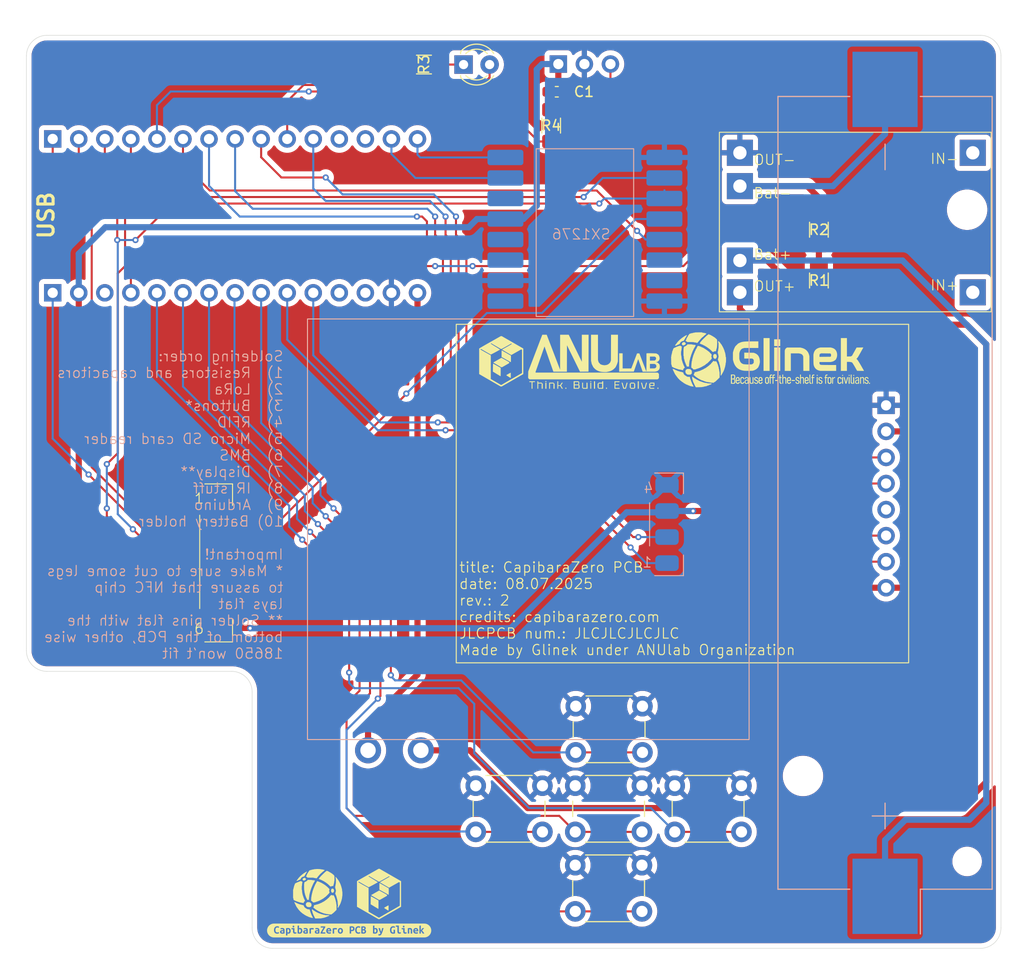
<source format=kicad_pcb>
(kicad_pcb (version 20241229) (generator "pcbnew") (generator_version "9.0")
  (layers (0 "F.Cu" signal) (2 "B.Cu" signal) (13 "F.Paste" user) (15 "B.Paste" user) (5 "F.SilkS" user "F.Silkscreen") (7 "B.SilkS" user "B.Silkscreen") (1 "F.Mask" user) (3 "B.Mask" user) (25 "Edge.Cuts" user))
  (net 0 "")
  (net 1 "tp_V+")
  (net 3 "tp_bat-")
  (net 4 "tp_bat+")
  (net 6 "+3.3V")
  (net 7 "D3")
  (net 8 "Net-(D1-K)")
  (net 9 "D12")
  (net 10 "D6")
  (net 11 "D8")
  (net 12 "RST")
  (net 13 "D0")
  (net 14 "D4")
  (net 15 "D7")
  (net 16 "D10")
  (net 17 "D5")
  (net 18 "D2")
  (net 19 "D11")
  (net 21 "D1")
  (net 22 "D9")
  (net 23 "A4")
  (net 24 "A7")
  (net 25 "A3")
  (net 26 "A1")
  (net 28 "A2")
  (net 30 "A6")
  (net 32 "A0")
  (net 33 "A5")
  (net 34 "D13")
  (net 35 "VIN")
  (net 43 "GND")
  (footprint "Button_Switch_THT:SW_PUSH_6mm" (layer "F.Cu") (at 146.8 135.65)
    (property "Reference" "SW3_M1" (hide yes))
    (property "Value" "SW_Push")
  )
  (footprint "Resistor_SMD:R_1206_3216Metric_Pad1.30x1.75mm_HandSolder" (layer "F.Cu") (at 144.45 71.3 90)
    (property "Reference" "R4")
    (property "Value" "10k")
  )
  (footprint "Button_Switch_THT:SW_PUSH_6mm" (layer "F.Cu") (at 146.8 143.4)
    (property "Reference" "SW5_B1" (hide yes))
    (property "Value" "SW_Push")
  )
  (footprint "Button_Switch_THT:SW_PUSH_6mm" (layer "F.Cu") (at 146.85 127.9)
    (property "Reference" "SW4_T1" (hide yes))
    (property "Value" "SW_Push")
  )
  (footprint "kibuzzard-686CF35A" (layer "F.Cu") (at 124.758 149.764)
    (property "Reference" "kibuzzard-686CF35A" (hide yes))
    (property "Value" "G***" (hide yes))
  )
  (footprint "ExtFootprints:switch" (layer "F.Cu") (at 129.1 131.2)
    (property "Reference" "SW1" (hide yes))
    (property "Value" "SW_Push")
  )
  (footprint "Capacitor_SMD:C_0603_1608Metric_Pad1.08x0.95mm_HandSolder" (layer "F.Cu") (at 145 68)
    (property "Reference" "C1")
    (property "Value" "100nF")
  )
  (footprint "Resistor_SMD:R_1206_3216Metric_Pad1.30x1.75mm_HandSolder" (layer "F.Cu") (at 170.55 86.4 90)
    (property "Reference" "R1")
    (property "Value" "52K")
  )
  (footprint "Connector_PinHeader_2.54mm:PinHeader_1x15_P2.54mm_Vertical" (layer "F.Cu") (at 95.86 87.6 90)
    (property "Reference" "J2" (hide yes))
    (property "Value" "Conn_01x15")
  )
  (footprint "ExtFootprints:tp4056_v2" (layer "F.Cu") (at 170.85 66.95)
    (property "Reference" "BMS1" (hide yes))
    (property "Value" "~")
  )
  (footprint "Button_Switch_THT:SW_PUSH_6mm" (layer "F.Cu") (at 137.1 135.65)
    (property "Reference" "SW2_L1" (hide yes))
    (property "Value" "SW_Push")
  )
  (footprint "Button_Switch_THT:SW_PUSH_6mm" (layer "F.Cu") (at 156.5 135.65)
    (property "Reference" "SW1_R1" (hide yes))
    (property "Value" "SW_Push")
  )
  (footprint "Resistor_SMD:R_1206_3216Metric_Pad1.30x1.75mm_HandSolder" (layer "F.Cu") (at 132.05 65.35 180)
    (property "Reference" "R3")
    (property "Value" "220")
  )
  (footprint "Resistor_SMD:R_1206_3216Metric_Pad1.30x1.75mm_HandSolder" (layer "F.Cu") (at 170.55 81.45 90)
    (property "Reference" "R2")
    (property "Value" "100K")
  )
  (footprint "LED_THT:LED_D3.0mm_IRBlack" (layer "F.Cu") (at 135.91 65.35)
    (property "Reference" "D1" (hide yes))
    (property "Value" "IR204A")
  )
  (footprint "Connector_PinHeader_2.54mm:PinHeader_1x03_P2.54mm_Vertical" (layer "F.Cu") (at 145.15 65.3 90)
    (property "Reference" "J6" (hide yes))
    (property "Value" "PINHD_1x3_Male")
  )
  (footprint "ExtFootprints:smd_connectorGeneric_1x6-2.54mm" (layer "F.Cu") (at 109.99 102.87)
    (property "Reference" "J3" (hide yes))
    (property "Value" "PINHD_1x6_Male" (hide yes))
  )
  (footprint "Connector_PinHeader_2.54mm:PinHeader_1x15_P2.54mm_Vertical" (layer "F.Cu") (at 95.86 72.6 90)
    (property "Reference" "J1" (hide yes))
    (property "Value" "Conn_01x15")
  )
  (footprint "Connector_PinHeader_2.54mm:PinHeader_1x08_P2.54mm_Vertical" (layer "F.Cu") (at 177.1 98.57)
    (property "Reference" "J5" (hide yes))
    (property "Value" "PINHD_1x8_Male")
  )
  (footprint "ExtFootprints:smd_connecorGeneric_1x4-2.54mm" (layer "B.Cu") (at 162.746 120.75)
    (property "Reference" "J4" (hide yes))
    (property "Value" "PINHD_1x4_Male")
  )
  (footprint "ExtFootprints:sx1276LoRa" (layer "B.Cu") (at 150.992 97.406)
    (property "Reference" "U1" (hide yes))
    (property "Value" "~" (hide yes))
  )
  (footprint "Battery:BatteryHolder_Keystone_1042_1x18650" (layer "B.Cu") (at 177 107.1 90)
    (property "Reference" "BT1" (hide yes))
    (property "Value" "Battery_Cell")
  )
  (gr_poly (pts (xy 151.114735 96.266152) (xy 151.114735 96.308486) (xy 150.911535 96.308486) (xy 150.708335 96.308486) (xy 150.708335 96.418551) (xy 150.708335 96.528616) (xy 150.886135 96.528616) (xy 151.063935 96.528616) (xy 151.063935 96.57095) (xy 151.063935 96.613284) (xy 150.886135 96.613284) (xy 150.708335 96.613284) (xy 150.708335 96.740283) (xy 150.708335 96.867282) (xy 150.920001 96.867282) (xy 151.131666 96.867282) (xy 151.131666 96.909613) (xy 151.131666 96.951947) (xy 150.877667 96.951947) (xy 150.623667 96.951947) (xy 150.623667 96.587887) (xy 150.623667 96.223818) (xy 150.869201 96.223818) (xy 151.114735 96.223818)) (stroke (width -0.000001)) (fill yes) (layer "F.SilkS"))
  (gr_poly (pts (xy 123.147101 145.685102) (xy 123.159892 145.686562) (xy 123.171736 145.688411) (xy 123.182668 145.690678) (xy 123.192725 145.693388) (xy 123.201942 145.69657) (xy 123.210355 145.70025) (xy 123.214271 145.702286) (xy 123.217999 145.704457) (xy 123.221544 145.706767) (xy 123.22491 145.709218) (xy 123.228101 145.711814) (xy 123.231122 145.714559) (xy 123.233978 145.717457) (xy 123.236673 145.720509) (xy 123.239212 145.723721) (xy 123.241598 145.727095) (xy 123.243836 145.730635) (xy 123.245932 145.734344) (xy 123.24971 145.742283) (xy 123.252969 145.75094) (xy 123.255744 145.760342) (xy 123.25807 145.770517) (xy 123.25892 145.774473) (xy 123.259858 145.778318) (xy 123.260876 145.782032) (xy 123.261964 145.785596) (xy 123.263112 145.788989) (xy 123.26431 145.792191) (xy 123.26555 145.795183) (xy 123.26682 145.797945) (xy 123.268112 145.800456) (xy 123.269417 145.802697) (xy 123.270723 145.804648) (xy 123.272022 145.806289) (xy 123.273304 145.8076) (xy 123.274559 145.808561) (xy 123.275173 145.808904) (xy 123.275778 145.809152) (xy 123.276371 145.809303) (xy 123.276951 145.809353) (xy 123.277521 145.809453) (xy 123.278084 145.809749) (xy 123.278639 145.810235) (xy 123.279185 145.810909) (xy 123.279722 145.811763) (xy 123.280249 145.812794) (xy 123.280765 145.813997) (xy 123.281269 145.815366) (xy 123.28224 145.818585) (xy 123.283157 145.822413) (xy 123.284013 145.82681) (xy 123.284803 145.831737) (xy 123.285521 145.837156) (xy 123.286162 145.843026) (xy 123.28672 145.849309) (xy 123.287189 145.855966) (xy 123.287564 145.862958) (xy 123.287839 145.870246) (xy 123.288008 145.877791) (xy 123.288065 145.885553) (xy 123.287834 145.90086) (xy 123.287171 145.91514) (xy 123.286123 145.92808) (xy 123.284737 145.939369) (xy 123.283932 145.944296) (xy 123.283059 145.948693) (xy 123.282125 145.95252) (xy 123.281136 145.955739) (xy 123.280097 145.958311) (xy 123.279014 145.960197) (xy 123.277893 145.961357) (xy 123.27732 145.961652) (xy 123.27674 145.961752) (xy 123.276149 145.961794) (xy 123.275545 145.961918) (xy 123.274929 145.962123) (xy 123.274302 145.962407) (xy 123.273666 145.962766) (xy 123.273021 145.9632) (xy 123.272369 145.963706) (xy 123.27171 145.964282) (xy 123.271048 145.964927) (xy 123.270382 145.965637) (xy 123.269713 145.966412) (xy 123.269044 145.967248) (xy 123.268375 145.968145) (xy 123.267707 145.969099) (xy 123.267042 145.970109) (xy 123.266382 145.971173) (xy 123.265726 145.972288) (xy 123.265077 145.973453) (xy 123.263804 145.975924) (xy 123.262571 145.978569) (xy 123.261389 145.981371) (xy 123.260268 145.984314) (xy 123.259217 145.987382) (xy 123.258247 145.990558) (xy 123.257368 145.993825) (xy 123.255709 145.999574) (xy 123.253656 146.005223) (xy 123.251225 146.010762) (xy 123.248435 146.016181) (xy 123.245305 146.021472) (xy 123.241852 146.026623) (xy 123.238094 146.031624) (xy 123.234051 146.036468) (xy 123.229739 146.041142) (xy 123.225178 146.045638) (xy 123.220385 146.049946) (xy 123.215378 146.054056) (xy 123.210177 146.057958) (xy 123.204798 146.061642) (xy 123.199261 146.065099) (xy 123.193582 146.068318) (xy 123.187782 146.07129) (xy 123.181877 146.074006) (xy 123.175886 146.076454) (xy 123.169827 146.078626) (xy 123.163718 146.080512) (xy 123.157578 146.082101) (xy 123.151424 146.083385) (xy 123.145275 146.084353) (xy 123.13915 146.084995) (xy 123.133065 146.085301) (xy 123.12704 146.085263) (xy 123.121092 146.084869) (xy 123.115241 146.084111) (xy 123.109503 146.082978) (xy 123.103897 146.08146) (xy 123.098442 146.079548) (xy 123.098441 146.079551) (xy 123.095875 146.078432) (xy 123.093182 146.077054) (xy 123.087475 146.07358) (xy 123.081429 146.069252) (xy 123.075151 146.064194) (xy 123.068751 146.05853) (xy 123.062338 146.052384) (xy 123.056019 146.045879) (xy 123.049905 146.039139) (xy 123.044102 146.03229) (xy 123.038721 146.025453) (xy 123.03387 146.018754) (xy 123.029657 146.012315) (xy 123.026191 146.006262) (xy 123.02358 146.000717) (xy 123.02263 145.998175) (xy 123.021935 145.995806) (xy 123.021507 145.993626) (xy 123.021362 145.991651) (xy 123.021296 145.989898) (xy 123.021103 145.988195) (xy 123.020788 145.98655) (xy 123.02036 145.984972) (xy 123.019823 145.983469) (xy 123.019185 145.982052) (xy 123.018452 145.980727) (xy 123.01763 145.979505) (xy 123.016727 145.978394) (xy 123.016247 145.977882) (xy 123.015748 145.977402) (xy 123.015233 145.976954) (xy 123.014701 145.976539) (xy 123.014153 145.976158) (xy 123.013591 145.975813) (xy 123.013014 145.975504) (xy 123.012425 145.975233) (xy 123.011823 145.975) (xy 123.011209 145.974808) (xy 123.010585 145.974656) (xy 123.009951 145.974546) (xy 123.009308 145.97448) (xy 123.008657 145.974457) (xy 123.007968 145.974334) (xy 123.007293 145.973967) (xy 123.006631 145.973362) (xy 123.005983 145.972522) (xy 123.00535 145.971453) (xy 123.004732 145.97016) (xy 123.004131 145.968646) (xy 123.003545 145.966916) (xy 123.002426 145.96283) (xy 123.00138 145.957937) (xy 123.000412 145.952275) (xy 122.999525 145.945882) (xy 122.998726 145.938794) (xy 122.998017 145.931049) (xy 122.997406 145.922683) (xy 122.996894 145.913735) (xy 122.996489 145.904241) (xy 122.996193 145.894238) (xy 122.996013 145.883764) (xy 122.995951 145.872857) (xy 122.996193 145.851475) (xy 122.996894 145.831979) (xy 122.998017 145.814665) (xy 122.999525 145.799832) (xy 123.00138 145.787778) (xy 123.002426 145.782885) (xy 123.003545 145.778799) (xy 123.004732 145.775555) (xy 123.005983 145.773193) (xy 123.007293 145.771748) (xy 123.007968 145.771381) (xy 123.008657 145.771258) (xy 123.009308 145.771242) (xy 123.009951 145.771196) (xy 123.010585 145.771119) (xy 123.011209 145.771013) (xy 123.011823 145.770878) (xy 123.012425 145.770715) (xy 123.013014 145.770525) (xy 123.013591 145.770308) (xy 123.014153 145.770067) (xy 123.014701 145.7698) (xy 123.015233 145.769509) (xy 123.015748 145.769195) (xy 123.016247 145.768859) (xy 123.016727 145.7685) (xy 123.017189 145.768121) (xy 123.01763 145.767722) (xy 123.018052 145.767303) (xy 123.018452 145.766865) (xy 123.01883 145.76641) (xy 123.019185 145.765937) (xy 123.019516 145.765449) (xy 123.019823 145.764944) (xy 123.020104 145.764425) (xy 123.02036 145.763892) (xy 123.020588 145.763345) (xy 123.020788 145.762786) (xy 123.02096 145.762215) (xy 123.021103 145.761633) (xy 123.021215 145.761042) (xy 123.021296 145.76044) (xy 123.021345 145.75983) (xy 123.021362 145.759212) (xy 123.021403 145.75855) (xy 123.021525 145.757808) (xy 123.022005 145.756096) (xy 123.022786 145.754101) (xy 123.02385 145.751847) (xy 123.025182 145.749356) (xy 123.026767 145.746653) (xy 123.028587 145.74376) (xy 123.030626 145.740703) (xy 123.032869 145.737504) (xy 123.035299 145.734187) (xy 123.0379 145.730775) (xy 123.040657 145.727293) (xy 123.043552 145.723763) (xy 123.04657 145.72021) (xy 123.049694 145.716657) (xy 123.052909 145.713127) (xy 123.084456 145.679087)) (stroke (width -0.000001)) (fill yes) (layer "F.SilkS"))
  (gr_poly (pts (xy 163.521176 95.80691) (xy 163.532026 95.80789) (xy 163.543103 95.809609) (xy 163.554489 95.812066) (xy 163.566268 95.815259) (xy 163.578522 95.819188) (xy 163.591334 95.823853) (xy 163.604788 95.82925) (xy 163.620118 95.836014) (xy 163.627119 95.839455) (xy 163.633695 95.843005) (xy 163.639859 95.846713) (xy 163.645624 95.850631) (xy 163.651004 95.85481) (xy 163.656012 95.859302) (xy 163.66066 95.864157) (xy 163.664962 95.869426) (xy 163.668932 95.875161) (xy 163.672582 95.881413) (xy 163.675925 95.888232) (xy 163.678975 95.895671) (xy 163.681745 95.903779) (xy 163.684248 95.912608) (xy 163.686497 95.92221) (xy 163.688505 95.932634) (xy 163.690287 95.943933) (xy 163.691854 95.956158) (xy 163.693219 95.969359) (xy 163.694397 95.983588) (xy 163.695401 95.998895) (xy 163.696242 96.015333) (xy 163.697494 96.051802) (xy 163.698257 96.093403) (xy 163.698638 96.140546) (xy 163.698741 96.193639) (xy 163.698741 96.465685) (xy 163.656407 96.465685) (xy 163.652095 96.465603) (xy 163.647903 96.465361) (xy 163.643854 96.464967) (xy 163.63997 96.46443) (xy 163.636271 96.463757) (xy 163.632781 96.462958) (xy 163.629519 96.46204) (xy 163.626509 96.46101) (xy 163.623772 96.459879) (xy 163.621329 96.458652) (xy 163.619202 96.457339) (xy 163.617414 96.455948) (xy 163.615985 96.454487) (xy 163.615412 96.453733) (xy 163.614937 96.452964) (xy 163.614563 96.452182) (xy 163.614293 96.451387) (xy 163.614129 96.450581) (xy 163.614073 96.449764) (xy 163.614012 96.44898) (xy 163.613832 96.448268) (xy 163.613534 96.447629) (xy 163.613123 96.447061) (xy 163.612601 96.446565) (xy 163.611971 96.446139) (xy 163.611236 96.445783) (xy 163.610399 96.445497) (xy 163.609463 96.44528) (xy 163.608432 96.445132) (xy 163.607307 96.445051) (xy 163.606092 96.445038) (xy 163.604791 96.445092) (xy 163.603405 96.445212) (xy 163.601939 96.445399) (xy 163.600394 96.44565) (xy 163.598775 96.445967) (xy 163.597083 96.446347) (xy 163.595323 96.446791) (xy 163.593496 96.447299) (xy 163.589656 96.448501) (xy 163.585588 96.44995) (xy 163.581315 96.451641) (xy 163.576861 96.45357) (xy 163.57225 96.455732) (xy 163.567507 96.458123) (xy 163.556983 96.463355) (xy 163.54676 96.467895) (xy 163.536779 96.471743) (xy 163.526979 96.4749) (xy 163.517302 96.477366) (xy 163.507689 96.47914) (xy 163.49808 96.480224) (xy 163.488415 96.480617) (xy 163.478636 96.480319) (xy 163.468683 96.479332) (xy 163.458498 96.477654) (xy 163.448019 96.475287) (xy 163.437189 96.47223) (xy 163.425948 96.468483) (xy 163.414237 96.464047) (xy 163.401996 96.458923) (xy 163.401996 96.458944) (xy 163.393669 96.454979) (xy 163.38571 96.450511) (xy 163.378121 96.44556) (xy 163.370908 96.440145) (xy 163.364075 96.434285) (xy 163.357627 96.427999) (xy 163.351566 96.421306) (xy 163.345899 96.414226) (xy 163.340628 96.406778) (xy 163.335759 96.398981) (xy 163.331296 96.390854) (xy 163.327243 96.382416) (xy 163.323604 96.373687) (xy 163.320384 96.364686) (xy 163.317587 96.355432) (xy 163.315218 96.345944) (xy 163.313279 96.336242) (xy 163.311777 96.326344) (xy 163.310715 96.31627) (xy 163.310098 96.306039) (xy 163.309929 96.295671) (xy 163.310214 96.285184) (xy 163.310956 96.274597) (xy 163.31216 96.263931) (xy 163.31383 96.253203) (xy 163.31597 96.242434) (xy 163.318585 96.231642) (xy 163.32168 96.220847) (xy 163.325257 96.210068) (xy 163.325791 96.208657) (xy 163.402403 96.208657) (xy 163.402403 96.286971) (xy 163.402403 96.365286) (xy 163.427803 96.381347) (xy 163.430717 96.382986) (xy 163.434189 96.384581) (xy 163.438175 96.386124) (xy 163.442629 96.387607) (xy 163.447505 96.389022) (xy 163.45276 96.390359) (xy 163.458346 96.391611) (xy 163.46422 96.39277) (xy 163.470335 96.393827) (xy 163.476647 96.394773) (xy 163.483109 96.395601) (xy 163.489678 96.396302) (xy 163.496308 96.396867) (xy 163.502953 96.397289) (xy 163.509568 96.397559) (xy 163.516107 96.397668) (xy 163.579012 96.397869) (xy 163.596544 96.365164) (xy 163.59833 96.361337) (xy 163.600065 96.356659) (xy 163.601741 96.351194) (xy 163.60335 96.345007) (xy 163.604881 96.338163) (xy 163.606326 96.330728) (xy 163.607677 96.322767) (xy 163.608923 96.314344) (xy 163.610056 96.305525) (xy 163.611068 96.296375) (xy 163.611948 96.286959) (xy 163.612689 96.277342) (xy 163.61328 96.267588) (xy 163.613714 96.257765) (xy 163.613981 96.247935) (xy 163.614072 96.238165) (xy 163.614072 96.143917) (xy 163.548215 96.143917) (xy 163.482356 96.143917) (xy 163.44238 96.176287) (xy 163.402403 96.208657) (xy 163.325791 96.208657) (xy 163.329322 96.199324) (xy 163.333879 96.188634) (xy 163.338933 96.178018) (xy 163.342422 96.171295) (xy 163.346019 96.164832) (xy 163.349729 96.158626) (xy 163.353558 96.152675) (xy 163.357513 96.146974) (xy 163.361599 96.141521) (xy 163.365822 96.136313) (xy 163.370189 96.131346) (xy 163.374705 96.126618) (xy 163.379377 96.122125) (xy 163.38421 96.117864) (xy 163.389211 96.113831) (xy 163.394385 96.110025) (xy 163.399738 96.106441) (xy 163.405277 96.103077) (xy 163.411007 96.099929) (xy 163.416935 96.096994) (xy 163.423067 96.09427) (xy 163.429408 96.091752) (xy 163.435964 96.089438) (xy 163.442742 96.087325) (xy 163.449748 96.08541) (xy 163.456987 96.083689) (xy 163.464465 96.082159) (xy 163.47219 96.080817) (xy 163.480165 96.079661) (xy 163.488399 96.078686) (xy 163.496896 96.07789) (xy 163.514704 96.076822) (xy 163.53364 96.076431) (xy 163.614073 96.076229) (xy 163.614073 96.009704) (xy 163.613668 95.995218) (xy 163.612452 95.981663) (xy 163.610425 95.969041) (xy 163.609108 95.96308) (xy 163.607588 95.957352) (xy 163.605866 95.951857) (xy 163.603942 95.946595) (xy 163.601815 95.941567) (xy 163.599486 95.936772) (xy 163.596954 95.932211) (xy 163.594221 95.927883) (xy 163.591285 95.923789) (xy 163.588147 95.919928) (xy 163.584807 95.916301) (xy 163.581264 95.912908) (xy 163.57752 95.909748) (xy 163.573574 95.906823) (xy 163.569426 95.90413) (xy 163.565075 95.901672) (xy 163.560523 95.899448) (xy 163.555769 95.897458) (xy 163.550814 95.895701) (xy 163.545656 95.894179) (xy 163.540297 95.892891) (xy 163.534736 95.891836) (xy 163.528974 95.891017) (xy 163.52301 95.890431) (xy 163.516844 95.890079) (xy 163.510477 95.889962) (xy 163.460098 95.889962) (xy 163.431253 95.940655) (xy 163.402408 95.991348) (xy 163.364308 95.991454) (xy 163.357852 95.99113) (xy 163.352051 95.990143) (xy 163.346891 95.98853) (xy 163.342361 95.986326) (xy 163.338447 95.983568) (xy 163.335138 95.980293) (xy 163.332421 95.976535) (xy 163.330283 95.972331) (xy 163.328711 95.967717) (xy 163.327693 95.96273) (xy 163.327217 95.957405) (xy 163.327269 95.951778) (xy 163.327838 95.945886) (xy 163.32891 95.939765) (xy 163.330474 95.93345) (xy 163.332516 95.926978) (xy 163.335024 95.920386) (xy 163.337986 95.913708) (xy 163.341388 95.906981) (xy 163.345219 95.900242) (xy 163.349465 95.893526) (xy 163.354114 95.886869) (xy 163.359154 95.880308) (xy 163.364572 95.873878) (xy 163.370355 95.867617) (xy 163.376491 95.861559) (xy 163.382968 95.85574) (xy 163.389772 95.850198) (xy 163.396891 95.844968) (xy 163.404313 95.840087) (xy 163.412024 95.835589) (xy 163.420014 95.831512) (xy 163.432562 95.825795) (xy 163.44459 95.820827) (xy 163.45618 95.816605) (xy 163.467415 95.81313) (xy 163.478379 95.8104) (xy 163.489153 95.808414) (xy 163.499823 95.807171) (xy 163.510469 95.80667)) (stroke (width -0.000001)) (fill yes) (layer "F.SilkS"))
  (gr_poly (pts (xy 173.994209 96.14385) (xy 173.994209 96.465582) (xy 173.94341 96.465582) (xy 173.89261 96.465582) (xy 173.89261 96.14385) (xy 173.89261 95.822115) (xy 173.94341 95.822115) (xy 173.994209 95.822115)) (stroke (width -0.000001)) (fill yes) (layer "F.SilkS"))
  (gr_poly (pts (xy 158.296997 95.830731) (xy 158.299417 95.835043) (xy 158.30199 95.839235) (xy 158.304693 95.843284) (xy 158.307503 95.847169) (xy 158.310398 95.850867) (xy 158.313355 95.854358) (xy 158.31635 95.857619) (xy 158.319362 95.860629) (xy 158.322368 95.863367) (xy 158.325344 95.865809) (xy 158.328269 95.867936) (xy 158.331119 95.869724) (xy 158.333872 95.871153) (xy 158.336504 95.872201) (xy 158.337769 95.872574) (xy 158.338995 95.872845) (xy 158.340179 95.873009) (xy 158.341319 95.873065) (xy 158.34249 95.87312) (xy 158.343766 95.873286) (xy 158.346613 95.873937) (xy 158.349826 95.874995) (xy 158.353371 95.876438) (xy 158.357212 95.878244) (xy 158.361315 95.880392) (xy 158.365646 95.882859) (xy 158.370168 95.885623) (xy 158.374849 95.888662) (xy 158.379652 95.891955) (xy 158.384543 95.89548) (xy 158.389488 95.899214) (xy 158.394451 95.903136) (xy 158.399398 95.907223) (xy 158.404294 95.911454) (xy 158.409105 95.915807) (xy 158.414008 95.920213) (xy 158.419174 95.924595) (xy 158.424561 95.928928) (xy 158.430123 95.933184) (xy 158.435818 95.937336) (xy 158.441601 95.941358) (xy 158.447428 95.945222) (xy 158.453257 95.948901) (xy 158.459042 95.952368) (xy 158.46474 95.955597) (xy 158.470307 95.95856) (xy 158.475699 95.96123) (xy 158.480873 95.96358) (xy 158.485784 95.965584) (xy 158.490389 95.967215) (xy 158.494644 95.968444) (xy 158.49866 95.969513) (xy 158.502563 95.970671) (xy 158.506333 95.971908) (xy 158.50995 95.973213) (xy 158.513394 95.974574) (xy 158.516645 95.97598) (xy 158.519682 95.97742) (xy 158.522485 95.978884) (xy 158.525033 95.98036) (xy 158.527308 95.981837) (xy 158.529288 95.983304) (xy 158.530953 95.98475) (xy 158.532284 95.986164) (xy 158.533259 95.987535) (xy 158.533608 95.988201) (xy 158.533859 95.988851) (xy 158.534012 95.989486) (xy 158.534064 95.990103) (xy 158.534174 95.99076) (xy 158.534502 95.991517) (xy 158.535041 95.99237) (xy 158.535787 95.993314) (xy 158.536733 95.994347) (xy 158.537875 95.995465) (xy 158.540724 95.997944) (xy 158.54429 96.000722) (xy 158.54853 96.003774) (xy 158.5534 96.007071) (xy 158.558858 96.010586) (xy 158.564859 96.014292) (xy 158.571362 96.018163) (xy 158.578322 96.02217) (xy 158.585696 96.026286) (xy 158.59344 96.030485) (xy 158.601513 96.034738) (xy 158.60987 96.039019) (xy 158.618468 96.043301) (xy 158.635428 96.051883) (xy 158.651261 96.06039) (xy 158.665619 96.068601) (xy 158.678155 96.076293) (xy 158.688522 96.083244) (xy 158.692783 96.086372) (xy 158.696372 96.089232) (xy 158.699245 96.091796) (xy 158.701359 96.094036) (xy 158.70267 96.095924) (xy 158.70301 96.096728) (xy 158.703134 96.097433) (xy 158.703203 96.098083) (xy 158.703381 96.098726) (xy 158.703664 96.099359) (xy 158.704051 96.099982) (xy 158.704539 96.100595) (xy 158.705124 96.101197) (xy 158.705804 96.101786) (xy 158.706577 96.102362) (xy 158.707439 96.102924) (xy 158.708389 96.103471) (xy 158.709422 96.104003) (xy 158.710537 96.104519) (xy 158.711731 96.105017) (xy 158.713 96.105497) (xy 158.714343 96.105959) (xy 158.715756 96.106401) (xy 158.718783 96.107222) (xy 158.72206 96.107956) (xy 158.725564 96.108594) (xy 158.729273 96.109131) (xy 158.733167 96.10956) (xy 158.737222 96.109875) (xy 158.741417 96.110068) (xy 158.745731 96.110134) (xy 158.750043 96.11022) (xy 158.754235 96.110473) (xy 158.758283 96.110885) (xy 158.762168 96.111446) (xy 158.765866 96.112148) (xy 158.769357 96.112983) (xy 158.772618 96.113942) (xy 158.775628 96.115017) (xy 158.778365 96.116198) (xy 158.780808 96.117479) (xy 158.782935 96.118849) (xy 158.784723 96.120301) (xy 158.786152 96.121826) (xy 158.786724 96.122614) (xy 158.787199 96.123416) (xy 158.787573 96.124232) (xy 158.787844 96.125061) (xy 158.788008 96.125902) (xy 158.788063 96.126754) (xy 158.788118 96.12762) (xy 158.788282 96.128502) (xy 158.788552 96.129399) (xy 158.788925 96.130308) (xy 158.789398 96.131229) (xy 158.78997 96.132159) (xy 158.790636 96.133097) (xy 158.791395 96.134041) (xy 158.792243 96.13499) (xy 158.793178 96.13594) (xy 158.794198 96.136892) (xy 158.795299 96.137842) (xy 158.796479 96.13879) (xy 158.797735 96.139733) (xy 158.799064 96.14067) (xy 158.800465 96.141599) (xy 158.801933 96.142518) (xy 158.803467 96.143426) (xy 158.806719 96.145201) (xy 158.8102 96.146909) (xy 158.813888 96.148536) (xy 158.817762 96.150069) (xy 158.8218 96.151493) (xy 158.825979 96.152795) (xy 158.83028 96.153961) (xy 158.834532 96.155117) (xy 158.838569 96.156395) (xy 158.842376 96.157782) (xy 158.845934 96.159265) (xy 158.849227 96.160829) (xy 158.852239 96.162463) (xy 158.854952 96.164152) (xy 158.857349 96.165884) (xy 158.859414 96.167645) (xy 158.86113 96.169422) (xy 158.862479 96.171202) (xy 158.863012 96.172089) (xy 158.863446 96.172972) (xy 158.863781 96.173849) (xy 158.864013 96.174718) (xy 158.864141 96.175578) (xy 158.864164 96.176428) (xy 158.864077 96.177265) (xy 158.86388 96.178087) (xy 158.863571 96.178894) (xy 158.863147 96.179684) (xy 158.862725 96.180459) (xy 158.862423 96.181225) (xy 158.862237 96.181979) (xy 158.862166 96.182722) (xy 158.862207 96.183452) (xy 158.862358 96.184168) (xy 158.862618 96.18487) (xy 158.862983 96.185556) (xy 158.863452 96.186226) (xy 158.864022 96.186877) (xy 158.864692 96.18751) (xy 158.865458 96.188124) (xy 158.866319 96.188717) (xy 158.867273 96.189289) (xy 158.868316 96.189838) (xy 158.869448 96.190364) (xy 158.870666 96.190866) (xy 158.871967 96.191342) (xy 158.87335 96.191792) (xy 158.874812 96.192214) (xy 158.876351 96.192609) (xy 158.877965 96.192974) (xy 158.879651 96.193309) (xy 158.881408 96.193612) (xy 158.883232 96.193884) (xy 158.885123 96.194123) (xy 158.887077 96.194327) (xy 158.889093 96.194497) (xy 158.891168 96.19463) (xy 158.8933 96.194727) (xy 158.895487 96.194785) (xy 158.897727 96.194805) (xy 158.902396 96.19493) (xy 158.907316 96.195298) (xy 158.912446 96.195895) (xy 158.917742 96.19671) (xy 158.923165 96.19773) (xy 158.928671 96.198943) (xy 158.934219 96.200336) (xy 158.939768 96.201897) (xy 158.945275 96.203614) (xy 158.950699 96.205475) (xy 158.955998 96.207466) (xy 158.961131 96.209576) (xy 158.966055 96.211793) (xy 158.970729 96.214103) (xy 158.975111 96.216495) (xy 158.97916 96.218957) (xy 158.983551 96.221563) (xy 158.988939 96.224383) (xy 158.995248 96.227391) (xy 159.002403 96.230559) (xy 159.018948 96.237268) (xy 159.037967 96.244296) (xy 159.058856 96.251429) (xy 159.081009 96.258452) (xy 159.103822 96.265149) (xy 159.126689 96.271307) (xy 159.149008 96.27732) (xy 159.17025 96.283611) (xy 159.189919 96.289993) (xy 159.207522 96.296278) (xy 159.222562 96.302282) (xy 159.234546 96.307817) (xy 159.239237 96.31035) (xy 159.242977 96.312695) (xy 159.245706 96.314831) (xy 159.247362 96.316732) (xy 159.24801 96.317627) (xy 159.248851 96.318533) (xy 159.24988 96.319449) (xy 159.251092 96.320373) (xy 159.254039 96.322239) (xy 159.257647 96.324116) (xy 159.261871 96.325993) (xy 159.266665 96.327855) (xy 159.271983 96.329689) (xy 159.277781 96.331482) (xy 159.284013 96.33322) (xy 159.290633 96.334891) (xy 159.297596 96.336481) (xy 159.304856 96.337976) (xy 159.312369 96.339363) (xy 159.320088 96.340629) (xy 159.327969 96.341761) (xy 159.335965 96.342745) (xy 159.351495 96.344727) (xy 159.365731 96.34699) (xy 159.378379 96.349456) (xy 159.389148 96.352045) (xy 159.393735 96.353362) (xy 159.397742 96.35468) (xy 159.401132 96.355989) (xy 159.403868 96.35728) (xy 159.405914 96.358543) (xy 159.407233 96.359769) (xy 159.407608 96.360364) (xy 159.407788 96.360946) (xy 159.407768 96.361514) (xy 159.407543 96.362066) (xy 159.407351 96.362613) (xy 159.40743 96.363167) (xy 159.407774 96.363726) (xy 159.408376 96.364289) (xy 159.409231 96.364855) (xy 159.410331 96.365424) (xy 159.413243 96.366564) (xy 159.417064 96.3677) (xy 159.421744 96.368826) (xy 159.427232 96.369933) (xy 159.43348 96.371013) (xy 159.440436 96.372058) (xy 159.448052 96.373061) (xy 159.456277 96.374012) (xy 159.465062 96.374904) (xy 159.474356 96.37573) (xy 159.48411 96.37648) (xy 159.494274 96.377148) (xy 159.504798 96.377725) (xy 159.525834 96.379109) (xy 159.545883 96.381085) (xy 159.564474 96.383561) (xy 159.58114 96.386445) (xy 159.59541 96.389644) (xy 159.601501 96.391333) (xy 159.606817 96.393066) (xy 159.611299 96.394832) (xy 159.61489 96.396619) (xy 159.61753 96.398415) (xy 159.619161 96.40021) (xy 159.620015 96.401122) (xy 159.621447 96.402046) (xy 159.625989 96.403924) (xy 159.632669 96.405831) (xy 159.64137 96.407753) (xy 159.651975 96.409677) (xy 159.664368 96.411591) (xy 159.678432 96.413481) (xy 159.69405 96.415334) (xy 159.72948 96.418877) (xy 159.769723 96.422115) (xy 159.813845 96.424943) (xy 159.86091 96.427258) (xy 160.09193 96.436938) (xy 160.09193 96.468267) (xy 160.09193 96.4996) (xy 160.058063 96.4996) (xy 160.054582 96.49973) (xy 160.051206 96.500112) (xy 160.047951 96.500734) (xy 160.044834 96.501583) (xy 160.041871 96.502647) (xy 160.039079 96.503913) (xy 160.036475 96.50537) (xy 160.034074 96.507004) (xy 160.031894 96.508804) (xy 160.030892 96.509762) (xy 160.029951 96.510757) (xy 160.029073 96.511788) (xy 160.028261 96.512851) (xy 160.027517 96.513947) (xy 160.026842 96.515074) (xy 160.026239 96.516229) (xy 160.025709 96.517412) (xy 160.025255 96.518621) (xy 160.02488 96.519854) (xy 160.024584 96.52111) (xy 160.02437 96.522387) (xy 160.02424 96.523684) (xy 160.024196 96.524999) (xy 160.024157 96.526304) (xy 160.024042 96.527595) (xy 160.023853 96.528871) (xy 160.023591 96.53013) (xy 160.023259 96.531371) (xy 160.022858 96.532592) (xy 160.02239 96.53379) (xy 160.021858 96.534965) (xy 160.021262 96.536115) (xy 160.020606 96.537238) (xy 160.01989 96.538332) (xy 160.019117 96.539396) (xy 160.018289 96.540427) (xy 160.017407 96.541425) (xy 160.016474 96.542387) (xy 160.015491 96.543312) (xy 160.014461 96.544198) (xy 160.013384 96.545043) (xy 160.012264 96.545846) (xy 160.011101 96.546605) (xy 160.009898 96.547318) (xy 160.008658 96.547984) (xy 160.00738 96.548601) (xy 160.006069 96.549166) (xy 160.004724 96.549679) (xy 160.003349 96.550138) (xy 160.001946 96.550541) (xy 160.000515 96.550886) (xy 159.999059 96.551172) (xy 159.997581 96.551397) (xy 159.996081 96.551559) (xy 159.994562 96.551656) (xy 159.983586 96.552262) (xy 159.972779 96.553129) (xy 159.9622 96.554244) (xy 159.951907 96.55559) (xy 159.941957 96.557153) (xy 159.932409 96.558916) (xy 159.923322 96.560865) (xy 159.914752 96.562983) (xy 159.90676 96.565256) (xy 159.899402 96.567668) (xy 159.892736 96.570203) (xy 159.886822 96.572847) (xy 159.881717 96.575583) (xy 159.877479 96.578396) (xy 159.874167 96.58127) (xy 159.871839 96.584191) (xy 159.870326 96.586155) (xy 159.868144 96.588267) (xy 159.861925 96.592879) (xy 159.853491 96.597917) (xy 159.843149 96.60327) (xy 159.831207 96.608829) (xy 159.817975 96.614484) (xy 159.803759 96.620123) (xy 159.788867 96.625636) (xy 159.773609 96.630914) (xy 159.758291 96.635846) (xy 159.743223 96.640322) (xy 159.728712 96.644232) (xy 159.715065 96.647464) (xy 159.702593 96.64991) (xy 159.691601 96.651458) (xy 159.682399 96.651998) (xy 159.679114 96.652079) (xy 159.676018 96.652315) (xy 159.673125 96.652699) (xy 159.670444 96.653222) (xy 159.667989 96.653877) (xy 159.665771 96.654656) (xy 159.663801 96.655551) (xy 159.662093 96.656553) (xy 159.661341 96.657092) (xy 159.660658 96.657655) (xy 159.660046 96.658241) (xy 159.659507 96.65885) (xy 159.659042 96.659479) (xy 159.658653 96.660128) (xy 159.658341 96.660796) (xy 159.658107 96.661482) (xy 159.657954 96.662185) (xy 159.657882 96.662904) (xy 159.657893 96.663638) (xy 159.657988 96.664386) (xy 159.65817 96.665147) (xy 159.658439 96.66592) (xy 159.658797 96.666704) (xy 159.659245 96.667498) (xy 159.65982 96.668937) (xy 159.659806 96.670433) (xy 159.659212 96.671982) (xy 159.658047 96.673584) (xy 159.656319 96.675235) (xy 159.654037 96.676934) (xy 159.651208 96.678678) (xy 159.647842 96.680464) (xy 159.63953 96.684157) (xy 159.629169 96.687993) (xy 159.616826 96.691955) (xy 159.602568 96.696024) (xy 159.586464 96.700182) (xy 159.56858 96.704411) (xy 159.548984 96.708692) (xy 159.527743 96.713007) (xy 159.504926 96.717338) (xy 159.480599 96.721666) (xy 159.454829 96.725974) (xy 159.427686 96.730242) (xy 159.412721 96.732801) (xy 159.397928 96.735844) (xy 159.383691 96.739256) (xy 159.370394 96.742924) (xy 159.358418 96.746736) (xy 159.348149 96.750578) (xy 159.343773 96.752474) (xy 159.339967 96.754336) (xy 159.336779 96.756148) (xy 159.334258 96.757897) (xy 159.331894 96.759549) (xy 159.329171 96.761072) (xy 159.326121 96.762464) (xy 159.322776 96.763719) (xy 159.319167 96.764833) (xy 159.315328 96.765801) (xy 159.311291 96.76662) (xy 159.307087 96.767285) (xy 159.30275 96.76779) (xy 159.298311 96.768133) (xy 159.293802 96.768309) (xy 159.289257 96.768312) (xy 159.284706 96.768139) (xy 159.280183 96.767786) (xy 159.27572 96.767247) (xy 159.271349 96.766519) (xy 159.267057 96.765791) (xy 159.262829 96.765256) (xy 159.258688 96.764909) (xy 159.254658 96.764745) (xy 159.250765 96.76476) (xy 159.247032 96.764949) (xy 159.243483 96.765307) (xy 159.240144 96.765831) (xy 159.237038 96.766515) (xy 159.234189 96.767355) (xy 159.231623 96.768347) (xy 159.229363 96.769485) (xy 159.227433 96.770766) (xy 159.225859 96.772185) (xy 159.225212 96.772944) (xy 159.224664 96.773737) (xy 159.224216 96.774561) (xy 159.223872 96.775417) (xy 159.223171 96.776364) (xy 159.221706 96.777311) (xy 159.216537 96.779198) (xy 159.208468 96.781071) (xy 159.197603 96.782922) (xy 159.184043 96.784745) (xy 159.167892 96.78653) (xy 159.128226 96.789958) (xy 159.079426 96.793147) (xy 159.022315 96.796034) (xy 158.957713 96.798558) (xy 158.886443 96.800659) (xy 158.554648 96.808999) (xy 158.533365 96.7686) (xy 158.528821 96.760308) (xy 158.524067 96.752233) (xy 158.519245 96.744574) (xy 158.514494 96.737534) (xy 158.509957 96.731312) (xy 158.507812 96.728572) (xy 158.505773 96.726111) (xy 158.503858 96.723956) (xy 158.502084 96.722131) (xy 158.500468 96.720662) (xy 158.49903 96.719573) (xy 158.498313 96.71901) (xy 158.497512 96.718214) (xy 158.495664 96.715948) (xy 158.493511 96.712827) (xy 158.49108 96.708903) (xy 158.488395 96.704228) (xy 158.485482 96.698855) (xy 158.482367 96.692834) (xy 158.479074 96.68622) (xy 158.472059 96.671414) (xy 158.46464 96.654853) (xy 158.457021 96.636954) (xy 158.449407 96.618133) (xy 158.441748 96.599298) (xy 158.434006 96.581357) (xy 158.426391 96.564728) (xy 158.419117 96.549833) (xy 158.412395 96.537088) (xy 158.406438 96.526914) (xy 158.403813 96.522922) (xy 158.401458 96.51973) (xy 158.399401 96.51739) (xy 158.397667 96.515954) (xy 158.396884 96.515419) (xy 158.396099 96.514783) (xy 158.395313 96.514049) (xy 158.394528 96.513221) (xy 158.393744 96.512302) (xy 158.392963 96.511295) (xy 158.391415 96.509031) (xy 158.389894 96.506455) (xy 158.388411 96.503593) (xy 158.386975 96.500472) (xy 158.385596 96.497117) (xy 158.384286 96.493554) (xy 158.383053 96.489809) (xy 158.381908 96.48591) (xy 158.380861 96.48188) (xy 158.379923 96.477748) (xy 158.379103 96.473539) (xy 158.378412 96.469278) (xy 158.37786 96.464993) (xy 158.377276 96.46064) (xy 158.376493 96.456181) (xy 158.375525 96.451649) (xy 158.374383 96.447077) (xy 158.373083 96.442498) (xy 158.371636 96.437944) (xy 158.370056 96.433449) (xy 158.368356 96.429044) (xy 158.36655 96.424763) (xy 158.364651 96.420639) (xy 158.362672 96.416705) (xy 158.360626 96.412993) (xy 158.358527 96.409535) (xy 158.356387 96.406366) (xy 158.35422 96.403517) (xy 158.35204 96.401022) (xy 158.349884 96.398618) (xy 158.347788 96.396035) (xy 158.345764 96.393298) (xy 158.343821 96.390428) (xy 158.341972 96.387452) (xy 158.340227 96.384391) (xy 158.338596 96.381272) (xy 158.337091 96.378116) (xy 158.335722 96.374949) (xy 158.334501 96.371793) (xy 158.333438 96.368674) (xy 158.332543 96.365615) (xy 158.331829 96.362639) (xy 158.331305 96.359772) (xy 158.330983 96.357035) (xy 158.330873 96.354455) (xy 158.330794 96.351992) (xy 158.33056 96.349597) (xy 158.33018 96.347284) (xy 158.329662 96.345064) (xy 158.329013 96.342951) (xy 158.328242 96.340956) (xy 158.327357 96.339092) (xy 158.326364 96.337372) (xy 158.325272 96.335807) (xy 158.32409 96.334411) (xy 158.322824 96.333196) (xy 158.322162 96.33266) (xy 158.321482 96.332173) (xy 158.320786 96.331738) (xy 158.320074 96.331356) (xy 158.319347 96.331029) (xy 158.318605 96.330758) (xy 158.317851 96.330544) (xy 158.317085 96.330389) (xy 158.316308 96.330295) (xy 158.315521 96.330264) (xy 158.314684 96.330053) (xy 158.313756 96.329429) (xy 158.312742 96.328401) (xy 158.311646 96.32698) (xy 158.309218 96.323) (xy 158.3065 96.31757) (xy 158.30352 96.310774) (xy 158.300307 96.302693) (xy 158.296886 96.29341) (xy 158.293287 96.283009) (xy 158.289537 96.27157) (xy 158.285663 96.259177) (xy 158.281694 96.245912) (xy 158.277657 96.231858) (xy 158.273581 96.217097) (xy 158.269492 96.201711) (xy 158.265418 96.185783) (xy 158.261388 96.169396) (xy 158.253358 96.137082) (xy 158.245403 96.106935) (xy 158.23773 96.079616) (xy 158.230547 96.055784) (xy 158.224062 96.0361) (xy 158.21848 96.021223) (xy 158.216093 96.015793) (xy 158.21401 96.011812) (xy 158.212256 96.009364) (xy 158.210858 96.008529) (xy 158.210254 96.008385) (xy 158.209653 96.007958) (xy 158.209056 96.007255) (xy 158.208464 96.006283) (xy 158.207879 96.005048) (xy 158.2073 96.003559) (xy 158.206166 95.999844) (xy 158.20507 95.995194) (xy 158.204018 95.989665) (xy 158.203018 95.983314) (xy 158.202075 95.976197) (xy 158.201198 95.968371) (xy 158.200393 95.959892) (xy 158.199667 95.950816) (xy 158.199026 95.9412) (xy 158.198478 95.9311) (xy 158.198029 95.920574) (xy 158.197687 95.909676) (xy 158.197458 95.898464) (xy 158.195798 95.7884) (xy 158.235069 95.7884) (xy 158.274341 95.7884)) (stroke (width -0.000001)) (fill yes) (layer "F.SilkS"))
  (gr_poly (pts (xy 164.647002 92.655651) (xy 164.647002 92.977386) (xy 163.962985 92.977386) (xy 163.278969 92.977386) (xy 163.170644 93.010845) (xy 163.062319 93.044305) (xy 162.990383 93.10588) (xy 162.975481 93.119275) (xy 162.961107 93.133498) (xy 162.947263 93.148545) (xy 162.933949 93.164413) (xy 162.921169 93.181099) (xy 162.908923 93.198599) (xy 162.897213 93.21691) (xy 162.886043 93.236028) (xy 162.875412 93.255951) (xy 162.865324 93.276675) (xy 162.85578 93.298197) (xy 162.846782 93.320513) (xy 162.838332 93.343621) (xy 162.830431 93.367516) (xy 162.823082 93.392196) (xy 162.816286 93.417657) (xy 162.792801 93.51079) (xy 162.792801 93.773257) (xy 162.792801 94.035726) (xy 162.816286 94.128857) (xy 162.826199 94.165225) (xy 162.837175 94.199891) (xy 162.849231 94.232875) (xy 162.862383 94.264202) (xy 162.87665 94.293893) (xy 162.892048 94.321971) (xy 162.908594 94.348458) (xy 162.926305 94.373378) (xy 162.945199 94.396753) (xy 162.965292 94.418604) (xy 162.986602 94.438956) (xy 163.009146 94.457829) (xy 163.03294 94.475248) (xy 163.058003 94.491234) (xy 163.08435 94.505811) (xy 163.112 94.519) (xy 163.194132 94.555279) (xy 163.374466 94.5725) (xy 163.415442 94.575784) (xy 163.462853 94.578502) (xy 163.515005 94.580621) (xy 163.570203 94.582107) (xy 163.626752 94.582924) (xy 163.68296 94.583038) (xy 163.73713 94.582415) (xy 163.787569 94.58102) (xy 164.020336 94.57232) (xy 164.073665 94.541091) (xy 164.079282 94.537661) (xy 164.085105 94.533841) (xy 164.091087 94.529671) (xy 164.097184 94.525191) (xy 164.103348 94.520443) (xy 164.109536 94.515467) (xy 164.115701 94.510303) (xy 164.121797 94.504992) (xy 164.127779 94.499574) (xy 164.133602 94.49409) (xy 164.13922 94.48858) (xy 164.144586 94.483085) (xy 164.149656 94.477645) (xy 164.154384 94.472301) (xy 164.158724 94.467094) (xy 164.162631 94.462063) (xy 164.198268 94.414266) (xy 164.198268 94.281332) (xy 164.198268 94.148397) (xy 164.162769 94.10053) (xy 164.158941 94.095546) (xy 164.154807 94.090488) (xy 164.150405 94.085392) (xy 164.145774 94.080293) (xy 164.140953 94.075228) (xy 164.135981 94.07023) (xy 164.130898 94.065335) (xy 164.125742 94.060579) (xy 164.120552 94.055996) (xy 164.115368 94.051622) (xy 164.110229 94.047493) (xy 164.105173 94.043643) (xy 164.10024 94.040108) (xy 164.095469 94.036923) (xy 164.090898 94.034123) (xy 164.086568 94.031744) (xy 164.045867 94.010827) (xy 163.660632 94.010626) (xy 163.275398 94.010424) (xy 163.275398 93.721142) (xy 163.275398 93.431863) (xy 163.736832 93.438644) (xy 164.198265 93.445425) (xy 164.293196 93.480636) (xy 164.321686 93.49172) (xy 164.34931 93.503519) (xy 164.376073 93.516037) (xy 164.401977 93.52928) (xy 164.427026 93.543252) (xy 164.451222 93.557957) (xy 164.47457 93.573402) (xy 164.497072 93.58959) (xy 164.518732 93.606526) (xy 164.539553 93.624216) (xy 164.559538 93.642663) (xy 164.578691 93.661873) (xy 164.597014 93.68185) (xy 164.614512 93.7026) (xy 164.631187 93.724127) (xy 164.647042 93.746435) (xy 164.662081 93.769531) (xy 164.676307 93.793417) (xy 164.689723 93.8181) (xy 164.702333 93.843584) (xy 164.71414 93.869874) (xy 164.725147 93.896974) (xy 164.735357 93.92489) (xy 164.744774 93.953626) (xy 164.753401 93.983187) (xy 164.761241 94.013578) (xy 164.774573 94.076868) (xy 164.784797 94.143535) (xy 164.791939 94.213616) (xy 164.80186 94.340615) (xy 164.776306 94.482003) (xy 164.769826 94.51387) (xy 164.761585 94.547929) (xy 164.751862 94.583316) (xy 164.740931 94.619167) (xy 164.72907 94.654617) (xy 164.716555 94.688802) (xy 164.703661 94.720858) (xy 164.690666 94.74992) (xy 164.63058 94.876446) (xy 164.538228 94.96661) (xy 164.519489 94.984313) (xy 164.500203 95.001362) (xy 164.480367 95.01776) (xy 164.459977 95.033509) (xy 164.439029 95.048611) (xy 164.417519 95.063068) (xy 164.395443 95.076883) (xy 164.372798 95.090058) (xy 164.349578 95.102595) (xy 164.325781 95.114495) (xy 164.301402 95.125762) (xy 164.276438 95.136398) (xy 164.250884 95.146405) (xy 164.224737 95.155784) (xy 164.197993 95.164539) (xy 164.170647 95.172671) (xy 164.079732 95.198388) (xy 163.732599 95.204327) (xy 163.58846 95.205553) (xy 163.452617 95.204511) (xy 163.340348 95.201452) (xy 163.297829 95.199244) (xy 163.266933 95.196627) (xy 163.266943 95.196453) (xy 163.163209 95.181537) (xy 163.064817 95.161248) (xy 162.971702 95.135527) (xy 162.8838 95.10432) (xy 162.801046 95.06757) (xy 162.761579 95.047098) (xy 162.723374 95.02522) (xy 162.686424 95.001928) (xy 162.650721 94.977215) (xy 162.616255 94.951074) (xy 162.58302 94.923498) (xy 162.551007 94.89448) (xy 162.520208 94.864012) (xy 162.490614 94.832089) (xy 162.462218 94.798703) (xy 162.435012 94.763846) (xy 162.408987 94.727512) (xy 162.36045 94.650384) (xy 162.316541 94.567262) (xy 162.277195 94.478091) (xy 162.242349 94.382814) (xy 162.211936 94.281374) (xy 162.168462 94.120315) (xy 162.168802 93.77318) (xy 162.169142 93.426049) (xy 162.213185 93.261392) (xy 162.223501 93.225455) (xy 162.235964 93.1864) (xy 162.250098 93.145477) (xy 162.265427 93.103935) (xy 162.281476 93.063026) (xy 162.297769 93.023998) (xy 162.313829 92.988104) (xy 162.329183 92.956591) (xy 162.401137 92.816448) (xy 162.537703 92.680792) (xy 162.674269 92.545135) (xy 162.78922 92.488912) (xy 162.838797 92.465571) (xy 162.887696 92.444633) (xy 162.936958 92.425973) (xy 162.987624 92.409468) (xy 163.040735 92.394992) (xy 163.097331 92.382421) (xy 163.158453 92.371631) (xy 163.225142 92.362497) (xy 163.298439 92.354895) (xy 163.379385 92.348701) (xy 163.46902 92.343789) (xy 163.568386 92.340036) (xy 163.678523 92.337318) (xy 163.800472 92.335508) (xy 164.083969 92.334121) (xy 164.647002 92.33392)) (stroke (width -0.000001)) (fill yes) (layer "F.SilkS"))
  (gr_poly (pts (xy 160.320656 94.254723) (xy 160.326682 94.255937) (xy 160.33254 94.257282) (xy 160.338198 94.258744) (xy 160.343626 94.260308) (xy 160.348795 94.261961) (xy 160.353673 94.263689) (xy 160.35823 94.265477) (xy 160.362437 94.267312) (xy 160.366262 94.26918) (xy 160.369676 94.271066) (xy 160.372647 94.272957) (xy 160.375146 94.274838) (xy 160.377143 94.276696) (xy 160.378607 94.278516) (xy 160.379129 94.279408) (xy 160.379507 94.280285) (xy 160.379737 94.281145) (xy 160.379814 94.281988) (xy 160.379859 94.282817) (xy 160.37999 94.283636) (xy 160.380206 94.284443) (xy 160.380506 94.285237) (xy 160.380885 94.286018) (xy 160.381344 94.286784) (xy 160.381878 94.287534) (xy 160.382487 94.288267) (xy 160.383167 94.288982) (xy 160.383917 94.289679) (xy 160.384735 94.290356) (xy 160.385619 94.291011) (xy 160.386565 94.291645) (xy 160.387573 94.292256) (xy 160.38864 94.292843) (xy 160.389763 94.293405) (xy 160.390941 94.29394) (xy 160.392171 94.294449) (xy 160.393451 94.294929) (xy 160.39478 94.29538) (xy 160.396154 94.295802) (xy 160.397573 94.296191) (xy 160.399032 94.296549) (xy 160.400531 94.296873) (xy 160.402068 94.297164) (xy 160.403639 94.297418) (xy 160.405243 94.297637) (xy 160.406878 94.297818) (xy 160.408542 94.29796) (xy 160.410231 94.298063) (xy 160.411945 94.298126) (xy 160.413681 94.298147) (xy 160.417131 94.298059) (xy 160.420484 94.297801) (xy 160.423723 94.297382) (xy 160.426831 94.296811) (xy 160.42979 94.296095) (xy 160.432582 94.295244) (xy 160.435191 94.294267) (xy 160.4376 94.293172) (xy 160.439789 94.291967) (xy 160.441744 94.290662) (xy 160.443445 94.289266) (xy 160.444876 94.287785) (xy 160.445484 94.287017) (xy 160.446019 94.286231) (xy 160.446477 94.285428) (xy 160.446857 94.28461) (xy 160.447156 94.283778) (xy 160.447372 94.282933) (xy 160.447504 94.282075) (xy 160.447548 94.281207) (xy 160.447776 94.278248) (xy 160.448445 94.275578) (xy 160.449533 94.273191) (xy 160.451017 94.271082) (xy 160.452875 94.269246) (xy 160.455084 94.267679) (xy 160.457621 94.266375) (xy 160.460464 94.265331) (xy 160.463591 94.264541) (xy 160.46698 94.264001) (xy 160.470606 94.263705) (xy 160.474449 94.263649) (xy 160.478485 94.263829) (xy 160.482692 94.264238) (xy 160.487048 94.264874) (xy 160.491529 94.26573) (xy 160.496115 94.266802) (xy 160.500781 94.268085) (xy 160.505505 94.269575) (xy 160.510265 94.271266) (xy 160.515039 94.273154) (xy 160.519804 94.275235) (xy 160.524537 94.277502) (xy 160.529216 94.279953) (xy 160.533819 94.282581) (xy 160.538322 94.285381) (xy 160.542703 94.28835) (xy 160.546941 94.291483) (xy 160.551011 94.294774) (xy 160.554893 94.298219) (xy 160.558563 94.301812) (xy 160.561998 94.30555) (xy 160.565797 94.310177) (xy 160.56977 94.3155) (xy 160.573885 94.321457) (xy 160.578109 94.327985) (xy 160.582409 94.335022) (xy 160.586753 94.342504) (xy 160.591109 94.350369) (xy 160.595443 94.358554) (xy 160.599724 94.366996) (xy 160.603918 94.375633) (xy 160.607994 94.384401) (xy 160.611918 94.393238) (xy 160.615659 94.402081) (xy 160.619183 94.410868) (xy 160.622459 94.419535) (xy 160.625453 94.428021) (xy 160.631246 94.444509) (xy 160.637141 94.460236) (xy 160.642976 94.474835) (xy 160.648585 94.487936) (xy 160.653806 94.499169) (xy 160.658472 94.508167) (xy 160.660547 94.511712) (xy 160.662422 94.514559) (xy 160.664076 94.516663) (xy 160.665489 94.517977) (xy 160.667024 94.519615) (xy 160.668872 94.52255) (xy 160.673415 94.531991) (xy 160.678929 94.545653) (xy 160.685223 94.56289) (xy 160.699391 94.605499) (xy 160.714396 94.654646) (xy 160.728717 94.705158) (xy 160.740831 94.751861) (xy 160.749215 94.789581) (xy 160.751533 94.803457) (xy 160.752348 94.813146) (xy 160.752436 94.815884) (xy 160.752694 94.818544) (xy 160.753113 94.821113) (xy 160.753685 94.823579) (xy 160.7544 94.825926) (xy 160.755251 94.82814) (xy 160.756228 94.83021) (xy 160.757323 94.832119) (xy 160.758527 94.833856) (xy 160.759832 94.835406) (xy 160.761228 94.836755) (xy 160.761958 94.83735) (xy 160.762707 94.837889) (xy 160.763476 94.838372) (xy 160.764261 94.838795) (xy 160.765063 94.839159) (xy 160.765881 94.83946) (xy 160.766713 94.839697) (xy 160.767558 94.839869) (xy 160.768415 94.839973) (xy 160.769283 94.840008) (xy 160.770151 94.840119) (xy 160.771008 94.840447) (xy 160.771853 94.840988) (xy 160.772684 94.841736) (xy 160.773502 94.842685) (xy 160.774304 94.843831) (xy 160.77509 94.845167) (xy 160.775858 94.846689) (xy 160.776608 94.84839) (xy 160.777337 94.850266) (xy 160.778734 94.854519) (xy 160.780038 94.859405) (xy 160.781243 94.864879) (xy 160.782337 94.8709) (xy 160.783315 94.877422) (xy 160.784165 94.884404) (xy 160.784881 94.891801) (xy 160.785452 94.89957) (xy 160.785871 94.907668) (xy 160.786129 94.916051) (xy 160.786217 94.924676) (xy 160.786526 94.941684) (xy 160.787414 94.95755) (xy 160.788816 94.971928) (xy 160.789692 94.978451) (xy 160.790673 94.984471) (xy 160.791751 94.989945) (xy 160.79292 94.994831) (xy 160.794171 94.999083) (xy 160.795496 95.00266) (xy 160.796888 95.005518) (xy 160.798339 95.007613) (xy 160.799842 95.008902) (xy 160.800609 95.00923) (xy 160.801387 95.009341) (xy 160.80218 95.009518) (xy 160.802995 95.010044) (xy 160.803828 95.01091) (xy 160.804679 95.012108) (xy 160.805546 95.013628) (xy 160.806427 95.015462) (xy 160.808224 95.020037) (xy 160.810057 95.025764) (xy 160.81191 95.032574) (xy 160.813772 95.040396) (xy 160.815626 95.049162) (xy 160.817461 95.058801) (xy 160.81926 95.069244) (xy 160.821012 95.080423) (xy 160.822701 95.092266) (xy 160.824315 95.104705) (xy 160.825838 95.117671) (xy 160.827257 95.131093) (xy 160.828558 95.144903) (xy 160.831278 95.172325) (xy 160.834414 95.198277) (xy 160.837854 95.222165) (xy 160.841487 95.243395) (xy 160.845202 95.26137) (xy 160.848887 95.275499) (xy 160.850683 95.280934) (xy 160.85243 95.285185) (xy 160.854114 95.288176) (xy 160.855721 95.289834) (xy 160.856498 95.290682) (xy 160.857265 95.292244) (xy 160.858767 95.297441) (xy 160.860217 95.305276) (xy 160.861608 95.315601) (xy 160.862933 95.328267) (xy 160.864183 95.343125) (xy 160.86643 95.378824) (xy 160.868285 95.421511) (xy 160.869687 95.469997) (xy 160.870574 95.523094) (xy 160.870883 95.579614) (xy 160.870883 95.860021) (xy 160.694013 96.031579) (xy 160.608493 96.113923) (xy 160.538251 96.180055) (xy 160.481726 96.231222) (xy 160.45812 96.251583) (xy 160.437359 96.26867) (xy 160.419246 96.282639) (xy 160.403587 96.293646) (xy 160.390187 96.301846) (xy 160.378851 96.307396) (xy 160.369384 96.310452) (xy 160.361591 96.311169) (xy 160.355276 96.309703) (xy 160.350244 96.30621) (xy 160.34972 96.30576) (xy 160.349154 96.305414) (xy 160.348548 96.305171) (xy 160.347903 96.305028) (xy 160.347221 96.304984) (xy 160.346505 96.305037) (xy 160.345755 96.305185) (xy 160.344974 96.305426) (xy 160.344164 96.305758) (xy 160.343326 96.30618) (xy 160.342463 96.30669) (xy 160.341575 96.307286) (xy 160.340666 96.307966) (xy 160.339736 96.308728) (xy 160.338788 96.309571) (xy 160.337824 96.310493) (xy 160.336845 96.311492) (xy 160.335852 96.312566) (xy 160.334849 96.313713) (xy 160.333837 96.314931) (xy 160.332817 96.31622) (xy 160.331792 96.317576) (xy 160.329732 96.320485) (xy 160.327672 96.323643) (xy 160.325626 96.327037) (xy 160.32361 96.330651) (xy 160.321637 96.334472) (xy 160.319791 96.337828) (xy 160.317628 96.34113) (xy 160.315171 96.344368) (xy 160.312447 96.347533) (xy 160.309478 96.350616) (xy 160.306291 96.353609) (xy 160.302909 96.356501) (xy 160.299357 96.359283) (xy 160.291844 96.364483) (xy 160.283949 96.369136) (xy 160.27587 96.373167) (xy 160.267804 96.376505) (xy 160.259948 96.379074) (xy 160.2525 96.380803) (xy 160.248991 96.38133) (xy 160.245658 96.381618) (xy 160.242526 96.38166) (xy 160.239619 96.381445) (xy 160.236963 96.380966) (xy 160.234581 96.380212) (xy 160.232499 96.379175) (xy 160.230742 96.377845) (xy 160.229333 96.376213) (xy 160.228298 96.37427) (xy 160.227661 96.372007) (xy 160.227448 96.369415) (xy 160.22744 96.369393) (xy 160.227306 96.368689) (xy 160.226904 96.368009) (xy 160.226241 96.367354) (xy 160.225325 96.366723) (xy 160.22416 96.366119) (xy 160.222755 96.365541) (xy 160.21925 96.364465) (xy 160.214861 96.3635) (xy 160.209642 96.36265) (xy 160.203646 96.361919) (xy 160.196927 96.361311) (xy 160.189538 96.360831) (xy 160.181531 96.360482) (xy 160.172961 96.360268) (xy 160.163881 96.360194) (xy 160.154344 96.360263) (xy 160.144402 96.36048) (xy 160.134111 96.360849) (xy 160.123522 96.361373) (xy 160.10191 96.362211) (xy 160.080337 96.36234) (xy 160.059375 96.361804) (xy 160.039597 96.360648) (xy 160.021577 96.358917) (xy 160.005887 96.356654) (xy 159.999095 96.355338) (xy 159.9931 96.353905) (xy 159.987975 96.352362) (xy 159.983791 96.350713) (xy 159.979049 96.348883) (xy 159.972286 96.34681) (xy 159.953209 96.342032) (xy 159.927572 96.336565) (xy 159.896391 96.330596) (xy 159.86068 96.32431) (xy 159.821452 96.317893) (xy 159.779723 96.31153) (xy 159.736507 96.305407) (xy 159.693844 96.299369) (xy 159.653703 96.293248) (xy 159.616987 96.287211) (xy 159.584598 96.281429) (xy 159.557439 96.276069) (xy 159.536414 96.271302) (xy 159.522424 96.267296) (xy 159.518351 96.265632) (xy 159.516374 96.264221) (xy 159.515782 96.263545) (xy 159.514902 96.262799) (xy 159.512307 96.261108) (xy 159.508653 96.259168) (xy 159.504003 96.257002) (xy 159.49842 96.254632) (xy 159.491967 96.25208) (xy 159.484707 96.249367) (xy 159.476702 96.246515) (xy 159.458714 96.240485) (xy 159.438505 96.234165) (xy 159.41658 96.22773) (xy 159.393443 96.221356) (xy 159.370483 96.214964) (xy 159.349063 96.208481) (xy 159.329652 96.202083) (xy 159.312719 96.195952) (xy 159.298733 96.190265) (xy 159.292991 96.187645) (xy 159.288162 96.185203) (xy 159.284304 96.182962) (xy 159.281476 96.180943) (xy 159.279736 96.179171) (xy 159.279292 96.178384) (xy 159.279143 96.177667) (xy 159.278903 96.176175) (xy 159.278201 96.174633) (xy 159.277061 96.173049) (xy 159.275506 96.17143) (xy 159.273562 96.169783) (xy 159.271254 96.168116) (xy 159.265639 96.164752) (xy 159.258858 96.161398) (xy 159.251105 96.158113) (xy 159.242577 96.154956) (xy 159.233469 96.151988) (xy 159.223977 96.149269) (xy 159.214295 96.146858) (xy 159.20462 96.144814) (xy 159.195146 96.143199) (xy 159.186071 96.142071) (xy 159.177588 96.14149) (xy 159.169894 96.141516) (xy 159.166404 96.141775) (xy 159.163184 96.142208) (xy 159.161977 96.142376) (xy 159.160714 96.142478) (xy 159.158028 96.14249) (xy 159.155153 96.142257) (xy 159.152114 96.141788) (xy 159.148938 96.141095) (xy 159.14565 96.140187) (xy 159.142278 96.139075) (xy 159.138846 96.137771) (xy 159.135381 96.136283) (xy 159.131909 96.134624) (xy 159.128455 96.132803) (xy 159.125047 96.130832) (xy 159.12171 96.12872) (xy 159.118469 96.126478) (xy 159.115352 96.124118) (xy 159.112384 96.121649) (xy 159.109205 96.119043) (xy 159.105469 96.116282) (xy 159.101222 96.11339) (xy 159.096512 96.110391) (xy 159.091385 96.107309) (xy 159.085889 96.104167) (xy 159.080069 96.100991) (xy 159.073974 96.097804) (xy 159.06765 96.094629) (xy 159.061144 96.091492) (xy 159.054503 96.088416) (xy 159.047773 96.085425) (xy 159.041002 96.082543) (xy 159.034236 96.079794) (xy 159.027523 96.077202) (xy 159.020909 96.074792) (xy 159.008154 96.070088) (xy 158.996254 96.065305) (xy 158.98547 96.060577) (xy 158.976063 96.056036) (xy 158.968293 96.051816) (xy 158.965103 96.049868) (xy 158.96242 96.04805) (xy 158.960277 96.046379) (xy 158.958706 96.044871) (xy 158.957739 96.043544) (xy 158.957493 96.042953) (xy 158.95741 96.042413) (xy 158.957289 96.041849) (xy 158.956932 96.041187) (xy 158.956343 96.040431) (xy 158.955528 96.039583) (xy 158.953247 96.037625) (xy 158.950136 96.035341) (xy 158.946241 96.032756) (xy 158.941611 96.029896) (xy 158.936291 96.026787) (xy 158.930331 96.023454) (xy 158.923776 96.019924) (xy 158.916674 96.016222) (xy 158.909073 96.012375) (xy 158.901019 96.008409) (xy 158.89256 96.004348) (xy 158.883743 96.00022) (xy 158.874616 95.99605) (xy 158.865225 95.991863) (xy 158.84683 95.983513) (xy 158.829905 95.97534) (xy 158.814804 95.96755) (xy 158.801881 95.96035) (xy 158.791489 95.953947) (xy 158.787353 95.951108) (xy 158.783982 95.948545) (xy 158.781421 95.946285) (xy 158.779713 95.944353) (xy 158.778904 95.942775) (xy 158.778849 95.942127) (xy 158.779036 95.941577) (xy 158.779251 95.941035) (xy 158.779281 95.940413) (xy 158.77913 95.939715) (xy 158.778803 95.938942) (xy 158.778302 95.938097) (xy 158.777633 95.937184) (xy 158.776799 95.936204) (xy 158.775805 95.935161) (xy 158.774655 95.934058) (xy 158.773353 95.932897) (xy 158.770309 95.930412) (xy 158.766706 95.92773) (xy 158.762577 95.924872) (xy 158.757956 95.92186) (xy 158.752875 95.918716) (xy 158.747367 95.915464) (xy 158.741466 95.912124) (xy 158.735205 95.908719) (xy 158.728616 95.905272) (xy 158.721732 95.901803) (xy 158.714588 95.898336) (xy 158.707297 95.894766) (xy 158.699985 95.890993) (xy 158.68549 95.882965) (xy 158.67148 95.874513) (xy 158.658337 95.865897) (xy 158.652208 95.861608) (xy 158.646439 95.857376) (xy 158.641076 95.853233) (xy 158.636167 95.849212) (xy 158.631759 95.845344) (xy 158.627899 95.841663) (xy 158.624636 95.838201) (xy 158.622017 95.834991) (xy 158.619639 95.831953) (xy 158.617085 95.829001) (xy 158.614379 95.82615) (xy 158.611544 95.823414) (xy 158.608603 95.82081) (xy 158.605581 95.818352) (xy 158.602501 95.816055) (xy 158.599386 95.813936) (xy 158.596259 95.812009) (xy 158.593146 95.810289) (xy 158.590068 95.808792) (xy 158.58705 95.807533) (xy 158.584116 95.806527) (xy 158.581288 95.805789) (xy 158.579921 95.805526) (xy 158.57859 95.805336) (xy 158.577298 95.80522) (xy 158.576047 95.805181) (xy 158.574801 95.805137) (xy 158.573524 95.805006) (xy 158.572219 95.804789) (xy 158.570887 95.80449) (xy 158.569533 95.80411) (xy 158.568158 95.803652) (xy 158.565359 95.802509) (xy 158.56251 95.801078) (xy 158.559633 95.799377) (xy 158.55675 95.797423) (xy 158.553883 95.795233) (xy 158.551052 95.792825) (xy 158.54828 95.790216) (xy 158.545588 95.787423) (xy 158.542997 95.784465) (xy 158.540529 95.781357) (xy 158.538205 95.778118) (xy 158.536048 95.774765) (xy 158.534078 95.771316) (xy 158.532109 95.767867) (xy 158.529954 95.764515) (xy 158.527635 95.761277) (xy 158.525174 95.75817) (xy 158.522591 95.755211) (xy 158.519909 95.752419) (xy 158.517148 95.749809) (xy 158.51433 95.747401) (xy 158.511476 95.745211) (xy 158.508608 95.743256) (xy 158.505747 95.741555) (xy 158.502915 95.740124) (xy 158.500134 95.73898) (xy 158.498768 95.738522) (xy 158.497423 95.738142) (xy 158.496101 95.737843) (xy 158.494805 95.737626) (xy 158.493538 95.737495) (xy 158.492302 95.737451) (xy 158.491043 95.737385) (xy 158.489708 95.737191) (xy 158.4883 95.736871) (xy 158.486824 95.736429) (xy 158.485283 95.735868) (xy 158.48368 95.735191) (xy 158.480308 95.733502) (xy 158.476736 95.731388) (xy 158.472996 95.728875) (xy 158.469118 95.725988) (xy 158.465133 95.722752) (xy 158.46107 95.719195) (xy 158.456961 95.71534) (xy 158.452835 95.711214) (xy 158.448723 95.706842) (xy 158.444656 95.702251) (xy 158.440663 95.697465) (xy 158.436775 95.692511) (xy 158.433023 95.687414) (xy 158.397395 95.637377) (xy 158.372604 95.646899) (xy 158.347814 95.65642) (xy 158.347814 95.617712) (xy 158.348227 95.607865) (xy 158.349415 95.597019) (xy 158.351296 95.585398) (xy 158.353789 95.573229) (xy 158.356814 95.560737) (xy 158.360289 95.548147) (xy 158.364133 95.535686) (xy 158.368266 95.523578) (xy 158.372607 95.51205) (xy 158.377075 95.501327) (xy 158.381588 95.491635) (xy 158.386067 95.483199) (xy 158.39043 95.476245) (xy 158.394597 95.470999) (xy 158.396581 95.469086) (xy 158.398485 95.467685) (xy 158.4003 95.466824) (xy 158.402016 95.466531) (xy 158.402709 95.466453) (xy 158.403394 95.466224) (xy 158.404069 95.465847) (xy 158.404734 95.465325) (xy 158.405387 95.464663) (xy 158.406028 95.463864) (xy 158.406656 95.462931) (xy 158.40727 95.46187) (xy 158.407869 95.460683) (xy 158.408452 95.459374) (xy 158.409018 95.457948) (xy 158.409568 95.456407) (xy 158.41061 95.452999) (xy 158.411572 95.44918) (xy 158.412447 95.44498) (xy 158.413228 95.440429) (xy 158.413908 95.435559) (xy 158.414479 95.430398) (xy 158.414936 95.424978) (xy 158.415271 95.419329) (xy 158.415477 95.413481) (xy 158.415547 95.407464) (xy 158.415547 95.348397) (xy 158.483281 95.337579) (xy 158.490181 95.336398) (xy 158.496887 95.335101) (xy 158.503365 95.333699) (xy 158.509581 95.332206) (xy 158.515498 95.330636) (xy 158.521083 95.329) (xy 158.526301 95.327314) (xy 158.531118 95.325588) (xy 158.535497 95.323838) (xy 158.539406 95.322075) (xy 158.542808 95.320313) (xy 158.54567 95.318565) (xy 158.547956 95.316845) (xy 158.549632 95.315165) (xy 158.550663 95.313538) (xy 158.550926 95.312749) (xy 158.551015 95.311977) (xy 158.551114 95.311221) (xy 158.55141 95.310473) (xy 158.551897 95.309737) (xy 158.55257 95.309012) (xy 158.553425 95.308299) (xy 158.554456 95.3076) (xy 158.555658 95.306915) (xy 158.557027 95.306245) (xy 158.558559 95.305592) (xy 158.560247 95.304955) (xy 158.564074 95.303738) (xy 158.568471 95.302601) (xy 158.573398 95.301552) (xy 158.578817 95.300597) (xy 158.584687 95.299746) (xy 158.59097 95.299004) (xy 158.597627 95.298381) (xy 158.604619 95.297883) (xy 158.611907 95.297517) (xy 158.619452 95.297293) (xy 158.627214 95.297216) (xy 158.634976 95.297128) (xy 158.642521 95.296871) (xy 158.649809 95.296451) (xy 158.656801 95.29588) (xy 158.663458 95.295164) (xy 158.669742 95.294314) (xy 158.675612 95.293336) (xy 158.68103 95.292241) (xy 158.685957 95.291037) (xy 158.690354 95.289732) (xy 158.694182 95.288335) (xy 158.697401 95.286855) (xy 158.699973 95.2853) (xy 158.701858 95.28368) (xy 158.702531 95.282847) (xy 158.703018 95.282002) (xy 158.703314 95.281144) (xy 158.703414 95.280276) (xy 158.703449 95.279407) (xy 158.703554 95.27855) (xy 158.703726 95.277704) (xy 158.703965 95.276872) (xy 158.704268 95.276054) (xy 158.704633 95.275252) (xy 158.705059 95.274466) (xy 158.705544 95.273697) (xy 158.706087 95.272947) (xy 158.706685 95.272217) (xy 158.707337 95.271508) (xy 158.708042 95.27082) (xy 158.708797 95.270156) (xy 158.7096 95.269515) (xy 158.71045 95.2689) (xy 158.711346 95.268311) (xy 158.712285 95.267749) (xy 158.713266 95.267215) (xy 158.714287 95.266711) (xy 158.715347 95.266238) (xy 158.716443 95.265796) (xy 158.717574 95.265387) (xy 158.718738 95.265012) (xy 158.719933 95.264672) (xy 158.721158 95.264367) (xy 158.722411 95.2641) (xy 158.72369 95.263871) (xy 158.724994 95.263681) (xy 158.72632 95.263532) (xy 158.727668 95.263423) (xy 158.729034 95.263358) (xy 158.730419 95.263336) (xy 158.739288 95.262547) (xy 158.752135 95.260305) (xy 158.787321 95.252196) (xy 158.831101 95.240482) (xy 158.878596 95.226636) (xy 158.924932 95.212132) (xy 158.965231 95.198442) (xy 158.994617 95.187042) (xy 159.003694 95.18266) (xy 159.008214 95.179403) (xy 159.008759 95.178801) (xy 159.009515 95.178125) (xy 159.011642 95.176563) (xy 159.014547 95.174738) (xy 159.018182 95.172673) (xy 159.022498 95.170388) (xy 159.027449 95.167907) (xy 159.039064 95.162439) (xy 159.052643 95.156443) (xy 159.067805 95.150092) (xy 159.084167 95.14356) (xy 159.101347 95.13702) (xy 159.118569 95.130377) (xy 159.13505 95.123553) (xy 159.150398 95.116741) (xy 159.164224 95.110137) (xy 159.176138 95.103933) (xy 159.185749 95.098325) (xy 159.189569 95.095804) (xy 159.192668 95.093505) (xy 159.194995 95.091452) (xy 159.196503 95.089669) (xy 159.197099 95.088851) (xy 159.197802 95.088037) (xy 159.19861 95.087227) (xy 159.199518 95.086424) (xy 159.200524 95.085628) (xy 159.201623 95.08484) (xy 159.204089 95.083294) (xy 159.206887 95.081796) (xy 159.209988 95.080356) (xy 159.213366 95.078982) (xy 159.216992 95.077684) (xy 159.220836 95.076472) (xy 159.224872 95.075356) (xy 159.229071 95.074344) (xy 159.233405 95.073446) (xy 159.237846 95.072672) (xy 159.242365 95.072032) (xy 159.246934 95.071534) (xy 159.251524 95.071188) (xy 159.256061 95.070828) (xy 159.260471 95.07028) (xy 159.26473 95.069557) (xy 159.268817 95.068668) (xy 159.272708 95.067627) (xy 159.276381 95.066443) (xy 159.279812 95.065128) (xy 159.28298 95.063694) (xy 159.28586 95.062152) (xy 159.288431 95.060513) (xy 159.290669 95.058788) (xy 159.292551 95.05699) (xy 159.294055 95.055128) (xy 159.294658 95.054177) (xy 159.295158 95.053215) (xy 159.295552 95.052242) (xy 159.295837 95.051261) (xy 159.296011 95.050273) (xy 159.296069 95.049279) (xy 159.296125 95.048274) (xy 159.29629 95.047253) (xy 159.296561 95.04622) (xy 159.296936 95.045176) (xy 159.297411 95.044124) (xy 159.297984 95.043064) (xy 159.298653 95.041999) (xy 159.299414 95.040931) (xy 159.300265 95.039862) (xy 159.301204 95.038793) (xy 159.302226 95.037727) (xy 159.303331 95.036665) (xy 159.304515 95.03561) (xy 159.305775 95.034563) (xy 159.307108 95.033527) (xy 159.308513 95.032502) (xy 159.309986 95.031492) (xy 159.311524 95.030497) (xy 159.314786 95.028564) (xy 159.318277 95.026717) (xy 159.321976 95.024973) (xy 159.325861 95.023346) (xy 159.32991 95.021852) (xy 159.334102 95.020506) (xy 159.336244 95.019893) (xy 159.338414 95.019323) (xy 159.342727 95.018155) (xy 159.346918 95.01685) (xy 159.350967 95.015423) (xy 159.354851 95.013888) (xy 159.35855 95.012258) (xy 159.362041 95.010547) (xy 159.365302 95.00877) (xy 159.368312 95.006941) (xy 159.37105 95.005072) (xy 159.373493 95.003179) (xy 159.375619 95.001276) (xy 159.377408 94.999375) (xy 159.378837 94.997492) (xy 159.379884 94.99564) (xy 159.380258 94.99473) (xy 159.380528 94.993834) (xy 159.380693 94.992952) (xy 159.380748 94.992086) (xy 159.380793 94.991234) (xy 159.380927 94.990394) (xy 159.381148 94.989565) (xy 159.381454 94.988749) (xy 159.381841 94.987947) (xy 159.382309 94.98716) (xy 159.382855 94.98639) (xy 159.383476 94.985637) (xy 159.384171 94.984902) (xy 159.384937 94.984186) (xy 159.385772 94.983491) (xy 159.386674 94.982818) (xy 159.38764 94.982167) (xy 159.388669 94.981539) (xy 159.389757 94.980936) (xy 159.390904 94.980359) (xy 159.392107 94.979809) (xy 159.393363 94.979287) (xy 159.39467 94.978793) (xy 159.396026 94.97833) (xy 159.397429 94.977897) (xy 159.398877 94.977496) (xy 159.400367 94.977129) (xy 159.401898 94.976796) (xy 159.403466 94.976498) (xy 159.405071 94.976236) (xy 159.406708 94.976012) (xy 159.408377 94.975826) (xy 159.410076 94.97568) (xy 159.411801 94.975574) (xy 159.413551 94.975509) (xy 159.415323 94.975488) (xy 159.419037 94.975308) (xy 159.423024 94.974783) (xy 159.427248 94.973928) (xy 159.431671 94.972763) (xy 159.436258 94.971304) (xy 159.44097 94.96957) (xy 159.445772 94.967578) (xy 159.450626 94.965345) (xy 159.455497 94.96289) (xy 159.460346 94.960231) (xy 159.465139 94.957384) (xy 159.469837 94.954368) (xy 159.474404 94.951201) (xy 159.478803 94.947899) (xy 159.482998 94.944482) (xy 159.486952 94.940966) (xy 159.490926 94.937401) (xy 159.49518 94.933837) (xy 159.499675 94.930297) (xy 159.504373 94.926804) (xy 159.509234 94.92338) (xy 159.51422 94.920049) (xy 159.519293 94.916833) (xy 159.524413 94.913754) (xy 159.529542 94.910835) (xy 159.534641 94.908099) (xy 159.539672 94.905569) (xy 159.544596 94.903267) (xy 159.549373 94.901216) (xy 159.553966 94.899438) (xy 159.558336 94.897957) (xy 159.562444 94.896795) (xy 159.566359 94.895701) (xy 159.570165 94.894418) (xy 159.573841 94.892962) (xy 159.577368 94.891348) (xy 159.580726 94.889593) (xy 159.583896 94.887714) (xy 159.586857 94.885725) (xy 159.58959 94.883643) (xy 159.592075 94.881484) (xy 159.594293 94.879264) (xy 159.596224 94.876999) (xy 159.597848 94.874705) (xy 159.599145 94.872398) (xy 159.599665 94.871245) (xy 159.600096 94.870094) (xy 159.600436 94.868949) (xy 159.600681 94.86781) (xy 159.60083 94.86668) (xy 159.600881 94.86556) (xy 159.600919 94.86444) (xy 159.601034 94.863308) (xy 159.601224 94.862167) (xy 159.601485 94.861018) (xy 159.601818 94.859864) (xy 159.602219 94.858707) (xy 159.602686 94.857548) (xy 159.603219 94.85639) (xy 159.603814 94.855234) (xy 159.604471 94.854083) (xy 159.605187 94.852938) (xy 159.60596 94.851803) (xy 159.60767 94.849565) (xy 159.609586 94.847387) (xy 159.611693 94.845284) (xy 159.613976 94.843272) (xy 159.616419 94.841367) (xy 159.619008 94.839586) (xy 159.621727 94.837945) (xy 159.624561 94.836459) (xy 159.627495 94.835146) (xy 159.628994 94.834559) (xy 159.630513 94.83402) (xy 159.638848 94.831014) (xy 159.647272 94.827574) (xy 159.655742 94.82373) (xy 159.664213 94.819514) (xy 159.67264 94.814956) (xy 159.680979 94.810088) (xy 159.689186 94.80494) (xy 159.697216 94.799543) (xy 159.705024 94.793928) (xy 159.712567 94.788126) (xy 159.719799 94.782168) (xy 159.726677 94.776085) (xy 159.733155 94.769908) (xy 159.73919 94.763667) (xy 159.744736 94.757394) (xy 159.74975 94.751119) (xy 159.752141 94.7481) (xy 159.754684 94.745166) (xy 159.757354 94.742332) (xy 159.760131 94.739613) (xy 159.762991 94.737024) (xy 159.765913 94.734581) (xy 159.768873 94.732298) (xy 159.771849 94.730191) (xy 159.774818 94.728275) (xy 159.777759 94.726565) (xy 159.780649 94.725077) (xy 159.783466 94.723825) (xy 159.786186 94.722825) (xy 159.788788 94.722092) (xy 159.790037 94.72183) (xy 159.791248 94.72164) (xy 159.792419 94.721526) (xy 159.793546 94.721487) (xy 159.794729 94.721388) (xy 159.796067 94.721095) (xy 159.797555 94.720613) (xy 159.799186 94.719947) (xy 159.802857 94.718079) (xy 159.807036 94.715533) (xy 159.811679 94.712345) (xy 159.81674 94.708554) (xy 159.822175 94.7042) (xy 159.82794 94.699321) (xy 159.83399 94.693955) (xy 159.84028 94.688142) (xy 159.846765 94.68192) (xy 159.853401 94.675327) (xy 159.860144 94.668403) (xy 159.866949 94.661187) (xy 159.873771 94.653716) (xy 159.880565 94.646029) (xy 159.887429 94.638317) (xy 159.894454 94.63077) (xy 159.90159 94.62343) (xy 159.908784 94.616338) (xy 159.915985 94.609536) (xy 159.923143 94.603064) (xy 159.930204 94.596964) (xy 159.937119 94.591277) (xy 159.943834 94.586044) (xy 159.9503 94.581306) (xy 159.956464 94.577106) (xy 159.962275 94.573483) (xy 159.967682 94.57048) (xy 159.972633 94.568137) (xy 159.977076 94.566495) (xy 159.98096 94.565597) (xy 159.984506 94.564954) (xy 159.987955 94.564063) (xy 159.991289 94.56294) (xy 159.994492 94.561601) (xy 159.997543 94.560061) (xy 160.000427 94.558338) (xy 160.003124 94.556446) (xy 160.005617 94.554402) (xy 160.007887 94.552222) (xy 160.009918 94.549921) (xy 160.01169 94.547516) (xy 160.012473 94.546279) (xy 160.013185 94.545022) (xy 160.013824 94.543746) (xy 160.014387 94.542455) (xy 160.014872 94.541149) (xy 160.015276 94.539831) (xy 160.015598 94.538503) (xy 160.015835 94.537167) (xy 160.015985 94.535825) (xy 160.016046 94.534478) (xy 160.016161 94.533037) (xy 160.01647 94.531413) (xy 160.01697 94.529614) (xy 160.017655 94.527646) (xy 160.019562 94.52323) (xy 160.022151 94.518218) (xy 160.025384 94.512663) (xy 160.029221 94.506618) (xy 160.033624 94.500136) (xy 160.038553 94.493271) (xy 160.043969 94.486076) (xy 160.049834 94.478603) (xy 160.056107 94.470906) (xy 160.062751 94.463037) (xy 160.069726 94.455051) (xy 160.076993 94.446999) (xy 160.084512 94.438936) (xy 160.092246 94.430914) (xy 160.1254 94.396518) (xy 160.159562 94.360099) (xy 160.19071 94.325999) (xy 160.203897 94.311175) (xy 160.214823 94.298559) (xy 160.261498 94.243624)) (stroke (width -0.000001)) (fill yes) (layer "F.SilkS"))
  (gr_poly (pts (xy 148.096469 93.484857) (xy 148.092149 95.284024) (xy 147.676229 95.288543) (xy 147.26031 95.293063) (xy 146.626362 94.002951) (xy 145.992416 92.712838) (xy 145.988076 94.002661) (xy 145.983737 95.292486) (xy 145.325515 95.292486) (xy 144.667297 95.292486) (xy 144.614176 95.144317) (xy 144.181579 93.912417) (xy 143.802101 92.828684) (xy 143.792506 92.854084) (xy 143.368299 94.064816) (xy 143.071484 94.90942) (xy 142.94009 95.275549) (xy 142.938736 95.278336) (xy 142.93748 95.281432) (xy 142.936325 95.284805) (xy 142.935277 95.288422) (xy 142.934338 95.292251) (xy 142.933514 95.296259) (xy 142.932807 95.300414) (xy 142.932222 95.304683) (xy 142.931762 95.309034) (xy 142.931433 95.313434) (xy 142.931236 95.317851) (xy 142.931178 95.322253) (xy 142.93126 95.326606) (xy 142.931489 95.330878) (xy 142.931866 95.335037) (xy 142.932397 95.33905) (xy 142.938299 95.377151) (xy 148.873097 95.377151) (xy 154.807894 95.377151) (xy 154.857568 95.402838) (xy 154.862761 95.405711) (xy 154.86807 95.409009) (xy 154.873457 95.412695) (xy 154.878882 95.416728) (xy 154.884307 95.421071) (xy 154.889693 95.425684) (xy 154.895002 95.430529) (xy 154.900195 95.435568) (xy 154.905234 95.440762) (xy 154.910079 95.446071) (xy 154.914692 95.451458) (xy 154.919035 95.456883) (xy 154.923069 95.462308) (xy 154.926755 95.467695) (xy 154.930054 95.473004) (xy 154.932928 95.478198) (xy 154.958615 95.527871) (xy 154.958615 95.707354) (xy 154.958615 95.886837) (xy 154.932928 95.936511) (xy 154.930055 95.941704) (xy 154.926756 95.947013) (xy 154.923071 95.952399) (xy 154.919038 95.957825) (xy 154.914695 95.96325) (xy 154.910082 95.968636) (xy 154.905236 95.973945) (xy 154.900198 95.979138) (xy 154.895004 95.984177) (xy 154.889695 95.989022) (xy 154.884308 95.993635) (xy 154.878883 95.997978) (xy 154.873457 96.002012) (xy 154.86807 96.005697) (xy 154.862761 96.008997) (xy 154.857568 96.011871) (xy 154.807894 96.037557) (xy 148.579821 96.037493) (xy 142.351747 96.037432) (xy 142.299585 96.00563) (xy 142.294163 96.002129) (xy 142.28868 95.998209) (xy 142.283172 95.993913) (xy 142.277678 95.989284) (xy 142.272234 95.984362) (xy 142.266878 95.979191) (xy 142.261648 95.973814) (xy 142.256581 95.968272) (xy 142.251715 95.962608) (xy 142.247087 95.956864) (xy 142.242734 95.951082) (xy 142.238695 95.945306) (xy 142.235006 95.939576) (xy 142.231706 95.933937) (xy 142.228831 95.928429) (xy 142.22642 95.923095) (xy 142.205404 95.87236) (xy 142.210836 95.569726) (xy 142.216268 95.267092) (xy 142.901232 93.476393) (xy 143.586196 91.685693) (xy 143.801452 91.685693) (xy 144.016708 91.685693) (xy 144.063546 91.808459) (xy 144.716465 93.514492) (xy 145.322544 95.097759) (xy 145.323045 93.391726) (xy 145.323545 91.685694) (xy 145.742645 91.68571) (xy 146.161744 91.685725) (xy 146.800917 93.002275) (xy 147.440089 94.318824) (xy 147.440152 93.002258) (xy 147.440214 91.685691) (xy 147.770491 91.685691) (xy 148.100769 91.685691)) (stroke (width -0.000001)) (fill yes) (layer "F.SilkS"))
  (gr_poly (pts (xy 157.834893 95.022643) (xy 157.86753 95.023995) (xy 157.899915 95.026565) (xy 157.931298 95.03028) (xy 157.960929 95.035065) (xy 157.988059 95.040847) (xy 158.011938 95.047551) (xy 158.031815 95.055105) (xy 158.040019 95.059177) (xy 158.046942 95.063433) (xy 158.052489 95.067865) (xy 158.056568 95.072463) (xy 158.059083 95.077217) (xy 158.059943 95.082119) (xy 158.060009 95.08296) (xy 158.060206 95.083914) (xy 158.060531 95.084975) (xy 158.06098 95.086141) (xy 158.062237 95.088769) (xy 158.063951 95.091765) (xy 158.066098 95.095098) (xy 158.068649 95.098736) (xy 158.071581 95.102645) (xy 158.074865 95.106795) (xy 158.078478 95.111152) (xy 158.082391 95.115686) (xy 158.08658 95.120363) (xy 158.091018 95.125151) (xy 158.09568 95.130019) (xy 158.100538 95.134934) (xy 158.105568 95.139865) (xy 158.110742 95.144778) (xy 158.161542 95.192233) (xy 158.161542 95.328704) (xy 158.161542 95.465176) (xy 158.135329 95.487011) (xy 158.129374 95.49208) (xy 158.122487 95.498134) (xy 158.114915 95.504947) (xy 158.106902 95.51229) (xy 158.098694 95.519936) (xy 158.090539 95.527658) (xy 158.082681 95.535228) (xy 158.075366 95.542419) (xy 158.041617 95.575991) (xy 157.919545 95.57983) (xy 157.8939 95.580263) (xy 157.867805 95.580006) (xy 157.841984 95.579113) (xy 157.817166 95.577635) (xy 157.794076 95.575627) (xy 157.773441 95.573141) (xy 157.755987 95.570231) (xy 157.74868 95.568633) (xy 157.74244 95.566949) (xy 157.742442 95.566946) (xy 157.736836 95.565166) (xy 157.731388 95.56329) (xy 157.726124 95.561331) (xy 157.721074 95.559308) (xy 157.716266 95.557234) (xy 157.711728 95.555128) (xy 157.707489 95.553003) (xy 157.703575 95.550877) (xy 157.700017 95.548766) (xy 157.696841 95.546686) (xy 157.694077 95.544651) (xy 157.691752 95.54268) (xy 157.689894 95.540787) (xy 157.688533 95.538988) (xy 157.687695 95.5373) (xy 157.687481 95.536502) (xy 157.687409 95.535738) (xy 157.687365 95.534985) (xy 157.687234 95.534218) (xy 157.687018 95.53344) (xy 157.68672 95.532651) (xy 157.686341 95.531853) (xy 157.685884 95.531047) (xy 157.685351 95.530236) (xy 157.684744 95.529421) (xy 157.684065 95.528602) (xy 157.683316 95.527782) (xy 157.682501 95.526962) (xy 157.681619 95.526144) (xy 157.680675 95.525329) (xy 157.67967 95.524519) (xy 157.678606 95.523714) (xy 157.677486 95.522918) (xy 157.676311 95.52213) (xy 157.675084 95.521353) (xy 157.672481 95.519837) (xy 157.669696 95.518381) (xy 157.666744 95.516998) (xy 157.663645 95.515699) (xy 157.660414 95.514497) (xy 157.657069 95.513403) (xy 157.653628 95.512429) (xy 157.650126 95.511367) (xy 157.646602 95.510016) (xy 157.643081 95.508398) (xy 157.639585 95.506533) (xy 157.636138 95.504441) (xy 157.632763 95.502144) (xy 157.629483 95.499661) (xy 157.626322 95.497012) (xy 157.623303 95.49422) (xy 157.62045 95.491304) (xy 157.617785 95.488284) (xy 157.615333 95.485181) (xy 157.613116 95.482017) (xy 157.611157 95.47881) (xy 157.609481 95.475582) (xy 157.60811 95.472353) (xy 157.606793 95.46908) (xy 157.605273 95.465718) (xy 157.603569 95.462294) (xy 157.601699 95.458831) (xy 157.599681 95.455356) (xy 157.597533 95.451894) (xy 157.595272 95.448469) (xy 157.592918 95.445106) (xy 157.590488 95.441831) (xy 157.588 95.438669) (xy 157.585473 95.435644) (xy 157.582923 95.432783) (xy 157.580371 95.430109) (xy 157.577832 95.427647) (xy 157.575327 95.425424) (xy 157.572872 95.423464) (xy 157.571628 95.42241) (xy 157.57038 95.421114) (xy 157.56913 95.419585) (xy 157.567879 95.417828) (xy 157.565382 95.413659) (xy 157.562905 95.408662) (xy 157.560462 95.402893) (xy 157.558069 95.396404) (xy 157.55574 95.389252) (xy 157.55349 95.381489) (xy 157.551334 95.373171) (xy 157.549288 95.364352) (xy 157.547365 95.355086) (xy 157.545581 95.345428) (xy 157.543951 95.335432) (xy 157.54249 95.325153) (xy 157.541212 95.314646) (xy 157.540133 95.303964) (xy 157.530897 95.202108) (xy 157.557546 95.175457) (xy 157.560214 95.172695) (xy 157.562715 95.169918) (xy 157.565039 95.167144) (xy 157.567178 95.164392) (xy 157.569123 95.161681) (xy 157.570865 95.159028) (xy 157.572395 95.156451) (xy 157.573703 95.15397) (xy 157.574781 95.151602) (xy 157.57562 95.149366) (xy 157.576211 95.147279) (xy 157.576544 95.145361) (xy 157.576611 95.144471) (xy 157.576611 95.143629) (xy 157.576542 95.142839) (xy 157.576403 95.142102) (xy 157.576193 95.141422) (xy 157.57591 95.140799) (xy 157.575555 95.140236) (xy 157.575124 95.139736) (xy 157.57416 95.138454) (xy 157.573586 95.136942) (xy 157.573391 95.135214) (xy 157.57356 95.133281) (xy 157.574083 95.131155) (xy 157.574946 95.128848) (xy 157.576137 95.126371) (xy 157.577643 95.123738) (xy 157.579452 95.120959) (xy 157.581551 95.118046) (xy 157.583927 95.115012) (xy 157.586569 95.111868) (xy 157.592598 95.105298) (xy 157.599537 95.098432) (xy 157.607286 95.091365) (xy 157.615744 95.084192) (xy 157.624811 95.077008) (xy 157.634386 95.069909) (xy 157.64437 95.062989) (xy 157.654662 95.056343) (xy 157.665162 95.050067) (xy 157.675769 95.044256) (xy 157.684393 95.040289) (xy 157.694172 95.036746) (xy 157.716822 95.030897) (xy 157.742969 95.026637) (xy 157.771863 95.02389) (xy 157.802754 95.022584)) (stroke (width -0.000001)) (fill yes) (layer "F.SilkS"))
  (gr_poly (pts (xy 169.376108 95.808314) (xy 169.389218 95.80958) (xy 169.402211 95.81169) (xy 169.415027 95.814644) (xy 169.427608 95.818441) (xy 169.439894 95.823083) (xy 169.451826 95.828569) (xy 169.463347 95.834898) (xy 169.474396 95.842072) (xy 169.484916 95.850089) (xy 169.494846 95.858951) (xy 169.504129 95.868656) (xy 169.512706 95.879206) (xy 169.520516 95.890599) (xy 169.527503 95.902836) (xy 169.533606 95.915917) (xy 169.536058 95.922311) (xy 169.538442 95.929558) (xy 169.540744 95.937578) (xy 169.542952 95.946289) (xy 169.545055 95.955608) (xy 169.547039 95.965455) (xy 169.550604 95.986406) (xy 169.553549 96.008488) (xy 169.555774 96.03105) (xy 169.556586 96.042306) (xy 169.557181 96.053438) (xy 169.557547 96.064362) (xy 169.557672 96.074999) (xy 169.557672 96.176486) (xy 169.409506 96.181387) (xy 169.261339 96.186288) (xy 169.266258 96.261575) (xy 169.267646 96.279065) (xy 169.269454 96.294901) (xy 169.271738 96.309145) (xy 169.274552 96.321859) (xy 169.276176 96.327661) (xy 169.277952 96.333105) (xy 169.27989 96.338197) (xy 169.281994 96.342945) (xy 169.284273 96.347357) (xy 169.286732 96.351441) (xy 169.28938 96.355204) (xy 169.292222 96.358655) (xy 169.295267 96.3618) (xy 169.29852 96.364649) (xy 169.301988 96.367207) (xy 169.305679 96.369484) (xy 169.3096 96.371487) (xy 169.313756 96.373224) (xy 169.318156 96.374701) (xy 169.322807 96.375929) (xy 169.327714 96.376913) (xy 169.332885 96.377661) (xy 169.344047 96.378484) (xy 169.356348 96.378458) (xy 169.369843 96.377645) (xy 169.430438 96.372564) (xy 169.452649 96.325997) (xy 169.474861 96.27943) (xy 169.518387 96.27943) (xy 169.561913 96.27943) (xy 169.551233 96.332852) (xy 169.548527 96.345201) (xy 169.545494 96.356717) (xy 169.54209 96.367454) (xy 169.538271 96.377462) (xy 169.533992 96.386795) (xy 169.529209 96.395505) (xy 169.523878 96.403644) (xy 169.517955 96.411264) (xy 169.511395 96.418419) (xy 169.504154 96.42516) (xy 169.496188 96.43154) (xy 169.487452 96.43761) (xy 169.477902 96.443425) (xy 169.467494 96.449035) (xy 169.456184 96.454494) (xy 169.443927 96.459853) (xy 169.431649 96.464815) (xy 169.420088 96.469104) (xy 169.40914 96.472719) (xy 169.398701 96.47566) (xy 169.388667 96.477924) (xy 169.378933 96.479511) (xy 169.369394 96.480419) (xy 169.359948 96.480647) (xy 169.350488 96.480194) (xy 169.340911 96.479059) (xy 169.331113 96.477241) (xy 169.320988 96.474738) (xy 169.310434 96.471549) (xy 169.299344 96.467673) (xy 169.287616 96.463108) (xy 169.275145 96.457855) (xy 169.275133 96.457821) (xy 169.269501 96.455166) (xy 169.263757 96.452064) (xy 169.257943 96.448552) (xy 169.252099 96.444671) (xy 169.246268 96.440456) (xy 169.240489 96.435948) (xy 169.234805 96.431184) (xy 169.229257 96.426203) (xy 169.223885 96.421043) (xy 169.218732 96.415742) (xy 169.213838 96.410338) (xy 169.209244 96.40487) (xy 169.204992 96.399377) (xy 169.201124 96.393895) (xy 169.19768 96.388465) (xy 169.194701 96.383123) (xy 169.168205 96.331887) (xy 169.168205 96.1527) (xy 169.168205 96.093145) (xy 169.249889 96.093145) (xy 169.352977 96.093145) (xy 169.456066 96.093145) (xy 169.456072 96.02864) (xy 169.455779 96.015478) (xy 169.4549 96.003036) (xy 169.453427 95.991305) (xy 169.451356 95.980278) (xy 169.448682 95.969946) (xy 169.4454 95.960299) (xy 169.441504 95.951331) (xy 169.43699 95.943032) (xy 169.431853 95.935394) (xy 169.426086 95.928409) (xy 169.419686 95.922067) (xy 169.412647 95.916361) (xy 169.404963 95.911282) (xy 169.396631 95.906821) (xy 169.387644 95.90297) (xy 169.377997 95.899722) (xy 169.342256 95.889163) (xy 169.30735 95.919186) (xy 169.303658 95.922674) (xy 169.299977 95.926762) (xy 169.296325 95.931404) (xy 169.292726 95.936554) (xy 169.289199 95.942166) (xy 169.285766 95.948193) (xy 169.282447 95.95459) (xy 169.279263 95.961311) (xy 169.276236 95.968308) (xy 169.273385 95.975537) (xy 169.270732 95.982951) (xy 169.268298 95.990503) (xy 169.266104 95.998148) (xy 169.26417 96.00584) (xy 169.262518 96.013532) (xy 169.261168 96.021179) (xy 169.249889 96.093145) (xy 169.168205 96.093145) (xy 169.168205 95.973516) (xy 169.192272 95.915917) (xy 169.198375 95.902836) (xy 169.205361 95.890599) (xy 169.213172 95.879206) (xy 169.221748 95.868656) (xy 169.231031 95.858951) (xy 169.240962 95.850089) (xy 169.251481 95.842072) (xy 169.262531 95.834898) (xy 169.274051 95.828569) (xy 169.285984 95.823083) (xy 169.29827 95.818441) (xy 169.310851 95.814644) (xy 169.323667 95.81169) (xy 169.336659 95.80958) (xy 169.34977 95.808314) (xy 169.362939 95.807892)) (stroke (width -0.000001)) (fill yes) (layer "F.SilkS"))
  (gr_poly (pts (xy 148.727136 96.587887) (xy 148.727136 96.951953) (xy 148.676336 96.951953) (xy 148.625537 96.951953) (xy 148.625537 96.587887) (xy 148.625537 96.223818) (xy 148.676336 96.223818) (xy 148.727136 96.223818)) (stroke (width -0.000001)) (fill yes) (layer "F.SilkS"))
  (gr_rect (start 135.2 90.67) (end 179.3 123.67) (stroke (width 0.1)) (fill no) (layer "F.SilkS"))
  (gr_poly (pts (xy 175.296037 95.829531) (xy 175.300785 95.832097) (xy 175.305438 95.834833) (xy 175.309992 95.837733) (xy 175.314444 95.840792) (xy 175.31879 95.844003) (xy 175.323027 95.847361) (xy 175.32715 95.85086) (xy 175.331157 95.854494) (xy 175.335043 95.858257) (xy 175.338804 95.862144) (xy 175.345941 95.870265) (xy 175.352536 95.87881) (xy 175.358562 95.887733) (xy 175.363988 95.896988) (xy 175.368786 95.906528) (xy 175.37094 95.91139) (xy 175.372926 95.916306) (xy 175.37474 95.92127) (xy 175.376379 95.926277) (xy 175.377839 95.931319) (xy 175.379116 95.936393) (xy 175.380206 95.941491) (xy 175.381107 95.946608) (xy 175.381814 95.951738) (xy 175.382323 95.956876) (xy 175.382631 95.962015) (xy 175.382735 95.96715) (xy 175.382735 95.991448) (xy 175.340401 95.991448) (xy 175.335942 95.991335) (xy 175.331642 95.991003) (xy 175.327518 95.99046) (xy 175.323588 95.989717) (xy 175.319871 95.988783) (xy 175.316383 95.987668) (xy 175.313143 95.986382) (xy 175.310169 95.984934) (xy 175.307478 95.983333) (xy 175.305088 95.98159) (xy 175.303017 95.979713) (xy 175.302106 95.978728) (xy 175.301282 95.977714) (xy 175.300547 95.976671) (xy 175.299902 95.9756) (xy 175.299351 95.974504) (xy 175.298894 95.973382) (xy 175.298536 95.972238) (xy 175.298277 95.97107) (xy 175.29812 95.969882) (xy 175.298067 95.968673) (xy 175.29772 95.962973) (xy 175.296702 95.957397) (xy 175.29505 95.951956) (xy 175.292799 95.946664) (xy 175.289985 95.941534) (xy 175.286643 95.936578) (xy 175.282811 95.931808) (xy 175.278523 95.927237) (xy 175.273815 95.922879) (xy 175.268724 95.918745) (xy 175.263284 95.914848) (xy 175.257532 95.911201) (xy 175.251504 95.907816) (xy 175.245236 95.904706) (xy 175.238763 95.901884) (xy 175.232121 95.899363) (xy 175.225346 95.897154) (xy 175.218473 95.895271) (xy 175.21154 95.893726) (xy 175.204581 95.892532) (xy 175.197632 95.891701) (xy 175.190729 95.891247) (xy 175.183908 95.891181) (xy 175.177205 95.891517) (xy 175.170656 95.892267) (xy 175.164296 95.893443) (xy 175.158161 95.895058) (xy 175.152288 95.897126) (xy 175.146711 95.899658) (xy 175.141467 95.902667) (xy 175.136592 95.906166) (xy 175.132121 95.910168) (xy 175.129692 95.912877) (xy 175.127423 95.915968) (xy 175.125315 95.919415) (xy 175.123367 95.92319) (xy 175.121579 95.927269) (xy 175.119951 95.931624) (xy 175.117175 95.941058) (xy 175.115036 95.951283) (xy 175.113533 95.962088) (xy 175.112664 95.973264) (xy 175.112428 95.9846) (xy 175.112822 95.995886) (xy 175.113847 96.006913) (xy 175.115499 96.017468) (xy 175.117777 96.027344) (xy 175.120681 96.036329) (xy 175.122366 96.040421) (xy 175.124207 96.044213) (xy 175.126203 96.047676) (xy 175.128355 96.050786) (xy 175.130661 96.053515) (xy 175.133122 96.055837) (xy 175.135804 96.057833) (xy 175.139398 96.060142) (xy 175.143843 96.062737) (xy 175.149079 96.06559) (xy 175.161681 96.07196) (xy 175.176718 96.079029) (xy 175.193704 96.086577) (xy 175.212155 96.094381) (xy 175.231585 96.102221) (xy 175.251509 96.109875) (xy 175.261524 96.113761) (xy 175.271519 96.117909) (xy 175.281429 96.122283) (xy 175.291194 96.126844) (xy 175.300749 96.131556) (xy 175.310032 96.136381) (xy 175.31898 96.141282) (xy 175.32753 96.146222) (xy 175.335619 96.151162) (xy 175.343185 96.156067) (xy 175.350165 96.160898) (xy 175.356495 96.165618) (xy 175.362114 96.17019) (xy 175.366957 96.174577) (xy 175.370963 96.17874) (xy 175.374068 96.182644) (xy 175.378487 96.189486) (xy 175.38248 96.196756) (xy 175.386052 96.20442) (xy 175.389208 96.212444) (xy 175.391955 96.220794) (xy 175.394297 96.229436) (xy 175.397791 96.247459) (xy 175.399733 96.266241) (xy 175.40017 96.285509) (xy 175.399144 96.304992) (xy 175.3967 96.324416) (xy 175.392882 96.343509) (xy 175.387735 96.361998) (xy 175.381303 96.379612) (xy 175.373631 96.396077) (xy 175.369343 96.403794) (xy 175.364761 96.411122) (xy 175.359892 96.418026) (xy 175.354739 96.424473) (xy 175.34931 96.430429) (xy 175.34361 96.435859) (xy 175.337643 96.44073) (xy 175.331416 96.445007) (xy 175.322967 96.449656) (xy 175.313107 96.453996) (xy 175.302032 96.458004) (xy 175.28994 96.461656) (xy 175.277027 96.464926) (xy 175.263491 96.467792) (xy 175.249528 96.470228) (xy 175.235335 96.472212) (xy 175.221109 96.473717) (xy 175.207047 96.474721) (xy 175.193346 96.475199) (xy 175.180203 96.475127) (xy 175.167815 96.474481) (xy 175.156378 96.473237) (xy 175.14609 96.47137) (xy 175.137148 96.468856) (xy 175.137206 96.468859) (xy 175.122464 96.463278) (xy 175.108551 96.457057) (xy 175.095482 96.450216) (xy 175.083275 96.442775) (xy 175.071947 96.434757) (xy 175.061515 96.426181) (xy 175.056641 96.42169) (xy 175.051996 96.417068) (xy 175.047584 96.412316) (xy 175.043407 96.407438) (xy 175.039466 96.402436) (xy 175.035764 96.397313) (xy 175.032303 96.392071) (xy 175.029086 96.386713) (xy 175.026113 96.381241) (xy 175.023388 96.375658) (xy 175.020912 96.369967) (xy 175.018688 96.36417) (xy 175.016718 96.35827) (xy 175.015003 96.352269) (xy 175.013546 96.34617) (xy 175.01235 96.339975) (xy 175.011415 96.333688) (xy 175.010745 96.32731) (xy 175.010342 96.320844) (xy 175.010207 96.314294) (xy 175.010207 96.279315) (xy 175.048827 96.279315) (xy 175.08745 96.279315) (xy 175.106331 96.329351) (xy 175.125212 96.379388) (xy 175.170555 96.390768) (xy 175.176381 96.392092) (xy 175.182198 96.393141) (xy 175.187997 96.39392) (xy 175.193769 96.394434) (xy 175.199505 96.394688) (xy 175.205196 96.394685) (xy 175.210835 96.39443) (xy 175.216411 96.393928) (xy 175.22734 96.392201) (xy 175.237915 96.389541) (xy 175.248063 96.385983) (xy 175.257715 96.381564) (xy 175.262333 96.379044) (xy 175.2668 96.376322) (xy 175.271107 96.373402) (xy 175.275246 96.370291) (xy 175.279208 96.366991) (xy 175.282983 96.363509) (xy 175.286564 96.359847) (xy 175.289941 96.356012) (xy 175.293105 96.352006) (xy 175.296048 96.347836) (xy 175.298761 96.343505) (xy 175.301234 96.339019) (xy 175.303459 96.334381) (xy 175.305428 96.329596) (xy 175.307131 96.324669) (xy 175.308559 96.319604) (xy 175.309969 96.313599) (xy 175.311128 96.307801) (xy 175.312026 96.302198) (xy 175.312656 96.296783) (xy 175.313008 96.291544) (xy 175.313074 96.286474) (xy 175.312846 96.281561) (xy 175.312315 96.276797) (xy 175.311473 96.272172) (xy 175.310311 96.267677) (xy 175.308822 96.263302) (xy 175.306996 96.259037) (xy 175.304825 96.254873) (xy 175.3023 96.250801) (xy 175.299414 96.24681) (xy 175.296157 96.242892) (xy 175.292521 96.239036) (xy 175.288498 96.235234) (xy 175.28408 96.231476) (xy 175.279257 96.227751) (xy 175.274022 96.224052) (xy 175.268366 96.220367) (xy 175.26228 96.216688) (xy 175.255756 96.213006) (xy 175.248786 96.209309) (xy 175.241361 96.20559) (xy 175.225112 96.198044) (xy 175.206943 96.190292) (xy 175.186784 96.182256) (xy 175.166073 96.173805) (xy 175.145399 96.16457) (xy 175.125313 96.15485) (xy 175.106363 96.144942) (xy 175.089098 96.135147) (xy 175.074069 96.125762) (xy 175.067563 96.121317) (xy 175.061823 96.117087) (xy 175.056915 96.113109) (xy 175.05291 96.10942) (xy 175.018663 96.075173) (xy 175.018663 95.99136) (xy 175.018663 95.907546) (xy 175.062648 95.863564) (xy 175.10663 95.819579) (xy 175.174193 95.810519) (xy 175.241753 95.801458)) (stroke (width -0.000001)) (fill yes) (layer "F.SilkS"))
  (gr_poly (pts (xy 121.666357 144.958508) (xy 121.670129 144.95869) (xy 121.673773 144.958985) (xy 121.677269 144.959388) (xy 121.680598 144.959892) (xy 121.683739 144.960491) (xy 121.686674 144.961179) (xy 121.689383 144.96195) (xy 121.691847 144.962798) (xy 121.694045 144.963717) (xy 121.695959 144.9647) (xy 121.697569 144.965742) (xy 121.698855 144.966836) (xy 121.699797 144.967976) (xy 121.700134 144.968562) (xy 121.700377 144.969157) (xy 121.700525 144.96976) (xy 121.700575 144.970371) (xy 121.70065 144.970993) (xy 121.700872 144.97163) (xy 121.701237 144.972279) (xy 121.701741 144.97294) (xy 121.702382 144.973612) (xy 121.703156 144.974292) (xy 121.704058 144.974981) (xy 121.705085 144.975676) (xy 121.706233 144.976375) (xy 121.707499 144.977079) (xy 121.71037 144.978493) (xy 121.713667 144.979906) (xy 121.717363 144.981308) (xy 121.721426 144.982689) (xy 121.725829 144.984037) (xy 121.730542 144.985343) (xy 121.735534 144.986595) (xy 121.740779 144.987785) (xy 121.746244 144.9889) (xy 121.751903 144.98993) (xy 121.757725 144.990865) (xy 121.769205 144.992781) (xy 121.779915 144.994948) (xy 121.78962 144.997291) (xy 121.798086 144.999736) (xy 121.801782 145.000973) (xy 121.805079 145.002208) (xy 121.80795 145.003431) (xy 121.810365 145.004632) (xy 121.812294 145.005804) (xy 121.813708 145.006936) (xy 121.814578 145.008018) (xy 121.814799 145.008538) (xy 121.814874 145.009043) (xy 121.814949 145.009556) (xy 121.815169 145.010104) (xy 121.815533 145.010684) (xy 121.816036 145.011297) (xy 121.816674 145.011939) (xy 121.817444 145.01261) (xy 121.818343 145.013307) (xy 121.819365 145.014029) (xy 121.82177 145.015542) (xy 121.824629 145.017134) (xy 121.827914 145.018794) (xy 121.831594 145.020508) (xy 121.835642 145.022263) (xy 121.840027 145.024045) (xy 121.84472 145.025842) (xy 121.849693 145.02764) (xy 121.854916 145.029427) (xy 121.86036 145.031189) (xy 121.865995 145.032913) (xy 121.871794 145.034586) (xy 121.877561 145.036258) (xy 121.883107 145.03798) (xy 121.888405 145.03974) (xy 121.89343 145.041523) (xy 121.898154 145.043318) (xy 121.902551 145.045111) (xy 121.906597 145.046888) (xy 121.910263 145.048638) (xy 121.913525 145.050346) (xy 121.916356 145.052) (xy 121.91873 145.053586) (xy 121.92062 145.055092) (xy 121.922001 145.056504) (xy 121.922846 145.05781) (xy 121.92306 145.058419) (xy 121.92313 145.058996) (xy 121.923052 145.05954) (xy 121.922825 145.060049) (xy 121.922588 145.060547) (xy 121.922482 145.06106) (xy 121.922504 145.061585) (xy 121.922652 145.062123) (xy 121.922923 145.062672) (xy 121.923314 145.06323) (xy 121.923822 145.063797) (xy 121.924444 145.064371) (xy 121.925178 145.064952) (xy 121.926021 145.065538) (xy 121.92697 145.066129) (xy 121.928022 145.066722) (xy 121.929175 145.067317) (xy 121.930425 145.067913) (xy 121.933208 145.069103) (xy 121.936347 145.070283) (xy 121.939821 145.071443) (xy 121.943607 145.072575) (xy 121.947684 145.073669) (xy 121.952027 145.074717) (xy 121.956616 145.07571) (xy 121.961428 145.076639) (xy 121.966441 145.077494) (xy 121.976471 145.079279) (xy 121.985996 145.08132) (xy 121.994796 145.083547) (xy 122.002648 145.085888) (xy 122.00615 145.087079) (xy 122.009334 145.088271) (xy 122.01217 145.089456) (xy 122.014632 145.090624) (xy 122.016692 145.091768) (xy 122.018322 145.092877) (xy 122.019496 145.093942) (xy 122.020185 145.094956) (xy 122.020485 145.095487) (xy 122.020946 145.096093) (xy 122.02233 145.097521) (xy 122.024302 145.09922) (xy 122.026827 145.101167) (xy 122.029871 145.103343) (xy 122.033399 145.105725) (xy 122.037376 145.108292) (xy 122.041769 145.111023) (xy 122.046542 145.113898) (xy 122.051661 145.116895) (xy 122.057091 145.119992) (xy 122.062798 145.123169) (xy 122.074903 145.129678) (xy 122.081232 145.132967) (xy 122.0877 145.136251) (xy 122.100758 145.142952) (xy 122.11361 145.149831) (xy 122.125928 145.156691) (xy 122.137383 145.163337) (xy 122.147645 145.169574) (xy 122.156385 145.175207) (xy 122.163274 145.180039) (xy 122.165921 145.182094) (xy 122.167982 145.183876) (xy 122.169809 145.185493) (xy 122.17177 145.187065) (xy 122.173846 145.188583) (xy 122.176019 145.19004) (xy 122.178272 145.191427) (xy 122.180585 145.192736) (xy 122.182942 145.193959) (xy 122.185325 145.195088) (xy 122.187714 145.196114) (xy 122.190093 145.19703) (xy 122.192443 145.197828) (xy 122.194746 145.198499) (xy 122.196985 145.199035) (xy 122.19914 145.199428) (xy 122.201196 145.199669) (xy 122.203132 145.199752) (xy 122.20498 145.19981) (xy 122.206775 145.19998) (xy 122.20851 145.200256) (xy 122.210175 145.200633) (xy 122.21176 145.201104) (xy 122.213256 145.201665) (xy 122.214654 145.202309) (xy 122.215944 145.203031) (xy 122.217117 145.203824) (xy 122.218164 145.204684) (xy 122.219076 145.205604) (xy 122.219478 145.206085) (xy 122.219842 145.206579) (xy 122.220168 145.207086) (xy 122.220455 145.207603) (xy 122.2207 145.208132) (xy 122.220904 145.208671) (xy 122.221064 145.209219) (xy 122.22118 145.209775) (xy 122.221251 145.21034) (xy 122.221274 145.210912) (xy 122.221328 145.211505) (xy 122.221489 145.212135) (xy 122.221752 145.212798) (xy 122.222117 145.213493) (xy 122.22258 145.214218) (xy 122.223138 145.214972) (xy 122.22379 145.215753) (xy 122.224531 145.216559) (xy 122.225361 145.217388) (xy 122.226275 145.218238) (xy 122.227272 145.219108) (xy 122.228349 145.219995) (xy 122.23073 145.221817) (xy 122.233399 145.223689) (xy 122.236334 145.225596) (xy 122.239514 145.227524) (xy 122.242918 145.22946) (xy 122.246524 145.231388) (xy 122.250311 145.233294) (xy 122.254259 145.235165) (xy 122.258345 145.236986) (xy 122.26255 145.238742) (xy 122.266807 145.240525) (xy 122.271048 145.242428) (xy 122.275247 145.244434) (xy 122.279377 145.246524) (xy 122.283412 145.248683) (xy 122.287326 145.250892) (xy 122.291092 145.253136) (xy 122.294683 145.255396) (xy 122.298074 145.257656) (xy 122.301238 145.259898) (xy 122.304149 145.262106) (xy 122.30678 145.264263) (xy 122.309105 145.266351) (xy 122.311098 145.268353) (xy 122.312732 145.270253) (xy 122.313981 145.272033) (xy 122.314525 145.272884) (xy 122.31511 145.273725) (xy 122.315734 145.274553) (xy 122.316395 145.275369) (xy 122.317822 145.276959) (xy 122.319375 145.278483) (xy 122.321041 145.279935) (xy 122.322803 145.281306) (xy 122.324649 145.282587) (xy 122.326562 145.283769) (xy 122.328529 145.284844) (xy 122.330534 145.285803) (xy 122.332564 145.286639) (xy 122.334602 145.287341) (xy 122.336635 145.287903) (xy 122.338648 145.288314) (xy 122.339643 145.288461) (xy 122.340627 145.288568) (xy 122.341598 145.288632) (xy 122.342555 145.288654) (xy 122.344431 145.288715) (xy 122.346254 145.288896) (xy 122.348015 145.289188) (xy 122.349705 145.289588) (xy 122.351314 145.290088) (xy 122.352832 145.290683) (xy 122.354251 145.291367) (xy 122.355561 145.292132) (xy 122.356752 145.292975) (xy 122.357816 145.293887) (xy 122.358741 145.294864) (xy 122.359149 145.295375) (xy 122.359519 145.2959) (xy 122.359851 145.296437) (xy 122.360141 145.296987) (xy 122.360391 145.297549) (xy 122.360597 145.298121) (xy 122.36076 145.298704) (xy 122.360878 145.299295) (xy 122.360949 145.299895) (xy 122.360974 145.300503) (xy 122.361008 145.301121) (xy 122.361109 145.301752) (xy 122.361275 145.302395) (xy 122.361505 145.30305) (xy 122.361797 145.303714) (xy 122.362149 145.304387) (xy 122.36256 145.305067) (xy 122.363028 145.305752) (xy 122.363551 145.306443) (xy 122.364128 145.307136) (xy 122.364757 145.307832) (xy 122.365436 145.308528) (xy 122.366164 145.309224) (xy 122.366939 145.309918) (xy 122.368623 145.311294) (xy 122.370475 145.312648) (xy 122.372482 145.313969) (xy 122.374629 145.315246) (xy 122.376905 145.316468) (xy 122.379296 145.317627) (xy 122.381788 145.318711) (xy 122.384368 145.319709) (xy 122.387023 145.320613) (xy 122.389864 145.32163) (xy 122.392996 145.322964) (xy 122.396386 145.324593) (xy 122.400003 145.326494) (xy 122.403813 145.328647) (xy 122.407786 145.33103) (xy 122.41189 145.333621) (xy 122.416091 145.336399) (xy 122.420359 145.339341) (xy 122.424661 145.342427) (xy 122.428966 145.345635) (xy 122.43324 145.348943) (xy 122.437454 145.35233) (xy 122.441573 145.355774) (xy 122.445567 145.359253) (xy 122.449403 145.362745) (xy 122.471705 145.383265) (xy 122.491975 145.401371) (xy 122.510089 145.416965) (xy 122.525921 145.429945) (xy 122.539347 145.440214) (xy 122.545119 145.444301) (xy 122.550242 145.447672) (xy 122.554701 145.450316) (xy 122.55848 145.45222) (xy 122.561564 145.453371) (xy 122.563937 145.453758) (xy 122.564633 145.453928) (xy 122.565653 145.454433) (xy 122.568627 145.456412) (xy 122.572787 145.459629) (xy 122.578064 145.464018) (xy 122.591681 145.476044) (xy 122.608908 145.491955) (xy 122.629178 145.511219) (xy 122.651922 145.533302) (xy 122.676572 145.55767) (xy 122.702558 145.58379) (xy 122.830874 145.713823) (xy 122.830874 145.781391) (xy 122.830874 145.848959) (xy 122.818168 145.841113) (xy 122.805463 145.833267) (xy 122.805463 145.884816) (xy 122.80552 145.890067) (xy 122.805686 145.895171) (xy 122.805957 145.900102) (xy 122.806326 145.904832) (xy 122.806788 145.909336) (xy 122.807338 145.913587) (xy 122.807969 145.917558) (xy 122.808677 145.921224) (xy 122.809455 145.924557) (xy 122.810299 145.927532) (xy 122.811201 145.930121) (xy 122.812158 145.932299) (xy 122.813163 145.934039) (xy 122.814211 145.935315) (xy 122.814749 145.93577) (xy 122.815296 145.936099) (xy 122.815851 145.936299) (xy 122.816413 145.936367) (xy 122.816984 145.936459) (xy 122.81757 145.936733) (xy 122.818169 145.937184) (xy 122.81878 145.937807) (xy 122.819401 145.938598) (xy 122.820032 145.939553) (xy 122.820671 145.940666) (xy 122.821316 145.941934) (xy 122.822623 145.944916) (xy 122.823943 145.94846) (xy 122.825266 145.952532) (xy 122.826581 145.957094) (xy 122.82788 145.962112) (xy 122.829151 145.967548) (xy 122.830385 145.973366) (xy 122.831573 145.979531) (xy 122.832704 145.986006) (xy 122.833769 145.992754) (xy 122.834757 145.999741) (xy 122.835658 146.006929) (xy 122.843953 146.077491) (xy 122.824708 146.096735) (xy 122.822746 146.098751) (xy 122.82084 146.100818) (xy 122.818999 146.10292) (xy 122.817233 146.105043) (xy 122.815551 146.10717) (xy 122.813964 146.109287) (xy 122.812482 146.111378) (xy 122.811113 146.113429) (xy 122.809869 146.115423) (xy 122.808759 146.117346) (xy 122.807793 146.119183) (xy 122.80698 146.120918) (xy 122.806331 146.122535) (xy 122.805855 146.124021) (xy 122.805562 146.125358) (xy 122.805462 146.126533) (xy 122.801628 146.132735) (xy 122.790777 146.145669) (xy 122.75195 146.187792) (xy 122.696819 146.245032) (xy 122.633224 146.309516) (xy 122.569004 146.373372) (xy 122.511999 146.42873) (xy 122.470048 146.467718) (xy 122.457168 146.478612) (xy 122.45099 146.482463) (xy 122.450453 146.482496) (xy 122.449863 146.482595) (xy 122.449222 146.482757) (xy 122.448533 146.482981) (xy 122.447018 146.48361) (xy 122.445334 146.484467) (xy 122.443498 146.48554) (xy 122.441528 146.486816) (xy 122.43944 146.488282) (xy 122.43725 146.489924) (xy 122.434976 146.49173) (xy 122.432635 146.493687) (xy 122.430243 146.495782) (xy 122.427817 146.498001) (xy 122.425374 146.500332) (xy 122.422931 146.502761) (xy 122.420504 146.505276) (xy 122.418112 146.507864) (xy 122.415684 146.51045) (xy 122.413158 146.512965) (xy 122.410552 146.515393) (xy 122.407887 146.517724) (xy 122.405184 146.519943) (xy 122.402462 146.522037) (xy 122.399742 146.523994) (xy 122.397044 146.5258) (xy 122.394388 146.527443) (xy 122.391795 146.528909) (xy 122.389284 146.530185) (xy 122.386876 146.531258) (xy 122.38459 146.532116) (xy 122.382449 146.532744) (xy 122.38047 146.533131) (xy 122.379548 146.53323) (xy 122.378675 146.533263) (xy 122.376947 146.533346) (xy 122.375164 146.53359) (xy 122.37334 146.533986) (xy 122.371487 146.534526) (xy 122.369621 146.535201) (xy 122.367755 146.536005) (xy 122.365901 146.536928) (xy 122.364075 146.537962) (xy 122.362289 146.5391) (xy 122.360557 146.540332) (xy 122.358893 146.54165) (xy 122.35731 146.543047) (xy 122.355823 146.544515) (xy 122.354444 146.546044) (xy 122.353188 146.547627) (xy 122.352068 146.549255) (xy 122.350792 146.551045) (xy 122.349077 146.553103) (xy 122.346951 146.555404) (xy 122.344444 146.557925) (xy 122.341586 146.560642) (xy 122.338404 146.563529) (xy 122.334929 146.566563) (xy 122.331189 146.569719) (xy 122.327213 146.572973) (xy 122.323032 146.576302) (xy 122.318673 146.57968) (xy 122.314167 146.583084) (xy 122.309541 146.586489) (xy 122.304826 146.589871) (xy 122.300051 146.593205) (xy 122.295244 146.596469) (xy 122.290519 146.599695) (xy 122.285982 146.602922) (xy 122.281655 146.606128) (xy 122.277559 146.609293) (xy 122.273714 146.612397) (xy 122.270143 146.615419) (xy 122.266865 146.618338) (xy 122.263902 146.621133) (xy 122.261276 146.623785) (xy 122.259007 146.626273) (xy 122.257117 146.628575) (xy 122.255626 146.630672) (xy 122.254556 146.632542) (xy 122.253927 146.634166) (xy 122.253785 146.634879) (xy 122.253762 146.635523) (xy 122.253859 146.636095) (xy 122.25408 146.636592) (xy 122.254312 146.637058) (xy 122.254443 146.637541) (xy 122.254474 146.638038) (xy 122.254407 146.638549) (xy 122.254244 146.639073) (xy 122.253988 146.639607) (xy 122.253641 146.640153) (xy 122.253204 146.640707) (xy 122.25268 146.641269) (xy 122.252071 146.641839) (xy 122.251379 146.642414) (xy 122.250606 146.642994) (xy 122.249754 146.643578) (xy 122.248825 146.644164) (xy 122.247822 146.644752) (xy 122.246746 146.64534) (xy 122.2456 146.645927) (xy 122.244385 146.646513) (xy 122.243104 146.647095) (xy 122.241759 146.647673) (xy 122.238884 146.648813) (xy 122.235778 146.649923) (xy 122.232457 146.650994) (xy 122.228938 146.652017) (xy 122.225238 146.652984) (xy 122.221373 146.653886) (xy 122.21748 146.654801) (xy 122.213697 146.655807) (xy 122.210043 146.656894) (xy 122.206536 146.65805) (xy 122.203198 146.659268) (xy 122.200047 146.660535) (xy 122.197103 146.661842) (xy 122.194386 146.663179) (xy 122.191916 146.664535) (xy 122.189711 146.665901) (xy 122.187792 146.667267) (xy 122.186177 146.668621) (xy 122.184887 146.669955) (xy 122.183942 146.671257) (xy 122.183604 146.671893) (xy 122.18336 146.672518) (xy 122.183212 146.67313) (xy 122.183162 146.673728) (xy 122.183121 146.674325) (xy 122.182997 146.674936) (xy 122.182795 146.675559) (xy 122.182514 146.676192) (xy 122.182159 146.676834) (xy 122.181729 146.677484) (xy 122.181228 146.678141) (xy 122.180658 146.678804) (xy 122.18002 146.679471) (xy 122.179317 146.680141) (xy 122.17855 146.680813) (xy 122.177723 146.681485) (xy 122.176835 146.682157) (xy 122.175891 146.682827) (xy 122.174891 146.683494) (xy 122.173838 146.684156) (xy 122.172734 146.684813) (xy 122.171581 146.685463) (xy 122.169135 146.686737) (xy 122.166517 146.687969) (xy 122.163743 146.689149) (xy 122.160829 146.690267) (xy 122.157792 146.691312) (xy 122.154647 146.692275) (xy 122.151412 146.693146) (xy 122.148177 146.694012) (xy 122.145034 146.69496) (xy 122.141997 146.695982) (xy 122.139084 146.697067) (xy 122.13631 146.698207) (xy 122.133692 146.699391) (xy 122.131246 146.700611) (xy 122.128988 146.701856) (xy 122.126935 146.703118) (xy 122.125103 146.704386) (xy 122.123508 146.705653) (xy 122.122166 146.706907) (xy 122.121095 146.70814) (xy 122.120309 146.709341) (xy 122.120029 146.709928) (xy 122.119826 146.710503) (xy 122.119703 146.711066) (xy 122.119661 146.711615) (xy 122.119603 146.712174) (xy 122.119431 146.712768) (xy 122.119147 146.713394) (xy 122.118754 146.714052) (xy 122.118255 146.714739) (xy 122.117654 146.715454) (xy 122.116953 146.716195) (xy 122.116154 146.71696) (xy 122.115261 146.717748) (xy 122.114276 146.718556) (xy 122.112043 146.72023) (xy 122.109478 146.721966) (xy 122.106604 146.723752) (xy 122.103444 146.725574) (xy 122.100019 146.727419) (xy 122.096354 146.729272) (xy 122.09247 146.73112) (xy 122.088392 146.732949) (xy 122.08414 146.734747) (xy 122.079739 146.736498) (xy 122.075211 146.73819) (xy 122.066282 146.741604) (xy 122.057952 146.74515) (xy 122.050404 146.748724) (xy 122.046979 146.75049) (xy 122.043819 146.752224) (xy 122.040944 146.753913) (xy 122.038379 146.755545) (xy 122.036147 146.757106) (xy 122.034269 146.758584) (xy 122.032768 146.759965) (xy 122.031668 146.761237) (xy 122.030992 146.762387) (xy 122.030819 146.762912) (xy 122.030761 146.763401) (xy 122.030711 146.763881) (xy 122.030563 146.764375) (xy 122.03032 146.764885) (xy 122.029984 146.765407) (xy 122.029556 146.765942) (xy 122.029041 146.766488) (xy 122.028439 146.767044) (xy 122.027755 146.767609) (xy 122.026989 146.768181) (xy 122.026145 146.76876) (xy 122.025225 146.769345) (xy 122.024231 146.769934) (xy 122.022033 146.77112) (xy 122.019569 146.772311) (xy 122.01686 146.773497) (xy 122.013925 146.774669) (xy 122.010783 146.775818) (xy 122.007455 146.776936) (xy 122.003959 146.778013) (xy 122.000315 146.77904) (xy 121.996542 146.780008) (xy 121.992661 146.780909) (xy 121.98878 146.781815) (xy 121.985008 146.782801) (xy 121.981364 146.783856) (xy 121.977868 146.784972) (xy 121.974539 146.786139) (xy 121.971398 146.787347) (xy 121.968463 146.788586) (xy 121.965753 146.789848) (xy 121.96329 146.791122) (xy 121.961091 146.792399) (xy 121.959178 146.79367) (xy 121.957568 146.794925) (xy 121.956282 146.796154) (xy 121.955339 146.797348) (xy 121.955003 146.797929) (xy 121.954759 146.798497) (xy 121.954612 146.799052) (xy 121.954562 146.799592) (xy 121.95452 146.800131) (xy 121.954397 146.800684) (xy 121.954194 146.801249) (xy 121.953913 146.801826) (xy 121.953557 146.802413) (xy 121.953128 146.80301) (xy 121.952626 146.803614) (xy 121.952056 146.804225) (xy 121.951417 146.804842) (xy 121.950714 146.805463) (xy 121.949947 146.806087) (xy 121.949118 146.806714) (xy 121.948231 146.807342) (xy 121.947286 146.807969) (xy 121.946286 146.808595) (xy 121.945232 146.809218) (xy 121.942975 146.810452) (xy 121.940528 146.811661) (xy 121.93791 146.812837) (xy 121.935136 146.813969) (xy 121.932223 146.815048) (xy 121.929187 146.816065) (xy 121.926045 146.817011) (xy 121.922811 146.817875) (xy 121.919577 146.818748) (xy 121.916433 146.819718) (xy 121.913397 146.820774) (xy 121.910483 146.821907) (xy 121.907709 146.823105) (xy 121.905091 146.82436) (xy 121.902645 146.82566) (xy 121.900388 146.826995) (xy 121.898335 146.828356) (xy 121.896503 146.829731) (xy 121.894908 146.831112) (xy 121.893566 146.832487) (xy 121.892495 146.833846) (xy 121.891709 146.83518) (xy 121.891428 146.835834) (xy 121.891226 146.836477) (xy 121.891102 146.837109) (xy 121.891061 146.837729) (xy 121.891003 146.838349) (xy 121.89083 146.838983) (xy 121.890546 146.839629) (xy 121.890154 146.840287) (xy 121.889655 146.840954) (xy 121.889054 146.84163) (xy 121.888352 146.842313) (xy 121.887554 146.843002) (xy 121.88666 146.843695) (xy 121.885676 146.844392) (xy 121.884602 146.845091) (xy 121.883443 146.845791) (xy 121.880878 146.847188) (xy 121.878004 146.848572) (xy 121.874843 146.849933) (xy 121.871419 146.85126) (xy 121.867754 146.852545) (xy 121.86387 146.853775) (xy 121.859791 146.854941) (xy 121.85554 146.856033) (xy 121.851139 146.857039) (xy 121.846611 146.85795) (xy 121.842083 146.858851) (xy 121.837682 146.859828) (xy 121.833431 146.86087) (xy 121.829352 146.861968) (xy 121.825469 146.863114) (xy 121.821803 146.864297) (xy 121.818379 146.865509) (xy 121.815218 146.86674) (xy 121.812344 146.867982) (xy 121.809779 146.869223) (xy 121.807546 146.870456) (xy 121.805668 146.871671) (xy 121.804168 146.872858) (xy 121.803068 146.874009) (xy 121.802391 146.875113) (xy 121.802219 146.875645) (xy 121.802161 146.876162) (xy 121.802103 146.876679) (xy 121.80193 146.877211) (xy 121.801646 146.877757) (xy 121.801254 146.878315) (xy 121.800755 146.878885) (xy 121.800154 146.879466) (xy 121.799452 146.880055) (xy 121.798654 146.880653) (xy 121.79776 146.881257) (xy 121.796776 146.881867) (xy 121.794543 146.8831) (xy 121.791978 146.884342) (xy 121.789104 146.885583) (xy 121.785943 146.886814) (xy 121.782519 146.888026) (xy 121.778853 146.889209) (xy 121.77497 146.890355) (xy 121.770891 146.891454) (xy 121.766639 146.892496) (xy 121.762238 146.893473) (xy 121.75771 146.894375) (xy 121.753182 146.895295) (xy 121.748781 146.896328) (xy 121.74453 146.897462) (xy 121.740451 146.898687) (xy 121.736567 146.89999) (xy 121.732902 146.901361) (xy 121.729478 146.902789) (xy 121.726317 146.904261) (xy 121.723443 146.905768) (xy 121.720878 146.907297) (xy 121.718645 146.908838) (xy 121.716767 146.910379) (xy 121.715267 146.911908) (xy 121.714167 146.913416) (xy 121.713774 146.914158) (xy 121.71349 146.91489) (xy 121.713318 146.915611) (xy 121.71326 146.91632) (xy 121.713226 146.917009) (xy 121.713128 146.917671) (xy 121.712966 146.918308) (xy 121.712741 146.918918) (xy 121.712456 146.9195) (xy 121.712113 146.920055) (xy 121.711712 146.920581) (xy 121.711255 146.921079) (xy 121.710745 146.921548) (xy 121.710182 146.921988) (xy 121.709569 146.922397) (xy 121.708906 146.922776) (xy 121.708197 146.923124) (xy 121.707441 146.923441) (xy 121.706641 146.923726) (xy 121.705798 146.923979) (xy 121.704915 146.924199) (xy 121.703992 146.924386) (xy 121.703032 146.92454) (xy 121.702036 146.924659) (xy 121.701005 146.924745) (xy 121.699941 146.924795) (xy 121.698847 146.92481) (xy 121.697722 146.924789) (xy 121.69657 146.924732) (xy 121.695392 146.924638) (xy 121.694189 146.924507) (xy 121.692963 146.924339) (xy 121.691715 146.924132) (xy 121.690448 146.923887) (xy 121.689163 146.923603) (xy 121.687861 146.92328) (xy 121.685274 146.922658) (xy 121.68276 146.92216) (xy 121.680331 146.921782) (xy 121.678 146.921524) (xy 121.675781 146.921383) (xy 121.673686 146.921357) (xy 121.671729 146.921445) (xy 121.669923 146.921644) (xy 121.66828 146.921953) (xy 121.666814 146.92237) (xy 121.665538 146.922893) (xy 121.664464 146.923519) (xy 121.664008 146.923871) (xy 121.663607 146.924248) (xy 121.663263 146.924651) (xy 121.662978 146.925078) (xy 121.662754 146.925529) (xy 121.662591 146.926005) (xy 121.662493 146.926505) (xy 121.662459 146.927029) (xy 121.662393 146.927573) (xy 121.662196 146.928132) (xy 121.661871 146.928706) (xy 121.661423 146.929292) (xy 121.660853 146.92989) (xy 121.660166 146.930499) (xy 121.659364 146.931117) (xy 121.658451 146.931743) (xy 121.65743 146.932375) (xy 121.656305 146.933014) (xy 121.653753 146.934302) (xy 121.650822 146.935599) (xy 121.647537 146.936894) (xy 121.643925 146.938176) (xy 121.640012 146.939438) (xy 121.635823 146.940668) (xy 121.631385 146.941857) (xy 121.626723 146.942995) (xy 121.621865 146.944073) (xy 121.616835 146.945081) (xy 121.61166 146.946008) (xy 121.601455 146.947936) (xy 121.591935 146.950128) (xy 121.587497 146.951299) (xy 121.583308 146.952507) (xy 121.579394 146.953743) (xy 121.575782 146.954997) (xy 121.572498 146.95626) (xy 121.569566 146.957522) (xy 121.567014 146.958774) (xy 121.564868 146.960007) (xy 121.563154 146.961211) (xy 121.561897 146.962376) (xy 121.561123 146.963493) (xy 121.560926 146.96403) (xy 121.56086 146.964552) (xy 121.56079 146.965073) (xy 121.560582 146.96561) (xy 121.560239 146.966162) (xy 121.559766 146.966727) (xy 121.559165 146.967303) (xy 121.55844 146.967891) (xy 121.557594 146.968488) (xy 121.556631 146.969094) (xy 121.554367 146.970326) (xy 121.551675 146.971578) (xy 121.548582 146.97284) (xy 121.545117 146.974102) (xy 121.541306 146.975356) (xy 121.537177 146.976591) (xy 121.532757 146.977798) (xy 121.528075 146.978968) (xy 121.523157 146.98009) (xy 121.518031 146.981157) (xy 121.512725 146.982157) (xy 121.507265 146.983082) (xy 121.496347 146.985049) (xy 121.485867 146.98736) (xy 121.476077 146.98993) (xy 121.467225 146.992676) (xy 121.46323 146.994087) (xy 121.459564 146.995511) (xy 121.456257 146.996936) (xy 121.453342 146.998351) (xy 121.450849 146.999747) (xy 121.44881 147.001112) (xy 121.447257 147.002436) (xy 121.44622 147.003709) (xy 121.445715 147.004337) (xy 121.444971 147.004978) (xy 121.443995 147.00563) (xy 121.442795 147.006291) (xy 121.439743 147.007639) (xy 121.435869 147.009011) (xy 121.431224 147.010396) (xy 121.425862 147.011786) (xy 121.419833 147.013168) (xy 121.41319 147.014534) (xy 121.405987 147.015873) (xy 121.398274 147.017174) (xy 121.390105 147.018428) (xy 121.381531 147.019625) (xy 121.372606 147.020753) (xy 121.36338 147.021803) (xy 121.353907 147.022765) (xy 121.344239 147.023629) (xy 121.249711 147.031488) (xy 121.214788 146.998875) (xy 121.21123 146.995485) (xy 121.207772 146.992054) (xy 121.204432 146.988606) (xy 121.201227 146.985165) (xy 121.198176 146.981754) (xy 121.195296 146.978396) (xy 121.192605 146.975116) (xy 121.190122 146.971937) (xy 121.187863 146.968882) (xy 121.185848 146.965975) (xy 121.184094 146.96324) (xy 121.182618 146.9607) (xy 121.181439 146.958378) (xy 121.180575 146.956298) (xy 121.180043 146.954484) (xy 121.179908 146.953684) (xy 121.179862 146.952959) (xy 121.179837 146.952277) (xy 121.179763 146.951603) (xy 121.179642 146.950939) (xy 121.179474 146.950286) (xy 121.17926 146.949643) (xy 121.179003 146.949013) (xy 121.178702 146.948396) (xy 121.17836 146.947792) (xy 121.177977 146.947203) (xy 121.177556 146.94663) (xy 121.177096 146.946073) (xy 121.176599 146.945533) (xy 121.176067 146.945011) (xy 121.1755 146.944508) (xy 121.174901 146.944024) (xy 121.174269 146.943562) (xy 121.173607 146.943121) (xy 121.172915 146.942702) (xy 121.172195 146.942306) (xy 121.171447 146.941934) (xy 121.170674 146.941587) (xy 121.169877 146.941266) (xy 121.169055 146.940971) (xy 121.168212 146.940704) (xy 121.167348 146.940465) (xy 121.166464 146.940255) (xy 121.165561 146.940075) (xy 121.164641 146.939926) (xy 121.163705 146.939808) (xy 121.162754 146.939723) (xy 121.161789 146.939672) (xy 121.160812 146.939654) (xy 121.15887 146.939595) (xy 121.156983 146.939421) (xy 121.155161 146.939138) (xy 121.153412 146.938752) (xy 121.151748 146.938269) (xy 121.150177 146.937694) (xy 121.14871 146.937034) (xy 121.147355 146.936294) (xy 121.146124 146.935481) (xy 121.145025 146.934599) (xy 121.144069 146.933655) (xy 121.143647 146.933162) (xy 121.143264 146.932656) (xy 121.142922 146.932136) (xy 121.142622 146.931605) (xy 121.142364 146.931063) (xy 121.142151 146.93051) (xy 121.141983 146.929948) (xy 121.141861 146.929377) (xy 121.141787 146.928797) (xy 121.141762 146.92821) (xy 121.141702 146.927587) (xy 121.141522 146.926901) (xy 121.141226 146.926155) (xy 121.140816 146.925351) (xy 121.140296 146.924491) (xy 121.139669 146.923579) (xy 121.138937 146.922616) (xy 121.138104 146.921605) (xy 121.136144 146.919449) (xy 121.133815 146.91713) (xy 121.13114 146.91467) (xy 121.128141 146.912087) (xy 121.124844 146.909402) (xy 121.121272 146.906634) (xy 121.117448 146.903804) (xy 121.113397 146.90093) (xy 121.109141 146.898034) (xy 121.104706 146.895134) (xy 121.100115 146.892252) (xy 121.095391 146.889405) (xy 121.049019 146.862045) (xy 121.057704 146.669569) (xy 121.059679 146.630765) (xy 121.061959 146.594292) (xy 121.064464 146.560968) (xy 121.067113 146.531611) (xy 121.069825 146.507039) (xy 121.072519 146.488069) (xy 121.075114 146.47552) (xy 121.07635 146.471908) (xy 121.07753 146.470208) (xy 121.078112 146.469719) (xy 121.078711 146.468966) (xy 121.079325 146.467955) (xy 121.079952 146.466694) (xy 121.081242 146.463451) (xy 121.082572 146.459293) (xy 121.08393 146.454278) (xy 121.085306 146.448462) (xy 121.08669 146.441902) (xy 121.088072 146.434656) (xy 121.08944 146.426782) (xy 121.090786 146.418335) (xy 121.093364 146.399954) (xy 121.095724 146.37997) (xy 121.097783 146.358841) (xy 121.099809 146.337974) (xy 121.102079 146.318742) (xy 121.104516 146.301548) (xy 121.107043 146.286796) (xy 121.109584 146.274892) (xy 121.110835 146.270134) (xy 121.112061 146.266239) (xy 121.113251 146.263258) (xy 121.114397 146.261241) (xy 121.115489 146.260239) (xy 121.116011 146.260135) (xy 121.116517 146.260303) (xy 121.117022 146.2605) (xy 121.117543 146.260481) (xy 121.11808 146.260252) (xy 121.11863 146.259816) (xy 121.119194 146.259179) (xy 121.119769 146.258346) (xy 121.120355 146.257321) (xy 121.12095 146.25611) (xy 121.122163 146.253148) (xy 121.123399 146.2495) (xy 121.12465 146.245203) (xy 121.125904 146.240298) (xy 121.127153 146.234823) (xy 121.128387 146.228818) (xy 121.129598 146.222323) (xy 121.130775 146.215375) (xy 121.131909 146.208015) (xy 121.13299 146.200282) (xy 121.13401 146.192214) (xy 121.134959 146.183852) (xy 121.136922 146.1673) (xy 121.139116 146.151859) (xy 121.141467 146.137866) (xy 121.143902 146.125659) (xy 121.146346 146.115576) (xy 121.147549 146.111437) (xy 121.148726 146.107956) (xy 121.149868 146.105175) (xy 121.150967 146.103136) (xy 121.152013 146.101882) (xy 121.152513 146.101562) (xy 121.152996 146.101455) (xy 121.153489 146.10133) (xy 121.154018 146.100962) (xy 121.154579 146.100355) (xy 121.155173 146.099516) (xy 121.156449 146.097166) (xy 121.157833 146.09396) (xy 121.159313 146.089947) (xy 121.160874 146.085176) (xy 121.162504 146.079695) (xy 121.164191 146.073554) (xy 121.165922 146.0668) (xy 121.167683 146.059482) (xy 121.169461 146.05165) (xy 121.171245 146.043352) (xy 121.17302 146.034636) (xy 121.174775 146.025551) (xy 121.176496 146.016147) (xy 121.178169 146.006471) (xy 121.181595 145.987254) (xy 121.185218 145.969063) (xy 121.188928 145.952314) (xy 121.192616 145.937425) (xy 121.19617 145.924813) (xy 121.199483 145.914894) (xy 121.201013 145.911074) (xy 121.202442 145.908085) (xy 121.203755 145.905977) (xy 121.204939 145.904804) (xy 121.205504 145.904395) (xy 121.206084 145.90386) (xy 121.206678 145.903202) (xy 121.207284 145.902426) (xy 121.20853 145.900531) (xy 121.209811 145.898206) (xy 121.211118 145.895479) (xy 121.21244 145.892379) (xy 121.213768 145.888937) (xy 121.215091 145.885182) (xy 121.2164 145.881142) (xy 121.217685 145.876848) (xy 121.218935 145.872329) (xy 121.220141 145.867615) (xy 121.221293 145.862734) (xy 121.22238 145.857716) (xy 121.223393 145.852592) (xy 121.224322 145.847389) (xy 121.225248 145.84222) (xy 121.22625 145.837197) (xy 121.22845 145.827689) (xy 121.229627 145.823257) (xy 121.230844 145.819073) (xy 121.23209 145.815165) (xy 121.233355 145.811557) (xy 121.234631 145.808277) (xy 121.235907 145.80535) (xy 121.237174 145.802801) (xy 121.238422 145.800658) (xy 121.239642 145.798946) (xy 121.240824 145.79769) (xy 121.241958 145.796918) (xy 121.242504 145.796721) (xy 121.243035 145.796655) (xy 121.243566 145.79658) (xy 121.244112 145.796358) (xy 121.244673 145.795993) (xy 121.245247 145.795488) (xy 121.245833 145.794848) (xy 121.246429 145.794074) (xy 121.247035 145.793172) (xy 121.247649 145.792145) (xy 121.248897 145.789731) (xy 121.250164 145.78686) (xy 121.251439 145.783563) (xy 121.252714 145.779867) (xy 121.253979 145.775804) (xy 121.255224 145.771401) (xy 121.25644 145.766688) (xy 121.257618 145.761696) (xy 121.258746 145.756451) (xy 121.259817 145.750986) (xy 121.260821 145.745327) (xy 121.261747 145.739505) (xy 121.262678 145.733684) (xy 121.263699 145.728025) (xy 121.265969 145.717315) (xy 121.267197 145.712322) (xy 121.268474 145.70761) (xy 121.269789 145.703207) (xy 121.271133 145.699144) (xy 121.272494 145.695448) (xy 121.273863 145.692151) (xy 121.275229 145.68928) (xy 121.276582 145.686865) (xy 121.277912 145.684936) (xy 121.279209 145.683522) (xy 121.280462 145.682652) (xy 121.281069 145.682431) (xy 121.281662 145.682356) (xy 121.282254 145.682298) (xy 121.282861 145.682125) (xy 121.28348 145.681841) (xy 121.284111 145.681449) (xy 121.284753 145.68095) (xy 121.285403 145.680349) (xy 121.286061 145.679647) (xy 121.286725 145.678849) (xy 121.287395 145.677955) (xy 121.288069 145.676971) (xy 121.288746 145.675897) (xy 121.289424 145.674738) (xy 121.290779 145.672173) (xy 121.292125 145.669299) (xy 121.293452 145.666138) (xy 121.294749 145.662714) (xy 121.296007 145.659049) (xy 121.297214 145.655166) (xy 121.298363 145.651087) (xy 121.299441 145.646836) (xy 121.30044 145.642435) (xy 121.301348 145.637907) (xy 121.302256 145.633379) (xy 121.303251 145.628978) (xy 121.304325 145.624727) (xy 121.305466 145.620648) (xy 121.306665 145.616765) (xy 121.307912 145.6131) (xy 121.309197 145.609676) (xy 121.31051 145.606515) (xy 121.311841 145.603641) (xy 121.31318 145.601076) (xy 121.314516 145.598843) (xy 121.315842 145.596966) (xy 121.317145 145.595465) (xy 121.318416 145.594365) (xy 121.319037 145.593973) (xy 121.319646 145.593689) (xy 121.320242 145.593516) (xy 121.320823 145.593458) (xy 121.321405 145.593392) (xy 121.321999 145.593195) (xy 121.322606 145.59287) (xy 121.323225 145.592421) (xy 121.323853 145.591852) (xy 121.324491 145.591164) (xy 121.325135 145.590363) (xy 121.325786 145.58945) (xy 121.326442 145.588429) (xy 121.327102 145.587303) (xy 121.328428 145.584752) (xy 121.329755 145.58182) (xy 121.331072 145.578535) (xy 121.33237 145.574923) (xy 121.333639 145.57101) (xy 121.334868 145.566821) (xy 121.336048 145.562382) (xy 121.33717 145.557721) (xy 121.338222 145.552862) (xy 121.339196 145.547833) (xy 121.340082 145.542658) (xy 121.340971 145.537483) (xy 121.341955 145.532453) (xy 121.343025 145.527595) (xy 121.344169 145.522933) (xy 121.345378 145.518495) (xy 121.346642 145.514306) (xy 121.34795 145.510393) (xy 121.349292 145.50678) (xy 121.350658 145.503496) (xy 121.352037 145.500564) (xy 121.35342 145.498012) (xy 121.354797 145.495866) (xy 121.356156 145.494151) (xy 121.357489 145.492894) (xy 121.358784 145.492121) (xy 121.359415 145.491924) (xy 121.360032 145.491858) (xy 121.360629 145.491841) (xy 121.361197 145.491792) (xy 121.361737 145.491711) (xy 121.362249 145.491598) (xy 121.362732 145.491456) (xy 121.363187 145.491284) (xy 121.363612 145.491084) (xy 121.364007 145.490855) (xy 121.364373 145.4906) (xy 121.364709 145.490319) (xy 121.365015 145.490012) (xy 121.36529 145.489681) (xy 121.365534 145.489326) (xy 121.365748 145.488948) (xy 121.36593 145.488548) (xy 121.366081 145.488126) (xy 121.3662 145.487684) (xy 121.366287 145.487223) (xy 121.366342 145.486743) (xy 121.366364 145.486244) (xy 121.366354 145.485729) (xy 121.36631 145.485196) (xy 121.366234 145.484649) (xy 121.366124 145.484086) (xy 121.36598 145.48351) (xy 121.365802 145.482921) (xy 121.36559 145.482319) (xy 121.365343 145.481705) (xy 121.365062 145.481081) (xy 121.364745 145.480447) (xy 121.364394 145.479804) (xy 121.364007 145.479152) (xy 121.36362 145.478501) (xy 121.363271 145.477858) (xy 121.362959 145.477224) (xy 121.362683 145.476599) (xy 121.362443 145.475986) (xy 121.36224 145.475384) (xy 121.362072 145.474795) (xy 121.361939 145.474218) (xy 121.361842 145.473656) (xy 121.361779 145.473108) (xy 121.361751 145.472576) (xy 121.361757 145.472061) (xy 121.361797 145.471562) (xy 121.36187 145.471082) (xy 121.361977 145.47062) (xy 121.362117 145.470178) (xy 121.362289 145.469757) (xy 121.362494 145.469357) (xy 121.362731 145.468979) (xy 121.362999 145.468624) (xy 121.3633 145.468293) (xy 121.363631 145.467986) (xy 121.363993 145.467705) (xy 121.364386 145.467449) (xy 121.36481 145.467221) (xy 121.365263 145.467021) (xy 121.365746 145.466849) (xy 121.366259 145.466706) (xy 121.3668 145.466594) (xy 121.367371 145.466513) (xy 121.36797 145.466464) (xy 121.368597 145.466447) (xy 121.369245 145.466397) (xy 121.369907 145.466249) (xy 121.370581 145.466006) (xy 121.371266 145.465669) (xy 121.37196 145.465242) (xy 121.372663 145.464727) (xy 121.373372 145.464125) (xy 121.374087 145.463441) (xy 121.374805 145.462675) (xy 121.375527 145.461831) (xy 121.37625 145.460911) (xy 121.376973 145.459917) (xy 121.377695 145.458852) (xy 121.378415 145.457719) (xy 121.37913 145.456519) (xy 121.37984 145.455255) (xy 121.38124 145.452546) (xy 121.382603 145.449611) (xy 121.383918 145.446469) (xy 121.385175 145.443141) (xy 121.386363 145.439645) (xy 121.387471 145.436001) (xy 121.38849 145.432228) (xy 121.389407 145.428347) (xy 121.390315 145.424466) (xy 121.391304 145.420694) (xy 121.392366 145.41705) (xy 121.393491 145.413554) (xy 121.394669 145.410226) (xy 121.39589 145.407084) (xy 121.397145 145.404149) (xy 121.398423 145.40144) (xy 121.399716 145.398976) (xy 121.401014 145.396778) (xy 121.402306 145.394864) (xy 121.403583 145.393254) (xy 121.404835 145.391968) (xy 121.406054 145.391025) (xy 121.406647 145.390689) (xy 121.407228 145.390445) (xy 121.407796 145.390298) (xy 121.408349 145.390248) (xy 121.408903 145.390181) (xy 121.409471 145.389984) (xy 121.410054 145.38966) (xy 121.410649 145.389211) (xy 121.411256 145.388641) (xy 121.411873 145.387954) (xy 121.412499 145.387152) (xy 121.413133 145.386239) (xy 121.413774 145.385218) (xy 121.414419 145.384093) (xy 121.415722 145.381541) (xy 121.417031 145.37861) (xy 121.418338 145.375325) (xy 121.419631 145.371713) (xy 121.420902 145.367799) (xy 121.422141 145.36361) (xy 121.423338 145.359172) (xy 121.424482 145.354511) (xy 121.425565 145.349652) (xy 121.426577 145.344622) (xy 121.427508 145.339447) (xy 121.428438 145.334273) (xy 121.429452 145.329243) (xy 121.430539 145.324384) (xy 121.431689 145.319723) (xy 121.432892 145.315285) (xy 121.434138 145.311096) (xy 121.435418 145.307183) (xy 121.436722 145.303571) (xy 121.43804 145.300286) (xy 121.439361 145.297355) (xy 121.440676 145.294804) (xy 121.441976 145.292658) (xy 121.443249 145.290943) (xy 121.444488 145.289686) (xy 121.44568 145.288913) (xy 121.446256 145.288716) (xy 121.446817 145.288649) (xy 121.447378 145.288613) (xy 121.447955 145.288504) (xy 121.448547 145.288325) (xy 121.449152 145.288078) (xy 121.449769 145.287764) (xy 121.450398 145.287385) (xy 121.451036 145.286943) (xy 121.451682 145.28644) (xy 121.452335 145.285878) (xy 121.452995 145.285258) (xy 121.453658 145.284582) (xy 121.454326 145.283851) (xy 121.454995 145.283069) (xy 121.455665 145.282236) (xy 121.457003 145.280427) (xy 121.458328 145.278436) (xy 121.459632 145.276281) (xy 121.460904 145.273973) (xy 121.462133 145.271528) (xy 121.46331 145.268961) (xy 121.464425 145.266285) (xy 121.465467 145.263516) (xy 121.466427 145.260666) (xy 121.467422 145.257725) (xy 121.468567 145.25469) (xy 121.469847 145.251584) (xy 121.471248 145.248429) (xy 121.472758 145.245251) (xy 121.474363 145.24207) (xy 121.47605 145.238912) (xy 121.477805 145.235799) (xy 121.479614 145.232754) (xy 121.481465 145.229801) (xy 121.483343 145.226963) (xy 121.485236 145.224263) (xy 121.48713 145.221724) (xy 121.489011 145.21937) (xy 121.490867 145.217224) (xy 121.492683 145.215309) (xy 121.494453 145.213445) (xy 121.496173 145.211448) (xy 121.497834 145.209338) (xy 121.499428 145.207131) (xy 121.500946 145.204847) (xy 121.502379 145.202503) (xy 121.503718 145.200117) (xy 121.504953 145.197709) (xy 121.506077 145.195295) (xy 121.507079 145.192895) (xy 121.507952 145.190526) (xy 121.508686 145.188207) (xy 121.509273 145.185955) (xy 121.509703 145.18379) (xy 121.509967 145.181729) (xy 121.510057 145.179791) (xy 121.51011 145.177943) (xy 121.510265 145.176147) (xy 121.510516 145.174413) (xy 121.510859 145.172748) (xy 121.511289 145.171163) (xy 121.511799 145.169667) (xy 121.512386 145.168269) (xy 121.513042 145.166979) (xy 121.513765 145.165805) (xy 121.514547 145.164758) (xy 121.515385 145.163846) (xy 121.516272 145.16308) (xy 121.516732 145.162754) (xy 121.517203 145.162467) (xy 121.517684 145.162221) (xy 121.518174 145.162018) (xy 121.518673 145.161858) (xy 121.519179 145.161742) (xy 121.519693 145.161671) (xy 121.520213 145.161647) (xy 121.520755 145.161586) (xy 121.521335 145.161403) (xy 121.52195 145.161101) (xy 121.522599 145.160685) (xy 121.52328 145.160156) (xy 121.523991 145.159518) (xy 121.524731 145.158774) (xy 121.525498 145.157926) (xy 121.52629 145.156979) (xy 121.527105 145.155934) (xy 121.528799 145.153565) (xy 121.530565 145.150844) (xy 121.532389 145.147794) (xy 121.534258 145.144441) (xy 121.536157 145.140808) (xy 121.538073 145.136919) (xy 121.539992 145.132799) (xy 121.5419 145.128472) (xy 121.543782 145.123962) (xy 121.545625 145.119293) (xy 121.547414 145.114489) (xy 121.551191 145.104664) (xy 121.555395 145.094817) (xy 121.559886 145.085213) (xy 121.564523 145.076116) (xy 121.569165 145.067791) (xy 121.573672 145.0605) (xy 121.575831 145.057325) (xy 121.577903 145.054509) (xy 121.579871 145.052083) (xy 121.581717 145.050081) (xy 121.583473 145.048229) (xy 121.58518 145.046244) (xy 121.586829 145.044145) (xy 121.588411 145.041949) (xy 121.589918 145.039676) (xy 121.59134 145.037342) (xy 121.592669 145.034967) (xy 121.593896 145.032567) (xy 121.595012 145.030162) (xy 121.596007 145.02777) (xy 121.596874 145.025408) (xy 121.597603 145.023094) (xy 121.598186 145.020848) (xy 121.598613 145.018686) (xy 121.598876 145.016627) (xy 121.598965 145.014689) (xy 121.599031 145.012842) (xy 121.599224 145.011046) (xy 121.599539 145.009311) (xy 121.599967 145.007646) (xy 121.600504 145.006061) (xy 121.601142 145.004565) (xy 121.601875 145.003167) (xy 121.602697 145.001877) (xy 121.6036 145.000704) (xy 121.604579 144.999656) (xy 121.605094 144.999183) (xy 121.605626 144.998745) (xy 121.606174 144.998343) (xy 121.606736 144.997978) (xy 121.607313 144.997652) (xy 121.607902 144.997365) (xy 121.608504 144.99712) (xy 121.609118 144.996916) (xy 121.609742 144.996756) (xy 121.610376 144.99664) (xy 121.611019 144.99657) (xy 121.61167 144.996546) (xy 121.612322 144.996521) (xy 121.612965 144.996447) (xy 121.613599 144.996325) (xy 121.614223 144.996157) (xy 121.614837 144.995944) (xy 121.615439 144.995686) (xy 121.616028 144.995386) (xy 121.616605 144.995044) (xy 121.617167 144.994661) (xy 121.617715 144.994239) (xy 121.618247 144.99378) (xy 121.618762 144.993283) (xy 121.619261 144.992751) (xy 121.619741 144.992184) (xy 121.620203 144.991584) (xy 121.620644 144.990953) (xy 121.621066 144.99029) (xy 121.621466 144.989599) (xy 121.621844 144.988878) (xy 121.622199 144.988131) (xy 121.62253 144.987358) (xy 121.622837 144.98656) (xy 121.623118 144.985739) (xy 121.623374 144.984896) (xy 121.623602 144.984032) (xy 121.623802 144.983148) (xy 121.623974 144.982245) (xy 121.624117 144.981325) (xy 121.624229 144.980389) (xy 121.62431 144.979438) (xy 121.624359 144.978473) (xy 121.624376 144.977496) (xy 121.624376 144.958446) (xy 121.662475 144.958446)) (stroke (width -0.000001)) (fill yes) (layer "F.SilkS"))
  (gr_poly (pts (xy 156.345268 95.01741) (xy 156.350049 95.018684) (xy 156.354803 95.020095) (xy 156.359501 95.021631) (xy 156.364114 95.023275) (xy 156.368613 95.025012) (xy 156.372967 95.026829) (xy 156.377149 95.02871) (xy 156.381129 95.03064) (xy 156.384878 95.032605) (xy 156.388366 95.03459) (xy 156.391565 95.036581) (xy 156.394445 95.038561) (xy 156.396978 95.040518) (xy 156.399133 95.042435) (xy 156.400882 95.044298) (xy 156.402195 95.046093) (xy 156.403324 95.047819) (xy 156.404531 95.049483) (xy 156.405806 95.051075) (xy 156.407137 95.052588) (xy 156.408513 95.054015) (xy 156.409924 95.055346) (xy 156.411359 95.056575) (xy 156.412806 95.057692) (xy 156.414256 95.058691) (xy 156.415696 95.059562) (xy 156.417116 95.060298) (xy 156.418505 95.060892) (xy 156.419184 95.061132) (xy 156.419852 95.061334) (xy 156.420506 95.061495) (xy 156.421146 95.061616) (xy 156.421769 95.061696) (xy 156.422376 95.061732) (xy 156.422964 95.061725) (xy 156.423531 95.061672) (xy 156.4303 95.06088) (xy 156.436803 95.060348) (xy 156.44305 95.060078) (xy 156.449049 95.060074) (xy 156.45481 95.060336) (xy 156.460343 95.060867) (xy 156.465655 95.061668) (xy 156.470757 95.062742) (xy 156.475657 95.064091) (xy 156.480366 95.065717) (xy 156.484891 95.067621) (xy 156.489243 95.069806) (xy 156.49343 95.072274) (xy 156.497462 95.075026) (xy 156.501347 95.078065) (xy 156.505096 95.081393) (xy 156.511592 95.086905) (xy 156.51983 95.092878) (xy 156.529565 95.099201) (xy 156.54055 95.105759) (xy 156.55254 95.112441) (xy 156.565289 95.119133) (xy 156.578551 95.125723) (xy 156.592081 95.132098) (xy 156.605632 95.138145) (xy 156.618959 95.143752) (xy 156.631816 95.148805) (xy 156.643957 95.153193) (xy 156.655136 95.156802) (xy 156.665108 95.159519) (xy 156.673627 95.161232) (xy 156.680447 95.161828) (xy 156.682976 95.161903) (xy 156.685434 95.162123) (xy 156.687808 95.16248) (xy 156.690086 95.162968) (xy 156.692255 95.163578) (xy 156.694302 95.164304) (xy 156.696215 95.165138) (xy 156.69798 95.166073) (xy 156.699585 95.167101) (xy 156.701017 95.168215) (xy 156.702264 95.169407) (xy 156.702814 95.17003) (xy 156.703313 95.17067) (xy 156.703759 95.171326) (xy 156.704151 95.171997) (xy 156.704487 95.172682) (xy 156.704765 95.173381) (xy 156.704985 95.174091) (xy 156.705143 95.174813) (xy 156.70524 95.175545) (xy 156.705272 95.176287) (xy 156.705924 95.177961) (xy 156.70783 95.179932) (xy 156.715114 95.184677) (xy 156.726537 95.190338) (xy 156.741511 95.196732) (xy 156.759451 95.203674) (xy 156.779769 95.210981) (xy 156.825193 95.225957) (xy 156.87309 95.24019) (xy 156.918765 95.252209) (xy 156.939302 95.25693) (xy 156.957523 95.260547) (xy 156.972842 95.262875) (xy 156.984672 95.263732) (xy 157.018539 95.263934) (xy 156.993139 95.280355) (xy 156.967739 95.296777) (xy 157.065106 95.296978) (xy 157.084664 95.297318) (xy 157.102911 95.298191) (xy 157.119446 95.299539) (xy 157.133871 95.301302) (xy 157.140167 95.302321) (xy 157.145785 95.303422) (xy 157.150676 95.304598) (xy 157.15479 95.305841) (xy 157.158076 95.307143) (xy 157.160485 95.308498) (xy 157.161968 95.309899) (xy 157.162345 95.310613) (xy 157.162473 95.311337) (xy 157.162577 95.31208) (xy 157.162885 95.312854) (xy 157.163393 95.313658) (xy 157.164095 95.314488) (xy 157.164986 95.315343) (xy 157.166062 95.316221) (xy 157.167316 95.31712) (xy 157.168745 95.318039) (xy 157.172103 95.319927) (xy 157.176096 95.32187) (xy 157.180683 95.323852) (xy 157.185823 95.325859) (xy 157.191475 95.327875) (xy 157.197599 95.329884) (xy 157.204153 95.331873) (xy 157.211098 95.333826) (xy 157.218392 95.335727) (xy 157.225994 95.337561) (xy 157.233864 95.339314) (xy 157.241962 95.340969) (xy 157.321451 95.356509) (xy 157.336537 95.415774) (xy 157.338207 95.421959) (xy 157.340091 95.428262) (xy 157.342167 95.434637) (xy 157.344416 95.44104) (xy 157.346817 95.447425) (xy 157.349347 95.453747) (xy 157.354717 95.466022) (xy 157.357514 95.471886) (xy 157.360358 95.477506) (xy 157.363228 95.482839) (xy 157.366103 95.487839) (xy 157.368963 95.49246) (xy 157.371786 95.496659) (xy 157.374552 95.500389) (xy 157.37724 95.503607) (xy 157.379792 95.506611) (xy 157.382158 95.509715) (xy 157.384333 95.512893) (xy 157.386308 95.516122) (xy 157.388076 95.519379) (xy 157.38963 95.522638) (xy 157.390961 95.525877) (xy 157.392063 95.529072) (xy 157.392929 95.532199) (xy 157.39355 95.535234) (xy 157.393919 95.538152) (xy 157.39403 95.540931) (xy 157.393874 95.543547) (xy 157.393694 95.544786) (xy 157.393444 95.545975) (xy 157.393124 95.547111) (xy 157.392732 95.548192) (xy 157.392269 95.549213) (xy 157.391732 95.550173) (xy 157.391196 95.551096) (xy 157.390736 95.552007) (xy 157.39035 95.552905) (xy 157.390037 95.553789) (xy 157.389796 95.554658) (xy 157.389626 95.555511) (xy 157.389527 95.556346) (xy 157.389497 95.557162) (xy 157.389535 95.557959) (xy 157.38964 95.558735) (xy 157.389812 95.559488) (xy 157.390049 95.560219) (xy 157.390351 95.560925) (xy 157.390716 95.561606) (xy 157.391143 95.562259) (xy 157.391632 95.562885) (xy 157.392181 95.563482) (xy 157.39279 95.564049) (xy 157.393457 95.564585) (xy 157.394182 95.565088) (xy 157.394963 95.565557) (xy 157.3958 95.565992) (xy 157.396691 95.566391) (xy 157.397636 95.566752) (xy 157.398634 95.567076) (xy 157.399683 95.56736) (xy 157.400782 95.567603) (xy 157.401932 95.567805) (xy 157.40313 95.567964) (xy 157.404376 95.568079) (xy 157.405668 95.568149) (xy 157.407006 95.568173) (xy 157.409696 95.568244) (xy 157.412309 95.568452) (xy 157.414834 95.568791) (xy 157.417257 95.569253) (xy 157.419563 95.569831) (xy 157.42174 95.570519) (xy 157.423774 95.571308) (xy 157.425651 95.572193) (xy 157.427358 95.573166) (xy 157.428881 95.57422) (xy 157.430207 95.575348) (xy 157.431322 95.576544) (xy 157.431797 95.577164) (xy 157.432213 95.577799) (xy 157.432571 95.578447) (xy 157.432867 95.579107) (xy 157.4331 95.579778) (xy 157.433268 95.580461) (xy 157.433371 95.581153) (xy 157.433405 95.581854) (xy 157.433835 95.584021) (xy 157.435092 95.586627) (xy 157.437127 95.589638) (xy 157.439891 95.59302) (xy 157.447407 95.600767) (xy 157.457249 95.609602) (xy 157.469022 95.619259) (xy 157.482334 95.629471) (xy 157.49679 95.639974) (xy 157.511997 95.6505) (xy 157.527563 95.660784) (xy 157.543094 95.670559) (xy 157.558196 95.679561) (xy 157.572476 95.687522) (xy 157.585541 95.694178) (xy 157.596998 95.699261) (xy 157.606452 95.702505) (xy 157.610306 95.703355) (xy 157.613512 95.703646) (xy 157.614886 95.703674) (xy 157.616219 95.703758) (xy 157.617511 95.703896) (xy 157.61876 95.704087) (xy 157.619965 95.704329) (xy 157.621125 95.704621) (xy 157.622239 95.704963) (xy 157.623305 95.705352) (xy 157.624323 95.705787) (xy 157.625292 95.706267) (xy 157.62621 95.70679) (xy 157.627076 95.707356) (xy 157.62789 95.707963) (xy 157.62865 95.70861) (xy 157.629354 95.709294) (xy 157.630003 95.710016) (xy 157.630594 95.710773) (xy 157.631127 95.711565) (xy 157.6316 95.71239) (xy 157.632013 95.713246) (xy 157.632364 95.714132) (xy 157.632653 95.715048) (xy 157.632877 95.715991) (xy 157.633037 95.716961) (xy 157.63313 95.717956) (xy 157.633156 95.718974) (xy 157.633114 95.720015) (xy 157.633003 95.721077) (xy 157.63282 95.722159) (xy 157.632567 95.723259) (xy 157.63224 95.724376) (xy 157.63184 95.725509) (xy 157.62345 95.747372) (xy 157.667179 95.750991) (xy 157.671695 95.75146) (xy 157.676204 95.752109) (xy 157.680677 95.752926) (xy 157.685087 95.753901) (xy 157.689404 95.755021) (xy 157.693601 95.756276) (xy 157.697648 95.757652) (xy 157.701518 95.75914) (xy 157.705182 95.760727) (xy 157.708612 95.762401) (xy 157.711778 95.764152) (xy 157.714654 95.765967) (xy 157.717209 95.767836) (xy 157.719416 95.769746) (xy 157.721246 95.771686) (xy 157.722672 95.773644) (xy 157.734434 95.792684) (xy 157.851174 95.790286) (xy 157.967914 95.787887) (xy 157.998548 95.923574) (xy 158.00496 95.95083) (xy 158.011443 95.976257) (xy 158.017818 95.9993) (xy 158.023908 96.019401) (xy 158.029536 96.036003) (xy 158.034523 96.048552) (xy 158.036721 96.053132) (xy 158.038692 96.056489) (xy 158.040414 96.058554) (xy 158.041175 96.059081) (xy 158.041866 96.059258) (xy 158.042542 96.059375) (xy 158.043261 96.05972) (xy 158.044021 96.060288) (xy 158.04482 96.061073) (xy 158.045655 96.06207) (xy 158.046525 96.063273) (xy 158.048361 96.066273) (xy 158.05031 96.070029) (xy 158.052355 96.074495) (xy 158.05448 96.079625) (xy 158.056669 96.085373) (xy 158.058904 96.091694) (xy 158.061169 96.098543) (xy 158.063447 96.105874) (xy 158.065721 96.113641) (xy 158.067975 96.121798) (xy 158.070192 96.130301) (xy 158.072355 96.139103) (xy 158.074448 96.148159) (xy 158.079128 96.167054) (xy 158.084816 96.186686) (xy 158.091292 96.206482) (xy 158.098337 96.225868) (xy 158.105732 96.244272) (xy 158.113259 96.26112) (xy 158.117003 96.268782) (xy 158.120698 96.275841) (xy 158.124316 96.282224) (xy 158.127831 96.287859) (xy 158.131242 96.293276) (xy 158.13456 96.299014) (xy 158.137765 96.305025) (xy 158.140842 96.311258) (xy 158.143772 96.317664) (xy 158.146539 96.324192) (xy 158.149125 96.330793) (xy 158.151513 96.337416) (xy 158.153687 96.344012) (xy 158.155628 96.350531) (xy 158.157319 96.356923) (xy 158.158743 96.363138) (xy 158.159884 96.369126) (xy 158.160723 96.374837) (xy 158.161244 96.380221) (xy 158.161429 96.385229) (xy 158.161526 96.389972) (xy 158.16179 96.394583) (xy 158.162212 96.399036) (xy 158.162783 96.403309) (xy 158.163494 96.407378) (xy 158.164338 96.411217) (xy 158.165305 96.414805) (xy 158.166387 96.418116) (xy 158.167575 96.421127) (xy 158.168862 96.423814) (xy 158.170237 96.426154) (xy 158.171693 96.428121) (xy 158.173221 96.429693) (xy 158.174009 96.430323) (xy 158.174812 96.430845) (xy 158.175629 96.431256) (xy 158.176458 96.431554) (xy 158.1773 96.431735) (xy 158.178151 96.431796) (xy 158.179016 96.431851) (xy 158.179898 96.432015) (xy 158.180795 96.432285) (xy 158.181705 96.432659) (xy 158.182625 96.433134) (xy 158.183556 96.433706) (xy 158.184494 96.434374) (xy 158.185439 96.435135) (xy 158.186388 96.435985) (xy 158.187339 96.436922) (xy 158.188291 96.437945) (xy 158.189242 96.439048) (xy 158.190191 96.440231) (xy 158.191135 96.441491) (xy 158.192073 96.442823) (xy 158.193003 96.444227) (xy 158.193923 96.445699) (xy 158.194833 96.447237) (xy 158.19661 96.450498) (xy 158.19832 96.453989) (xy 158.19995 96.457688) (xy 158.201486 96.461573) (xy 158.202913 96.465623) (xy 158.204218 96.469815) (xy 158.205386 96.47413) (xy 158.206547 96.478442) (xy 158.207829 96.482633) (xy 158.209219 96.486682) (xy 158.210703 96.490566) (xy 158.212269 96.494264) (xy 158.213904 96.497755) (xy 158.215593 96.501016) (xy 158.217325 96.504026) (xy 158.219086 96.506763) (xy 158.220862 96.509206) (xy 158.222641 96.511332) (xy 158.224408 96.51312) (xy 158.226153 96.514549) (xy 158.22786 96.515597) (xy 158.228695 96.51597) (xy 158.229516 96.516241) (xy 158.230322 96.516405) (xy 158.23111 96.516461) (xy 158.231884 96.516516) (xy 158.232648 96.51668) (xy 158.233401 96.51695) (xy 158.234143 96.517324) (xy 158.234871 96.517799) (xy 158.235587 96.518371) (xy 158.236287 96.519039) (xy 158.236972 96.519799) (xy 158.23764 96.52065) (xy 158.238291 96.521587) (xy 158.238923 96.522609) (xy 158.239536 96.523713) (xy 158.240128 96.524896) (xy 158.240699 96.526155) (xy 158.241248 96.527488) (xy 158.241773 96.528892) (xy 158.242274 96.530364) (xy 158.242749 96.531902) (xy 158.243199 96.533503) (xy 158.243621 96.535163) (xy 158.244014 96.536881) (xy 158.244379 96.538654) (xy 158.244713 96.540479) (xy 158.245017 96.542353) (xy 158.245288 96.544273) (xy 158.245527 96.546238) (xy 158.245731 96.548243) (xy 158.2459 96.550288) (xy 158.246034 96.552367) (xy 158.24613 96.55448) (xy 158.246189 96.556624) (xy 158.246208 96.558795) (xy 158.246294 96.563107) (xy 158.246547 96.567299) (xy 158.246958 96.571348) (xy 158.247519 96.575233) (xy 158.248221 96.578931) (xy 158.249055 96.582422) (xy 158.250013 96.585683) (xy 158.251087 96.588693) (xy 158.252268 96.591431) (xy 158.253548 96.593873) (xy 158.254918 96.596) (xy 158.256369 96.597788) (xy 158.257893 96.599217) (xy 158.25868 96.59979) (xy 158.259482 96.600265) (xy 158.260298 96.600638) (xy 158.261127 96.600909) (xy 158.261967 96.601073) (xy 158.262819 96.601128) (xy 158.263684 96.601184) (xy 158.264566 96.601348) (xy 158.265463 96.601618) (xy 158.266372 96.601992) (xy 158.267293 96.602467) (xy 158.268224 96.603039) (xy 158.269162 96.603707) (xy 158.270107 96.604467) (xy 158.271055 96.605318) (xy 158.272007 96.606255) (xy 158.272959 96.607277) (xy 158.27391 96.608381) (xy 158.274859 96.609564) (xy 158.275803 96.610823) (xy 158.276741 96.612156) (xy 158.277671 96.61356) (xy 158.278591 96.615032) (xy 158.279501 96.616569) (xy 158.281278 96.61983) (xy 158.282988 96.623321) (xy 158.284618 96.627019) (xy 158.286154 96.630904) (xy 158.287581 96.634953) (xy 158.288886 96.639146) (xy 158.290054 96.643459) (xy 158.291215 96.647772) (xy 158.292497 96.651964) (xy 158.293887 96.656013) (xy 158.295371 96.659897) (xy 158.296937 96.663596) (xy 158.298572 96.667087) (xy 158.300261 96.670348) (xy 158.301993 96.673358) (xy 158.303754 96.676096) (xy 158.30553 96.678538) (xy 158.307308 96.680665) (xy 158.309076 96.682453) (xy 158.310821 96.683882) (xy 158.312528 96.684929) (xy 158.313363 96.685303) (xy 158.314184 96.685574) (xy 158.31499 96.685738) (xy 158.315778 96.685793) (xy 158.316552 96.685827) (xy 158.317316 96.685925) (xy 158.318069 96.686088) (xy 158.318811 96.686312) (xy 158.319539 96.686597) (xy 158.320255 96.686941) (xy 158.320955 96.687342) (xy 158.32164 96.687799) (xy 158.322308 96.68831) (xy 158.322959 96.688873) (xy 158.323591 96.689487) (xy 158.324204 96.69015) (xy 158.324796 96.69086) (xy 158.325367 96.691616) (xy 158.325916 96.692416) (xy 158.326441 96.693259) (xy 158.326942 96.694142) (xy 158.327417 96.695065) (xy 158.327866 96.696026) (xy 158.328288 96.697022) (xy 158.328682 96.698053) (xy 158.329047 96.699117) (xy 158.329381 96.700211) (xy 158.329685 96.701336) (xy 158.329956 96.702488) (xy 158.330194 96.703666) (xy 158.330399 96.704868) (xy 158.330568 96.706094) (xy 158.330701 96.707341) (xy 158.330798 96.708608) (xy 158.330857 96.709892) (xy 158.330876 96.711193) (xy 158.330876 96.736593) (xy 158.267377 96.734792) (xy 158.252202 96.733911) (xy 158.233368 96.732092) (xy 158.211623 96.729446) (xy 158.187711 96.726081) (xy 158.162381 96.722109) (xy 158.136379 96.717639) (xy 158.110451 96.712782) (xy 158.085344 96.707647) (xy 158.085339 96.70776) (xy 158.061356 96.702405) (xy 158.038647 96.696913) (xy 158.017734 96.691439) (xy 157.999138 96.686139) (xy 157.98338 96.681169) (xy 157.97098 96.676685) (xy 157.966202 96.674674) (xy 157.962459 96.672842) (xy 157.959817 96.67121) (xy 157.958339 96.669796) (xy 157.957778 96.669111) (xy 157.956972 96.668357) (xy 157.954651 96.666649) (xy 157.951433 96.664695) (xy 157.947369 96.662517) (xy 157.942516 96.660137) (xy 157.936927 96.657576) (xy 157.930656 96.654856) (xy 157.923759 96.652001) (xy 157.908298 96.645969) (xy 157.89098 96.639655) (xy 157.872238 96.633237) (xy 157.852506 96.626888) (xy 157.832947 96.620498) (xy 157.8147 96.61396) (xy 157.798165 96.607458) (xy 157.78374 96.601177) (xy 157.771826 96.595302) (xy 157.766935 96.592573) (xy 157.762821 96.590016) (xy 157.759535 96.587651) (xy 157.757126 96.585503) (xy 157.755644 96.583594) (xy 157.755266 96.582737) (xy 157.755139 96.581948) (xy 157.755092 96.581199) (xy 157.754954 96.580459) (xy 157.754728 96.579729) (xy 157.754414 96.579011) (xy 157.754016 96.578305) (xy 157.753536 96.577613) (xy 157.752976 96.576934) (xy 157.752338 96.576271) (xy 157.751625 96.575624) (xy 157.750839 96.574994) (xy 157.749982 96.574382) (xy 157.749056 96.573788) (xy 157.748064 96.573215) (xy 157.747009 96.572662) (xy 157.745891 96.572131) (xy 157.744714 96.571622) (xy 157.74348 96.571137) (xy 157.742191 96.570677) (xy 157.740849 96.570242) (xy 157.739457 96.569833) (xy 157.738016 96.569452) (xy 157.73653 96.569099) (xy 157.735001 96.568775) (xy 157.73343 96.568481) (xy 157.73182 96.568218) (xy 157.730174 96.567987) (xy 157.728493 96.56779) (xy 157.72678 96.567626) (xy 157.725037 96.567496) (xy 157.723266 96.567403) (xy 157.72147 96.567346) (xy 157.719651 96.567327) (xy 157.713073 96.56693) (xy 157.705571 96.565764) (xy 157.697235 96.563872) (xy 157.688158 96.561296) (xy 157.67843 96.558076) (xy 157.668142 96.554254) (xy 157.657384 96.549872) (xy 157.646249 96.54497) (xy 157.634826 96.539591) (xy 157.623207 96.533775) (xy 157.611482 96.527565) (xy 157.599743 96.521002) (xy 157.588081 96.514126) (xy 157.576586 96.506981) (xy 157.56535 96.499606) (xy 157.554463 96.492043) (xy 157.552012 96.490359) (xy 157.549391 96.488687) (xy 157.546626 96.487037) (xy 157.543739 96.48542) (xy 157.540753 96.483846) (xy 157.537694 96.482325) (xy 157.534584 96.480867) (xy 157.531448 96.479482) (xy 157.528308 96.47818) (xy 157.525189 96.476971) (xy 157.522114 96.475866) (xy 157.519108 96.474874) (xy 157.516193 96.474006) (xy 157.513393 96.473271) (xy 157.510733 96.47268) (xy 157.508235 96.472244) (xy 157.505717 96.471769) (xy 157.502994 96.471029) (xy 157.500094 96.470041) (xy 157.497041 96.468821) (xy 157.493863 96.467385) (xy 157.490583 96.465747) (xy 157.487229 96.463926) (xy 157.483826 96.461936) (xy 157.4804 96.459793) (xy 157.476976 96.457514) (xy 157.473581 96.455115) (xy 157.47024 96.45261) (xy 157.466979 96.450017) (xy 157.463824 96.447352) (xy 157.4608 96.444629) (xy 157.457934 96.441866) (xy 157.455063 96.439122) (xy 157.452027 96.436454) (xy 157.448851 96.433877) (xy 157.445562 96.431404) (xy 157.442185 96.42905) (xy 157.438748 96.426828) (xy 157.435276 96.424752) (xy 157.431796 96.422836) (xy 157.428333 96.421093) (xy 157.424915 96.419538) (xy 157.421567 96.418184) (xy 157.418315 96.417046) (xy 157.415185 96.416136) (xy 157.412205 96.415469) (xy 157.4094 96.415059) (xy 157.406796 96.414919) (xy 157.404332 96.414832) (xy 157.401936 96.414574) (xy 157.399623 96.414155) (xy 157.397403 96.413583) (xy 157.39529 96.412868) (xy 157.393295 96.412017) (xy 157.391431 96.411039) (xy 157.389711 96.409944) (xy 157.388147 96.40874) (xy 157.386751 96.407435) (xy 157.38612 96.406747) (xy 157.385536 96.406038) (xy 157.385 96.405308) (xy 157.384514 96.404558) (xy 157.384079 96.403789) (xy 157.383697 96.403003) (xy 157.38337 96.402201) (xy 157.383099 96.401383) (xy 157.382885 96.400551) (xy 157.382731 96.399705) (xy 157.382637 96.398848) (xy 157.382605 96.397979) (xy 157.382584 96.39711) (xy 157.382522 96.396253) (xy 157.382419 96.395408) (xy 157.382277 96.394575) (xy 157.382097 96.393757) (xy 157.38188 96.392955) (xy 157.381626 96.392169) (xy 157.381338 96.3914) (xy 157.381015 96.39065) (xy 157.380659 96.38992) (xy 157.380271 96.389211) (xy 157.379852 96.388523) (xy 157.379403 96.387859) (xy 157.378926 96.387218) (xy 157.37842 96.386603) (xy 157.377887 96.386014) (xy 157.377329 96.385452) (xy 157.376745 96.384919) (xy 157.376138 96.384415) (xy 157.375508 96.383941) (xy 157.374856 96.3835) (xy 157.374184 96.383091) (xy 157.373491 96.382715) (xy 157.37278 96.382375) (xy 157.372052 96.382071) (xy 157.371307 96.381803) (xy 157.370546 96.381574) (xy 157.369771 96.381384) (xy 157.368982 96.381235) (xy 157.368181 96.381127) (xy 157.367368 96.381061) (xy 157.366545 96.381039) (xy 157.365662 96.380983) (xy 157.364672 96.380819) (xy 157.362386 96.380175) (xy 157.35972 96.379128) (xy 157.356704 96.3777) (xy 157.353371 96.375912) (xy 157.349753 96.373786) (xy 157.345879 96.371344) (xy 157.341784 96.368607) (xy 157.337497 96.365597) (xy 157.333052 96.362336) (xy 157.328478 96.358845) (xy 157.323809 96.355147) (xy 157.319076 96.351262) (xy 157.314309 96.347212) (xy 157.309542 96.343019) (xy 157.304806 96.338705) (xy 157.300063 96.334393) (xy 157.295278 96.330201) (xy 157.290481 96.326153) (xy 157.285707 96.322269) (xy 157.280986 96.31857) (xy 157.276352 96.31508) (xy 157.271836 96.311819) (xy 157.267472 96.308809) (xy 157.26329 96.306071) (xy 157.259323 96.303629) (xy 157.255604 96.301502) (xy 157.252165 96.299714) (xy 157.249039 96.298285) (xy 157.246256 96.297238) (xy 157.243851 96.296593) (xy 157.241854 96.296374) (xy 157.240934 96.296341) (xy 157.239956 96.296244) (xy 157.237837 96.295864) (xy 157.235521 96.295246) (xy 157.233031 96.294403) (xy 157.230389 96.293348) (xy 157.227617 96.292094) (xy 157.224739 96.290653) (xy 157.221776 96.289039) (xy 157.218752 96.287263) (xy 157.215689 96.28534) (xy 157.21261 96.283282) (xy 157.209537 96.281101) (xy 157.206493 96.27881) (xy 157.2035 96.276423) (xy 157.200582 96.273952) (xy 157.19776 96.27141) (xy 157.173818 96.249694) (xy 157.148418 96.227634) (xy 157.122826 96.206229) (xy 157.098308 96.186479) (xy 157.076127 96.169379) (xy 157.057549 96.15593) (xy 157.050006 96.150885) (xy 157.043838 96.147128) (xy 157.039204 96.144782) (xy 157.036261 96.143972) (xy 157.034449 96.143838) (xy 157.032515 96.143444) (xy 157.030471 96.142804) (xy 157.028328 96.14193) (xy 157.0261 96.140837) (xy 157.023797 96.139537) (xy 157.02143 96.138043) (xy 157.019013 96.136369) (xy 157.014072 96.132533) (xy 157.009067 96.128134) (xy 157.004093 96.123278) (xy 156.999243 96.11807) (xy 156.994611 96.112617) (xy 156.990292 96.107024) (xy 156.98638 96.101397) (xy 156.982968 96.095842) (xy 156.98015 96.090463) (xy 156.978994 96.087874) (xy 156.978021 96.085368) (xy 156.977245 96.082959) (xy 156.976675 96.080661) (xy 156.976325 96.078487) (xy 156.976206 96.076449) (xy 156.976185 96.075481) (xy 156.976124 96.074551) (xy 156.976023 96.073659) (xy 156.975883 96.072806) (xy 156.975706 96.071992) (xy 156.975492 96.071218) (xy 156.975243 96.070484) (xy 156.974959 96.069792) (xy 156.974641 96.069141) (xy 156.974291 96.068532) (xy 156.97391 96.067967) (xy 156.973498 96.067445) (xy 156.973056 96.066967) (xy 156.972586 96.066534) (xy 156.972088 96.066146) (xy 156.971564 96.065804) (xy 156.971015 96.065509) (xy 156.970441 96.06526) (xy 156.969844 96.06506) (xy 156.969224 96.064907) (xy 156.968583 96.064804) (xy 156.967921 96.06475) (xy 156.96724 96.064747) (xy 156.966541 96.064794) (xy 156.965824 96.064892) (xy 156.965091 96.065042) (xy 156.964342 96.065245) (xy 156.96358 96.065501) (xy 156.962804 96.065811) (xy 156.962015 96.066175) (xy 156.961216 96.066593) (xy 156.960406 96.067068) (xy 156.959557 96.067502) (xy 156.95864 96.067799) (xy 156.957659 96.067961) (xy 156.956616 96.06799) (xy 156.955515 96.067889) (xy 156.954358 96.06766) (xy 156.953148 96.067308) (xy 156.951889 96.066833) (xy 156.950583 96.066239) (xy 156.949234 96.065528) (xy 156.947843 96.064703) (xy 156.946415 96.063767) (xy 156.944951 96.062722) (xy 156.943456 96.061571) (xy 156.941931 96.060316) (xy 156.94038 96.058961) (xy 156.937212 96.055959) (xy 156.933975 96.052586) (xy 156.930693 96.048862) (xy 156.927388 96.04481) (xy 156.924085 96.04045) (xy 156.920807 96.035803) (xy 156.917578 96.030891) (xy 156.914421 96.025735) (xy 156.911233 96.02053) (xy 156.907914 96.01547) (xy 156.904488 96.010583) (xy 156.900985 96.005894) (xy 156.897429 96.00143) (xy 156.893847 95.997217) (xy 156.890267 95.99328) (xy 156.886714 95.989647) (xy 156.883216 95.986343) (xy 156.879799 95.983394) (xy 156.876489 95.980827) (xy 156.873314 95.978668) (xy 156.870299 95.976944) (xy 156.867472 95.975679) (xy 156.866137 95.975228) (xy 156.864859 95.974901) (xy 156.863641 95.974703) (xy 156.862487 95.974636) (xy 156.861372 95.974614) (xy 156.860272 95.974547) (xy 156.859186 95.974438) (xy 156.858118 95.974287) (xy 156.856038 95.973864) (xy 156.854042 95.973287) (xy 156.852142 95.972564) (xy 156.850349 95.971705) (xy 156.848673 95.970719) (xy 156.847127 95.969614) (xy 156.846405 95.969019) (xy 156.845721 95.968399) (xy 156.845073 95.967753) (xy 156.844466 95.967082) (xy 156.843898 95.966389) (xy 156.843373 95.965674) (xy 156.842891 95.964938) (xy 156.842454 95.964182) (xy 156.842063 95.963407) (xy 156.84172 95.962615) (xy 156.841426 95.961807) (xy 156.841182 95.960983) (xy 156.84099 95.960145) (xy 156.840851 95.959293) (xy 156.840766 95.95843) (xy 156.840738 95.957556) (xy 156.840669 95.956608) (xy 156.840466 95.95553) (xy 156.84013 95.954327) (xy 156.839666 95.953003) (xy 156.838367 95.95001) (xy 156.836595 95.94659) (xy 156.834376 95.942779) (xy 156.831738 95.938613) (xy 156.828708 95.93413) (xy 156.825313 95.929367) (xy 156.821579 95.92436) (xy 156.817534 95.919146) (xy 156.813204 95.913763) (xy 156.808616 95.908246) (xy 156.803798 95.902634) (xy 156.798776 95.896962) (xy 156.793576 95.891268) (xy 156.788227 95.885589) (xy 156.777186 95.873614) (xy 156.765935 95.860606) (xy 156.754786 95.846979) (xy 156.744055 95.833151) (xy 156.734056 95.819538) (xy 156.725103 95.806554) (xy 156.721117 95.800429) (xy 156.71751 95.794617) (xy 156.714322 95.789171) (xy 156.711592 95.784142) (xy 156.709049 95.779398) (xy 156.706409 95.774788) (xy 156.703694 95.770334) (xy 156.700923 95.766061) (xy 156.698119 95.761992) (xy 156.695301 95.758152) (xy 156.69249 95.754565) (xy 156.689708 95.751254) (xy 156.686975 95.748243) (xy 156.684312 95.745556) (xy 156.68174 95.743217) (xy 156.679279 95.74125) (xy 156.676951 95.739678) (xy 156.674776 95.738526) (xy 156.672775 95.737817) (xy 156.671847 95.737637) (xy 156.67097 95.737576) (xy 156.670124 95.737552) (xy 156.669289 95.737482) (xy 156.668466 95.737366) (xy 156.667656 95.737206) (xy 156.666859 95.737002) (xy 156.666078 95.736757) (xy 156.665312 95.736471) (xy 156.664564 95.736145) (xy 156.663834 95.73578) (xy 156.663122 95.735378) (xy 156.662432 95.73494) (xy 156.661762 95.734467) (xy 156.661115 95.73396) (xy 156.660491 95.733421) (xy 156.659892 95.73285) (xy 156.659318 95.732248) (xy 156.658771 95.731617) (xy 156.658251 95.730958) (xy 156.65776 95.730272) (xy 156.657299 95.729561) (xy 156.656869 95.728825) (xy 156.656471 95.728065) (xy 156.656105 95.727283) (xy 156.655774 95.72648) (xy 156.655477 95.725657) (xy 156.655217 95.724816) (xy 156.654993 95.723956) (xy 156.654808 95.723081) (xy 156.654663 95.722189) (xy 156.654557 95.721284) (xy 156.654493 95.720366) (xy 156.654472 95.719436) (xy 156.654362 95.717465) (xy 156.65404 95.71531) (xy 156.653516 95.71299) (xy 156.652802 95.710529) (xy 156.651908 95.707947) (xy 156.650844 95.705265) (xy 156.649623 95.702506) (xy 156.648254 95.69969) (xy 156.646749 95.696838) (xy 156.645119 95.693973) (xy 156.643373 95.691116) (xy 156.641524 95.688287) (xy 156.639582 95.685509) (xy 156.637557 95.682803) (xy 156.635461 95.68019) (xy 156.633305 95.677691) (xy 156.616149 95.65834) (xy 156.602184 95.642044) (xy 156.59631 95.634916) (xy 156.59113 95.628401) (xy 156.586609 95.622448) (xy 156.582711 95.617008) (xy 156.579402 95.61203) (xy 156.576647 95.607463) (xy 156.574411 95.603258) (xy 156.57266 95.599364) (xy 156.571359 95.595731) (xy 156.570472 95.592308) (xy 156.569966 95.589046) (xy 156.569805 95.585894) (xy 156.569739 95.584097) (xy 156.569545 95.582349) (xy 156.569231 95.580659) (xy 156.568803 95.579036) (xy 156.568266 95.577489) (xy 156.567628 95.576028) (xy 156.566896 95.574662) (xy 156.566074 95.573399) (xy 156.565171 95.57225) (xy 156.564193 95.571222) (xy 156.563678 95.570757) (xy 156.563146 95.570326) (xy 156.562598 95.56993) (xy 156.562036 95.56957) (xy 156.56146 95.569248) (xy 156.560871 95.568964) (xy 156.560269 95.568719) (xy 156.559656 95.568516) (xy 156.559032 95.568354) (xy 156.558399 95.568236) (xy 156.557756 95.568162) (xy 156.557105 95.568133) (xy 156.55555 95.567843) (xy 156.553771 95.567019) (xy 156.551786 95.565691) (xy 156.549613 95.56389) (xy 156.544773 95.55899) (xy 156.539395 95.552563) (xy 156.533623 95.544854) (xy 156.5276 95.536109) (xy 156.521469 95.526571) (xy 156.515375 95.516485) (xy 156.50946 95.506095) (xy 156.503868 95.495648) (xy 156.498743 95.485386) (xy 156.494228 95.475555) (xy 156.490466 95.4664) (xy 156.487602 95.458165) (xy 156.485778 95.451095) (xy 156.485301 95.448073) (xy 156.485138 95.445434) (xy 156.48502 95.443414) (xy 156.484673 95.441178) (xy 156.48411 95.438751) (xy 156.483341 95.436154) (xy 156.482379 95.433412) (xy 156.481235 95.430547) (xy 156.479921 95.427582) (xy 156.478449 95.424541) (xy 156.476829 95.421447) (xy 156.475075 95.418323) (xy 156.473197 95.415191) (xy 156.471207 95.412076) (xy 156.469118 95.409) (xy 156.46694 95.405987) (xy 156.464685 95.403059) (xy 156.462365 95.40024) (xy 156.459892 95.397123) (xy 156.457187 95.393317) (xy 156.454277 95.388876) (xy 156.45119 95.383853) (xy 156.447951 95.3783) (xy 156.444588 95.37227) (xy 156.437597 95.358992) (xy 156.430431 95.344439) (xy 156.423304 95.329034) (xy 156.416432 95.313199) (xy 156.410028 95.297357) (xy 156.403844 95.281886) (xy 156.3976 95.267117) (xy 156.391466 95.253397) (xy 156.385614 95.241074) (xy 156.380214 95.230494) (xy 156.375437 95.222006) (xy 156.373335 95.218654) (xy 156.371452 95.215956) (xy 156.369811 95.213954) (xy 156.368432 95.212692) (xy 156.366886 95.211293) (xy 156.365128 95.20916) (xy 156.361048 95.202873) (xy 156.356328 95.194192) (xy 156.351105 95.183478) (xy 156.345515 95.171095) (xy 156.339695 95.157404) (xy 156.327911 95.127546) (xy 156.316845 95.096801) (xy 156.307588 95.068065) (xy 156.303979 95.055355) (xy 156.301233 95.044235) (xy 156.299485 95.035064) (xy 156.298872 95.028207) (xy 156.298872 95.00577)) (stroke (width -0.000001)) (fill yes) (layer "F.SilkS"))
  (gr_poly (pts (xy 143.9858 96.249224) (xy 143.9858 96.291558) (xy 143.935 96.291558) (xy 143.884201 96.291558) (xy 143.884201 96.249224) (xy 143.884201 96.206893) (xy 143.935 96.206893) (xy 143.9858 96.206893)) (stroke (width -0.000001)) (fill yes) (layer "F.SilkS"))
  (gr_poly (pts (xy 166.269519 95.606204) (xy 166.264099 95.644305) (xy 166.2133 95.649584) (xy 166.207466 95.650291) (xy 166.201828 95.65118) (xy 166.196384 95.65225) (xy 166.191134 95.653503) (xy 166.186077 95.65494) (xy 166.181212 95.656561) (xy 166.176539 95.658367) (xy 166.172057 95.660359) (xy 166.167766 95.662538) (xy 166.163665 95.664905) (xy 166.159753 95.66746) (xy 166.15603 95.670204) (xy 166.152494 95.673138) (xy 166.149146 95.676263) (xy 166.145984 95.67958) (xy 166.143009 95.683089) (xy 166.140219 95.686792) (xy 166.137613 95.690688) (xy 166.135192 95.694779) (xy 166.132954 95.699067) (xy 166.130898 95.70355) (xy 166.129025 95.708231) (xy 166.127334 95.71311) (xy 166.125823 95.718188) (xy 166.124492 95.723465) (xy 166.123341 95.728943) (xy 166.122369 95.734622) (xy 166.121575 95.740504) (xy 166.120958 95.746588) (xy 166.120519 95.752876) (xy 166.120168 95.766067) (xy 166.120168 95.822097) (xy 166.197545 95.822097) (xy 166.274921 95.822097) (xy 166.269501 95.860198) (xy 166.264081 95.8983) (xy 166.192113 95.9035) (xy 166.120149 95.9087) (xy 166.120149 96.187127) (xy 166.120149 96.465554) (xy 166.077815 96.465554) (xy 166.035481 96.465554) (xy 166.035481 96.186154) (xy 166.035481 95.906753) (xy 165.942349 95.906753) (xy 165.849216 95.906753) (xy 165.849216 96.186154) (xy 165.849216 96.465554) (xy 165.806882 96.465554) (xy 165.764548 96.465554) (xy 165.764604 96.186181) (xy 165.764604 95.90678) (xy 165.730739 95.90678) (xy 165.696871 95.90678) (xy 165.696871 95.864449) (xy 165.696871 95.822115) (xy 165.730739 95.822115) (xy 165.764604 95.822115) (xy 165.764604 95.736678) (xy 165.764604 95.651241) (xy 165.806168 95.609676) (xy 165.847731 95.568112) (xy 165.925879 95.568112) (xy 166.004027 95.568112) (xy 165.998607 95.606213) (xy 165.993187 95.644314) (xy 165.942388 95.649593) (xy 165.936554 95.650301) (xy 165.930915 95.651189) (xy 165.925471 95.652259) (xy 165.920221 95.653512) (xy 165.915164 95.654949) (xy 165.910299 95.65657) (xy 165.905626 95.658376) (xy 165.901144 95.660368) (xy 165.896853 95.662547) (xy 165.892752 95.664914) (xy 165.88884 95.667469) (xy 165.885116 95.670213) (xy 165.881581 95.673147) (xy 165.878233 95.676272) (xy 165.875071 95.679589) (xy 165.872095 95.683098) (xy 165.869305 95.686801) (xy 165.8667 95.690697) (xy 165.864278 95.694789) (xy 165.86204 95.699076) (xy 165.859985 95.703559) (xy 165.858112 95.70824) (xy 165.85642 95.713119) (xy 165.854909 95.718197) (xy 165.853578 95.723474) (xy 165.852427 95.728952) (xy 165.851455 95.734631) (xy 165.850661 95.740513) (xy 165.850044 95.746597) (xy 165.849605 95.752885) (xy 165.849254 95.766076) (xy 165.849254 95.822106) (xy 165.942388 95.822106) (xy 166.03552 95.822106) (xy 166.03552 95.736669) (xy 166.03552 95.651232) (xy 166.077083 95.609667) (xy 166.118646 95.568102) (xy 166.196793 95.568102) (xy 166.274939 95.568102)) (stroke (width -0.000001)) (fill yes) (layer "F.SilkS"))
  (gr_poly (pts (xy 120.094861 144.962449) (xy 120.095302 144.963478) (xy 120.095838 144.964516) (xy 120.096465 144.965561) (xy 120.097181 144.966612) (xy 120.097983 144.967666) (xy 120.098868 144.968722) (xy 120.099832 144.969777) (xy 120.100874 144.970831) (xy 120.10199 144.971881) (xy 120.103176 144.972926) (xy 120.10575 144.974991) (xy 120.108573 144.977012) (xy 120.111619 144.978975) (xy 120.114866 144.980864) (xy 120.11829 144.982666) (xy 120.121867 144.984366) (xy 120.125574 144.985948) (xy 120.129385 144.9874) (xy 120.133278 144.988705) (xy 120.13723 144.98985) (xy 120.141215 144.990819) (xy 120.179945 144.999324) (xy 120.162378 145.010455) (xy 120.144813 145.021585) (xy 120.179737 145.021737) (xy 120.21466 145.021888) (xy 120.21466 145.040937) (xy 120.214599 145.042879) (xy 120.214419 145.044766) (xy 120.214126 145.046589) (xy 120.213727 145.048337) (xy 120.213227 145.050002) (xy 120.212632 145.051573) (xy 120.211949 145.05304) (xy 120.211184 145.054394) (xy 120.210343 145.055626) (xy 120.209431 145.056724) (xy 120.208455 145.057681) (xy 120.207945 145.058103) (xy 120.207421 145.058485) (xy 120.206884 145.058827) (xy 120.206335 145.059128) (xy 120.205774 145.059385) (xy 120.205203 145.059599) (xy 120.204621 145.059767) (xy 120.204031 145.059889) (xy 120.203432 145.059962) (xy 120.202825 145.059987) (xy 120.202207 145.06012) (xy 120.201573 145.060514) (xy 120.200926 145.061163) (xy 120.200267 145.062061) (xy 120.199596 145.0632) (xy 120.198916 145.064575) (xy 120.197531 145.068004) (xy 120.196123 145.072296) (xy 120.194703 145.0774) (xy 120.193281 145.083262) (xy 120.191867 145.089832) (xy 120.190472 145.097056) (xy 120.189107 145.104883) (xy 120.187783 145.113261) (xy 120.186509 145.122137) (xy 120.185297 145.13146) (xy 120.184157 145.141177) (xy 120.183099 145.151236) (xy 120.182135 145.161586) (xy 120.180194 145.181994) (xy 120.178072 145.201033) (xy 120.175839 145.218286) (xy 120.173562 145.233335) (xy 120.171309 145.245765) (xy 120.169151 145.255158) (xy 120.168128 145.258585) (xy 120.167154 145.261098) (xy 120.166238 145.262643) (xy 120.165804 145.263036) (xy 120.165388 145.263168) (xy 120.16499 145.26326) (xy 120.164608 145.263535) (xy 120.164243 145.263989) (xy 120.163895 145.264616) (xy 120.163564 145.265413) (xy 120.16325 145.266375) (xy 120.162676 145.268775) (xy 120.162174 145.27178) (xy 120.161746 145.275353) (xy 120.161393 145.279457) (xy 120.161119 145.284057) (xy 120.160923 145.289115) (xy 120.160808 145.294596) (xy 120.160777 145.300463) (xy 120.16083 145.306679) (xy 120.160969 145.313208) (xy 120.161196 145.320013) (xy 120.161514 145.327058) (xy 120.161923 145.334307) (xy 120.162569 145.349351) (xy 120.162628 145.363694) (xy 120.162131 145.377058) (xy 120.161684 145.383285) (xy 120.161109 145.389163) (xy 120.160411 145.394656) (xy 120.159593 145.399729) (xy 120.15866 145.404349) (xy 120.157615 145.40848) (xy 120.156463 145.412086) (xy 120.155206 145.415134) (xy 120.15385 145.417588) (xy 120.152398 145.419414) (xy 120.138447 145.433365) (xy 120.138447 145.614973) (xy 120.138447 145.796582) (xy 120.151153 145.796582) (xy 120.151804 145.796651) (xy 120.152447 145.796859) (xy 120.153081 145.7972) (xy 120.153705 145.797671) (xy 120.154319 145.79827) (xy 120.154921 145.798992) (xy 120.15551 145.799835) (xy 120.156087 145.800795) (xy 120.156649 145.801867) (xy 120.157197 145.80305) (xy 120.157729 145.80434) (xy 120.158244 145.805732) (xy 120.159223 145.808813) (xy 120.160127 145.812265) (xy 120.160948 145.816062) (xy 120.161681 145.820175) (xy 120.162319 145.824577) (xy 120.162856 145.829242) (xy 120.163284 145.834141) (xy 120.163599 145.839248) (xy 120.163792 145.844534) (xy 120.163858 145.849973) (xy 120.165142 145.887836) (xy 120.168613 145.936114) (xy 120.173696 145.990039) (xy 120.17982 146.044846) (xy 120.186412 146.09577) (xy 120.192897 146.138044) (xy 120.198703 146.166904) (xy 120.201172 146.174814) (xy 120.202267 146.176878) (xy 120.203256 146.177583) (xy 120.203725 146.177683) (xy 120.204211 146.177978) (xy 120.204712 146.178465) (xy 120.205228 146.179138) (xy 120.205757 146.179993) (xy 120.206299 146.181024) (xy 120.207415 146.183596) (xy 120.208567 146.186815) (xy 120.209745 146.190643) (xy 120.210942 146.19504) (xy 120.212146 146.199967) (xy 120.213351 146.205385) (xy 120.214546 146.211256) (xy 120.215722 146.217539) (xy 120.216871 146.224196) (xy 120.217983 146.231188) (xy 120.219049 146.238476) (xy 120.22006 146.24602) (xy 120.221007 146.253782) (xy 120.222994 146.269089) (xy 120.225256 146.283369) (xy 120.227714 146.29631) (xy 120.23029 146.307598) (xy 120.232904 146.316922) (xy 120.234201 146.32075) (xy 120.235478 146.323969) (xy 120.236725 146.326541) (xy 120.237932 146.328426) (xy 120.239089 146.329586) (xy 120.239647 146.329882) (xy 120.240188 146.329982) (xy 120.240729 146.330048) (xy 120.241285 146.330245) (xy 120.241856 146.33057) (xy 120.24244 146.331019) (xy 120.243035 146.331588) (xy 120.243641 146.332276) (xy 120.244256 146.333077) (xy 120.244879 146.33399) (xy 120.24551 146.335011) (xy 120.246146 146.336136) (xy 120.247429 146.338688) (xy 120.248721 146.34162) (xy 120.250012 146.344904) (xy 120.251291 146.348517) (xy 120.252548 146.35243) (xy 120.253775 146.356619) (xy 120.254962 146.361057) (xy 120.256098 146.365719) (xy 120.257174 146.370577) (xy 120.25818 146.375607) (xy 120.259107 146.380782) (xy 120.260035 146.385957) (xy 120.261039 146.390987) (xy 120.263241 146.400507) (xy 120.264419 146.404945) (xy 120.265636 146.409134) (xy 120.266882 146.413047) (xy 120.268147 146.416659) (xy 120.269423 146.419944) (xy 120.270699 146.422876) (xy 120.271966 146.425427) (xy 120.273215 146.427574) (xy 120.274435 146.429288) (xy 120.275618 146.430545) (xy 120.276753 146.431319) (xy 120.2773 146.431516) (xy 120.277832 146.431582) (xy 120.278363 146.431657) (xy 120.27891 146.431879) (xy 120.279471 146.432244) (xy 120.280045 146.432749) (xy 120.28063 146.43339) (xy 120.281227 146.434163) (xy 120.281832 146.435065) (xy 120.282446 146.436092) (xy 120.283694 146.438506) (xy 120.284961 146.441377) (xy 120.286236 146.444675) (xy 120.287511 146.44837) (xy 120.288776 146.452434) (xy 120.290021 146.456836) (xy 120.291237 146.461549) (xy 120.292414 146.466542) (xy 120.293543 146.471786) (xy 120.294614 146.477252) (xy 120.295617 146.48291) (xy 120.296543 146.488732) (xy 120.297484 146.494554) (xy 120.298535 146.500212) (xy 120.299683 146.505678) (xy 120.300918 146.510922) (xy 120.302228 146.515915) (xy 120.303602 146.520627) (xy 120.305028 146.52503) (xy 120.306497 146.529094) (xy 120.307996 146.532789) (xy 120.309514 146.536087) (xy 120.311039 146.538957) (xy 120.312562 146.541372) (xy 120.31407 146.543301) (xy 120.315552 146.544715) (xy 120.316996 146.545585) (xy 120.317702 146.545807) (xy 120.318393 146.545881) (xy 120.319064 146.545906) (xy 120.319708 146.54598) (xy 120.320324 146.546102) (xy 120.320912 146.54627) (xy 120.321471 146.546484) (xy 120.322001 146.546742) (xy 120.322502 146.547043) (xy 120.322973 146.547386) (xy 120.323414 146.547769) (xy 120.323824 146.548191) (xy 120.324204 146.548651) (xy 120.324552 146.549148) (xy 120.324869 146.549681) (xy 120.325153 146.550248) (xy 120.325405 146.550848) (xy 120.325625 146.55148) (xy 120.325811 146.552143) (xy 120.325964 146.552835) (xy 120.326082 146.553556) (xy 120.326167 146.554303) (xy 120.326216 146.555076) (xy 120.326231 146.555874) (xy 120.32621 146.556695) (xy 120.326153 146.557538) (xy 120.326061 146.558402) (xy 120.325931 146.559286) (xy 120.325764 146.560188) (xy 120.325561 146.561107) (xy 120.325319 146.562042) (xy 120.325039 146.562992) (xy 120.324721 146.563955) (xy 120.324364 146.564931) (xy 120.323675 146.566873) (xy 120.323117 146.56876) (xy 120.322687 146.570583) (xy 120.322384 146.572331) (xy 120.322205 146.573996) (xy 120.322149 146.575566) (xy 120.322214 146.577034) (xy 120.322399 146.578388) (xy 120.3227 146.579619) (xy 120.322895 146.580186) (xy 120.323118 146.580718) (xy 120.323369 146.581215) (xy 120.323649 146.581675) (xy 120.323957 146.582096) (xy 120.324292 146.582479) (xy 120.324655 146.582821) (xy 120.325045 146.583121) (xy 120.325463 146.583379) (xy 120.325907 146.583592) (xy 120.326378 146.583761) (xy 120.326876 146.583882) (xy 120.327399 146.583956) (xy 120.327949 146.583981) (xy 120.328518 146.584039) (xy 120.329101 146.584212) (xy 120.329697 146.584496) (xy 120.330305 146.584888) (xy 120.330924 146.585387) (xy 120.331553 146.585988) (xy 120.33219 146.58669) (xy 120.332833 146.587488) (xy 120.333483 146.588381) (xy 120.334137 146.589366) (xy 120.334794 146.59044) (xy 120.335453 146.591599) (xy 120.336773 146.594164) (xy 120.338087 146.597038) (xy 120.339384 146.600198) (xy 120.340655 146.603623) (xy 120.34189 146.607288) (xy 120.343079 146.611171) (xy 120.344211 146.61525) (xy 120.345279 146.619501) (xy 120.34627 146.623902) (xy 120.347176 146.62843) (xy 120.348084 146.632958) (xy 120.349079 146.637359) (xy 120.350152 146.64161) (xy 120.351292 146.645688) (xy 120.35249 146.649572) (xy 120.353735 146.653237) (xy 120.355019 146.656661) (xy 120.35633 146.659822) (xy 120.357659 146.662696) (xy 120.358996 146.665261) (xy 120.360331 146.667493) (xy 120.361655 146.669371) (xy 120.362956 146.670872) (xy 120.364226 146.671971) (xy 120.364846 146.672364) (xy 120.365454 146.672648) (xy 120.36605 146.672821) (xy 120.366631 146.672879) (xy 120.367212 146.672929) (xy 120.367808 146.673076) (xy 120.368416 146.67332) (xy 120.369037 146.673656) (xy 120.369667 146.674084) (xy 120.370307 146.674599) (xy 120.370955 146.6752) (xy 120.37161 146.675885) (xy 120.37227 146.676651) (xy 120.372935 146.677495) (xy 120.373602 146.678415) (xy 120.374272 146.679409) (xy 120.374941 146.680474) (xy 120.37561 146.681607) (xy 120.376942 146.684071) (xy 120.378255 146.68678) (xy 120.379541 146.689715) (xy 120.380788 146.692857) (xy 120.381989 146.696185) (xy 120.383131 146.699681) (xy 120.384207 146.703325) (xy 120.385204 146.707097) (xy 120.386115 146.710978) (xy 120.387023 146.714859) (xy 120.388014 146.718632) (xy 120.389079 146.722275) (xy 120.390207 146.725771) (xy 120.391389 146.7291) (xy 120.392616 146.732242) (xy 120.393876 146.735177) (xy 120.395162 146.737886) (xy 120.396462 146.74035) (xy 120.397767 146.742548) (xy 120.399068 146.744462) (xy 120.400355 146.746072) (xy 120.401618 146.747358) (xy 120.402847 146.7483) (xy 120.403445 146.748637) (xy 120.404032 146.74888) (xy 120.404606 146.749028) (xy 120.405165 146.749078) (xy 120.405723 146.749128) (xy 120.406297 146.749276) (xy 120.406884 146.749519) (xy 120.407482 146.749856) (xy 120.408092 146.750283) (xy 120.408711 146.750798) (xy 120.409339 146.7514) (xy 120.409974 146.752084) (xy 120.410615 146.75285) (xy 120.411261 146.753694) (xy 120.41191 146.754614) (xy 120.412562 146.755608) (xy 120.413215 146.756673) (xy 120.413867 146.757806) (xy 120.415168 146.76027) (xy 120.416453 146.762979) (xy 120.417714 146.765914) (xy 120.41894 146.769056) (xy 120.420122 146.772385) (xy 120.42125 146.775881) (xy 120.422315 146.779524) (xy 120.423306 146.783297) (xy 120.424214 146.787178) (xy 120.425128 146.791059) (xy 120.426135 146.794831) (xy 120.427225 146.798475) (xy 120.428388 146.801971) (xy 120.429613 146.805299) (xy 120.430891 146.808441) (xy 120.43221 146.811376) (xy 120.433562 146.814085) (xy 120.434934 146.816549) (xy 120.436318 146.818747) (xy 120.437702 146.820661) (xy 120.439076 146.822271) (xy 120.440431 146.823557) (xy 120.441756 146.8245) (xy 120.442404 146.824836) (xy 120.44304 146.82508) (xy 120.443664 146.825228) (xy 120.444274 146.825277) (xy 120.444873 146.825325) (xy 120.445465 146.825468) (xy 120.446049 146.825702) (xy 120.446623 146.826027) (xy 120.447188 146.826439) (xy 120.447742 146.826936) (xy 120.448284 146.827515) (xy 120.448814 146.828175) (xy 120.449332 146.828913) (xy 120.449835 146.829727) (xy 120.450325 146.830613) (xy 120.450799 146.831571) (xy 120.451257 146.832598) (xy 120.451699 146.83369) (xy 120.452123 146.834847) (xy 120.452529 146.836065) (xy 120.452917 146.837342) (xy 120.453285 146.838676) (xy 120.453958 146.841505) (xy 120.454545 146.844533) (xy 120.455038 146.847742) (xy 120.455432 146.851112) (xy 120.455721 146.854624) (xy 120.455899 146.85826) (xy 120.455959 146.862001) (xy 120.455959 146.898726) (xy 120.424402 146.906645) (xy 120.392845 146.914564) (xy 120.38515 146.945202) (xy 120.384274 146.948359) (xy 120.38324 146.951497) (xy 120.382061 146.954597) (xy 120.380751 146.95764) (xy 120.379323 146.960607) (xy 120.37779 146.963478) (xy 120.376164 146.966235) (xy 120.37446 146.968858) (xy 120.37269 146.971327) (xy 120.370867 146.973624) (xy 120.369004 146.97573) (xy 120.367115 146.977624) (xy 120.365213 146.979289) (xy 120.36331 146.980704) (xy 120.36142 146.98185) (xy 120.359556 146.982709) (xy 120.358639 146.983087) (xy 120.357734 146.98351) (xy 120.356841 146.983978) (xy 120.355962 146.984487) (xy 120.355098 146.985037) (xy 120.35425 146.985626) (xy 120.35342 146.986251) (xy 120.352608 146.986913) (xy 120.351815 146.987608) (xy 120.351044 146.988335) (xy 120.350294 146.989092) (xy 120.349567 146.989878) (xy 120.348188 146.99153) (xy 120.346914 146.993276) (xy 120.345756 146.995103) (xy 120.344723 146.996997) (xy 120.344255 146.997966) (xy 120.343823 146.998946) (xy 120.343426 146.999937) (xy 120.343066 147.000935) (xy 120.342744 147.001941) (xy 120.342461 147.002952) (xy 120.342219 147.003966) (xy 120.342018 147.004982) (xy 120.34186 147.005997) (xy 120.341745 147.007012) (xy 120.341676 147.008022) (xy 120.341652 147.009028) (xy 120.341597 147.011009) (xy 120.341437 147.012935) (xy 120.341177 147.014795) (xy 120.340821 147.016579) (xy 120.340376 147.018278) (xy 120.339847 147.019882) (xy 120.339239 147.02138) (xy 120.338558 147.022763) (xy 120.33781 147.024021) (xy 120.336998 147.025143) (xy 120.33613 147.02612) (xy 120.33521 147.026942) (xy 120.334733 147.027291) (xy 120.334244 147.027598) (xy 120.333745 147.027861) (xy 120.333237 147.028079) (xy 120.33272 147.028251) (xy 120.332195 147.028375) (xy 120.331662 147.028451) (xy 120.331122 147.028476) (xy 120.330584 147.028514) (xy 120.330055 147.028625) (xy 120.329536 147.028807) (xy 120.329028 147.029059) (xy 120.328531 147.02938) (xy 120.328046 147.029766) (xy 120.327573 147.030217) (xy 120.327114 147.03073) (xy 120.326668 147.031305) (xy 120.326236 147.031937) (xy 120.325819 147.032627) (xy 120.325418 147.033373) (xy 120.325033 147.034171) (xy 120.324665 147.035021) (xy 120.324314 147.035921) (xy 120.323981 147.036869) (xy 120.323666 147.037862) (xy 120.323371 147.0389) (xy 120.323096 147.039981) (xy 120.322841 147.041102) (xy 120.322607 147.042261) (xy 120.322395 147.043458) (xy 120.322205 147.04469) (xy 120.322037 147.045955) (xy 120.321894 147.047251) (xy 120.321774 147.048577) (xy 120.321679 147.049931) (xy 120.32161 147.05131) (xy 120.321566 147.052714) (xy 120.321549 147.05414) (xy 120.32156 147.055587) (xy 120.321597 147.057052) (xy 120.322648 147.085628) (xy 120.288922 147.089528) (xy 120.285448 147.089863) (xy 120.281995 147.090065) (xy 120.278585 147.090138) (xy 120.275238 147.090088) (xy 120.271975 147.089917) (xy 120.268819 147.089631) (xy 120.265789 147.089233) (xy 120.262907 147.088728) (xy 120.260195 147.088119) (xy 120.257673 147.087412) (xy 120.255362 147.086609) (xy 120.253284 147.085716) (xy 120.251459 147.084737) (xy 120.24991 147.083676) (xy 120.248656 147.082536) (xy 120.248146 147.081939) (xy 120.247719 147.081323) (xy 120.247682 147.08141) (xy 120.247166 147.080777) (xy 120.246394 147.08013) (xy 120.245371 147.079468) (xy 120.244106 147.078794) (xy 120.240876 147.077414) (xy 120.236758 147.075999) (xy 120.231809 147.074562) (xy 120.226086 147.073112) (xy 120.219643 147.071661) (xy 120.212537 147.070219) (xy 120.204824 147.068797) (xy 120.19656 147.067406) (xy 120.1878 147.066056) (xy 120.178601 147.064759) (xy 120.169019 147.063525) (xy 120.15911 147.062366) (xy 120.148929 147.061291) (xy 120.138533 147.060312) (xy 120.11811 147.058301) (xy 120.099057 147.056035) (xy 120.08179 147.053591) (xy 120.066728 147.051047) (xy 120.054287 147.048479) (xy 120.044884 147.045966) (xy 120.041453 147.044754) (xy 120.038937 147.043584) (xy 120.037389 147.042468) (xy 120.036995 147.041932) (xy 120.036862 147.041413) (xy 120.036751 147.040893) (xy 120.036423 147.040357) (xy 120.035883 147.039806) (xy 120.035137 147.03924) (xy 120.034189 147.03866) (xy 120.033046 147.038069) (xy 120.030194 147.036856) (xy 120.026624 147.035609) (xy 120.022379 147.034339) (xy 120.017503 147.033054) (xy 120.01204 147.031766) (xy 120.006031 147.030482) (xy 119.999521 147.029214) (xy 119.992553 147.027971) (xy 119.985171 147.026762) (xy 119.977417 147.025597) (xy 119.969335 147.024486) (xy 119.960969 147.023438) (xy 119.952361 147.022464) (xy 119.935386 147.020418) (xy 119.920302 147.018151) (xy 119.90736 147.01573) (xy 119.901771 147.014483) (xy 119.896811 147.013224) (xy 119.892512 147.01196) (xy 119.888906 147.0107) (xy 119.886023 147.009454) (xy 119.883895 147.008228) (xy 119.882554 147.007032) (xy 119.882188 147.006448) (xy 119.882031 147.005875) (xy 119.882086 147.005313) (xy 119.882357 147.004764) (xy 119.882848 147.004229) (xy 119.883563 147.003709) (xy 119.884343 147.00317) (xy 119.884954 147.00262) (xy 119.885398 147.002062) (xy 119.885677 147.001495) (xy 119.885794 147.000921) (xy 119.88575 147.00034) (xy 119.885548 146.999754) (xy 119.88519 146.999162) (xy 119.884677 146.998566) (xy 119.884013 146.997966) (xy 119.883199 146.997364) (xy 119.882237 146.99676) (xy 119.881129 146.996155) (xy 119.879878 146.99555) (xy 119.878486 146.994945) (xy 119.876954 146.994341) (xy 119.875285 146.99374) (xy 119.873482 146.993141) (xy 119.871545 146.992546) (xy 119.869477 146.991956) (xy 119.864958 146.990792) (xy 119.859942 146.989655) (xy 119.854444 146.988552) (xy 119.848483 146.987489) (xy 119.842074 146.986474) (xy 119.835236 146.985511) (xy 119.822236 146.983584) (xy 119.809843 146.981356) (xy 119.798347 146.978907) (xy 119.788037 146.976315) (xy 119.779205 146.973662) (xy 119.775434 146.972336) (xy 119.77214 146.971025) (xy 119.769362 146.969739) (xy 119.767133 146.968486) (xy 119.765492 146.967278) (xy 119.764474 146.966124) (xy 119.76407 146.965556) (xy 119.763557 146.964972) (xy 119.762936 146.964376) (xy 119.762211 146.963767) (xy 119.760464 146.962519) (xy 119.758341 146.961238) (xy 119.755869 146.959933) (xy 119.753074 146.958614) (xy 119.749983 146.957292) (xy 119.746621 146.955977) (xy 119.743015 146.954678) (xy 119.739192 146.953404) (xy 119.735177 146.952167) (xy 119.730997 146.950975) (xy 119.726679 146.94984) (xy 119.722247 146.94877) (xy 119.71773 146.947775) (xy 119.713153 146.946866) (xy 119.708611 146.945947) (xy 119.704196 146.944922) (xy 119.699931 146.943803) (xy 119.695839 146.9426) (xy 119.691944 146.941325) (xy 119.688267 146.939989) (xy 119.684831 146.938601) (xy 119.681661 146.937174) (xy 119.678777 146.935718) (xy 119.676204 146.934243) (xy 119.673965 146.932762) (xy 119.672081 146.931284) (xy 119.670576 146.92982) (xy 119.669472 146.928382) (xy 119.669078 146.927676) (xy 119.668793 146.926981) (xy 119.66862 146.926297) (xy 119.668562 146.925626) (xy 119.668547 146.924975) (xy 119.668503 146.924351) (xy 119.668431 146.923754) (xy 119.66833 146.923184) (xy 119.668203 146.922642) (xy 119.668049 146.922127) (xy 119.667869 146.921641) (xy 119.667665 146.921184) (xy 119.667436 146.920755) (xy 119.667184 146.920356) (xy 119.66691 146.919987) (xy 119.666613 146.919649) (xy 119.666295 146.91934) (xy 119.665956 146.919063) (xy 119.665598 146.918817) (xy 119.665221 146.918603) (xy 119.664825 146.918421) (xy 119.664412 146.918271) (xy 119.663981 146.918154) (xy 119.663535 146.91807) (xy 119.663073 146.91802) (xy 119.662596 146.918004) (xy 119.662105 146.918022) (xy 119.661601 146.918075) (xy 119.661085 146.918163) (xy 119.660556 146.918286) (xy 119.660017 146.918446) (xy 119.659467 146.918641) (xy 119.658907 146.918873) (xy 119.658339 146.919142) (xy 119.657762 146.919448) (xy 119.657178 146.919792) (xy 119.656547 146.920128) (xy 119.655831 146.92041) (xy 119.655032 146.92064) (xy 119.654153 146.920818) (xy 119.653197 146.920946) (xy 119.652168 146.921022) (xy 119.649901 146.921028) (xy 119.647375 146.920843) (xy 119.644616 146.920472) (xy 119.641648 146.919921) (xy 119.638495 146.919198) (xy 119.635182 146.918308) (xy 119.631733 146.917257) (xy 119.628172 146.916051) (xy 119.624524 146.914698) (xy 119.620814 146.913203) (xy 119.617066 146.911571) (xy 119.613304 146.909811) (xy 119.609553 146.907927) (xy 119.605745 146.906001) (xy 119.601819 146.904128) (xy 119.593726 146.900581) (xy 119.585515 146.897363) (xy 119.577426 146.894553) (xy 119.569698 146.892228) (xy 119.566044 146.891271) (xy 119.562571 146.890466) (xy 119.559308 146.88982) (xy 119.556286 146.889345) (xy 119.553534 146.889049) (xy 119.551082 146.888943) (xy 119.548818 146.888874) (xy 119.546617 146.888689) (xy 119.544491 146.888392) (xy 119.542452 146.88799) (xy 119.54051 146.887489) (xy 119.538677 146.886895) (xy 119.536965 146.886214) (xy 119.535385 146.885452) (xy 119.533948 146.884616) (xy 119.532665 146.88371) (xy 119.531549 146.882742) (xy 119.53061 146.881716) (xy 119.53021 146.881184) (xy 119.52986 146.88064) (xy 119.529559 146.880085) (xy 119.52931 146.879519) (xy 119.529113 146.878944) (xy 119.528971 146.87836) (xy 119.528885 146.877767) (xy 119.528856 146.877167) (xy 119.528806 146.876557) (xy 119.528658 146.875932) (xy 119.528415 146.875295) (xy 119.528078 146.874647) (xy 119.527651 146.873988) (xy 119.527136 146.873321) (xy 119.526534 146.872647) (xy 119.52585 146.871966) (xy 119.525084 146.87128) (xy 119.52424 146.870591) (xy 119.52332 146.869899) (xy 119.522326 146.869207) (xy 119.521261 146.868514) (xy 119.520128 146.867823) (xy 119.518928 146.867135) (xy 119.517664 146.866451) (xy 119.514955 146.8651) (xy 119.51202 146.863781) (xy 119.508878 146.862504) (xy 119.50555 146.861279) (xy 119.502054 146.860117) (xy 119.49841 146.859027) (xy 119.494637 146.858021) (xy 119.490756 146.857108) (xy 119.486875 146.8562) (xy 119.483103 146.855208) (xy 119.479459 146.854144) (xy 119.475963 146.853016) (xy 119.472634 146.851833) (xy 119.469493 146.850607) (xy 119.466557 146.849346) (xy 119.463848 146.848061) (xy 119.461385 146.846761) (xy 119.459186 146.845455) (xy 119.457273 146.844154) (xy 119.455663 146.842868) (xy 119.454377 146.841605) (xy 119.453434 146.840376) (xy 119.453098 146.839777) (xy 119.452854 146.83919) (xy 119.452707 146.838617) (xy 119.452657 146.838058) (xy 119.452607 146.837499) (xy 119.452459 146.836926) (xy 119.452216 146.836339) (xy 119.451879 146.83574) (xy 119.451452 146.835131) (xy 119.450936 146.834511) (xy 119.450335 146.833884) (xy 119.44965 146.833249) (xy 119.448885 146.832608) (xy 119.448041 146.831962) (xy 119.447121 146.831313) (xy 119.446127 146.830661) (xy 119.445062 146.830008) (xy 119.443928 146.829355) (xy 119.441465 146.828055) (xy 119.438756 146.82677) (xy 119.43582 146.825509) (xy 119.432679 146.824283) (xy 119.42935 146.823101) (xy 119.425854 146.821972) (xy 119.42221 146.820908) (xy 119.418438 146.819917) (xy 119.414557 146.819008) (xy 119.410676 146.818095) (xy 119.406904 146.817088) (xy 119.40326 146.815998) (xy 119.399763 146.814835) (xy 119.396435 146.813609) (xy 119.393293 146.812332) (xy 119.390358 146.811012) (xy 119.387649 146.809661) (xy 119.385185 146.808289) (xy 119.382987 146.806905) (xy 119.381073 146.805521) (xy 119.379464 146.804146) (xy 119.378178 146.802791) (xy 119.377235 146.801467) (xy 119.376898 146.800819) (xy 119.376655 146.800183) (xy 119.376507 146.799559) (xy 119.376457 146.798949) (xy 119.376434 146.79835) (xy 119.376366 146.797758) (xy 119.376254 146.797174) (xy 119.376099 146.7966) (xy 119.375902 146.796035) (xy 119.375664 146.795482) (xy 119.375387 146.794939) (xy 119.375071 146.794409) (xy 119.374718 146.793892) (xy 119.374329 146.793388) (xy 119.373905 146.792899) (xy 119.373447 146.792425) (xy 119.372956 146.791966) (xy 119.372433 146.791525) (xy 119.37188 146.7911) (xy 119.371297 146.790694) (xy 119.370686 146.790307) (xy 119.370048 146.789939) (xy 119.369383 146.789592) (xy 119.368694 146.789265) (xy 119.367981 146.788961) (xy 119.367245 146.788679) (xy 119.366488 146.78842) (xy 119.36571 146.788186) (xy 119.364913 146.787976) (xy 119.364097 146.787792) (xy 119.363265 146.787634) (xy 119.362417 146.787503) (xy 119.361553 146.7874) (xy 119.360677 146.787325) (xy 119.359787 146.78728) (xy 119.358886 146.787265) (xy 119.341317 146.787265) (xy 119.332168 146.701539) (xy 119.33003 146.684134) (xy 119.327463 146.667539) (xy 119.324563 146.652143) (xy 119.321427 146.638334) (xy 119.318152 146.626501) (xy 119.316493 146.621448) (xy 119.314835 146.617034) (xy 119.313191 146.613309) (xy 119.311573 146.610321) (xy 119.309993 146.608118) (xy 119.308463 146.60675) (xy 119.293913 146.597691) (xy 119.293913 146.184015) (xy 119.293913 145.770338) (xy 119.308253 145.761279) (xy 119.309 145.760711) (xy 119.309762 145.759945) (xy 119.310536 145.758986) (xy 119.311321 145.75784) (xy 119.312919 145.755009) (xy 119.314543 145.751499) (xy 119.316182 145.747354) (xy 119.317823 145.74262) (xy 119.319455 145.737342) (xy 119.321065 145.731565) (xy 119.322642 145.725335) (xy 119.324173 145.718697) (xy 119.325646 145.711697) (xy 119.327049 145.704379) (xy 119.328371 145.69679) (xy 119.329599 145.688974) (xy 119.330721 145.680976) (xy 119.331725 145.672844) (xy 119.333743 145.656899) (xy 119.33598 145.642024) (xy 119.33836 145.628544) (xy 119.34081 145.616785) (xy 119.343256 145.607073) (xy 119.344454 145.603086) (xy 119.345623 145.599733) (xy 119.346754 145.597054) (xy 119.347838 145.59509) (xy 119.348864 145.593881) (xy 119.349353 145.593573) (xy 119.349825 145.59347) (xy 119.350306 145.593345) (xy 119.350822 145.592975) (xy 119.351372 145.592367) (xy 119.351954 145.591526) (xy 119.353208 145.589169) (xy 119.354572 145.585954) (xy 119.356032 145.58193) (xy 119.357576 145.577145) (xy 119.359192 145.571649) (xy 119.360865 145.56549) (xy 119.362583 145.558717) (xy 119.364335 145.551379) (xy 119.366105 145.543525) (xy 119.367883 145.535204) (xy 119.369655 145.526464) (xy 119.371408 145.517354) (xy 119.373129 145.507923) (xy 119.374806 145.49822) (xy 119.378235 145.479087) (xy 119.381847 145.461237) (xy 119.385532 145.445062) (xy 119.389183 145.430951) (xy 119.39269 145.419296) (xy 119.394356 145.414511) (xy 119.395946 145.410487) (xy 119.397446 145.407272) (xy 119.398842 145.404915) (xy 119.400121 145.403465) (xy 119.400712 145.403096) (xy 119.401269 145.402971) (xy 119.401818 145.40291) (xy 119.402382 145.402728) (xy 119.40296 145.402427) (xy 119.403553 145.402012) (xy 119.404157 145.401486) (xy 119.404772 145.40085) (xy 119.405396 145.400109) (xy 119.40603 145.399265) (xy 119.40667 145.398321) (xy 119.407316 145.39728) (xy 119.408622 145.39492) (xy 119.409936 145.392209) (xy 119.411249 145.389172) (xy 119.412552 145.385831) (xy 119.413834 145.382212) (xy 119.415086 145.378338) (xy 119.416297 145.374234) (xy 119.417458 145.369923) (xy 119.418559 145.36543) (xy 119.41959 145.360779) (xy 119.420541 145.355993) (xy 119.421532 145.351074) (xy 119.422678 145.346032) (xy 119.425383 145.335725) (xy 119.428544 145.32537) (xy 119.432052 145.315266) (xy 119.435797 145.305711) (xy 119.437724 145.301232) (xy 119.439669 145.297002) (xy 119.441618 145.293058) (xy 119.443558 145.289438) (xy 119.445474 145.286178) (xy 119.447354 145.283316) (xy 119.449187 145.280549) (xy 119.45097 145.277565) (xy 119.452691 145.274392) (xy 119.454343 145.271058) (xy 119.455916 145.267591) (xy 119.4574 145.264019) (xy 119.458787 145.26037) (xy 119.460067 145.256672) (xy 119.461231 145.252953) (xy 119.46227 145.249242) (xy 119.463174 145.245566) (xy 119.463935 145.241953) (xy 119.464542 145.238431) (xy 119.464988 145.235028) (xy 119.465262 145.231773) (xy 119.465355 145.228694) (xy 119.465421 145.225747) (xy 119.465614 145.222883) (xy 119.465929 145.220117) (xy 119.466357 145.217463) (xy 119.466894 145.214936) (xy 119.467532 145.212551) (xy 119.468265 145.210322) (xy 119.469086 145.208266) (xy 119.46999 145.206396) (xy 119.470969 145.204727) (xy 119.472016 145.203274) (xy 119.473126 145.202052) (xy 119.474292 145.201076) (xy 119.474894 145.200685) (xy 119.475508 145.20036) (xy 119.476132 145.200105) (xy 119.476766 145.19992) (xy 119.477409 145.199808) (xy 119.47806 145.19977) (xy 119.478712 145.199746) (xy 119.479355 145.199676) (xy 119.479989 145.199561) (xy 119.480613 145.199402) (xy 119.481227 145.1992) (xy 119.481829 145.198956) (xy 119.482418 145.198671) (xy 119.482994 145.198347) (xy 119.483557 145.197985) (xy 119.484105 145.197585) (xy 119.484637 145.19715) (xy 119.485152 145.196679) (xy 119.485651 145.196175) (xy 119.486131 145.195639) (xy 119.486592 145.195071) (xy 119.487034 145.194472) (xy 119.487456 145.193845) (xy 119.487856 145.19319) (xy 119.488234 145.192508) (xy 119.488589 145.1918) (xy 119.48892 145.191068) (xy 119.489227 145.190312) (xy 119.489508 145.189535) (xy 119.489763 145.188736) (xy 119.489992 145.187918) (xy 119.490192 145.187081) (xy 119.490364 145.186226) (xy 119.490506 145.185355) (xy 119.490619 145.184468) (xy 119.4907 145.183568) (xy 119.490749 145.182655) (xy 119.490766 145.18173) (xy 119.490815 145.180793) (xy 119.490963 145.179847) (xy 119.491207 145.178893) (xy 119.491543 145.177933) (xy 119.49197 145.176968) (xy 119.492486 145.176) (xy 119.493087 145.17503) (xy 119.493772 145.174061) (xy 119.494538 145.173095) (xy 119.495382 145.172132) (xy 119.496302 145.171174) (xy 119.497296 145.170224) (xy 119.49836 145.169282) (xy 119.499494 145.168351) (xy 119.500694 145.167432) (xy 119.501958 145.166527) (xy 119.503283 145.165638) (xy 119.504667 145.164766) (xy 119.506107 145.163913) (xy 119.507602 145.163081) (xy 119.509148 145.162271) (xy 119.510744 145.161485) (xy 119.514072 145.159992) (xy 119.517568 145.158616) (xy 119.521212 145.15737) (xy 119.523083 145.156799) (xy 119.524984 145.156267) (xy 119.526912 145.155773) (xy 119.528865 145.155321) (xy 119.532746 145.154413) (xy 119.536519 145.153422) (xy 119.540163 145.152357) (xy 119.543659 145.151229) (xy 119.546987 145.150047) (xy 119.550129 145.14882) (xy 119.553064 145.14756) (xy 119.555773 145.146274) (xy 119.558237 145.144974) (xy 119.560435 145.143669) (xy 119.562349 145.142368) (xy 119.563959 145.141081) (xy 119.565245 145.139818) (xy 119.566187 145.138589) (xy 119.566524 145.13799) (xy 119.566767 145.137404) (xy 119.566915 145.13683) (xy 119.566965 145.136271) (xy 119.567015 145.135712) (xy 119.567163 145.135139) (xy 119.567406 145.134552) (xy 119.567743 145.133953) (xy 119.56817 145.133344) (xy 119.568685 145.132724) (xy 119.569287 145.132097) (xy 119.569971 145.131462) (xy 119.570737 145.130821) (xy 119.571581 145.130175) (xy 119.572501 145.129526) (xy 119.573495 145.128874) (xy 119.57456 145.128221) (xy 119.575693 145.127569) (xy 119.578157 145.126268) (xy 119.580866 145.124983) (xy 119.583801 145.123722) (xy 119.586943 145.122496) (xy 119.590271 145.121314) (xy 119.593767 145.120186) (xy 119.597411 145.119121) (xy 119.601184 145.11813) (xy 119.605065 145.117221) (xy 119.608946 145.116315) (xy 119.612718 145.11533) (xy 119.616362 145.114275) (xy 119.619858 145.113161) (xy 119.623187 145.111996) (xy 119.626328 145.11079) (xy 119.629264 145.109552) (xy 119.631973 145.108293) (xy 119.634436 145.107021) (xy 119.636635 145.105747) (xy 119.638548 145.104479) (xy 119.640158 145.103227) (xy 119.641444 145.102002) (xy 119.642387 145.100811) (xy 119.642723 145.100232) (xy 119.642967 145.099666) (xy 119.643114 145.099113) (xy 119.643164 145.098574) (xy 119.643222 145.098037) (xy 119.643395 145.097484) (xy 119.643679 145.096918) (xy 119.644071 145.096339) (xy 119.64457 145.095749) (xy 119.645171 145.09515) (xy 119.645873 145.094541) (xy 119.646672 145.093925) (xy 119.647565 145.093303) (xy 119.648549 145.092675) (xy 119.650782 145.091409) (xy 119.653347 145.090136) (xy 119.656221 145.088867) (xy 119.659382 145.08761) (xy 119.662806 145.086374) (xy 119.666472 145.085171) (xy 119.670355 145.084008) (xy 119.674434 145.082896) (xy 119.678685 145.081843) (xy 119.683086 145.080861) (xy 119.687614 145.079957) (xy 119.692142 145.079051) (xy 119.696543 145.07806) (xy 119.700794 145.076993) (xy 119.704873 145.075861) (xy 119.708756 145.074673) (xy 119.712422 145.07344) (xy 119.715846 145.072171) (xy 119.719007 145.070876) (xy 119.721881 145.069564) (xy 119.724446 145.068247) (xy 119.726679 145.066933) (xy 119.728557 145.065632) (xy 119.730057 145.064355) (xy 119.731157 145.063111) (xy 119.731834 145.061909) (xy 119.732006 145.061328) (xy 119.732064 145.060761) (xy 119.732147 145.060185) (xy 119.732394 145.059576) (xy 119.732799 145.058937) (xy 119.73336 145.05827) (xy 119.734072 145.057575) (xy 119.734932 145.056855) (xy 119.735934 145.056111) (xy 119.737075 145.055344) (xy 119.739758 145.053752) (xy 119.742947 145.052092) (xy 119.746611 145.050377) (xy 119.750717 145.04862) (xy 119.755233 145.046834) (xy 119.760125 145.045034) (xy 119.765361 145.043233) (xy 119.770909 145.041443) (xy 119.776736 145.039678) (xy 119.782809 145.037953) (xy 119.789096 145.036279) (xy 119.795565 145.034671) (xy 119.808321 145.031405) (xy 119.820221 145.027963) (xy 119.831004 145.024449) (xy 119.840412 145.020967) (xy 119.844518 145.01927) (xy 119.848182 145.01762) (xy 119.851372 145.016029) (xy 119.854054 145.01451) (xy 119.856198 145.013077) (xy 119.857769 145.011742) (xy 119.858736 145.010518) (xy 119.858982 145.009952) (xy 119.859065 145.009418) (xy 119.859127 145.008893) (xy 119.859312 145.008352) (xy 119.859616 145.007796) (xy 119.860037 145.007225) (xy 119.860571 145.006642) (xy 119.861216 145.006047) (xy 119.861967 145.005442) (xy 119.862823 145.004828) (xy 119.86378 145.004206) (xy 119.864835 145.003577) (xy 119.867228 145.002303) (xy 119.869976 145.001018) (xy 119.873055 144.999729) (xy 119.876442 144.998448) (xy 119.880111 144.997184) (xy 119.884038 144.995946) (xy 119.888199 144.994745) (xy 119.892568 144.99359) (xy 119.897123 144.992491) (xy 119.901838 144.991457) (xy 119.90669 144.990499) (xy 119.916529 144.988488) (xy 119.926234 144.986176) (xy 119.935554 144.983646) (xy 119.944241 144.980979) (xy 119.952043 144.978259) (xy 119.958711 144.975566) (xy 119.961542 144.974256) (xy 119.963995 144.972983) (xy 119.96604 144.971759) (xy 119.967645 144.970593) (xy 119.96928 144.969426) (xy 119.971409 144.968206) (xy 119.973998 144.966942) (xy 119.977015 144.965645) (xy 119.980425 144.964324) (xy 119.984193 144.962989) (xy 119.988286 144.961651) (xy 119.992669 144.960319) (xy 119.997309 144.959003) (xy 120.002171 144.957714) (xy 120.007222 144.956461) (xy 120.012427 144.955254) (xy 120.017752 144.954103) (xy 120.023164 144.953019) (xy 120.028628 144.952011) (xy 120.034109 144.95109) (xy 120.087242 144.942585)) (stroke (width -0.000001)) (fill yes) (layer "F.SilkS"))
  (gr_poly (pts (xy 139.63633 93.954409) (xy 139.71881 93.998189) (xy 139.964563 94.132722) (xy 140.213075 94.271783) (xy 140.299002 94.321223) (xy 140.338383 94.345648) (xy 140.339597 94.346715) (xy 140.340796 94.347886) (xy 140.343141 94.35052) (xy 140.345406 94.353517) (xy 140.347579 94.356843) (xy 140.349649 94.360467) (xy 140.351602 94.364353) (xy 140.353426 94.368471) (xy 140.35511 94.372785) (xy 140.356642 94.377263) (xy 140.358008 94.381872) (xy 140.359198 94.386579) (xy 140.360199 94.39135) (xy 140.360998 94.396152) (xy 140.361584 94.400953) (xy 140.361945 94.405718) (xy 140.362068 94.410415) (xy 140.362068 94.455526) (xy 140.015171 94.653875) (xy 139.668277 94.852224) (xy 139.621472 94.850823) (xy 139.574667 94.849423) (xy 139.413801 94.755981) (xy 139.061829 94.550378) (xy 138.941383 94.478953) (xy 138.866 94.433181) (xy 138.800798 94.392452) (xy 139.1962 94.16522) (xy 139.35053 94.076985) (xy 139.478441 94.004715) (xy 139.566626 93.95587) (xy 139.591662 93.942562) (xy 139.601776 93.937908)) (stroke (width -0.000001)) (fill yes) (layer "F.SilkS"))
  (gr_poly (pts (xy 173.283013 92.91141) (xy 173.283013 93.810705) (xy 173.473512 93.804565) (xy 173.664012 93.798425) (xy 173.722411 93.764196) (xy 173.780809 93.729965) (xy 174.002553 93.332473) (xy 174.224297 92.934982) (xy 174.551476 92.930383) (xy 174.878655 92.925784) (xy 174.868395 92.952508) (xy 174.843579 93.001708) (xy 174.788969 93.102754) (xy 174.627941 93.393245) (xy 174.460461 93.689707) (xy 174.397787 93.798216) (xy 174.361681 93.857864) (xy 174.35046 93.874284) (xy 174.337972 93.891757) (xy 174.324634 93.909744) (xy 174.310864 93.92771) (xy 174.297079 93.945119) (xy 174.283697 93.961433) (xy 174.271136 93.976117) (xy 174.259813 93.988635) (xy 174.208595 94.043203) (xy 174.251027 94.07658) (xy 174.264402 94.088242) (xy 174.279296 94.103424) (xy 174.295795 94.122258) (xy 174.313986 94.144878) (xy 174.333954 94.171415) (xy 174.355786 94.202002) (xy 174.379568 94.236772) (xy 174.405385 94.275855) (xy 174.433325 94.319386) (xy 174.463473 94.367496) (xy 174.530738 94.477983) (xy 174.607869 94.608375) (xy 174.695555 94.759731) (xy 174.86171 95.051401) (xy 174.914501 95.145979) (xy 174.936556 95.187664) (xy 174.946376 95.213259) (xy 174.610762 95.20866) (xy 174.275148 95.204061) (xy 174.054244 94.81715) (xy 174.007457 94.736099) (xy 173.962825 94.660512) (xy 173.92121 94.591751) (xy 173.883475 94.531176) (xy 173.850482 94.480148) (xy 173.823093 94.440028) (xy 173.802172 94.412176) (xy 173.794405 94.403277) (xy 173.788579 94.397955) (xy 173.776735 94.390232) (xy 173.763255 94.382957) (xy 173.748179 94.376136) (xy 173.731546 94.369776) (xy 173.713393 94.363884) (xy 173.693761 94.358467) (xy 173.672688 94.353533) (xy 173.650214 94.349088) (xy 173.626376 94.345139) (xy 173.601215 94.341694) (xy 173.574769 94.33876) (xy 173.547076 94.336343) (xy 173.518177 94.334451) (xy 173.48811 94.333091) (xy 173.456913 94.332269) (xy 173.424626 94.331994) (xy 173.283003 94.331994) (xy 173.283003 94.772262) (xy 173.283003 95.212527) (xy 172.986669 95.212527) (xy 172.690337 95.212527) (xy 172.690346 93.612316) (xy 172.690346 92.012115) (xy 172.986678 92.012115) (xy 173.283013 92.012115)) (stroke (width -0.000001)) (fill yes) (layer "F.SilkS"))
  (gr_poly (pts (xy 165.747675 93.612316) (xy 165.747675 95.212518) (xy 165.451343 95.212518) (xy 165.15501 95.212518) (xy 165.15501 93.612316) (xy 165.15501 92.012115) (xy 165.451343 92.012115) (xy 165.747675 92.012115)) (stroke (width -0.000001)) (fill yes) (layer "F.SilkS"))
  (gr_poly (pts (xy 143.985809 96.655618) (xy 143.985809 96.951953) (xy 143.935009 96.951953) (xy 143.88421 96.951953) (xy 143.88421 96.655618) (xy 143.88421 96.359286) (xy 143.935009 96.359286) (xy 143.985809 96.359286)) (stroke (width -0.000001)) (fill yes) (layer "F.SilkS"))
  (gr_poly (pts (xy 149.015049 92.92004) (xy 149.015049 94.154391) (xy 149.049307 94.265306) (xy 149.083564 94.37622) (xy 149.167498 94.468057) (xy 149.251434 94.559893) (xy 149.337037 94.596719) (xy 149.346347 94.600542) (xy 149.356554 94.6044) (xy 149.379248 94.612114) (xy 149.404301 94.619652) (xy 149.430895 94.626807) (xy 149.458214 94.63337) (xy 149.48544 94.639135) (xy 149.511756 94.643891) (xy 149.536343 94.647433) (xy 149.650047 94.661334) (xy 149.76325 94.647314) (xy 149.790136 94.643527) (xy 149.816245 94.638912) (xy 149.841607 94.633456) (xy 149.866255 94.627144) (xy 149.890218 94.61996) (xy 149.913527 94.611891) (xy 149.936215 94.602921) (xy 149.958311 94.593036) (xy 149.979847 94.582221) (xy 150.000854 94.570461) (xy 150.021363 94.557741) (xy 150.041404 94.544048) (xy 150.06101 94.529365) (xy 150.08021 94.513678) (xy 150.099036 94.496973) (xy 150.11752 94.479235) (xy 150.195527 94.401495) (xy 150.236053 94.300895) (xy 150.276579 94.200297) (xy 150.281419 92.942997) (xy 150.286259 91.685697) (xy 150.625091 91.685697) (xy 150.963925 91.685697) (xy 150.958384 92.98533) (xy 150.952844 94.284963) (xy 150.915429 94.420428) (xy 150.906381 94.450751) (xy 150.894979 94.485053) (xy 150.881683 94.522153) (xy 150.866955 94.56087) (xy 150.851256 94.600023) (xy 150.835048 94.638433) (xy 150.818793 94.674918) (xy 150.802951 94.708297) (xy 150.727888 94.860696) (xy 150.630528 94.960317) (xy 150.597254 94.993305) (xy 150.563814 95.024287) (xy 150.530049 95.053347) (xy 150.495798 95.080569) (xy 150.460902 95.106034) (xy 150.4252 95.129826) (xy 150.388532 95.152029) (xy 150.350739 95.172726) (xy 150.311661 95.192) (xy 150.271137 95.209934) (xy 150.229007 95.226612) (xy 150.185112 95.242116) (xy 150.139292 95.256529) (xy 150.091385 95.269936) (xy 150.041233 95.282419) (xy 149.988676 95.294061) (xy 149.836276 95.325918) (xy 149.641543 95.324719) (xy 149.599776 95.323954) (xy 149.555689 95.322326) (xy 149.510614 95.319934) (xy 149.465882 95.316874) (xy 149.422824 95.313246) (xy 149.382772 95.309148) (xy 149.347056 95.304678) (xy 149.317007 95.299935) (xy 149.317001 95.299832) (xy 149.266626 95.289806) (xy 149.217315 95.278158) (xy 149.16909 95.2649) (xy 149.121974 95.250043) (xy 149.07599 95.2336) (xy 149.031162 95.215582) (xy 148.987512 95.196002) (xy 148.945062 95.174871) (xy 148.903837 95.152202) (xy 148.863858 95.128006) (xy 148.825149 95.102295) (xy 148.787732 95.075082) (xy 148.751631 95.046378) (xy 148.716868 95.016196) (xy 148.683466 94.984547) (xy 148.651449 94.951443) (xy 148.558915 94.851498) (xy 148.481539 94.695227) (xy 148.404162 94.538958) (xy 148.371141 94.378091) (xy 148.338116 94.217224) (xy 148.337916 92.951458) (xy 148.337716 91.685693) (xy 148.676384 91.685693) (xy 149.015049 91.685693)) (stroke (width -0.000001)) (fill yes) (layer "F.SilkS"))
  (gr_poly (pts (xy 175.535143 96.414782) (xy 175.535143 96.465582) (xy 175.484343 96.465582) (xy 175.433544 96.465582) (xy 175.433544 96.414782) (xy 175.433544 96.363983) (xy 175.484343 96.363983) (xy 175.535143 96.363983)) (stroke (width -0.000001)) (fill yes) (layer "F.SilkS"))
  (gr_poly (pts (xy 147.943968 96.362396) (xy 147.990536 96.367755) (xy 147.995176 96.659854) (xy 147.999816 96.951953) (xy 147.78245 96.951953) (xy 147.565086 96.951953) (xy 147.51957 96.904458) (xy 147.474069 96.856967) (xy 147.474069 96.608126) (xy 147.474069 96.359286) (xy 147.516403 96.359286) (xy 147.558737 96.359286) (xy 147.558737 96.613287) (xy 147.558737 96.867288) (xy 147.728068 96.867288) (xy 147.897402 96.867288) (xy 147.897402 96.612161) (xy 147.897402 96.357037)) (stroke (width -0.000001)) (fill yes) (layer "F.SilkS"))
  (gr_poly (pts (xy 128.601866 147.574043) (xy 128.601607 147.625059) (xy 128.600864 147.672639) (xy 128.599688 147.715742) (xy 128.598134 147.753327) (xy 128.596252 147.784355) (xy 128.594095 147.807785) (xy 128.591716 147.822577) (xy 128.590459 147.826408) (xy 128.589167 147.82769) (xy 128.586798 147.82699) (xy 128.582383 147.825006) (xy 128.56787 147.817453) (xy 128.54653 147.805556) (xy 128.519266 147.789842) (xy 128.486982 147.770838) (xy 128.450579 147.749069) (xy 128.410963 147.725063) (xy 128.369034 147.699345) (xy 128.369036 147.699345) (xy 128.327366 147.673343) (xy 128.288492 147.648521) (xy 128.253265 147.625464) (xy 128.222535 147.604754) (xy 128.197153 147.586976) (xy 128.177969 147.572713) (xy 128.165835 147.562548) (xy 128.162678 147.559185) (xy 128.161602 147.557066) (xy 128.162727 147.554941) (xy 128.166009 147.551698) (xy 128.178495 147.542167) (xy 128.223281 147.513103) (xy 128.287117 147.474854) (xy 128.361162 147.432396) (xy 128.436574 147.390708) (xy 128.50451 147.354768) (xy 128.556128 147.329553) (xy 128.573055 147.322523) (xy 128.582587 147.320042) (xy 128.601866 147.320042)) (stroke (width -0.000001)) (fill yes) (layer "F.SilkS"))
  (gr_poly (pts (xy 166.446176 96.096792) (xy 166.602811 96.101653) (xy 166.602811 96.143987) (xy 166.602811 96.186318) (xy 166.446176 96.19118) (xy 166.289542 96.196041) (xy 166.289542 96.14385) (xy 166.289542 96.091931)) (stroke (width -0.000001)) (fill yes) (layer "F.SilkS"))
  (gr_poly (pts (xy 120.796443 146.999962) (xy 120.818142 147.000321) (xy 120.838698 147.001137) (xy 120.857638 147.00236) (xy 120.874491 147.003938) (xy 120.888784 147.005819) (xy 120.900045 147.007953) (xy 120.904391 147.009099) (xy 120.907802 147.010288) (xy 120.910218 147.011515) (xy 120.911582 147.012773) (xy 120.912027 147.013417) (xy 120.912544 147.014077) (xy 120.913783 147.015438) (xy 120.915278 147.016847) (xy 120.91701 147.018291) (xy 120.918959 147.01976) (xy 120.921108 147.021243) (xy 120.923436 147.022729) (xy 120.925923 147.024205) (xy 120.928552 147.025663) (xy 120.931302 147.02709) (xy 120.934154 147.028475) (xy 120.937088 147.029807) (xy 120.940087 147.031076) (xy 120.943129 147.03227) (xy 120.946197 147.033377) (xy 120.94927 147.034388) (xy 120.952594 147.035593) (xy 120.956187 147.037204) (xy 120.964074 147.041539) (xy 120.972721 147.047182) (xy 120.981918 147.053924) (xy 120.991455 147.061553) (xy 121.001121 147.069858) (xy 121.010705 147.07863) (xy 121.019997 147.087658) (xy 121.028788 147.096731) (xy 121.036865 147.105638) (xy 121.04402 147.114169) (xy 121.050042 147.122113) (xy 121.05472 147.12926) (xy 121.05649 147.132468) (xy 121.057844 147.135399) (xy 121.058758 147.138024) (xy 121.059204 147.140319) (xy 121.059157 147.142256) (xy 121.058589 147.14381) (xy 121.058308 147.144306) (xy 121.058072 147.14481) (xy 121.057881 147.14532) (xy 121.057734 147.145836) (xy 121.05763 147.146357) (xy 121.057568 147.146881) (xy 121.057548 147.147408) (xy 121.057569 147.147936) (xy 121.057631 147.148466) (xy 121.057733 147.148995) (xy 121.057873 147.149523) (xy 121.058052 147.15005) (xy 121.058269 147.150573) (xy 121.058523 147.151092) (xy 121.058813 147.151606) (xy 121.059139 147.152115) (xy 121.059499 147.152617) (xy 121.059895 147.15311) (xy 121.060324 147.153596) (xy 121.060785 147.154071) (xy 121.06128 147.154536) (xy 121.061805 147.154989) (xy 121.062362 147.15543) (xy 121.062949 147.155857) (xy 121.063566 147.15627) (xy 121.064211 147.156668) (xy 121.064885 147.157049) (xy 121.065587 147.157413) (xy 121.066315 147.157758) (xy 121.067069 147.158084) (xy 121.067849 147.158391) (xy 121.068654 147.158676) (xy 121.084608 147.164002) (xy 121.084308 147.268393) (xy 121.084009 147.372783) (xy 121.065312 147.384603) (xy 121.063459 147.385809) (xy 121.061761 147.386984) (xy 121.060222 147.38812) (xy 121.058848 147.389212) (xy 121.057641 147.390253) (xy 121.056607 147.391237) (xy 121.05575 147.392159) (xy 121.055075 147.393012) (xy 121.054806 147.393411) (xy 121.054585 147.39379) (xy 121.054411 147.394149) (xy 121.054285 147.394487) (xy 121.054207 147.394802) (xy 121.054179 147.395096) (xy 121.0542 147.395366) (xy 121.054272 147.395612) (xy 121.054394 147.395832) (xy 121.054568 147.396028) (xy 121.054794 147.396196) (xy 121.055072 147.396338) (xy 121.055402 147.396452) (xy 121.055787 147.396536) (xy 121.056225 147.396592) (xy 121.056718 147.396617) (xy 121.058202 147.396827) (xy 121.059179 147.397386) (xy 121.059673 147.398275) (xy 121.059707 147.399471) (xy 121.059306 147.400954) (xy 121.058492 147.402704) (xy 121.057289 147.404699) (xy 121.055722 147.406918) (xy 121.051586 147.411945) (xy 121.046273 147.41762) (xy 121.039973 147.423774) (xy 121.032874 147.43024) (xy 121.025166 147.436852) (xy 121.017037 147.443442) (xy 121.008676 147.449843) (xy 121.000273 147.455888) (xy 120.992016 147.461409) (xy 120.984094 147.466241) (xy 120.976697 147.470215) (xy 120.973254 147.471828) (xy 120.970013 147.473164) (xy 120.961605 147.475731) (xy 120.950975 147.477953) (xy 120.9384 147.479831) (xy 120.924157 147.481365) (xy 120.908526 147.482555) (xy 120.891783 147.483401) (xy 120.856072 147.484063) (xy 120.819247 147.483353) (xy 120.801111 147.482485) (xy 120.783529 147.481274) (xy 120.766779 147.479721) (xy 120.751139 147.477826) (xy 120.736887 147.47559) (xy 120.724299 147.473013) (xy 120.724196 147.473022) (xy 120.719783 147.471928) (xy 120.715414 147.470739) (xy 120.711114 147.469468) (xy 120.706909 147.468125) (xy 120.702827 147.466722) (xy 120.698892 147.465271) (xy 120.695131 147.463783) (xy 120.691569 147.46227) (xy 120.688234 147.460743) (xy 120.68515 147.459214) (xy 120.682344 147.457694) (xy 120.679843 147.456194) (xy 120.677671 147.454727) (xy 120.675855 147.453304) (xy 120.674421 147.451936) (xy 120.673396 147.450635) (xy 120.672954 147.449996) (xy 120.672445 147.449341) (xy 120.67123 147.447993) (xy 120.66977 147.4466) (xy 120.668083 147.445175) (xy 120.666188 147.443728) (xy 120.664104 147.44227) (xy 120.66185 147.440811) (xy 120.659443 147.439364) (xy 120.656904 147.437937) (xy 120.65425 147.436544) (xy 120.6515 147.435193) (xy 120.648673 147.433897) (xy 120.645787 147.432665) (xy 120.642862 147.43151) (xy 120.639916 147.430441) (xy 120.636967 147.42947) (xy 120.635494 147.428974) (xy 120.63402 147.428407) (xy 120.631079 147.427067) (xy 120.628163 147.425473) (xy 120.625289 147.423643) (xy 120.622477 147.421598) (xy 120.619746 147.419358) (xy 120.617112 147.416941) (xy 120.614596 147.414369) (xy 120.612215 147.411661) (xy 120.609988 147.408838) (xy 120.607934 147.405918) (xy 120.60607 147.402922) (xy 120.604416 147.39987) (xy 120.60299 147.396782) (xy 120.601811 147.393677) (xy 120.601319 147.392125) (xy 120.600896 147.390577) (xy 120.600037 147.387487) (xy 120.599019 147.384413) (xy 120.597856 147.381376) (xy 120.596561 147.378392) (xy 120.595147 147.375483) (xy 120.593627 147.372665) (xy 120.592014 147.369959) (xy 120.590321 147.367382) (xy 120.588561 147.364955) (xy 120.586748 147.362695) (xy 120.584894 147.360623) (xy 120.583012 147.358756) (xy 120.581115 147.357113) (xy 120.579216 147.355714) (xy 120.577329 147.354577) (xy 120.575466 147.353722) (xy 120.574549 147.353328) (xy 120.573644 147.352855) (xy 120.572751 147.352307) (xy 120.571872 147.351685) (xy 120.571008 147.350993) (xy 120.57016 147.350232) (xy 120.56933 147.349406) (xy 120.568518 147.348517) (xy 120.567725 147.347567) (xy 120.566954 147.346558) (xy 120.566204 147.345494) (xy 120.565477 147.344377) (xy 120.564775 147.343209) (xy 120.564098 147.341993) (xy 120.563447 147.340731) (xy 120.562824 147.339426) (xy 120.561666 147.336696) (xy 120.560633 147.333823) (xy 120.559733 147.330827) (xy 120.558976 147.327729) (xy 120.558371 147.324547) (xy 120.558129 147.322931) (xy 120.557928 147.321302) (xy 120.55777 147.319663) (xy 120.557655 147.318015) (xy 120.557586 147.316361) (xy 120.557562 147.314705) (xy 120.557496 147.31143) (xy 120.557303 147.308247) (xy 120.556989 147.305172) (xy 120.55656 147.302222) (xy 120.556023 147.299413) (xy 120.555385 147.296762) (xy 120.554652 147.294286) (xy 120.553831 147.292) (xy 120.552927 147.289921) (xy 120.551949 147.288066) (xy 120.550901 147.286451) (xy 120.549791 147.285093) (xy 120.548625 147.284008) (xy 120.548023 147.283573) (xy 120.54741 147.283212) (xy 120.546786 147.282928) (xy 120.546151 147.282723) (xy 120.545508 147.282598) (xy 120.544857 147.282556) (xy 120.544205 147.282473) (xy 120.543562 147.282226) (xy 120.542928 147.281821) (xy 120.542304 147.28126) (xy 120.541691 147.280548) (xy 120.541089 147.279688) (xy 120.540499 147.278686) (xy 120.539923 147.277545) (xy 120.53936 147.276269) (xy 120.538813 147.274862) (xy 120.537765 147.271673) (xy 120.536786 147.268008) (xy 120.535883 147.263903) (xy 120.535062 147.259387) (xy 120.534329 147.254495) (xy 120.53369 147.249259) (xy 120.533154 147.243712) (xy 120.532725 147.237885) (xy 120.532411 147.231812) (xy 120.532217 147.225525) (xy 120.532152 147.219057) (xy 120.532383 147.206301) (xy 120.533046 147.194401) (xy 120.534093 147.183618) (xy 120.534747 147.178726) (xy 120.53548 147.174211) (xy 120.536285 147.170105) (xy 120.537158 147.166441) (xy 120.538091 147.163251) (xy 120.539081 147.160569) (xy 120.54012 147.158426) (xy 120.541203 147.156854) (xy 120.542324 147.155888) (xy 120.542896 147.155641) (xy 120.543477 147.155558) (xy 120.544067 147.155516) (xy 120.544671 147.155392) (xy 120.545287 147.155187) (xy 120.545914 147.154904) (xy 120.546551 147.154544) (xy 120.547196 147.15411) (xy 120.547848 147.153604) (xy 120.548506 147.153028) (xy 120.549169 147.152383) (xy 120.549835 147.151673) (xy 120.550504 147.150898) (xy 120.551173 147.150062) (xy 120.551842 147.149166) (xy 120.55251 147.148211) (xy 120.553174 147.147201) (xy 120.553835 147.146138) (xy 120.554491 147.145022) (xy 120.55514 147.143857) (xy 120.556413 147.141386) (xy 120.557646 147.138742) (xy 120.558828 147.135939) (xy 120.559949 147.132996) (xy 120.561 147.129929) (xy 120.56197 147.126753) (xy 120.562849 147.123485) (xy 120.564732 147.116845) (xy 120.567019 147.110357) (xy 120.569728 147.104001) (xy 120.57288 147.097755) (xy 120.576493 147.091598) (xy 120.580586 147.085507) (xy 120.58518 147.079462) (xy 120.590292 147.073441) (xy 120.595942 147.067423) (xy 120.60215 147.061385) (xy 120.608934 147.055307) (xy 120.616313 147.049168) (xy 120.624308 147.042944) (xy 120.632937 147.036616) (xy 120.642219 147.030162) (xy 120.652174 147.02356) (xy 120.689225 146.999511)) (stroke (width -0.000001)) (fill yes) (layer "F.SilkS"))
  (gr_poly (pts (xy 168.869965 92.96629) (xy 168.938924 92.984582) (xy 169.005041 93.006431) (xy 169.068243 93.031768) (xy 169.128458 93.060526) (xy 169.185615 93.092638) (xy 169.239641 93.128035) (xy 169.290466 93.16665) (xy 169.338017 93.208415) (xy 169.382222 93.253262) (xy 169.423011 93.301124) (xy 169.46031 93.351933) (xy 169.494049 93.405621) (xy 169.524156 93.462121) (xy 169.550558 93.521364) (xy 169.573184 93.583284) (xy 169.591963 93.647811) (xy 169.625415 93.778603) (xy 169.625415 94.495562) (xy 169.625415 95.212521) (xy 169.330094 95.212521) (xy 169.034773 95.212521) (xy 169.029534 94.505554) (xy 169.024294 93.798586) (xy 168.984142 93.717037) (xy 168.974249 93.698246) (xy 168.963597 93.680568) (xy 168.957967 93.672134) (xy 168.952125 93.663964) (xy 168.946064 93.656052) (xy 168.939775 93.648394) (xy 168.933252 93.640985) (xy 168.926486 93.633819) (xy 168.919472 93.626891) (xy 168.9122 93.620197) (xy 168.904664 93.613732) (xy 168.896856 93.60749) (xy 168.888769 93.601467) (xy 168.880395 93.595657) (xy 168.871727 93.590057) (xy 168.862757 93.58466) (xy 168.853479 93.579461) (xy 168.843883 93.574456) (xy 168.823714 93.565008) (xy 168.802189 93.556275) (xy 168.77925 93.548217) (xy 168.754836 93.540794) (xy 168.728888 93.533966) (xy 168.701346 93.527694) (xy 168.584027 93.502841) (xy 168.198793 93.502639) (xy 167.813559 93.502438) (xy 167.813559 94.357571) (xy 167.813559 95.212704) (xy 167.517227 95.212704) (xy 167.220894 95.212704) (xy 167.22097 94.22615) (xy 167.221065 93.239782) (xy 167.238085 93.178524) (xy 167.243027 93.162265) (xy 167.248752 93.146195) (xy 167.255224 93.130365) (xy 167.262404 93.114828) (xy 167.270256 93.099633) (xy 167.278742 93.084832) (xy 167.287825 93.070477) (xy 167.297468 93.056618) (xy 167.307632 93.043307) (xy 167.318282 93.030595) (xy 167.329379 93.018533) (xy 167.340886 93.007172) (xy 167.352766 92.996564) (xy 167.364982 92.986759) (xy 167.377496 92.977809) (xy 167.390271 92.969766) (xy 167.449481 92.934985) (xy 168.092948 92.934985) (xy 168.736415 92.934985)) (stroke (width -0.000001)) (fill yes) (layer "F.SilkS"))
  (gr_poly (pts (xy 166.797536 95.728985) (xy 166.797536 95.822118) (xy 166.856804 95.822118) (xy 166.916071 95.822118) (xy 166.916071 95.864452) (xy 166.916071 95.906783) (xy 166.856804 95.906783) (xy 166.797536 95.906783) (xy 166.797536 96.111099) (xy 166.798229 96.186804) (xy 166.799177 96.218919) (xy 166.800598 96.247463) (xy 166.802546 96.272627) (xy 166.805077 96.294602) (xy 166.808243 96.313578) (xy 166.8121 96.329747) (xy 166.816702 96.343299) (xy 166.822103 96.354425) (xy 166.828358 96.363315) (xy 166.83552 96.370162) (xy 166.843644 96.375155) (xy 166.852784 96.378485) (xy 166.862996 96.380343) (xy 166.874332 96.38092) (xy 166.916069 96.38092) (xy 166.916069 96.423254) (xy 166.916069 96.465585) (xy 166.849565 96.465585) (xy 166.783061 96.465585) (xy 166.747966 96.420965) (xy 166.712869 96.376348) (xy 166.712869 96.141567) (xy 166.712869 95.906783) (xy 166.679004 95.906783) (xy 166.645136 95.906783) (xy 166.645136 95.864452) (xy 166.645136 95.822118) (xy 166.679004 95.822118) (xy 166.712869 95.822118) (xy 166.712869 95.728985) (xy 166.712869 95.635854) (xy 166.755203 95.635854) (xy 166.797536 95.635854)) (stroke (width -0.000001)) (fill yes) (layer "F.SilkS"))
  (gr_poly (pts (xy 167.068471 95.723138) (xy 167.068471 95.878161) (xy 167.104115 95.845904) (xy 167.13976 95.813647) (xy 167.213712 95.813647) (xy 167.287663 95.813647) (xy 167.326233 95.852172) (xy 167.364806 95.890698) (xy 167.370146 96.178137) (xy 167.375487 96.465576) (xy 167.333258 96.465576) (xy 167.291029 96.465576) (xy 167.28557 96.210043) (xy 167.28011 95.95451) (xy 167.240134 95.922176) (xy 167.230517 95.91469) (xy 167.221429 95.908256) (xy 167.21706 95.905435) (xy 167.212797 95.902878) (xy 167.208631 95.900587) (xy 167.204552 95.898562) (xy 167.200552 95.896804) (xy 167.196622 95.895313) (xy 167.192753 95.89409) (xy 167.188937 95.893135) (xy 167.185164 95.89245) (xy 167.181426 95.892035) (xy 167.177714 95.89189) (xy 167.174019 95.892016) (xy 167.170333 95.892414) (xy 167.166645 95.893084) (xy 167.162948 95.894027) (xy 167.159233 95.895244) (xy 167.155491 95.896735) (xy 167.151713 95.898501) (xy 167.14789 95.900543) (xy 167.144013 95.90286) (xy 167.140074 95.905455) (xy 167.136063 95.908326) (xy 167.131973 95.911476) (xy 167.127793 95.914905) (xy 167.119132 95.9226) (xy 167.110008 95.931417) (xy 167.068445 95.972982) (xy 167.068445 96.219286) (xy 167.068445 96.465588) (xy 167.026111 96.465588) (xy 166.983779 96.465588) (xy 166.983804 96.016848) (xy 166.983804 95.568115) (xy 167.026137 95.568115) (xy 167.068471 95.568115)) (stroke (width -0.000001)) (fill yes) (layer "F.SilkS"))
  (gr_poly (pts (xy 163.885005 96.068832) (xy 163.885357 96.119604) (xy 163.886369 96.167983) (xy 163.887973 96.212901) (xy 163.890102 96.253291) (xy 163.89269 96.288086) (xy 163.895669 96.316219) (xy 163.898973 96.336624) (xy 163.900726 96.343594) (xy 163.902535 96.348232) (xy 163.920062 96.380987) (xy 163.986604 96.380987) (xy 164.053146 96.380987) (xy 164.070676 96.348232) (xy 164.072485 96.343594) (xy 164.074238 96.336624) (xy 164.075926 96.327454) (xy 164.077541 96.316219) (xy 164.080521 96.288086) (xy 164.083108 96.253291) (xy 164.085237 96.212901) (xy 164.086841 96.167983) (xy 164.087852 96.119604) (xy 164.088204 96.068832) (xy 164.088204 95.822186) (xy 164.130538 95.822186) (xy 164.172872 95.822186) (xy 164.172872 96.14392) (xy 164.172872 96.465652) (xy 164.130538 96.465652) (xy 164.088204 96.465652) (xy 164.088204 96.437628) (xy 164.088204 96.409603) (xy 164.057459 96.437426) (xy 164.053713 96.440645) (xy 164.049738 96.443739) (xy 164.041151 96.44954) (xy 164.031807 96.454812) (xy 164.021814 96.459534) (xy 164.011283 96.463688) (xy 164.000321 96.467255) (xy 163.989039 96.470215) (xy 163.977544 96.47255) (xy 163.965947 96.474241) (xy 163.954355 96.475268) (xy 163.942879 96.475613) (xy 163.931628 96.475256) (xy 163.92071 96.47418) (xy 163.910235 96.472363) (xy 163.900311 96.469788) (xy 163.89559 96.468211) (xy 163.891048 96.466436) (xy 163.891051 96.466433) (xy 163.887213 96.464675) (xy 163.883206 96.462571) (xy 163.879062 96.460149) (xy 163.874814 96.457435) (xy 163.870494 96.454458) (xy 163.866134 96.451247) (xy 163.861769 96.447827) (xy 163.857429 96.444228) (xy 163.853148 96.440477) (xy 163.848957 96.436602) (xy 163.844891 96.43263) (xy 163.84098 96.42859) (xy 163.837259 96.424509) (xy 163.833758 96.420415) (xy 163.830512 96.416335) (xy 163.827551 96.412298) (xy 163.800339 96.373449) (xy 163.800339 96.097817) (xy 163.800339 95.822186) (xy 163.842671 95.822186) (xy 163.885005 95.822186)) (stroke (width -0.000001)) (fill yes) (layer "F.SilkS"))
  (gr_poly (pts (xy 152.994332 96.587887) (xy 152.994332 96.951953) (xy 152.943533 96.951953) (xy 152.892733 96.951953) (xy 152.892733 96.587887) (xy 152.892733 96.223818) (xy 152.943533 96.223818) (xy 152.994332 96.223818)) (stroke (width -0.000001)) (fill yes) (layer "F.SilkS"))
  (gr_poly (pts (xy 152.584616 96.415124) (xy 152.638739 96.470965) (xy 152.638739 96.663964) (xy 152.638739 96.856967) (xy 152.593237 96.904458) (xy 152.547735 96.951953) (xy 152.384893 96.951953) (xy 152.222048 96.951953) (xy 152.167923 96.896112) (xy 152.1138 96.840274) (xy 152.1138 96.655618) (xy 152.215399 96.655618) (xy 152.215399 96.867285) (xy 152.376266 96.867285) (xy 152.537133 96.867285) (xy 152.537133 96.655618) (xy 152.537133 96.443951) (xy 152.376266 96.443951) (xy 152.215399 96.443951) (xy 152.215399 96.655618) (xy 152.1138 96.655618) (xy 152.1138 96.6539) (xy 152.1138 96.467529) (xy 152.169641 96.413409) (xy 152.225482 96.359286) (xy 152.377987 96.359286) (xy 152.530493 96.359286)) (stroke (width -0.000001)) (fill yes) (layer "F.SilkS"))
  (gr_poly (pts (xy 170.438205 96.14385) (xy 170.438205 96.465582) (xy 170.387406 96.465582) (xy 170.336606 96.465582) (xy 170.336606 96.14385) (xy 170.336606 95.822115) (xy 170.387406 95.822115) (xy 170.438205 95.822115)) (stroke (width -0.000001)) (fill yes) (layer "F.SilkS"))
  (gr_poly (pts (xy 159.160608 91.470144) (xy 159.160686 91.47102) (xy 159.160916 91.471885) (xy 159.161294 91.472737) (xy 159.161818 91.473577) (xy 159.162482 91.474401) (xy 159.163284 91.475211) (xy 159.164219 91.476003) (xy 159.165284 91.476778) (xy 159.166475 91.477534) (xy 159.167788 91.478271) (xy 159.16922 91.478986) (xy 159.170765 91.479679) (xy 159.172422 91.480349) (xy 159.174185 91.480995) (xy 159.176052 91.481615) (xy 159.178017 91.482209) (xy 159.182232 91.483313) (xy 159.186797 91.484299) (xy 159.191684 91.485156) (xy 159.196862 91.485878) (xy 159.202301 91.486454) (xy 159.207969 91.486876) (xy 159.213837 91.487136) (xy 159.219875 91.487225) (xy 159.225912 91.487295) (xy 159.23178 91.4875) (xy 159.237449 91.487835) (xy 159.242887 91.488291) (xy 159.248065 91.488862) (xy 159.252952 91.489542) (xy 159.257518 91.490322) (xy 159.261732 91.491197) (xy 159.265564 91.492159) (xy 159.268984 91.493202) (xy 159.271961 91.494318) (xy 159.274465 91.495502) (xy 159.276465 91.496745) (xy 159.277932 91.498041) (xy 159.278455 91.498707) (xy 159.278834 91.499384) (xy 159.279064 91.50007) (xy 159.279141 91.500765) (xy 159.279221 91.501449) (xy 159.279459 91.502106) (xy 159.27985 91.502736) (xy 159.280391 91.503337) (xy 159.281077 91.50391) (xy 159.281905 91.504455) (xy 159.282872 91.50497) (xy 159.283972 91.505455) (xy 159.285202 91.505911) (xy 159.286558 91.506336) (xy 159.288036 91.50673) (xy 159.289633 91.507093) (xy 159.293165 91.507723) (xy 159.297123 91.508223) (xy 159.301476 91.50859) (xy 159.306192 91.508821) (xy 159.31124 91.508911) (xy 159.316588 91.508858) (xy 159.322205 91.508658) (xy 159.32806 91.508309) (xy 159.334121 91.507806) (xy 159.340357 91.507147) (xy 159.401572 91.500005) (xy 159.414574 91.521041) (xy 159.415331 91.522119) (xy 159.41626 91.523181) (xy 159.417354 91.524225) (xy 159.418608 91.525251) (xy 159.420018 91.526256) (xy 159.421577 91.52724) (xy 159.425123 91.529138) (xy 159.429204 91.530936) (xy 159.433778 91.532623) (xy 159.438803 91.534188) (xy 159.444235 91.535621) (xy 159.450033 91.536912) (xy 159.456154 91.538052) (xy 159.462556 91.539029) (xy 159.469196 91.539833) (xy 159.476032 91.540454) (xy 159.483022 91.540883) (xy 159.490122 91.541107) (xy 159.497292 91.541119) (xy 159.567008 91.540118) (xy 159.567008 91.578765) (xy 159.566871 91.582564) (xy 159.56647 91.586435) (xy 159.565813 91.590365) (xy 159.564914 91.594343) (xy 159.563782 91.598355) (xy 159.562428 91.60239) (xy 159.559099 91.610473) (xy 159.555014 91.618491) (xy 159.550262 91.626344) (xy 159.544929 91.63393) (xy 159.539103 91.641147) (xy 159.532872 91.647894) (xy 159.526322 91.65407) (xy 159.519542 91.659574) (xy 159.512618 91.664305) (xy 159.50913 91.666348) (xy 159.505639 91.66816) (xy 159.502155 91.669728) (xy 159.498691 91.671039) (xy 159.495256 91.672081) (xy 159.491862 91.672841) (xy 159.48852 91.673306) (xy 159.48524 91.673464) (xy 159.484224 91.673498) (xy 159.48322 91.673596) (xy 159.48223 91.673759) (xy 159.481256 91.673983) (xy 159.480299 91.674268) (xy 159.479359 91.674612) (xy 159.478439 91.675013) (xy 159.477539 91.67547) (xy 159.476661 91.675981) (xy 159.475807 91.676544) (xy 159.474976 91.677158) (xy 159.474171 91.67782) (xy 159.473393 91.678531) (xy 159.472643 91.679287) (xy 159.471923 91.680087) (xy 159.471233 91.68093) (xy 159.470575 91.681813) (xy 159.46995 91.682736) (xy 159.46936 91.683697) (xy 159.468806 91.684693) (xy 159.468289 91.685724) (xy 159.46781 91.686788) (xy 159.46737 91.687882) (xy 159.466972 91.689007) (xy 159.466615 91.690158) (xy 159.466302 91.691337) (xy 159.466034 91.692539) (xy 159.465812 91.693765) (xy 159.465637 91.695012) (xy 159.46551 91.696279) (xy 159.465433 91.697563) (xy 159.465407 91.698864) (xy 159.465315 91.701453) (xy 159.465047 91.703969) (xy 159.46461 91.706399) (xy 159.464014 91.708731) (xy 159.463269 91.71095) (xy 159.462382 91.713044) (xy 159.461364 91.715001) (xy 159.460223 91.716807) (xy 159.458968 91.718448) (xy 159.457608 91.719913) (xy 159.456892 91.720576) (xy 159.456153 91.721189) (xy 159.455392 91.721751) (xy 159.454611 91.722261) (xy 159.45381 91.722717) (xy 159.452992 91.723118) (xy 159.452156 91.723461) (xy 159.451304 91.723746) (xy 159.450437 91.72397) (xy 159.449556 91.724132) (xy 159.448663 91.724231) (xy 159.447759 91.724264) (xy 159.445754 91.724324) (xy 159.443719 91.724512) (xy 159.441641 91.724836) (xy 159.439507 91.725308) (xy 159.437307 91.725936) (xy 159.435027 91.726731) (xy 159.432655 91.727702) (xy 159.43018 91.72886) (xy 159.427589 91.730215) (xy 159.424871 91.731775) (xy 159.422012 91.733552) (xy 159.419002 91.735554) (xy 159.415828 91.737793) (xy 159.412478 91.740277) (xy 159.405201 91.746023) (xy 159.397075 91.752869) (xy 159.388002 91.760897) (xy 159.377887 91.770184) (xy 159.366633 91.78081) (xy 159.354142 91.792854) (xy 159.340319 91.806395) (xy 159.325066 91.821512) (xy 159.308287 91.838284) (xy 159.293654 91.85269) (xy 159.279473 91.866141) (xy 159.266092 91.87834) (xy 159.25386 91.888994) (xy 159.243124 91.897807) (xy 159.234233 91.904484) (xy 159.230588 91.90693) (xy 159.227535 91.90873) (xy 159.225117 91.90985) (xy 159.223378 91.91025) (xy 159.221251 91.910846) (xy 159.218134 91.912515) (xy 159.209206 91.918793) (xy 159.197149 91.92854) (xy 159.182519 91.941209) (xy 159.147756 91.973124) (xy 159.109358 92.010169) (xy 159.071764 92.047969) (xy 159.039414 92.082155) (xy 159.026593 92.096526) (xy 159.016748 92.108354) (xy 159.010434 92.117093) (xy 159.008775 92.120132) (xy 159.008206 92.122195) (xy 159.008118 92.122914) (xy 159.007855 92.123789) (xy 159.007422 92.124816) (xy 159.006824 92.125988) (xy 159.005148 92.128754) (xy 159.002862 92.132045) (xy 159 92.135825) (xy 158.996598 92.140053) (xy 158.992689 92.14469) (xy 158.98831 92.149698) (xy 158.983494 92.155036) (xy 158.978275 92.160667) (xy 158.97269 92.166551) (xy 158.966773 92.172649) (xy 158.960557 92.178922) (xy 158.954079 92.18533) (xy 158.947373 92.191835) (xy 158.940473 92.198397) (xy 158.933573 92.205038) (xy 158.926866 92.21177) (xy 158.920388 92.218549) (xy 158.914173 92.225326) (xy 158.908256 92.232056) (xy 158.90267 92.238691) (xy 158.897452 92.245184) (xy 158.892636 92.25149) (xy 158.888256 92.257561) (xy 158.884348 92.263351) (xy 158.880945 92.268812) (xy 158.878083 92.273898) (xy 158.875797 92.278563) (xy 158.874121 92.282759) (xy 158.87309 92.28644) (xy 158.872827 92.288073) (xy 158.872739 92.289559) (xy 158.872706 92.290963) (xy 158.872607 92.292349) (xy 158.872445 92.293715) (xy 158.87222 92.295059) (xy 158.871936 92.296381) (xy 158.871592 92.297678) (xy 158.871191 92.298948) (xy 158.870735 92.30019) (xy 158.870224 92.301401) (xy 158.869661 92.302581) (xy 158.869048 92.303727) (xy 158.868385 92.304838) (xy 158.867676 92.305912) (xy 158.86692 92.306947) (xy 158.86612 92.307941) (xy 158.865277 92.308893) (xy 158.864394 92.3098) (xy 158.863471 92.310662) (xy 158.862511 92.311476) (xy 158.861515 92.312241) (xy 158.860484 92.312955) (xy 158.85942 92.313616) (xy 158.858325 92.314222) (xy 158.857201 92.314772) (xy 158.856049 92.315263) (xy 158.85487 92.315695) (xy 158.853667 92.316065) (xy 158.852441 92.316372) (xy 158.851194 92.316614) (xy 158.849926 92.316789) (xy 158.848641 92.316895) (xy 158.847339 92.316931) (xy 158.844752 92.317011) (xy 158.842237 92.317248) (xy 158.839808 92.317633) (xy 158.837477 92.318158) (xy 158.835258 92.318815) (xy 158.833163 92.319597) (xy 158.831207 92.320495) (xy 158.829401 92.321501) (xy 158.827758 92.322607) (xy 158.826293 92.323806) (xy 158.825017 92.325089) (xy 158.824454 92.32576) (xy 158.823943 92.326449) (xy 158.823487 92.327155) (xy 158.823086 92.327877) (xy 158.822742 92.328614) (xy 158.822458 92.329365) (xy 158.822233 92.330129) (xy 158.822071 92.330906) (xy 158.821972 92.331694) (xy 158.821939 92.332491) (xy 158.821858 92.33338) (xy 158.821617 92.334435) (xy 158.820673 92.337028) (xy 158.819138 92.340226) (xy 158.817043 92.343987) (xy 158.814422 92.348266) (xy 158.811305 92.35302) (xy 158.807725 92.358206) (xy 158.803713 92.363781) (xy 158.799302 92.369701) (xy 158.794522 92.375922) (xy 158.789406 92.382402) (xy 158.783985 92.389097) (xy 158.778292 92.395964) (xy 158.772357 92.402959) (xy 158.766214 92.410038) (xy 158.759894 92.417159) (xy 158.69785 92.486273) (xy 158.658295 92.486273) (xy 158.654265 92.486194) (xy 158.650349 92.485962) (xy 158.646566 92.485586) (xy 158.642936 92.485073) (xy 158.63948 92.484431) (xy 158.636219 92.483667) (xy 158.633171 92.482789) (xy 158.630359 92.481806) (xy 158.627801 92.480724) (xy 158.625519 92.479552) (xy 158.623532 92.478297) (xy 158.621861 92.476967) (xy 158.620525 92.47557) (xy 158.61999 92.474849) (xy 158.619547 92.474113) (xy 158.619197 92.473365) (xy 158.618945 92.472605) (xy 158.618791 92.471834) (xy 158.618739 92.471053) (xy 158.618744 92.471038) (xy 158.618583 92.470243) (xy 158.618107 92.469426) (xy 158.617323 92.46859) (xy 158.616238 92.467735) (xy 158.614862 92.466864) (xy 158.613201 92.465979) (xy 158.609057 92.464171) (xy 158.60387 92.462326) (xy 158.597704 92.460458) (xy 158.59062 92.458581) (xy 158.582682 92.456709) (xy 158.573952 92.454856) (xy 158.564494 92.453037) (xy 158.554371 92.451265) (xy 158.543646 92.449554) (xy 158.532381 92.447919) (xy 158.520639 92.446374) (xy 158.508484 92.444933) (xy 158.495978 92.443609) (xy 158.471109 92.440826) (xy 158.447505 92.437595) (xy 158.425714 92.434032) (xy 158.406279 92.430254) (xy 158.389746 92.426376) (xy 158.376661 92.422515) (xy 158.371582 92.420628) (xy 158.367569 92.418788) (xy 158.36469 92.41701) (xy 158.363014 92.41531) (xy 158.36207 92.414451) (xy 158.360346 92.413607) (xy 158.354628 92.411966) (xy 158.345995 92.410395) (xy 158.334582 92.408899) (xy 158.320525 92.407486) (xy 158.303957 92.406161) (xy 158.263832 92.403805) (xy 158.215287 92.401882) (xy 158.159404 92.400443) (xy 158.097261 92.399542) (xy 158.029939 92.39923) (xy 157.70706 92.39923) (xy 157.697766 92.375012) (xy 157.697256 92.37377) (xy 157.696685 92.372544) (xy 157.696056 92.371336) (xy 157.69537 92.370146) (xy 157.694631 92.368977) (xy 157.69384 92.36783) (xy 157.692999 92.366706) (xy 157.692112 92.365608) (xy 157.691179 92.364536) (xy 157.690204 92.363492) (xy 157.689189 92.362478) (xy 157.688135 92.361495) (xy 157.685923 92.359629) (xy 157.683585 92.357907) (xy 157.681141 92.356341) (xy 157.678607 92.354943) (xy 157.677312 92.354312) (xy 157.676001 92.353727) (xy 157.674678 92.35319) (xy 157.673343 92.352704) (xy 157.672 92.352269) (xy 157.67065 92.351886) (xy 157.669296 92.351559) (xy 157.66794 92.351287) (xy 157.666584 92.351073) (xy 157.665231 92.350918) (xy 157.663883 92.350824) (xy 157.662541 92.350793) (xy 157.6599 92.350705) (xy 157.657332 92.350447) (xy 157.654852 92.350028) (xy 157.652473 92.349457) (xy 157.650207 92.348741) (xy 157.648069 92.34789) (xy 157.646071 92.346913) (xy 157.644227 92.345818) (xy 157.642551 92.344613) (xy 157.641054 92.343308) (xy 157.639752 92.341911) (xy 157.639177 92.341181) (xy 157.638656 92.340431) (xy 157.63819 92.339663) (xy 157.637781 92.338877) (xy 157.63743 92.338074) (xy 157.637139 92.337256) (xy 157.63691 92.336424) (xy 157.636744 92.335579) (xy 157.636644 92.334721) (xy 157.63661 92.333852) (xy 157.636565 92.332984) (xy 157.636434 92.332126) (xy 157.636218 92.331281) (xy 157.635919 92.330449) (xy 157.635539 92.329631) (xy 157.635081 92.328828) (xy 157.634546 92.328042) (xy 157.633938 92.327274) (xy 157.633257 92.326524) (xy 157.632507 92.325794) (xy 157.631689 92.325084) (xy 157.630806 92.324397) (xy 157.629859 92.323732) (xy 157.628851 92.323092) (xy 157.627785 92.322476) (xy 157.626662 92.321887) (xy 157.625484 92.321326) (xy 157.624253 92.320792) (xy 157.622973 92.320288) (xy 157.621644 92.319815) (xy 157.62027 92.319373) (xy 157.618852 92.318964) (xy 157.617392 92.318589) (xy 157.615893 92.318248) (xy 157.614357 92.317944) (xy 157.612785 92.317677) (xy 157.611181 92.317448) (xy 157.609546 92.317258) (xy 157.607883 92.317108) (xy 157.606193 92.317) (xy 157.604479 92.316934) (xy 157.602743 92.316912) (xy 157.568876 92.316912) (xy 157.568876 92.255834) (xy 157.568876 92.194756) (xy 157.595155 92.204836) (xy 157.621435 92.214916) (xy 157.610505 92.197238) (xy 157.609563 92.194881) (xy 157.609074 92.19165) (xy 157.609368 92.182787) (xy 157.611218 92.171096) (xy 157.614452 92.15702) (xy 157.618902 92.141006) (xy 157.624398 92.123498) (xy 157.630769 92.10494) (xy 157.637846 92.08578) (xy 157.645459 92.06646) (xy 157.653437 92.047428) (xy 157.661611 92.029127) (xy 157.669811 92.012003) (xy 157.677867 91.996501) (xy 157.68561 91.983066) (xy 157.692868 91.972143) (xy 157.699473 91.964178) (xy 157.701672 91.961795) (xy 157.703704 91.959309) (xy 157.705564 91.95674) (xy 157.707244 91.954108) (xy 157.70874 91.951433) (xy 157.710045 91.948736) (xy 157.711153 91.946036) (xy 157.712058 91.943354) (xy 157.712754 91.94071) (xy 157.713234 91.938123) (xy 157.713494 91.935614) (xy 157.713526 91.933202) (xy 157.713455 91.93204) (xy 157.713325 91.930909) (xy 157.713135 91.929813) (xy 157.712884 91.928754) (xy 157.712572 91.927735) (xy 157.712198 91.926757) (xy 157.711762 91.925824) (xy 157.711261 91.924938) (xy 157.710777 91.924069) (xy 157.710388 91.923188) (xy 157.710092 91.922296) (xy 157.709889 91.921395) (xy 157.709776 91.920487) (xy 157.709752 91.919574) (xy 157.709816 91.918656) (xy 157.709966 91.917736) (xy 157.7102 91.916816) (xy 157.710517 91.915896) (xy 157.710915 91.914979) (xy 157.711393 91.914067) (xy 157.71195 91.91316) (xy 157.712583 91.912261) (xy 157.713291 91.911371) (xy 157.714073 91.910492) (xy 157.714927 91.909625) (xy 157.715851 91.908772) (xy 157.716844 91.907935) (xy 157.717905 91.907116) (xy 157.719032 91.906315) (xy 157.720223 91.905535) (xy 157.721477 91.904778) (xy 157.722792 91.904044) (xy 157.724167 91.903336) (xy 157.7256 91.902655) (xy 157.72709 91.902003) (xy 157.728634 91.901382) (xy 157.730233 91.900792) (xy 157.731883 91.900237) (xy 157.733584 91.899716) (xy 157.735333 91.899233) (xy 157.769732 91.890234) (xy 157.760626 91.8665) (xy 157.759796 91.864081) (xy 157.759179 91.86173) (xy 157.758772 91.85946) (xy 157.758645 91.858358) (xy 157.758569 91.857282) (xy 157.758542 91.856231) (xy 157.758564 91.855208) (xy 157.758636 91.854214) (xy 157.758755 91.853251) (xy 157.758921 91.85232) (xy 157.759134 91.851423) (xy 157.759393 91.850561) (xy 157.759698 91.849735) (xy 157.760048 91.848948) (xy 157.760442 91.848201) (xy 157.76088 91.847495) (xy 157.76136 91.846832) (xy 157.761883 91.846213) (xy 157.762448 91.84564) (xy 157.763055 91.845115) (xy 157.763701 91.844638) (xy 157.764388 91.844212) (xy 157.765114 91.843838) (xy 157.765879 91.843517) (xy 157.766683 91.843251) (xy 157.767523 91.843041) (xy 157.768401 91.84289) (xy 157.769315 91.842798) (xy 157.770265 91.842767) (xy 157.771225 91.842715) (xy 157.772174 91.842562) (xy 157.773109 91.84231) (xy 157.77403 91.841961) (xy 157.774935 91.841518) (xy 157.775823 91.840984) (xy 157.776693 91.840362) (xy 157.777543 91.839652) (xy 157.778373 91.838859) (xy 157.779181 91.837985) (xy 157.779965 91.837032) (xy 157.780726 91.836002) (xy 157.781461 91.834899) (xy 157.78217 91.833724) (xy 157.782851 91.832481) (xy 157.783503 91.831172) (xy 157.784125 91.8298) (xy 157.784715 91.828366) (xy 157.785272 91.826873) (xy 157.785796 91.825325) (xy 157.786285 91.823723) (xy 157.786738 91.82207) (xy 157.787153 91.820369) (xy 157.78753 91.818622) (xy 157.787866 91.816831) (xy 157.788162 91.815) (xy 157.788416 91.81313) (xy 157.788626 91.811224) (xy 157.788791 91.809286) (xy 157.788911 91.807316) (xy 157.788984 91.805319) (xy 157.789008 91.803295) (xy 157.789008 91.763824) (xy 157.830532 91.741601) (xy 157.834752 91.739284) (xy 157.838835 91.736928) (xy 157.84276 91.734549) (xy 157.846507 91.732163) (xy 157.850055 91.729787) (xy 157.853385 91.727439) (xy 157.856476 91.725134) (xy 157.859307 91.722889) (xy 157.861858 91.720722) (xy 157.864109 91.718648) (xy 157.86604 91.716684) (xy 157.86763 91.714848) (xy 157.868859 91.713155) (xy 157.869707 91.711623) (xy 157.869982 91.710922) (xy 157.870153 91.710267) (xy 157.870219 91.709661) (xy 157.870177 91.709106) (xy 157.869489 91.704209) (xy 157.869203 91.69927) (xy 157.869308 91.6943) (xy 157.869794 91.689309) (xy 157.870651 91.684306) (xy 157.871868 91.679302) (xy 157.873436 91.674307) (xy 157.875344 91.669331) (xy 157.877582 91.664385) (xy 157.880141 91.659479) (xy 157.883009 91.654622) (xy 157.886177 91.649825) (xy 157.889635 91.645099) (xy 157.893372 91.640452) (xy 157.897378 91.635896) (xy 157.901644 91.631441) (xy 157.906159 91.627096) (xy 157.910912 91.622873) (xy 157.915895 91.61878) (xy 157.921096 91.614829) (xy 157.926505 91.611029) (xy 157.932113 91.607391) (xy 157.937909 91.603924) (xy 157.943883 91.60064) (xy 157.950024 91.597547) (xy 157.956324 91.594657) (xy 157.962771 91.59198) (xy 157.969356 91.589525) (xy 157.976068 91.587303) (xy 157.982897 91.585323) (xy 157.989833 91.583597) (xy 157.996866 91.582134) (xy 158.003291 91.580846) (xy 158.009536 91.57943) (xy 158.015569 91.577899) (xy 158.021357 91.576268) (xy 158.026867 91.574552) (xy 158.032068 91.572765) (xy 158.036928 91.570921) (xy 158.041413 91.569034) (xy 158.045491 91.567119) (xy 158.049131 91.565191) (xy 158.052299 91.563263) (xy 158.054964 91.56135) (xy 158.057093 91.559466) (xy 158.058654 91.557626) (xy 158.059211 91.556727) (xy 158.059614 91.555844) (xy 158.059859 91.554979) (xy 158.059941 91.554134) (xy 158.060052 91.553307) (xy 158.06038 91.55249) (xy 158.060921 91.551684) (xy 158.061669 91.55089) (xy 158.062619 91.550111) (xy 158.063764 91.549346) (xy 158.0651 91.548596) (xy 158.066622 91.547863) (xy 158.068323 91.547148) (xy 158.070199 91.546452) (xy 158.074452 91.545119) (xy 158.079337 91.543874) (xy 158.084812 91.542725) (xy 158.090832 91.54168) (xy 158.097355 91.540747) (xy 158.104336 91.539935) (xy 158.111733 91.539251) (xy 158.119502 91.538706) (xy 158.1276 91.538306) (xy 158.135983 91.538059) (xy 158.144608 91.537975) (xy 158.161615 91.537657) (xy 158.177482 91.536745) (xy 158.191861 91.535303) (xy 158.198383 91.534404) (xy 158.204403 91.533396) (xy 158.209878 91.532288) (xy 158.214763 91.531087) (xy 158.219016 91.529803) (xy 158.222593 91.528442) (xy 158.225451 91.527013) (xy 158.227546 91.525523) (xy 158.228835 91.523982) (xy 158.229163 91.523194) (xy 158.229274 91.522396) (xy 158.229418 91.521581) (xy 158.229846 91.520746) (xy 158.230551 91.519893) (xy 158.231525 91.519022) (xy 158.232762 91.518137) (xy 158.234255 91.517239) (xy 158.237978 91.51541) (xy 158.242638 91.513549) (xy 158.248178 91.51167) (xy 158.254543 91.509788) (xy 158.261675 91.507916) (xy 158.269518 91.506069) (xy 158.278016 91.50426) (xy 158.287111 91.502503) (xy 158.296748 91.500813) (xy 158.306869 91.499204) (xy 158.317419 91.497688) (xy 158.32834 91.496282) (xy 158.339577 91.494998) (xy 158.361911 91.492337) (xy 158.38309 91.4893) (xy 158.402624 91.485995) (xy 158.420027 91.482526) (xy 158.43481 91.479) (xy 158.446484 91.475523) (xy 158.451003 91.473837) (xy 158.454563 91.472202) (xy 158.457101 91.470633) (xy 158.458557 91.469143) (xy 158.459456 91.468422) (xy 158.46124 91.467707) (xy 158.467377 91.466301) (xy 158.476785 91.464932) (xy 158.489283 91.463608) (xy 158.522819 91.461126) (xy 158.566526 91.458918) (xy 158.618948 91.457045) (xy 158.678626 91.45557) (xy 158.744103 91.454556) (xy 158.813922 91.454064) (xy 159.160608 91.453063)) (stroke (width -0.000001)) (fill yes) (layer "F.SilkS"))
  (gr_poly (pts (xy 159.816865 91.639845) (xy 159.820181 91.640222) (xy 159.8234 91.640799) (xy 159.826508 91.641577) (xy 159.829492 91.642561) (xy 159.832337 91.643751) (xy 159.83503 91.645152) (xy 159.837556 91.646765) (xy 159.839903 91.648593) (xy 159.842055 91.650639) (xy 159.844 91.652906) (xy 159.845723 91.655395) (xy 159.846346 91.656241) (xy 159.847201 91.657146) (xy 159.849582 91.659123) (xy 159.852814 91.661304) (xy 159.856844 91.663667) (xy 159.86162 91.666189) (xy 159.867089 91.668849) (xy 159.873199 91.671625) (xy 159.879896 91.674495) (xy 159.887128 91.677437) (xy 159.894843 91.680428) (xy 159.902989 91.683448) (xy 159.911511 91.686475) (xy 159.920358 91.689485) (xy 159.929478 91.692458) (xy 159.938817 91.695371) (xy 159.948323 91.698202) (xy 159.966969 91.703892) (xy 159.984364 91.709721) (xy 160.000127 91.715524) (xy 160.013878 91.721137) (xy 160.025236 91.726394) (xy 160.029898 91.728838) (xy 160.03382 91.731131) (xy 160.036953 91.733253) (xy 160.039249 91.735183) (xy 160.040662 91.7369) (xy 160.041023 91.737673) (xy 160.041144 91.738384) (xy 160.041238 91.739102) (xy 160.041515 91.739893) (xy 160.041973 91.740753) (xy 160.042605 91.741681) (xy 160.043407 91.742672) (xy 160.044376 91.743724) (xy 160.045506 91.744835) (xy 160.046792 91.746002) (xy 160.049816 91.748489) (xy 160.053411 91.751164) (xy 160.057541 91.754003) (xy 160.06217 91.756984) (xy 160.067259 91.760083) (xy 160.072773 91.763277) (xy 160.078675 91.766545) (xy 160.084929 91.769861) (xy 160.091496 91.773205) (xy 160.098342 91.776552) (xy 160.105429 91.77988) (xy 160.11272 91.783166) (xy 160.127763 91.790127) (xy 160.143083 91.79782) (xy 160.158252 91.805991) (xy 160.172843 91.814385) (xy 160.186429 91.822747) (xy 160.198583 91.830824) (xy 160.208877 91.838361) (xy 160.213193 91.841848) (xy 160.216884 91.845104) (xy 160.220279 91.848151) (xy 160.223726 91.851021) (xy 160.227202 91.853703) (xy 160.230681 91.856186) (xy 160.23414 91.858461) (xy 160.237555 91.860514) (xy 160.240902 91.862336) (xy 160.244156 91.863916) (xy 160.247293 91.865242) (xy 160.25029 91.866304) (xy 160.253121 91.867091) (xy 160.255764 91.867591) (xy 160.258193 91.867794) (xy 160.25932 91.867781) (xy 160.260385 91.867689) (xy 160.261384 91.867517) (xy 160.262316 91.867264) (xy 160.263175 91.866929) (xy 160.26396 91.866509) (xy 160.264716 91.866085) (xy 160.265489 91.865735) (xy 160.266277 91.865458) (xy 160.267078 91.865253) (xy 160.267891 91.865117) (xy 160.268715 91.865052) (xy 160.269548 91.865054) (xy 160.270387 91.865124) (xy 160.271233 91.86526) (xy 160.272082 91.86546) (xy 160.272934 91.865725) (xy 160.273787 91.866052) (xy 160.27464 91.866441) (xy 160.27549 91.86689) (xy 160.276336 91.867398) (xy 160.277177 91.867965) (xy 160.278011 91.868588) (xy 160.278836 91.869268) (xy 160.279651 91.870002) (xy 160.280455 91.87079) (xy 160.281245 91.871631) (xy 160.28202 91.872523) (xy 160.282779 91.873466) (xy 160.28352 91.874458) (xy 160.284241 91.875498) (xy 160.284941 91.876584) (xy 160.285618 91.877717) (xy 160.286271 91.878895) (xy 160.286898 91.880116) (xy 160.287498 91.881379) (xy 160.288068 91.882684) (xy 160.288608 91.88403) (xy 160.28916 91.885386) (xy 160.289765 91.886726) (xy 160.290423 91.888047) (xy 160.29113 91.889347) (xy 160.292685 91.891879) (xy 160.294414 91.894309) (xy 160.296298 91.896621) (xy 160.29832 91.898804) (xy 160.300464 91.900844) (xy 160.302712 91.902726) (xy 160.305046 91.904438) (xy 160.307449 91.905966) (xy 160.309905 91.907296) (xy 160.312395 91.908414) (xy 160.313647 91.90889) (xy 160.314902 91.909308) (xy 160.316157 91.909666) (xy 160.31741 91.909963) (xy 160.318658 91.910197) (xy 160.3199 91.910366) (xy 160.321133 91.910469) (xy 160.322356 91.910503) (xy 160.324759 91.910591) (xy 160.327094 91.910849) (xy 160.329351 91.911268) (xy 160.331515 91.91184) (xy 160.333576 91.912555) (xy 160.335521 91.913406) (xy 160.337338 91.914383) (xy 160.339016 91.915479) (xy 160.340541 91.916683) (xy 160.341902 91.917988) (xy 160.342517 91.918676) (xy 160.343087 91.919385) (xy 160.343609 91.920115) (xy 160.344083 91.920865) (xy 160.344507 91.921634) (xy 160.344879 91.92242) (xy 160.345198 91.923222) (xy 160.345463 91.92404) (xy 160.345671 91.924872) (xy 160.345822 91.925718) (xy 160.345913 91.926575) (xy 160.345944 91.927444) (xy 160.345985 91.928312) (xy 160.346105 91.92917) (xy 160.346303 91.930015) (xy 160.346577 91.930848) (xy 160.346925 91.931666) (xy 160.347344 91.932468) (xy 160.347834 91.933254) (xy 160.348391 91.934023) (xy 160.349014 91.934773) (xy 160.349701 91.935503) (xy 160.35045 91.936212) (xy 160.351258 91.9369) (xy 160.352125 91.937564) (xy 160.353047 91.938205) (xy 160.354024 91.93882) (xy 160.355052 91.939409) (xy 160.356131 91.939971) (xy 160.357257 91.940504) (xy 160.358429 91.941008) (xy 160.359646 91.941482) (xy 160.360904 91.941923) (xy 160.362202 91.942332) (xy 160.363539 91.942708) (xy 160.364911 91.943048) (xy 160.366318 91.943352) (xy 160.367756 91.943619) (xy 160.369225 91.943849) (xy 160.370722 91.944038) (xy 160.372245 91.944188) (xy 160.373792 91.944296) (xy 160.375361 91.944362) (xy 160.37695 91.944384) (xy 160.378569 91.94444) (xy 160.380226 91.944604) (xy 160.381918 91.944874) (xy 160.383641 91.945249) (xy 160.385391 91.945724) (xy 160.387166 91.946297) (xy 160.390776 91.947726) (xy 160.394442 91.949515) (xy 160.398137 91.951642) (xy 160.401833 91.954086) (xy 160.405502 91.956824) (xy 160.409118 91.959834) (xy 160.412653 91.963096) (xy 160.416079 91.966587) (xy 160.419368 91.970285) (xy 160.422494 91.974169) (xy 160.425428 91.978217) (xy 160.428143 91.982407) (xy 160.430612 91.986718) (xy 160.433081 91.991031) (xy 160.435796 91.995222) (xy 160.43873 91.999271) (xy 160.441856 92.003156) (xy 160.445145 92.006855) (xy 160.448571 92.010345) (xy 160.452105 92.013607) (xy 160.455721 92.016617) (xy 160.459391 92.019354) (xy 160.463087 92.021797) (xy 160.466782 92.023923) (xy 160.470448 92.025712) (xy 160.474057 92.027141) (xy 160.475833 92.027713) (xy 160.477584 92.028188) (xy 160.479307 92.028562) (xy 160.480998 92.028832) (xy 160.482655 92.028997) (xy 160.484274 92.029052) (xy 160.487433 92.029146) (xy 160.490502 92.029422) (xy 160.493468 92.029871) (xy 160.496313 92.030483) (xy 160.499022 92.031249) (xy 160.501578 92.03216) (xy 160.503967 92.033207) (xy 160.506172 92.03438) (xy 160.508177 92.035669) (xy 160.509966 92.037067) (xy 160.511523 92.038563) (xy 160.51221 92.039344) (xy 160.512834 92.040147) (xy 160.513391 92.04097) (xy 160.51388 92.041812) (xy 160.5143 92.042671) (xy 160.514647 92.043547) (xy 160.514921 92.044438) (xy 160.515119 92.045343) (xy 160.51524 92.046262) (xy 160.51528 92.047192) (xy 160.515378 92.049348) (xy 160.515667 92.051564) (xy 160.516142 92.053836) (xy 160.516797 92.056157) (xy 160.517627 92.058521) (xy 160.518625 92.060923) (xy 160.519785 92.063356) (xy 160.521103 92.065815) (xy 160.522571 92.068295) (xy 160.524185 92.070788) (xy 160.527827 92.075794) (xy 160.53198 92.080787) (xy 160.536599 92.08572) (xy 160.541639 92.090546) (xy 160.547052 92.095219) (xy 160.552793 92.099692) (xy 160.558814 92.103919) (xy 160.565072 92.107852) (xy 160.571518 92.111445) (xy 160.578106 92.114652) (xy 160.584792 92.117425) (xy 160.588206 92.118958) (xy 160.591471 92.120932) (xy 160.59459 92.123367) (xy 160.597567 92.126283) (xy 160.600402 92.129699) (xy 160.6031 92.133637) (xy 160.605663 92.138116) (xy 160.608093 92.143156) (xy 160.610393 92.148779) (xy 160.612566 92.155003) (xy 160.614614 92.16185) (xy 160.616541 92.169339) (xy 160.618349 92.17749) (xy 160.62004 92.186324) (xy 160.621617 92.195861) (xy 160.623084 92.206122) (xy 160.625694 92.228892) (xy 160.627892 92.254797) (xy 160.6297 92.283999) (xy 160.631138 92.316658) (xy 160.632228 92.352937) (xy 160.632992 92.392996) (xy 160.633452 92.436998) (xy 160.633627 92.485104) (xy 160.632439 92.572829) (xy 160.628996 92.663274) (xy 160.623689 92.752243) (xy 160.61691 92.835541) (xy 160.609052 92.908972) (xy 160.600506 92.968343) (xy 160.596097 92.991444) (xy 160.591663 93.009456) (xy 160.587254 93.021856) (xy 160.582916 93.028118) (xy 160.582263 93.028724) (xy 160.581542 93.029662) (xy 160.579912 93.032499) (xy 160.578046 93.036556) (xy 160.575966 93.041762) (xy 160.573692 93.048047) (xy 160.571246 93.055337) (xy 160.565922 93.07265) (xy 160.560161 93.093127) (xy 160.554131 93.116196) (xy 160.548 93.141284) (xy 160.541936 93.167819) (xy 160.51297 93.299053) (xy 160.429459 93.299053) (xy 160.412683 93.299329) (xy 160.397033 93.300119) (xy 160.38285 93.301369) (xy 160.370479 93.303023) (xy 160.365079 93.303984) (xy 160.36026 93.305025) (xy 160.356065 93.30614) (xy 160.352537 93.307321) (xy 160.349718 93.308562) (xy 160.347652 93.309856) (xy 160.346381 93.311195) (xy 160.346057 93.311879) (xy 160.345947 93.312573) (xy 160.345658 93.314099) (xy 160.344809 93.315751) (xy 160.343431 93.317518) (xy 160.341555 93.319388) (xy 160.33921 93.321349) (xy 160.336426 93.323389) (xy 160.329666 93.327661) (xy 160.321516 93.332109) (xy 160.312217 93.33664) (xy 160.302012 93.341158) (xy 160.291142 93.34557) (xy 160.279849 93.349781) (xy 160.268376 93.353699) (xy 160.256963 93.357228) (xy 160.245853 93.360274) (xy 160.235288 93.362743) (xy 160.225509 93.364542) (xy 160.216759 93.365575) (xy 160.212845 93.365776) (xy 160.209279 93.365749) (xy 160.207881 93.365534) (xy 160.206187 93.365007) (xy 160.20195 93.363048) (xy 160.196643 93.359935) (xy 160.190341 93.35573) (xy 160.183117 93.350496) (xy 160.175047 93.344296) (xy 160.166205 93.337194) (xy 160.156664 93.32925) (xy 160.146501 93.32053) (xy 160.135788 93.311094) (xy 160.1246 93.301006) (xy 160.113012 93.290329) (xy 160.101098 93.279126) (xy 160.088933 93.267458) (xy 160.076591 93.25539) (xy 160.064147 93.242983) (xy 160.064142 93.242989) (xy 160.020799 93.200016) (xy 159.98019 93.161077) (xy 159.942681 93.126485) (xy 159.908638 93.096552) (xy 159.878428 93.071592) (xy 159.852417 93.051916) (xy 159.8411 93.044158) (xy 159.83097 93.037839) (xy 159.822072 93.032997) (xy 159.814453 93.029672) (xy 159.812419 93.028806) (xy 159.810216 93.027647) (xy 159.807867 93.026215) (xy 159.805391 93.024528) (xy 159.80281 93.022606) (xy 159.800145 93.020469) (xy 159.797416 93.018137) (xy 159.794646 93.015629) (xy 159.791854 93.012964) (xy 159.789062 93.010162) (xy 159.786291 93.007243) (xy 159.783562 93.004226) (xy 159.780896 93.001131) (xy 159.778313 92.997977) (xy 159.775835 92.994783) (xy 159.773483 92.99157) (xy 159.771116 92.988392) (xy 159.768591 92.985303) (xy 159.765932 92.98232) (xy 159.763161 92.979457) (xy 159.760302 92.976732) (xy 159.757376 92.97416) (xy 159.754406 92.971757) (xy 159.751415 92.969539) (xy 159.748425 92.967523) (xy 159.745459 92.965723) (xy 159.742539 92.964157) (xy 159.739688 92.962839) (xy 159.736929 92.961786) (xy 159.734285 92.961015) (xy 159.733012 92.960739) (xy 159.731777 92.96054) (xy 159.730581 92.960419) (xy 159.729428 92.960378) (xy 159.728235 92.960313) (xy 159.726921 92.960117) (xy 159.725491 92.959796) (xy 159.723949 92.959351) (xy 159.720549 92.958107) (xy 159.71676 92.956408) (xy 159.71262 92.954283) (xy 159.708168 92.951755) (xy 159.703441 92.948852) (xy 159.698477 92.945599) (xy 159.693316 92.942022) (xy 159.687995 92.938146) (xy 159.682553 92.933997) (xy 159.677027 92.929602) (xy 159.671456 92.924985) (xy 159.665878 92.920173) (xy 159.660332 92.915192) (xy 159.654855 92.910067) (xy 159.64927 92.904886) (xy 159.643403 92.899741) (xy 159.637303 92.894662) (xy 159.631021 92.889681) (xy 159.624605 92.88483) (xy 159.618104 92.880139) (xy 159.611568 92.875641) (xy 159.605044 92.871365) (xy 159.598582 92.867345) (xy 159.592232 92.863611) (xy 159.586042 92.860193) (xy 159.580061 92.857125) (xy 159.574338 92.854437) (xy 159.568923 92.85216) (xy 159.563864 92.850325) (xy 159.55921 92.848965) (xy 159.55483 92.847787) (xy 159.550573 92.846488) (xy 159.54646 92.845082) (xy 159.542514 92.843583) (xy 159.538758 92.842002) (xy 159.535212 92.840354) (xy 159.531899 92.838652) (xy 159.528841 92.836908) (xy 159.526061 92.835137) (xy 159.52358 92.833352) (xy 159.521419 92.831565) (xy 159.519603 92.82979) (xy 159.518151 92.82804) (xy 159.517087 92.826328) (xy 159.516707 92.825491) (xy 159.516433 92.824669) (xy 159.516266 92.823862) (xy 159.51621 92.823074) (xy 159.516176 92.8223) (xy 159.516078 92.821536) (xy 159.515915 92.820783) (xy 159.515691 92.820042) (xy 159.515406 92.819313) (xy 159.515063 92.818598) (xy 159.514662 92.817897) (xy 159.514205 92.817212) (xy 159.513695 92.816544) (xy 159.513132 92.815893) (xy 159.512519 92.815261) (xy 159.511856 92.814648) (xy 159.511146 92.814056) (xy 159.510391 92.813485) (xy 159.509591 92.812936) (xy 159.508748 92.812411) (xy 159.507865 92.81191) (xy 159.506942 92.811434) (xy 159.505982 92.810985) (xy 159.504985 92.810563) (xy 159.503955 92.810169) (xy 159.502891 92.809804) (xy 159.501796 92.809469) (xy 159.500672 92.809166) (xy 159.49952 92.808894) (xy 159.498341 92.808656) (xy 159.497138 92.808451) (xy 159.495912 92.808282) (xy 159.494664 92.808149) (xy 159.493397 92.808052) (xy 159.492112 92.807993) (xy 159.49081 92.807974) (xy 159.488222 92.807902) (xy 159.485708 92.807691) (xy 159.483278 92.80735) (xy 159.480948 92.806883) (xy 159.478729 92.806299) (xy 159.476634 92.805605) (xy 159.474677 92.804807) (xy 159.472871 92.803914) (xy 159.471229 92.802931) (xy 159.469763 92.801866) (xy 159.468487 92.800726) (xy 159.467414 92.799519) (xy 159.466958 92.798892) (xy 159.466557 92.798251) (xy 159.466213 92.797596) (xy 159.465928 92.796929) (xy 159.465704 92.79625) (xy 159.465542 92.79556) (xy 159.465443 92.794861) (xy 159.46541 92.794152) (xy 159.465288 92.793394) (xy 159.464927 92.792544) (xy 159.464332 92.791608) (xy 159.463509 92.790589) (xy 159.462465 92.789489) (xy 159.461205 92.788312) (xy 159.458061 92.785741) (xy 159.454126 92.782903) (xy 159.449448 92.779825) (xy 159.444074 92.776533) (xy 159.438052 92.773054) (xy 159.43143 92.769416) (xy 159.424255 92.765645) (xy 159.416575 92.761767) (xy 159.408439 92.757811) (xy 159.399893 92.753802) (xy 159.390985 92.749769) (xy 159.381764 92.745736) (xy 159.372276 92.741732) (xy 159.353568 92.733737) (xy 159.336114 92.725812) (xy 159.320298 92.718165) (xy 159.306501 92.711001) (xy 159.295105 92.704529) (xy 159.290426 92.701616) (xy 159.286492 92.698954) (xy 159.283348 92.696567) (xy 159.281044 92.694483) (xy 159.279626 92.692726) (xy 159.279265 92.691979) (xy 159.279143 92.691323) (xy 159.279016 92.690675) (xy 159.278638 92.689951) (xy 159.278016 92.689154) (xy 159.277156 92.688286) (xy 159.276064 92.687352) (xy 159.274746 92.686353) (xy 159.27146 92.684172) (xy 159.267346 92.681768) (xy 159.262455 92.679162) (xy 159.256837 92.676378) (xy 159.250541 92.673438) (xy 159.243618 92.670365) (xy 159.236117 92.667181) (xy 159.228088 92.663909) (xy 159.219582 92.660572) (xy 159.210647 92.657193) (xy 159.201335 92.653794) (xy 159.191695 92.650398) (xy 159.181777 92.647027) (xy 159.162045 92.640281) (xy 159.143303 92.633556) (xy 159.125984 92.627031) (xy 159.110524 92.620884) (xy 159.097356 92.615293) (xy 159.086913 92.610436) (xy 159.079631 92.606493) (xy 159.077311 92.604919) (xy 159.075943 92.60364) (xy 159.075426 92.603054) (xy 159.074751 92.602422) (xy 159.072947 92.601027) (xy 159.070566 92.599472) (xy 159.067646 92.597773) (xy 159.064223 92.595946) (xy 159.060335 92.594008) (xy 159.056019 92.591974) (xy 159.051311 92.589861) (xy 159.046248 92.587685) (xy 159.040867 92.585462) (xy 159.035206 92.583208) (xy 159.0293 92.580939) (xy 159.023188 92.578672) (xy 159.016905 92.576423) (xy 159.010489 92.574208) (xy 159.003977 92.572042) (xy 158.940477 92.551342) (xy 158.940477 92.519659) (xy 158.940697 92.516195) (xy 158.941341 92.512364) (xy 158.942389 92.508204) (xy 158.943818 92.503755) (xy 158.945606 92.499058) (xy 158.947733 92.494151) (xy 158.950175 92.489074) (xy 158.952913 92.483868) (xy 158.955923 92.478571) (xy 158.959184 92.473224) (xy 158.962675 92.467865) (xy 158.966373 92.462536) (xy 158.970257 92.457275) (xy 158.974306 92.452122) (xy 158.978497 92.447117) (xy 158.98281 92.4423) (xy 158.987122 92.437548) (xy 158.991313 92.432737) (xy 158.995362 92.427901) (xy 158.999247 92.423071) (xy 159.002945 92.418281) (xy 159.006436 92.413565) (xy 159.009698 92.408955) (xy 159.012708 92.404484) (xy 159.015445 92.400186) (xy 159.017888 92.396094) (xy 159.020015 92.39224) (xy 159.021803 92.388659) (xy 159.023232 92.385382) (xy 159.02428 92.382443) (xy 159.024924 92.379876) (xy 159.025144 92.377712) (xy 159.025199 92.376701) (xy 159.025363 92.375621) (xy 159.025634 92.374475) (xy 159.026008 92.373265) (xy 159.026482 92.371996) (xy 159.027055 92.37067) (xy 159.028484 92.367862) (xy 159.030273 92.364866) (xy 159.032399 92.36171) (xy 159.034842 92.358419) (xy 159.037579 92.355019) (xy 159.040589 92.351536) (xy 159.043851 92.347996) (xy 159.047342 92.344425) (xy 159.05104 92.340849) (xy 159.054925 92.337293) (xy 159.058974 92.333785) (xy 159.063165 92.33035) (xy 159.067478 92.327014) (xy 159.07179 92.323691) (xy 159.075981 92.320295) (xy 159.08003 92.316849) (xy 159.083915 92.31338) (xy 159.087613 92.309911) (xy 159.091104 92.306467) (xy 159.094365 92.303073) (xy 159.097375 92.299754) (xy 159.100112 92.296534) (xy 159.102555 92.293438) (xy 159.104681 92.290491) (xy 159.10647 92.287717) (xy 159.107899 92.285142) (xy 159.108946 92.282789) (xy 159.10959 92.280684) (xy 159.109755 92.279732) (xy 159.10981 92.278851) (xy 159.11456 92.27129) (xy 159.128092 92.255372) (xy 159.177204 92.202744) (xy 159.248546 92.12952) (xy 159.333516 92.044256) (xy 159.423514 91.955504) (xy 159.509939 91.871819) (xy 159.584189 91.801755) (xy 159.637665 91.753866) (xy 159.649108 91.744511) (xy 159.660481 91.735784) (xy 159.671486 91.727876) (xy 159.681822 91.720978) (xy 159.686647 91.717967) (xy 159.691192 91.71528) (xy 159.695421 91.712941) (xy 159.699297 91.710973) (xy 159.702781 91.709402) (xy 159.705837 91.70825) (xy 159.708428 91.707541) (xy 159.710515 91.707299) (xy 159.711449 91.707255) (xy 159.712426 91.707123) (xy 159.713443 91.706907) (xy 159.714498 91.706608) (xy 159.715589 91.706228) (xy 159.716713 91.70577) (xy 159.719049 91.704627) (xy 159.721487 91.703196) (xy 159.724008 91.701495) (xy 159.72659 91.699541) (xy 159.729215 91.697351) (xy 159.731862 91.694943) (xy 159.734512 91.692334) (xy 159.737144 91.689541) (xy 159.739739 91.686583) (xy 159.742276 91.683475) (xy 159.744736 91.680236) (xy 159.747099 91.676883) (xy 159.749346 91.673434) (xy 159.751499 91.670219) (xy 159.753847 91.66715) (xy 159.756375 91.664228) (xy 159.759069 91.661457) (xy 159.761915 91.658838) (xy 159.7649 91.656375) (xy 159.768009 91.65407) (xy 159.771229 91.651925) (xy 159.774546 91.649944) (xy 159.777945 91.648128) (xy 159.781415 91.646481) (xy 159.784939 91.645005) (xy 159.788505 91.643703) (xy 159.792099 91.642577) (xy 159.795706 91.64163) (xy 159.799313 91.640864) (xy 159.802907 91.640282) (xy 159.806472 91.639886) (xy 159.809997 91.63968) (xy 159.813465 91.639665)) (stroke (width -0.000001)) (fill yes) (layer "F.SilkS"))
  (gr_poly (pts (xy 140.679595 92.423422) (xy 141.733665 93.028402) (xy 141.733665 94.276464) (xy 141.733665 95.524523) (xy 140.679565 96.128247) (xy 139.625465 96.731973) (xy 139.574665 96.731808) (xy 139.523866 96.731643) (xy 138.478233 96.128396) (xy 137.432599 95.525155) (xy 137.432599 94.282048) (xy 137.432599 93.110461) (xy 137.5596 93.110461) (xy 137.602959 93.147383) (xy 137.609761 93.152461) (xy 137.621053 93.159983) (xy 137.656075 93.181761) (xy 137.705959 93.211521) (xy 137.768644 93.248071) (xy 137.924157 93.336768) (xy 138.106105 93.438305) (xy 138.56589 93.692304) (xy 138.56651 94.847613) (xy 138.567129 96.002923) (xy 138.605229 96.026058) (xy 138.751517 96.111158) (xy 139.049729 96.283276) (xy 139.349185 96.457557) (xy 139.449958 96.517548) (xy 139.498463 96.547863) (xy 139.507182 96.553762) (xy 139.516085 96.559049) (xy 139.525113 96.563718) (xy 139.534204 96.56776) (xy 139.543299 96.571167) (xy 139.552337 96.573931) (xy 139.561258 96.576045) (xy 139.570001 96.577501) (xy 139.578506 96.57829) (xy 139.586713 96.578406) (xy 139.594561 96.57784) (xy 139.60199 96.576583) (xy 139.60894 96.57463) (xy 139.612217 96.573389) (xy 139.61535 96.571971) (xy 139.618334 96.570374) (xy 139.621161 96.568598) (xy 139.623822 96.566642) (xy 139.62631 96.564504) (xy 139.626313 96.564483) (xy 139.666357 96.539166) (xy 139.762036 96.482226) (xy 140.056846 96.31024) (xy 140.383828 96.122041) (xy 140.616067 95.991149) (xy 140.699451 95.944416) (xy 140.832602 95.868367) (xy 141.174867 95.670413) (xy 141.606666 95.418923) (xy 141.606666 94.285081) (xy 141.606666 93.151238) (xy 141.564332 93.136619) (xy 141.522 93.122) (xy 141.041705 93.394038) (xy 140.56141 93.666075) (xy 140.135771 93.418798) (xy 139.968726 93.321131) (xy 139.828549 93.237999) (xy 139.729944 93.178205) (xy 139.700827 93.159811) (xy 139.687617 93.150552) (xy 139.665103 93.129583) (xy 140.110951 92.880149) (xy 140.286012 92.781432) (xy 140.433079 92.697037) (xy 140.536713 92.635924) (xy 140.567417 92.616899) (xy 140.581474 92.607055) (xy 140.606147 92.583396) (xy 140.587399 92.564657) (xy 140.568649 92.545918) (xy 140.082606 92.819686) (xy 139.89214 92.925316) (xy 139.732844 93.010543) (xy 139.670095 93.042785) (xy 139.621391 93.066662) (xy 139.588816 93.081087) (xy 139.579229 93.084415) (xy 139.574455 93.084971) (xy 139.415464 92.995707) (xy 139.095913 92.810186) (xy 138.779161 92.623869) (xy 138.628569 92.532217) (xy 138.626724 92.530616) (xy 138.624753 92.52921) (xy 138.622669 92.527995) (xy 138.620483 92.526967) (xy 138.618208 92.526121) (xy 138.615856 92.525452) (xy 138.613438 92.524956) (xy 138.610968 92.524628) (xy 138.608456 92.524464) (xy 138.605915 92.524459) (xy 138.603357 92.524609) (xy 138.600795 92.524909) (xy 138.598239 92.525354) (xy 138.595703 92.52594) (xy 138.593199 92.526663) (xy 138.590738 92.527517) (xy 138.588332 92.528499) (xy 138.585994 92.529603) (xy 138.583736 92.530826) (xy 138.58157 92.532162) (xy 138.579508 92.533607) (xy 138.577561 92.535156) (xy 138.575743 92.536806) (xy 138.574064 92.538551) (xy 138.572538 92.540386) (xy 138.571176 92.542308) (xy 138.569991 92.544312) (xy 138.568994 92.546393) (xy 138.568198 92.548546) (xy 138.567614 92.550768) (xy 138.567255 92.553053) (xy 138.567132 92.555397) (xy 138.567723 92.556744) (xy 138.569474 92.558776) (xy 138.576347 92.564819) (xy 138.587519 92.573377) (xy 138.602758 92.5843) (xy 138.644513 92.612646) (xy 138.699759 92.648667) (xy 138.766646 92.691173) (xy 138.843321 92.738971) (xy 138.927933 92.790872) (xy 139.018629 92.845684) (xy 139.193843 92.952101) (xy 139.33715 93.041599) (xy 139.392221 93.077065) (xy 139.433774 93.104775) (xy 139.459962 93.123554) (xy 139.466717 93.129228) (xy 139.468939 93.132228) (xy 139.458988 93.140631) (xy 139.431301 93.158179) (xy 139.332639 93.215362) (xy 139.03164 93.380678) (xy 138.724735 93.542677) (xy 138.61869 93.595714) (xy 138.586204 93.610567) (xy 138.570716 93.615861) (xy 138.566235 93.614581) (xy 138.557448 93.610776) (xy 138.527892 93.596109) (xy 138.483922 93.57289) (xy 138.427415 93.542149) (xy 138.360246 93.504917) (xy 138.28429 93.462225) (xy 138.201421 93.415102) (xy 138.113517 93.364581) (xy 137.7943 93.18078) (xy 137.638214 93.092079) (xy 137.598296 93.071102) (xy 137.578948 93.090782) (xy 137.5596 93.110461) (xy 137.432599 93.110461) (xy 137.432599 93.03894) (xy 137.462233 93.008624) (xy 137.488922 92.990819) (xy 137.553907 92.951565) (xy 137.781611 92.818624) (xy 138.111034 92.629626) (xy 138.507866 92.404394) (xy 139.523866 91.83048) (xy 139.574696 91.824461) (xy 139.625526 91.818441)) (stroke (width -0.000001)) (fill yes) (layer "F.SilkS"))
  (gr_poly (pts (xy 160.416648 93.570295) (xy 160.429997 93.571226) (xy 160.443747 93.572697) (xy 160.457486 93.574645) (xy 160.470806 93.577003) (xy 160.483295 93.579707) (xy 160.494544 93.582691) (xy 160.499575 93.584268) (xy 160.504141 93.585891) (xy 160.546008 93.601812) (xy 160.557388 93.653628) (xy 160.558629 93.658906) (xy 160.559993 93.664036) (xy 160.561467 93.668992) (xy 160.563038 93.673746) (xy 160.564691 93.678273) (xy 160.566412 93.682546) (xy 160.568189 93.686538) (xy 160.570006 93.690222) (xy 160.57185 93.693573) (xy 160.573707 93.696563) (xy 160.575564 93.699166) (xy 160.577407 93.701355) (xy 160.579221 93.703104) (xy 160.580994 93.704386) (xy 160.58186 93.704844) (xy 160.58271 93.705175) (xy 160.583543 93.705376) (xy 160.584357 93.705444) (xy 160.585156 93.705565) (xy 160.585945 93.705927) (xy 160.586723 93.706522) (xy 160.587488 93.707345) (xy 160.588241 93.708389) (xy 160.588979 93.709649) (xy 160.589702 93.711119) (xy 160.59041 93.712792) (xy 160.591772 93.716727) (xy 160.593057 93.721405) (xy 160.594258 93.726779) (xy 160.595366 93.732801) (xy 160.596374 93.739423) (xy 160.597274 93.746598) (xy 160.598057 93.754277) (xy 160.598715 93.762414) (xy 160.599241 93.770959) (xy 160.599627 93.779867) (xy 160.599864 93.789087) (xy 160.599945 93.798574) (xy 160.599637 93.817283) (xy 160.598754 93.834736) (xy 160.597357 93.850553) (xy 160.59551 93.86435) (xy 160.594436 93.870372) (xy 160.593273 93.875746) (xy 160.592028 93.880424) (xy 160.590709 93.884359) (xy 160.589324 93.887502) (xy 160.58788 93.889807) (xy 160.586385 93.891225) (xy 160.585621 93.891586) (xy 160.584847 93.891708) (xy 160.584059 93.891763) (xy 160.583254 93.891927) (xy 160.582432 93.892198) (xy 160.581597 93.892572) (xy 160.580749 93.893047) (xy 160.57989 93.89362) (xy 160.579022 93.894289) (xy 160.578146 93.89505) (xy 160.577264 93.895901) (xy 160.576378 93.896839) (xy 160.57549 93.897862) (xy 160.5746 93.898966) (xy 160.573711 93.90015) (xy 160.572824 93.90141) (xy 160.571941 93.902743) (xy 160.571063 93.904147) (xy 160.570193 93.90562) (xy 160.569331 93.907158) (xy 160.567642 93.91042) (xy 160.566007 93.913911) (xy 160.564441 93.917609) (xy 160.562956 93.921493) (xy 160.561566 93.925541) (xy 160.560284 93.929731) (xy 160.559123 93.934042) (xy 160.557955 93.938354) (xy 160.55665 93.942545) (xy 160.555223 93.946594) (xy 160.553687 93.950478) (xy 160.552057 93.954176) (xy 160.550346 93.957667) (xy 160.548569 93.960928) (xy 160.54674 93.963938) (xy 160.544872 93.966675) (xy 160.542979 93.969118) (xy 160.541076 93.971244) (xy 160.539176 93.973032) (xy 160.537293 93.974461) (xy 160.535441 93.975509) (xy 160.534532 93.975883) (xy 160.533635 93.976153) (xy 160.532753 93.976317) (xy 160.531888 93.976373) (xy 160.531037 93.976406) (xy 160.530196 93.976504) (xy 160.529367 93.976666) (xy 160.528551 93.976891) (xy 160.527749 93.977175) (xy 160.526963 93.977519) (xy 160.526192 93.977919) (xy 160.525439 93.978375) (xy 160.524703 93.978885) (xy 160.523987 93.979448) (xy 160.523292 93.980061) (xy 160.522618 93.980723) (xy 160.521966 93.981433) (xy 160.521338 93.982188) (xy 160.520735 93.982988) (xy 160.520157 93.98383) (xy 160.519606 93.984713) (xy 160.519083 93.985636) (xy 160.518588 93.986596) (xy 160.518124 93.987592) (xy 160.517691 93.988623) (xy 160.51729 93.989687) (xy 160.516922 93.990781) (xy 160.516588 93.991906) (xy 160.516289 93.993058) (xy 160.516027 93.994237) (xy 160.515803 93.995441) (xy 160.515616 93.996667) (xy 160.51547 93.997915) (xy 160.515363 93.999183) (xy 160.515299 94.00047) (xy 160.515277 94.001772) (xy 160.515277 94.027172) (xy 160.432982 94.027172) (xy 160.350687 94.027172) (xy 160.318683 93.982971) (xy 160.311822 93.973635) (xy 160.304586 93.964045) (xy 160.297193 93.954473) (xy 160.289862 93.945193) (xy 160.28281 93.936477) (xy 160.276255 93.928599) (xy 160.270416 93.921831) (xy 160.265511 93.916445) (xy 160.263189 93.913383) (xy 160.260995 93.909275) (xy 160.256998 93.898222) (xy 160.25353 93.883887) (xy 160.250601 93.866868) (xy 160.248222 93.847766) (xy 160.246402 93.82718) (xy 160.245152 93.805709) (xy 160.244483 93.783952) (xy 160.244405 93.762511) (xy 160.244929 93.741983) (xy 160.246064 93.722968) (xy 160.247821 93.706067) (xy 160.25021 93.691877) (xy 160.253242 93.681) (xy 160.255003 93.67699) (xy 160.256928 93.674034) (xy 160.259018 93.672205) (xy 160.261276 93.671578) (xy 160.262144 93.671556) (xy 160.263001 93.67149) (xy 160.263846 93.671382) (xy 160.264678 93.671233) (xy 160.265496 93.671043) (xy 160.266298 93.670814) (xy 160.267083 93.670546) (xy 160.267852 93.670242) (xy 160.268601 93.669902) (xy 160.269331 93.669527) (xy 160.27004 93.669117) (xy 160.270728 93.668676) (xy 160.271392 93.668202) (xy 160.272032 93.667698) (xy 160.272647 93.667165) (xy 160.273236 93.666603) (xy 160.273798 93.666014) (xy 160.274331 93.665399) (xy 160.274835 93.664758) (xy 160.275308 93.664094) (xy 160.27575 93.663406) (xy 160.276159 93.662697) (xy 160.276534 93.661967) (xy 160.276874 93.661217) (xy 160.277179 93.660448) (xy 160.277446 93.659662) (xy 160.277675 93.65886) (xy 160.277865 93.658042) (xy 160.278015 93.65721) (xy 160.278123 93.656364) (xy 160.278188 93.655507) (xy 160.278211 93.654638) (xy 160.278255 93.653725) (xy 160.278386 93.652736) (xy 160.278603 93.651675) (xy 160.278902 93.650543) (xy 160.27974 93.648085) (xy 160.280883 93.645388) (xy 160.282314 93.642477) (xy 160.284015 93.63938) (xy 160.285969 93.636121) (xy 160.288159 93.632728) (xy 160.290567 93.629225) (xy 160.293176 93.625639) (xy 160.295969 93.621996) (xy 160.298928 93.618323) (xy 160.302035 93.614644) (xy 160.305274 93.610986) (xy 160.308628 93.607376) (xy 160.312077 93.603838) (xy 160.345944 93.56997) (xy 160.404109 93.56997)) (stroke (width -0.000001)) (fill yes) (layer "F.SilkS"))
  (gr_poly (pts (xy 128.766999 144.349372) (xy 129.821067 144.954353) (xy 129.821067 146.202412) (xy 129.821067 147.450471) (xy 128.766967 148.054197) (xy 127.712865 148.65792) (xy 127.662065 148.657756) (xy 127.611266 148.657591) (xy 126.565634 148.054347) (xy 125.52 147.451109) (xy 125.52 146.208) (xy 125.52 145.036415) (xy 125.647017 145.036415) (xy 125.690377 145.073338) (xy 125.697179 145.078417) (xy 125.708471 145.085939) (xy 125.743492 145.107716) (xy 125.793377 145.137476) (xy 125.856061 145.174026) (xy 126.011574 145.262722) (xy 126.193521 145.364259) (xy 126.653307 145.61826) (xy 126.653907 146.77357) (xy 126.654506 147.92888) (xy 126.692606 147.952015) (xy 126.838893 148.037113) (xy 127.137107 148.20923) (xy 127.436562 148.383511) (xy 127.537335 148.443501) (xy 127.585839 148.473817) (xy 127.594558 148.479716) (xy 127.603461 148.485003) (xy 127.612489 148.489671) (xy 127.62158 148.493713) (xy 127.630675 148.49712) (xy 127.639713 148.499884) (xy 127.648633 148.501998) (xy 127.657377 148.503453) (xy 127.665882 148.504243) (xy 127.674089 148.504358) (xy 127.681937 148.503792) (xy 127.689366 148.502536) (xy 127.696316 148.500582) (xy 127.699592 148.499342) (xy 127.702726 148.497924) (xy 127.70571 148.496327) (xy 127.708536 148.494551) (xy 127.711197 148.492595) (xy 127.713686 148.490458) (xy 127.713713 148.490434) (xy 127.753757 148.465116) (xy 127.849437 148.408177) (xy 128.144247 148.23619) (xy 128.471229 148.047992) (xy 128.703467 147.9171) (xy 128.786851 147.870368) (xy 128.920002 147.794319) (xy 129.262267 147.596363) (xy 129.694066 147.344874) (xy 129.694066 146.211033) (xy 129.694066 145.077192) (xy 129.651734 145.062571) (xy 129.6094 145.04795) (xy 129.129106 145.319987) (xy 128.648813 145.592024) (xy 128.223174 145.344746) (xy 128.056129 145.247079) (xy 127.915951 145.163948) (xy 127.817346 145.104154) (xy 127.788228 145.08576) (xy 127.775017 145.076499) (xy 127.752503 145.055531) (xy 128.198352 144.806095) (xy 128.373414 144.707378) (xy 128.520481 144.622983) (xy 128.624114 144.561871) (xy 128.654818 144.542846) (xy 128.668874 144.533003) (xy 128.693547 144.509343) (xy 128.674808 144.490602) (xy 128.656069 144.471861) (xy 128.170026 144.745628) (xy 127.979559 144.851257) (xy 127.820261 144.936483) (xy 127.757512 144.968726) (xy 127.708808 144.992603) (xy 127.676233 145.007028) (xy 127.666645 145.010355) (xy 127.661872 145.010911) (xy 127.502881 144.921656) (xy 127.183331 144.736135) (xy 126.86658 144.549813) (xy 126.715987 144.458158) (xy 126.714143 144.456557) (xy 126.712172 144.455151) (xy 126.710089 144.453937) (xy 126.707903 144.452909) (xy 126.705629 144.452062) (xy 126.703277 144.451394) (xy 126.700859 144.450897) (xy 126.698389 144.45057) (xy 126.695877 144.450406) (xy 126.693336 144.450401) (xy 126.690778 144.45055) (xy 126.688216 144.45085) (xy 126.68566 144.451295) (xy 126.683124 144.451881) (xy 126.68062 144.452604) (xy 126.678159 144.453458) (xy 126.675753 144.45444) (xy 126.673415 144.455544) (xy 126.671157 144.456767) (xy 126.66899 144.458103) (xy 126.666927 144.459548) (xy 126.664981 144.461098) (xy 126.663162 144.462747) (xy 126.661484 144.464492) (xy 126.659957 144.466328) (xy 126.658595 144.46825) (xy 126.65741 144.470254) (xy 126.656413 144.472335) (xy 126.655616 144.474489) (xy 126.655032 144.47671) (xy 126.654673 144.478995) (xy 126.654551 144.48134) (xy 126.655141 144.482689) (xy 126.656893 144.484723) (xy 126.663766 144.490769) (xy 126.674937 144.499328) (xy 126.690176 144.510252) (xy 126.731931 144.538598) (xy 126.787177 144.574618) (xy 126.854064 144.617122) (xy 126.930738 144.664918) (xy 127.01535 144.716817) (xy 127.106046 144.771629) (xy 127.28126 144.878046) (xy 127.424567 144.967543) (xy 127.479638 145.003009) (xy 127.521191 145.03072) (xy 127.547379 145.0495) (xy 127.554134 145.055173) (xy 127.556356 145.058174) (xy 127.546398 145.066577) (xy 127.518706 145.084125) (xy 127.420039 145.141308) (xy 127.119042 145.306623) (xy 126.812148 145.468622) (xy 126.706107 145.52166) (xy 126.673622 145.536513) (xy 126.658135 145.541807) (xy 126.653654 145.540527) (xy 126.644866 145.536723) (xy 126.615309 145.522055) (xy 126.57134 145.498836) (xy 126.514833 145.468095) (xy 126.447664 145.430864) (xy 126.371707 145.388171) (xy 126.288839 145.34105) (xy 126.200934 145.290528) (xy 125.881718 145.106727) (xy 125.725632 145.018028) (xy 125.685714 144.997053) (xy 125.666365 145.016734) (xy 125.647017 145.036415) (xy 125.52 145.036415) (xy 125.52 144.964891) (xy 125.549633 144.934577) (xy 125.576322 144.916772) (xy 125.641307 144.877518) (xy 125.869011 144.744577) (xy 126.198434 144.555579) (xy 126.595266 144.330348) (xy 127.611264 143.756431) (xy 127.662094 143.750412) (xy 127.712926 143.744392)) (stroke (width -0.000001)) (fill yes) (layer "F.SilkS"))
  (gr_poly (pts (xy 164.871842 95.808305) (xy 164.884952 95.809571) (xy 164.897945 95.811681) (xy 164.910761 95.814634) (xy 164.923341 95.818432) (xy 164.935627 95.823074) (xy 164.94756 95.82856) (xy 164.95908 95.834889) (xy 164.97013 95.842063) (xy 164.980649 95.85008) (xy 164.99058 95.858942) (xy 164.999863 95.868647) (xy 165.008439 95.879196) (xy 165.01625 95.89059) (xy 165.023237 95.902827) (xy 165.02934 95.915908) (xy 165.031791 95.922302) (xy 165.034174 95.929549) (xy 165.036476 95.937569) (xy 165.038684 95.946279) (xy 165.040786 95.955599) (xy 165.042771 95.965446) (xy 165.046336 95.986397) (xy 165.049281 96.008479) (xy 165.051507 96.031041) (xy 165.052319 96.042297) (xy 165.052915 96.053428) (xy 165.053281 96.064353) (xy 165.053406 96.07499) (xy 165.053406 96.176476) (xy 164.905238 96.181378) (xy 164.757073 96.186279) (xy 164.761986 96.261566) (xy 164.763375 96.279055) (xy 164.765183 96.294891) (xy 164.767467 96.309135) (xy 164.770282 96.32185) (xy 164.771905 96.327652) (xy 164.773682 96.333096) (xy 164.775619 96.338188) (xy 164.777724 96.342936) (xy 164.780002 96.347348) (xy 164.782462 96.351432) (xy 164.785109 96.355195) (xy 164.787951 96.358646) (xy 164.790995 96.361791) (xy 164.794248 96.36464) (xy 164.797717 96.367198) (xy 164.801407 96.369475) (xy 164.805328 96.371478) (xy 164.809484 96.373214) (xy 164.813884 96.374692) (xy 164.818534 96.375919) (xy 164.823441 96.376903) (xy 164.828612 96.377652) (xy 164.839774 96.378475) (xy 164.852074 96.378449) (xy 164.865569 96.377636) (xy 164.926164 96.372555) (xy 164.948375 96.325988) (xy 164.970586 96.279421) (xy 165.014111 96.279421) (xy 165.057637 96.279421) (xy 165.046953 96.332842) (xy 165.044248 96.345192) (xy 165.041215 96.356708) (xy 165.037812 96.367444) (xy 165.033993 96.377453) (xy 165.029714 96.386786) (xy 165.024931 96.395495) (xy 165.0196 96.403634) (xy 165.013677 96.411255) (xy 165.007116 96.41841) (xy 164.999875 96.425151) (xy 164.991909 96.43153) (xy 164.983172 96.437601) (xy 164.973622 96.443416) (xy 164.963214 96.449026) (xy 164.951904 96.454485) (xy 164.939647 96.459844) (xy 164.927369 96.464806) (xy 164.915808 96.469095) (xy 164.90486 96.47271) (xy 164.894421 96.475651) (xy 164.884387 96.477915) (xy 164.874653 96.479501) (xy 164.865114 96.48041) (xy 164.855667 96.480638) (xy 164.846208 96.480185) (xy 164.836631 96.47905) (xy 164.826832 96.477232) (xy 164.816708 96.474729) (xy 164.806154 96.47154) (xy 164.795064 96.467664) (xy 164.783336 96.463099) (xy 164.770865 96.457845) (xy 164.770868 96.457812) (xy 164.765236 96.455157) (xy 164.759492 96.452054) (xy 164.753678 96.448543) (xy 164.747834 96.444661) (xy 164.742003 96.440447) (xy 164.736224 96.435939) (xy 164.73054 96.431175) (xy 164.724992 96.426194) (xy 164.71962 96.421034) (xy 164.714466 96.415733) (xy 164.709572 96.410329) (xy 164.704979 96.404861) (xy 164.700727 96.399367) (xy 164.696858 96.393886) (xy 164.693413 96.388456) (xy 164.690434 96.383114) (xy 164.663939 96.331878) (xy 164.663939 96.152691) (xy 164.663939 96.093136) (xy 164.745628 96.093136) (xy 164.848717 96.093136) (xy 164.951805 96.093136) (xy 164.951805 96.028631) (xy 164.951513 96.015469) (xy 164.950633 96.003027) (xy 164.94916 95.991296) (xy 164.94709 95.980269) (xy 164.944416 95.969936) (xy 164.941134 95.96029) (xy 164.937238 95.951322) (xy 164.932724 95.943023) (xy 164.927587 95.935385) (xy 164.92182 95.928399) (xy 164.91542 95.922058) (xy 164.908381 95.916352) (xy 164.900698 95.911272) (xy 164.892365 95.906812) (xy 164.883378 95.902961) (xy 164.873732 95.899712) (xy 164.837993 95.889153) (xy 164.803085 95.919177) (xy 164.799393 95.922664) (xy 164.795711 95.926752) (xy 164.792059 95.931395) (xy 164.78846 95.936545) (xy 164.784933 95.942156) (xy 164.7815 95.948184) (xy 164.778181 95.954581) (xy 164.774997 95.961302) (xy 164.77197 95.968299) (xy 164.769119 95.975528) (xy 164.766467 95.982942) (xy 164.764033 95.990494) (xy 164.761839 95.998139) (xy 164.759905 96.005831) (xy 164.758253 96.013523) (xy 164.756903 96.021169) (xy 164.745628 96.093136) (xy 164.663939 96.093136) (xy 164.663939 95.973507) (xy 164.688005 95.915908) (xy 164.694108 95.902827) (xy 164.701095 95.89059) (xy 164.708906 95.879196) (xy 164.717482 95.868647) (xy 164.726765 95.858942) (xy 164.736696 95.85008) (xy 164.747215 95.842063) (xy 164.758265 95.834889) (xy 164.769785 95.82856) (xy 164.781718 95.823074) (xy 164.794004 95.818432) (xy 164.806584 95.814634) (xy 164.8194 95.811681) (xy 164.832393 95.809571) (xy 164.845503 95.808305) (xy 164.858672 95.807883)) (stroke (width -0.000001)) (fill yes) (layer "F.SilkS"))
  (gr_poly (pts (xy 160.763391 92.300065) (xy 160.765906 92.300303) (xy 160.768335 92.300691) (xy 160.770665 92.301219) (xy 160.772884 92.301879) (xy 160.774979 92.302665) (xy 160.776936 92.303568) (xy 160.778742 92.304579) (xy 160.780384 92.305691) (xy 160.78185 92.306896) (xy 160.783126 92.308186) (xy 160.783688 92.30886) (xy 160.784199 92.309552) (xy 160.784655 92.310262) (xy 160.785056 92.310988) (xy 160.7854 92.311728) (xy 160.785685 92.312483) (xy 160.785909 92.313251) (xy 160.786071 92.314031) (xy 160.78617 92.314823) (xy 160.786203 92.315624) (xy 160.786486 92.317547) (xy 160.787312 92.319927) (xy 160.788649 92.322731) (xy 160.790464 92.325925) (xy 160.795396 92.333346) (xy 160.801846 92.341918) (xy 160.809549 92.351369) (xy 160.818245 92.361426) (xy 160.827669 92.371817) (xy 160.837558 92.382271) (xy 160.847651 92.392514) (xy 160.857684 92.402274) (xy 160.867394 92.41128) (xy 160.876519 92.419259) (xy 160.884796 92.425939) (xy 160.891961 92.431047) (xy 160.895044 92.432927) (xy 160.897752 92.434312) (xy 160.90005 92.435168) (xy 160.901906 92.435461) (xy 160.902526 92.43553) (xy 160.903199 92.435736) (xy 160.903922 92.436074) (xy 160.904694 92.436542) (xy 160.905512 92.437136) (xy 160.906374 92.437853) (xy 160.907278 92.43869) (xy 160.908221 92.439642) (xy 160.910216 92.44188) (xy 160.912342 92.444542) (xy 160.914582 92.447599) (xy 160.916916 92.451026) (xy 160.919327 92.454793) (xy 160.921797 92.458875) (xy 160.924309 92.463245) (xy 160.926844 92.467874) (xy 160.929384 92.472736) (xy 160.931912 92.477804) (xy 160.934409 92.483051) (xy 160.936858 92.488448) (xy 160.939454 92.494026) (xy 160.942385 92.499801) (xy 160.945616 92.505728) (xy 160.949117 92.511763) (xy 160.952853 92.517859) (xy 160.956794 92.523973) (xy 160.960906 92.53006) (xy 160.965157 92.536073) (xy 160.969514 92.541969) (xy 160.973944 92.547703) (xy 160.978417 92.553229) (xy 160.982897 92.558502) (xy 160.987354 92.563477) (xy 160.991755 92.56811) (xy 160.996067 92.572355) (xy 161.000258 92.576168) (xy 161.004327 92.579802) (xy 161.008282 92.583524) (xy 161.012103 92.587305) (xy 161.015768 92.591119) (xy 161.019258 92.594939) (xy 161.022552 92.598736) (xy 161.025629 92.602484) (xy 161.02847 92.606156) (xy 161.031053 92.609723) (xy 161.033358 92.613158) (xy 161.035364 92.616435) (xy 161.037052 92.619526) (xy 161.0384 92.622404) (xy 161.039389 92.625041) (xy 161.039997 92.627409) (xy 161.040152 92.628484) (xy 161.040204 92.629482) (xy 161.040248 92.630473) (xy 161.04038 92.631526) (xy 161.040596 92.632638) (xy 161.040895 92.633807) (xy 161.041733 92.636302) (xy 161.042876 92.638986) (xy 161.044307 92.641834) (xy 161.046008 92.644823) (xy 161.047963 92.647928) (xy 161.050153 92.651125) (xy 161.052561 92.654388) (xy 161.05517 92.657695) (xy 161.057962 92.661019) (xy 161.060921 92.664338) (xy 161.064029 92.667627) (xy 161.067268 92.67086) (xy 161.070621 92.674015) (xy 161.074071 92.677065) (xy 161.077521 92.680194) (xy 161.080874 92.683582) (xy 161.084113 92.687197) (xy 161.087221 92.691006) (xy 161.090179 92.694977) (xy 161.092972 92.699078) (xy 161.095581 92.703276) (xy 161.097989 92.707538) (xy 161.100179 92.711834) (xy 161.102133 92.716129) (xy 161.103835 92.720393) (xy 161.105265 92.724592) (xy 161.106409 92.728694) (xy 161.107246 92.732667) (xy 161.107762 92.736479) (xy 161.107938 92.740096) (xy 161.108004 92.743564) (xy 161.108197 92.746935) (xy 161.108511 92.750193) (xy 161.10894 92.753319) (xy 161.109476 92.756297) (xy 161.110114 92.759109) (xy 161.110847 92.761736) (xy 161.111668 92.764163) (xy 161.112571 92.766371) (xy 161.11355 92.768343) (xy 161.114597 92.770061) (xy 161.115706 92.771507) (xy 161.116872 92.772666) (xy 161.117473 92.773131) (xy 161.118086 92.773518) (xy 161.11871 92.773823) (xy 161.119344 92.774046) (xy 161.119987 92.774183) (xy 161.120638 92.774233) (xy 161.122343 92.774528) (xy 161.124253 92.775365) (xy 161.126351 92.776715) (xy 161.12862 92.778547) (xy 161.131044 92.78083) (xy 161.133604 92.783534) (xy 161.139068 92.790086) (xy 161.144877 92.797959) (xy 161.150894 92.806913) (xy 161.156983 92.816703) (xy 161.163008 92.827088) (xy 161.168834 92.837825) (xy 161.174325 92.848673) (xy 161.179344 92.859388) (xy 161.183755 92.869729) (xy 161.187422 92.879453) (xy 161.190211 92.888317) (xy 161.191983 92.89608) (xy 161.192446 92.899473) (xy 161.192604 92.902499) (xy 161.192673 92.904947) (xy 161.192874 92.907327) (xy 161.193201 92.909625) (xy 161.193647 92.91183) (xy 161.194206 92.913929) (xy 161.19487 92.915911) (xy 161.195633 92.917761) (xy 161.196488 92.91947) (xy 161.197428 92.921023) (xy 161.198446 92.922409) (xy 161.199536 92.923615) (xy 161.200691 92.92463) (xy 161.201291 92.925062) (xy 161.201904 92.925441) (xy 161.202531 92.925766) (xy 161.203169 92.926035) (xy 161.203818 92.926247) (xy 161.204478 92.926401) (xy 161.205147 92.926494) (xy 161.205824 92.926525) (xy 161.207213 92.926778) (xy 161.208743 92.927522) (xy 161.210406 92.928736) (xy 161.212192 92.930396) (xy 161.21409 92.932483) (xy 161.216091 92.934973) (xy 161.22036 92.941076) (xy 161.224919 92.948532) (xy 161.229688 92.957165) (xy 161.234587 92.9668) (xy 161.239536 92.977261) (xy 161.244455 92.988375) (xy 161.249263 92.999966) (xy 161.253881 93.011858) (xy 161.258229 93.023878) (xy 161.262226 93.035849) (xy 161.265793 93.047597) (xy 161.268849 93.058947) (xy 161.271315 93.069723) (xy 161.272091 93.073148) (xy 161.273007 93.076578) (xy 161.274051 93.079989) (xy 161.275212 93.08336) (xy 161.276478 93.086669) (xy 161.277836 93.089894) (xy 161.279277 93.093012) (xy 161.280788 93.096002) (xy 161.282357 93.098842) (xy 161.283972 93.10151) (xy 161.285623 93.103983) (xy 161.287298 93.10624) (xy 161.288984 93.108259) (xy 161.290671 93.110017) (xy 161.292346 93.111493) (xy 161.293999 93.112664) (xy 161.294862 93.113355) (xy 161.295812 93.114408) (xy 161.29796 93.117561) (xy 161.300414 93.122046) (xy 161.303148 93.127784) (xy 161.306134 93.134696) (xy 161.309344 93.142705) (xy 161.312751 93.151731) (xy 161.316327 93.161696) (xy 161.323877 93.184129) (xy 161.331772 93.209376) (xy 161.339794 93.23681) (xy 161.34772 93.265801) (xy 161.355561 93.294765) (xy 161.363336 93.322119) (xy 161.370841 93.347242) (xy 161.377874 93.369511) (xy 161.384232 93.388303) (xy 161.389711 93.402996) (xy 161.394109 93.412967) (xy 161.395839 93.415987) (xy 161.397223 93.417593) (xy 161.398791 93.419489) (xy 161.400548 93.422982) (xy 161.404569 93.434388) (xy 161.409158 93.451069) (xy 161.414191 93.472281) (xy 161.425087 93.52533) (xy 161.436253 93.587597) (xy 161.446684 93.653142) (xy 161.455378 93.716025) (xy 161.461331 93.770306) (xy 161.462965 93.792365) (xy 161.463538 93.810046) (xy 161.463626 93.816641) (xy 161.463883 93.823052) (xy 161.464302 93.829245) (xy 161.464874 93.835186) (xy 161.465589 93.840843) (xy 161.46644 93.846182) (xy 161.467417 93.85117) (xy 161.468512 93.855774) (xy 161.469716 93.859961) (xy 161.471021 93.863697) (xy 161.472417 93.86695) (xy 161.473897 93.869686) (xy 161.475451 93.871871) (xy 161.47707 93.873473) (xy 161.477902 93.874045) (xy 161.478747 93.874459) (xy 161.479604 93.87471) (xy 161.480472 93.874795) (xy 161.497406 93.874795) (xy 161.497406 94.137264) (xy 161.497101 94.189989) (xy 161.496228 94.239175) (xy 161.494847 94.283749) (xy 161.49302 94.322632) (xy 161.490808 94.354748) (xy 161.488273 94.379021) (xy 161.485475 94.394374) (xy 161.483996 94.398369) (xy 161.482475 94.399731) (xy 161.481694 94.399919) (xy 161.480892 94.400478) (xy 161.480071 94.401398) (xy 161.479231 94.40267) (xy 161.478376 94.404284) (xy 161.477506 94.406232) (xy 161.475732 94.411092) (xy 161.47392 94.417176) (xy 161.472087 94.424409) (xy 161.470244 94.432717) (xy 161.468407 94.442028) (xy 161.466589 94.452266) (xy 161.464803 94.463359) (xy 161.463064 94.475232) (xy 161.461386 94.487812) (xy 161.459781 94.501025) (xy 161.458264 94.514797) (xy 161.456849 94.529054) (xy 161.45555 94.543722) (xy 161.452876 94.572483) (xy 161.44987 94.598998) (xy 161.446634 94.62271) (xy 161.443271 94.643062) (xy 161.439883 94.659495) (xy 161.438211 94.666067) (xy 161.436572 94.671451) (xy 161.434978 94.675576) (xy 161.433441 94.678373) (xy 161.431975 94.679771) (xy 161.431273 94.679925) (xy 161.430592 94.679702) (xy 161.429938 94.679347) (xy 161.429313 94.679104) (xy 161.428718 94.678972) (xy 161.428151 94.678948) (xy 161.427615 94.67903) (xy 161.427109 94.679216) (xy 161.426634 94.679505) (xy 161.42619 94.679893) (xy 161.425777 94.680378) (xy 161.425395 94.680959) (xy 161.425045 94.681633) (xy 161.424728 94.682399) (xy 161.424443 94.683253) (xy 161.424191 94.684194) (xy 161.423972 94.68522) (xy 161.423786 94.686328) (xy 161.423634 94.687516) (xy 161.423516 94.688783) (xy 161.423433 94.690125) (xy 161.423384 94.691542) (xy 161.423371 94.69303) (xy 161.423392 94.694587) (xy 161.42345 94.696212) (xy 161.423543 94.697902) (xy 161.423673 94.699655) (xy 161.423839 94.701469) (xy 161.424043 94.703342) (xy 161.424283 94.705271) (xy 161.424877 94.70929) (xy 161.425624 94.713509) (xy 161.426349 94.71777) (xy 161.426877 94.72191) (xy 161.427213 94.72591) (xy 161.427362 94.729748) (xy 161.427328 94.733401) (xy 161.427118 94.73685) (xy 161.426734 94.740072) (xy 161.426182 94.743046) (xy 161.425468 94.74575) (xy 161.424594 94.748163) (xy 161.423567 94.750264) (xy 161.422392 94.752031) (xy 161.42175 94.752782) (xy 161.421072 94.753442) (xy 161.42036 94.754008) (xy 161.419613 94.754477) (xy 161.418833 94.754847) (xy 161.41802 94.755114) (xy 161.417174 94.755276) (xy 161.416297 94.755331) (xy 161.415421 94.755377) (xy 161.41458 94.755515) (xy 161.413775 94.755743) (xy 161.413007 94.756057) (xy 161.412275 94.756456) (xy 161.41158 94.756938) (xy 161.410924 94.7575) (xy 161.410305 94.75814) (xy 161.409726 94.758855) (xy 161.409185 94.759644) (xy 161.408685 94.760503) (xy 161.408225 94.761432) (xy 161.407805 94.762427) (xy 161.407427 94.763486) (xy 161.407091 94.764607) (xy 161.406798 94.765788) (xy 161.406547 94.767026) (xy 161.40634 94.768319) (xy 161.406176 94.769665) (xy 161.406057 94.771061) (xy 161.405983 94.772506) (xy 161.405955 94.773997) (xy 161.405973 94.775531) (xy 161.406037 94.777107) (xy 161.406148 94.778722) (xy 161.406306 94.780373) (xy 161.406513 94.78206) (xy 161.406768 94.783778) (xy 161.407072 94.785527) (xy 161.407426 94.787303) (xy 161.40783 94.789105) (xy 161.408284 94.79093) (xy 161.409154 94.794613) (xy 161.409845 94.798305) (xy 161.410361 94.801981) (xy 161.410705 94.805617) (xy 161.410879 94.809191) (xy 161.410887 94.812677) (xy 161.410731 94.816053) (xy 161.410415 94.819293) (xy 161.409941 94.822375) (xy 161.409313 94.825274) (xy 161.408533 94.827966) (xy 161.407605 94.830428) (xy 161.406531 94.832636) (xy 161.405315 94.834566) (xy 161.403959 94.836194) (xy 161.403229 94.836887) (xy 161.402466 94.837496) (xy 161.401652 94.838211) (xy 161.400771 94.839216) (xy 161.398823 94.842066) (xy 161.396645 94.845982) (xy 161.394258 94.850899) (xy 161.391687 94.856751) (xy 161.388954 94.863475) (xy 161.386082 94.871004) (xy 161.383095 94.879274) (xy 161.380014 94.888221) (xy 161.376862 94.897778) (xy 161.370441 94.918464) (xy 161.364014 94.940815) (xy 161.357765 94.964309) (xy 161.351222 94.988844) (xy 161.34395 95.014178) (xy 161.336194 95.039581) (xy 161.328196 95.064324) (xy 161.320198 95.087678) (xy 161.312443 95.108913) (xy 161.305173 95.1273) (xy 161.298631 95.142111) (xy 161.287048 95.166834) (xy 161.27736 95.188352) (xy 161.273544 95.197188) (xy 161.270582 95.204355) (xy 161.268602 95.209565) (xy 161.267729 95.21253) (xy 161.266739 95.216512) (xy 161.264838 95.22206) (xy 161.258772 95.236903) (xy 161.250478 95.255158) (xy 161.240903 95.274923) (xy 161.230993 95.294297) (xy 161.221695 95.311379) (xy 161.21757 95.318467) (xy 161.213953 95.324268) (xy 161.210963 95.328546) (xy 161.208716 95.331063) (xy 161.207503 95.332322) (xy 161.20594 95.33432) (xy 161.204052 95.337016) (xy 161.201861 95.340364) (xy 161.196674 95.348849) (xy 161.190574 95.359427) (xy 161.183758 95.371751) (xy 161.176422 95.385474) (xy 161.168761 95.400249) (xy 161.160971 95.415728) (xy 161.145156 95.447211) (xy 161.130642 95.475218) (xy 161.11745 95.499712) (xy 161.105604 95.520653) (xy 161.095125 95.538004) (xy 161.086037 95.551726) (xy 161.078361 95.561779) (xy 161.07506 95.565419) (xy 161.072121 95.568127) (xy 161.070998 95.569188) (xy 161.069785 95.570606) (xy 161.068495 95.572359) (xy 161.067138 95.574422) (xy 161.065725 95.576772) (xy 161.064269 95.579384) (xy 161.06278 95.582235) (xy 161.06127 95.5853) (xy 161.059751 95.588557) (xy 161.058234 95.59198) (xy 161.05673 95.595547) (xy 161.055251 95.599233) (xy 161.053809 95.603015) (xy 161.052414 95.606868) (xy 161.051078 95.610769) (xy 161.049812 95.614694) (xy 161.037923 95.652795) (xy 161.003346 95.652795) (xy 160.96877 95.652795) (xy 160.976299 95.521551) (xy 160.978438 95.44419) (xy 160.977583 95.350165) (xy 160.974231 95.247584) (xy 160.968883 95.144554) (xy 160.962035 95.049181) (xy 160.954186 94.969574) (xy 160.945834 94.913839) (xy 160.941626 94.897458) (xy 160.937479 94.890084) (xy 160.936576 94.889406) (xy 160.935676 94.888492) (xy 160.93478 94.887349) (xy 160.933889 94.885985) (xy 160.932129 94.882619) (xy 160.930407 94.878446) (xy 160.928733 94.87352) (xy 160.927119 94.867896) (xy 160.925574 94.861627) (xy 160.92411 94.854767) (xy 160.922737 94.84737) (xy 160.921466 94.83949) (xy 160.920308 94.83118) (xy 160.919273 94.822494) (xy 160.918372 94.813486) (xy 160.917616 94.80421) (xy 160.917016 94.79472) (xy 160.916582 94.78507) (xy 160.915682 94.766286) (xy 160.914418 94.749025) (xy 160.912846 94.733645) (xy 160.911026 94.720505) (xy 160.909013 94.709965) (xy 160.907954 94.705782) (xy 160.906868 94.702383) (xy 160.905763 94.699814) (xy 160.904647 94.698119) (xy 160.904086 94.697613) (xy 160.903526 94.697343) (xy 160.902966 94.697313) (xy 160.902408 94.69753) (xy 160.901838 94.697767) (xy 160.901245 94.697792) (xy 160.900629 94.697611) (xy 160.899992 94.697228) (xy 160.899336 94.696649) (xy 160.898662 94.695878) (xy 160.897971 94.69492) (xy 160.897265 94.693779) (xy 160.896545 94.69246) (xy 160.895813 94.690968) (xy 160.894318 94.687484) (xy 160.892792 94.683364) (xy 160.891246 94.678646) (xy 160.889693 94.673368) (xy 160.888143 94.667568) (xy 160.886609 94.661283) (xy 160.885102 94.654551) (xy 160.883634 94.64741) (xy 160.882217 94.639897) (xy 160.880862 94.632052) (xy 160.879581 94.62391) (xy 160.876796 94.607558) (xy 160.873483 94.59186) (xy 160.869766 94.577192) (xy 160.865768 94.563929) (xy 160.863703 94.557941) (xy 160.861613 94.552445) (xy 160.859515 94.547488) (xy 160.857425 94.543117) (xy 160.855356 94.539378) (xy 160.853326 94.536319) (xy 160.85135 94.533987) (xy 160.849442 94.532427) (xy 160.848509 94.531747) (xy 160.847579 94.530871) (xy 160.846654 94.529802) (xy 160.845735 94.528549) (xy 160.844823 94.527115) (xy 160.84392 94.525508) (xy 160.842146 94.521795) (xy 160.840424 94.517456) (xy 160.838763 94.512538) (xy 160.837177 94.507087) (xy 160.835675 94.50115) (xy 160.834268 94.494773) (xy 160.832967 94.488003) (xy 160.831785 94.480886) (xy 160.83073 94.473468) (xy 160.829815 94.465797) (xy 160.82905 94.457917) (xy 160.828446 94.449877) (xy 160.828015 94.441723) (xy 160.827037 94.425535) (xy 160.825518 94.410003) (xy 160.823536 94.395497) (xy 160.821166 94.382389) (xy 160.81986 94.376475) (xy 160.818486 94.371049) (xy 160.817053 94.366158) (xy 160.815572 94.361848) (xy 160.814051 94.358165) (xy 160.8125 94.355157) (xy 160.810929 94.352868) (xy 160.809348 94.351345) (xy 160.807273 94.349696) (xy 160.805092 94.347628) (xy 160.800453 94.342329) (xy 160.795516 94.335634) (xy 160.790366 94.327727) (xy 160.785087 94.318794) (xy 160.779764 94.309019) (xy 160.774481 94.298588) (xy 160.769324 94.287686) (xy 160.764376 94.276497) (xy 160.759723 94.265206) (xy 160.755449 94.254) (xy 160.751638 94.243062) (xy 160.748376 94.232578) (xy 160.745747 94.222732) (xy 160.743835 94.21371) (xy 160.742726 94.205697) (xy 160.74232 94.202286) (xy 160.74173 94.198906) (xy 160.740969 94.195577) (xy 160.740048 94.19232) (xy 160.738977 94.189155) (xy 160.737769 94.186103) (xy 160.736435 94.183182) (xy 160.734986 94.180414) (xy 160.733434 94.177819) (xy 160.731789 94.175416) (xy 160.730064 94.173227) (xy 160.728269 94.171271) (xy 160.726416 94.169569) (xy 160.724516 94.16814) (xy 160.722581 94.167006) (xy 160.721604 94.166555) (xy 160.720622 94.166186) (xy 160.718328 94.165059) (xy 160.716184 94.163288) (xy 160.714193 94.160914) (xy 160.712352 94.15798) (xy 160.710663 94.154531) (xy 160.709124 94.150607) (xy 160.706499 94.141514) (xy 160.704474 94.131043) (xy 160.703048 94.119539) (xy 160.702219 94.107347) (xy 160.701985 94.094809) (xy 160.702345 94.082272) (xy 160.703298 94.070078) (xy 160.70484 94.058572) (xy 160.706971 94.048098) (xy 160.709688 94.039) (xy 160.711266 94.035074) (xy 160.71299 94.031622) (xy 160.71486 94.028686) (xy 160.716876 94.026308) (xy 160.719037 94.024533) (xy 160.721343 94.023403) (xy 160.722361 94.022981) (xy 160.72336 94.022404) (xy 160.724337 94.021677) (xy 160.725293 94.020802) (xy 160.726227 94.019786) (xy 160.727136 94.018632) (xy 160.72802 94.017344) (xy 160.728877 94.015926) (xy 160.729708 94.014384) (xy 160.73051 94.012721) (xy 160.731283 94.010942) (xy 160.732025 94.00905) (xy 160.733413 94.004947) (xy 160.734667 94.000447) (xy 160.735776 93.995584) (xy 160.736734 93.990393) (xy 160.73753 93.984906) (xy 160.738156 93.97916) (xy 160.738604 93.973188) (xy 160.738865 93.967024) (xy 160.73893 93.960704) (xy 160.738791 93.95426) (xy 160.738636 93.947888) (xy 160.738652 93.941696) (xy 160.738832 93.935714) (xy 160.73917 93.929975) (xy 160.739658 93.924511) (xy 160.740289 93.919354) (xy 160.741055 93.914536) (xy 160.74195 93.910088) (xy 160.742966 93.906044) (xy 160.744095 93.902436) (xy 160.745331 93.899294) (xy 160.746666 93.896652) (xy 160.748094 93.894541) (xy 160.749606 93.892993) (xy 160.750392 93.892441) (xy 160.751196 93.892041) (xy 160.752018 93.891799) (xy 160.752857 93.891717) (xy 160.75483 93.891196) (xy 160.756674 93.889678) (xy 160.758387 93.887225) (xy 160.759971 93.883902) (xy 160.76275 93.874899) (xy 160.765013 93.863183) (xy 160.76676 93.849263) (xy 160.767992 93.833652) (xy 160.768712 93.81686) (xy 160.768921 93.799399) (xy 160.768619 93.78178) (xy 160.767809 93.764514) (xy 160.766491 93.748114) (xy 160.764667 93.73309) (xy 160.762338 93.719954) (xy 160.759506 93.709217) (xy 160.757901 93.704907) (xy 160.756171 93.70139) (xy 160.754316 93.698727) (xy 160.752336 93.696984) (xy 160.751468 93.696349) (xy 160.750611 93.695528) (xy 160.749766 93.694525) (xy 160.748934 93.693346) (xy 160.748117 93.691998) (xy 160.747315 93.690484) (xy 160.745761 93.686986) (xy 160.744281 93.682894) (xy 160.742885 93.678254) (xy 160.741581 93.673108) (xy 160.740376 93.667502) (xy 160.739281 93.661478) (xy 160.738304 93.655081) (xy 160.737454 93.648355) (xy 160.736738 93.641343) (xy 160.736167 93.634089) (xy 160.735748 93.626638) (xy 160.73549 93.619033) (xy 160.735402 93.611318) (xy 160.73532 93.603658) (xy 160.73508 93.596212) (xy 160.734689 93.58902) (xy 160.734156 93.582119) (xy 160.733489 93.575549) (xy 160.732696 93.569348) (xy 160.731784 93.563555) (xy 160.730763 93.558207) (xy 160.729641 93.553345) (xy 160.728424 93.549006) (xy 160.727122 93.545228) (xy 160.725742 93.542051) (xy 160.724293 93.539513) (xy 160.722783 93.537652) (xy 160.722007 93.536988) (xy 160.721219 93.536507) (xy 160.72042 93.536215) (xy 160.719611 93.536117) (xy 160.718787 93.536072) (xy 160.717946 93.535939) (xy 160.717088 93.535719) (xy 160.716216 93.535416) (xy 160.715331 93.53503) (xy 160.714436 93.534566) (xy 160.713531 93.534023) (xy 160.712619 93.533406) (xy 160.711701 93.532716) (xy 160.710778 93.531955) (xy 160.709854 93.531125) (xy 160.708929 93.530229) (xy 160.708004 93.529269) (xy 160.707083 93.528247) (xy 160.705255 93.526025) (xy 160.703458 93.523582) (xy 160.701707 93.520936) (xy 160.700015 93.518103) (xy 160.698395 93.515102) (xy 160.696862 93.511949) (xy 160.695428 93.508664) (xy 160.694108 93.505263) (xy 160.692915 93.501763) (xy 160.69058 93.491214) (xy 160.68908 93.477424) (xy 160.688352 93.460954) (xy 160.688333 93.442364) (xy 160.688961 93.422214) (xy 160.690171 93.401066) (xy 160.694087 93.358013) (xy 160.699576 93.31769) (xy 160.702752 93.299952) (xy 160.706131 93.284578) (xy 160.709651 93.272128) (xy 160.713248 93.263162) (xy 160.715056 93.260161) (xy 160.716859 93.258241) (xy 160.71865 93.257472) (xy 160.720421 93.257925) (xy 160.721189 93.258256) (xy 160.721947 93.258298) (xy 160.722695 93.258057) (xy 160.72343 93.25754) (xy 160.724154 93.256753) (xy 160.724863 93.255703) (xy 160.725558 93.254396) (xy 160.726238 93.252838) (xy 160.726901 93.251036) (xy 160.727547 93.248997) (xy 160.728783 93.244231) (xy 160.729937 93.238593) (xy 160.731002 93.232134) (xy 160.731971 93.224906) (xy 160.732836 93.216961) (xy 160.733588 93.208349) (xy 160.734221 93.199124) (xy 160.734727 93.189336) (xy 160.735098 93.179038) (xy 160.735326 93.168281) (xy 160.735404 93.157116) (xy 160.735749 93.134793) (xy 160.73674 93.113554) (xy 160.738306 93.093894) (xy 160.740378 93.076308) (xy 160.742887 93.061289) (xy 160.744283 93.054897) (xy 160.745762 93.049332) (xy 160.747316 93.044657) (xy 160.748936 93.040933) (xy 160.750613 93.038221) (xy 160.752338 93.036584) (xy 160.753276 93.035698) (xy 160.754193 93.034216) (xy 160.755967 93.029508) (xy 160.757653 93.022543) (xy 160.759247 93.013405) (xy 160.760743 93.002178) (xy 160.762137 92.988945) (xy 160.763422 92.973789) (xy 160.764595 92.956794) (xy 160.766579 92.917621) (xy 160.768047 92.872094) (xy 160.768959 92.820882) (xy 160.769272 92.764651) (xy 160.769272 92.503182) (xy 160.752338 92.503182) (xy 160.751461 92.503051) (xy 160.750597 92.502661) (xy 160.749746 92.50202) (xy 160.748909 92.501132) (xy 160.748087 92.500004) (xy 160.747281 92.498643) (xy 160.746493 92.497054) (xy 160.745723 92.495245) (xy 160.744241 92.490986) (xy 160.742845 92.485918) (xy 160.741543 92.480089) (xy 160.740342 92.473549) (xy 160.739252 92.466347) (xy 160.738281 92.458534) (xy 160.737436 92.450158) (xy 160.736726 92.44127) (xy 160.73616 92.431918) (xy 160.735745 92.422154) (xy 160.73549 92.412026) (xy 160.735404 92.401583) (xy 160.735404 92.299984) (xy 160.760803 92.299984)) (stroke (width -0.000001)) (fill yes) (layer "F.SilkS"))
  (gr_poly (pts (xy 157.428505 92.402144) (xy 157.439081 92.403119) (xy 157.448419 92.404776) (xy 157.452527 92.405864) (xy 157.456212 92.407129) (xy 157.459434 92.408573) (xy 157.462156 92.410196) (xy 157.464339 92.412003) (xy 157.465946 92.413993) (xy 157.466938 92.41617) (xy 157.467277 92.418536) (xy 157.467309 92.419404) (xy 157.467403 92.420262) (xy 157.467558 92.421107) (xy 157.467772 92.42194) (xy 157.468044 92.422757) (xy 157.468372 92.42356) (xy 157.468755 92.424346) (xy 157.469191 92.425115) (xy 157.469678 92.425864) (xy 157.470216 92.426595) (xy 157.470802 92.427304) (xy 157.471434 92.427991) (xy 157.472112 92.428656) (xy 157.472834 92.429296) (xy 157.473598 92.429912) (xy 157.474403 92.430501) (xy 157.475246 92.431063) (xy 157.476128 92.431596) (xy 157.477045 92.4321) (xy 157.477996 92.432573) (xy 157.478981 92.433015) (xy 157.479997 92.433424) (xy 157.481042 92.433799) (xy 157.482116 92.43414) (xy 157.483217 92.434444) (xy 157.484342 92.434711) (xy 157.485491 92.43494) (xy 157.486662 92.43513) (xy 157.487854 92.43528) (xy 157.489064 92.435388) (xy 157.490292 92.435454) (xy 157.491535 92.435476) (xy 157.492793 92.43552) (xy 157.494062 92.435652) (xy 157.495341 92.435868) (xy 157.496628 92.436167) (xy 157.497919 92.436547) (xy 157.499214 92.437005) (xy 157.500509 92.43754) (xy 157.501803 92.438148) (xy 157.503093 92.438829) (xy 157.504376 92.439579) (xy 157.505652 92.440397) (xy 157.506917 92.44128) (xy 157.509406 92.443235) (xy 157.511826 92.445424) (xy 157.514159 92.447832) (xy 157.516386 92.450441) (xy 157.518491 92.453234) (xy 157.520455 92.456193) (xy 157.52226 92.4593) (xy 157.523889 92.462539) (xy 157.525322 92.465892) (xy 157.52596 92.467606) (xy 157.526543 92.469341) (xy 157.52772 92.47279) (xy 157.529024 92.476142) (xy 157.530443 92.479381) (xy 157.531963 92.482488) (xy 157.533569 92.485446) (xy 157.535249 92.488239) (xy 157.536988 92.490848) (xy 157.538773 92.493256) (xy 157.540591 92.495446) (xy 157.542428 92.497401) (xy 157.54427 92.499102) (xy 157.546104 92.500534) (xy 157.547916 92.501677) (xy 157.549692 92.502515) (xy 157.550563 92.502815) (xy 157.55142 92.503031) (xy 157.55226 92.503162) (xy 157.553084 92.503207) (xy 157.553893 92.503262) (xy 157.554693 92.503426) (xy 157.555481 92.503695) (xy 157.556256 92.504068) (xy 157.557019 92.504541) (xy 157.557767 92.505111) (xy 157.558499 92.505777) (xy 157.559216 92.506535) (xy 157.559915 92.507382) (xy 157.560596 92.508317) (xy 157.561257 92.509336) (xy 157.561898 92.510436) (xy 157.562517 92.511615) (xy 157.563114 92.51287) (xy 157.563688 92.514198) (xy 157.564237 92.515597) (xy 157.564761 92.517064) (xy 157.565258 92.518597) (xy 157.565728 92.520192) (xy 157.56617 92.521847) (xy 157.566581 92.523559) (xy 157.566963 92.525325) (xy 157.567313 92.527144) (xy 157.56763 92.529011) (xy 157.567914 92.530925) (xy 157.568163 92.532883) (xy 157.568377 92.534881) (xy 157.568554 92.536918) (xy 157.568693 92.53899) (xy 157.568794 92.541096) (xy 157.568855 92.543231) (xy 157.568876 92.545394) (xy 157.568876 92.587582) (xy 157.513843 92.640417) (xy 157.498967 92.654202) (xy 157.484437 92.666629) (xy 157.470173 92.67772) (xy 157.456097 92.687499) (xy 157.442129 92.695989) (xy 157.42819 92.703214) (xy 157.421206 92.706358) (xy 157.4142 92.709195) (xy 157.407162 92.711728) (xy 157.400081 92.713958) (xy 157.392948 92.715889) (xy 157.385753 92.717524) (xy 157.378486 92.718866) (xy 157.371138 92.719917) (xy 157.363697 92.720681) (xy 157.356155 92.72116) (xy 157.340726 92.721277) (xy 157.324772 92.72029) (xy 157.308213 92.718222) (xy 157.290971 92.715098) (xy 157.272965 92.71094) (xy 157.272965 92.710915) (xy 157.266812 92.709132) (xy 157.260897 92.706968) (xy 157.255222 92.704432) (xy 157.249791 92.701531) (xy 157.244607 92.698274) (xy 157.239671 92.694669) (xy 157.234988 92.690725) (xy 157.230558 92.686449) (xy 157.226385 92.681851) (xy 157.222471 92.676938) (xy 157.21882 92.671718) (xy 157.215434 92.666201) (xy 157.212315 92.660393) (xy 157.209466 92.654304) (xy 157.206889 92.647942) (xy 157.204589 92.641314) (xy 157.202566 92.63443) (xy 157.200824 92.627298) (xy 157.199365 92.619925) (xy 157.198192 92.61232) (xy 157.197308 92.604492) (xy 157.196715 92.596449) (xy 157.196417 92.588198) (xy 157.196414 92.579749) (xy 157.196711 92.571109) (xy 157.19731 92.562286) (xy 157.198213 92.55329) (xy 157.199424 92.544129) (xy 157.200944 92.534809) (xy 157.202777 92.525341) (xy 157.204925 92.515732) (xy 157.207391 92.50599) (xy 157.217975 92.466457) (xy 157.232299 92.489056) (xy 157.246623 92.511657) (xy 157.246884 92.471746) (xy 157.247144 92.431835) (xy 157.272054 92.441396) (xy 157.273363 92.441854) (xy 157.274719 92.442242) (xy 157.27612 92.442561) (xy 157.277561 92.442812) (xy 157.280554 92.443113) (xy 157.283673 92.443155) (xy 157.286892 92.442944) (xy 157.290186 92.442489) (xy 157.293529 92.441799) (xy 157.296896 92.44088) (xy 157.300262 92.43974) (xy 157.3036 92.438389) (xy 157.306887 92.436834) (xy 157.310095 92.435082) (xy 157.313201 92.433143) (xy 157.316178 92.431023) (xy 157.319001 92.428731) (xy 157.321644 92.426275) (xy 157.3245 92.42374) (xy 157.327846 92.421333) (xy 157.331645 92.419055) (xy 157.335858 92.416909) (xy 157.345374 92.413021) (xy 157.35609 92.409684) (xy 157.367701 92.406914) (xy 157.379901 92.404728) (xy 157.392387 92.403141) (xy 157.404853 92.402171) (xy 157.416993 92.401833)) (stroke (width -0.000001)) (fill yes) (layer "F.SilkS"))
  (gr_poly (pts (xy 119.447519 146.995959) (xy 119.451286 146.996951) (xy 119.455014 146.998024) (xy 119.458681 146.999168) (xy 119.462266 147.000373) (xy 119.465745 147.001628) (xy 119.469098 147.002923) (xy 119.472302 147.004249) (xy 119.475334 147.005594) (xy 119.478172 147.006949) (xy 119.480795 147.008303) (xy 119.48318 147.009646) (xy 119.485305 147.010968) (xy 119.487147 147.012258) (xy 119.488685 147.013507) (xy 119.489897 147.014705) (xy 119.49076 147.01584) (xy 119.491144 147.016399) (xy 119.491613 147.016974) (xy 119.492164 147.017563) (xy 119.492796 147.018165) (xy 119.494289 147.019403) (xy 119.496069 147.020678) (xy 119.498116 147.021981) (xy 119.500409 147.0233) (xy 119.502925 147.024627) (xy 119.505645 147.025951) (xy 119.508546 147.027263) (xy 119.511608 147.028552) (xy 119.51481 147.029809) (xy 119.518129 147.031023) (xy 119.521545 147.032186) (xy 119.525036 147.033286) (xy 119.528582 147.034314) (xy 119.532161 147.03526) (xy 119.535706 147.036206) (xy 119.539151 147.037237) (xy 119.542479 147.038342) (xy 119.545672 147.039512) (xy 119.548712 147.040737) (xy 119.551582 147.042005) (xy 119.554263 147.043309) (xy 119.556737 147.044636) (xy 119.558987 147.045978) (xy 119.560995 147.047324) (xy 119.562743 147.048663) (xy 119.564213 147.049987) (xy 119.565388 147.051284) (xy 119.566249 147.052545) (xy 119.566556 147.053158) (xy 119.566779 147.053759) (xy 119.566914 147.054346) (xy 119.566959 147.054917) (xy 119.566984 147.055468) (xy 119.567058 147.055993) (xy 119.56718 147.056492) (xy 119.567348 147.056964) (xy 119.567562 147.05741) (xy 119.56782 147.057829) (xy 119.568121 147.05822) (xy 119.568463 147.058585) (xy 119.568846 147.058921) (xy 119.569269 147.05923) (xy 119.569729 147.059511) (xy 119.570226 147.059764) (xy 119.570759 147.059988) (xy 119.571326 147.060184) (xy 119.571926 147.06035) (xy 119.572558 147.060487) (xy 119.57322 147.060595) (xy 119.573913 147.060674) (xy 119.574633 147.060722) (xy 119.57538 147.060741) (xy 119.576154 147.060729) (xy 119.576951 147.060686) (xy 119.577772 147.060613) (xy 119.578615 147.060509) (xy 119.579479 147.060373) (xy 119.580363 147.060206) (xy 119.581265 147.060007) (xy 119.582184 147.059777) (xy 119.58312 147.059514) (xy 119.58407 147.059219) (xy 119.585033 147.058891) (xy 119.586009 147.058531) (xy 119.587951 147.057852) (xy 119.589838 147.057322) (xy 119.591661 147.056936) (xy 119.593409 147.056694) (xy 119.595073 147.056591) (xy 119.596644 147.056625) (xy 119.598112 147.056793) (xy 119.598803 147.056927) (xy 119.599466 147.057093) (xy 119.600098 147.057292) (xy 119.600697 147.057522) (xy 119.601264 147.057784) (xy 119.601796 147.058077) (xy 119.602293 147.058401) (xy 119.602752 147.058755) (xy 119.603174 147.05914) (xy 119.603557 147.059554) (xy 119.603899 147.059998) (xy 119.604199 147.060471) (xy 119.604457 147.060972) (xy 119.60467 147.061503) (xy 119.604839 147.062061) (xy 119.60496 147.062647) (xy 119.605034 147.06326) (xy 119.605059 147.0639) (xy 119.605102 147.064561) (xy 119.605232 147.065235) (xy 119.605444 147.065922) (xy 119.605738 147.066618) (xy 119.606112 147.067324) (xy 119.606562 147.068038) (xy 119.607088 147.068758) (xy 119.607686 147.069483) (xy 119.608355 147.070212) (xy 119.609093 147.070944) (xy 119.609897 147.071677) (xy 119.610765 147.072409) (xy 119.611696 147.07314) (xy 119.612686 147.073868) (xy 119.613735 147.074592) (xy 119.614839 147.07531) (xy 119.615996 147.076022) (xy 119.617206 147.076725) (xy 119.61977 147.0781) (xy 119.622515 147.079426) (xy 119.625422 147.080692) (xy 119.628476 147.081887) (xy 119.631659 147.083) (xy 119.634953 147.08402) (xy 119.638343 147.084937) (xy 119.641829 147.085883) (xy 119.645405 147.086989) (xy 119.649044 147.088244) (xy 119.65272 147.089632) (xy 119.656406 147.09114) (xy 119.660076 147.092754) (xy 119.663703 147.094461) (xy 119.667261 147.096247) (xy 119.670723 147.098097) (xy 119.674063 147.099999) (xy 119.677254 147.101938) (xy 119.68027 147.103901) (xy 119.683084 147.105873) (xy 119.685669 147.107842) (xy 119.688 147.109794) (xy 119.69005 147.111714) (xy 119.692087 147.113592) (xy 119.694382 147.115417) (xy 119.696908 147.117179) (xy 119.699639 147.11887) (xy 119.702552 147.12048) (xy 119.705621 147.121999) (xy 119.708819 147.123418) (xy 119.712123 147.124727) (xy 119.715507 147.125918) (xy 119.718946 147.126981) (xy 119.722414 147.127906) (xy 119.725887 147.128684) (xy 119.729338 147.129305) (xy 119.732744 147.129761) (xy 119.736078 147.130041) (xy 119.739315 147.130137) (xy 119.742457 147.130195) (xy 119.745511 147.130367) (xy 119.748461 147.130647) (xy 119.751291 147.131028) (xy 119.753986 147.131505) (xy 119.756529 147.132072) (xy 119.758905 147.132724) (xy 119.761098 147.133454) (xy 119.763092 147.134256) (xy 119.764872 147.135125) (xy 119.766421 147.136055) (xy 119.767724 147.137041) (xy 119.768766 147.138075) (xy 119.769183 147.138609) (xy 119.769529 147.139153) (xy 119.769801 147.139706) (xy 119.769998 147.140268) (xy 119.770118 147.140839) (xy 119.770158 147.141416) (xy 119.770216 147.142005) (xy 119.770389 147.142609) (xy 119.770673 147.143226) (xy 119.771065 147.143854) (xy 119.771564 147.144492) (xy 119.772165 147.14514) (xy 119.772867 147.145795) (xy 119.773666 147.146457) (xy 119.774559 147.147124) (xy 119.775543 147.147796) (xy 119.776617 147.14847) (xy 119.777776 147.149145) (xy 119.780341 147.150496) (xy 119.783215 147.151837) (xy 119.786376 147.15316) (xy 119.7898 147.154454) (xy 119.793466 147.155708) (xy 119.797349 147.156913) (xy 119.801428 147.158059) (xy 119.80568 147.159135) (xy 119.810081 147.160132) (xy 119.814609 147.16104) (xy 119.819137 147.161949) (xy 119.823538 147.162947) (xy 119.827789 147.164026) (xy 119.831868 147.165174) (xy 119.835752 147.166381) (xy 119.839417 147.167639) (xy 119.842841 147.168936) (xy 119.846002 147.170262) (xy 119.848876 147.171608) (xy 119.851441 147.172963) (xy 119.853674 147.174317) (xy 119.855552 147.175661) (xy 119.857052 147.176983) (xy 119.858152 147.178275) (xy 119.858545 147.178907) (xy 119.858829 147.179526) (xy 119.859001 147.180133) (xy 119.859059 147.180726) (xy 119.859134 147.181319) (xy 119.859356 147.181926) (xy 119.859721 147.182547) (xy 119.860226 147.18318) (xy 119.860867 147.183824) (xy 119.86164 147.184477) (xy 119.862542 147.185139) (xy 119.863569 147.185808) (xy 119.864717 147.186482) (xy 119.865983 147.187161) (xy 119.868854 147.188527) (xy 119.872152 147.189896) (xy 119.875847 147.191257) (xy 119.879911 147.1926) (xy 119.884313 147.193915) (xy 119.889026 147.195192) (xy 119.894019 147.19642) (xy 119.899263 147.197589) (xy 119.904729 147.19869) (xy 119.910387 147.199711) (xy 119.916209 147.200644) (xy 119.927689 147.202558) (xy 119.938399 147.204719) (xy 119.948104 147.207052) (xy 119.956571 147.209483) (xy 119.960266 147.210713) (xy 119.963564 147.211939) (xy 119.966434 147.213152) (xy 119.968849 147.214344) (xy 119.970778 147.215505) (xy 119.972192 147.216626) (xy 119.973062 147.217697) (xy 119.973284 147.218211) (xy 119.973358 147.218709) (xy 119.973402 147.219187) (xy 119.973533 147.219643) (xy 119.973748 147.220075) (xy 119.974045 147.220485) (xy 119.974422 147.220871) (xy 119.974877 147.221234) (xy 119.975408 147.221573) (xy 119.976012 147.221888) (xy 119.976688 147.222179) (xy 119.977434 147.222446) (xy 119.978246 147.222688) (xy 119.979123 147.222905) (xy 119.980063 147.223098) (xy 119.981064 147.223266) (xy 119.982123 147.223408) (xy 119.983239 147.223525) (xy 119.985631 147.223681) (xy 119.988222 147.223734) (xy 119.990996 147.22368) (xy 119.993935 147.223519) (xy 119.997021 147.223249) (xy 120.000239 147.222869) (xy 120.003569 147.222376) (xy 120.006996 147.221769) (xy 120.040634 147.215335) (xy 120.032413 147.228624) (xy 120.024193 147.241929) (xy 120.100374 147.250764) (xy 120.115677 147.252731) (xy 120.129954 147.254936) (xy 120.142891 147.257306) (xy 120.154177 147.259765) (xy 120.163499 147.26224) (xy 120.167325 147.263459) (xy 120.170544 147.264654) (xy 120.173115 147.265815) (xy 120.175 147.266933) (xy 120.17616 147.267999) (xy 120.176455 147.26851) (xy 120.176555 147.269004) (xy 120.176649 147.2695) (xy 120.176928 147.27002) (xy 120.177386 147.270562) (xy 120.178021 147.271125) (xy 120.178826 147.271708) (xy 120.179798 147.27231) (xy 120.182222 147.273562) (xy 120.185256 147.274873) (xy 120.188863 147.276229) (xy 120.193007 147.277622) (xy 120.19765 147.279039) (xy 120.202756 147.280471) (xy 120.208289 147.281906) (xy 120.21421 147.283333) (xy 120.220484 147.284742) (xy 120.227074 147.286122) (xy 120.233942 147.287463) (xy 120.241052 147.288752) (xy 120.248368 147.289981) (xy 120.320181 147.30156) (xy 120.337177 147.360254) (xy 120.339008 147.366316) (xy 120.340982 147.372369) (xy 120.345286 147.384297) (xy 120.349942 147.395734) (xy 120.354803 147.406373) (xy 120.357263 147.411298) (xy 120.359718 147.415909) (xy 120.362151 147.420167) (xy 120.364541 147.424035) (xy 120.366871 147.427474) (xy 120.369122 147.430446) (xy 120.371276 147.432912) (xy 120.373314 147.434835) (xy 120.375265 147.436509) (xy 120.37716 147.438247) (xy 120.378991 147.440036) (xy 120.380748 147.441862) (xy 120.38242 147.443711) (xy 120.383998 147.445569) (xy 120.385473 147.447423) (xy 120.386834 147.449258) (xy 120.388071 147.451062) (xy 120.389176 147.45282) (xy 120.390137 147.454518) (xy 120.390946 147.456144) (xy 120.391592 147.457682) (xy 120.392065 147.459119) (xy 120.392357 147.460441) (xy 120.392431 147.461055) (xy 120.392456 147.461635) (xy 120.392773 147.46467) (xy 120.393708 147.468044) (xy 120.395231 147.471735) (xy 120.397317 147.475719) (xy 120.399938 147.479973) (xy 120.403067 147.484475) (xy 120.410739 147.494131) (xy 120.420115 147.504503) (xy 120.430978 147.515408) (xy 120.443109 147.526664) (xy 120.456291 147.538088) (xy 120.470305 147.549496) (xy 120.484934 147.560706) (xy 120.49996 147.571535) (xy 120.515165 147.581799) (xy 120.530331 147.591316) (xy 120.54524 147.599903) (xy 120.559674 147.607377) (xy 120.573416 147.613556) (xy 120.576938 147.615069) (xy 120.580297 147.616645) (xy 120.583476 147.618274) (xy 120.586462 147.61994) (xy 120.589239 147.621633) (xy 120.591794 147.623339) (xy 120.594112 147.625045) (xy 120.596177 147.626738) (xy 120.597976 147.628407) (xy 120.599494 147.630038) (xy 120.600716 147.631618) (xy 120.601628 147.633135) (xy 120.601963 147.633866) (xy 120.602215 147.634576) (xy 120.602382 147.635264) (xy 120.602462 147.635928) (xy 120.602454 147.636567) (xy 120.602355 147.637179) (xy 120.602164 147.637763) (xy 120.601879 147.638316) (xy 120.601604 147.638862) (xy 120.601438 147.639424) (xy 120.601382 147.640001) (xy 120.601431 147.640592) (xy 120.601584 147.641196) (xy 120.601839 147.641812) (xy 120.602193 147.642437) (xy 120.602645 147.643072) (xy 120.603191 147.643714) (xy 120.60383 147.644362) (xy 120.60456 147.645016) (xy 120.605378 147.645674) (xy 120.606282 147.646334) (xy 120.607269 147.646996) (xy 120.608339 147.647658) (xy 120.609487 147.648318) (xy 120.610713 147.648977) (xy 120.612013 147.649632) (xy 120.613386 147.650282) (xy 120.614829 147.650926) (xy 120.61634 147.651563) (xy 120.617918 147.652191) (xy 120.619558 147.652809) (xy 120.621261 147.653416) (xy 120.62484 147.654592) (xy 120.628639 147.655709) (xy 120.632638 147.656757) (xy 120.63682 147.657725) (xy 120.641077 147.658704) (xy 120.645295 147.659781) (xy 120.649449 147.660947) (xy 120.653513 147.66219) (xy 120.657463 147.663498) (xy 120.661273 147.664862) (xy 120.664917 147.66627) (xy 120.668371 147.667711) (xy 120.671609 147.669174) (xy 120.674607 147.670649) (xy 120.677337 147.672123) (xy 120.679777 147.673587) (xy 120.681899 147.675028) (xy 120.683679 147.676437) (xy 120.685092 147.677802) (xy 120.686112 147.679112) (xy 120.68666 147.679757) (xy 120.68748 147.680411) (xy 120.688567 147.681073) (xy 120.689913 147.681743) (xy 120.693351 147.683097) (xy 120.697735 147.684464) (xy 120.703005 147.685834) (xy 120.709101 147.687196) (xy 120.715964 147.688543) (xy 120.723534 147.689862) (xy 120.731752 147.691145) (xy 120.740558 147.692382) (xy 120.749892 147.693563) (xy 120.759695 147.694678) (xy 120.769907 147.695718) (xy 120.780468 147.696671) (xy 120.79132 147.69753) (xy 120.802402 147.698283) (xy 120.910787 147.705049) (xy 120.919097 147.760482) (xy 120.920978 147.771617) (xy 120.923138 147.782005) (xy 120.925502 147.791419) (xy 120.926736 147.795689) (xy 120.927992 147.799631) (xy 120.929261 147.803215) (xy 120.930533 147.806414) (xy 120.931799 147.809198) (xy 120.933048 147.81154) (xy 120.934272 147.813411) (xy 120.935461 147.814783) (xy 120.936606 147.815627) (xy 120.937158 147.815842) (xy 120.937696 147.815915) (xy 120.938234 147.815998) (xy 120.938787 147.816244) (xy 120.939354 147.81665) (xy 120.939933 147.817211) (xy 120.940524 147.817923) (xy 120.941125 147.818782) (xy 120.941735 147.819784) (xy 120.942352 147.820925) (xy 120.943607 147.823608) (xy 120.944877 147.826798) (xy 120.946156 147.830462) (xy 120.947432 147.834568) (xy 120.948696 147.839083) (xy 120.949938 147.843976) (xy 120.951149 147.849212) (xy 120.95232 147.85476) (xy 120.953441 147.860586) (xy 120.954502 147.86666) (xy 120.955493 147.872947) (xy 120.956406 147.879416) (xy 120.958319 147.892171) (xy 120.960531 147.904071) (xy 120.962962 147.914855) (xy 120.965533 147.924262) (xy 120.966847 147.928368) (xy 120.968166 147.932032) (xy 120.969481 147.935221) (xy 120.970783 147.937904) (xy 120.97206 147.940047) (xy 120.973303 147.941618) (xy 120.974503 147.942585) (xy 120.975083 147.942831) (xy 120.975649 147.942914) (xy 120.976215 147.942989) (xy 120.976797 147.943211) (xy 120.977392 147.943576) (xy 120.977999 147.944081) (xy 120.978618 147.944722) (xy 120.979247 147.945495) (xy 120.979884 147.946397) (xy 120.98053 147.947424) (xy 120.981181 147.948572) (xy 120.981838 147.949838) (xy 120.983161 147.952709) (xy 120.984489 147.956007) (xy 120.985813 147.959702) (xy 120.987122 147.963766) (xy 120.988407 147.968168) (xy 120.989657 147.972881) (xy 120.990862 147.977874) (xy 120.992013 147.983118) (xy 120.9931 147.988584) (xy 120.994112 147.994242) (xy 120.99504 148.000064) (xy 120.995974 148.005885) (xy 120.997004 148.011544) (xy 120.998118 148.01701) (xy 120.999307 148.022254) (xy 121.000559 148.027247) (xy 121.001865 148.031959) (xy 121.003213 148.036362) (xy 121.004594 148.040426) (xy 121.005996 148.044121) (xy 121.007409 148.047419) (xy 121.008823 148.050289) (xy 121.010227 148.052704) (xy 121.01161 148.054633) (xy 121.012963 148.056047) (xy 121.014274 148.056917) (xy 121.014911 148.057139) (xy 121.015533 148.057213) (xy 121.016144 148.057237) (xy 121.016747 148.057308) (xy 121.017342 148.057424) (xy 121.017927 148.057585) (xy 121.018503 148.05779) (xy 121.019068 148.058037) (xy 121.019621 148.058324) (xy 121.020162 148.058652) (xy 121.020689 148.059018) (xy 121.021203 148.059422) (xy 121.021703 148.059862) (xy 121.022187 148.060338) (xy 121.022654 148.060847) (xy 121.023105 148.06139) (xy 121.023539 148.061964) (xy 121.023953 148.062568) (xy 121.024349 148.063202) (xy 121.024725 148.063864) (xy 121.02508 148.064553) (xy 121.025413 148.065268) (xy 121.025724 148.066008) (xy 121.026012 148.066771) (xy 121.026276 148.067556) (xy 121.026516 148.068363) (xy 121.026731 148.06919) (xy 121.026919 148.070035) (xy 121.02708 148.070898) (xy 121.027214 148.071777) (xy 121.027319 148.072672) (xy 121.027396 148.073581) (xy 121.027442 148.074503) (xy 121.027458 148.075437) (xy 121.027534 148.077478) (xy 121.027759 148.079827) (xy 121.028124 148.082454) (xy 121.028622 148.085333) (xy 121.029246 148.088435) (xy 121.029987 148.091734) (xy 121.031792 148.098808) (xy 121.033977 148.106335) (xy 121.036481 148.114092) (xy 121.039243 148.121858) (xy 121.042202 148.129412) (xy 121.045124 148.136788) (xy 121.047769 148.144045) (xy 121.050085 148.150997) (xy 121.05202 148.157459) (xy 121.053521 148.163245) (xy 121.054538 148.168169) (xy 121.054848 148.17025) (xy 121.055017 148.172046) (xy 121.055039 148.173533) (xy 121.054907 148.174689) (xy 121.054824 148.175177) (xy 121.05477 148.175659) (xy 121.054745 148.176134) (xy 121.054748 148.176601) (xy 121.054779 148.177061) (xy 121.054838 148.177512) (xy 121.054923 148.177954) (xy 121.055035 148.178386) (xy 121.055172 148.178807) (xy 121.055334 148.179218) (xy 121.055521 148.179617) (xy 121.055732 148.180004) (xy 121.055966 148.180377) (xy 121.056224 148.180738) (xy 121.056503 148.181084) (xy 121.056805 148.181415) (xy 121.057128 148.181731) (xy 121.057471 148.182031) (xy 121.057835 148.182315) (xy 121.058218 148.182581) (xy 121.05862 148.18283) (xy 121.059041 148.18306) (xy 121.05948 148.183271) (xy 121.059936 148.183463) (xy 121.060409 148.183634) (xy 121.060899 148.183785) (xy 121.061404 148.183914) (xy 121.061924 148.184021) (xy 121.06246 148.184105) (xy 121.063009 148.184166) (xy 121.063572 148.184203) (xy 121.064147 148.184215) (xy 121.064737 148.184273) (xy 121.065341 148.184446) (xy 121.065957 148.18473) (xy 121.066585 148.185122) (xy 121.067224 148.185621) (xy 121.067871 148.186222) (xy 121.068527 148.186924) (xy 121.069188 148.187722) (xy 121.069856 148.188616) (xy 121.070527 148.1896) (xy 121.071201 148.190674) (xy 121.071876 148.191833) (xy 121.073227 148.194398) (xy 121.074569 148.197272) (xy 121.075891 148.200433) (xy 121.077185 148.203857) (xy 121.078439 148.207522) (xy 121.079644 148.211405) (xy 121.08079 148.215484) (xy 121.081867 148.219735) (xy 121.082864 148.224136) (xy 121.083772 148.228664) (xy 121.084679 148.233192) (xy 121.085675 148.237593) (xy 121.086747 148.241844) (xy 121.087887 148.245923) (xy 121.089085 148.249806) (xy 121.090331 148.253471) (xy 121.091614 148.256895) (xy 121.092925 148.260056) (xy 121.094255 148.26293) (xy 121.095592 148.265495) (xy 121.096927 148.267728) (xy 121.09825 148.269606) (xy 121.099552 148.271106) (xy 121.100822 148.272206) (xy 121.101442 148.272598) (xy 121.10205 148.272882) (xy 121.102645 148.273055) (xy 121.103227 148.273113) (xy 121.103808 148.273163) (xy 121.104403 148.273311) (xy 121.105012 148.273554) (xy 121.105632 148.273891) (xy 121.106263 148.274318) (xy 121.106903 148.274833) (xy 121.107551 148.275435) (xy 121.108206 148.276119) (xy 121.108866 148.276885) (xy 121.10953 148.277729) (xy 121.110198 148.278649) (xy 121.110867 148.279643) (xy 121.111537 148.280708) (xy 121.112206 148.281841) (xy 121.113537 148.284305) (xy 121.11485 148.287014) (xy 121.116136 148.289949) (xy 121.117384 148.293091) (xy 121.118584 148.296419) (xy 121.119727 148.299915) (xy 121.120802 148.303559) (xy 121.1218 148.307332) (xy 121.12271 148.311213) (xy 121.123618 148.315094) (xy 121.12461 148.318866) (xy 121.125674 148.32251) (xy 121.126803 148.326006) (xy 121.127985 148.329334) (xy 121.129211 148.332476) (xy 121.130472 148.335411) (xy 121.131757 148.33812) (xy 121.133057 148.340584) (xy 121.134363 148.342782) (xy 121.135664 148.344696) (xy 121.136951 148.346306) (xy 121.138213 148.347592) (xy 121.139442 148.348535) (xy 121.140041 148.348871) (xy 121.140628 148.349115) (xy 121.141201 148.349262) (xy 121.14176 148.349312) (xy 121.142319 148.349362) (xy 121.142892 148.34951) (xy 121.143479 148.349753) (xy 121.144078 148.35009) (xy 121.144688 148.350517) (xy 121.145307 148.351033) (xy 121.145935 148.351634) (xy 121.14657 148.352319) (xy 121.147211 148.353084) (xy 121.147856 148.353928) (xy 121.148506 148.354848) (xy 121.149157 148.355842) (xy 121.14981 148.356907) (xy 121.150463 148.358041) (xy 121.151763 148.360504) (xy 121.153048 148.363213) (xy 121.154309 148.366149) (xy 121.155535 148.36929) (xy 121.156717 148.372619) (xy 121.157846 148.376115) (xy 121.15891 148.379759) (xy 121.159902 148.383531) (xy 121.16081 148.387412) (xy 121.161718 148.391293) (xy 121.162709 148.395065) (xy 121.163774 148.398709) (xy 121.164902 148.402205) (xy 121.166084 148.405534) (xy 121.167311 148.408675) (xy 121.168571 148.41161) (xy 121.169857 148.41432) (xy 121.171157 148.416783) (xy 121.172463 148.418982) (xy 121.173763 148.420895) (xy 121.17505 148.422505) (xy 121.176313 148.423791) (xy 121.177542 148.424734) (xy 121.178141 148.42507) (xy 121.178727 148.425314) (xy 121.179301 148.425462) (xy 121.17986 148.425512) (xy 121.180419 148.425561) (xy 121.180992 148.425709) (xy 121.181579 148.425953) (xy 121.182178 148.426289) (xy 121.182787 148.426716) (xy 121.183407 148.427232) (xy 121.184034 148.427833) (xy 121.184669 148.428518) (xy 121.18531 148.429284) (xy 121.185956 148.430128) (xy 121.186605 148.431048) (xy 121.187257 148.432042) (xy 121.18791 148.433106) (xy 121.188562 148.43424) (xy 121.189863 148.436704) (xy 121.191148 148.439413) (xy 121.192409 148.442348) (xy 121.193635 148.44549) (xy 121.194817 148.448818) (xy 121.195945 148.452314) (xy 121.19701 148.455958) (xy 121.198001 148.45973) (xy 121.19891 148.463611) (xy 121.199823 148.467492) (xy 121.20083 148.471264) (xy 121.20192 148.474908) (xy 121.203083 148.478404) (xy 121.204309 148.481733) (xy 121.205586 148.484875) (xy 121.206906 148.48781) (xy 121.208257 148.490519) (xy 121.209629 148.492982) (xy 121.211013 148.495181) (xy 121.212397 148.497095) (xy 121.213772 148.498705) (xy 121.215126 148.499991) (xy 121.216451 148.500933) (xy 121.217099 148.50127) (xy 121.217735 148.501513) (xy 121.218359 148.501661) (xy 121.218969 148.501711) (xy 121.219568 148.501736) (xy 121.22016 148.50181) (xy 121.220744 148.501931) (xy 121.221318 148.502099) (xy 121.221883 148.502313) (xy 121.222437 148.50257) (xy 121.222979 148.502871) (xy 121.223509 148.503213) (xy 121.224027 148.503596) (xy 121.224531 148.504017) (xy 121.22502 148.504477) (xy 121.225494 148.504974) (xy 121.225952 148.505506) (xy 121.226394 148.506073) (xy 121.226818 148.506672) (xy 121.227225 148.507304) (xy 121.227612 148.507966) (xy 121.22798 148.508658) (xy 121.228327 148.509378) (xy 121.228654 148.510126) (xy 121.228958 148.510899) (xy 121.22924 148.511696) (xy 121.229499 148.512517) (xy 121.229733 148.513361) (xy 121.229943 148.514225) (xy 121.230127 148.515109) (xy 121.230285 148.516012) (xy 121.230416 148.516932) (xy 121.230519 148.517868) (xy 121.230594 148.518819) (xy 121.230639 148.519784) (xy 121.230654 148.520761) (xy 121.230654 148.539811) (xy 121.179854 148.539811) (xy 121.174679 148.539756) (xy 121.169649 148.539596) (xy 121.16479 148.539337) (xy 121.160129 148.538982) (xy 121.155691 148.538539) (xy 121.151502 148.538011) (xy 121.147588 148.537405) (xy 121.143976 148.536726) (xy 121.140691 148.53598) (xy 121.13776 148.535171) (xy 121.135208 148.534305) (xy 121.133062 148.533387) (xy 121.131347 148.532424) (xy 121.130091 148.531419) (xy 121.129642 148.530903) (xy 121.129317 148.530379) (xy 121.12912 148.529848) (xy 121.129054 148.529309) (xy 121.129063 148.529344) (xy 121.129013 148.528813) (xy 121.128865 148.528303) (xy 121.128622 148.527815) (xy 121.128285 148.527349) (xy 121.127858 148.526905) (xy 121.127342 148.526483) (xy 121.126741 148.526084) (xy 121.126056 148.525709) (xy 121.125291 148.525356) (xy 121.124447 148.525028) (xy 121.123527 148.524723) (xy 121.122533 148.524443) (xy 121.121468 148.524188) (xy 121.120334 148.523957) (xy 121.119135 148.523752) (xy 121.117871 148.523572) (xy 121.115162 148.523291) (xy 121.112227 148.523116) (xy 121.109085 148.52305) (xy 121.105756 148.523095) (xy 121.10226 148.523254) (xy 121.098616 148.52353) (xy 121.094844 148.523924) (xy 121.090963 148.524439) (xy 121.087082 148.524943) (xy 121.08331 148.525306) (xy 121.079666 148.525532) (xy 121.07617 148.525622) (xy 121.072841 148.525583) (xy 121.069699 148.525415) (xy 121.066764 148.525125) (xy 121.064055 148.524714) (xy 121.061592 148.524186) (xy 121.059393 148.523545) (xy 121.057479 148.522795) (xy 121.05587 148.521939) (xy 121.054584 148.52098) (xy 121.054068 148.520463) (xy 121.053641 148.519922) (xy 121.053305 148.519357) (xy 121.053061 148.518769) (xy 121.052913 148.518158) (xy 121.052864 148.517524) (xy 121.05278 148.516872) (xy 121.052534 148.516206) (xy 121.052128 148.515527) (xy 121.051567 148.514838) (xy 121.050855 148.51414) (xy 121.049996 148.513433) (xy 121.048994 148.51272) (xy 121.047853 148.512001) (xy 121.046577 148.511278) (xy 121.04517 148.510553) (xy 121.04198 148.509098) (xy 121.038316 148.507649) (xy 121.03421 148.506215) (xy 121.029695 148.504808) (xy 121.024803 148.503438) (xy 121.019567 148.502116) (xy 121.014019 148.500852) (xy 121.008192 148.499657) (xy 121.002119 148.498542) (xy 120.995831 148.497518) (xy 120.989363 148.496595) (xy 120.976607 148.494668) (xy 120.964707 148.492418) (xy 120.953923 148.489925) (xy 120.949031 148.488614) (xy 120.944516 148.487272) (xy 120.94041 148.485911) (xy 120.936746 148.48454) (xy 120.933556 148.48317) (xy 120.930873 148.481811) (xy 120.92873 148.480473) (xy 120.927159 148.479166) (xy 120.926192 148.477901) (xy 120.925946 148.477287) (xy 120.925863 148.476687) (xy 120.925788 148.476088) (xy 120.925566 148.475473) (xy 120.925201 148.474846) (xy 120.924696 148.474206) (xy 120.924055 148.473555) (xy 120.923282 148.472896) (xy 120.92238 148.472228) (xy 120.921353 148.471553) (xy 120.920205 148.470872) (xy 120.918939 148.470187) (xy 120.916068 148.46881) (xy 120.91277 148.467431) (xy 120.909075 148.46606) (xy 120.905011 148.464708) (xy 120.900609 148.463385) (xy 120.895896 148.462101) (xy 120.890903 148.460867) (xy 120.885659 148.459693) (xy 120.880193 148.458589) (xy 120.874535 148.457565) (xy 120.868713 148.456633) (xy 120.857233 148.45471) (xy 120.846523 148.452526) (xy 120.836818 148.450156) (xy 120.828351 148.447677) (xy 120.824656 148.44642) (xy 120.821358 148.445164) (xy 120.818488 148.443919) (xy 120.816073 148.442693) (xy 120.814144 148.441498) (xy 120.81273 148.440341) (xy 120.81186 148.439233) (xy 120.811638 148.4387) (xy 120.811564 148.438182) (xy 120.81152 148.437666) (xy 120.811391 148.437134) (xy 120.811179 148.436588) (xy 120.810885 148.436029) (xy 120.810512 148.435459) (xy 120.810061 148.434878) (xy 120.809536 148.434288) (xy 120.808938 148.43369) (xy 120.80827 148.433085) (xy 120.807533 148.432474) (xy 120.806729 148.431859) (xy 120.805861 148.43124) (xy 120.804931 148.430619) (xy 120.803941 148.429997) (xy 120.801789 148.428754) (xy 120.799423 148.427521) (xy 120.796859 148.426307) (xy 120.794115 148.425122) (xy 120.791207 148.423974) (xy 120.788152 148.422873) (xy 120.784968 148.421829) (xy 120.781672 148.420851) (xy 120.77828 148.419947) (xy 120.774793 148.419002) (xy 120.771217 148.417895) (xy 120.767578 148.416641) (xy 120.763902 148.415252) (xy 120.760216 148.413744) (xy 120.756546 148.41213) (xy 120.752918 148.410423) (xy 120.74936 148.408638) (xy 120.745898 148.406787) (xy 120.742558 148.404886) (xy 120.739367 148.402947) (xy 120.736351 148.400984) (xy 120.733538 148.399011) (xy 120.730952 148.397042) (xy 120.728621 148.395091) (xy 120.726572 148.393171) (xy 120.724536 148.391295) (xy 120.722244 148.389472) (xy 120.719719 148.38771) (xy 120.716988 148.38602) (xy 120.714076 148.384411) (xy 120.711007 148.382892) (xy 120.707808 148.381472) (xy 120.704504 148.380162) (xy 120.701119 148.378971) (xy 120.697679 148.377907) (xy 120.69421 148.376981) (xy 120.690737 148.376202) (xy 120.687284 148.37558) (xy 120.683878 148.375124) (xy 120.680544 148.374844) (xy 120.677306 148.374748) (xy 120.674164 148.374682) (xy 120.67111 148.374489) (xy 120.668161 148.374174) (xy 120.66533 148.373746) (xy 120.662636 148.373209) (xy 120.660093 148.372571) (xy 120.657716 148.371838) (xy 120.655523 148.371017) (xy 120.653529 148.370113) (xy 120.651749 148.369134) (xy 120.6502 148.368087) (xy 120.648897 148.366977) (xy 120.647856 148.365811) (xy 120.647439 148.365209) (xy 120.647093 148.364595) (xy 120.64682 148.363971) (xy 120.646623 148.363337) (xy 120.646504 148.362694) (xy 120.646463 148.362043) (xy 120.646451 148.361395) (xy 120.646414 148.360764) (xy 120.646353 148.360151) (xy 120.646269 148.359554) (xy 120.646162 148.358977) (xy 120.646033 148.358417) (xy 120.645882 148.357878) (xy 120.645711 148.357358) (xy 120.64552 148.356859) (xy 120.645308 148.356382) (xy 120.645078 148.355926) (xy 120.64483 148.355493) (xy 120.644563 148.355083) (xy 120.64428 148.354696) (xy 120.64398 148.354334) (xy 120.643664 148.353997) (xy 120.643332 148.353686) (xy 120.642986 148.3534) (xy 120.642626 148.353141) (xy 120.642252 148.35291) (xy 120.641866 148.352706) (xy 120.641467 148.352532) (xy 120.641056 148.352386) (xy 120.640635 148.35227) (xy 120.640203 148.352184) (xy 120.639761 148.35213) (xy 120.63931 148.352107) (xy 120.63885 148.352116) (xy 120.638383 148.352158) (xy 120.637908 148.352233) (xy 120.637426 148.352343) (xy 120.636938 148.352487) (xy 120.635294 148.352685) (xy 120.632947 148.352452) (xy 120.626343 148.350797) (xy 120.617524 148.347725) (xy 120.606884 148.343443) (xy 120.581728 148.332062) (xy 120.554044 148.318293) (xy 120.526997 148.303772) (xy 120.514704 148.296741) (xy 120.503757 148.290136) (xy 120.494554 148.284161) (xy 120.48749 148.279023) (xy 120.482961 148.274924) (xy 120.481772 148.273328) (xy 120.481364 148.272069) (xy 120.481315 148.271565) (xy 120.481172 148.271047) (xy 120.480935 148.270515) (xy 120.480608 148.26997) (xy 120.480193 148.269414) (xy 120.479691 148.268849) (xy 120.479107 148.268274) (xy 120.478441 148.267692) (xy 120.477697 148.267102) (xy 120.476876 148.266508) (xy 120.475982 148.265909) (xy 120.475016 148.265306) (xy 120.472878 148.264096) (xy 120.470483 148.262887) (xy 120.467849 148.261687) (xy 120.464996 148.260506) (xy 120.461942 148.259353) (xy 120.458706 148.258236) (xy 120.455307 148.257165) (xy 120.451764 148.25615) (xy 120.448097 148.255198) (xy 120.444324 148.254319) (xy 120.440514 148.253397) (xy 120.43674 148.252314) (xy 120.433024 148.251084) (xy 120.429389 148.249721) (xy 120.425857 148.248238) (xy 120.42245 148.246649) (xy 120.419192 148.244968) (xy 120.416105 148.243208) (xy 120.413212 148.241382) (xy 120.410534 148.239505) (xy 120.408096 148.237589) (xy 120.405918 148.235649) (xy 120.404024 148.233697) (xy 120.402437 148.231748) (xy 120.401179 148.229815) (xy 120.400272 148.227911) (xy 120.399887 148.226974) (xy 120.399457 148.22605) (xy 120.398983 148.225138) (xy 120.398467 148.22424) (xy 120.39791 148.223358) (xy 120.397315 148.222493) (xy 120.396683 148.221645) (xy 120.396016 148.220816) (xy 120.395314 148.220007) (xy 120.394581 148.219219) (xy 120.393818 148.218454) (xy 120.393026 148.217712) (xy 120.391364 148.216305) (xy 120.389608 148.215005) (xy 120.387771 148.213824) (xy 120.385869 148.212769) (xy 120.384896 148.212292) (xy 120.383913 148.211851) (xy 120.382919 148.211446) (xy 120.381917 148.211079) (xy 120.380909 148.210751) (xy 120.379896 148.210462) (xy 120.37888 148.210215) (xy 120.377862 148.21001) (xy 120.376845 148.209849) (xy 120.37583 148.209732) (xy 120.374818 148.209661) (xy 120.373812 148.209637) (xy 120.371831 148.209575) (xy 120.369906 148.209392) (xy 120.368046 148.209095) (xy 120.366262 148.20869) (xy 120.364562 148.208183) (xy 120.362959 148.207581) (xy 120.36146 148.206888) (xy 120.360077 148.206112) (xy 120.35882 148.205259) (xy 120.357697 148.204335) (xy 120.35672 148.203345) (xy 120.356289 148.202828) (xy 120.355898 148.202297) (xy 120.355549 148.201752) (xy 120.355241 148.201195) (xy 120.354978 148.200627) (xy 120.35476 148.200048) (xy 120.354588 148.199458) (xy 120.354464 148.198859) (xy 120.354389 148.198252) (xy 120.354363 148.197637) (xy 120.354256 148.196527) (xy 120.353936 148.195348) (xy 120.353405 148.1941) (xy 120.352665 148.192786) (xy 120.351719 148.191406) (xy 120.350569 148.189962) (xy 120.349216 148.188455) (xy 120.347664 148.186887) (xy 120.345913 148.185259) (xy 120.343967 148.183572) (xy 120.341827 148.181828) (xy 120.339495 148.180028) (xy 120.334266 148.176266) (xy 120.328296 148.172297) (xy 120.321603 148.168133) (xy 120.314204 148.163783) (xy 120.306116 148.15926) (xy 120.297355 148.154573) (xy 120.28794 148.149735) (xy 120.277887 148.144756) (xy 120.267214 148.139647) (xy 120.255937 148.13442) (xy 120.253026 148.133028) (xy 120.250197 148.131552) (xy 120.247464 148.130004) (xy 120.244842 148.128397) (xy 120.242346 148.126743) (xy 120.23999 148.125057) (xy 120.237788 148.12335) (xy 120.235756 148.121636) (xy 120.233909 148.119928) (xy 120.23226 148.118238) (xy 120.230824 148.11658) (xy 120.229617 148.114966) (xy 120.228653 148.11341) (xy 120.227946 148.111924) (xy 120.227693 148.111212) (xy 120.227511 148.110522) (xy 120.2274 148.109856) (xy 120.227362 148.109215) (xy 120.227327 148.108581) (xy 120.227222 148.107932) (xy 120.22705 148.10727) (xy 120.226812 148.106597) (xy 120.226509 148.105914) (xy 120.226144 148.105222) (xy 120.225719 148.104523) (xy 120.225234 148.103817) (xy 120.224692 148.103107) (xy 120.224095 148.102393) (xy 120.223443 148.101677) (xy 120.22274 148.10096) (xy 120.221986 148.100244) (xy 120.221183 148.099529) (xy 120.219439 148.098111) (xy 120.217521 148.096716) (xy 120.215443 148.095355) (xy 120.213218 148.094038) (xy 120.210861 148.092777) (xy 120.208385 148.09158) (xy 120.205804 148.090461) (xy 120.203132 148.089428) (xy 120.200383 148.088492) (xy 120.197439 148.087396) (xy 120.194192 148.085892) (xy 120.190676 148.084007) (xy 120.186923 148.081767) (xy 120.182968 148.079198) (xy 120.178842 148.076328) (xy 120.17458 148.073182) (xy 120.170215 148.069786) (xy 120.16578 148.066169) (xy 120.161308 148.062355) (xy 120.156833 148.058371) (xy 120.152387 148.054245) (xy 120.148004 148.050001) (xy 120.143717 148.045668) (xy 120.13956 148.04127) (xy 120.135566 148.036836) (xy 120.131636 148.032442) (xy 120.127668 148.028162) (xy 120.123689 148.024019) (xy 120.119726 148.020036) (xy 120.115805 148.016235) (xy 120.111954 148.012639) (xy 120.108199 148.009269) (xy 120.104568 148.00615) (xy 120.101086 148.003302) (xy 120.097781 148.000749) (xy 120.09468 147.998514) (xy 120.09181 147.996618) (xy 120.089197 147.995085) (xy 120.086868 147.993936) (xy 120.084851 147.993195) (xy 120.083967 147.992984) (xy 120.083171 147.992884) (xy 120.082317 147.992725) (xy 120.08126 147.992339) (xy 120.078561 147.990905) (xy 120.075126 147.988628) (xy 120.071004 147.985553) (xy 120.066244 147.981727) (xy 120.060897 147.977196) (xy 120.055012 147.972005) (xy 120.048639 147.966202) (xy 120.041828 147.959831) (xy 120.034628 147.95294) (xy 120.019263 147.937778) (xy 120.002942 147.921086) (xy 119.986062 147.903231) (xy 119.911906 147.823735) (xy 119.849537 147.757293) (xy 119.838694 147.745592) (xy 119.828579 147.734246) (xy 119.819413 147.723536) (xy 119.811417 147.713739) (xy 119.804812 147.705135) (xy 119.799821 147.698004) (xy 119.797999 147.695077) (xy 119.796663 147.692623) (xy 119.795842 147.690676) (xy 119.795562 147.689272) (xy 119.795529 147.688675) (xy 119.79543 147.68801) (xy 119.795044 147.686481) (xy 119.794416 147.684707) (xy 119.79356 147.682708) (xy 119.792489 147.680505) (xy 119.791215 147.678119) (xy 119.789751 147.67557) (xy 119.788111 147.67288) (xy 119.786308 147.670068) (xy 119.784354 147.667157) (xy 119.782263 147.664165) (xy 119.780047 147.661116) (xy 119.77772 147.658028) (xy 119.775295 147.654923) (xy 119.772784 147.651821) (xy 119.770202 147.648744) (xy 119.748324 147.623022) (xy 119.730956 147.602219) (xy 119.717607 147.585649) (xy 119.707785 147.572626) (xy 119.704044 147.567231) (xy 119.701001 147.562466) (xy 119.698594 147.558245) (xy 119.696763 147.554482) (xy 119.695445 147.551093) (xy 119.69458 147.54799) (xy 119.694106 147.54509) (xy 119.693961 147.542305) (xy 119.693936 147.541489) (xy 119.693862 147.540664) (xy 119.693741 147.539832) (xy 119.693573 147.538994) (xy 119.693359 147.538152) (xy 119.693102 147.537308) (xy 119.692801 147.536462) (xy 119.692459 147.535617) (xy 119.691655 147.533932) (xy 119.690698 147.532266) (xy 119.6896 147.530631) (xy 119.688368 147.529039) (xy 119.687014 147.5275) (xy 119.685547 147.526028) (xy 119.683976 147.524634) (xy 119.682311 147.523329) (xy 119.680563 147.522127) (xy 119.67874 147.521037) (xy 119.676853 147.520074) (xy 119.674911 147.519247) (xy 119.673934 147.518847) (xy 119.672969 147.518402) (xy 119.672018 147.517913) (xy 119.671082 147.517382) (xy 119.670162 147.516811) (xy 119.66926 147.516202) (xy 119.668376 147.515556) (xy 119.667511 147.514875) (xy 119.666668 147.51416) (xy 119.665847 147.513414) (xy 119.664276 147.511834) (xy 119.662809 147.510149) (xy 119.661454 147.508371) (xy 119.660223 147.506516) (xy 119.659124 147.504596) (xy 119.658168 147.502625) (xy 119.657746 147.501624) (xy 119.657364 147.500617) (xy 119.657021 147.499603) (xy 119.656721 147.498585) (xy 119.656463 147.497565) (xy 119.65625 147.496544) (xy 119.656082 147.495524) (xy 119.65596 147.494507) (xy 119.655886 147.493495) (xy 119.655861 147.492489) (xy 119.655797 147.490508) (xy 119.655607 147.488582) (xy 119.655299 147.486722) (xy 119.654878 147.484938) (xy 119.654351 147.483238) (xy 119.653725 147.481635) (xy 119.653006 147.480137) (xy 119.6522 147.478754) (xy 119.651313 147.477496) (xy 119.650353 147.476374) (xy 119.649325 147.475397) (xy 119.648788 147.474966) (xy 119.648236 147.474575) (xy 119.647671 147.474226) (xy 119.647092 147.473919) (xy 119.646502 147.473655) (xy 119.6459 147.473437) (xy 119.645288 147.473266) (xy 119.644666 147.473141) (xy 119.644035 147.473066) (xy 119.643397 147.47304) (xy 119.642747 147.472999) (xy 119.642086 147.472876) (xy 119.641413 147.472673) (xy 119.640731 147.472392) (xy 119.64004 147.472036) (xy 119.639342 147.471606) (xy 119.638638 147.471105) (xy 119.637929 147.470534) (xy 119.637218 147.469896) (xy 119.636504 147.469192) (xy 119.63579 147.468425) (xy 119.635077 147.467597) (xy 119.634365 147.466709) (xy 119.633657 147.465764) (xy 119.632954 147.464764) (xy 119.632256 147.463711) (xy 119.631566 147.462607) (xy 119.630884 147.461453) (xy 119.629552 147.459007) (xy 119.628269 147.456389) (xy 119.627047 147.453616) (xy 119.625895 147.450703) (xy 119.624825 147.447667) (xy 119.623846 147.444525) (xy 119.62297 147.441292) (xy 119.622106 147.438058) (xy 119.621164 147.434914) (xy 119.620153 147.431877) (xy 119.619081 147.428964) (xy 119.617959 147.42619) (xy 119.616795 147.423572) (xy 119.615599 147.421126) (xy 119.61438 147.418868) (xy 119.613148 147.416815) (xy 119.611911 147.414983) (xy 119.610679 147.413388) (xy 119.609462 147.412047) (xy 119.608268 147.410975) (xy 119.607107 147.41019) (xy 119.606542 147.409909) (xy 119.605988 147.409706) (xy 119.605447 147.409583) (xy 119.60492 147.409542) (xy 119.603877 147.409325) (xy 119.602715 147.408692) (xy 119.601445 147.407667) (xy 119.600078 147.406274) (xy 119.597092 147.402483) (xy 119.593843 147.397515) (xy 119.590416 147.391567) (xy 119.586895 147.384834) (xy 119.583364 147.377512) (xy 119.579908 147.369798) (xy 119.576613 147.361887) (xy 119.573562 147.353975) (xy 119.570841 147.346259) (xy 119.568534 147.338934) (xy 119.566725 147.332196) (xy 119.5655 147.326242) (xy 119.564943 147.321267) (xy 119.564941 147.319208) (xy 119.565138 147.317467) (xy 119.565221 147.316979) (xy 119.565271 147.316498) (xy 119.565291 147.316023) (xy 119.565279 147.315555) (xy 119.565238 147.315095) (xy 119.565168 147.314644) (xy 119.565069 147.314202) (xy 119.564942 147.31377) (xy 119.564788 147.313349) (xy 119.564608 147.312938) (xy 119.564401 147.312539) (xy 119.56417 147.312153) (xy 119.563914 147.311779) (xy 119.563634 147.311419) (xy 119.56333 147.311073) (xy 119.563005 147.310741) (xy 119.562657 147.310425) (xy 119.562288 147.310125) (xy 119.561899 147.309841) (xy 119.561489 147.309575) (xy 119.561061 147.309326) (xy 119.560614 147.309096) (xy 119.560149 147.308885) (xy 119.559666 147.308693) (xy 119.559168 147.308522) (xy 119.558653 147.308372) (xy 119.558123 147.308243) (xy 119.557578 147.308136) (xy 119.55702 147.308051) (xy 119.556448 147.307991) (xy 119.555864 147.307954) (xy 119.555268 147.307941) (xy 119.554657 147.307891) (xy 119.554033 147.307743) (xy 119.553396 147.3075) (xy 119.552747 147.307163) (xy 119.552089 147.306736) (xy 119.551422 147.306221) (xy 119.550747 147.305619) (xy 119.550066 147.304935) (xy 119.54938 147.304169) (xy 119.548691 147.303325) (xy 119.547999 147.302405) (xy 119.547306 147.301411) (xy 119.546614 147.300346) (xy 119.545923 147.299213) (xy 119.545235 147.298013) (xy 119.544551 147.296749) (xy 119.5432 147.29404) (xy 119.541881 147.291105) (xy 119.540604 147.287963) (xy 119.539379 147.284635) (xy 119.538217 147.281139) (xy 119.537128 147.277495) (xy 119.536122 147.273722) (xy 119.535209 147.269841) (xy 119.5343 147.26596) (xy 119.533309 147.262188) (xy 119.532245 147.258544) (xy 119.531116 147.255048) (xy 119.529934 147.25172) (xy 119.528708 147.248578) (xy 119.527447 147.245643) (xy 119.526162 147.242934) (xy 119.524862 147.24047) (xy 119.523556 147.238272) (xy 119.522255 147.236358) (xy 119.520968 147.234748) (xy 119.519706 147.233462) (xy 119.518477 147.232519) (xy 119.517878 147.232183) (xy 119.517291 147.231939) (xy 119.516718 147.231792) (xy 119.516159 147.231742) (xy 119.5156 147.231692) (xy 119.515027 147.231544) (xy 119.51444 147.231301) (xy 119.513841 147.230964) (xy 119.513231 147.230537) (xy 119.512612 147.230021) (xy 119.511984 147.22942) (xy 119.511349 147.228735) (xy 119.510708 147.22797) (xy 119.510063 147.227126) (xy 119.509413 147.226206) (xy 119.508762 147.225212) (xy 119.508109 147.224147) (xy 119.507456 147.223013) (xy 119.506156 147.22055) (xy 119.504871 147.217841) (xy 119.50361 147.214905) (xy 119.502384 147.211764) (xy 119.501201 147.208435) (xy 119.500073 147.204939) (xy 119.499009 147.201295) (xy 119.498017 147.197523) (xy 119.497109 147.193642) (xy 119.496201 147.189761) (xy 119.495209 147.185989) (xy 119.494145 147.182345) (xy 119.493017 147.178849) (xy 119.491834 147.17552) (xy 119.490608 147.172379) (xy 119.489348 147.169444) (xy 119.488062 147.166734) (xy 119.486762 147.164271) (xy 119.485456 147.162072) (xy 119.484155 147.160159) (xy 119.482869 147.158549) (xy 119.481606 147.157263) (xy 119.480377 147.15632) (xy 119.479778 147.155983) (xy 119.479192 147.15574) (xy 119.478618 147.155592) (xy 119.478059 147.155542) (xy 119.4775 147.155488) (xy 119.476924 147.155328) (xy 119.476333 147.155065) (xy 119.475729 147.1547) (xy 119.475113 147.154237) (xy 119.474485 147.153679) (xy 119.473848 147.153027) (xy 119.473202 147.152286) (xy 119.47255 147.151456) (xy 119.471891 147.150542) (xy 119.471227 147.149545) (xy 119.47056 147.148468) (xy 119.46922 147.146087) (xy 119.467882 147.143418) (xy 119.466554 147.140483) (xy 119.465248 147.137303) (xy 119.463973 147.133899) (xy 119.46274 147.130293) (xy 119.461558 147.126505) (xy 119.460438 147.122558) (xy 119.459389 147.118471) (xy 119.458422 147.114266) (xy 119.456419 147.105843) (xy 119.454151 147.097729) (xy 119.451696 147.09012) (xy 119.449134 147.083213) (xy 119.447836 147.080083) (xy 119.446542 147.077203) (xy 119.445259 147.074595) (xy 119.443998 147.072286) (xy 119.442769 147.070298) (xy 119.441582 147.068658) (xy 119.440446 147.067388) (xy 119.439371 147.066514) (xy 119.438842 147.066134) (xy 119.438296 147.065663) (xy 119.437733 147.065105) (xy 119.437156 147.064463) (xy 119.435963 147.062936) (xy 119.434726 147.061105) (xy 119.433456 147.058991) (xy 119.432161 147.056617) (xy 119.430853 147.054004) (xy 119.42954 147.051175) (xy 119.428233 147.048151) (xy 119.426942 147.044956) (xy 119.425676 147.04161) (xy 119.424446 147.038136) (xy 119.423262 147.034557) (xy 119.422132 147.030893) (xy 119.421068 147.027167) (xy 119.420079 147.023402) (xy 119.410884 146.986765)) (stroke (width -0.000001)) (fill yes) (layer "F.SilkS"))
  (gr_poly (pts (xy 169.710072 95.941763) (xy 169.710072 96.315408) (xy 169.727593 96.348162) (xy 169.72858 96.349908) (xy 169.729653 96.351625) (xy 169.730809 96.35331) (xy 169.732046 96.354962) (xy 169.733359 96.356579) (xy 169.734747 96.358159) (xy 169.736205 96.359701) (xy 169.737731 96.361203) (xy 169.739322 96.362664) (xy 169.740975 96.364081) (xy 169.742687 96.365453) (xy 169.744455 96.366779) (xy 169.748145 96.369284) (xy 169.752023 96.371582) (xy 169.756063 96.37366) (xy 169.760241 96.375505) (xy 169.764534 96.377103) (xy 169.768916 96.37844) (xy 169.771133 96.379007) (xy 169.773364 96.379503) (xy 169.775605 96.379928) (xy 169.777853 96.38028) (xy 169.780106 96.380556) (xy 169.78236 96.380755) (xy 169.784612 96.380876) (xy 169.786859 96.380917) (xy 169.828597 96.380917) (xy 169.828597 96.423251) (xy 169.828597 96.465582) (xy 169.768561 96.465582) (xy 169.708522 96.465582) (xy 169.666969 96.424017) (xy 169.625406 96.382455) (xy 169.625406 95.975286) (xy 169.625406 95.568118) (xy 169.667738 95.568118) (xy 169.710072 95.568118)) (stroke (width -0.000001)) (fill yes) (layer "F.SilkS"))
  (gr_poly (pts (xy 154.026928 93.489423) (xy 154.165428 93.491391) (xy 154.315139 93.49557) (xy 154.679205 93.508309) (xy 154.7427 93.535923) (xy 154.756655 93.542384) (xy 154.771997 93.550184) (xy 154.788223 93.559024) (xy 154.80483 93.568609) (xy 154.821319 93.578638) (xy 154.837186 93.588817) (xy 154.851929 93.598845) (xy 154.865048 93.608427) (xy 154.923904 93.653318) (xy 154.965426 93.740527) (xy 154.969714 93.749867) (xy 154.973995 93.759842) (xy 154.982429 93.781332) (xy 154.990513 93.804281) (xy 154.99803 93.827968) (xy 155.004764 93.851675) (xy 155.010499 93.874684) (xy 155.01502 93.896276) (xy 155.016757 93.906316) (xy 155.018109 93.915733) (xy 155.029269 94.003727) (xy 155.002612 94.095416) (xy 154.975958 94.187104) (xy 154.901202 94.256013) (xy 154.826443 94.324923) (xy 154.755343 94.346224) (xy 154.684243 94.367526) (xy 154.764016 94.390786) (xy 154.843792 94.414047) (xy 154.923642 94.493896) (xy 155.003488 94.573742) (xy 155.023388 94.652737) (xy 155.028123 94.672842) (xy 155.032174 94.692841) (xy 155.03554 94.712748) (xy 155.038222 94.732575) (xy 155.040219 94.752334) (xy 155.041531 94.772037) (xy 155.042158 94.791696) (xy 155.0421 94.811323) (xy 155.041356 94.830931) (xy 155.039925 94.850532) (xy 155.037809 94.870138) (xy 155.035007 94.889762) (xy 155.031517 94.909415) (xy 155.027341 94.92911) (xy 155.022478 94.948858) (xy 155.016928 94.968673) (xy 154.990573 95.057421) (xy 154.929184 95.125375) (xy 154.915519 95.139989) (xy 154.901697 95.153733) (xy 154.887656 95.166639) (xy 154.873335 95.178741) (xy 154.858672 95.190072) (xy 154.843605 95.200667) (xy 154.828073 95.210558) (xy 154.812015 95.219779) (xy 154.795369 95.228364) (xy 154.778074 95.236346) (xy 154.760068 95.243759) (xy 154.741289 95.250635) (xy 154.721675 95.257009) (xy 154.701167 95.262915) (xy 154.679701 95.268384) (xy 154.657217 95.273452) (xy 154.567483 95.292471) (xy 153.968994 95.292471) (xy 153.370504 95.292471) (xy 153.360903 95.267449) (xy 153.296111 95.084277) (xy 153.153817 94.679019) (xy 153.01078 94.274452) (xy 152.964494 94.146203) (xy 152.944201 94.092948) (xy 152.932061 94.070292) (xy 152.790817 94.47395) (xy 152.578237 95.080807) (xy 152.506906 95.284008) (xy 151.79389 95.288427) (xy 151.080874 95.292846) (xy 151.080868 94.395208) (xy 151.080868 93.497558) (xy 151.250202 93.497558) (xy 151.419537 93.497558) (xy 151.419537 94.234158) (xy 151.419537 94.970758) (xy 151.840695 94.970758) (xy 152.261856 94.970758) (xy 152.486831 94.382324) (xy 152.767056 93.649958) (xy 152.822305 93.506024) (xy 152.93594 93.506024) (xy 153.049575 93.506024) (xy 153.386032 94.385153) (xy 153.626137 95.008523) (xy 153.701112 95.200088) (xy 153.730944 95.272741) (xy 153.731807 95.26899) (xy 153.732646 95.256288) (xy 153.734232 95.205843) (xy 153.736922 95.017432) (xy 153.738646 94.750622) (xy 154.078082 94.750622) (xy 154.078082 94.970758) (xy 154.293981 94.969558) (xy 154.509881 94.968359) (xy 154.569137 94.946923) (xy 154.628402 94.925665) (xy 154.668011 94.867776) (xy 154.70762 94.80989) (xy 154.700119 94.729284) (xy 154.692617 94.648681) (xy 154.660516 94.612649) (xy 154.656962 94.608858) (xy 154.652954 94.604939) (xy 154.648535 94.600922) (xy 154.643749 94.596837) (xy 154.638642 94.592715) (xy 154.633258 94.588585) (xy 154.627641 94.584478) (xy 154.621835 94.580425) (xy 154.615885 94.576455) (xy 154.609835 94.572599) (xy 154.60373 94.568888) (xy 154.597613 94.56535) (xy 154.59153 94.562018) (xy 154.585525 94.55892) (xy 154.579642 94.556088) (xy 154.573925 94.553552) (xy 154.519436 94.53049) (xy 154.298757 94.53049) (xy 154.078082 94.53049) (xy 154.078082 94.750622) (xy 153.738646 94.750622) (xy 153.738737 94.736419) (xy 153.739404 94.391714) (xy 153.739404 94.015301) (xy 154.078054 94.015301) (xy 154.078054 94.211315) (xy 154.313946 94.205795) (xy 154.549841 94.200274) (xy 154.597598 94.164807) (xy 154.602566 94.160878) (xy 154.607601 94.156446) (xy 154.612667 94.151558) (xy 154.61773 94.146265) (xy 154.622756 94.140615) (xy 154.627708 94.134658) (xy 154.632553 94.128443) (xy 154.637256 94.122018) (xy 154.641781 94.115432) (xy 154.646094 94.108736) (xy 154.65016 94.101978) (xy 154.653944 94.095207) (xy 154.657411 94.088472) (xy 154.660526 94.081823) (xy 154.663256 94.075308) (xy 154.665564 94.068977) (xy 154.685791 94.008631) (xy 154.66875 93.946948) (xy 154.651709 93.885261) (xy 154.597714 93.852339) (xy 154.543719 93.819416) (xy 154.310885 93.819352) (xy 154.078054 93.81929) (xy 154.078054 94.015301) (xy 153.739404 94.015301) (xy 153.739404 93.50223) (xy 153.845239 93.49253) (xy 153.873929 93.49084) (xy 153.915059 93.489768) (xy 153.966701 93.4893)) (stroke (width -0.000001)) (fill yes) (layer "F.SilkS"))
  (gr_poly (pts (xy 122.62106 143.96054) (xy 122.625492 143.962579) (xy 122.63006 143.964561) (xy 122.639467 143.968313) (xy 122.649001 143.971714) (xy 122.658385 143.974682) (xy 122.667342 143.977133) (xy 122.671573 143.978139) (xy 122.675592 143.978986) (xy 122.679365 143.979662) (xy 122.682858 143.980158) (xy 122.686035 143.980463) (xy 122.688862 143.980567) (xy 122.691492 143.980616) (xy 122.694092 143.980761) (xy 122.696646 143.980997) (xy 122.699138 143.981319) (xy 122.701553 143.981721) (xy 122.703876 143.9822) (xy 122.706092 143.98275) (xy 122.708186 143.983366) (xy 122.710142 143.984044) (xy 122.711944 143.984777) (xy 122.713579 143.985563) (xy 122.71503 143.986395) (xy 122.716282 143.987269) (xy 122.717319 143.98818) (xy 122.718128 143.989123) (xy 122.718441 143.989605) (xy 122.718692 143.990093) (xy 122.718995 143.990624) (xy 122.719466 143.991235) (xy 122.720892 143.992685) (xy 122.722933 143.994421) (xy 122.725554 143.99642) (xy 122.728718 143.99866) (xy 122.73239 144.00112) (xy 122.736534 144.003777) (xy 122.741112 144.00661) (xy 122.746089 144.009597) (xy 122.75143 144.012715) (xy 122.763056 144.019257) (xy 122.7757 144.026062) (xy 122.789075 144.032953) (xy 122.802225 144.039787) (xy 122.814228 144.046428) (xy 122.824839 144.052711) (xy 122.833815 144.058473) (xy 122.837613 144.061107) (xy 122.840912 144.06355) (xy 122.843679 144.065779) (xy 122.845886 144.067776) (xy 122.847501 144.069518) (xy 122.848494 144.070987) (xy 122.848748 144.071612) (xy 122.848834 144.072161) (xy 122.84875 144.072631) (xy 122.848492 144.073019) (xy 122.848198 144.073376) (xy 122.848008 144.07375) (xy 122.847921 144.074141) (xy 122.847935 144.074547) (xy 122.848047 144.074968) (xy 122.848256 144.075403) (xy 122.848559 144.075851) (xy 122.848954 144.076311) (xy 122.84944 144.076781) (xy 122.850014 144.077261) (xy 122.850674 144.07775) (xy 122.851417 144.078247) (xy 122.852243 144.07875) (xy 122.853149 144.07926) (xy 122.854133 144.079774) (xy 122.855193 144.080293) (xy 122.857531 144.081337) (xy 122.860147 144.082386) (xy 122.863026 144.08343) (xy 122.86615 144.084463) (xy 122.869502 144.085476) (xy 122.873067 144.086462) (xy 122.876828 144.087412) (xy 122.880768 144.08832) (xy 122.884741 144.089253) (xy 122.888604 144.090279) (xy 122.892334 144.091388) (xy 122.895914 144.092568) (xy 122.899322 144.093811) (xy 122.902539 144.095104) (xy 122.905544 144.096439) (xy 122.908318 144.097804) (xy 122.91084 144.09919) (xy 122.913091 144.100585) (xy 122.915051 144.101979) (xy 122.916699 144.103363) (xy 122.918016 144.104725) (xy 122.918981 144.106055) (xy 122.919325 144.106705) (xy 122.919575 144.107343) (xy 122.919726 144.107968) (xy 122.919777 144.108578) (xy 122.919803 144.109178) (xy 122.919878 144.10977) (xy 122.920002 144.110353) (xy 122.920174 144.110927) (xy 122.920392 144.111492) (xy 122.920655 144.112046) (xy 122.920961 144.112588) (xy 122.921311 144.113118) (xy 122.921701 144.113635) (xy 122.922132 144.114139) (xy 122.922601 144.114628) (xy 122.923108 144.115103) (xy 122.923652 144.115561) (xy 122.92423 144.116003) (xy 122.924842 144.116427) (xy 122.925487 144.116833) (xy 122.926163 144.11722) (xy 122.92687 144.117588) (xy 122.927605 144.117936) (xy 122.928368 144.118262) (xy 122.929157 144.118566) (xy 122.929971 144.118848) (xy 122.930809 144.119107) (xy 122.93167 144.119342) (xy 122.932553 144.119551) (xy 122.933455 144.119736) (xy 122.934377 144.119894) (xy 122.935316 144.120024) (xy 122.936271 144.120127) (xy 122.937242 144.120202) (xy 122.938227 144.120247) (xy 122.939224 144.120263) (xy 122.94023 144.120286) (xy 122.941241 144.120357) (xy 122.943273 144.120635) (xy 122.945306 144.121086) (xy 122.947327 144.121702) (xy 122.949322 144.122472) (xy 122.951278 144.123388) (xy 122.95318 144.124441) (xy 122.955016 144.125621) (xy 122.956772 144.126918) (xy 122.958434 144.128324) (xy 122.959988 144.129828) (xy 122.961422 144.131423) (xy 122.962721 144.133098) (xy 122.963872 144.134844) (xy 122.964861 144.136651) (xy 122.965291 144.137575) (xy 122.965675 144.138511) (xy 122.966055 144.139438) (xy 122.966474 144.140337) (xy 122.966928 144.141207) (xy 122.967417 144.142048) (xy 122.967939 144.142859) (xy 122.968492 144.143638) (xy 122.969075 144.144385) (xy 122.969687 144.1451) (xy 122.970326 144.145782) (xy 122.970991 144.146429) (xy 122.971679 144.147042) (xy 122.97239 144.147618) (xy 122.973122 144.148159) (xy 122.973874 144.148662) (xy 122.974644 144.149127) (xy 122.97543 144.149554) (xy 122.976231 144.149941) (xy 122.977046 144.150287) (xy 122.977873 144.150593) (xy 122.97871 144.150857) (xy 122.979557 144.151078) (xy 122.980411 144.151256) (xy 122.981271 144.15139) (xy 122.982135 144.151479) (xy 122.983003 144.151522) (xy 122.983872 144.151519) (xy 122.984742 144.151468) (xy 122.985609 144.15137) (xy 122.986474 144.151223) (xy 122.987335 144.151026) (xy 122.98819 144.15078) (xy 122.989037 144.150482) (xy 122.989885 144.150186) (xy 122.990743 144.149946) (xy 122.991608 144.149759) (xy 122.992479 144.149626) (xy 122.993354 144.149545) (xy 122.994231 144.149515) (xy 122.99511 144.149536) (xy 122.995989 144.149607) (xy 122.996866 144.149726) (xy 122.997739 144.149894) (xy 122.998607 144.150109) (xy 122.999469 144.15037) (xy 123.000323 144.150677) (xy 123.001168 144.151028) (xy 123.002001 144.151423) (xy 123.002822 144.15186) (xy 123.003628 144.15234) (xy 123.004419 144.152861) (xy 123.005193 144.153422) (xy 123.005948 144.154022) (xy 123.006682 144.154661) (xy 123.007395 144.155337) (xy 123.008085 144.15605) (xy 123.00875 144.156799) (xy 123.009388 144.157584) (xy 123.009998 144.158402) (xy 123.010579 144.159254) (xy 123.011129 144.160138) (xy 123.011646 144.161053) (xy 123.012129 144.162) (xy 123.012577 144.162976) (xy 123.012987 144.163981) (xy 123.013401 144.164995) (xy 123.01386 144.165995) (xy 123.014363 144.166982) (xy 123.014907 144.167953) (xy 123.015492 144.168908) (xy 123.016114 144.169845) (xy 123.016773 144.170762) (xy 123.017467 144.171659) (xy 123.018952 144.173387) (xy 123.020554 144.175018) (xy 123.022262 144.176542) (xy 123.024059 144.177949) (xy 123.025933 144.179228) (xy 123.027869 144.18037) (xy 123.029855 144.181364) (xy 123.030861 144.181802) (xy 123.031875 144.1822) (xy 123.032894 144.182555) (xy 123.033916 144.182868) (xy 123.03494 144.183135) (xy 123.035964 144.183357) (xy 123.036986 144.183532) (xy 123.038005 144.183659) (xy 123.039019 144.183735) (xy 123.040026 144.183761) (xy 123.042007 144.183823) (xy 123.043932 144.184003) (xy 123.045792 144.184296) (xy 123.047577 144.184695) (xy 123.049276 144.185196) (xy 123.05088 144.18579) (xy 123.052378 144.186474) (xy 123.053761 144.18724) (xy 123.055019 144.188082) (xy 123.056141 144.188995) (xy 123.057118 144.189972) (xy 123.057549 144.190482) (xy 123.05794 144.191007) (xy 123.05829 144.191545) (xy 123.058597 144.192095) (xy 123.05886 144.192656) (xy 123.059078 144.193228) (xy 123.05925 144.193811) (xy 123.059374 144.194402) (xy 123.05945 144.195003) (xy 123.059475 144.19561) (xy 123.059512 144.196229) (xy 123.059621 144.196862) (xy 123.0598 144.19751) (xy 123.060047 144.19817) (xy 123.060362 144.198841) (xy 123.060741 144.199522) (xy 123.061183 144.200212) (xy 123.061687 144.200909) (xy 123.06225 144.201612) (xy 123.062871 144.20232) (xy 123.063548 144.203031) (xy 123.064279 144.203743) (xy 123.065063 144.204457) (xy 123.065897 144.205169) (xy 123.067709 144.206587) (xy 123.069702 144.207986) (xy 123.071862 144.209355) (xy 123.074173 144.210684) (xy 123.076622 144.211962) (xy 123.079194 144.213178) (xy 123.081874 144.214323) (xy 123.084649 144.215384) (xy 123.087504 144.216352) (xy 123.090525 144.217446) (xy 123.093787 144.218881) (xy 123.097258 144.220632) (xy 123.100909 144.222677) (xy 123.104707 144.224992) (xy 123.108623 144.227555) (xy 123.112626 144.230341) (xy 123.116685 144.233328) (xy 123.120769 144.236492) (xy 123.124848 144.239811) (xy 123.12889 144.24326) (xy 123.132866 144.246817) (xy 123.136743 144.250459) (xy 123.140492 144.254161) (xy 123.144082 144.257902) (xy 123.147482 144.261657) (xy 123.154081 144.268971) (xy 123.160585 144.275795) (xy 123.166827 144.281978) (xy 123.172642 144.287372) (xy 123.175336 144.289726) (xy 123.17786 144.291827) (xy 123.180193 144.293656) (xy 123.182315 144.295194) (xy 123.184204 144.296423) (xy 123.185839 144.297324) (xy 123.1872 144.297878) (xy 123.187771 144.29802) (xy 123.188266 144.298067) (xy 123.188787 144.298132) (xy 123.189435 144.298326) (xy 123.191099 144.299084) (xy 123.193227 144.300316) (xy 123.195787 144.301997) (xy 123.198749 144.304101) (xy 123.202082 144.306603) (xy 123.205753 144.309477) (xy 123.209733 144.312697) (xy 123.213991 144.316239) (xy 123.218494 144.320076) (xy 123.228114 144.328534) (xy 123.238345 144.337867) (xy 123.248938 144.347872) (xy 123.300775 144.397674) (xy 123.300775 144.43042) (xy 123.300841 144.433756) (xy 123.301034 144.436998) (xy 123.301348 144.44013) (xy 123.301777 144.443135) (xy 123.302314 144.445996) (xy 123.302952 144.448696) (xy 123.303685 144.451219) (xy 123.304506 144.453547) (xy 123.30541 144.455665) (xy 123.306388 144.457554) (xy 123.307436 144.459199) (xy 123.308546 144.460583) (xy 123.309712 144.461688) (xy 123.310314 144.462131) (xy 123.310927 144.462498) (xy 123.311552 144.462787) (xy 123.312186 144.462997) (xy 123.312829 144.463124) (xy 123.31348 144.463166) (xy 123.326185 144.463166) (xy 123.326185 144.704467) (xy 123.325312 144.79816) (xy 123.324289 144.839139) (xy 123.322936 144.874886) (xy 123.321298 144.904412) (xy 123.31942 144.926728) (xy 123.31735 144.940843) (xy 123.316256 144.944517) (xy 123.31513 144.945768) (xy 123.314551 144.945918) (xy 123.313956 144.946361) (xy 123.313347 144.947092) (xy 123.312724 144.948101) (xy 123.311444 144.950929) (xy 123.310127 144.954787) (xy 123.308783 144.959616) (xy 123.307421 144.965358) (xy 123.306053 144.971953) (xy 123.304689 144.979344) (xy 123.303338 144.987471) (xy 123.302011 144.996276) (xy 123.300719 145.005701) (xy 123.29947 145.015687) (xy 123.298277 145.026175) (xy 123.297148 145.037107) (xy 123.296094 145.048424) (xy 123.295126 145.060067) (xy 123.293108 145.083028) (xy 123.290799 145.104448) (xy 123.288279 145.123858) (xy 123.285629 145.140791) (xy 123.28293 145.154777) (xy 123.280264 145.165348) (xy 123.278968 145.169205) (xy 123.277711 145.172034) (xy 123.276502 145.173773) (xy 123.275919 145.174217) (xy 123.275352 145.174366) (xy 123.274785 145.174458) (xy 123.274204 145.174729) (xy 123.273607 145.175175) (xy 123.272998 145.175792) (xy 123.272378 145.176575) (xy 123.271747 145.17752) (xy 123.271106 145.178623) (xy 123.270458 145.179878) (xy 123.269143 145.182829) (xy 123.267812 145.186338) (xy 123.266473 145.190368) (xy 123.265139 145.194885) (xy 123.263818 145.199851) (xy 123.26252 145.205232) (xy 123.261256 145.210992) (xy 123.260036 145.217094) (xy 123.258869 145.223503) (xy 123.257766 145.230184) (xy 123.256737 145.237099) (xy 123.255792 145.244214) (xy 123.253839 145.258246) (xy 123.25163 145.271336) (xy 123.249241 145.283198) (xy 123.246749 145.293546) (xy 123.24423 145.302093) (xy 123.242984 145.305602) (xy 123.241759 145.308553) (xy 123.240566 145.31091) (xy 123.239414 145.312639) (xy 123.238312 145.313702) (xy 123.237782 145.313973) (xy 123.237269 145.314064) (xy 123.236756 145.314139) (xy 123.236228 145.314361) (xy 123.235684 145.314726) (xy 123.235128 145.315231) (xy 123.234559 145.315872) (xy 123.233979 145.316645) (xy 123.23339 145.317547) (xy 123.232791 145.318574) (xy 123.231574 145.320988) (xy 123.230336 145.323859) (xy 123.229086 145.327157) (xy 123.227836 145.330852) (xy 123.226593 145.334916) (xy 123.225367 145.339318) (xy 123.224169 145.344031) (xy 123.223006 145.349024) (xy 123.221889 145.354268) (xy 123.220827 145.359734) (xy 123.219829 145.365392) (xy 123.218905 145.371214) (xy 123.21034 145.428363) (xy 123.134917 145.428363) (xy 123.119766 145.428582) (xy 123.105632 145.429208) (xy 123.092824 145.430197) (xy 123.081651 145.431506) (xy 123.076774 145.432267) (xy 123.072422 145.433091) (xy 123.068633 145.433973) (xy 123.065447 145.434907) (xy 123.062901 145.435889) (xy 123.061035 145.436911) (xy 123.059887 145.43797) (xy 123.059594 145.438511) (xy 123.059496 145.439059) (xy 123.059256 145.440061) (xy 123.058555 145.441171) (xy 123.057416 145.442379) (xy 123.055867 145.443677) (xy 123.051635 145.446504) (xy 123.046061 145.449579) (xy 123.039349 145.452829) (xy 123.031701 145.45618) (xy 123.023321 145.45956) (xy 123.01441 145.462895) (xy 123.005171 145.466112) (xy 122.995808 145.469137) (xy 122.986523 145.471898) (xy 122.977519 145.474321) (xy 122.968999 145.476333) (xy 122.961165 145.477861) (xy 122.95422 145.478831) (xy 122.948368 145.479171) (xy 122.947555 145.479025) (xy 122.946455 145.478594) (xy 122.943426 145.476903) (xy 122.939347 145.474153) (xy 122.934283 145.470402) (xy 122.9283 145.465707) (xy 122.921464 145.460125) (xy 122.905491 145.446528) (xy 122.886891 145.430065) (xy 122.866186 145.411193) (xy 122.843901 145.390367) (xy 122.82056 145.368044) (xy 122.820527 145.36803) (xy 122.770621 145.320026) (xy 122.727818 145.27946) (xy 122.691752 145.246013) (xy 122.66206 145.219364) (xy 122.638377 145.199194) (xy 122.620338 145.185183) (xy 122.613321 145.180386) (xy 122.607579 145.17701) (xy 122.603065 145.175014) (xy 122.599735 145.174357) (xy 122.599114 145.174319) (xy 122.598429 145.174204) (xy 122.597681 145.174015) (xy 122.596875 145.173755) (xy 122.595093 145.173024) (xy 122.593104 145.172027) (xy 122.590927 145.17078) (xy 122.588584 145.169297) (xy 122.586093 145.167593) (xy 122.583475 145.165684) (xy 122.580751 145.163584) (xy 122.577939 145.16131) (xy 122.575062 145.158876) (xy 122.572138 145.156297) (xy 122.569188 145.153588) (xy 122.566231 145.150765) (xy 122.563289 145.147843) (xy 122.560381 145.144836) (xy 122.557417 145.141786) (xy 122.554309 145.138739) (xy 122.551085 145.135713) (xy 122.547768 145.132728) (xy 122.544386 145.129803) (xy 122.540963 145.126958) (xy 122.537526 145.124212) (xy 122.5341 145.121584) (xy 122.530712 145.119093) (xy 122.527386 145.11676) (xy 122.524148 145.114602) (xy 122.521025 145.112641) (xy 122.518041 145.110894) (xy 122.515224 145.109381) (xy 122.512598 145.108121) (xy 122.510188 145.107135) (xy 122.507924 145.106229) (xy 122.505724 145.105208) (xy 122.503598 145.104083) (xy 122.501558 145.102865) (xy 122.499617 145.101565) (xy 122.497784 145.100195) (xy 122.496072 145.098765) (xy 122.494491 145.097288) (xy 122.493054 145.095774) (xy 122.491772 145.094235) (xy 122.490656 145.092682) (xy 122.489717 145.091127) (xy 122.488966 145.08958) (xy 122.488666 145.088813) (xy 122.488417 145.088053) (xy 122.48822 145.087301) (xy 122.488078 145.086558) (xy 122.487992 145.085825) (xy 122.487963 145.085105) (xy 122.487946 145.084405) (xy 122.487897 145.083734) (xy 122.487817 145.083093) (xy 122.487705 145.082482) (xy 122.487563 145.0819) (xy 122.487392 145.08135) (xy 122.487193 145.080831) (xy 122.486966 145.080343) (xy 122.486712 145.079887) (xy 122.486432 145.079463) (xy 122.486127 145.079072) (xy 122.485797 145.078714) (xy 122.485444 145.078389) (xy 122.485068 145.078098) (xy 122.48467 145.077841) (xy 122.48425 145.077618) (xy 122.483811 145.077431) (xy 122.483351 145.077279) (xy 122.482873 145.077162) (xy 122.482377 145.077082) (xy 122.481864 145.077038) (xy 122.481335 145.077031) (xy 122.48079 145.077061) (xy 122.48023 145.077129) (xy 122.479656 145.077235) (xy 122.479069 145.07738) (xy 122.47847 145.077563) (xy 122.47786 145.077785) (xy 122.477238 145.078047) (xy 122.476607 145.078349) (xy 122.475967 145.078691) (xy 122.475318 145.079074) (xy 122.474631 145.079432) (xy 122.473877 145.079704) (xy 122.473059 145.079892) (xy 122.472179 145.079996) (xy 122.47124 145.080019) (xy 122.470245 145.079961) (xy 122.469196 145.079825) (xy 122.468096 145.079611) (xy 122.466948 145.079322) (xy 122.465755 145.078959) (xy 122.464518 145.078523) (xy 122.463242 145.078016) (xy 122.460579 145.076796) (xy 122.457787 145.075309) (xy 122.454888 145.073568) (xy 122.451904 145.071586) (xy 122.448855 145.069375) (xy 122.445764 145.066946) (xy 122.442651 145.064311) (xy 122.439539 145.061484) (xy 122.436448 145.058476) (xy 122.433401 145.0553) (xy 122.430246 145.052039) (xy 122.426839 145.048784) (xy 122.423214 145.045556) (xy 122.419402 145.042375) (xy 122.415435 145.039261) (xy 122.411345 145.036236) (xy 122.407165 145.033319) (xy 122.402926 145.030532) (xy 122.398661 145.027894) (xy 122.394401 145.025426) (xy 122.39018 145.023149) (xy 122.386028 145.021083) (xy 122.381979 145.019248) (xy 122.378063 145.017666) (xy 122.374314 145.016356) (xy 122.370764 145.015339) (xy 122.36733 145.014394) (xy 122.363921 145.013292) (xy 122.36056 145.012048) (xy 122.357267 145.010676) (xy 122.354062 145.009188) (xy 122.350966 145.007598) (xy 122.347999 145.00592) (xy 122.345182 145.004167) (xy 122.342536 145.002352) (xy 122.340082 145.00049) (xy 122.337839 144.998593) (xy 122.33583 144.996675) (xy 122.334073 144.994749) (xy 122.332591 144.992829) (xy 122.331403 144.990929) (xy 122.33053 144.989061) (xy 122.330152 144.988144) (xy 122.329729 144.987239) (xy 122.329262 144.986346) (xy 122.328753 144.985467) (xy 122.328203 144.984603) (xy 122.327614 144.983755) (xy 122.326988 144.982925) (xy 122.326327 144.982113) (xy 122.325632 144.981321) (xy 122.324905 144.980549) (xy 122.324148 144.979799) (xy 122.323362 144.979073) (xy 122.321711 144.977693) (xy 122.319965 144.97642) (xy 122.318138 144.975262) (xy 122.316243 144.974228) (xy 122.315275 144.973761) (xy 122.314294 144.973329) (xy 122.313304 144.972932) (xy 122.312305 144.972572) (xy 122.311299 144.97225) (xy 122.310288 144.971967) (xy 122.309274 144.971725) (xy 122.308258 144.971524) (xy 122.307242 144.971366) (xy 122.306228 144.971251) (xy 122.305217 144.971182) (xy 122.304211 144.971158) (xy 122.30223 144.971098) (xy 122.300305 144.97092) (xy 122.298445 144.97063) (xy 122.296661 144.970235) (xy 122.294962 144.969741) (xy 122.293358 144.969154) (xy 122.29186 144.968479) (xy 122.290477 144.967724) (xy 122.289219 144.966893) (xy 122.288097 144.965992) (xy 122.28712 144.965029) (xy 122.286689 144.964525) (xy 122.286299 144.964008) (xy 122.285949 144.963478) (xy 122.285642 144.962936) (xy 122.285379 144.962383) (xy 122.285161 144.961819) (xy 122.284989 144.961246) (xy 122.284865 144.960663) (xy 122.284789 144.960072) (xy 122.284764 144.959474) (xy 122.284714 144.958863) (xy 122.284566 144.958239) (xy 122.284323 144.957602) (xy 122.283986 144.956953) (xy 122.283559 144.956295) (xy 122.283044 144.955628) (xy 122.282442 144.954953) (xy 122.281758 144.954273) (xy 122.280992 144.953587) (xy 122.280148 144.952898) (xy 122.279228 144.952206) (xy 122.278234 144.951513) (xy 122.277169 144.950821) (xy 122.276035 144.95013) (xy 122.274836 144.949442) (xy 122.273572 144.948758) (xy 122.270863 144.947407) (xy 122.267928 144.946088) (xy 122.264786 144.944811) (xy 122.261457 144.943586) (xy 122.257961 144.942424) (xy 122.254317 144.941334) (xy 122.250545 144.940328) (xy 122.246664 144.939415) (xy 122.242783 144.938501) (xy 122.239011 144.937494) (xy 122.235367 144.936404) (xy 122.231871 144.935241) (xy 122.228542 144.934016) (xy 122.2254 144.932738) (xy 122.222465 144.931419) (xy 122.219756 144.930068) (xy 122.217293 144.928695) (xy 122.215094 144.927312) (xy 122.21318 144.925928) (xy 122.211571 144.924553) (xy 122.210285 144.923199) (xy 122.209342 144.921875) (xy 122.209006 144.921227) (xy 122.208762 144.920591) (xy 122.208614 144.919967) (xy 122.208565 144.919358) (xy 122.208552 144.91876) (xy 122.208515 144.918175) (xy 122.208454 144.917602) (xy 122.20837 144.917042) (xy 122.208263 144.916496) (xy 122.208134 144.915964) (xy 122.207984 144.915448) (xy 122.207812 144.914947) (xy 122.207621 144.914462) (xy 122.20741 144.913995) (xy 122.20718 144.913545) (xy 122.206931 144.913114) (xy 122.206665 144.912702) (xy 122.206381 144.912309) (xy 122.206081 144.911936) (xy 122.205765 144.911585) (xy 122.205434 144.911254) (xy 122.205088 144.910946) (xy 122.204727 144.910661) (xy 122.204354 144.9104) (xy 122.203967 144.910162) (xy 122.203568 144.909949) (xy 122.203158 144.909762) (xy 122.202736 144.9096) (xy 122.202304 144.909466) (xy 122.201862 144.909358) (xy 122.201411 144.909279) (xy 122.200952 144.909228) (xy 122.200484 144.909206) (xy 122.200009 144.909215) (xy 122.199528 144.909254) (xy 122.19904 144.909324) (xy 122.197412 144.90947) (xy 122.195451 144.909409) (xy 122.190633 144.908712) (xy 122.184787 144.907324) (xy 122.178114 144.905336) (xy 122.170816 144.902839) (xy 122.163095 144.899924) (xy 122.155152 144.896682) (xy 122.147189 144.893203) (xy 122.139408 144.88958) (xy 122.13201 144.885902) (xy 122.125197 144.882261) (xy 122.119171 144.878747) (xy 122.114133 144.875453) (xy 122.110285 144.872468) (xy 122.10887 144.87112) (xy 122.107828 144.869883) (xy 122.107184 144.86877) (xy 122.106964 144.867791) (xy 122.106914 144.867323) (xy 122.106766 144.866839) (xy 122.106523 144.866341) (xy 122.106186 144.865829) (xy 122.105759 144.865305) (xy 122.105244 144.864769) (xy 122.104642 144.864224) (xy 122.103958 144.863669) (xy 122.103192 144.863106) (xy 122.102348 144.862537) (xy 122.100434 144.861382) (xy 122.098235 144.860213) (xy 122.095772 144.859039) (xy 122.093063 144.857868) (xy 122.090128 144.85671) (xy 122.086986 144.855573) (xy 122.083657 144.854466) (xy 122.080161 144.853398) (xy 122.076517 144.852378) (xy 122.072745 144.851415) (xy 122.068864 144.850517) (xy 122.064983 144.849604) (xy 122.061211 144.8486) (xy 122.057567 144.847514) (xy 122.054071 144.846356) (xy 122.050742 144.845138) (xy 122.0476 144.843868) (xy 122.044665 144.842558) (xy 122.041956 144.841217) (xy 122.039493 144.839855) (xy 122.037294 144.838483) (xy 122.03538 144.837111) (xy 122.033771 144.835749) (xy 122.032485 144.834408) (xy 122.031542 144.833097) (xy 122.031206 144.832456) (xy 122.030962 144.831826) (xy 122.030814 144.831209) (xy 122.030765 144.830606) (xy 122.030698 144.830005) (xy 122.030501 144.829389) (xy 122.030176 144.828762) (xy 122.029728 144.828123) (xy 122.029158 144.827475) (xy 122.028471 144.826819) (xy 122.027669 144.826155) (xy 122.026756 144.825486) (xy 122.025735 144.824812) (xy 122.02461 144.824134) (xy 122.022058 144.822775) (xy 122.019127 144.821417) (xy 122.015842 144.820071) (xy 122.01223 144.818747) (xy 122.008317 144.817455) (xy 122.004128 144.816206) (xy 121.99969 144.815008) (xy 121.995028 144.813873) (xy 121.99017 144.812811) (xy 121.98514 144.811831) (xy 121.979965 144.810943) (xy 121.969761 144.809113) (xy 121.96024 144.807024) (xy 121.951613 144.80475) (xy 121.9477 144.803566) (xy 121.944087 144.802363) (xy 121.940803 144.801151) (xy 121.937871 144.799937) (xy 121.93532 144.798733) (xy 121.933173 144.797546) (xy 121.931459 144.796385) (xy 121.930202 144.795261) (xy 121.929429 144.794182) (xy 121.929232 144.793662) (xy 121.929165 144.793157) (xy 121.929107 144.792651) (xy 121.928934 144.79213) (xy 121.928651 144.791595) (xy 121.928258 144.791047) (xy 121.927759 144.790487) (xy 121.927158 144.789917) (xy 121.926457 144.789338) (xy 121.925658 144.78875) (xy 121.924765 144.788154) (xy 121.92378 144.787553) (xy 121.921547 144.786338) (xy 121.918982 144.785113) (xy 121.916108 144.783886) (xy 121.912947 144.782668) (xy 121.909523 144.781468) (xy 121.905858 144.780295) (xy 121.901974 144.779157) (xy 121.897896 144.778065) (xy 121.893644 144.777028) (xy 121.889243 144.776054) (xy 121.884715 144.775153) (xy 121.880187 144.77424) (xy 121.875786 144.773229) (xy 121.871534 144.772132) (xy 121.867456 144.770957) (xy 121.863572 144.769716) (xy 121.859907 144.768419) (xy 121.856482 144.767077) (xy 121.853322 144.7657) (xy 121.850447 144.764298) (xy 121.847882 144.762883) (xy 121.845649 144.761465) (xy 121.843771 144.760054) (xy 121.842271 144.75866) (xy 121.841171 144.757295) (xy 121.840779 144.756626) (xy 121.840495 144.755968) (xy 121.840322 144.755323) (xy 121.840264 144.754691) (xy 121.840239 144.754069) (xy 121.840165 144.753455) (xy 121.840043 144.75285) (xy 121.839875 144.752254) (xy 121.839661 144.751669) (xy 121.839403 144.751094) (xy 121.839102 144.750532) (xy 121.83876 144.749982) (xy 121.838377 144.749445) (xy 121.837955 144.748923) (xy 121.837494 144.748415) (xy 121.836997 144.747923) (xy 121.836465 144.747448) (xy 121.835897 144.74699) (xy 121.835297 144.74655) (xy 121.834665 144.746128) (xy 121.834003 144.745727) (xy 121.833311 144.745345) (xy 121.83259 144.744985) (xy 121.831843 144.744646) (xy 121.83107 144.744331) (xy 121.830272 144.744038) (xy 121.829451 144.74377) (xy 121.828608 144.743527) (xy 121.827744 144.743309) (xy 121.82686 144.743118) (xy 121.825958 144.742954) (xy 121.825039 144.742819) (xy 121.824103 144.742712) (xy 121.823153 144.742634) (xy 121.82219 144.742587) (xy 121.821214 144.742572) (xy 121.820237 144.742547) (xy 121.819272 144.742473) (xy 121.818321 144.742351) (xy 121.817385 144.742183) (xy 121.816465 144.741969) (xy 121.815563 144.741711) (xy 121.814678 144.74141) (xy 121.813814 144.741067) (xy 121.812971 144.740684) (xy 121.81215 144.740262) (xy 121.811352 144.739802) (xy 121.810579 144.739305) (xy 121.809832 144.738772) (xy 121.809112 144.738205) (xy 121.80842 144.737605) (xy 121.807757 144.736973) (xy 121.807126 144.73631) (xy 121.806526 144.735618) (xy 121.805959 144.734897) (xy 121.805427 144.73415) (xy 121.804931 144.733377) (xy 121.804471 144.732579) (xy 121.804049 144.731758) (xy 121.803666 144.730915) (xy 121.803324 144.730051) (xy 121.803024 144.729167) (xy 121.802766 144.728265) (xy 121.802553 144.727346) (xy 121.802385 144.726411) (xy 121.802263 144.725461) (xy 121.802189 144.724498) (xy 121.802164 144.723522) (xy 121.80223 144.72158) (xy 121.802424 144.719693) (xy 121.802738 144.71787) (xy 121.803166 144.716122) (xy 121.803703 144.714457) (xy 121.804341 144.712887) (xy 121.805074 144.711419) (xy 121.805896 144.710065) (xy 121.806799 144.708834) (xy 121.807778 144.707735) (xy 121.808293 144.707238) (xy 121.808825 144.706778) (xy 121.809373 144.706357) (xy 121.809935 144.705974) (xy 121.810512 144.705632) (xy 121.811101 144.705332) (xy 121.811703 144.705074) (xy 121.812317 144.70486) (xy 121.812941 144.704692) (xy 121.813575 144.704571) (xy 121.814218 144.704497) (xy 121.81487 144.704472) (xy 121.815521 144.704447) (xy 121.816164 144.704371) (xy 121.816798 144.704247) (xy 121.817422 144.704075) (xy 121.818036 144.703857) (xy 121.818638 144.703594) (xy 121.819227 144.703288) (xy 121.819804 144.702938) (xy 121.820366 144.702548) (xy 121.820914 144.702117) (xy 121.821446 144.701648) (xy 121.821961 144.70114) (xy 121.82246 144.700597) (xy 121.82294 144.700019) (xy 121.823402 144.699406) (xy 121.823843 144.698761) (xy 121.824265 144.698085) (xy 121.824665 144.697379) (xy 121.825043 144.696644) (xy 121.825398 144.695881) (xy 121.825729 144.695091) (xy 121.826036 144.694277) (xy 121.826317 144.693439) (xy 121.826573 144.692578) (xy 121.826801 144.691695) (xy 121.827001 144.690793) (xy 121.827173 144.689871) (xy 121.827316 144.688932) (xy 121.827428 144.687977) (xy 121.827509 144.687006) (xy 121.827558 144.686021) (xy 121.827575 144.685024) (xy 121.827599 144.684018) (xy 121.827671 144.683006) (xy 121.827954 144.680972) (xy 121.828413 144.678936) (xy 121.82904 144.676911) (xy 121.829824 144.674911) (xy 121.830757 144.672949) (xy 121.831828 144.67104) (xy 121.833029 144.669196) (xy 121.834349 144.667432) (xy 121.835779 144.66576) (xy 121.83731 144.664196) (xy 121.838933 144.662752) (xy 121.840636 144.661442) (xy 121.842412 144.660279) (xy 121.84425 144.659277) (xy 121.84519 144.658841) (xy 121.846142 144.658451) (xy 121.847105 144.658051) (xy 121.848078 144.657586) (xy 121.849059 144.65706) (xy 121.850046 144.656473) (xy 121.852033 144.655127) (xy 121.854025 144.653567) (xy 121.856007 144.65181) (xy 121.857966 144.649874) (xy 121.859888 144.647775) (xy 121.86176 144.645531) (xy 121.863566 144.643161) (xy 121.865294 144.64068) (xy 121.866929 144.638108) (xy 121.868458 144.63546) (xy 121.869867 144.632755) (xy 121.871141 144.630009) (xy 121.872268 144.627242) (xy 121.873232 144.624469) (xy 121.874288 144.621567) (xy 121.875685 144.618421) (xy 121.877401 144.615061) (xy 121.879411 144.611519) (xy 121.881694 144.607822) (xy 121.884226 144.604003) (xy 121.886984 144.600091) (xy 121.889945 144.596115) (xy 121.893085 144.592107) (xy 121.896383 144.588097) (xy 121.899814 144.584113) (xy 121.903355 144.580188) (xy 121.906984 144.57635) (xy 121.910678 144.57263) (xy 121.914413 144.569058) (xy 121.918166 144.565664) (xy 121.921875 144.562352) (xy 121.92548 144.55902) (xy 121.928962 144.55569) (xy 121.932303 144.552385) (xy 121.935484 144.549126) (xy 121.938486 144.545935) (xy 121.941291 144.542835) (xy 121.94388 144.539847) (xy 121.946234 144.536994) (xy 121.948335 144.534298) (xy 121.950164 144.53178) (xy 121.951703 144.529463) (xy 121.952931 144.527369) (xy 121.953832 144.525519) (xy 121.954387 144.523937) (xy 121.954528 144.523253) (xy 121.954576 144.522644) (xy 121.954858 144.521799) (xy 121.955695 144.520418) (xy 121.958981 144.516102) (xy 121.964321 144.509809) (xy 121.971606 144.501654) (xy 121.991567 144.480211) (xy 122.017977 144.452688) (xy 122.049952 144.419997) (xy 122.086606 144.383051) (xy 122.127054 144.342764) (xy 122.170411 144.300047) (xy 122.326354 144.147796) (xy 122.378343 144.097862) (xy 122.416924 144.061818) (xy 122.445028 144.036986) (xy 122.465591 144.020687) (xy 122.481547 144.010243) (xy 122.495828 144.002977) (xy 122.49891 144.00152) (xy 122.501905 144.000001) (xy 122.504798 143.99843) (xy 122.507573 143.996821) (xy 122.510216 143.995186) (xy 122.51271 143.993536) (xy 122.51504 143.991885) (xy 122.517191 143.990245) (xy 122.519147 143.988627) (xy 122.520892 143.987045) (xy 122.522412 143.98551) (xy 122.52369 143.984035) (xy 122.524711 143.982632) (xy 122.525459 143.981314) (xy 122.525919 143.980093) (xy 122.526037 143.979522) (xy 122.526076 143.978981) (xy 122.526111 143.978438) (xy 122.526213 143.977866) (xy 122.526382 143.977265) (xy 122.526615 143.976638) (xy 122.526911 143.975986) (xy 122.527268 143.975311) (xy 122.527685 143.974614) (xy 122.528159 143.973897) (xy 122.52869 143.973161) (xy 122.529275 143.972407) (xy 122.5306 143.970856) (xy 122.532124 143.969254) (xy 122.53383 143.967614) (xy 122.535707 143.96595) (xy 122.53774 143.964273) (xy 122.539916 143.962596) (xy 122.542222 143.96093) (xy 122.544643 143.95929) (xy 122.547167 143.957687) (xy 122.54978 143.956133) (xy 122.552468 143.954641) (xy 122.578856 143.940513)) (stroke (width -0.000001)) (fill yes) (layer "F.SilkS"))
  (gr_poly (pts (xy 166.780609 92.460848) (xy 166.780609 92.791049) (xy 166.484276 92.791049) (xy 166.187944 92.791049) (xy 166.187944 92.460848) (xy 166.187944 92.130648) (xy 166.484276 92.130648) (xy 166.780609 92.130648)) (stroke (width -0.000001)) (fill yes) (layer "F.SilkS"))
  (gr_poly (pts (xy 149.523002 96.587887) (xy 149.523002 96.951953) (xy 149.30619 96.951953) (xy 149.089378 96.951953) (xy 149.035258 96.896112) (xy 148.981137 96.840274) (xy 148.981137 96.655618) (xy 149.082736 96.655618) (xy 149.082736 96.867285) (xy 149.252067 96.867285) (xy 149.421402 96.867285) (xy 149.421402 96.655618) (xy 149.421402 96.443951) (xy 149.252067 96.443951) (xy 149.082736 96.443951) (xy 149.082736 96.655618) (xy 148.981137 96.655618) (xy 148.981137 96.6539) (xy 148.981137 96.467529) (xy 149.036975 96.413409) (xy 149.092814 96.359286) (xy 149.257109 96.359286) (xy 149.421403 96.359286) (xy 149.421403 96.291552) (xy 149.421403 96.223818) (xy 149.472203 96.223818) (xy 149.523002 96.223818)) (stroke (width -0.000001)) (fill yes) (layer "F.SilkS"))
  (gr_poly (pts (xy 172.910475 95.644317) (xy 172.910475 95.686651) (xy 172.859676 95.686651) (xy 172.808876 95.686651) (xy 172.808876 95.644317) (xy 172.808876 95.601983) (xy 172.859676 95.601983) (xy 172.910475 95.601983)) (stroke (width -0.000001)) (fill yes) (layer "F.SilkS"))
  (gr_poly (pts (xy 173.740209 95.941763) (xy 173.740209 96.315408) (xy 173.757729 96.348162) (xy 173.758716 96.349908) (xy 173.759789 96.351625) (xy 173.760945 96.35331) (xy 173.762182 96.354962) (xy 173.763495 96.356579) (xy 173.764882 96.358159) (xy 173.766341 96.359701) (xy 173.767867 96.361203) (xy 173.769458 96.362664) (xy 173.771111 96.364081) (xy 173.772823 96.365453) (xy 173.774591 96.366779) (xy 173.778282 96.369284) (xy 173.782159 96.371582) (xy 173.786199 96.37366) (xy 173.790378 96.375505) (xy 173.794671 96.377103) (xy 173.799053 96.37844) (xy 173.801271 96.379007) (xy 173.803501 96.379503) (xy 173.805742 96.379928) (xy 173.807991 96.38028) (xy 173.810244 96.380556) (xy 173.812497 96.380755) (xy 173.81475 96.380876) (xy 173.816997 96.380917) (xy 173.858736 96.380917) (xy 173.858736 96.423251) (xy 173.858736 96.465582) (xy 173.798699 96.465582) (xy 173.738661 96.465582) (xy 173.697106 96.424017) (xy 173.655544 96.382455) (xy 173.655544 95.975286) (xy 173.655544 95.568118) (xy 173.697875 95.568118) (xy 173.740209 95.568118)) (stroke (width -0.000001)) (fill yes) (layer "F.SilkS"))
  (gr_poly (pts (xy 142.865153 96.26192) (xy 142.859744 96.300021) (xy 142.745443 96.30502) (xy 142.631143 96.310018) (xy 142.631143 96.630978) (xy 142.631143 96.951937) (xy 142.588809 96.951937) (xy 142.546475 96.951937) (xy 142.546476 96.630218) (xy 142.546476 96.308486) (xy 142.43641 96.308486) (xy 142.326342 96.308486) (xy 142.326342 96.266152) (xy 142.326342 96.223818) (xy 142.598454 96.223818) (xy 142.870565 96.223818)) (stroke (width -0.000001)) (fill yes) (layer "F.SilkS"))
  (gr_poly (pts (xy 127.72373 145.88036) (xy 127.806211 145.92414) (xy 128.051965 146.058673) (xy 128.300476 146.197734) (xy 128.386402 146.247174) (xy 128.425783 146.271598) (xy 128.426997 146.272666) (xy 128.428195 146.273836) (xy 128.430539 146.27647) (xy 128.432804 146.279467) (xy 128.434977 146.282793) (xy 128.437046 146.286417) (xy 128.438999 146.290304) (xy 128.440824 146.294421) (xy 128.442508 146.298735) (xy 128.44404 146.303213) (xy 128.445407 146.307822) (xy 128.446597 146.312529) (xy 128.447598 146.3173) (xy 128.448398 146.322103) (xy 128.448984 146.326903) (xy 128.449345 146.331669) (xy 128.449468 146.336366) (xy 128.449468 146.381477) (xy 128.102571 146.579826) (xy 127.755675 146.778175) (xy 127.708869 146.776774) (xy 127.662065 146.775373) (xy 127.5012 146.681935) (xy 127.149227 146.476331) (xy 127.028781 146.404906) (xy 126.953398 146.359135) (xy 126.888196 146.318403) (xy 127.283597 146.091172) (xy 127.437927 146.002936) (xy 127.565838 145.930666) (xy 127.654023 145.881821) (xy 127.679059 145.868514) (xy 127.689173 145.863859)) (stroke (width -0.000001)) (fill yes) (layer "F.SilkS"))
  (gr_poly (pts (xy 145.933142 96.901153) (xy 145.933142 96.951953) (xy 145.882342 96.951953) (xy 145.831543 96.951953) (xy 145.831543 96.901153) (xy 145.831543 96.850353) (xy 145.882342 96.850353) (xy 145.933142 96.850353)) (stroke (width -0.000001)) (fill yes) (layer "F.SilkS"))
  (gr_poly (pts (xy 120.462327 144.6286) (xy 120.445427 144.639309) (xy 120.428527 144.650019) (xy 120.46663 144.657638) (xy 120.504733 144.665258) (xy 120.512968 144.691179) (xy 120.513868 144.693818) (xy 120.514864 144.696384) (xy 120.515944 144.698863) (xy 120.517099 144.701241) (xy 120.518319 144.703505) (xy 120.519592 144.705643) (xy 120.52091 144.70764) (xy 120.52226 144.709484) (xy 120.523635 144.711161) (xy 120.525022 144.712657) (xy 120.526411 144.713959) (xy 120.527793 144.715055) (xy 120.529157 144.715931) (xy 120.530493 144.716572) (xy 120.531148 144.716801) (xy 120.531791 144.716967) (xy 120.532422 144.717068) (xy 120.53304 144.717102) (xy 120.533646 144.717143) (xy 120.534246 144.717266) (xy 120.534836 144.717469) (xy 120.535418 144.717749) (xy 120.53599 144.718105) (xy 120.536551 144.718535) (xy 120.537101 144.719036) (xy 120.537638 144.719606) (xy 120.538162 144.720244) (xy 120.538673 144.720947) (xy 120.539169 144.721713) (xy 120.53965 144.722541) (xy 120.540115 144.723428) (xy 120.540563 144.724373) (xy 120.540994 144.725372) (xy 120.541406 144.726425) (xy 120.5418 144.727529) (xy 120.542173 144.728682) (xy 120.542526 144.729883) (xy 120.542857 144.731128) (xy 120.543166 144.732417) (xy 120.543453 144.733746) (xy 120.543716 144.735114) (xy 120.543954 144.73652) (xy 120.544167 144.73796) (xy 120.544354 144.739433) (xy 120.544515 144.740937) (xy 120.544648 144.74247) (xy 120.544753 144.74403) (xy 120.544828 144.745615) (xy 120.544875 144.747222) (xy 120.54489 144.74885) (xy 120.54482 144.752084) (xy 120.544615 144.755228) (xy 120.544282 144.758265) (xy 120.543828 144.761178) (xy 120.543259 144.763952) (xy 120.542583 144.76657) (xy 120.541806 144.769016) (xy 120.540936 144.771274) (xy 120.539979 144.773327) (xy 120.538942 144.775159) (xy 120.537833 144.776754) (xy 120.536657 144.778095) (xy 120.535423 144.779167) (xy 120.534786 144.779596) (xy 120.534137 144.779952) (xy 120.533476 144.780233) (xy 120.532805 144.780436) (xy 120.532124 144.780559) (xy 120.531435 144.7806) (xy 120.530754 144.780613) (xy 120.530097 144.780651) (xy 120.529464 144.780712) (xy 120.528856 144.780798) (xy 120.528274 144.780906) (xy 120.527718 144.781037) (xy 120.527189 144.781189) (xy 120.526686 144.781363) (xy 120.526211 144.781557) (xy 120.525764 144.781772) (xy 120.525345 144.782005) (xy 120.524956 144.782257) (xy 120.524595 144.782527) (xy 120.524265 144.782815) (xy 120.523965 144.783119) (xy 120.523695 144.78344) (xy 120.523457 144.783776) (xy 120.523251 144.784127) (xy 120.523077 144.784492) (xy 120.522935 144.784871) (xy 120.522827 144.785263) (xy 120.522753 144.785668) (xy 120.522712 144.786084) (xy 120.522707 144.786512) (xy 120.522736 144.78695) (xy 120.522801 144.787398) (xy 120.522902 144.787856) (xy 120.52304 144.788322) (xy 120.523215 144.788796) (xy 120.523427 144.789278) (xy 120.523677 144.789767) (xy 120.523966 144.790261) (xy 120.526046 144.794639) (xy 120.527004 144.799155) (xy 120.526896 144.803787) (xy 120.525772 144.808511) (xy 120.523688 144.813306) (xy 120.520695 144.818149) (xy 120.516848 144.823016) (xy 120.512199 144.827885) (xy 120.506801 144.832734) (xy 120.500709 144.83754) (xy 120.493974 144.842279) (xy 120.486651 144.846931) (xy 120.478792 144.85147) (xy 120.47045 144.855876) (xy 120.452533 144.864195) (xy 120.433326 144.871706) (xy 120.413253 144.878228) (xy 120.39274 144.883578) (xy 120.382452 144.885757) (xy 120.372214 144.887575) (xy 120.362079 144.88901) (xy 120.3521 144.890039) (xy 120.342331 144.890638) (xy 120.332824 144.890786) (xy 120.323633 144.89046) (xy 120.314811 144.889636) (xy 120.306411 144.888293) (xy 120.298487 144.886408) (xy 120.298458 144.886467) (xy 120.295866 144.885651) (xy 120.293091 144.88462) (xy 120.290158 144.883388) (xy 120.287092 144.881972) (xy 120.283919 144.880386) (xy 120.280664 144.878647) (xy 120.277352 144.87677) (xy 120.274009 144.87477) (xy 120.270659 144.872663) (xy 120.267328 144.870465) (xy 120.264041 144.86819) (xy 120.260823 144.865855) (xy 120.257701 144.863475) (xy 120.254698 144.861065) (xy 120.25184 144.858641) (xy 120.249153 144.856218) (xy 120.224003 144.832788) (xy 120.230244 144.767875) (xy 120.230965 144.761183) (xy 120.231832 144.754526) (xy 120.233957 144.741476) (xy 120.236528 144.729053) (xy 120.237952 144.723179) (xy 120.239452 144.717586) (xy 120.241018 144.712313) (xy 120.242637 144.707401) (xy 120.244299 144.702893) (xy 120.245991 144.698829) (xy 120.247702 144.69525) (xy 120.249421 144.692197) (xy 120.251136 144.68971) (xy 120.252836 144.687832) (xy 120.269192 144.672705) (xy 120.260042 144.691755) (xy 120.250892 144.710805) (xy 120.268493 144.689423) (xy 120.270463 144.6872) (xy 120.272724 144.684953) (xy 120.275252 144.682696) (xy 120.278019 144.680445) (xy 120.280999 144.678214) (xy 120.284166 144.676021) (xy 120.287492 144.673879) (xy 120.290951 144.671805) (xy 120.294518 144.669813) (xy 120.298164 144.667919) (xy 120.301863 144.666138) (xy 120.30559 144.664486) (xy 120.309317 144.662978) (xy 120.313018 144.661629) (xy 120.316667 144.660455) (xy 120.320236 144.659472) (xy 120.323713 144.65854) (xy 120.327094 144.65752) (xy 120.330359 144.65642) (xy 120.333492 144.655252) (xy 120.336474 144.654025) (xy 120.33929 144.65275) (xy 120.34192 144.651436) (xy 120.344347 144.650095) (xy 120.346555 144.648735) (xy 120.348525 144.647368) (xy 120.35024 144.646004) (xy 120.351682 144.644653) (xy 120.352834 144.643324) (xy 120.353679 144.642029) (xy 120.35398 144.641397) (xy 120.354199 144.640777) (xy 120.354331 144.640171) (xy 120.354376 144.639579) (xy 120.354446 144.638999) (xy 120.354656 144.638427) (xy 120.355001 144.637864) (xy 120.355477 144.637309) (xy 120.356083 144.636765) (xy 120.356813 144.636231) (xy 120.357665 144.635709) (xy 120.358635 144.635199) (xy 120.359719 144.634702) (xy 120.360915 144.634218) (xy 120.363626 144.633294) (xy 120.366741 144.632433) (xy 120.370231 144.63164) (xy 120.374069 144.630922) (xy 120.378227 144.630283) (xy 120.382678 144.62973) (xy 120.387394 144.629268) (xy 120.392347 144.628903) (xy 120.397509 144.628642) (xy 120.402853 144.628488) (xy 120.408352 144.628449)) (stroke (width -0.000001)) (fill yes) (layer "F.SilkS"))
  (gr_poly (pts (xy 164.526444 95.829604) (xy 164.531191 95.83217) (xy 164.535844 95.834906) (xy 164.540398 95.837807) (xy 164.54485 95.840865) (xy 164.549196 95.844076) (xy 164.553432 95.847434) (xy 164.557555 95.850933) (xy 164.561562 95.854567) (xy 164.565447 95.85833) (xy 164.569209 95.862217) (xy 164.576345 95.870338) (xy 164.58294 95.878883) (xy 164.588966 95.887806) (xy 164.594392 95.897061) (xy 164.59919 95.906601) (xy 164.601344 95.911463) (xy 164.60333 95.916379) (xy 164.605144 95.921343) (xy 164.606783 95.92635) (xy 164.608242 95.931393) (xy 164.609519 95.936466) (xy 164.61061 95.941564) (xy 164.61151 95.946681) (xy 164.612217 95.951811) (xy 164.612726 95.956949) (xy 164.613034 95.962088) (xy 164.613138 95.967223) (xy 164.613138 95.991522) (xy 164.570804 95.991522) (xy 164.566345 95.991409) (xy 164.562045 95.991076) (xy 164.557921 95.990533) (xy 164.553992 95.98979) (xy 164.550274 95.988856) (xy 164.546787 95.987742) (xy 164.543547 95.986455) (xy 164.540573 95.985007) (xy 164.537882 95.983406) (xy 164.535492 95.981663) (xy 164.533421 95.979787) (xy 164.532511 95.978802) (xy 164.531687 95.977787) (xy 164.530951 95.976744) (xy 164.530307 95.975673) (xy 164.529755 95.974577) (xy 164.529299 95.973456) (xy 164.52894 95.972311) (xy 164.528681 95.971143) (xy 164.528524 95.969955) (xy 164.528472 95.968746) (xy 164.528124 95.963046) (xy 164.527107 95.95747) (xy 164.525454 95.952029) (xy 164.523203 95.946738) (xy 164.520389 95.941607) (xy 164.517048 95.936651) (xy 164.513216 95.931881) (xy 164.508928 95.927311) (xy 164.50422 95.922952) (xy 164.499129 95.918818) (xy 164.493689 95.914921) (xy 164.487937 95.911274) (xy 164.481909 95.907889) (xy 164.475641 95.90478) (xy 164.469168 95.901958) (xy 164.462526 95.899436) (xy 164.455751 95.897227) (xy 164.448878 95.895344) (xy 164.441945 95.893799) (xy 164.434986 95.892605) (xy 164.428037 95.891775) (xy 164.421134 95.89132) (xy 164.414313 95.891254) (xy 164.40761 95.89159) (xy 164.40106 95.89234) (xy 164.3947 95.893516) (xy 164.388566 95.895132) (xy 164.382692 95.897199) (xy 164.377115 95.899731) (xy 164.371871 95.902741) (xy 164.366996 95.90624) (xy 164.362525 95.910241) (xy 164.360095 95.912951) (xy 164.357826 95.916042) (xy 164.355718 95.919488) (xy 164.35377 95.923264) (xy 164.351983 95.927342) (xy 164.350355 95.931697) (xy 164.347579 95.941131) (xy 164.345441 95.951356) (xy 164.34394 95.962161) (xy 164.343073 95.973337) (xy 164.342839 95.984673) (xy 164.343237 95.99596) (xy 164.344265 96.006986) (xy 164.345922 96.017542) (xy 164.348206 96.027417) (xy 164.351116 96.036402) (xy 164.352805 96.040495) (xy 164.35465 96.044286) (xy 164.356651 96.047749) (xy 164.358807 96.050859) (xy 164.361119 96.053588) (xy 164.363585 96.055911) (xy 164.366265 96.057906) (xy 164.369858 96.060216) (xy 164.374303 96.062811) (xy 164.379538 96.065664) (xy 164.39214 96.072033) (xy 164.407177 96.079102) (xy 164.424164 96.08665) (xy 164.442616 96.094455) (xy 164.462047 96.102294) (xy 164.481972 96.109948) (xy 164.491987 96.113834) (xy 164.501982 96.117982) (xy 164.511892 96.122356) (xy 164.521657 96.126917) (xy 164.531212 96.131629) (xy 164.540495 96.136454) (xy 164.549443 96.141355) (xy 164.557993 96.146295) (xy 164.566082 96.151236) (xy 164.573648 96.15614) (xy 164.580628 96.160971) (xy 164.586959 96.165691) (xy 164.592577 96.170263) (xy 164.597421 96.17465) (xy 164.601428 96.178814) (xy 164.604534 96.182717) (xy 164.608953 96.189559) (xy 164.612945 96.196829) (xy 164.616517 96.204493) (xy 164.619674 96.212517) (xy 164.62242 96.220867) (xy 164.624762 96.229509) (xy 164.628256 96.247532) (xy 164.630199 96.266314) (xy 164.630635 96.285583) (xy 164.629609 96.305065) (xy 164.627165 96.324489) (xy 164.623347 96.343582) (xy 164.6182 96.362072) (xy 164.611768 96.379685) (xy 164.604095 96.396151) (xy 164.599807 96.403868) (xy 164.595225 96.411195) (xy 164.590356 96.4181) (xy 164.585204 96.424547) (xy 164.579775 96.430502) (xy 164.574074 96.435932) (xy 164.568107 96.440803) (xy 164.561881 96.44508) (xy 164.553431 96.449729) (xy 164.543571 96.454069) (xy 164.532496 96.458078) (xy 164.520404 96.461729) (xy 164.507491 96.465) (xy 164.493954 96.467865) (xy 164.479991 96.470302) (xy 164.465799 96.472285) (xy 164.451573 96.47379) (xy 164.437511 96.474794) (xy 164.423811 96.475272) (xy 164.410668 96.4752) (xy 164.39828 96.474554) (xy 164.386844 96.47331) (xy 164.376556 96.471443) (xy 164.367613 96.468929) (xy 164.367606 96.468932) (xy 164.352864 96.463351) (xy 164.338951 96.45713) (xy 164.325882 96.450289) (xy 164.313675 96.442849) (xy 164.302347 96.43483) (xy 164.291915 96.426254) (xy 164.28704 96.421763) (xy 164.282396 96.417141) (xy 164.277984 96.412389) (xy 164.273806 96.407511) (xy 164.269865 96.402509) (xy 164.266164 96.397386) (xy 164.262703 96.392144) (xy 164.259485 96.386786) (xy 164.256512 96.381314) (xy 164.253787 96.375731) (xy 164.251311 96.37004) (xy 164.249087 96.364243) (xy 164.247116 96.358343) (xy 164.245402 96.352342) (xy 164.243945 96.346243) (xy 164.242748 96.340048) (xy 164.241814 96.333761) (xy 164.241144 96.327383) (xy 164.24074 96.320918) (xy 164.240605 96.314367) (xy 164.240605 96.279388) (xy 164.279227 96.279388) (xy 164.317848 96.279388) (xy 164.336734 96.329424) (xy 164.35562 96.379461) (xy 164.400961 96.390841) (xy 164.406787 96.392165) (xy 164.412604 96.393214) (xy 164.418403 96.393994) (xy 164.424174 96.394508) (xy 164.429911 96.394761) (xy 164.435602 96.394758) (xy 164.44124 96.394503) (xy 164.446816 96.394001) (xy 164.457746 96.392275) (xy 164.46832 96.389614) (xy 164.478469 96.386056) (xy 164.488121 96.381638) (xy 164.492739 96.379117) (xy 164.497206 96.376395) (xy 164.501513 96.373476) (xy 164.505652 96.370364) (xy 164.509614 96.367065) (xy 164.513389 96.363582) (xy 164.51697 96.35992) (xy 164.520347 96.356085) (xy 164.523511 96.35208) (xy 164.526454 96.347909) (xy 164.529167 96.343579) (xy 164.53164 96.339092) (xy 164.533865 96.334454) (xy 164.535834 96.329669) (xy 164.537537 96.324742) (xy 164.538965 96.319677) (xy 164.540375 96.313673) (xy 164.541534 96.307874) (xy 164.542432 96.302272) (xy 164.543061 96.296856) (xy 164.543413 96.291618) (xy 164.543479 96.286547) (xy 164.54325 96.281634) (xy 164.542719 96.27687) (xy 164.541877 96.272246) (xy 164.540716 96.26775) (xy 164.539226 96.263375) (xy 164.5374 96.25911) (xy 164.535229 96.254946) (xy 164.532704 96.250874) (xy 164.529817 96.246883) (xy 164.526561 96.242965) (xy 164.522925 96.23911) (xy 164.518902 96.235307) (xy 164.514484 96.231549) (xy 164.509661 96.227825) (xy 164.504426 96.224125) (xy 164.49877 96.220441) (xy 164.492684 96.216762) (xy 164.486161 96.213079) (xy 164.479191 96.209382) (xy 164.471766 96.205663) (xy 164.455517 96.198117) (xy 164.437348 96.190365) (xy 164.417191 96.18233) (xy 164.396479 96.173879) (xy 164.375805 96.164643) (xy 164.355719 96.154923) (xy 164.33677 96.145015) (xy 164.319506 96.13522) (xy 164.304476 96.125835) (xy 164.297971 96.121391) (xy 164.29223 96.11716) (xy 164.287323 96.113182) (xy 164.283318 96.109493) (xy 164.249071 96.075247) (xy 164.249071 95.991433) (xy 164.249071 95.90762) (xy 164.293054 95.863638) (xy 164.337038 95.819653) (xy 164.404599 95.810592) (xy 164.47216 95.801531)) (stroke (width -0.000001)) (fill yes) (layer "F.SilkS"))
  (gr_poly (pts (xy 158.006224 92.622024) (xy 158.050591 92.622871) (xy 158.090796 92.624211) (xy 158.125868 92.625985) (xy 158.154837 92.628132) (xy 158.176731 92.630595) (xy 158.19058 92.633313) (xy 158.194184 92.634749) (xy 158.195102 92.635483) (xy 158.195412 92.636227) (xy 158.195563 92.636985) (xy 158.196012 92.637761) (xy 158.196751 92.638553) (xy 158.197773 92.639361) (xy 158.19907 92.640181) (xy 158.200635 92.641014) (xy 158.20454 92.642708) (xy 158.209427 92.644429) (xy 158.215238 92.646165) (xy 158.221913 92.647902) (xy 158.229394 92.649628) (xy 158.237619 92.65133) (xy 158.246531 92.652995) (xy 158.25607 92.65461) (xy 158.266177 92.656161) (xy 158.276792 92.657637) (xy 158.287856 92.659024) (xy 158.29931 92.660309) (xy 158.311095 92.66148) (xy 158.360374 92.666529) (xy 158.409034 92.672321) (xy 158.451464 92.678145) (xy 158.46859 92.680846) (xy 158.482056 92.683288) (xy 158.537334 92.694347) (xy 158.526856 92.746938) (xy 158.525702 92.752325) (xy 158.524413 92.757618) (xy 158.523001 92.762788) (xy 158.521481 92.767804) (xy 158.519866 92.772637) (xy 158.518171 92.777258) (xy 158.516409 92.781635) (xy 158.514594 92.78574) (xy 158.512739 92.789542) (xy 158.51086 92.793011) (xy 158.508969 92.796119) (xy 158.50708 92.798834) (xy 158.505208 92.801127) (xy 158.503366 92.802968) (xy 158.501568 92.804327) (xy 158.50069 92.804817) (xy 158.499828 92.805175) (xy 158.498979 92.805494) (xy 158.498142 92.805868) (xy 158.497316 92.806295) (xy 158.496503 92.806773) (xy 158.495704 92.807301) (xy 158.494921 92.807876) (xy 158.494153 92.808498) (xy 158.493402 92.809163) (xy 158.492669 92.809871) (xy 158.491956 92.810619) (xy 158.491263 92.811406) (xy 158.490591 92.812229) (xy 158.489942 92.813087) (xy 158.489316 92.813979) (xy 158.488715 92.814901) (xy 158.48814 92.815853) (xy 158.487591 92.816833) (xy 158.48707 92.817838) (xy 158.486577 92.818868) (xy 158.486115 92.819919) (xy 158.485683 92.820991) (xy 158.485283 92.822081) (xy 158.484917 92.823188) (xy 158.484584 92.82431) (xy 158.484287 92.825445) (xy 158.484025 92.826591) (xy 158.483801 92.827746) (xy 158.483616 92.828909) (xy 158.48347 92.830078) (xy 158.483364 92.83125) (xy 158.4833 92.832425) (xy 158.483278 92.833599) (xy 158.483168 92.836035) (xy 158.482845 92.83863) (xy 158.48232 92.841361) (xy 158.481604 92.844207) (xy 158.480708 92.847142) (xy 158.479643 92.850144) (xy 158.478419 92.853191) (xy 158.477048 92.856258) (xy 158.47554 92.859322) (xy 158.473906 92.862361) (xy 158.472158 92.865351) (xy 158.470305 92.868269) (xy 158.468359 92.871091) (xy 158.466331 92.873796) (xy 158.464231 92.876358) (xy 158.462071 92.878756) (xy 158.459736 92.881384) (xy 158.457121 92.884626) (xy 158.454256 92.888435) (xy 158.451168 92.892765) (xy 158.444438 92.902805) (xy 158.437157 92.914377) (xy 158.429551 92.927112) (xy 158.421845 92.940641) (xy 158.414265 92.954595) (xy 158.407037 92.968606) (xy 158.399811 92.982623) (xy 158.392234 92.996592) (xy 158.384532 93.010144) (xy 158.376931 93.02291) (xy 158.369656 93.034519) (xy 158.362933 93.044603) (xy 158.356987 93.052792) (xy 158.354377 93.05606) (xy 158.352045 93.058715) (xy 158.349888 93.061141) (xy 158.347793 93.063731) (xy 158.345768 93.066461) (xy 158.343826 93.069309) (xy 158.341977 93.07225) (xy 158.340231 93.075263) (xy 158.3386 93.078323) (xy 158.337095 93.081407) (xy 158.335727 93.084493) (xy 158.334505 93.087556) (xy 158.333442 93.090574) (xy 158.332548 93.093523) (xy 158.331834 93.09638) (xy 158.33131 93.099122) (xy 158.330988 93.101726) (xy 158.330878 93.104168) (xy 158.33031 93.110008) (xy 158.328674 93.117293) (xy 158.32607 93.125829) (xy 158.322596 93.135422) (xy 158.318354 93.145878) (xy 158.313442 93.157003) (xy 158.307961 93.168603) (xy 158.30201 93.180484) (xy 158.295689 93.192452) (xy 158.289098 93.204313) (xy 158.282337 93.215874) (xy 158.275505 93.22694) (xy 158.268703 93.237317) (xy 158.26203 93.246812) (xy 158.255586 93.25523) (xy 158.249471 93.262377) (xy 158.247264 93.26496) (xy 158.245215 93.26772) (xy 158.243329 93.270632) (xy 158.241615 93.273672) (xy 158.240077 93.276813) (xy 158.238723 93.280031) (xy 158.23756 93.283302) (xy 158.236593 93.2866) (xy 158.235829 93.289901) (xy 158.235275 93.293179) (xy 158.234937 93.296409) (xy 158.234822 93.299567) (xy 158.234937 93.302628) (xy 158.235287 93.305566) (xy 158.23588 93.308358) (xy 158.236269 93.30969) (xy 158.236722 93.310977) (xy 158.23717 93.312264) (xy 158.237547 93.313601) (xy 158.237854 93.314984) (xy 158.238091 93.31641) (xy 158.238363 93.319379) (xy 158.238369 93.32248) (xy 158.238118 93.325689) (xy 158.237619 93.328981) (xy 158.23688 93.332329) (xy 158.235908 93.335709) (xy 158.234713 93.339094) (xy 158.233302 93.342459) (xy 158.231683 93.345779) (xy 158.229865 93.349028) (xy 158.227855 93.35218) (xy 158.225663 93.35521) (xy 158.223295 93.358093) (xy 158.220761 93.360803) (xy 158.218179 93.363554) (xy 158.215669 93.366561) (xy 158.213244 93.369793) (xy 158.210918 93.373221) (xy 158.208703 93.376816) (xy 158.206613 93.380547) (xy 158.20466 93.384384) (xy 158.202857 93.388298) (xy 158.201218 93.39226) (xy 158.199755 93.396238) (xy 158.198482 93.400205) (xy 158.197411 93.404129) (xy 158.196555 93.407982) (xy 158.195928 93.411732) (xy 158.195542 93.415352) (xy 158.19541 93.41881) (xy 158.195334 93.422137) (xy 158.195109 93.42537) (xy 158.194743 93.428493) (xy 158.194245 93.43149) (xy 158.193621 93.434343) (xy 158.192879 93.437036) (xy 158.192027 93.439551) (xy 158.191071 93.441874) (xy 158.190021 93.443985) (xy 158.188883 93.44587) (xy 158.187665 93.44751) (xy 158.186375 93.44889) (xy 158.18502 93.449993) (xy 158.18432 93.450434) (xy 158.183607 93.450801) (xy 158.182881 93.451089) (xy 158.182144 93.451298) (xy 158.181397 93.451425) (xy 158.18064 93.451467) (xy 158.179868 93.451556) (xy 158.179079 93.451819) (xy 158.178273 93.452251) (xy 158.177452 93.45285) (xy 158.176617 93.453609) (xy 158.175771 93.454526) (xy 158.174915 93.455595) (xy 158.17405 93.456812) (xy 158.173179 93.458173) (xy 158.172302 93.459674) (xy 158.17054 93.463076) (xy 158.168777 93.466984) (xy 158.167027 93.471364) (xy 158.165302 93.47618) (xy 158.163615 93.481398) (xy 158.16198 93.486983) (xy 158.16041 93.4929) (xy 158.158918 93.499115) (xy 158.157517 93.505593) (xy 158.15622 93.512299) (xy 158.15504 93.519198) (xy 158.153864 93.526098) (xy 158.15258 93.532804) (xy 158.1512 93.539282) (xy 158.149737 93.545497) (xy 158.148204 93.551415) (xy 158.146613 93.557) (xy 158.144976 93.562218) (xy 158.143307 93.567035) (xy 158.141619 93.571414) (xy 158.139923 93.575323) (xy 158.138233 93.578725) (xy 158.136561 93.581587) (xy 158.134921 93.583873) (xy 158.133323 93.585549) (xy 158.131782 93.58658) (xy 158.131037 93.586843) (xy 158.13031 93.586932) (xy 158.129556 93.587103) (xy 158.128728 93.587613) (xy 158.12783 93.588451) (xy 158.126864 93.58961) (xy 158.124742 93.592857) (xy 158.122385 93.597287) (xy 158.119818 93.602831) (xy 158.117062 93.609423) (xy 158.114143 93.616996) (xy 158.111083 93.625482) (xy 158.107906 93.634813) (xy 158.104636 93.644923) (xy 158.101296 93.655745) (xy 158.09791 93.66721) (xy 158.094501 93.679252) (xy 158.091093 93.691804) (xy 158.087709 93.704798) (xy 158.084374 93.718166) (xy 158.077671 93.744721) (xy 158.070899 93.769868) (xy 158.064245 93.793029) (xy 158.057894 93.813628) (xy 158.05203 93.831087) (xy 158.046839 93.84483) (xy 158.042506 93.85428) (xy 158.040719 93.857214) (xy 158.039217 93.858859) (xy 158.038507 93.85953) (xy 158.037733 93.860563) (xy 158.036004 93.863676) (xy 158.034048 93.868117) (xy 158.031889 93.873809) (xy 158.029547 93.880675) (xy 158.027044 93.888635) (xy 158.021637 93.907527) (xy 158.015839 93.92986) (xy 158.009819 93.95501) (xy 158.003747 93.982351) (xy 157.997794 94.011257) (xy 157.991857 94.040144) (xy 157.98583 94.067427) (xy 157.979882 94.092485) (xy 157.974178 94.114697) (xy 157.968885 94.133441) (xy 157.964171 94.148098) (xy 157.960201 94.158046) (xy 157.958548 94.16106) (xy 157.957143 94.162664) (xy 157.955457 94.164852) (xy 157.953595 94.169149) (xy 157.949405 94.183598) (xy 157.939578 94.232578) (xy 157.928624 94.301993) (xy 157.917503 94.38423) (xy 157.90718 94.471677) (xy 157.898615 94.556721) (xy 157.89277 94.631749) (xy 157.891169 94.663129) (xy 157.890608 94.68915) (xy 157.890608 94.789196) (xy 157.782606 94.789196) (xy 157.674604 94.789196) (xy 157.636611 94.687582) (xy 157.628634 94.667172) (xy 157.620528 94.648132) (xy 157.612518 94.630878) (xy 157.604828 94.615827) (xy 157.601174 94.609258) (xy 157.597684 94.603395) (xy 157.594386 94.598292) (xy 157.591309 94.593999) (xy 157.588481 94.59057) (xy 157.58593 94.588056) (xy 157.583684 94.58651) (xy 157.582684 94.586115) (xy 157.581771 94.585983) (xy 157.580919 94.585938) (xy 157.580101 94.585807) (xy 157.579317 94.585591) (xy 157.578568 94.585291) (xy 157.577855 94.584912) (xy 157.577177 94.584453) (xy 157.576535 94.583919) (xy 157.57593 94.58331) (xy 157.575362 94.58263) (xy 157.574832 94.581879) (xy 157.574341 94.581062) (xy 157.573888 94.580178) (xy 157.573475 94.579232) (xy 157.573102 94.578224) (xy 157.572769 94.577158) (xy 157.572477 94.576034) (xy 157.572226 94.574856) (xy 157.572018 94.573626) (xy 157.571851 94.572346) (xy 157.571728 94.571017) (xy 157.571648 94.569643) (xy 157.571612 94.568225) (xy 157.571621 94.566765) (xy 157.571674 94.565266) (xy 157.571773 94.56373) (xy 157.571918 94.562159) (xy 157.57211 94.560555) (xy 157.572348 94.55892) (xy 157.572634 94.557257) (xy 157.572969 94.555567) (xy 157.573351 94.553853) (xy 157.573783 94.552117) (xy 157.574605 94.548669) (xy 157.575247 94.545316) (xy 157.575713 94.542078) (xy 157.576005 94.538971) (xy 157.576128 94.536012) (xy 157.576084 94.53322) (xy 157.575877 94.530611) (xy 157.57551 94.528203) (xy 157.574987 94.526012) (xy 157.574311 94.524058) (xy 157.573485 94.522356) (xy 157.573017 94.521606) (xy 157.572512 94.520925) (xy 157.571972 94.520316) (xy 157.571397 94.519782) (xy 157.570787 94.519323) (xy 157.570142 94.518943) (xy 157.569464 94.518644) (xy 157.568751 94.518428) (xy 157.568006 94.518296) (xy 157.567227 94.518252) (xy 157.566411 94.518152) (xy 157.565551 94.517857) (xy 157.564652 94.51737) (xy 157.563715 94.516697) (xy 157.562742 94.515842) (xy 157.561737 94.514811) (xy 157.5607 94.513609) (xy 157.559634 94.512239) (xy 157.558543 94.510708) (xy 157.557427 94.50902) (xy 157.555132 94.505192) (xy 157.552769 94.500795) (xy 157.550355 94.495868) (xy 157.547909 94.49045) (xy 157.54545 94.48458) (xy 157.542995 94.478297) (xy 157.540563 94.471639) (xy 157.538173 94.464647) (xy 157.535843 94.457359) (xy 157.53359 94.449815) (xy 157.531434 94.442053) (xy 157.527105 94.426746) (xy 157.522612 94.412466) (xy 157.518087 94.399525) (xy 157.513659 94.388237) (xy 157.50946 94.378913) (xy 157.507487 94.375085) (xy 157.505621 94.371866) (xy 157.503876 94.369294) (xy 157.502271 94.367408) (xy 157.500821 94.366249) (xy 157.50016 94.365953) (xy 157.499543 94.365853) (xy 157.498904 94.365637) (xy 157.498174 94.364997) (xy 157.497357 94.363942) (xy 157.496456 94.362484) (xy 157.494416 94.358398) (xy 157.492078 94.352826) (xy 157.489468 94.345851) (xy 157.486612 94.337557) (xy 157.483534 94.328031) (xy 157.48026 94.317355) (xy 157.473227 94.292896) (xy 157.465714 94.264858) (xy 157.457925 94.233918) (xy 157.450063 94.200753) (xy 157.442134 94.16726) (xy 157.434156 94.135379) (xy 157.426345 94.105853) (xy 157.418916 94.079426) (xy 157.412086 94.05684) (xy 157.406071 94.038839) (xy 157.401088 94.026166) (xy 157.39905 94.02206) (xy 157.397352 94.019564) (xy 157.396596 94.018579) (xy 157.39585 94.017285) (xy 157.394391 94.013812) (xy 157.392981 94.009215) (xy 157.391628 94.003567) (xy 157.390341 93.996939) (xy 157.389125 93.989403) (xy 157.38799 93.981031) (xy 157.386942 93.971894) (xy 157.385989 93.962064) (xy 157.385138 93.951612) (xy 157.384398 93.94061) (xy 157.383775 93.929131) (xy 157.383277 93.917245) (xy 157.382913 93.905024) (xy 157.382688 93.89254) (xy 157.382612 93.879864) (xy 157.382284 93.854133) (xy 157.381336 93.830545) (xy 157.379823 93.809498) (xy 157.377799 93.791388) (xy 157.376612 93.783558) (xy 157.375318 93.776611) (xy 157.373923 93.770597) (xy 157.372435 93.765565) (xy 157.370859 93.761565) (xy 157.369203 93.758647) (xy 157.367474 93.756859) (xy 157.366584 93.756405) (xy 157.365678 93.756252) (xy 157.348744 93.756252) (xy 157.348744 93.383718) (xy 157.349899 93.23157) (xy 157.351285 93.167992) (xy 157.353158 93.113949) (xy 157.35548 93.070344) (xy 157.358212 93.038079) (xy 157.361314 93.018058) (xy 157.362993 93.012921) (xy 157.364749 93.011184) (xy 157.365577 93.011081) (xy 157.366407 93.010775) (xy 157.367238 93.010272) (xy 157.36807 93.009575) (xy 157.368901 93.008691) (xy 157.369729 93.007625) (xy 157.370553 93.006381) (xy 157.371372 93.004964) (xy 157.372184 93.00338) (xy 157.372988 93.001634) (xy 157.374567 92.997675) (xy 157.376098 92.993126) (xy 157.37757 92.988029) (xy 157.378972 92.982424) (xy 157.380293 92.976352) (xy 157.381522 92.969852) (xy 157.382649 92.962965) (xy 157.383663 92.955732) (xy 157.384552 92.948192) (xy 157.385307 92.940387) (xy 157.385916 92.932357) (xy 157.391078 92.85353) (xy 157.432676 92.847271) (xy 157.436961 92.84656) (xy 157.44122 92.845724) (xy 157.445426 92.844774) (xy 157.449554 92.84372) (xy 157.453577 92.842572) (xy 157.457469 92.841341) (xy 157.461205 92.840038) (xy 157.464758 92.838673) (xy 157.468102 92.837256) (xy 157.471211 92.835798) (xy 157.47406 92.83431) (xy 157.476621 92.832802) (xy 157.478869 92.831284) (xy 157.480779 92.829767) (xy 157.482323 92.828262) (xy 157.483476 92.826779) (xy 157.483999 92.826034) (xy 157.484614 92.825268) (xy 157.486113 92.823676) (xy 157.487949 92.822017) (xy 157.490098 92.820305) (xy 157.492535 92.818552) (xy 157.495235 92.816773) (xy 157.498174 92.814981) (xy 157.501327 92.813189) (xy 157.50467 92.811411) (xy 157.508178 92.80966) (xy 157.511827 92.807951) (xy 157.515592 92.806296) (xy 157.519449 92.80471) (xy 157.523373 92.803205) (xy 157.52734 92.801795) (xy 157.531324 92.800494) (xy 157.53549 92.799051) (xy 157.53999 92.797232) (xy 157.544782 92.795062) (xy 157.549822 92.792571) (xy 157.555068 92.789784) (xy 157.560478 92.786729) (xy 157.566009 92.783433) (xy 157.571619 92.779923) (xy 157.577265 92.776227) (xy 157.582905 92.772371) (xy 157.588496 92.768383) (xy 157.593995 92.76429) (xy 157.599361 92.760119) (xy 157.604551 92.755898) (xy 157.609521 92.751653) (xy 157.61423 92.747411) (xy 157.618849 92.743233) (xy 157.623552 92.739171) (xy 157.628307 92.735248) (xy 157.63308 92.731484) (xy 157.637838 92.7279) (xy 157.642547 92.724518) (xy 157.647174 92.721358) (xy 157.651685 92.718442) (xy 157.656047 92.715789) (xy 157.660225 92.713422) (xy 157.664188 92.711362) (xy 157.6679 92.709629) (xy 157.67133 92.708245) (xy 157.674442 92.70723) (xy 157.677204 92.706606) (xy 157.679582 92.706393) (xy 157.680677 92.706337) (xy 157.681786 92.706173) (xy 157.682906 92.705903) (xy 157.684036 92.705529) (xy 157.685173 92.705055) (xy 157.686316 92.704482) (xy 157.687462 92.703814) (xy 157.68861 92.703054) (xy 157.689757 92.702204) (xy 157.690901 92.701266) (xy 157.692041 92.700244) (xy 157.693174 92.69914) (xy 157.694299 92.697957) (xy 157.695412 92.696698) (xy 157.696513 92.695365) (xy 157.697599 92.693961) (xy 157.698668 92.692489) (xy 157.699719 92.690952) (xy 157.701754 92.687691) (xy 157.70369 92.6842) (xy 157.705509 92.680502) (xy 157.707196 92.676617) (xy 157.708734 92.672568) (xy 157.710107 92.668375) (xy 157.710727 92.666232) (xy 157.711299 92.664062) (xy 157.721923 92.621728) (xy 157.958667 92.621728)) (stroke (width -0.000001)) (fill yes) (layer "F.SilkS"))
  (gr_poly (pts (xy 147.149392 96.263009) (xy 147.18621 96.3022) (xy 147.18621 96.41202) (xy 147.18621 96.521841) (xy 147.165733 96.542318) (xy 147.145257 96.562795) (xy 147.182667 96.588998) (xy 147.220077 96.615203) (xy 147.220077 96.736083) (xy 147.220077 96.856964) (xy 147.174577 96.904455) (xy 147.129075 96.95195) (xy 146.886709 96.95195) (xy 146.644343 96.95195) (xy 146.644343 96.740286) (xy 146.745945 96.740286) (xy 146.745945 96.867285) (xy 146.932211 96.867285) (xy 147.118476 96.867285) (xy 147.118476 96.740286) (xy 147.118476 96.613287) (xy 146.932211 96.613287) (xy 146.745945 96.613287) (xy 146.745945 96.740286) (xy 146.644343 96.740286) (xy 146.644343 96.587887) (xy 146.644343 96.418551) (xy 146.745936 96.418551) (xy 146.745936 96.528616) (xy 146.923736 96.528616) (xy 147.101536 96.528616) (xy 147.101536 96.418551) (xy 147.101536 96.308486) (xy 146.923736 96.308486) (xy 146.745936 96.308486) (xy 146.745936 96.418551) (xy 146.644343 96.418551) (xy 146.644343 96.223818) (xy 146.878459 96.223818) (xy 147.112574 96.223818)) (stroke (width -0.000001)) (fill yes) (layer "F.SilkS"))
  (gr_poly (pts (xy 154.9078 96.901156) (xy 154.9078 96.951956) (xy 154.857 96.951956) (xy 154.806201 96.951956) (xy 154.806201 96.901156) (xy 154.806201 96.850357) (xy 154.857 96.850357) (xy 154.9078 96.850357)) (stroke (width -0.000001)) (fill yes) (layer "F.SilkS"))
  (gr_poly (pts (xy 173.994209 95.644317) (xy 173.994209 95.686651) (xy 173.94341 95.686651) (xy 173.89261 95.686651) (xy 173.89261 95.644317) (xy 173.89261 95.601983) (xy 173.94341 95.601983) (xy 173.994209 95.601983)) (stroke (width -0.000001)) (fill yes) (layer "F.SilkS"))
  (gr_poly (pts (xy 173.553941 96.14385) (xy 173.553941 96.465582) (xy 173.503142 96.465582) (xy 173.452342 96.465582) (xy 173.452342 96.14385) (xy 173.452342 95.822115) (xy 173.503142 95.822115) (xy 173.553941 95.822115)) (stroke (width -0.000001)) (fill yes) (layer "F.SilkS"))
  (gr_poly (pts (xy 167.648908 95.808308) (xy 167.662018 95.809574) (xy 167.675011 95.811684) (xy 167.687827 95.814637) (xy 167.700407 95.818435) (xy 167.712693 95.823077) (xy 167.724626 95.828563) (xy 167.736146 95.834892) (xy 167.747196 95.842066) (xy 167.757715 95.850083) (xy 167.767646 95.858945) (xy 167.776929 95.86865) (xy 167.785505 95.879199) (xy 167.793316 95.890593) (xy 167.800303 95.90283) (xy 167.806406 95.915911) (xy 167.808858 95.922305) (xy 167.811241 95.929552) (xy 167.813543 95.937572) (xy 167.815752 95.946282) (xy 167.817854 95.955602) (xy 167.819839 95.965449) (xy 167.823404 95.9864) (xy 167.826348 96.008482) (xy 167.828573 96.031044) (xy 167.829386 96.0423) (xy 167.829981 96.053431) (xy 167.830347 96.064356) (xy 167.830472 96.074993) (xy 167.830472 96.176479) (xy 167.682306 96.181381) (xy 167.534139 96.186282) (xy 167.539058 96.261569) (xy 167.540446 96.279058) (xy 167.542254 96.294894) (xy 167.544538 96.309138) (xy 167.547352 96.321853) (xy 167.548975 96.327655) (xy 167.550752 96.333099) (xy 167.552689 96.338191) (xy 167.554794 96.342939) (xy 167.557072 96.347351) (xy 167.559532 96.351435) (xy 167.56218 96.355198) (xy 167.565022 96.358649) (xy 167.568066 96.361794) (xy 167.571319 96.364643) (xy 167.574788 96.367201) (xy 167.578479 96.369478) (xy 167.582399 96.371481) (xy 167.586556 96.373217) (xy 167.590956 96.374695) (xy 167.595606 96.375922) (xy 167.600514 96.376907) (xy 167.605685 96.377655) (xy 167.616847 96.378478) (xy 167.629148 96.378452) (xy 167.642642 96.377639) (xy 167.703238 96.372558) (xy 167.725449 96.325991) (xy 167.747661 96.279424) (xy 167.791187 96.279424) (xy 167.834712 96.279424) (xy 167.824033 96.332845) (xy 167.821327 96.345195) (xy 167.818294 96.356711) (xy 167.81489 96.367448) (xy 167.811071 96.377456) (xy 167.806792 96.386789) (xy 167.802009 96.395498) (xy 167.796678 96.403637) (xy 167.790755 96.411258) (xy 167.784195 96.418413) (xy 167.776954 96.425154) (xy 167.768987 96.431533) (xy 167.760252 96.437604) (xy 167.750702 96.443419) (xy 167.740294 96.449029) (xy 167.728984 96.454488) (xy 167.716727 96.459847) (xy 167.704448 96.464809) (xy 167.692887 96.469098) (xy 167.68194 96.472713) (xy 167.671501 96.475654) (xy 167.661467 96.477918) (xy 167.651732 96.479504) (xy 167.642194 96.480413) (xy 167.632747 96.480641) (xy 167.623288 96.480188) (xy 167.613711 96.479053) (xy 167.603912 96.477235) (xy 167.593788 96.474732) (xy 167.583233 96.471543) (xy 167.572144 96.467667) (xy 167.560416 96.463102) (xy 167.547945 96.457848) (xy 167.547933 96.457815) (xy 167.542301 96.45516) (xy 167.536557 96.452058) (xy 167.530742 96.448546) (xy 167.524899 96.444664) (xy 167.519067 96.44045) (xy 167.513289 96.435942) (xy 167.507605 96.431178) (xy 167.502056 96.426197) (xy 167.496685 96.421037) (xy 167.491531 96.415736) (xy 167.486637 96.410332) (xy 167.482044 96.404864) (xy 167.477792 96.399371) (xy 167.473924 96.393889) (xy 167.470479 96.388459) (xy 167.4675 96.383117) (xy 167.441005 96.331881) (xy 167.441005 96.152694) (xy 167.441005 96.093139) (xy 167.522688 96.093139) (xy 167.625777 96.093139) (xy 167.728865 96.093139) (xy 167.728871 96.028634) (xy 167.728579 96.015472) (xy 167.727699 96.00303) (xy 167.726226 95.991299) (xy 167.724156 95.980272) (xy 167.721482 95.969939) (xy 167.7182 95.960293) (xy 167.714304 95.951325) (xy 167.70979 95.943026) (xy 167.704653 95.935388) (xy 167.698886 95.928402) (xy 167.692486 95.922061) (xy 167.685447 95.916355) (xy 167.677763 95.911275) (xy 167.66943 95.906815) (xy 167.660443 95.902964) (xy 167.650797 95.899716) (xy 167.615056 95.889156) (xy 167.58015 95.91918) (xy 167.576458 95.922667) (xy 167.572776 95.926755) (xy 167.569125 95.931398) (xy 167.565526 95.936548) (xy 167.561999 95.94216) (xy 167.558566 95.948187) (xy 167.555247 95.954584) (xy 167.552063 95.961305) (xy 167.549035 95.968302) (xy 167.546185 95.975531) (xy 167.543532 95.982945) (xy 167.541098 95.990497) (xy 167.538904 95.998142) (xy 167.53697 96.005834) (xy 167.535318 96.013526) (xy 167.533968 96.021172) (xy 167.522688 96.093139) (xy 167.441005 96.093139) (xy 167.441005 95.97351) (xy 167.465071 95.915911) (xy 167.471174 95.90283) (xy 167.478161 95.890593) (xy 167.485972 95.879199) (xy 167.494548 95.86865) (xy 167.503831 95.858945) (xy 167.513762 95.850083) (xy 167.524281 95.842066) (xy 167.535331 95.834892) (xy 167.546851 95.828563) (xy 167.558784 95.823077) (xy 167.57107 95.818435) (xy 167.58365 95.814637) (xy 167.596466 95.811684) (xy 167.609459 95.809574) (xy 167.622569 95.808308) (xy 167.635739 95.807886)) (stroke (width -0.000001)) (fill yes) (layer "F.SilkS"))
  (gr_poly (pts (xy 140.514466 95.648089) (xy 140.514207 95.699105) (xy 140.513464 95.746685) (xy 140.51229 95.789787) (xy 140.510736 95.827372) (xy 140.508855 95.8584) (xy 140.506698 95.88183) (xy 140.504318 95.896622) (xy 140.50306 95.900454) (xy 140.501766 95.901736) (xy 140.499397 95.901036) (xy 140.494981 95.899052) (xy 140.480467 95.891499) (xy 140.459127 95.879603) (xy 140.431863 95.86389) (xy 140.399579 95.844885) (xy 140.363177 95.823117) (xy 140.323561 95.79911) (xy 140.281633 95.773391) (xy 140.281634 95.773391) (xy 140.239965 95.747389) (xy 140.201091 95.722567) (xy 140.165864 95.69951) (xy 140.135134 95.6788) (xy 140.109752 95.661022) (xy 140.090568 95.646759) (xy 140.078434 95.636595) (xy 140.075276 95.633232) (xy 140.0742 95.631112) (xy 140.075325 95.628987) (xy 140.078608 95.625744) (xy 140.091094 95.616213) (xy 140.135879 95.587149) (xy 140.199716 95.5489) (xy 140.273761 95.506442) (xy 140.349172 95.464754) (xy 140.417109 95.428814) (xy 140.468727 95.403599) (xy 140.485655 95.39657) (xy 140.495187 95.394088) (xy 140.514466 95.394088)) (stroke (width -0.000001)) (fill yes) (layer "F.SilkS"))
  (gr_poly (pts (xy 149.895535 96.901153) (xy 149.895535 96.951953) (xy 149.844735 96.951953) (xy 149.793936 96.951953) (xy 149.793936 96.901153) (xy 149.793936 96.850353) (xy 149.844735 96.850353) (xy 149.895535 96.850353)) (stroke (width -0.000001)) (fill yes) (layer "F.SilkS"))
  (gr_poly (pts (xy 168.054842 96.096792) (xy 168.211476 96.101653) (xy 168.211476 96.143987) (xy 168.211476 96.186318) (xy 168.054842 96.19118) (xy 167.89821 96.196041) (xy 167.89821 96.14385) (xy 167.89821 96.091931)) (stroke (width -0.000001)) (fill yes) (layer "F.SilkS"))
  (gr_poly (pts (xy 153.786608 96.387573) (xy 153.704141 96.685253) (xy 153.629916 96.951953) (xy 153.502621 96.951925) (xy 153.375326 96.951898) (xy 153.302642 96.693695) (xy 153.248346 96.499748) (xy 153.219882 96.396038) (xy 153.209802 96.356588) (xy 153.257498 96.362167) (xy 153.305194 96.367745) (xy 153.373748 96.61751) (xy 153.442303 96.867279) (xy 153.50202 96.867279) (xy 153.561737 96.867279) (xy 153.630337 96.61751) (xy 153.698938 96.367745) (xy 153.746893 96.362167) (xy 153.794848 96.356588)) (stroke (width -0.000001)) (fill yes) (layer "F.SilkS"))
  (gr_poly (pts (xy 171.400347 95.606213) (xy 171.394927 95.644314) (xy 171.344127 95.649593) (xy 171.338294 95.650301) (xy 171.332655 95.651189) (xy 171.327211 95.652259) (xy 171.321961 95.653512) (xy 171.316904 95.654949) (xy 171.312039 95.65657) (xy 171.307367 95.658376) (xy 171.302885 95.660368) (xy 171.298594 95.662547) (xy 171.294493 95.664914) (xy 171.290581 95.667469) (xy 171.286858 95.670213) (xy 171.283322 95.673147) (xy 171.279974 95.676272) (xy 171.276813 95.679589) (xy 171.273837 95.683098) (xy 171.271047 95.686801) (xy 171.268441 95.690697) (xy 171.26602 95.694789) (xy 171.263782 95.699076) (xy 171.261727 95.703559) (xy 171.259854 95.70824) (xy 171.258162 95.713119) (xy 171.256651 95.718197) (xy 171.255321 95.723474) (xy 171.25417 95.728952) (xy 171.253197 95.734631) (xy 171.252403 95.740513) (xy 171.251787 95.746597) (xy 171.251347 95.752885) (xy 171.250997 95.766076) (xy 171.250997 95.822106) (xy 171.328374 95.822106) (xy 171.405751 95.822106) (xy 171.400331 95.860207) (xy 171.394911 95.898309) (xy 171.322945 95.903509) (xy 171.250978 95.908709) (xy 171.250978 96.187136) (xy 171.250978 96.465563) (xy 171.208644 96.465563) (xy 171.16631 96.465563) (xy 171.166338 96.186181) (xy 171.166338 95.90678) (xy 171.132472 95.90678) (xy 171.098607 95.90678) (xy 171.098607 95.864449) (xy 171.098607 95.822115) (xy 171.132472 95.822115) (xy 171.166338 95.822115) (xy 171.166338 95.736678) (xy 171.166338 95.651241) (xy 171.207903 95.609676) (xy 171.249468 95.568112) (xy 171.327617 95.568112) (xy 171.405766 95.568112)) (stroke (width -0.000001)) (fill yes) (layer "F.SilkS"))
  (gr_poly (pts (xy 151.36296 96.362237) (xy 151.411071 96.367736) (xy 151.48027 96.613272) (xy 151.549469 96.858804) (xy 151.609149 96.863925) (xy 151.668826 96.869046) (xy 151.722955 96.669198) (xy 151.766255 96.511889) (xy 151.783376 96.451453) (xy 151.794354 96.414315) (xy 151.811633 96.359283) (xy 151.852652 96.359283) (xy 151.856832 96.359349) (xy 151.8609 96.359542) (xy 151.864833 96.359857) (xy 151.86861 96.360286) (xy 151.872211 96.360822) (xy 151.875613 96.361461) (xy 151.878796 96.362194) (xy 151.881739 96.363015) (xy 151.884419 96.363919) (xy 151.886816 96.364897) (xy 151.88891 96.365944) (xy 151.890677 96.367054) (xy 151.892098 96.368219) (xy 151.893151 96.369434) (xy 151.893532 96.370058) (xy 151.893814 96.370691) (xy 151.893993 96.371334) (xy 151.894067 96.371984) (xy 151.892527 96.380323) (xy 151.887972 96.399294) (xy 151.871106 96.464269) (xy 151.846046 96.557185) (xy 151.815371 96.668316) (xy 151.736282 96.95195) (xy 151.611248 96.95195) (xy 151.486212 96.95195) (xy 151.479003 96.930786) (xy 151.470733 96.903194) (xy 151.453539 96.843711) (xy 151.402429 96.664086) (xy 151.323948 96.387643) (xy 151.314848 96.356738)) (stroke (width -0.000001)) (fill yes) (layer "F.SilkS"))
  (gr_poly (pts (xy 173.553945 95.644317) (xy 173.553945 95.686651) (xy 173.503145 95.686651) (xy 173.452345 95.686651) (xy 173.452345 95.644317) (xy 173.452345 95.601983) (xy 173.503145 95.601983) (xy 173.553945 95.601983)) (stroke (width -0.000001)) (fill yes) (layer "F.SilkS"))
  (gr_poly (pts (xy 166.780609 94.069515) (xy 166.780609 95.212515) (xy 166.484276 95.212515) (xy 166.187944 95.212515) (xy 166.187944 94.069515) (xy 166.187944 92.926516) (xy 166.484276 92.926516) (xy 166.780609 92.926516)) (stroke (width -0.000001)) (fill yes) (layer "F.SilkS"))
  (gr_poly (pts (xy 138.791701 94.506439) (xy 138.79826 94.508612) (xy 138.808268 94.512794) (xy 138.821535 94.518884) (xy 138.857069 94.536384) (xy 138.903322 94.560302) (xy 138.95875 94.589828) (xy 139.021812 94.624151) (xy 139.090967 94.662461) (xy 139.164672 94.703948) (xy 139.530574 94.911489) (xy 139.531454 95.322122) (xy 139.530792 95.48152) (xy 139.528344 95.611973) (xy 139.526571 95.66214) (xy 139.524496 95.700024) (xy 139.522168 95.723944) (xy 139.520924 95.730141) (xy 139.519635 95.732217) (xy 139.516425 95.731016) (xy 139.509545 95.727567) (xy 139.485559 95.714386) (xy 139.449243 95.693596) (xy 139.402166 95.666122) (xy 139.281993 95.594813) (xy 139.137576 95.507849) (xy 138.768219 95.284024) (xy 138.77351 94.900186) (xy 138.776352 94.750361) (xy 138.78018 94.62617) (xy 138.784491 94.540535) (xy 138.786672 94.516214) (xy 138.787741 94.509384) (xy 138.788786 94.506378) (xy 138.789776 94.506138)) (stroke (width -0.000001)) (fill yes) (layer "F.SilkS"))
  (gr_poly (pts (xy 120.949909 144.831686) (xy 120.988946 144.83232) (xy 121.024322 144.833321) (xy 121.055181 144.834647) (xy 121.08067 144.836251) (xy 121.099935 144.838091) (xy 121.11212 144.84012) (xy 121.115291 144.841192) (xy 121.116371 144.842295) (xy 121.116508 144.842861) (xy 121.116915 144.843441) (xy 121.117584 144.844035) (xy 121.11851 144.844639) (xy 121.119685 144.845255) (xy 121.121102 144.84588) (xy 121.124639 144.847153) (xy 121.129066 144.848448) (xy 121.134329 144.849757) (xy 121.140375 144.851068) (xy 121.147149 144.852373) (xy 121.1546 144.853662) (xy 121.162671 144.854924) (xy 121.171311 144.85615) (xy 121.180465 144.857331) (xy 121.190079 144.858456) (xy 121.2001 144.859516) (xy 121.210474 144.860501) (xy 121.221147 144.8614) (xy 121.265683 144.865262) (xy 121.309492 144.869647) (xy 121.347532 144.874018) (xy 121.362814 144.876029) (xy 121.374763 144.877834) (xy 121.423603 144.885994) (xy 121.415788 144.925041) (xy 121.414901 144.92907) (xy 121.413857 144.933088) (xy 121.41267 144.937069) (xy 121.411352 144.940989) (xy 121.409917 144.944821) (xy 121.408378 144.948542) (xy 121.406749 144.952125) (xy 121.405042 144.955546) (xy 121.40327 144.95878) (xy 121.401446 144.961801) (xy 121.399585 144.964584) (xy 121.397698 144.967105) (xy 121.3958 144.969337) (xy 121.393903 144.971257) (xy 121.39202 144.972838) (xy 121.390164 144.974056) (xy 121.389241 144.974617) (xy 121.388307 144.97527) (xy 121.387365 144.976011) (xy 121.386416 144.976837) (xy 121.384506 144.978732) (xy 121.38259 144.980931) (xy 121.380681 144.983408) (xy 121.378793 144.98614) (xy 121.376938 144.989102) (xy 121.375132 144.99227) (xy 121.373386 144.995618) (xy 121.371714 144.999122) (xy 121.370131 145.002758) (xy 121.368649 145.006501) (xy 121.367281 145.010326) (xy 121.366041 145.014209) (xy 121.364943 145.018125) (xy 121.364 145.02205) (xy 121.363089 145.025924) (xy 121.362085 145.029688) (xy 121.360997 145.033325) (xy 121.359837 145.036814) (xy 121.358614 145.040136) (xy 121.357338 145.043271) (xy 121.356021 145.046201) (xy 121.354671 145.048905) (xy 121.3533 145.051363) (xy 121.351917 145.053557) (xy 121.350534 145.055467) (xy 121.349159 145.057074) (xy 121.347804 145.058357) (xy 121.346478 145.059298) (xy 121.34583 145.059634) (xy 121.345192 145.059877) (xy 121.344568 145.060025) (xy 121.343957 145.060074) (xy 121.343357 145.0601) (xy 121.342765 145.060175) (xy 121.342181 145.060299) (xy 121.341607 145.060471) (xy 121.341042 145.060689) (xy 121.340489 145.060952) (xy 121.339946 145.061259) (xy 121.339416 145.061608) (xy 121.338899 145.061999) (xy 121.338395 145.062429) (xy 121.337906 145.062899) (xy 121.337431 145.063406) (xy 121.336973 145.063949) (xy 121.336531 145.064528) (xy 121.336107 145.06514) (xy 121.335701 145.065785) (xy 121.335313 145.066461) (xy 121.334945 145.067168) (xy 121.334598 145.067903) (xy 121.334272 145.068666) (xy 121.333967 145.069455) (xy 121.333685 145.070269) (xy 121.333427 145.071108) (xy 121.333192 145.071968) (xy 121.332982 145.072851) (xy 121.332798 145.073753) (xy 121.33264 145.074675) (xy 121.332509 145.075614) (xy 121.332406 145.076569) (xy 121.332332 145.07754) (xy 121.332286 145.078525) (xy 121.332271 145.079522) (xy 121.332247 145.080528) (xy 121.332176 145.08154) (xy 121.331898 145.083572) (xy 121.331446 145.085606) (xy 121.330829 145.087627) (xy 121.330058 145.089622) (xy 121.32914 145.091578) (xy 121.328086 145.093481) (xy 121.326904 145.095317) (xy 121.325605 145.097074) (xy 121.324197 145.098736) (xy 121.32269 145.100292) (xy 121.321093 145.101726) (xy 121.319416 145.103026) (xy 121.317668 145.104178) (xy 121.315858 145.105168) (xy 121.314933 145.105599) (xy 121.313996 145.105983) (xy 121.313049 145.106391) (xy 121.312092 145.106889) (xy 121.311129 145.107476) (xy 121.310159 145.108147) (xy 121.309186 145.108901) (xy 121.30821 145.109734) (xy 121.307234 145.110644) (xy 121.306259 145.111628) (xy 121.305286 145.112682) (xy 121.304319 145.113805) (xy 121.302403 145.116244) (xy 121.300526 145.118922) (xy 121.2987 145.121815) (xy 121.29694 145.124903) (xy 121.295259 145.128161) (xy 121.29367 145.131568) (xy 121.292187 145.1351) (xy 121.290824 145.138736) (xy 121.289594 145.142452) (xy 121.28851 145.146227) (xy 121.287586 145.150036) (xy 121.286703 145.153809) (xy 121.285735 145.157476) (xy 121.284693 145.161019) (xy 121.283586 145.164417) (xy 121.282424 145.167653) (xy 121.281216 145.170707) (xy 121.279973 145.17356) (xy 121.278704 145.176194) (xy 121.277418 145.178589) (xy 121.276125 145.180726) (xy 121.274835 145.182587) (xy 121.273558 145.184151) (xy 121.272304 145.185402) (xy 121.271081 145.186318) (xy 121.270484 145.186645) (xy 121.2699 145.186882) (xy 121.269328 145.187025) (xy 121.26877 145.187074) (xy 121.268211 145.187124) (xy 121.267638 145.187272) (xy 121.267051 145.187515) (xy 121.266452 145.187852) (xy 121.265842 145.188279) (xy 121.265223 145.188794) (xy 121.264595 145.189396) (xy 121.26396 145.19008) (xy 121.26332 145.190846) (xy 121.262674 145.19169) (xy 121.262024 145.19261) (xy 121.261373 145.193604) (xy 121.26072 145.194669) (xy 121.260067 145.195802) (xy 121.258767 145.198266) (xy 121.257482 145.200975) (xy 121.256221 145.20391) (xy 121.254995 145.207052) (xy 121.253813 145.210381) (xy 121.252684 145.213877) (xy 121.25162 145.21752) (xy 121.250628 145.221293) (xy 121.24972 145.225174) (xy 121.248807 145.229055) (xy 121.2478 145.232827) (xy 121.24671 145.236471) (xy 121.245547 145.239967) (xy 121.244321 145.243295) (xy 121.243044 145.246437) (xy 121.241724 145.249372) (xy 121.240373 145.252081) (xy 121.239 145.254545) (xy 121.237617 145.256743) (xy 121.236233 145.258657) (xy 121.234858 145.260267) (xy 121.233503 145.261553) (xy 121.232179 145.262496) (xy 121.231531 145.262832) (xy 121.230894 145.263076) (xy 121.230271 145.263223) (xy 121.229661 145.263273) (xy 121.229064 145.263286) (xy 121.22848 145.263323) (xy 121.227909 145.263384) (xy 121.227353 145.263468) (xy 121.226811 145.263575) (xy 121.226285 145.263704) (xy 121.225775 145.263854) (xy 121.225281 145.264025) (xy 121.224805 145.264217) (xy 121.224346 145.264428) (xy 121.223906 145.264658) (xy 121.223485 145.264907) (xy 121.223083 145.265173) (xy 121.222702 145.265456) (xy 121.222342 145.265756) (xy 121.222003 145.266072) (xy 121.221687 145.266404) (xy 121.221393 145.26675) (xy 121.221123 145.26711) (xy 121.220877 145.267484) (xy 121.220655 145.267871) (xy 121.220458 145.268269) (xy 121.220288 145.26868) (xy 121.220143 145.269102) (xy 121.220026 145.269534) (xy 121.219937 145.269976) (xy 121.219876 145.270427) (xy 121.219843 145.270886) (xy 121.219841 145.271354) (xy 121.219868 145.271829) (xy 121.219926 145.272311) (xy 121.220016 145.272799) (xy 121.220136 145.273954) (xy 121.220104 145.275441) (xy 121.219929 145.277237) (xy 121.219615 145.279317) (xy 121.219169 145.28166) (xy 121.218597 145.284241) (xy 121.217906 145.287038) (xy 121.2171 145.290027) (xy 121.216188 145.293186) (xy 121.215174 145.29649) (xy 121.214065 145.299917) (xy 121.212867 145.303443) (xy 121.211587 145.307045) (xy 121.21023 145.3107) (xy 121.208802 145.314385) (xy 121.207311 145.318077) (xy 121.204347 145.325501) (xy 121.201583 145.332895) (xy 121.199079 145.340065) (xy 121.196895 145.346814) (xy 121.195092 145.352947) (xy 121.193729 145.35827) (xy 121.192867 145.362587) (xy 121.192643 145.364307) (xy 121.192566 145.365702) (xy 121.19255 145.366311) (xy 121.192503 145.366911) (xy 121.192426 145.367503) (xy 121.192318 145.368086) (xy 121.192182 145.368659) (xy 121.192018 145.369221) (xy 121.191827 145.369771) (xy 121.191609 145.370309) (xy 121.191365 145.370835) (xy 121.191096 145.371346) (xy 121.190804 145.371843) (xy 121.190487 145.372324) (xy 121.190148 145.37279) (xy 121.189788 145.373238) (xy 121.189406 145.373669) (xy 121.189004 145.374082) (xy 121.188582 145.374476) (xy 121.188141 145.374849) (xy 121.187683 145.375202) (xy 121.187208 145.375534) (xy 121.186716 145.375844) (xy 121.186208 145.37613) (xy 121.185686 145.376393) (xy 121.185149 145.376631) (xy 121.1846 145.376845) (xy 121.184037 145.377032) (xy 121.183464 145.377192) (xy 121.182879 145.377326) (xy 121.182284 145.37743) (xy 121.181679 145.377506) (xy 121.181066 145.377552) (xy 121.180446 145.377568) (xy 121.179813 145.377626) (xy 121.179166 145.377798) (xy 121.178507 145.378082) (xy 121.177838 145.378475) (xy 121.177159 145.378973) (xy 121.176471 145.379575) (xy 121.175777 145.380276) (xy 121.175077 145.381075) (xy 121.174373 145.381968) (xy 121.173665 145.382953) (xy 121.172956 145.384026) (xy 121.172247 145.385186) (xy 121.171538 145.386428) (xy 121.170832 145.387751) (xy 121.16943 145.390625) (xy 121.168054 145.393786) (xy 121.166712 145.39721) (xy 121.165416 145.400875) (xy 121.164176 145.404759) (xy 121.163002 145.408838) (xy 121.161905 145.413089) (xy 121.160895 145.417491) (xy 121.159982 145.422019) (xy 121.159077 145.426547) (xy 121.158088 145.430948) (xy 121.157025 145.435199) (xy 121.155898 145.439278) (xy 121.154718 145.443161) (xy 121.153492 145.446826) (xy 121.152232 145.45025) (xy 121.150947 145.453411) (xy 121.149646 145.456285) (xy 121.14834 145.45885) (xy 121.147039 145.461083) (xy 121.145751 145.46296) (xy 121.144486 145.464461) (xy 121.143255 145.46556) (xy 121.142068 145.466237) (xy 121.141493 145.46641) (xy 121.140933 145.466468) (xy 121.140372 145.466526) (xy 121.139798 145.466698) (xy 121.13921 145.466982) (xy 121.13861 145.467375) (xy 121.137999 145.467873) (xy 121.137379 145.468475) (xy 121.13675 145.469176) (xy 121.136115 145.469975) (xy 121.135473 145.470868) (xy 121.134827 145.471853) (xy 121.134177 145.472926) (xy 121.133525 145.474086) (xy 121.132219 145.47665) (xy 121.130919 145.479525) (xy 121.129633 145.482685) (xy 121.128373 145.486109) (xy 121.127148 145.489775) (xy 121.125967 145.493658) (xy 121.12484 145.497737) (xy 121.123777 145.501988) (xy 121.122788 145.506389) (xy 121.121883 145.510917) (xy 121.120981 145.515445) (xy 121.120002 145.519846) (xy 121.118957 145.524098) (xy 121.117854 145.528177) (xy 121.116702 145.53206) (xy 121.115512 145.535725) (xy 121.114292 145.53915) (xy 121.113051 145.542311) (xy 121.1118 145.545185) (xy 121.110547 145.54775) (xy 121.109303 145.549982) (xy 121.108075 145.55186) (xy 121.106874 145.553361) (xy 121.105708 145.55446) (xy 121.104588 145.555137) (xy 121.104048 145.55531) (xy 121.103523 145.555368) (xy 121.10299 145.555451) (xy 121.102424 145.555697) (xy 121.101828 145.556103) (xy 121.101201 145.556664) (xy 121.100547 145.557376) (xy 121.099866 145.558235) (xy 121.099161 145.559237) (xy 121.098433 145.560378) (xy 121.096914 145.563061) (xy 121.095323 145.566251) (xy 121.093672 145.569915) (xy 121.091974 145.574021) (xy 121.090243 145.578536) (xy 121.088491 145.583428) (xy 121.086731 145.588664) (xy 121.084976 145.594212) (xy 121.08324 145.600038) (xy 121.081535 145.606111) (xy 121.079874 145.612398) (xy 121.078271 145.618866) (xy 121.075005 145.631622) (xy 121.071564 145.643522) (xy 121.068053 145.654306) (xy 121.064574 145.663713) (xy 121.062879 145.667818) (xy 121.061231 145.671482) (xy 121.059642 145.674672) (xy 121.058126 145.677355) (xy 121.056695 145.679498) (xy 121.055363 145.681069) (xy 121.054142 145.682036) (xy 121.053578 145.682282) (xy 121.053045 145.682365) (xy 121.052523 145.68244) (xy 121.051984 145.682662) (xy 121.051431 145.683027) (xy 121.050865 145.683531) (xy 121.050287 145.684172) (xy 121.049698 145.684946) (xy 121.0491 145.685848) (xy 121.048493 145.686875) (xy 121.047258 145.689289) (xy 121.046004 145.69216) (xy 121.044739 145.695457) (xy 121.043475 145.699153) (xy 121.042219 145.703216) (xy 121.040982 145.707619) (xy 121.039773 145.712332) (xy 121.038602 145.717324) (xy 121.037478 145.722569) (xy 121.036411 145.728034) (xy 121.03541 145.733693) (xy 121.034484 145.739515) (xy 121.033552 145.745336) (xy 121.032529 145.750995) (xy 121.031426 145.756461) (xy 121.030252 145.761705) (xy 121.029018 145.766698) (xy 121.027734 145.77141) (xy 121.026411 145.775813) (xy 121.025059 145.779876) (xy 121.023688 145.783572) (xy 121.022308 145.786869) (xy 121.02093 145.78974) (xy 121.019565 145.792155) (xy 121.018222 145.794084) (xy 121.016911 145.795498) (xy 121.015644 145.796368) (xy 121.015029 145.796589) (xy 121.01443 145.796664) (xy 121.01383 145.796747) (xy 121.013216 145.796994) (xy 121.01259 145.797399) (xy 121.011951 145.79796) (xy 121.011302 145.798672) (xy 121.010645 145.799531) (xy 121.009979 145.800534) (xy 121.009307 145.801675) (xy 121.007947 145.804358) (xy 121.006577 145.807547) (xy 121.005206 145.811212) (xy 121.003845 145.815318) (xy 121.002504 145.819833) (xy 121.001192 145.824725) (xy 120.99992 145.829961) (xy 120.998699 145.835509) (xy 120.997538 145.841336) (xy 120.996448 145.847409) (xy 120.995439 145.853696) (xy 120.994522 145.860165) (xy 120.992612 145.872921) (xy 120.990412 145.884821) (xy 120.988 145.895604) (xy 120.985452 145.905011) (xy 120.984152 145.909117) (xy 120.982848 145.912781) (xy 120.981549 145.915971) (xy 120.980265 145.918653) (xy 120.979005 145.920797) (xy 120.97778 145.922368) (xy 120.976599 145.923334) (xy 120.976028 145.923581) (xy 120.975472 145.923664) (xy 120.974915 145.923747) (xy 120.974345 145.923993) (xy 120.97376 145.924399) (xy 120.973164 145.92496) (xy 120.972556 145.925672) (xy 120.971938 145.926531) (xy 120.971312 145.927533) (xy 120.970679 145.928674) (xy 120.969395 145.931357) (xy 120.968095 145.934547) (xy 120.966791 145.938211) (xy 120.965491 145.942317) (xy 120.964205 145.946832) (xy 120.962944 145.951724) (xy 120.961716 145.95696) (xy 120.960531 145.962508) (xy 120.9594 145.968334) (xy 120.958331 145.974407) (xy 120.957335 145.980694) (xy 120.956422 145.987162) (xy 120.954529 145.999918) (xy 120.952376 146.011818) (xy 120.950038 146.022602) (xy 120.947589 146.03201) (xy 120.946346 146.036116) (xy 120.945104 146.03978) (xy 120.943872 146.04297) (xy 120.942658 146.045653) (xy 120.941473 146.047796) (xy 120.940326 146.049367) (xy 120.939226 146.050334) (xy 120.938696 146.05058) (xy 120.938182 146.050663) (xy 120.937667 146.050763) (xy 120.937136 146.051059) (xy 120.93659 146.051546) (xy 120.936029 146.052219) (xy 120.935456 146.053073) (xy 120.934871 146.054104) (xy 120.933672 146.056676) (xy 120.93244 146.059896) (xy 120.931186 146.063723) (xy 120.929919 146.06812) (xy 120.928649 146.073047) (xy 120.927386 146.078466) (xy 120.926138 146.084336) (xy 120.924916 146.090619) (xy 120.923729 146.097277) (xy 120.922586 146.104269) (xy 120.921498 146.111556) (xy 120.920474 146.119101) (xy 120.919523 146.126863) (xy 120.917541 146.14217) (xy 120.915292 146.15645) (xy 120.912854 146.16939) (xy 120.910305 146.180679) (xy 120.907722 146.190003) (xy 120.906442 146.19383) (xy 120.905182 146.19705) (xy 120.903953 146.199621) (xy 120.902765 146.201507) (xy 120.901626 146.202667) (xy 120.901078 146.202962) (xy 120.900546 146.203062) (xy 120.900016 146.203195) (xy 120.899469 146.203589) (xy 120.898906 146.204238) (xy 120.89833 146.205136) (xy 120.897139 146.20765) (xy 120.895906 146.211079) (xy 120.894641 146.215371) (xy 120.893355 146.220475) (xy 120.892055 146.226337) (xy 120.890753 146.232907) (xy 120.889459 146.240131) (xy 120.888181 146.247958) (xy 120.88693 146.256336) (xy 120.885716 146.265213) (xy 120.884548 146.274536) (xy 120.883437 146.284253) (xy 120.882392 146.294313) (xy 120.881423 146.304663) (xy 120.879448 146.325072) (xy 120.877282 146.344111) (xy 120.874995 146.361364) (xy 120.872658 146.376415) (xy 120.870343 146.388846) (xy 120.868118 146.398241) (xy 120.867062 146.401669) (xy 120.866056 146.404182) (xy 120.865107 146.405728) (xy 120.864658 146.406122) (xy 120.864226 146.406254) (xy 120.863811 146.406339) (xy 120.863413 146.406591) (xy 120.863032 146.407007) (xy 120.862669 146.407582) (xy 120.862323 146.408311) (xy 120.861996 146.409192) (xy 120.861395 146.411389) (xy 120.860868 146.414139) (xy 120.860418 146.417409) (xy 120.860046 146.421165) (xy 120.859754 146.425375) (xy 120.859545 146.430004) (xy 120.859419 146.435019) (xy 120.859379 146.440388) (xy 120.859427 146.446076) (xy 120.859565 146.45205) (xy 120.859795 146.458277) (xy 120.860118 146.464723) (xy 120.860536 146.471355) (xy 120.86094 146.478181) (xy 120.861196 146.484862) (xy 120.861285 146.497657) (xy 120.861126 146.503706) (xy 120.860836 146.509478) (xy 120.860422 146.514939) (xy 120.859886 146.520058) (xy 120.859232 146.524801) (xy 120.858466 146.529134) (xy 120.85759 146.533026) (xy 120.856611 146.536442) (xy 120.855531 146.539351) (xy 120.854355 146.541718) (xy 120.853087 146.54351) (xy 120.851731 146.544696) (xy 120.851046 146.545263) (xy 120.850363 146.54611) (xy 120.849683 146.547228) (xy 120.849008 146.548612) (xy 120.847674 146.552141) (xy 120.84637 146.556637) (xy 120.845103 146.562038) (xy 120.843883 146.568283) (xy 120.842716 146.575312) (xy 120.841611 146.583063) (xy 120.840576 146.591474) (xy 120.839619 146.600486) (xy 120.838748 146.610038) (xy 120.837972 146.620067) (xy 120.837297 146.630513) (xy 120.836734 146.641315) (xy 120.836289 146.652413) (xy 120.835971 146.663744) (xy 120.833526 146.774562) (xy 120.748003 146.774562) (xy 120.66248 146.774562) (xy 120.646462 146.717405) (xy 120.643042 146.705925) (xy 120.639455 146.695215) (xy 120.635809 146.68551) (xy 120.632211 146.677043) (xy 120.630462 146.673348) (xy 120.628766 146.67005) (xy 120.627135 146.66718) (xy 120.625582 146.664765) (xy 120.624121 146.662836) (xy 120.622765 146.661422) (xy 120.621527 146.660552) (xy 120.620957 146.660331) (xy 120.620421 146.660256) (xy 120.619896 146.660206) (xy 120.619355 146.660058) (xy 120.618801 146.659815) (xy 120.618234 146.659478) (xy 120.617656 146.659051) (xy 120.617067 146.658535) (xy 120.61647 146.657934) (xy 120.615864 146.657249) (xy 120.615252 146.656484) (xy 120.614634 146.65564) (xy 120.614012 146.65472) (xy 120.613386 146.653726) (xy 120.61213 146.651527) (xy 120.610875 146.649064) (xy 120.609631 146.646355) (xy 120.608407 146.64342) (xy 120.607212 146.640278) (xy 120.606057 146.636949) (xy 120.60495 146.633453) (xy 120.603901 146.629809) (xy 120.602919 146.626037) (xy 120.602013 146.622156) (xy 120.601103 146.618275) (xy 120.600105 146.614503) (xy 120.599029 146.610859) (xy 120.597886 146.607363) (xy 120.596686 146.604034) (xy 120.595438 146.600893) (xy 120.594152 146.597958) (xy 120.592839 146.595249) (xy 120.591508 146.592785) (xy 120.590169 146.590586) (xy 120.588832 146.588673) (xy 120.587507 146.587063) (xy 120.586205 146.585777) (xy 120.584934 146.584834) (xy 120.584314 146.584498) (xy 120.583706 146.584254) (xy 120.583111 146.584106) (xy 120.58253 146.584057) (xy 120.581948 146.583998) (xy 120.581353 146.583826) (xy 120.580745 146.583542) (xy 120.580125 146.583149) (xy 120.579494 146.582651) (xy 120.578855 146.582049) (xy 120.578207 146.581348) (xy 120.577553 146.580549) (xy 120.576894 146.579656) (xy 120.57623 146.578671) (xy 120.575563 146.577598) (xy 120.574895 146.576438) (xy 120.573558 146.573874) (xy 120.572228 146.570999) (xy 120.570917 146.567839) (xy 120.569634 146.564414) (xy 120.568388 146.560749) (xy 120.56719 146.556865) (xy 120.56605 146.552786) (xy 120.564978 146.548535) (xy 120.563982 146.544134) (xy 120.563075 146.539605) (xy 120.56217 146.535077) (xy 120.561184 146.530677) (xy 120.560126 146.526425) (xy 120.559006 146.522347) (xy 120.557834 146.518463) (xy 120.556619 146.514798) (xy 120.55537 146.511374) (xy 120.554098 146.508213) (xy 120.552812 146.505339) (xy 120.551522 146.502774) (xy 120.550237 146.500542) (xy 120.548966 146.498664) (xy 120.547721 146.497164) (xy 120.546509 146.496064) (xy 120.545342 146.495387) (xy 120.544777 146.495215) (xy 120.544227 146.495157) (xy 120.543678 146.495082) (xy 120.543113 146.494861) (xy 120.542535 146.494496) (xy 120.541943 146.493993) (xy 120.541341 146.493353) (xy 120.540727 146.492582) (xy 120.540105 146.491682) (xy 120.539475 146.490657) (xy 120.538196 146.488248) (xy 120.5369 146.485384) (xy 120.535596 146.482093) (xy 120.534296 146.478406) (xy 120.533009 146.474352) (xy 120.531743 146.469959) (xy 120.53051 146.465257) (xy 120.529319 146.460275) (xy 120.528179 146.455043) (xy 120.527101 146.449589) (xy 120.526094 146.443944) (xy 120.525168 146.438135) (xy 120.524244 146.43236) (xy 120.523239 146.426813) (xy 120.522163 146.421519) (xy 120.521026 146.416505) (xy 120.519837 146.411797) (xy 120.518606 146.40742) (xy 120.517343 146.403401) (xy 120.516058 146.399764) (xy 120.514761 146.396537) (xy 120.513461 146.393745) (xy 120.512169 146.391414) (xy 120.510893 146.38957) (xy 120.509644 146.388239) (xy 120.509033 146.387774) (xy 120.508432 146.387447) (xy 120.507843 146.387261) (xy 120.507266 146.387219) (xy 120.506704 146.387325) (xy 120.506156 146.387582) (xy 120.505608 146.387838) (xy 120.505045 146.387942) (xy 120.504468 146.387897) (xy 120.503877 146.387706) (xy 120.503275 146.387372) (xy 120.502663 146.3869) (xy 120.502041 146.386292) (xy 120.501412 146.385551) (xy 120.500775 146.38468) (xy 120.500133 146.383684) (xy 120.499487 146.382565) (xy 120.498837 146.381326) (xy 120.498186 146.379972) (xy 120.497534 146.378504) (xy 120.496232 146.375242) (xy 120.494943 146.371568) (xy 120.493675 146.367508) (xy 120.492438 146.363087) (xy 120.491242 146.358332) (xy 120.490097 146.353269) (xy 120.489012 146.347925) (xy 120.487998 146.342325) (xy 120.487063 146.336496) (xy 120.48512 146.324805) (xy 120.482898 146.313646) (xy 120.480475 146.303281) (xy 120.47793 146.293973) (xy 120.475341 146.285984) (xy 120.474054 146.282566) (xy 120.472785 146.279576) (xy 120.471545 146.277047) (xy 120.470342 146.275012) (xy 120.469187 146.273503) (xy 120.46809 146.272553) (xy 120.46754 146.272101) (xy 120.466957 146.271409) (xy 120.4657 146.26933) (xy 120.464332 146.266367) (xy 120.462865 146.262573) (xy 120.461314 146.257998) (xy 120.459691 146.252697) (xy 120.458009 146.246719) (xy 120.456282 146.240118) (xy 120.454522 146.232946) (xy 120.452744 146.225254) (xy 120.449183 146.20852) (xy 120.445704 146.190333) (xy 120.442413 146.171108) (xy 120.439134 146.152014) (xy 120.43569 146.134201) (xy 120.432182 146.118059) (xy 120.428714 146.103978) (xy 120.42539 146.092348) (xy 120.422312 146.083558) (xy 120.420897 146.08035) (xy 120.419583 146.077998) (xy 120.418382 146.076551) (xy 120.417828 146.076182) (xy 120.417307 146.076058) (xy 120.416794 146.0759) (xy 120.416265 146.075432) (xy 120.41572 146.074661) (xy 120.41516 146.073595) (xy 120.414002 146.07061) (xy 120.4128 146.066538) (xy 120.411564 146.06144) (xy 120.410304 146.05538) (xy 120.409029 146.048418) (xy 120.407749 146.040617) (xy 120.406474 146.032038) (xy 120.405213 146.022743) (xy 120.402772 146.002254) (xy 120.400505 145.979643) (xy 120.398489 145.955407) (xy 120.396442 145.931171) (xy 120.394091 145.908561) (xy 120.391519 145.888072) (xy 120.38881 145.870198) (xy 120.386046 145.855435) (xy 120.383309 145.844277) (xy 120.381978 145.840205) (xy 120.380684 145.837219) (xy 120.379439 145.835383) (xy 120.378838 145.834915) (xy 120.378253 145.834757) (xy 120.377678 145.834334) (xy 120.377111 145.833079) (xy 120.376002 145.828154) (xy 120.374931 145.820149) (xy 120.373903 145.809228) (xy 120.372003 145.7793) (xy 120.370346 145.739693) (xy 120.368978 145.691727) (xy 120.367944 145.636727) (xy 120.367291 145.576013) (xy 120.367063 145.510907) (xy 120.367063 145.187058) (xy 120.379768 145.187058) (xy 120.380419 145.186985) (xy 120.381062 145.186767) (xy 120.381696 145.186408) (xy 120.382321 145.185913) (xy 120.382934 145.185283) (xy 120.383536 145.184524) (xy 120.384126 145.183639) (xy 120.384702 145.18263) (xy 120.385264 145.181503) (xy 120.385812 145.18026) (xy 120.386344 145.178905) (xy 120.38686 145.177441) (xy 120.387838 145.174203) (xy 120.388742 145.170575) (xy 120.389563 145.166585) (xy 120.390296 145.162263) (xy 120.390934 145.157636) (xy 120.391471 145.152734) (xy 120.3919 145.147585) (xy 120.392214 145.142219) (xy 120.392407 145.136663) (xy 120.392473 145.130948) (xy 120.392586 145.116949) (xy 120.392955 145.104336) (xy 120.393627 145.093024) (xy 120.394647 145.082933) (xy 120.396061 145.07398) (xy 120.397917 145.066084) (xy 120.399024 145.062507) (xy 120.400259 145.059163) (xy 120.401627 145.056042) (xy 120.403134 145.053135) (xy 120.404786 145.05043) (xy 120.406588 145.047918) (xy 120.408547 145.045588) (xy 120.410667 145.043431) (xy 120.412956 145.041435) (xy 120.415418 145.039591) (xy 120.418059 145.037888) (xy 120.420885 145.036317) (xy 120.427116 145.033527) (xy 120.434157 145.031139) (xy 120.442053 145.029071) (xy 120.45085 145.027241) (xy 120.455254 145.026363) (xy 120.459534 145.025404) (xy 120.463668 145.024375) (xy 120.467634 145.023284) (xy 120.47141 145.022141) (xy 120.474974 145.020956) (xy 120.478304 145.019738) (xy 120.481378 145.018497) (xy 120.484173 145.017242) (xy 120.486667 145.015982) (xy 120.488838 145.014726) (xy 120.490664 145.013486) (xy 120.492123 145.012269) (xy 120.493193 145.011085) (xy 120.493851 145.009944) (xy 120.494018 145.009392) (xy 120.494075 145.008855) (xy 120.494125 145.008317) (xy 120.494272 145.007764) (xy 120.494516 145.007198) (xy 120.494852 145.006619) (xy 120.49528 145.006029) (xy 120.495795 145.005429) (xy 120.496397 145.00482) (xy 120.497081 145.004203) (xy 120.497847 145.00358) (xy 120.498691 145.002952) (xy 120.499611 145.00232) (xy 120.500605 145.001685) (xy 120.502803 145.00041) (xy 120.505267 144.999139) (xy 120.507976 144.99788) (xy 120.510911 144.996642) (xy 120.514053 144.995436) (xy 120.517381 144.994271) (xy 120.520877 144.993156) (xy 120.524521 144.992102) (xy 120.528293 144.991117) (xy 120.532174 144.99021) (xy 120.536056 144.989301) (xy 120.539828 144.988307) (xy 120.543472 144.987239) (xy 120.546968 144.986105) (xy 120.550297 144.984916) (xy 120.553438 144.983682) (xy 120.556373 144.982412) (xy 120.559083 144.981116) (xy 120.561546 144.979805) (xy 120.563745 144.978487) (xy 120.565658 144.977174) (xy 120.567268 144.975874) (xy 120.568554 144.974597) (xy 120.569497 144.973354) (xy 120.569833 144.972748) (xy 120.570077 144.972154) (xy 120.570224 144.971573) (xy 120.570274 144.971007) (xy 120.570308 144.970442) (xy 120.570407 144.969862) (xy 120.570571 144.96927) (xy 120.570797 144.968666) (xy 120.571084 144.968052) (xy 120.57143 144.967429) (xy 120.571834 144.966798) (xy 120.572294 144.966161) (xy 120.572808 144.965518) (xy 120.573375 144.964871) (xy 120.573993 144.964221) (xy 120.574661 144.96357) (xy 120.575376 144.962918) (xy 120.576137 144.962266) (xy 120.577792 144.96097) (xy 120.579612 144.959692) (xy 120.581583 144.958441) (xy 120.583692 144.957227) (xy 120.585927 144.956059) (xy 120.588275 144.954948) (xy 120.590721 144.953904) (xy 120.593253 144.952935) (xy 120.595859 144.952051) (xy 120.598431 144.951169) (xy 120.600866 144.950206) (xy 120.603153 144.949171) (xy 120.605283 144.948074) (xy 120.607246 144.946924) (xy 120.609032 144.945731) (xy 120.610631 144.944504) (xy 120.612034 144.943252) (xy 120.613229 144.941986) (xy 120.614209 144.940714) (xy 120.614615 144.940079) (xy 120.614963 144.939446) (xy 120.615252 144.938817) (xy 120.615481 144.938192) (xy 120.615648 144.937573) (xy 120.615753 144.936961) (xy 120.615793 144.936357) (xy 120.615769 144.935762) (xy 120.615679 144.935178) (xy 120.61552 144.934606) (xy 120.615293 144.934046) (xy 120.614997 144.9335) (xy 120.614709 144.932956) (xy 120.614509 144.932397) (xy 120.614396 144.931825) (xy 120.614366 144.931241) (xy 120.61442 144.930646) (xy 120.614554 144.930042) (xy 120.614768 144.92943) (xy 120.61506 144.92881) (xy 120.615427 144.928185) (xy 120.615869 144.927555) (xy 120.616384 144.926921) (xy 120.616969 144.926285) (xy 120.617624 144.925648) (xy 120.618347 144.925011) (xy 120.619135 144.924375) (xy 120.619988 144.923742) (xy 120.620904 144.923112) (xy 120.621881 144.922487) (xy 120.622917 144.921869) (xy 120.624011 144.921257) (xy 120.62516 144.920654) (xy 120.626365 144.92006) (xy 120.627621 144.919478) (xy 120.628929 144.918907) (xy 120.630286 144.918349) (xy 120.631691 144.917806) (xy 120.633142 144.917279) (xy 120.634637 144.916768) (xy 120.636175 144.916276) (xy 120.637753 144.915802) (xy 120.639372 144.915349) (xy 120.641027 144.914917) (xy 120.673507 144.906772) (xy 120.686632 144.869118) (xy 120.699757 144.831465) (xy 120.908065 144.831465)) (stroke (width -0.000001)) (fill yes) (layer "F.SilkS"))
  (gr_poly (pts (xy 157.094207 92.78688) (xy 157.101011 92.790329) (xy 157.107513 92.793792) (xy 157.113686 92.797246) (xy 157.1195 92.800668) (xy 157.124926 92.804036) (xy 157.129935 92.807327) (xy 157.134499 92.810518) (xy 157.138587 92.813587) (xy 157.142172 92.816511) (xy 157.145224 92.819267) (xy 157.147714 92.821833) (xy 157.149614 92.824187) (xy 157.150893 92.826304) (xy 157.151292 92.827268) (xy 157.151525 92.828164) (xy 157.151588 92.82899) (xy 157.151478 92.829742) (xy 157.151192 92.830419) (xy 157.150725 92.831017) (xy 157.150207 92.831573) (xy 157.149769 92.832121) (xy 157.149409 92.832662) (xy 157.149127 92.833193) (xy 157.148921 92.833716) (xy 157.148791 92.834229) (xy 157.148734 92.834731) (xy 157.14875 92.835222) (xy 157.148838 92.835701) (xy 157.148997 92.836168) (xy 157.149226 92.836621) (xy 157.149523 92.83706) (xy 157.149887 92.837484) (xy 157.150318 92.837893) (xy 157.150813 92.838286) (xy 157.151373 92.838662) (xy 157.151996 92.83902) (xy 157.15268 92.839361) (xy 157.153425 92.839682) (xy 157.15423 92.839984) (xy 157.155093 92.840266) (xy 157.156013 92.840527) (xy 157.15699 92.840767) (xy 157.158022 92.840984) (xy 157.159108 92.841178) (xy 157.160246 92.841348) (xy 157.161436 92.841494) (xy 157.162677 92.841615) (xy 157.163968 92.841711) (xy 157.165307 92.84178) (xy 157.166693 92.841822) (xy 157.168125 92.841836) (xy 157.169572 92.841869) (xy 157.171 92.841968) (xy 157.172408 92.84213) (xy 157.173794 92.842355) (xy 157.175157 92.84264) (xy 157.176494 92.842984) (xy 157.177803 92.843385) (xy 157.179083 92.843842) (xy 157.180333 92.844352) (xy 157.181549 92.844915) (xy 157.182731 92.845529) (xy 157.183876 92.846192) (xy 157.184983 92.846902) (xy 157.18605 92.847658) (xy 157.187075 92.848459) (xy 157.188057 92.849301) (xy 157.188993 92.850185) (xy 157.189882 92.851108) (xy 157.190722 92.852068) (xy 157.19151 92.853065) (xy 157.192246 92.854096) (xy 157.192928 92.855159) (xy 157.193553 92.856254) (xy 157.19412 92.857378) (xy 157.194627 92.85853) (xy 157.195073 92.859708) (xy 157.195455 92.860911) (xy 157.195771 92.862137) (xy 157.19602 92.863384) (xy 157.196201 92.86465) (xy 157.19631 92.865935) (xy 157.196347 92.867236) (xy 157.196254 92.869821) (xy 157.195981 92.872335) (xy 157.195537 92.874763) (xy 157.194932 92.877093) (xy 157.194174 92.879312) (xy 157.193274 92.881407) (xy 157.192239 92.883364) (xy 157.191079 92.88517) (xy 157.189804 92.886813) (xy 157.188423 92.888279) (xy 157.187695 92.888942) (xy 157.186944 92.889556) (xy 157.186171 92.890119) (xy 157.185377 92.89063) (xy 157.184564 92.891086) (xy 157.183732 92.891488) (xy 157.182883 92.891832) (xy 157.182017 92.892117) (xy 157.181136 92.892341) (xy 157.180242 92.892504) (xy 157.179334 92.892602) (xy 157.178415 92.892635) (xy 157.177509 92.892656) (xy 157.176639 92.892717) (xy 157.175807 92.892818) (xy 157.175012 92.892957) (xy 157.174255 92.893133) (xy 157.173538 92.893346) (xy 157.172859 92.893594) (xy 157.172221 92.893877) (xy 157.171623 92.894193) (xy 157.171065 92.894542) (xy 157.170549 92.894922) (xy 157.170076 92.895332) (xy 157.169644 92.895772) (xy 157.169256 92.89624) (xy 157.168911 92.896736) (xy 157.16861 92.897258) (xy 157.168354 92.897806) (xy 157.168142 92.898377) (xy 157.167977 92.898972) (xy 157.167857 92.89959) (xy 157.167785 92.900229) (xy 157.167759 92.900888) (xy 157.167781 92.901566) (xy 157.167852 92.902263) (xy 157.167971 92.902977) (xy 157.168139 92.903708) (xy 157.168358 92.904453) (xy 157.168626 92.905213) (xy 157.168946 92.905987) (xy 157.169317 92.906772) (xy 157.16974 92.907569) (xy 157.170215 92.908376) (xy 157.172112 92.915709) (xy 157.172948 92.929181) (xy 157.17282 92.947943) (xy 157.171824 92.971142) (xy 157.167616 93.027455) (xy 157.161097 93.091313) (xy 157.153038 93.155912) (xy 157.144212 93.214446) (xy 157.135391 93.26011) (xy 157.131224 93.275989) (xy 157.127348 93.286099) (xy 157.12387 93.296959) (xy 157.120832 93.314936) (xy 157.118236 93.338931) (xy 157.116085 93.367845) (xy 157.11313 93.436034) (xy 157.111995 93.510712) (xy 157.112704 93.583087) (xy 157.115282 93.644367) (xy 157.11728 93.6681) (xy 157.119755 93.685762) (xy 157.12271 93.696255) (xy 157.124368 93.698469) (xy 157.126148 93.69848) (xy 157.127526 93.698337) (xy 157.128977 93.699527) (xy 157.130492 93.70199) (xy 157.132063 93.705664) (xy 157.135349 93.716406) (xy 157.138775 93.731271) (xy 157.142282 93.749776) (xy 157.145812 93.771438) (xy 157.152707 93.8223) (xy 157.15899 93.879995) (xy 157.164193 93.940656) (xy 157.167845 94.000422) (xy 157.168944 94.028762) (xy 157.169479 94.055428) (xy 157.169839 94.069469) (xy 157.170617 94.082295) (xy 157.171763 94.093644) (xy 157.172459 94.098683) (xy 157.173229 94.103256) (xy 157.174068 94.107328) (xy 157.174968 94.110868) (xy 157.175925 94.113844) (xy 157.176931 94.116221) (xy 157.177982 94.117969) (xy 157.17907 94.119053) (xy 157.179626 94.119337) (xy 157.18019 94.119443) (xy 157.18076 94.119366) (xy 157.181336 94.119103) (xy 157.181926 94.118852) (xy 157.18254 94.118812) (xy 157.183176 94.118979) (xy 157.183833 94.119347) (xy 157.184509 94.119912) (xy 157.185203 94.120669) (xy 157.185913 94.121614) (xy 157.186637 94.122742) (xy 157.187375 94.124048) (xy 157.188125 94.125527) (xy 157.189653 94.128987) (xy 157.191211 94.133085) (xy 157.192785 94.137782) (xy 157.194365 94.143041) (xy 157.195939 94.148825) (xy 157.197493 94.155096) (xy 157.199017 94.161816) (xy 157.200499 94.168947) (xy 157.201926 94.176452) (xy 157.203287 94.184294) (xy 157.20457 94.192434) (xy 157.207307 94.208755) (xy 157.21048 94.224365) (xy 157.213975 94.238896) (xy 157.21768 94.251979) (xy 157.221481 94.263244) (xy 157.223381 94.268079) (xy 157.225263 94.272321) (xy 157.227111 94.275925) (xy 157.228913 94.278843) (xy 157.230653 94.28103) (xy 157.232317 94.28244) (xy 157.233128 94.283009) (xy 157.233938 94.283711) (xy 157.234747 94.28454) (xy 157.235552 94.285493) (xy 157.236354 94.286566) (xy 157.23715 94.287754) (xy 157.23872 94.290462) (xy 157.240254 94.293582) (xy 157.241741 94.297084) (xy 157.24317 94.300935) (xy 157.244533 94.305102) (xy 157.245818 94.309552) (xy 157.247017 94.314253) (xy 157.248119 94.319172) (xy 157.249114 94.324277) (xy 157.249991 94.329536) (xy 157.250742 94.334916) (xy 157.251356 94.340383) (xy 157.251823 94.345907) (xy 157.252264 94.35138) (xy 157.252803 94.356699) (xy 157.253433 94.361838) (xy 157.254145 94.366769) (xy 157.254932 94.371464) (xy 157.255787 94.375896) (xy 157.256703 94.380036) (xy 157.257671 94.383859) (xy 157.258685 94.387335) (xy 157.259737 94.390437) (xy 157.260818 94.393139) (xy 157.261923 94.395412) (xy 157.263043 94.397228) (xy 157.264171 94.39856) (xy 157.2653 94.399382) (xy 157.265862 94.399592) (xy 157.266421 94.399664) (xy 157.266989 94.399741) (xy 157.267579 94.399968) (xy 157.268188 94.400341) (xy 157.268815 94.400855) (xy 157.26946 94.401507) (xy 157.270119 94.402294) (xy 157.270793 94.403212) (xy 157.271479 94.404256) (xy 157.272884 94.406711) (xy 157.274323 94.409629) (xy 157.275784 94.412981) (xy 157.277257 94.416736) (xy 157.27873 94.420864) (xy 157.280193 94.425337) (xy 157.281634 94.430125) (xy 157.283043 94.435196) (xy 157.284407 94.440523) (xy 157.285716 94.446074) (xy 157.286958 94.451821) (xy 157.288123 94.457733) (xy 157.289319 94.463673) (xy 157.290651 94.469504) (xy 157.292105 94.475192) (xy 157.293667 94.480704) (xy 157.295323 94.486009) (xy 157.297058 94.491074) (xy 157.298859 94.495865) (xy 157.300712 94.500351) (xy 157.302602 94.504499) (xy 157.304515 94.508276) (xy 157.306437 94.51165) (xy 157.308354 94.514587) (xy 157.310252 94.517056) (xy 157.312116 94.519024) (xy 157.313933 94.520458) (xy 157.314819 94.520964) (xy 157.315688 94.521325) (xy 157.316553 94.521686) (xy 157.317425 94.522191) (xy 157.318304 94.522837) (xy 157.319187 94.523619) (xy 157.320074 94.524533) (xy 157.320963 94.525576) (xy 157.321852 94.526744) (xy 157.322739 94.528032) (xy 157.324505 94.530952) (xy 157.326246 94.534304) (xy 157.327952 94.538058) (xy 157.329609 94.542178) (xy 157.331206 94.546635) (xy 157.33273 94.551395) (xy 157.33417 94.556425) (xy 157.335511 94.561694) (xy 157.336743 94.567169) (xy 157.337853 94.572817) (xy 157.338829 94.578607) (xy 157.339658 94.584506) (xy 157.34048 94.590427) (xy 157.341432 94.596285) (xy 157.342504 94.602044) (xy 157.343685 94.60767) (xy 157.344962 94.613127) (xy 157.346324 94.618382) (xy 157.34776 94.623399) (xy 157.349258 94.628144) (xy 157.350806 94.632582) (xy 157.352394 94.636679) (xy 157.354009 94.640399) (xy 157.355641 94.643709) (xy 157.357277 94.646573) (xy 157.358906 94.648957) (xy 157.360517 94.650826) (xy 157.362097 94.652145) (xy 157.362913 94.652762) (xy 157.363798 94.653581) (xy 157.36576 94.655796) (xy 157.36796 94.658743) (xy 157.370375 94.662377) (xy 157.372982 94.66665) (xy 157.375757 94.671516) (xy 157.378677 94.67693) (xy 157.381719 94.682843) (xy 157.384858 94.689211) (xy 157.388073 94.695986) (xy 157.391339 94.703122) (xy 157.394633 94.710573) (xy 157.397932 94.718292) (xy 157.401213 94.726234) (xy 157.404451 94.73435) (xy 157.407625 94.742596) (xy 157.414027 94.758753) (xy 157.420576 94.773827) (xy 157.427089 94.787487) (xy 157.43338 94.799403) (xy 157.436385 94.804604) (xy 157.439265 94.809245) (xy 157.441998 94.813286) (xy 157.44456 94.816684) (xy 157.446928 94.819399) (xy 157.449079 94.821389) (xy 157.45099 94.822614) (xy 157.451849 94.822926) (xy 157.452638 94.823031) (xy 157.453388 94.823097) (xy 157.454129 94.823295) (xy 157.454859 94.823619) (xy 157.455578 94.824068) (xy 157.456284 94.824638) (xy 157.456977 94.825325) (xy 157.457656 94.826127) (xy 157.45832 94.827039) (xy 157.458968 94.82806) (xy 157.459598 94.829186) (xy 157.460211 94.830413) (xy 157.460805 94.831738) (xy 157.461379 94.833157) (xy 157.461932 94.834669) (xy 157.462463 94.836269) (xy 157.462972 94.837954) (xy 157.463918 94.841566) (xy 157.464763 94.845479) (xy 157.465498 94.849668) (xy 157.466116 94.854106) (xy 157.466609 94.858768) (xy 157.466971 94.863626) (xy 157.467194 94.868656) (xy 157.46727 94.873831) (xy 157.46727 94.92463) (xy 157.442466 94.92463) (xy 157.441169 94.92468) (xy 157.439836 94.924828) (xy 157.43847 94.925071) (xy 157.437075 94.925407) (xy 157.435654 94.925835) (xy 157.434208 94.92635) (xy 157.432742 94.926951) (xy 157.431257 94.927636) (xy 157.428245 94.929245) (xy 157.425195 94.931158) (xy 157.42213 94.933356) (xy 157.419073 94.93582) (xy 157.416047 94.938529) (xy 157.413075 94.941464) (xy 157.410179 94.944606) (xy 157.407384 94.947934) (xy 157.404712 94.951431) (xy 157.402185 94.955076) (xy 157.399827 94.958849) (xy 157.397661 94.962731) (xy 157.395503 94.966683) (xy 157.393168 94.970665) (xy 157.390679 94.974648) (xy 157.388058 94.978608) (xy 157.385327 94.982517) (xy 157.382508 94.986349) (xy 157.379624 94.990077) (xy 157.376696 94.993674) (xy 157.373747 94.997115) (xy 157.370799 95.000372) (xy 157.367874 95.003419) (xy 157.364995 95.006229) (xy 157.362183 95.008776) (xy 157.359461 95.011033) (xy 157.356851 95.012974) (xy 157.354376 95.014571) (xy 157.353195 95.015297) (xy 157.352055 95.016054) (xy 157.350956 95.016841) (xy 157.349899 95.017657) (xy 157.348885 95.018498) (xy 157.347915 95.019364) (xy 157.34699 95.020253) (xy 157.34611 95.021162) (xy 157.345277 95.022089) (xy 157.344491 95.023033) (xy 157.343753 95.023993) (xy 157.343064 95.024965) (xy 157.342425 95.025948) (xy 157.341837 95.02694) (xy 157.341301 95.02794) (xy 157.340817 95.028945) (xy 157.340386 95.029953) (xy 157.34001 95.030963) (xy 157.339688 95.031973) (xy 157.339423 95.03298) (xy 157.339214 95.033984) (xy 157.339063 95.034981) (xy 157.33897 95.03597) (xy 157.338937 95.03695) (xy 157.338964 95.037917) (xy 157.339053 95.038872) (xy 157.339203 95.03981) (xy 157.339416 95.040731) (xy 157.339693 95.041633) (xy 157.340034 95.042514) (xy 157.340441 95.043372) (xy 157.340914 95.044204) (xy 157.341377 95.045019) (xy 157.341755 95.045824) (xy 157.34205 95.046619) (xy 157.342261 95.047401) (xy 157.342392 95.048171) (xy 157.342443 95.048927) (xy 157.342415 95.049669) (xy 157.34231 95.050394) (xy 157.34213 95.051102) (xy 157.341874 95.051793) (xy 157.341546 95.052464) (xy 157.341146 95.053116) (xy 157.340675 95.053747) (xy 157.340135 95.054355) (xy 157.339527 95.05494) (xy 157.338852 95.055502) (xy 157.338113 95.056038) (xy 157.337309 95.056548) (xy 157.336443 95.057031) (xy 157.335516 95.057485) (xy 157.334529 95.05791) (xy 157.333484 95.058305) (xy 157.332381 95.058669) (xy 157.331222 95.059) (xy 157.330009 95.059298) (xy 157.328743 95.059562) (xy 157.327425 95.05979) (xy 157.326056 95.059982) (xy 157.324638 95.060136) (xy 157.323172 95.060252) (xy 157.32166 95.060328) (xy 157.320103 95.060363) (xy 157.28947 95.060565) (xy 157.313104 95.075524) (xy 157.318557 95.079298) (xy 157.323109 95.083116) (xy 157.326796 95.086962) (xy 157.329653 95.090817) (xy 157.331714 95.094663) (xy 157.333013 95.098481) (xy 157.333587 95.102253) (xy 157.333468 95.10596) (xy 157.332693 95.109585) (xy 157.331295 95.11311) (xy 157.329309 95.116515) (xy 157.32677 95.119783) (xy 157.323713 95.122895) (xy 157.320172 95.125834) (xy 157.316183 95.12858) (xy 157.311779 95.131116) (xy 157.306995 95.133423) (xy 157.301867 95.135483) (xy 157.296428 95.137277) (xy 157.290713 95.138789) (xy 157.284758 95.139998) (xy 157.278597 95.140887) (xy 157.272264 95.141437) (xy 157.265794 95.141631) (xy 157.259222 95.14145) (xy 157.252582 95.140875) (xy 157.24591 95.139889) (xy 157.239239 95.138473) (xy 157.232605 95.136609) (xy 157.226043 95.134279) (xy 157.219586 95.131464) (xy 157.21327 95.128146) (xy 157.213278 95.128222) (xy 157.209725 95.12659) (xy 157.204376 95.124717) (xy 157.19734 95.122624) (xy 157.188725 95.120334) (xy 157.167194 95.115248) (xy 157.140649 95.109634) (xy 157.10996 95.103668) (xy 157.075993 95.097525) (xy 157.039617 95.09138) (xy 157.001698 95.085409) (xy 156.964124 95.079479) (xy 156.928733 95.073457) (xy 156.896325 95.067508) (xy 156.867696 95.0618) (xy 156.843648 95.0565) (xy 156.824977 95.051774) (xy 156.812483 95.047788) (xy 156.808802 95.046126) (xy 156.806965 95.044711) (xy 156.806383 95.044034) (xy 156.805523 95.043288) (xy 156.803 95.041601) (xy 156.799459 95.03967) (xy 156.794959 95.037517) (xy 156.789561 95.035165) (xy 156.783327 95.032634) (xy 156.776317 95.029947) (xy 156.768592 95.027126) (xy 156.751239 95.021166) (xy 156.731756 95.014929) (xy 156.710629 95.00859) (xy 156.688345 95.002322) (xy 156.665469 94.995822) (xy 156.642648 94.988816) (xy 156.620488 94.981525) (xy 156.599593 94.97417) (xy 156.580569 94.96697) (xy 156.564021 94.960148) (xy 156.550554 94.953924) (xy 156.545165 94.951106) (xy 156.540774 94.948519) (xy 156.536731 94.946089) (xy 156.532364 94.943727) (xy 156.527715 94.941445) (xy 156.522825 94.939255) (xy 156.517734 94.93717) (xy 156.512485 94.935202) (xy 156.507119 94.933363) (xy 156.501676 94.931666) (xy 156.496199 94.930122) (xy 156.490728 94.928744) (xy 156.485304 94.927545) (xy 156.479969 94.926536) (xy 156.474764 94.92573) (xy 156.46973 94.925139) (xy 156.464909 94.924775) (xy 156.460341 94.924651) (xy 156.455968 94.924565) (xy 156.451718 94.924312) (xy 156.447612 94.923901) (xy 156.443673 94.92334) (xy 156.439922 94.922638) (xy 156.436382 94.921803) (xy 156.433075 94.920844) (xy 156.430022 94.919769) (xy 156.427247 94.918587) (xy 156.424769 94.917307) (xy 156.422613 94.915936) (xy 156.420799 94.914484) (xy 156.41935 94.912959) (xy 156.41877 94.912172) (xy 156.418288 94.91137) (xy 156.417909 94.910554) (xy 156.417635 94.909724) (xy 156.417468 94.908883) (xy 156.417412 94.908032) (xy 156.417357 94.907166) (xy 156.417192 94.906284) (xy 156.416922 94.905387) (xy 156.416548 94.904477) (xy 156.416073 94.903556) (xy 156.4155 94.902625) (xy 156.414832 94.901686) (xy 156.414072 94.900742) (xy 156.413221 94.899793) (xy 156.412283 94.898841) (xy 156.411261 94.897889) (xy 156.410157 94.896938) (xy 156.408973 94.895989) (xy 156.407714 94.895045) (xy 156.406381 94.894107) (xy 156.404977 94.893177) (xy 156.403504 94.892257) (xy 156.401966 94.891348) (xy 156.398705 94.889571) (xy 156.395214 94.88786) (xy 156.391516 94.886231) (xy 156.387631 94.884695) (xy 156.383583 94.883268) (xy 156.379391 94.881963) (xy 156.375079 94.880795) (xy 156.370766 94.879634) (xy 156.366575 94.878353) (xy 156.362526 94.876963) (xy 156.358641 94.875479) (xy 156.354943 94.873913) (xy 156.351452 94.872278) (xy 156.348191 94.870588) (xy 156.345181 94.868857) (xy 156.342444 94.867096) (xy 156.340001 94.865319) (xy 156.337874 94.863541) (xy 156.336086 94.861772) (xy 156.334657 94.860028) (xy 156.33361 94.858321) (xy 156.333236 94.857486) (xy 156.332965 94.856665) (xy 156.332801 94.855859) (xy 156.332745 94.855071) (xy 156.3327 94.854298) (xy 156.332564 94.853534) (xy 156.332339 94.852781) (xy 156.33203 94.852039) (xy 156.331636 94.851311) (xy 156.331162 94.850595) (xy 156.330608 94.849895) (xy 156.329978 94.84921) (xy 156.329273 94.848542) (xy 156.328496 94.847891) (xy 156.327649 94.847259) (xy 156.326734 94.846646) (xy 156.325754 94.846053) (xy 156.32471 94.845482) (xy 156.323605 94.844934) (xy 156.322442 94.844409) (xy 156.321222 94.843908) (xy 156.319948 94.843432) (xy 156.318622 94.842983) (xy 156.317246 94.84256) (xy 156.315822 94.842166) (xy 156.314353 94.841802) (xy 156.312842 94.841467) (xy 156.311289 94.841163) (xy 156.309698 94.840892) (xy 156.30807 94.840653) (xy 156.306409 94.840449) (xy 156.304716 94.84028) (xy 156.302993 94.840146) (xy 156.301243 94.84005) (xy 156.299467 94.839991) (xy 156.297669 94.839971) (xy 156.29269 94.839865) (xy 156.287882 94.839543) (xy 156.283242 94.839) (xy 156.278766 94.838231) (xy 156.27445 94.83723) (xy 156.270292 94.835993) (xy 156.266287 94.834514) (xy 156.262433 94.832787) (xy 156.258724 94.830808) (xy 156.255159 94.828571) (xy 156.251733 94.82607) (xy 156.248443 94.823302) (xy 156.245286 94.82026) (xy 156.242257 94.81694) (xy 156.239353 94.813335) (xy 156.236571 94.809441) (xy 156.233908 94.805253) (xy 156.231359 94.800765) (xy 156.228921 94.795972) (xy 156.22659 94.790869) (xy 156.224364 94.78545) (xy 156.222239 94.77971) (xy 156.22021 94.773645) (xy 156.218274 94.767248) (xy 156.216429 94.760514) (xy 156.21467 94.753439) (xy 156.211397 94.738243) (xy 156.208427 94.721616) (xy 156.205731 94.703518) (xy 156.20283 94.684768) (xy 156.199389 94.666811) (xy 156.195536 94.650073) (xy 156.191398 94.634982) (xy 156.189263 94.628187) (xy 156.187105 94.621963) (xy 156.184939 94.616363) (xy 156.182783 94.611442) (xy 156.180651 94.607251) (xy 156.17856 94.603845) (xy 156.176526 94.601277) (xy 156.174564 94.5996) (xy 156.15595 94.58782) (xy 156.14922 94.197427) (xy 156.142491 93.807034) (xy 156.159339 93.807034) (xy 156.160252 93.806943) (xy 156.161127 93.806672) (xy 156.161963 93.806226) (xy 156.162759 93.805605) (xy 156.163515 93.804815) (xy 156.164231 93.803858) (xy 156.164906 93.802738) (xy 156.165541 93.801457) (xy 156.166134 93.800018) (xy 156.166686 93.798426) (xy 156.167195 93.796682) (xy 156.167663 93.794791) (xy 156.168088 93.792755) (xy 156.168469 93.790578) (xy 156.169103 93.785812) (xy 156.16956 93.780518) (xy 156.169838 93.774723) (xy 156.169935 93.768451) (xy 156.169847 93.761728) (xy 156.169573 93.754579) (xy 156.169108 93.747031) (xy 156.168451 93.739107) (xy 156.167599 93.730834) (xy 156.159011 93.654635) (xy 156.176195 93.654635) (xy 156.177091 93.654513) (xy 156.178006 93.654152) (xy 156.178938 93.653557) (xy 156.179885 93.652734) (xy 156.180845 93.65169) (xy 156.181816 93.65043) (xy 156.182797 93.64896) (xy 156.183786 93.647286) (xy 156.185779 93.643351) (xy 156.18778 93.638673) (xy 156.189775 93.633299) (xy 156.19175 93.627277) (xy 156.193688 93.620655) (xy 156.195576 93.61348) (xy 156.197399 93.6058) (xy 156.199142 93.597664) (xy 156.200789 93.589118) (xy 156.202327 93.58021) (xy 156.203741 93.570989) (xy 156.205016 93.561501) (xy 156.207694 93.542793) (xy 156.210853 93.525339) (xy 156.214375 93.509523) (xy 156.216236 93.502348) (xy 156.218144 93.495726) (xy 156.220085 93.489704) (xy 156.222044 93.48433) (xy 156.224006 93.479651) (xy 156.225958 93.475717) (xy 156.227885 93.472573) (xy 156.229771 93.470269) (xy 156.231603 93.468851) (xy 156.232494 93.46849) (xy 156.233366 93.468368) (xy 156.234208 93.468345) (xy 156.235011 93.468276) (xy 156.235775 93.468163) (xy 156.236499 93.468006) (xy 156.237183 93.467807) (xy 156.237827 93.467567) (xy 156.238429 93.467287) (xy 156.23899 93.466968) (xy 156.23951 93.466612) (xy 156.239987 93.466219) (xy 156.240423 93.465791) (xy 156.240815 93.465328) (xy 156.241164 93.464832) (xy 156.24147 93.464305) (xy 156.241732 93.463746) (xy 156.24195 93.463158) (xy 156.242123 93.462541) (xy 156.242251 93.461896) (xy 156.242334 93.461226) (xy 156.242371 93.46053) (xy 156.242362 93.45981) (xy 156.242307 93.459067) (xy 156.242205 93.458302) (xy 156.242055 93.457517) (xy 156.241859 93.456712) (xy 156.241614 93.455889) (xy 156.241321 93.455049) (xy 156.240979 93.454192) (xy 156.240588 93.453321) (xy 156.240148 93.452436) (xy 156.239658 93.451538) (xy 156.239118 93.450628) (xy 156.238081 93.448308) (xy 156.237316 93.445197) (xy 156.236555 93.436825) (xy 156.236735 93.425967) (xy 156.237758 93.413077) (xy 156.239523 93.398609) (xy 156.241932 93.383017) (xy 156.244885 93.366755) (xy 156.248284 93.350276) (xy 156.252029 93.334036) (xy 156.256022 93.318488) (xy 156.260162 93.304086) (xy 156.264352 93.291285) (xy 156.268491 93.280538) (xy 156.27248 93.272299) (xy 156.274388 93.269263) (xy 156.276221 93.267023) (xy 156.277967 93.265638) (xy 156.279614 93.265164) (xy 156.280232 93.265014) (xy 156.280926 93.264571) (xy 156.281693 93.26384) (xy 156.28253 93.262831) (xy 156.284405 93.260003) (xy 156.286529 93.256145) (xy 156.288879 93.251316) (xy 156.291432 93.245574) (xy 156.294167 93.238979) (xy 156.297061 93.231588) (xy 156.300091 93.223461) (xy 156.303235 93.214655) (xy 156.306472 93.20523) (xy 156.309777 93.195244) (xy 156.31313 93.184756) (xy 156.316507 93.173824) (xy 156.319887 93.162507) (xy 156.323247 93.150863) (xy 156.328986 93.131693) (xy 156.335069 93.113404) (xy 156.341464 93.096042) (xy 156.348139 93.079659) (xy 156.35506 93.064304) (xy 156.362196 93.050025) (xy 156.369513 93.036872) (xy 156.376979 93.024894) (xy 156.384561 93.014141) (xy 156.392226 93.004662) (xy 156.399943 92.996506) (xy 156.407678 92.989722) (xy 156.415398 92.98436) (xy 156.423072 92.980469) (xy 156.426881 92.979091) (xy 156.430666 92.978099) (xy 156.434423 92.977499) (xy 156.438148 92.977297) (xy 156.43898 92.977263) (xy 156.439869 92.977161) (xy 156.44181 92.976759) (xy 156.44395 92.976107) (xy 156.446268 92.975218) (xy 156.448741 92.974104) (xy 156.451348 92.97278) (xy 156.454068 92.971258) (xy 156.456879 92.969553) (xy 156.45976 92.967679) (xy 156.462689 92.965647) (xy 156.465645 92.963472) (xy 156.468606 92.961168) (xy 156.471551 92.958748) (xy 156.474458 92.956224) (xy 156.477306 92.953612) (xy 156.480074 92.950924) (xy 156.482881 92.948285) (xy 156.485846 92.94581) (xy 156.488942 92.943509) (xy 156.492146 92.94139) (xy 156.495431 92.939462) (xy 156.498772 92.937735) (xy 156.502144 92.936218) (xy 156.50552 92.934918) (xy 156.508876 92.933846) (xy 156.512187 92.933011) (xy 156.515426 92.932421) (xy 156.518569 92.932085) (xy 156.521589 92.932013) (xy 156.524462 92.932212) (xy 156.525835 92.932417) (xy 156.527162 92.932694) (xy 156.528439 92.933042) (xy 156.529664 92.933465) (xy 156.532029 92.934297) (xy 156.534328 92.934958) (xy 156.536549 92.93545) (xy 156.538679 92.935776) (xy 156.540707 92.935939) (xy 156.542622 92.935942) (xy 156.54441 92.935788) (xy 156.546061 92.93548) (xy 156.546831 92.935269) (xy 156.547562 92.93502) (xy 156.548253 92.934734) (xy 156.548902 92.934412) (xy 156.549508 92.934053) (xy 156.550068 92.933658) (xy 156.550583 92.933227) (xy 156.551049 92.932761) (xy 156.551466 92.93226) (xy 156.551833 92.931724) (xy 156.552147 92.931155) (xy 156.552407 92.930551) (xy 156.552612 92.929913) (xy 156.552761 92.929243) (xy 156.552851 92.92854) (xy 156.552881 92.927804) (xy 156.552939 92.927042) (xy 156.553111 92.926261) (xy 156.553395 92.925462) (xy 156.553787 92.924648) (xy 156.554284 92.923819) (xy 156.554885 92.922978) (xy 156.555585 92.922127) (xy 156.556383 92.921265) (xy 156.557274 92.920397) (xy 156.558258 92.919522) (xy 156.559329 92.918643) (xy 156.560487 92.917761) (xy 156.561727 92.916879) (xy 156.563048 92.915996) (xy 156.564445 92.915117) (xy 156.565917 92.914241) (xy 156.569073 92.912507) (xy 156.572491 92.910809) (xy 156.576151 92.909159) (xy 156.580028 92.907571) (xy 156.5841 92.906058) (xy 156.588345 92.904633) (xy 156.592739 92.903309) (xy 156.59726 92.902099) (xy 156.601908 92.900838) (xy 156.606676 92.899362) (xy 156.611528 92.89769) (xy 156.61643 92.895839) (xy 156.621345 92.893828) (xy 156.626238 92.891676) (xy 156.631074 92.8894) (xy 156.635818 92.887019) (xy 156.640434 92.884552) (xy 156.644888 92.882017) (xy 156.649142 92.879431) (xy 156.653163 92.876814) (xy 156.656915 92.874184) (xy 156.660363 92.871558) (xy 156.66347 92.868957) (xy 156.666203 92.866396) (xy 156.668962 92.863893) (xy 156.672149 92.861459) (xy 156.675726 92.859109) (xy 156.679653 92.856855) (xy 156.683895 92.854709) (xy 156.688411 92.852683) (xy 156.693165 92.850791) (xy 156.698118 92.849045) (xy 156.703233 92.847457) (xy 156.70847 92.84604) (xy 156.713794 92.844807) (xy 156.719164 92.84377) (xy 156.724543 92.842941) (xy 156.729894 92.842334) (xy 156.735178 92.84196) (xy 156.740357 92.841833) (xy 156.745409 92.841754) (xy 156.750319 92.841524) (xy 156.755062 92.841151) (xy 156.759612 92.840641) (xy 156.763945 92.840003) (xy 156.768034 92.839244) (xy 156.771854 92.838372) (xy 156.77538 92.837396) (xy 156.778587 92.836322) (xy 156.781448 92.835158) (xy 156.783939 92.833913) (xy 156.786035 92.832594) (xy 156.787708 92.831209) (xy 156.788935 92.829765) (xy 156.789374 92.829023) (xy 156.78969 92.82827) (xy 156.789883 92.827506) (xy 156.789948 92.826733) (xy 156.790103 92.82592) (xy 156.790562 92.825041) (xy 156.791319 92.824102) (xy 156.792365 92.823102) (xy 156.793694 92.822047) (xy 156.795297 92.820938) (xy 156.799295 92.818571) (xy 156.8043 92.816025) (xy 156.81025 92.813321) (xy 156.817085 92.810482) (xy 156.824745 92.80753) (xy 156.833168 92.804489) (xy 156.842294 92.801382) (xy 156.852062 92.798229) (xy 156.862412 92.795055) (xy 156.873282 92.791882) (xy 156.884611 92.788732) (xy 156.89634 92.785628) (xy 156.908408 92.782592) (xy 157.026867 92.753561)) (stroke (width -0.000001)) (fill yes) (layer "F.SilkS"))
  (gr_poly (pts (xy 165.511231 95.810121) (xy 165.525825 95.811942) (xy 165.540061 95.814822) (xy 165.553903 95.818751) (xy 165.567312 95.82372) (xy 165.580251 95.829721) (xy 165.592683 95.836743) (xy 165.60457 95.844779) (xy 165.615873 95.853818) (xy 165.626557 95.863852) (xy 165.636582 95.874871) (xy 165.679935 95.926394) (xy 165.679935 96.144961) (xy 165.679935 96.363528) (xy 165.63337 96.41564) (xy 165.586804 96.467754) (xy 165.519071 96.474975) (xy 165.511985 96.47563) (xy 165.504734 96.476113) (xy 165.489949 96.476576) (xy 165.475139 96.476394) (xy 165.460729 96.475598) (xy 165.453806 96.474979) (xy 165.447143 96.474218) (xy 165.440792 96.473318) (xy 165.434806 96.472284) (xy 165.429239 96.471119) (xy 165.424142 96.469826) (xy 165.419571 96.468411) (xy 165.415576 96.466876) (xy 165.415578 96.466866) (xy 165.411749 96.465068) (xy 165.407658 96.462851) (xy 165.403342 96.460248) (xy 165.398839 96.457289) (xy 165.394186 96.454007) (xy 165.389418 96.450432) (xy 165.384574 96.446596) (xy 165.379689 96.44253) (xy 165.374802 96.438267) (xy 165.369949 96.433837) (xy 165.365166 96.429272) (xy 165.360491 96.424603) (xy 165.355962 96.419863) (xy 165.351613 96.415082) (xy 165.347484 96.410291) (xy 165.34361 96.405523) (xy 165.307405 96.359496) (xy 165.307405 96.149273) (xy 165.307405 96.097233) (xy 165.392702 96.097233) (xy 165.392973 96.152012) (xy 165.395513 96.206219) (xy 165.400103 96.25665) (xy 165.403098 96.279448) (xy 165.406524 96.300101) (xy 165.410354 96.318207) (xy 165.414559 96.333367) (xy 165.419113 96.345181) (xy 165.423988 96.353246) (xy 165.426656 96.356203) (xy 165.429605 96.358993) (xy 165.432815 96.361617) (xy 165.436269 96.364073) (xy 165.439949 96.366361) (xy 165.443836 96.368479) (xy 165.447912 96.370426) (xy 165.452159 96.372201) (xy 165.461093 96.375233) (xy 165.470492 96.377566) (xy 165.480211 96.379191) (xy 165.490104 96.380101) (xy 165.500025 96.380289) (xy 165.509828 96.379744) (xy 165.519368 96.37846) (xy 165.523994 96.377539) (xy 165.528499 96.376429) (xy 165.532865 96.37513) (xy 165.537075 96.373642) (xy 165.54111 96.371962) (xy 165.544951 96.370091) (xy 165.548581 96.368026) (xy 165.551981 96.365768) (xy 165.555133 96.363315) (xy 165.558019 96.360665) (xy 165.558017 96.360677) (xy 165.578337 96.340359) (xy 165.578337 96.140936) (xy 165.578337 95.941512) (xy 165.538291 95.915273) (xy 165.498242 95.889034) (xy 165.45479 95.905554) (xy 165.411337 95.922073) (xy 165.399837 95.998776) (xy 165.397025 96.021001) (xy 165.394917 96.045086) (xy 165.393485 96.070631) (xy 165.392702 96.097233) (xy 165.307405 96.097233) (xy 165.307405 95.93905) (xy 165.332509 95.890499) (xy 165.357614 95.841952) (xy 165.41828 95.821929) (xy 165.434226 95.817209) (xy 165.45004 95.813602) (xy 165.465685 95.811099) (xy 165.481124 95.80969) (xy 165.496319 95.809367)) (stroke (width -0.000001)) (fill yes) (layer "F.SilkS"))
  (gr_poly (pts (xy 121.154595 147.701827) (xy 121.15776 147.702358) (xy 121.161196 147.703222) (xy 121.164869 147.704401) (xy 121.168747 147.705877) (xy 121.172798 147.707631) (xy 121.176987 147.709647) (xy 121.181284 147.711905) (xy 121.185654 147.714388) (xy 121.190065 147.717079) (xy 121.194486 147.719959) (xy 121.198882 147.72301) (xy 121.203221 147.726215) (xy 121.20747 147.729555) (xy 121.211598 147.733013) (xy 121.21557 147.73657) (xy 121.239952 147.758894) (xy 121.261201 147.777585) (xy 121.270985 147.785809) (xy 121.28039 147.793413) (xy 121.289548 147.800494) (xy 121.298594 147.807149) (xy 121.307663 147.813473) (xy 121.316889 147.819562) (xy 121.326406 147.825514) (xy 121.336348 147.831423) (xy 121.346851 147.837387) (xy 121.358048 147.843502) (xy 121.383063 147.856569) (xy 121.389784 147.860155) (xy 121.396716 147.864134) (xy 121.40366 147.868372) (xy 121.410417 147.872737) (xy 121.416788 147.877097) (xy 121.422574 147.881319) (xy 121.427576 147.885272) (xy 121.429721 147.887106) (xy 121.431595 147.888823) (xy 121.433368 147.890456) (xy 121.435217 147.892044) (xy 121.437127 147.893577) (xy 121.439082 147.895048) (xy 121.441069 147.896448) (xy 121.443073 147.897769) (xy 121.445077 147.899003) (xy 121.447068 147.900143) (xy 121.44903 147.901178) (xy 121.450948 147.902102) (xy 121.452808 147.902907) (xy 121.454595 147.903583) (xy 121.456293 147.904124) (xy 121.457888 147.90452) (xy 121.459364 147.904764) (xy 121.460707 147.904847) (xy 121.461781 147.904874) (xy 121.46287 147.904959) (xy 121.46398 147.905103) (xy 121.465116 147.905312) (xy 121.466281 147.905587) (xy 121.467482 147.905933) (xy 121.468722 147.906352) (xy 121.470006 147.906848) (xy 121.47134 147.907424) (xy 121.472727 147.908083) (xy 121.474173 147.908829) (xy 121.475682 147.909665) (xy 121.47891 147.91162) (xy 121.482448 147.913973) (xy 121.486335 147.916752) (xy 121.490608 147.919983) (xy 121.495306 147.923691) (xy 121.500466 147.927903) (xy 121.506127 147.932646) (xy 121.512326 147.937945) (xy 121.519102 147.943827) (xy 121.526492 147.950319) (xy 121.528157 147.951689) (xy 121.529937 147.952967) (xy 121.531813 147.954149) (xy 121.533772 147.95523) (xy 121.535796 147.956207) (xy 121.53787 147.957074) (xy 121.539977 147.957827) (xy 121.542102 147.958463) (xy 121.544228 147.958976) (xy 121.54634 147.959363) (xy 121.54842 147.959618) (xy 121.550454 147.959739) (xy 121.552426 147.959719) (xy 121.554318 147.959555) (xy 121.556116 147.959243) (xy 121.557802 147.958778) (xy 121.55861 147.958525) (xy 121.559408 147.958308) (xy 121.560194 147.958126) (xy 121.560968 147.95798) (xy 121.561729 147.957868) (xy 121.562476 147.957791) (xy 121.563207 147.957747) (xy 121.563922 147.957737) (xy 121.56462 147.95776) (xy 121.565299 147.957815) (xy 121.565959 147.957902) (xy 121.566599 147.95802) (xy 121.567217 147.958169) (xy 121.567813 147.958349) (xy 121.568386 147.958559) (xy 121.568934 147.958799) (xy 121.569456 147.959068) (xy 121.569953 147.959365) (xy 121.570422 147.959691) (xy 121.570862 147.960044) (xy 121.571273 147.960425) (xy 121.571654 147.960832) (xy 121.572003 147.961266) (xy 121.572319 147.961725) (xy 121.572603 147.96221) (xy 121.572851 147.96272) (xy 121.573064 147.963255) (xy 121.573241 147.963813) (xy 121.57338 147.964396) (xy 121.573481 147.965001) (xy 121.573542 147.965629) (xy 121.573563 147.966278) (xy 121.573613 147.966944) (xy 121.57376 147.967622) (xy 121.574004 147.968312) (xy 121.57434 147.969013) (xy 121.574768 147.969722) (xy 121.575283 147.97044) (xy 121.575885 147.971164) (xy 121.576569 147.971893) (xy 121.577335 147.972625) (xy 121.578179 147.97336) (xy 121.579099 147.974096) (xy 121.580093 147.974832) (xy 121.581158 147.975566) (xy 121.582291 147.976297) (xy 121.583491 147.977023) (xy 121.584755 147.977744) (xy 121.58608 147.978458) (xy 121.587464 147.979163) (xy 121.590399 147.980543) (xy 121.593541 147.981873) (xy 121.596869 147.983142) (xy 121.600365 147.98434) (xy 121.604009 147.985455) (xy 121.607781 147.986477) (xy 121.611662 147.987395) (xy 121.615544 147.988303) (xy 121.619316 147.989295) (xy 121.62296 147.990359) (xy 121.626456 147.991488) (xy 121.629785 147.99267) (xy 121.632926 147.993896) (xy 121.635861 147.995157) (xy 121.638571 147.996442) (xy 121.641034 147.997742) (xy 121.643233 147.999048) (xy 121.645146 148.000349) (xy 121.646756 148.001635) (xy 121.648042 148.002898) (xy 121.648985 148.004127) (xy 121.649321 148.004726) (xy 121.649565 148.005313) (xy 121.649712 148.005886) (xy 121.649762 148.006445) (xy 121.649812 148.007004) (xy 121.64996 148.007577) (xy 121.650205 148.008164) (xy 121.650542 148.008764) (xy 121.650971 148.009374) (xy 121.651488 148.009993) (xy 121.652091 148.010622) (xy 121.652777 148.011257) (xy 121.653545 148.011899) (xy 121.654392 148.012545) (xy 121.655315 148.013195) (xy 121.656311 148.013848) (xy 121.657379 148.014501) (xy 121.658516 148.015155) (xy 121.660987 148.016457) (xy 121.663704 148.017744) (xy 121.666648 148.019007) (xy 121.669799 148.020236) (xy 121.673137 148.02142) (xy 121.676643 148.02255) (xy 121.680297 148.023617) (xy 121.684081 148.02461) (xy 121.687973 148.02552) (xy 121.691833 148.026428) (xy 121.695521 148.027413) (xy 121.699022 148.028466) (xy 121.702318 148.029576) (xy 121.705393 148.030736) (xy 121.708231 148.031934) (xy 121.710815 148.033162) (xy 121.713129 148.034411) (xy 121.715157 148.03567) (xy 121.716882 148.03693) (xy 121.718287 148.038183) (xy 121.719357 148.039418) (xy 121.719761 148.040026) (xy 121.720075 148.040626) (xy 121.720297 148.041217) (xy 121.720425 148.041797) (xy 121.720456 148.042366) (xy 121.72039 148.042923) (xy 121.720223 148.043465) (xy 121.719953 148.043993) (xy 121.719701 148.044521) (xy 121.719582 148.045063) (xy 121.719595 148.045618) (xy 121.719736 148.046185) (xy 121.720003 148.046763) (xy 121.720392 148.04735) (xy 121.720901 148.047946) (xy 121.721527 148.048549) (xy 121.722268 148.049158) (xy 121.72312 148.049772) (xy 121.72408 148.050389) (xy 121.725146 148.051009) (xy 121.726315 148.051631) (xy 121.727584 148.052253) (xy 121.73041 148.053492) (xy 121.733603 148.054719) (xy 121.737139 148.055924) (xy 121.740995 148.057096) (xy 121.74515 148.058228) (xy 121.749579 148.05931) (xy 121.754261 148.060332) (xy 121.759173 148.061285) (xy 121.764292 148.062159) (xy 121.769444 148.063046) (xy 121.77445 148.06403) (xy 121.779287 148.0651) (xy 121.783927 148.066246) (xy 121.788345 148.067458) (xy 121.792515 148.068726) (xy 121.796411 148.07004) (xy 121.800007 148.071388) (xy 121.803276 148.072762) (xy 121.806194 148.074151) (xy 121.808735 148.075544) (xy 121.810871 148.076932) (xy 121.812578 148.078303) (xy 121.813829 148.079649) (xy 121.814276 148.080309) (xy 121.814599 148.080958) (xy 121.814795 148.081596) (xy 121.814861 148.082221) (xy 121.81492 148.082845) (xy 121.815092 148.083484) (xy 121.815376 148.084134) (xy 121.815769 148.084796) (xy 121.816267 148.085468) (xy 121.816869 148.086148) (xy 121.81757 148.086835) (xy 121.818369 148.087528) (xy 121.819262 148.088225) (xy 121.820247 148.088926) (xy 121.82132 148.089629) (xy 121.822479 148.090332) (xy 121.823722 148.091035) (xy 121.825044 148.091736) (xy 121.827918 148.093127) (xy 121.831079 148.094494) (xy 121.834503 148.095827) (xy 121.838169 148.097117) (xy 121.842052 148.098351) (xy 121.846131 148.099521) (xy 121.850382 148.100614) (xy 121.854783 148.101622) (xy 121.859311 148.102534) (xy 121.86384 148.103436) (xy 121.868241 148.104416) (xy 121.872492 148.105464) (xy 121.876571 148.10657) (xy 121.880454 148.107726) (xy 121.88412 148.108921) (xy 121.887544 148.110146) (xy 121.890705 148.111392) (xy 121.893579 148.112649) (xy 121.896144 148.113908) (xy 121.898377 148.115159) (xy 121.900255 148.116394) (xy 121.901755 148.117601) (xy 121.902855 148.118773) (xy 121.903532 148.119899) (xy 121.903705 148.120442) (xy 121.903763 148.120971) (xy 121.903796 148.121479) (xy 121.903894 148.121964) (xy 121.904057 148.122425) (xy 121.904281 148.122862) (xy 121.904566 148.123275) (xy 121.90491 148.123664) (xy 121.90531 148.124027) (xy 121.905767 148.124366) (xy 121.906277 148.124679) (xy 121.90684 148.124967) (xy 121.907453 148.12523) (xy 121.908116 148.125466) (xy 121.908826 148.125676) (xy 121.909582 148.125861) (xy 121.910381 148.126018) (xy 121.911224 148.126149) (xy 121.912107 148.126253) (xy 121.91303 148.12633) (xy 121.91399 148.126379) (xy 121.914987 148.1264) (xy 121.916017 148.126394) (xy 121.917081 148.126359) (xy 121.918176 148.126297) (xy 121.9193 148.126205) (xy 121.920452 148.126085) (xy 121.921631 148.125936) (xy 121.922834 148.125758) (xy 121.92406 148.12555) (xy 121.925307 148.125313) (xy 121.926574 148.125045) (xy 121.92786 148.124748) (xy 121.929162 148.12442) (xy 121.931748 148.123807) (xy 121.934263 148.123338) (xy 121.936691 148.12301) (xy 121.939022 148.12282) (xy 121.941241 148.122767) (xy 121.943335 148.122846) (xy 121.945292 148.123056) (xy 121.947098 148.123392) (xy 121.948741 148.123853) (xy 121.950206 148.124436) (xy 121.951483 148.125138) (xy 121.952045 148.125532) (xy 121.952556 148.125955) (xy 121.953012 148.126407) (xy 121.953413 148.126886) (xy 121.953757 148.127393) (xy 121.954042 148.127927) (xy 121.954267 148.128488) (xy 121.954429 148.129076) (xy 121.954527 148.12969) (xy 121.954561 148.13033) (xy 121.954631 148.130985) (xy 121.954839 148.131655) (xy 121.955181 148.132336) (xy 121.955655 148.133029) (xy 121.956256 148.133732) (xy 121.956981 148.134443) (xy 121.957827 148.135161) (xy 121.95879 148.135885) (xy 121.959867 148.136613) (xy 121.961054 148.137345) (xy 121.962348 148.138077) (xy 121.963746 148.138811) (xy 121.966839 148.140272) (xy 121.970304 148.141719) (xy 121.974115 148.14314) (xy 121.978244 148.144525) (xy 121.982664 148.145862) (xy 121.987346 148.147141) (xy 121.992264 148.14835) (xy 121.99739 148.14948) (xy 122.002696 148.15052) (xy 122.008156 148.151458) (xy 122.013656 148.152397) (xy 122.019083 148.15344) (xy 122.02959 148.155795) (xy 122.039424 148.158436) (xy 122.04401 148.159836) (xy 122.048333 148.161274) (xy 122.052362 148.16274) (xy 122.056065 148.164222) (xy 122.05941 148.165709) (xy 122.062366 148.167191) (xy 122.064902 148.168656) (xy 122.066986 148.170094) (xy 122.068586 148.171493) (xy 122.069671 148.172842) (xy 122.07017 148.173509) (xy 122.070848 148.174186) (xy 122.071699 148.174873) (xy 122.07272 148.175567) (xy 122.075246 148.176976) (xy 122.078386 148.178401) (xy 122.082099 148.179832) (xy 122.086344 148.18126) (xy 122.091081 148.182673) (xy 122.096268 148.184061) (xy 122.101865 148.185415) (xy 122.107831 148.186723) (xy 122.114126 148.187975) (xy 122.120708 148.189161) (xy 122.127537 148.190271) (xy 122.134573 148.191294) (xy 122.141773 148.19222) (xy 122.149099 148.193039) (xy 122.163346 148.194712) (xy 122.176412 148.196638) (xy 122.188026 148.198748) (xy 122.197918 148.200975) (xy 122.202135 148.202111) (xy 122.205819 148.203251) (xy 122.208939 148.204386) (xy 122.21146 148.205507) (xy 122.213347 148.206607) (xy 122.214569 148.207676) (xy 122.214919 148.208197) (xy 122.21509 148.208707) (xy 122.215077 148.209205) (xy 122.214877 148.20969) (xy 122.214601 148.210608) (xy 122.21487 148.211559) (xy 122.215661 148.212537) (xy 122.216951 148.213539) (xy 122.218717 148.214561) (xy 122.220936 148.215599) (xy 122.226639 148.217706) (xy 122.233876 148.219828) (xy 122.24246 148.221934) (xy 122.252207 148.22399) (xy 122.262931 148.225966) (xy 122.274448 148.22783) (xy 122.286571 148.229549) (xy 122.299115 148.231091) (xy 122.311896 148.232424) (xy 122.324728 148.233517) (xy 122.337425 148.234337) (xy 122.349803 148.234853) (xy 122.361676 148.235032) (xy 122.365292 148.235101) (xy 122.368853 148.235306) (xy 122.372337 148.23564) (xy 122.375725 148.236094) (xy 122.378995 148.236663) (xy 122.382129 148.23734) (xy 122.385105 148.238117) (xy 122.387903 148.238988) (xy 122.390503 148.239946) (xy 122.392884 148.240983) (xy 122.395026 148.242094) (xy 122.396908 148.243271) (xy 122.39851 148.244507) (xy 122.399812 148.245795) (xy 122.400794 148.247129) (xy 122.401158 148.247811) (xy 122.401434 148.248501) (xy 122.405919 148.261971) (xy 122.61839 148.269501) (xy 122.830859 148.277031) (xy 122.830859 148.299105) (xy 122.830821 148.300318) (xy 122.830707 148.301526) (xy 122.830519 148.302729) (xy 122.830259 148.303925) (xy 122.829927 148.305112) (xy 122.829526 148.306289) (xy 122.829056 148.307455) (xy 122.828519 148.308609) (xy 122.827916 148.309748) (xy 122.827249 148.310873) (xy 122.826519 148.311982) (xy 122.825728 148.313073) (xy 122.824876 148.314144) (xy 122.823965 148.315196) (xy 122.822998 148.316226) (xy 122.821974 148.317232) (xy 122.820895 148.318215) (xy 122.819763 148.319172) (xy 122.81858 148.320102) (xy 122.817346 148.321004) (xy 122.816063 148.321876) (xy 122.814732 148.322718) (xy 122.813355 148.323527) (xy 122.811933 148.324303) (xy 122.810468 148.325044) (xy 122.80896 148.325749) (xy 122.807412 148.326417) (xy 122.805824 148.327046) (xy 122.804199 148.327635) (xy 122.802537 148.328182) (xy 122.800839 148.328687) (xy 122.799108 148.329148) (xy 122.795874 148.330017) (xy 122.792731 148.330976) (xy 122.789694 148.332015) (xy 122.786781 148.333124) (xy 122.784007 148.334293) (xy 122.781389 148.335512) (xy 122.778943 148.336772) (xy 122.776686 148.338062) (xy 122.774633 148.339374) (xy 122.772801 148.340696) (xy 122.771206 148.342019) (xy 122.769864 148.343333) (xy 122.768793 148.344629) (xy 122.768007 148.345897) (xy 122.767727 148.346517) (xy 122.767524 148.347126) (xy 122.7674 148.347723) (xy 122.767359 148.348307) (xy 122.767276 148.348901) (xy 122.76703 148.349526) (xy 122.766624 148.350181) (xy 122.766063 148.350865) (xy 122.765351 148.351576) (xy 122.764492 148.352312) (xy 122.76349 148.353071) (xy 122.762348 148.353853) (xy 122.759666 148.355474) (xy 122.756476 148.357162) (xy 122.752812 148.358904) (xy 122.748706 148.360685) (xy 122.744191 148.362492) (xy 122.739299 148.364311) (xy 122.734062 148.36613) (xy 122.728515 148.367934) (xy 122.722688 148.36971) (xy 122.716614 148.371444) (xy 122.710327 148.373122) (xy 122.703858 148.374732) (xy 122.691103 148.378002) (xy 122.679203 148.381466) (xy 122.668419 148.385017) (xy 122.659012 148.388549) (xy 122.654906 148.390276) (xy 122.651241 148.391959) (xy 122.648052 148.393584) (xy 122.645369 148.395139) (xy 122.643226 148.39661) (xy 122.641654 148.397984) (xy 122.640688 148.399248) (xy 122.640441 148.399835) (xy 122.640358 148.40039) (xy 122.640304 148.400935) (xy 122.640144 148.401497) (xy 122.63988 148.402074) (xy 122.639516 148.402665) (xy 122.639053 148.403269) (xy 122.638495 148.403884) (xy 122.637843 148.404509) (xy 122.637101 148.405143) (xy 122.636272 148.405784) (xy 122.635358 148.406432) (xy 122.634361 148.407085) (xy 122.633284 148.407742) (xy 122.630903 148.409062) (xy 122.628234 148.410383) (xy 122.625299 148.411694) (xy 122.622119 148.412986) (xy 122.618716 148.414249) (xy 122.61511 148.415471) (xy 122.611322 148.416645) (xy 122.607374 148.417759) (xy 122.603288 148.418804) (xy 122.599083 148.419769) (xy 122.594838 148.420743) (xy 122.590635 148.421813) (xy 122.586497 148.422968) (xy 122.58245 148.424196) (xy 122.578519 148.425488) (xy 122.574729 148.426833) (xy 122.571105 148.428219) (xy 122.567672 148.429637) (xy 122.564456 148.431074) (xy 122.561482 148.432521) (xy 122.558774 148.433966) (xy 122.556358 148.435399) (xy 122.554259 148.436809) (xy 122.552502 148.438185) (xy 122.551111 148.439516) (xy 122.550113 148.440792) (xy 122.549651 148.441419) (xy 122.549058 148.442056) (xy 122.54834 148.442703) (xy 122.5475 148.443357) (xy 122.545468 148.444685) (xy 122.542995 148.446029) (xy 122.54011 148.44738) (xy 122.536845 148.448727) (xy 122.53323 148.450063) (xy 122.529297 148.451375) (xy 122.525076 148.452655) (xy 122.520597 148.453893) (xy 122.515892 148.455078) (xy 122.510992 148.456202) (xy 122.505927 148.457254) (xy 122.500727 148.458225) (xy 122.495425 148.459105) (xy 122.49005 148.459883) (xy 122.48475 148.460654) (xy 122.479664 148.461511) (xy 122.474817 148.462445) (xy 122.470233 148.463446) (xy 122.465933 148.464507) (xy 122.461943 148.465616) (xy 122.458286 148.466767) (xy 122.454984 148.467949) (xy 122.452062 148.469154) (xy 122.449544 148.470373) (xy 122.447452 148.471597) (xy 122.44581 148.472817) (xy 122.444641 148.474023) (xy 122.444242 148.474619) (xy 122.44397 148.475208) (xy 122.443828 148.475789) (xy 122.44382 148.476361) (xy 122.443947 148.476923) (xy 122.444213 148.477475) (xy 122.444465 148.478027) (xy 122.444548 148.478594) (xy 122.444466 148.479175) (xy 122.444223 148.479768) (xy 122.443821 148.480373) (xy 122.443266 148.480988) (xy 122.44256 148.481612) (xy 122.441707 148.482244) (xy 122.440711 148.482882) (xy 122.439576 148.483525) (xy 122.438306 148.484173) (xy 122.436903 148.484823) (xy 122.433716 148.486127) (xy 122.430045 148.487427) (xy 122.42592 148.488713) (xy 122.421371 148.489977) (xy 122.416426 148.491208) (xy 122.411114 148.492395) (xy 122.405467 148.49353) (xy 122.399513 148.494603) (xy 122.393281 148.495604) (xy 122.386801 148.496522) (xy 122.373956 148.498426) (xy 122.361972 148.50059) (xy 122.351113 148.502938) (xy 122.34164 148.505396) (xy 122.337506 148.506643) (xy 122.333816 148.507889) (xy 122.330604 148.509124) (xy 122.327902 148.51034) (xy 122.325744 148.511527) (xy 122.324162 148.512676) (xy 122.323188 148.513777) (xy 122.32294 148.514307) (xy 122.322857 148.514821) (xy 122.322753 148.515336) (xy 122.322445 148.515868) (xy 122.321938 148.516416) (xy 122.321237 148.516977) (xy 122.320347 148.517552) (xy 122.319273 148.518139) (xy 122.316594 148.519344) (xy 122.31324 148.520583) (xy 122.309253 148.521845) (xy 122.304673 148.523122) (xy 122.299541 148.524403) (xy 122.293897 148.525679) (xy 122.287782 148.526939) (xy 122.281237 148.528176) (xy 122.274302 148.529378) (xy 122.267019 148.530536) (xy 122.259427 148.531641) (xy 122.251568 148.532683) (xy 122.243483 148.533651) (xy 122.227213 148.535723) (xy 122.211408 148.538164) (xy 122.196457 148.540884) (xy 122.182752 148.543794) (xy 122.170683 148.546803) (xy 122.160641 148.549822) (xy 122.156502 148.551307) (xy 122.153017 148.55276) (xy 122.150234 148.554171) (xy 122.148202 148.555528) (xy 122.147338 148.556178) (xy 122.146389 148.556801) (xy 122.144249 148.557962) (xy 122.141808 148.559009) (xy 122.139094 148.559939) (xy 122.136134 148.560749) (xy 122.132955 148.561437) (xy 122.129584 148.561999) (xy 122.126049 148.562434) (xy 122.122377 148.562737) (xy 122.118595 148.562906) (xy 122.11473 148.562939) (xy 122.11081 148.562833) (xy 122.106861 148.562584) (xy 122.102912 148.56219) (xy 122.098989 148.561649) (xy 122.095119 148.560957) (xy 122.091065 148.560217) (xy 122.087138 148.55964) (xy 122.083351 148.559222) (xy 122.079719 148.558962) (xy 122.076255 148.558858) (xy 122.072975 148.558907) (xy 122.069892 148.559107) (xy 122.067019 148.559456) (xy 122.064372 148.559953) (xy 122.061964 148.560594) (xy 122.059809 148.561378) (xy 122.057922 148.562302) (xy 122.056316 148.563365) (xy 122.055006 148.564564) (xy 122.054466 148.565213) (xy 122.054005 148.565896) (xy 122.053625 148.566612) (xy 122.053328 148.567361) (xy 122.048708 148.581206) (xy 121.756644 148.587672) (xy 121.464582 148.594138) (xy 121.442876 148.572445) (xy 121.440664 148.570139) (xy 121.438515 148.567713) (xy 121.436438 148.565187) (xy 121.434446 148.562583) (xy 121.432549 148.559919) (xy 121.430759 148.557217) (xy 121.429086 148.554497) (xy 121.427542 148.55178) (xy 121.426137 148.549086) (xy 121.424884 148.546435) (xy 121.423793 148.543848) (xy 121.422876 148.541346) (xy 121.422143 148.538948) (xy 121.421605 148.536675) (xy 121.421275 148.534548) (xy 121.421162 148.532587) (xy 121.421102 148.53074) (xy 121.420928 148.528944) (xy 121.420644 148.527209) (xy 121.420257 148.525544) (xy 121.419773 148.523959) (xy 121.419197 148.522463) (xy 121.418535 148.521065) (xy 121.417794 148.519775) (xy 121.416979 148.518601) (xy 121.416096 148.517554) (xy 121.415151 148.516643) (xy 121.414657 148.516241) (xy 121.41415 148.515876) (xy 121.41363 148.51555) (xy 121.413099 148.515263) (xy 121.412556 148.515018) (xy 121.412003 148.514814) (xy 121.41144 148.514654) (xy 121.410869 148.514538) (xy 121.410289 148.514467) (xy 121.409702 148.514444) (xy 121.408566 148.51423) (xy 121.407313 148.513607) (xy 121.405955 148.512597) (xy 121.404502 148.511224) (xy 121.401354 148.507486) (xy 121.397954 148.502584) (xy 121.394387 148.496708) (xy 121.390739 148.490049) (xy 121.387094 148.482797) (xy 121.383539 148.475145) (xy 121.380158 148.467282) (xy 121.377037 148.459399) (xy 121.374261 148.451687) (xy 121.371916 148.444337) (xy 121.370086 148.437539) (xy 121.368856 148.431485) (xy 121.368494 148.428796) (xy 121.368313 148.426364) (xy 121.368326 148.424214) (xy 121.368542 148.422369) (xy 121.368624 148.421881) (xy 121.368675 148.421399) (xy 121.368694 148.420924) (xy 121.368683 148.420457) (xy 121.368642 148.419997) (xy 121.368571 148.419546) (xy 121.368472 148.419104) (xy 121.368346 148.418672) (xy 121.368192 148.418251) (xy 121.368011 148.41784) (xy 121.367805 148.417441) (xy 121.367573 148.417055) (xy 121.367317 148.416681) (xy 121.367037 148.416321) (xy 121.366734 148.415974) (xy 121.366408 148.415643) (xy 121.36606 148.415327) (xy 121.365692 148.415027) (xy 121.365302 148.414743) (xy 121.364893 148.414477) (xy 121.364464 148.414228) (xy 121.364017 148.413998) (xy 121.363552 148.413787) (xy 121.36307 148.413595) (xy 121.362571 148.413424) (xy 121.362056 148.413274) (xy 121.361526 148.413145) (xy 121.360982 148.413038) (xy 121.360423 148.412953) (xy 121.359852 148.412892) (xy 121.359268 148.412855) (xy 121.358671 148.412843) (xy 121.358061 148.412793) (xy 121.357436 148.412645) (xy 121.356799 148.412402) (xy 121.356151 148.412065) (xy 121.355492 148.411638) (xy 121.354825 148.411123) (xy 121.35415 148.410521) (xy 121.35347 148.409837) (xy 121.352784 148.409071) (xy 121.352095 148.408227) (xy 121.351403 148.407307) (xy 121.35071 148.406313) (xy 121.350018 148.405248) (xy 121.349327 148.404115) (xy 121.348639 148.402915) (xy 121.347955 148.401651) (xy 121.346604 148.398942) (xy 121.345285 148.396007) (xy 121.344008 148.392865) (xy 121.342784 148.389536) (xy 121.341622 148.38604) (xy 121.340532 148.382397) (xy 121.339526 148.378624) (xy 121.338613 148.374743) (xy 121.337703 148.370862) (xy 121.336705 148.36709) (xy 121.33563 148.363446) (xy 121.334487 148.35995) (xy 121.333286 148.356622) (xy 121.332038 148.35348) (xy 121.330752 148.350545) (xy 121.329439 148.347836) (xy 121.328108 148.345372) (xy 121.326769 148.343174) (xy 121.325432 148.34126) (xy 121.324108 148.33965) (xy 121.322805 148.338364) (xy 121.321535 148.337421) (xy 121.320915 148.337085) (xy 121.320306 148.336841) (xy 121.319711 148.336693) (xy 121.31913 148.336644) (xy 121.318548 148.336586) (xy 121.317953 148.336413) (xy 121.317345 148.336129) (xy 121.316725 148.335736) (xy 121.316095 148.335238) (xy 121.315455 148.334637) (xy 121.314808 148.333935) (xy 121.314153 148.333136) (xy 121.313494 148.332243) (xy 121.31283 148.331258) (xy 121.312163 148.330185) (xy 121.311495 148.329026) (xy 121.310158 148.326461) (xy 121.308829 148.323586) (xy 121.307517 148.320426) (xy 121.306234 148.317001) (xy 121.304988 148.313336) (xy 121.30379 148.309452) (xy 121.30265 148.305374) (xy 121.301578 148.301122) (xy 121.300582 148.296721) (xy 121.299675 148.292192) (xy 121.298771 148.287665) (xy 121.297789 148.283264) (xy 121.296737 148.279012) (xy 121.295625 148.274934) (xy 121.294462 148.271051) (xy 121.293259 148.267385) (xy 121.292023 148.263961) (xy 121.290766 148.2608) (xy 121.289497 148.257926) (xy 121.288224 148.255362) (xy 121.286958 148.253129) (xy 121.285708 148.251251) (xy 121.284484 148.249751) (xy 121.283294 148.248651) (xy 121.282149 148.247974) (xy 121.281597 148.247802) (xy 121.281059 148.247744) (xy 121.280521 148.247694) (xy 121.279968 148.247546) (xy 121.279402 148.247303) (xy 121.278823 148.246966) (xy 121.278233 148.246539) (xy 121.277633 148.246023) (xy 121.277024 148.245422) (xy 121.276408 148.244737) (xy 121.275785 148.243972) (xy 121.275156 148.243128) (xy 121.274524 148.242207) (xy 121.273889 148.241214) (xy 121.272614 148.239015) (xy 121.271343 148.236552) (xy 121.270084 148.233842) (xy 121.268846 148.230907) (xy 121.26764 148.227766) (xy 121.266475 148.224437) (xy 121.26536 148.220941) (xy 121.264305 148.217297) (xy 121.26332 148.213525) (xy 121.262414 148.209644) (xy 121.261505 148.205763) (xy 121.26051 148.201991) (xy 121.259439 148.198347) (xy 121.258303 148.194851) (xy 121.257111 148.191522) (xy 121.255873 148.188381) (xy 121.254599 148.185445) (xy 121.253299 148.182736) (xy 121.251982 148.180273) (xy 121.250659 148.178074) (xy 121.249339 148.17616) (xy 121.248032 148.174551) (xy 121.246748 148.173265) (xy 121.245497 148.172322) (xy 121.244887 148.171985) (xy 121.244289 148.171742) (xy 121.243704 148.171594) (xy 121.243133 148.171544) (xy 121.242563 148.17147) (xy 121.241977 148.171248) (xy 121.241378 148.170883) (xy 121.240766 148.170378) (xy 121.240143 148.169737) (xy 121.23951 148.168964) (xy 121.238869 148.168062) (xy 121.238219 148.167035) (xy 121.237564 148.165886) (xy 121.236904 148.16462) (xy 121.235573 148.16175) (xy 121.234237 148.158452) (xy 121.232907 148.154757) (xy 121.231591 148.150693) (xy 121.230301 148.14629) (xy 121.229046 148.141578) (xy 121.227836 148.136585) (xy 121.226682 148.131341) (xy 121.225592 148.125875) (xy 121.224578 148.120216) (xy 121.223649 148.114395) (xy 121.222711 148.108573) (xy 121.221669 148.102915) (xy 121.220535 148.097449) (xy 121.219319 148.092205) (xy 121.218033 148.087212) (xy 121.216687 148.082499) (xy 121.215292 148.078097) (xy 121.213859 148.074033) (xy 121.212399 148.070338) (xy 121.210923 148.06704) (xy 121.209442 148.064169) (xy 121.207967 148.061755) (xy 121.206508 148.059826) (xy 121.205077 148.058412) (xy 121.203684 148.057542) (xy 121.203005 148.05732) (xy 121.202341 148.057245) (xy 121.201696 148.057212) (xy 121.201078 148.057114) (xy 121.200484 148.056951) (xy 121.199918 148.056727) (xy 121.199377 148.056442) (xy 121.198864 148.056098) (xy 121.198377 148.055697) (xy 121.197919 148.055241) (xy 121.197489 148.054731) (xy 121.197087 148.054168) (xy 121.196714 148.053555) (xy 121.19637 148.052892) (xy 121.196056 148.052182) (xy 121.195772 148.051426) (xy 121.195519 148.050626) (xy 121.195296 148.049784) (xy 121.195105 148.048901) (xy 121.194945 148.047978) (xy 121.194817 148.047018) (xy 121.194722 148.046021) (xy 121.194659 148.04499) (xy 121.19463 148.043927) (xy 121.194634 148.042832) (xy 121.194673 148.041708) (xy 121.194745 148.040556) (xy 121.194853 148.039377) (xy 121.194995 148.038174) (xy 121.195174 148.036948) (xy 121.195388 148.035701) (xy 121.195638 148.034433) (xy 121.195926 148.033148) (xy 121.19625 148.031846) (xy 121.196873 148.02926) (xy 121.197376 148.026746) (xy 121.197762 148.024317) (xy 121.198031 148.021986) (xy 121.198186 148.019767) (xy 121.198228 148.017673) (xy 121.198159 148.015716) (xy 121.19798 148.013909) (xy 121.197694 148.012266) (xy 121.197302 148.0108) (xy 121.196805 148.009524) (xy 121.196205 148.00845) (xy 121.195868 148.007994) (xy 121.195505 148.007592) (xy 121.195117 148.007249) (xy 121.194705 148.006964) (xy 121.194269 148.006739) (xy 121.193808 148.006577) (xy 121.193323 148.006478) (xy 121.192814 148.006445) (xy 121.192287 148.006366) (xy 121.191742 148.006132) (xy 121.191182 148.005747) (xy 121.190608 148.005214) (xy 121.190021 148.004537) (xy 121.189422 148.003721) (xy 121.188813 148.002769) (xy 121.188194 148.001685) (xy 121.186933 147.999137) (xy 121.185649 147.996106) (xy 121.184352 147.992626) (xy 121.183052 147.988725) (xy 121.181758 147.984436) (xy 121.180481 147.979788) (xy 121.17923 147.974814) (xy 121.178015 147.969544) (xy 121.176845 147.964008) (xy 121.175731 147.958239) (xy 121.174682 147.952266) (xy 121.173709 147.946121) (xy 121.171674 147.933866) (xy 121.169349 147.922169) (xy 121.166814 147.911304) (xy 121.164151 147.901547) (xy 121.161443 147.893172) (xy 121.160097 147.889589) (xy 121.15877 147.886455) (xy 121.157473 147.883804) (xy 121.156215 147.88167) (xy 121.155007 147.880088) (xy 121.153859 147.879093) (xy 121.153294 147.878637) (xy 121.152713 147.877967) (xy 121.152118 147.877087) (xy 121.151511 147.876003) (xy 121.150261 147.873249) (xy 121.148974 147.869753) (xy 121.14766 147.86556) (xy 121.14633 147.860719) (xy 121.144992 147.855277) (xy 121.143657 147.84928) (xy 121.142336 147.842776) (xy 121.141038 147.835813) (xy 121.139774 147.828437) (xy 121.138552 147.820695) (xy 121.137384 147.812635) (xy 121.13628 147.804304) (xy 121.135248 147.79575) (xy 121.134301 147.787018) (xy 121.125556 147.701645) (xy 121.151732 147.701645)) (stroke (width -0.000001)) (fill yes) (layer "F.SilkS"))
  (gr_poly (pts (xy 123.448202 144.539411) (xy 123.450151 144.539609) (xy 123.452034 144.539931) (xy 123.45384 144.540371) (xy 123.45556 144.540922) (xy 123.457183 144.541576) (xy 123.458699 144.542328) (xy 123.460098 144.543171) (xy 123.46137 144.544098) (xy 123.462506 144.545102) (xy 123.463019 144.545631) (xy 123.463494 144.546177) (xy 123.46393 144.546739) (xy 123.464325 144.547316) (xy 123.464679 144.547907) (xy 123.464989 144.548512) (xy 123.465256 144.549129) (xy 123.465476 144.549759) (xy 123.46565 144.550399) (xy 123.465776 144.55105) (xy 123.465852 144.551709) (xy 123.465878 144.552378) (xy 123.465952 144.553121) (xy 123.466174 144.554002) (xy 123.466539 144.555018) (xy 123.467044 144.556163) (xy 123.468458 144.558824) (xy 123.470387 144.561949) (xy 123.472802 144.565502) (xy 123.475672 144.569448) (xy 123.47897 144.57375) (xy 123.482665 144.578372) (xy 123.486729 144.583278) (xy 123.491132 144.588433) (xy 123.495844 144.5938) (xy 123.500837 144.599344) (xy 123.506081 144.605028) (xy 123.511547 144.610816) (xy 123.517206 144.616673) (xy 123.523027 144.622562) (xy 123.534507 144.634303) (xy 123.545217 144.64576) (xy 123.554923 144.656645) (xy 123.563389 144.666674) (xy 123.570382 144.675558) (xy 123.573253 144.679481) (xy 123.575667 144.683011) (xy 123.577596 144.686111) (xy 123.57901 144.688746) (xy 123.57988 144.69088) (xy 123.580177 144.692476) (xy 123.580201 144.69314) (xy 123.580273 144.693813) (xy 123.580392 144.694496) (xy 123.580556 144.695186) (xy 123.580764 144.695882) (xy 123.581015 144.696583) (xy 123.581308 144.697287) (xy 123.581642 144.697995) (xy 123.582015 144.698703) (xy 123.582426 144.699411) (xy 123.583359 144.700821) (xy 123.58443 144.702216) (xy 123.585631 144.703584) (xy 123.586951 144.704916) (xy 123.588381 144.706201) (xy 123.589912 144.70743) (xy 123.591534 144.708591) (xy 123.593238 144.709676) (xy 123.595013 144.710673) (xy 123.596851 144.711572) (xy 123.598742 144.712364) (xy 123.599705 144.712763) (xy 123.600678 144.713225) (xy 123.601657 144.713747) (xy 123.602643 144.714329) (xy 123.604625 144.715658) (xy 123.60661 144.717196) (xy 123.608583 144.718926) (xy 123.610532 144.72083) (xy 123.612443 144.722892) (xy 123.614301 144.725093) (xy 123.616093 144.727418) (xy 123.617805 144.729848) (xy 123.619423 144.732368) (xy 123.620934 144.734959) (xy 123.622324 144.737605) (xy 123.623579 144.740288) (xy 123.624685 144.742991) (xy 123.625628 144.745698) (xy 123.626633 144.748514) (xy 123.627917 144.751536) (xy 123.629461 144.754736) (xy 123.631246 144.758088) (xy 123.633251 144.761563) (xy 123.635458 144.765133) (xy 123.637845 144.768771) (xy 123.640393 144.772448) (xy 123.643083 144.776137) (xy 123.645894 144.779811) (xy 123.648808 144.78344) (xy 123.651803 144.786998) (xy 123.654861 144.790456) (xy 123.657961 144.793788) (xy 123.661085 144.796964) (xy 123.664211 144.799957) (xy 123.667294 144.802891) (xy 123.67029 144.805894) (xy 123.673185 144.808943) (xy 123.675962 144.812017) (xy 123.678606 144.815093) (xy 123.681102 144.818151) (xy 123.683433 144.821166) (xy 123.685585 144.824119) (xy 123.687542 144.826986) (xy 123.689289 144.829746) (xy 123.690809 144.832377) (xy 123.692088 144.834856) (xy 123.693109 144.837162) (xy 123.693858 144.839273) (xy 123.694319 144.841167) (xy 123.694436 144.842026) (xy 123.694476 144.842822) (xy 123.694502 144.843591) (xy 123.694578 144.84437) (xy 123.694705 144.845158) (xy 123.694879 144.845952) (xy 123.695101 144.846753) (xy 123.695368 144.847557) (xy 123.69568 144.848364) (xy 123.696036 144.849173) (xy 123.696433 144.849981) (xy 123.696871 144.850788) (xy 123.697864 144.852391) (xy 123.699005 144.853971) (xy 123.700284 144.855516) (xy 123.70169 144.857014) (xy 123.703214 144.858454) (xy 123.704845 144.859824) (xy 123.706573 144.861114) (xy 123.708388 144.86231) (xy 123.71028 144.863403) (xy 123.712239 144.86438) (xy 123.714255 144.865229) (xy 123.715259 144.865641) (xy 123.716234 144.866092) (xy 123.717178 144.866582) (xy 123.71809 144.867108) (xy 123.71897 144.86767) (xy 123.719817 144.868265) (xy 123.720629 144.868891) (xy 123.721406 144.869548) (xy 123.722147 144.870234) (xy 123.722851 144.870947) (xy 123.723518 144.871685) (xy 123.724147 144.872447) (xy 123.724736 144.873232) (xy 123.725285 144.874037) (xy 123.725793 144.874861) (xy 123.726259 144.875703) (xy 123.726683 144.87656) (xy 123.727063 144.877431) (xy 123.727399 144.878316) (xy 123.72769 144.879211) (xy 123.727935 144.880116) (xy 123.728133 144.881028) (xy 123.728283 144.881947) (xy 123.728384 144.88287) (xy 123.728437 144.883797) (xy 123.728439 144.884724) (xy 123.72839 144.885652) (xy 123.728289 144.886578) (xy 123.728136 144.8875) (xy 123.727928 144.888417) (xy 123.727667 144.889328) (xy 123.72735 144.89023) (xy 123.726733 144.892003) (xy 123.726257 144.893726) (xy 123.72592 144.895391) (xy 123.725719 144.896988) (xy 123.725652 144.898509) (xy 123.725715 144.899945) (xy 123.725795 144.900628) (xy 123.725907 144.901286) (xy 123.726051 144.901919) (xy 123.726225 144.902524) (xy 123.72643 144.903102) (xy 123.726666 144.90365) (xy 123.726931 144.904169) (xy 123.727227 144.904656) (xy 123.727552 144.90511) (xy 123.727906 144.905531) (xy 123.728289 144.905916) (xy 123.7287 144.906266) (xy 123.729139 144.90658) (xy 123.729606 144.906855) (xy 123.730101 144.90709) (xy 123.730623 144.907286) (xy 123.731171 144.90744) (xy 123.731747 144.907551) (xy 123.732348 144.907618) (xy 123.732975 144.907641) (xy 123.733605 144.907667) (xy 123.734228 144.907742) (xy 123.734841 144.907866) (xy 123.735446 144.908038) (xy 123.736039 144.908256) (xy 123.736622 144.908519) (xy 123.737193 144.908826) (xy 123.737751 144.909175) (xy 123.738295 144.909566) (xy 123.738825 144.909996) (xy 123.73934 144.910466) (xy 123.739839 144.910973) (xy 123.740322 144.911516) (xy 123.740787 144.912095) (xy 123.741234 144.912707) (xy 123.741662 144.913352) (xy 123.74207 144.914028) (xy 123.742457 144.914734) (xy 123.742823 144.91547) (xy 123.743167 144.916233) (xy 123.743488 144.917022) (xy 123.743785 144.917836) (xy 123.744057 144.918675) (xy 123.744304 144.919535) (xy 123.744525 144.920418) (xy 123.744719 144.92132) (xy 123.744886 144.922242) (xy 123.745024 144.923181) (xy 123.745133 144.924136) (xy 123.745211 144.925107) (xy 123.745259 144.926092) (xy 123.745275 144.927089) (xy 123.745299 144.928095) (xy 123.74537 144.929107) (xy 123.745648 144.931139) (xy 123.7461 144.933173) (xy 123.746716 144.935194) (xy 123.747488 144.937189) (xy 123.748406 144.939145) (xy 123.74946 144.941048) (xy 123.750642 144.942884) (xy 123.751941 144.944641) (xy 123.753349 144.946303) (xy 123.754856 144.947859) (xy 123.756453 144.949293) (xy 123.75813 144.950593) (xy 123.759878 144.951745) (xy 123.761688 144.952735) (xy 123.762613 144.953166) (xy 123.76355 144.95355) (xy 123.764497 144.953958) (xy 123.765454 144.954456) (xy 123.766417 144.955043) (xy 123.767387 144.955714) (xy 123.76836 144.956468) (xy 123.769336 144.957301) (xy 123.770312 144.958211) (xy 123.771287 144.959195) (xy 123.77226 144.960249) (xy 123.773227 144.961372) (xy 123.775143 144.963811) (xy 123.77702 144.966489) (xy 123.778846 144.969382) (xy 123.780606 144.97247) (xy 123.782287 144.975728) (xy 123.783876 144.979135) (xy 123.785359 144.982667) (xy 123.786722 144.986303) (xy 123.787952 144.990019) (xy 123.789036 144.993794) (xy 123.78996 144.997603) (xy 123.790843 145.001376) (xy 123.791811 145.005043) (xy 123.792853 145.008586) (xy 123.79396 145.011984) (xy 123.795122 145.01522) (xy 123.79633 145.018274) (xy 123.797573 145.021127) (xy 123.798843 145.023761) (xy 123.800129 145.026156) (xy 123.801421 145.028293) (xy 123.802711 145.030154) (xy 123.803988 145.031718) (xy 123.805243 145.032969) (xy 123.806466 145.033885) (xy 123.807062 145.034212) (xy 123.807647 145.034449) (xy 123.808219 145.034592) (xy 123.808777 145.034641) (xy 123.809336 145.034691) (xy 123.809909 145.034839) (xy 123.810496 145.035082) (xy 123.811095 145.035419) (xy 123.811705 145.035846) (xy 123.812324 145.036361) (xy 123.812952 145.036963) (xy 123.813587 145.037647) (xy 123.814228 145.038413) (xy 123.814873 145.039257) (xy 123.815523 145.040177) (xy 123.816174 145.041171) (xy 123.816827 145.042236) (xy 123.81748 145.043369) (xy 123.81878 145.045833) (xy 123.820065 145.048542) (xy 123.821326 145.051477) (xy 123.822552 145.054619) (xy 123.823734 145.057947) (xy 123.824863 145.061443) (xy 123.825927 145.065087) (xy 123.826919 145.06886) (xy 123.827827 145.072741) (xy 123.828735 145.076622) (xy 123.829726 145.080394) (xy 123.830791 145.084038) (xy 123.831919 145.087534) (xy 123.833101 145.090862) (xy 123.834328 145.094004) (xy 123.835588 145.096939) (xy 123.836874 145.099648) (xy 123.838174 145.102112) (xy 123.839479 145.10431) (xy 123.84078 145.106224) (xy 123.842067 145.107834) (xy 123.84333 145.10912) (xy 123.844559 145.110063) (xy 123.845158 145.110399) (xy 123.845744 145.110643) (xy 123.846318 145.11079) (xy 123.846877 145.11084) (xy 123.847436 145.11089) (xy 123.848009 145.111038) (xy 123.848596 145.111281) (xy 123.849195 145.111618) (xy 123.849804 145.112045) (xy 123.850424 145.112561) (xy 123.851051 145.113162) (xy 123.851686 145.113847) (xy 123.852327 145.114612) (xy 123.852973 145.115456) (xy 123.853622 145.116376) (xy 123.854274 145.11737) (xy 123.854927 145.118435) (xy 123.855579 145.119569) (xy 123.85688 145.122032) (xy 123.858165 145.124741) (xy 123.859426 145.127677) (xy 123.860652 145.130818) (xy 123.861834 145.134147) (xy 123.862962 145.137643) (xy 123.864027 145.141287) (xy 123.865018 145.145059) (xy 123.865927 145.14894) (xy 123.866837 145.152821) (xy 123.867835 145.156593) (xy 123.86891 145.160237) (xy 123.870053 145.163733) (xy 123.871254 145.167062) (xy 123.872502 145.170203) (xy 123.873788 145.173138) (xy 123.875101 145.175848) (xy 123.876432 145.178311) (xy 123.877771 145.18051) (xy 123.879108 145.182424) (xy 123.880432 145.184033) (xy 123.881735 145.185319) (xy 123.883005 145.186262) (xy 123.883625 145.186599) (xy 123.884234 145.186842) (xy 123.884829 145.18699) (xy 123.88541 145.18704) (xy 123.885991 145.187098) (xy 123.886587 145.18727) (xy 123.887195 145.187554) (xy 123.887815 145.187947) (xy 123.888445 145.188445) (xy 123.889085 145.189047) (xy 123.889732 145.189748) (xy 123.890386 145.190547) (xy 123.891046 145.19144) (xy 123.89171 145.192425) (xy 123.892377 145.193498) (xy 123.893045 145.194658) (xy 123.894382 145.197223) (xy 123.895711 145.200097) (xy 123.897022 145.203257) (xy 123.898306 145.206682) (xy 123.899551 145.210347) (xy 123.900749 145.214231) (xy 123.901889 145.21831) (xy 123.902961 145.222561) (xy 123.903956 145.226962) (xy 123.904864 145.231491) (xy 123.90578 145.236019) (xy 123.906798 145.24042) (xy 123.907909 145.244671) (xy 123.909101 145.248749) (xy 123.910363 145.252633) (xy 123.911686 145.256298) (xy 123.913057 145.259722) (xy 123.914468 145.262883) (xy 123.915906 145.265757) (xy 123.917361 145.268322) (xy 123.918822 145.270554) (xy 123.920279 145.272432) (xy 123.921721 145.273933) (xy 123.923137 145.275032) (xy 123.923832 145.275425) (xy 123.924517 145.275709) (xy 123.925189 145.275881) (xy 123.925849 145.27594) (xy 123.926488 145.275965) (xy 123.9271 145.276039) (xy 123.927685 145.27616) (xy 123.928242 145.276329) (xy 123.92877 145.276543) (xy 123.929271 145.2768) (xy 123.929743 145.277101) (xy 123.930185 145.277444) (xy 123.930598 145.277827) (xy 123.930981 145.278249) (xy 123.931335 145.27871) (xy 123.931657 145.279207) (xy 123.931949 145.279739) (xy 123.93221 145.280306) (xy 123.932439 145.280907) (xy 123.932637 145.281539) (xy 123.932802 145.282201) (xy 123.932935 145.282894) (xy 123.933034 145.283614) (xy 123.933101 145.284361) (xy 123.933134 145.285134) (xy 123.933134 145.285932) (xy 123.933099 145.286753) (xy 123.933029 145.287596) (xy 123.932925 145.28846) (xy 123.932785 145.289344) (xy 123.93261 145.290246) (xy 123.932399 145.291165) (xy 123.932152 145.2921) (xy 123.931868 145.29305) (xy 123.931547 145.294014) (xy 123.931189 145.294989) (xy 123.930502 145.296931) (xy 123.929949 145.298818) (xy 123.929526 145.300641) (xy 123.929233 145.302389) (xy 123.929066 145.304054) (xy 123.929025 145.305625) (xy 123.929107 145.307092) (xy 123.92931 145.308446) (xy 123.929632 145.309678) (xy 123.929838 145.310244) (xy 123.930072 145.310776) (xy 123.930335 145.311273) (xy 123.930627 145.311733) (xy 123.930947 145.312155) (xy 123.931295 145.312537) (xy 123.93167 145.312879) (xy 123.932074 145.31318) (xy 123.932504 145.313437) (xy 123.932962 145.313651) (xy 123.933447 145.313819) (xy 123.933958 145.313941) (xy 123.934496 145.314014) (xy 123.935059 145.314039) (xy 123.935644 145.314106) (xy 123.936243 145.314302) (xy 123.936855 145.314627) (xy 123.93748 145.315075) (xy 123.938116 145.315644) (xy 123.938762 145.31633) (xy 123.939416 145.317131) (xy 123.940078 145.318043) (xy 123.940745 145.319062) (xy 123.941417 145.320186) (xy 123.94277 145.322735) (xy 123.944126 145.325662) (xy 123.945476 145.328943) (xy 123.946808 145.33255) (xy 123.948114 145.336459) (xy 123.949383 145.340642) (xy 123.950604 145.345074) (xy 123.951769 145.34973) (xy 123.952865 145.354582) (xy 123.953884 145.359605) (xy 123.954815 145.364773) (xy 123.956765 145.375107) (xy 123.959027 145.38502) (xy 123.96152 145.394278) (xy 123.964164 145.402643) (xy 123.965516 145.406416) (xy 123.966876 145.409878) (xy 123.968232 145.412999) (xy 123.969576 145.415748) (xy 123.970896 145.418097) (xy 123.972182 145.420016) (xy 123.973425 145.421475) (xy 123.974613 145.422445) (xy 123.9752 145.422882) (xy 123.975801 145.423477) (xy 123.976415 145.424225) (xy 123.977041 145.425122) (xy 123.978321 145.427344) (xy 123.979634 145.430106) (xy 123.980968 145.433372) (xy 123.982313 145.437108) (xy 123.98366 145.441277) (xy 123.984998 145.445842) (xy 123.986317 145.450769) (xy 123.987608 145.456022) (xy 123.988861 145.461564) (xy 123.990065 145.467359) (xy 123.99121 145.473373) (xy 123.992287 145.479568) (xy 123.993285 145.485909) (xy 123.994194 145.492361) (xy 123.996072 145.505012) (xy 123.998215 145.516815) (xy 124.000546 145.52751) (xy 124.002992 145.53684) (xy 124.004234 145.540913) (xy 124.005477 145.544547) (xy 124.006711 145.54771) (xy 124.007927 145.550371) (xy 124.009115 145.552497) (xy 124.010267 145.554055) (xy 124.011372 145.555013) (xy 124.011904 145.555258) (xy 124.012421 145.55534) (xy 124.012939 145.555427) (xy 124.013474 145.555686) (xy 124.014025 145.556112) (xy 124.01459 145.556701) (xy 124.015169 145.557449) (xy 124.015759 145.558351) (xy 124.016361 145.559403) (xy 124.016972 145.560601) (xy 124.018219 145.563418) (xy 124.019489 145.566768) (xy 124.020774 145.570615) (xy 124.022063 145.574926) (xy 124.023348 145.579667) (xy 124.024617 145.584804) (xy 124.025861 145.590302) (xy 124.027072 145.596127) (xy 124.028237 145.602245) (xy 124.029349 145.608622) (xy 124.030398 145.615224) (xy 124.031373 145.622016) (xy 124.033409 145.635545) (xy 124.035718 145.648427) (xy 124.038221 145.660362) (xy 124.040836 145.671049) (xy 124.043485 145.680188) (xy 124.044797 145.684083) (xy 124.046087 145.687478) (xy 124.047346 145.690336) (xy 124.048563 145.692618) (xy 124.049728 145.694288) (xy 124.050832 145.695308) (xy 124.051377 145.695818) (xy 124.051937 145.696657) (xy 124.053102 145.699291) (xy 124.054317 145.703139) (xy 124.055572 145.708131) (xy 124.056858 145.714197) (xy 124.058164 145.721268) (xy 124.05948 145.729274) (xy 124.060797 145.738144) (xy 124.063393 145.758197) (xy 124.065871 145.78087) (xy 124.068153 145.805601) (xy 124.07016 145.831832) (xy 124.072179 145.857928) (xy 124.074493 145.882273) (xy 124.077019 145.904335) (xy 124.079676 145.92358) (xy 124.082384 145.939476) (xy 124.08506 145.95149) (xy 124.086361 145.955875) (xy 124.087623 145.959089) (xy 124.088837 145.961067) (xy 124.089423 145.961571) (xy 124.089993 145.961741) (xy 124.090551 145.962039) (xy 124.091101 145.962927) (xy 124.092179 145.966406) (xy 124.09322 145.972063) (xy 124.094219 145.979779) (xy 124.095171 145.989437) (xy 124.096069 146.00092) (xy 124.097682 146.028892) (xy 124.099015 146.062758) (xy 124.100023 146.10158) (xy 124.10066 146.14442) (xy 124.100883 146.190341) (xy 124.100028 146.279102) (xy 124.099026 146.317924) (xy 124.097701 146.35179) (xy 124.096097 146.379762) (xy 124.094257 146.400903) (xy 124.092228 146.414275) (xy 124.091156 146.417755) (xy 124.090053 146.418941) (xy 124.089487 146.419102) (xy 124.088905 146.419581) (xy 124.08831 146.420369) (xy 124.087701 146.421459) (xy 124.086451 146.424511) (xy 124.085165 146.428674) (xy 124.083853 146.433886) (xy 124.082524 146.440082) (xy 124.08119 146.4472) (xy 124.079859 146.455176) (xy 124.078543 146.463947) (xy 124.07725 146.47345) (xy 124.075991 146.483621) (xy 124.074776 146.494398) (xy 124.072518 146.517514) (xy 124.071495 146.529727) (xy 124.070556 146.542292) (xy 124.06859 146.56721) (xy 124.066324 146.590726) (xy 124.063837 146.612305) (xy 124.061211 146.631413) (xy 124.058526 146.647518) (xy 124.055862 146.660085) (xy 124.054564 146.664875) (xy 124.053301 146.66858) (xy 124.052083 146.671133) (xy 124.050921 146.672469) (xy 124.050348 146.672914) (xy 124.049757 146.673542) (xy 124.049152 146.674349) (xy 124.048533 146.675329) (xy 124.047259 146.677788) (xy 124.045946 146.680879) (xy 124.044604 146.68456) (xy 124.043242 146.688791) (xy 124.041872 146.69353) (xy 124.040504 146.698737) (xy 124.039148 146.704371) (xy 124.037814 146.710391) (xy 124.036513 146.716755) (xy 124.035254 146.723423) (xy 124.034049 146.730355) (xy 124.032907 146.737508) (xy 124.031838 146.744842) (xy 124.030854 146.752317) (xy 124.028829 146.766986) (xy 124.02656 146.780671) (xy 124.024126 146.793072) (xy 124.021603 146.803891) (xy 124.019067 146.812826) (xy 124.017819 146.816494) (xy 124.016596 146.819579) (xy 124.015408 146.822044) (xy 124.014265 146.823851) (xy 124.013176 146.824963) (xy 124.012655 146.825246) (xy 124.012151 146.825341) (xy 124.011648 146.825424) (xy 124.011129 146.825671) (xy 124.010597 146.826077) (xy 124.010051 146.826638) (xy 124.009492 146.82735) (xy 124.008924 146.828209) (xy 124.008345 146.829211) (xy 124.007758 146.830352) (xy 124.006563 146.833035) (xy 124.005348 146.836225) (xy 124.004122 146.839889) (xy 124.002895 146.843995) (xy 124.001675 146.84851) (xy 124.000472 146.853402) (xy 123.999295 146.858639) (xy 123.998153 146.864186) (xy 123.997057 146.870013) (xy 123.996014 146.876087) (xy 123.995034 146.882374) (xy 123.994127 146.888842) (xy 123.992213 146.901598) (xy 123.989999 146.913498) (xy 123.987565 146.924282) (xy 123.98499 146.933689) (xy 123.983674 146.937794) (xy 123.982353 146.941458) (xy 123.981035 146.944648) (xy 123.979732 146.947331) (xy 123.978452 146.949474) (xy 123.977206 146.951045) (xy 123.976004 146.952012) (xy 123.975422 146.952258) (xy 123.974855 146.952341) (xy 123.974287 146.952403) (xy 123.973703 146.952588) (xy 123.973104 146.952892) (xy 123.972492 146.953313) (xy 123.971868 146.953847) (xy 123.971234 146.954492) (xy 123.970589 146.955243) (xy 123.969937 146.956099) (xy 123.969277 146.957056) (xy 123.968612 146.958111) (xy 123.96727 146.960504) (xy 123.965919 146.963252) (xy 123.964571 146.966332) (xy 123.963236 146.969718) (xy 123.961923 146.973387) (xy 123.960643 146.977314) (xy 123.959406 146.981475) (xy 123.958222 146.985845) (xy 123.957102 146.9904) (xy 123.956055 146.995115) (xy 123.955091 146.999967) (xy 123.952805 147.010622) (xy 123.949715 147.022663) (xy 123.945959 147.035678) (xy 123.941671 147.049253) (xy 123.936988 147.062973) (xy 123.932046 147.076425) (xy 123.92698 147.089195) (xy 123.921927 147.100869) (xy 123.917057 147.111845) (xy 123.912513 147.122613) (xy 123.908395 147.1329) (xy 123.904802 147.142432) (xy 123.901835 147.150937) (xy 123.899592 147.158139) (xy 123.898173 147.163766) (xy 123.897804 147.165904) (xy 123.897678 147.167545) (xy 123.897662 147.168231) (xy 123.897615 147.168909) (xy 123.897538 147.169577) (xy 123.897431 147.170235) (xy 123.897295 147.170882) (xy 123.89713 147.171516) (xy 123.896939 147.172138) (xy 123.896721 147.172745) (xy 123.896477 147.173338) (xy 123.896209 147.173915) (xy 123.895916 147.174476) (xy 123.895599 147.17502) (xy 123.89526 147.175545) (xy 123.8949 147.176052) (xy 123.894518 147.176538) (xy 123.894116 147.177004) (xy 123.893694 147.177448) (xy 123.893254 147.17787) (xy 123.892795 147.178269) (xy 123.89232 147.178643) (xy 123.891828 147.178993) (xy 123.89132 147.179316) (xy 123.890798 147.179613) (xy 123.890261 147.179882) (xy 123.889712 147.180123) (xy 123.88915 147.180334) (xy 123.888576 147.180515) (xy 123.887991 147.180666) (xy 123.887396 147.180784) (xy 123.886791 147.18087) (xy 123.886179 147.180922) (xy 123.885558 147.180939) (xy 123.884926 147.180997) (xy 123.884281 147.18117) (xy 123.883623 147.181454) (xy 123.882954 147.181846) (xy 123.882276 147.182345) (xy 123.881589 147.182946) (xy 123.880895 147.183648) (xy 123.880196 147.184446) (xy 123.879491 147.18534) (xy 123.878784 147.186324) (xy 123.878075 147.187398) (xy 123.877366 147.188557) (xy 123.876657 147.189799) (xy 123.87595 147.191122) (xy 123.874549 147.193996) (xy 123.873171 147.197157) (xy 123.871829 147.200581) (xy 123.870532 147.204246) (xy 123.86929 147.208129) (xy 123.868116 147.212208) (xy 123.867018 147.216459) (xy 123.866007 147.22086) (xy 123.865095 147.225388) (xy 123.864186 147.229916) (xy 123.863188 147.234318) (xy 123.862112 147.238569) (xy 123.860966 147.242648) (xy 123.859761 147.246531) (xy 123.858507 147.250197) (xy 123.857213 147.253621) (xy 123.855891 147.256782) (xy 123.85455 147.259656) (xy 123.8532 147.262221) (xy 123.85185 147.264454) (xy 123.850512 147.266332) (xy 123.849195 147.267832) (xy 123.847909 147.268932) (xy 123.84728 147.269325) (xy 123.846663 147.269609) (xy 123.846059 147.269781) (xy 123.845469 147.269839) (xy 123.84489 147.269865) (xy 123.844319 147.26994) (xy 123.843756 147.270064) (xy 123.843202 147.270236) (xy 123.842657 147.270454) (xy 123.842122 147.270717) (xy 123.841599 147.271024) (xy 123.841087 147.271373) (xy 123.840587 147.271763) (xy 123.840101 147.272194) (xy 123.839629 147.272664) (xy 123.839171 147.273171) (xy 123.838729 147.273714) (xy 123.838302 147.274293) (xy 123.837893 147.274905) (xy 123.8375 147.27555) (xy 123.837126 147.276226) (xy 123.836771 147.276932) (xy 123.836436 147.277668) (xy 123.836121 147.27843) (xy 123.835827 147.27922) (xy 123.835554 147.280034) (xy 123.835305 147.280872) (xy 123.835078 147.281733) (xy 123.834875 147.282616) (xy 123.834698 147.283518) (xy 123.834545 147.28444) (xy 123.834419 147.285379) (xy 123.834319 147.286334) (xy 123.834247 147.287305) (xy 123.834203 147.28829) (xy 123.834189 147.289287) (xy 123.834165 147.290293) (xy 123.834094 147.291305) (xy 123.833816 147.293337) (xy 123.833364 147.29537) (xy 123.832747 147.297392) (xy 123.831975 147.299387) (xy 123.831057 147.301343) (xy 123.830003 147.303246) (xy 123.828822 147.305082) (xy 123.827522 147.306839) (xy 123.826115 147.308501) (xy 123.824608 147.310056) (xy 123.823011 147.311491) (xy 123.821334 147.312791) (xy 123.819586 147.313943) (xy 123.817776 147.314933) (xy 123.816851 147.315363) (xy 123.815914 147.315748) (xy 123.814966 147.316156) (xy 123.81401 147.316654) (xy 123.813046 147.317241) (xy 123.812077 147.317912) (xy 123.811103 147.318666) (xy 123.810128 147.319499) (xy 123.809152 147.320409) (xy 123.808176 147.321393) (xy 123.807204 147.322447) (xy 123.806236 147.32357) (xy 123.804321 147.326009) (xy 123.802443 147.328687) (xy 123.800618 147.33158) (xy 123.798858 147.334668) (xy 123.797177 147.337926) (xy 123.795588 147.341333) (xy 123.794105 147.344865) (xy 123.792742 147.348501) (xy 123.791511 147.352217) (xy 123.790428 147.355991) (xy 123.789504 147.359801) (xy 123.788612 147.363574) (xy 123.787618 147.367241) (xy 123.786532 147.370783) (xy 123.785367 147.374182) (xy 123.784131 147.377418) (xy 123.782836 147.380472) (xy 123.781492 147.383325) (xy 123.780109 147.385959) (xy 123.778699 147.388354) (xy 123.777271 147.390491) (xy 123.775836 147.392351) (xy 123.774405 147.393916) (xy 123.772988 147.395166) (xy 123.771596 147.396083) (xy 123.770913 147.39641) (xy 123.77024 147.396647) (xy 123.769578 147.39679) (xy 123.768929 147.396839) (xy 123.7683 147.396854) (xy 123.767698 147.396897) (xy 123.767122 147.396969) (xy 123.766573 147.397069) (xy 123.766051 147.397195) (xy 123.765556 147.397347) (xy 123.765089 147.397525) (xy 123.76465 147.397728) (xy 123.764239 147.397954) (xy 123.763858 147.398204) (xy 123.763505 147.398476) (xy 123.763182 147.39877) (xy 123.762889 147.399084) (xy 123.762626 147.39942) (xy 123.762394 147.399774) (xy 123.762192 147.400148) (xy 123.762022 147.40054) (xy 123.761883 147.400949) (xy 123.761776 147.401375) (xy 123.761702 147.401817) (xy 123.76166 147.402274) (xy 123.761651 147.402746) (xy 123.761676 147.403232) (xy 123.761734 147.40373) (xy 123.761826 147.404241) (xy 123.761953 147.404764) (xy 123.762114 147.405298) (xy 123.76231 147.405841) (xy 123.762542 147.406395) (xy 123.76281 147.406957) (xy 123.763114 147.407527) (xy 123.763454 147.408104) (xy 123.763786 147.408702) (xy 123.764064 147.409333) (xy 123.764291 147.409996) (xy 123.764465 147.410687) (xy 123.764589 147.411407) (xy 123.764663 147.412153) (xy 123.764687 147.412923) (xy 123.764663 147.413716) (xy 123.764591 147.41453) (xy 123.764473 147.415363) (xy 123.764307 147.416213) (xy 123.764097 147.41708) (xy 123.763841 147.41796) (xy 123.763542 147.418853) (xy 123.762814 147.420668) (xy 123.76192 147.422512) (xy 123.760865 147.424371) (xy 123.759655 147.42623) (xy 123.758297 147.428077) (xy 123.756796 147.429897) (xy 123.755159 147.431677) (xy 123.753391 147.433402) (xy 123.751499 147.43506) (xy 123.749574 147.436748) (xy 123.747702 147.438567) (xy 123.745894 147.4405) (xy 123.74416 147.442531) (xy 123.742508 147.444641) (xy 123.740948 147.446813) (xy 123.739492 147.449032) (xy 123.738147 147.451279) (xy 123.736924 147.453539) (xy 123.735832 147.455792) (xy 123.734882 147.458024) (xy 123.734083 147.460215) (xy 123.733445 147.462351) (xy 123.732976 147.464413) (xy 123.732688 147.466384) (xy 123.73259 147.468248) (xy 123.732532 147.470029) (xy 123.732359 147.47176) (xy 123.732079 147.473433) (xy 123.731696 147.475037) (xy 123.731218 147.476566) (xy 123.730648 147.478008) (xy 123.729995 147.479356) (xy 123.729262 147.4806) (xy 123.728457 147.481732) (xy 123.727584 147.482741) (xy 123.726651 147.48362) (xy 123.726162 147.484008) (xy 123.725661 147.48436) (xy 123.725148 147.484674) (xy 123.724622 147.484951) (xy 123.724086 147.485187) (xy 123.723539 147.485384) (xy 123.722983 147.485538) (xy 123.722418 147.48565) (xy 123.721845 147.485718) (xy 123.721265 147.485741) (xy 123.720675 147.485783) (xy 123.720071 147.485906) (xy 123.719455 147.486108) (xy 123.718829 147.486389) (xy 123.718193 147.486745) (xy 123.717549 147.487174) (xy 123.716898 147.487675) (xy 123.716241 147.488245) (xy 123.71558 147.488883) (xy 123.714915 147.489586) (xy 123.714248 147.490353) (xy 123.713581 147.491181) (xy 123.712914 147.492068) (xy 123.712249 147.493012) (xy 123.711586 147.494012) (xy 123.710928 147.495065) (xy 123.710275 147.496169) (xy 123.709629 147.497322) (xy 123.708361 147.499768) (xy 123.707135 147.502386) (xy 123.705961 147.50516) (xy 123.704847 147.508074) (xy 123.703805 147.511111) (xy 123.702843 147.514256) (xy 123.701973 147.517492) (xy 123.694008 147.54924) (xy 123.66885 147.54924) (xy 123.643693 147.54924) (xy 123.643662 147.460347) (xy 123.64391 147.441941) (xy 123.644626 147.425025) (xy 123.645767 147.409894) (xy 123.647292 147.396847) (xy 123.648184 147.391197) (xy 123.649156 147.386181) (xy 123.650203 147.381834) (xy 123.651319 147.378193) (xy 123.652498 147.375298) (xy 123.653737 147.373183) (xy 123.655028 147.371887) (xy 123.655692 147.371557) (xy 123.656367 147.371447) (xy 123.657018 147.371372) (xy 123.657662 147.37115) (xy 123.658296 147.370785) (xy 123.65892 147.37028) (xy 123.659533 147.369639) (xy 123.660135 147.368866) (xy 123.660725 147.367964) (xy 123.661301 147.366937) (xy 123.661863 147.365789) (xy 123.662411 147.364523) (xy 123.662943 147.363143) (xy 123.663459 147.361652) (xy 123.664437 147.358354) (xy 123.665341 147.354659) (xy 123.666162 147.350595) (xy 123.666895 147.346193) (xy 123.667533 147.34148) (xy 123.66807 147.336487) (xy 123.668499 147.331243) (xy 123.668813 147.325777) (xy 123.669006 147.320119) (xy 123.669072 147.314297) (xy 123.668853 147.302817) (xy 123.668225 147.292107) (xy 123.667233 147.282402) (xy 123.666614 147.277999) (xy 123.66592 147.273935) (xy 123.665157 147.27024) (xy 123.664331 147.266942) (xy 123.663446 147.264072) (xy 123.662509 147.261657) (xy 123.661526 147.259728) (xy 123.6605 147.258314) (xy 123.659439 147.257444) (xy 123.658896 147.257222) (xy 123.658347 147.257148) (xy 123.657787 147.256896) (xy 123.657214 147.256148) (xy 123.656032 147.253215) (xy 123.654811 147.248448) (xy 123.653561 147.241945) (xy 123.65229 147.233805) (xy 123.651008 147.224127) (xy 123.648452 147.200551) (xy 123.645968 147.172009) (xy 123.643632 147.139289) (xy 123.641521 147.103183) (xy 123.639712 147.064479) (xy 123.637883 147.025626) (xy 123.635711 146.98909) (xy 123.633277 146.95569) (xy 123.630663 146.926247) (xy 123.627948 146.901582) (xy 123.625213 146.882514) (xy 123.622539 146.869865) (xy 123.621251 146.866204) (xy 123.620008 146.864455) (xy 123.619391 146.863966) (xy 123.618758 146.863261) (xy 123.61811 146.862347) (xy 123.61745 146.86123) (xy 123.616095 146.858409) (xy 123.614704 146.854845) (xy 123.613288 146.850587) (xy 123.611857 146.845682) (xy 123.610421 146.840178) (xy 123.608992 146.834122) (xy 123.60758 146.827562) (xy 123.606197 146.820546) (xy 123.604852 146.81312) (xy 123.603556 146.805334) (xy 123.60232 146.797234) (xy 123.601155 146.788868) (xy 123.600072 146.780284) (xy 123.59908 146.771529) (xy 123.597041 146.754465) (xy 123.594744 146.73879) (xy 123.592268 146.72483) (xy 123.589692 146.712909) (xy 123.587094 146.703353) (xy 123.585811 146.699564) (xy 123.584552 146.696488) (xy 123.583327 146.694167) (xy 123.582146 146.69264) (xy 123.581575 146.692188) (xy 123.581018 146.691949) (xy 123.580477 146.69193) (xy 123.579954 146.692135) (xy 123.57943 146.692352) (xy 123.578891 146.69237) (xy 123.578336 146.692192) (xy 123.577768 146.691823) (xy 123.577187 146.691267) (xy 123.576594 146.690529) (xy 123.575991 146.689614) (xy 123.575379 146.688525) (xy 123.57476 146.687268) (xy 123.574133 146.685847) (xy 123.572866 146.682529) (xy 123.571586 146.678609) (xy 123.570304 146.674122) (xy 123.569029 146.669104) (xy 123.567771 146.663591) (xy 123.56654 146.657619) (xy 123.565345 146.651224) (xy 123.564195 146.644442) (xy 123.563102 146.637308) (xy 123.562074 146.629859) (xy 123.56112 146.622131) (xy 123.55908 146.606828) (xy 123.556666 146.592552) (xy 123.553968 146.579614) (xy 123.551074 146.568328) (xy 123.549582 146.563402) (xy 123.548075 146.559007) (xy 123.546564 146.55518) (xy 123.545061 146.551961) (xy 123.543576 146.54939) (xy 123.542121 146.547505) (xy 123.540706 146.546345) (xy 123.540018 146.54605) (xy 123.539344 146.54595) (xy 123.53869 146.545917) (xy 123.538062 146.545818) (xy 123.537459 146.545656) (xy 123.536883 146.545432) (xy 123.536333 146.545147) (xy 123.53581 146.544803) (xy 123.535315 146.544402) (xy 123.534848 146.543946) (xy 123.534409 146.543435) (xy 123.533999 146.542873) (xy 123.533618 146.542259) (xy 123.533266 146.541597) (xy 123.532944 146.540887) (xy 123.532653 146.540131) (xy 123.532392 146.539331) (xy 123.532163 146.538488) (xy 123.531965 146.537605) (xy 123.531799 146.536682) (xy 123.531665 146.535722) (xy 123.531565 146.534725) (xy 123.531497 146.533694) (xy 123.531463 146.532631) (xy 123.531463 146.531536) (xy 123.531497 146.530412) (xy 123.531566 146.529259) (xy 123.531671 146.528081) (xy 123.531811 146.526878) (xy 123.531987 146.525651) (xy 123.532199 146.524404) (xy 123.532448 146.523136) (xy 123.532735 146.521851) (xy 123.533059 146.520549) (xy 123.533686 146.517962) (xy 123.534195 146.515448) (xy 123.534587 146.513019) (xy 123.534865 146.510689) (xy 123.535031 146.50847) (xy 123.535084 146.506376) (xy 123.535029 146.504419) (xy 123.534865 146.502613) (xy 123.534595 146.50097) (xy 123.53422 146.499504) (xy 123.533742 146.498228) (xy 123.533162 146.497155) (xy 123.532835 146.496698) (xy 123.532483 146.496297) (xy 123.532107 146.495953) (xy 123.531706 146.495668) (xy 123.531281 146.495444) (xy 123.530832 146.495281) (xy 123.53036 146.495183) (xy 123.529864 146.49515) (xy 123.52935 146.495081) (xy 123.528824 146.494877) (xy 123.528288 146.49454) (xy 123.527742 146.494076) (xy 123.527188 146.493485) (xy 123.526626 146.492773) (xy 123.526058 146.491943) (xy 123.525484 146.490997) (xy 123.524326 146.488773) (xy 123.52316 146.48613) (xy 123.521995 146.483093) (xy 123.520839 146.47969) (xy 123.5197 146.475947) (xy 123.518589 146.471893) (xy 123.517513 146.467553) (xy 123.516481 146.462955) (xy 123.515502 146.458125) (xy 123.514584 146.453091) (xy 123.513736 146.44788) (xy 123.512967 146.442518) (xy 123.511301 146.431789) (xy 123.509272 146.421476) (xy 123.506956 146.411826) (xy 123.504433 146.403088) (xy 123.503119 146.399138) (xy 123.501782 146.395508) (xy 123.500432 146.39223) (xy 123.49908 146.389334) (xy 123.497735 146.386851) (xy 123.496407 146.384812) (xy 123.495105 146.383249) (xy 123.49384 146.382192) (xy 123.493209 146.381744) (xy 123.492563 146.381194) (xy 123.491903 146.380547) (xy 123.491231 146.379804) (xy 123.489855 146.378047) (xy 123.488445 146.375948) (xy 123.487012 146.373532) (xy 123.485567 146.370824) (xy 123.484121 146.36785) (xy 123.482684 146.364634) (xy 123.481267 146.361201) (xy 123.479881 146.357577) (xy 123.478537 146.353787) (xy 123.477245 146.349856) (xy 123.476017 146.345809) (xy 123.474862 146.341671) (xy 123.473792 146.337467) (xy 123.472817 146.333223) (xy 123.471853 146.329018) (xy 123.470811 146.324931) (xy 123.4697 146.320984) (xy 123.468532 146.317196) (xy 123.467316 146.31359) (xy 123.466062 146.310187) (xy 123.464779 146.307007) (xy 123.463478 146.304072) (xy 123.462168 146.301403) (xy 123.460859 146.299021) (xy 123.459561 146.296947) (xy 123.458285 146.295203) (xy 123.457039 146.29381) (xy 123.455834 146.292789) (xy 123.454679 146.29216) (xy 123.454123 146.292) (xy 123.453584 146.291946) (xy 123.453047 146.291888) (xy 123.452494 146.291715) (xy 123.451928 146.291431) (xy 123.451349 146.291039) (xy 123.45076 146.29054) (xy 123.45016 146.289939) (xy 123.449552 146.289238) (xy 123.448936 146.288439) (xy 123.448314 146.287546) (xy 123.447686 146.286561) (xy 123.44642 146.284328) (xy 123.445147 146.281763) (xy 123.443878 146.278889) (xy 123.442621 146.275729) (xy 123.441386 146.272304) (xy 123.440182 146.268639) (xy 123.439019 146.264756) (xy 123.437907 146.260677) (xy 123.436855 146.256426) (xy 123.435873 146.252025) (xy 123.43497 146.247497) (xy 123.434056 146.242969) (xy 123.433046 146.238568) (xy 123.431947 146.234317) (xy 123.430773 146.230239) (xy 123.429531 146.226355) (xy 123.428234 146.22269) (xy 123.426892 146.219266) (xy 123.425515 146.216105) (xy 123.424114 146.213231) (xy 123.422698 146.210666) (xy 123.42128 146.208434) (xy 123.419869 146.206556) (xy 123.418475 146.205055) (xy 123.41711 146.203956) (xy 123.416441 146.203563) (xy 123.415783 146.203279) (xy 123.415137 146.203106) (xy 123.414505 146.203048) (xy 123.413884 146.202982) (xy 123.413271 146.202785) (xy 123.412667 146.20246) (xy 123.412072 146.202011) (xy 123.411487 146.201442) (xy 123.410913 146.200754) (xy 123.410351 146.199953) (xy 123.409801 146.19904) (xy 123.409265 146.198019) (xy 123.408743 146.196894) (xy 123.408235 146.195667) (xy 123.407743 146.194342) (xy 123.406809 146.19141) (xy 123.405947 146.188126) (xy 123.405163 146.184513) (xy 123.404464 146.1806) (xy 123.403854 146.176411) (xy 123.403342 146.171973) (xy 123.402933 146.167311) (xy 123.402632 146.162453) (xy 123.402448 146.157423) (xy 123.402385 146.152248) (xy 123.402448 146.147073) (xy 123.402635 146.142043) (xy 123.402939 146.137185) (xy 123.403352 146.132523) (xy 123.40387 146.128085) (xy 123.404486 146.123896) (xy 123.405194 146.119983) (xy 123.405987 146.116371) (xy 123.406858 146.113086) (xy 123.407802 146.110154) (xy 123.408813 146.107603) (xy 123.409884 146.105456) (xy 123.411008 146.103742) (xy 123.41218 146.102485) (xy 123.412781 146.102036) (xy 123.413393 146.101711) (xy 123.414012 146.101514) (xy 123.41464 146.101448) (xy 123.41528 146.101365) (xy 123.415934 146.101118) (xy 123.4166 146.100713) (xy 123.417277 146.100152) (xy 123.417964 146.09944) (xy 123.418659 146.09858) (xy 123.419361 146.097578) (xy 123.420068 146.096437) (xy 123.420781 146.095161) (xy 123.421496 146.093754) (xy 123.42293 146.090564) (xy 123.424361 146.0869) (xy 123.425777 146.082794) (xy 123.427169 146.078279) (xy 123.428525 146.073387) (xy 123.429835 146.068151) (xy 123.431089 146.062604) (xy 123.432275 146.056777) (xy 123.433384 146.050704) (xy 123.434405 146.044417) (xy 123.435327 146.037949) (xy 123.437245 146.025193) (xy 123.439472 146.013293) (xy 123.441927 146.00251) (xy 123.444529 145.993103) (xy 123.445861 145.988997) (xy 123.4472 145.985333) (xy 123.448535 145.982143) (xy 123.449857 145.979461) (xy 123.451156 145.977317) (xy 123.452422 145.975746) (xy 123.453645 145.97478) (xy 123.454237 145.974533) (xy 123.454815 145.97445) (xy 123.455382 145.974326) (xy 123.455943 145.973956) (xy 123.456495 145.973348) (xy 123.457039 145.972506) (xy 123.457574 145.971438) (xy 123.458098 145.970149) (xy 123.459114 145.966934) (xy 123.460081 145.96291) (xy 123.460994 145.958126) (xy 123.461847 145.95263) (xy 123.462634 145.946471) (xy 123.463349 145.939698) (xy 123.463988 145.93236) (xy 123.464544 145.924506) (xy 123.465011 145.916184) (xy 123.465385 145.907444) (xy 123.465659 145.898335) (xy 123.465827 145.888904) (xy 123.465885 145.879201) (xy 123.465659 145.860068) (xy 123.465011 145.842218) (xy 123.463988 145.826042) (xy 123.462633 145.811932) (xy 123.460993 145.800277) (xy 123.460081 145.795492) (xy 123.459113 145.791468) (xy 123.458098 145.788253) (xy 123.457039 145.785896) (xy 123.455943 145.784446) (xy 123.455382 145.784077) (xy 123.454815 145.783952) (xy 123.454236 145.783865) (xy 123.453641 145.783607) (xy 123.453032 145.783183) (xy 123.452411 145.782596) (xy 123.451778 145.781851) (xy 123.451134 145.780952) (xy 123.450482 145.779904) (xy 123.449821 145.77871) (xy 123.448482 145.775903) (xy 123.447127 145.772566) (xy 123.445766 145.768732) (xy 123.44441 145.764436) (xy 123.443068 145.759712) (xy 123.441751 145.754594) (xy 123.440469 145.749115) (xy 123.439231 145.743311) (xy 123.438049 145.737215) (xy 123.436933 145.73086) (xy 123.435892 145.724282) (xy 123.434936 145.717514) (xy 123.432859 145.703977) (xy 123.430328 145.690977) (xy 123.42744 145.678827) (xy 123.424293 145.667836) (xy 123.422653 145.662873) (xy 123.420985 145.658317) (xy 123.419302 145.654205) (xy 123.417614 145.650579) (xy 123.415936 145.647475) (xy 123.414278 145.644934) (xy 123.412654 145.642993) (xy 123.411075 145.641693) (xy 123.396028 145.632302) (xy 123.397963 145.52231) (xy 123.398657 145.499096) (xy 123.399809 145.47756) (xy 123.401374 145.45806) (xy 123.403306 145.440959) (xy 123.405559 145.426615) (xy 123.406792 145.42059) (xy 123.408088 145.41539) (xy 123.409442 145.411059) (xy 123.410848 145.407643) (xy 123.4123 145.405187) (xy 123.413792 145.403736) (xy 123.414515 145.403168) (xy 123.415249 145.402354) (xy 123.415995 145.401301) (xy 123.41675 145.400016) (xy 123.418282 145.396778) (xy 123.419835 145.392692) (xy 123.421398 145.387814) (xy 123.422958 145.382199) (xy 123.424504 145.3759) (xy 123.426026 145.368972) (xy 123.427512 145.36147) (xy 123.428949 145.353448) (xy 123.430328 145.34496) (xy 123.431637 145.336062) (xy 123.432864 145.326807) (xy 123.433997 145.317251) (xy 123.435027 145.307447) (xy 123.43594 145.29745) (xy 123.437821 145.277823) (xy 123.440003 145.259513) (xy 123.442409 145.242921) (xy 123.444959 145.228446) (xy 123.447574 145.21649) (xy 123.448883 145.211582) (xy 123.450178 145.207455) (xy 123.451451 145.204157) (xy 123.452691 145.201739) (xy 123.453889 145.200252) (xy 123.454469 145.199873) (xy 123.455034 145.199745) (xy 123.456324 145.198334) (xy 123.457531 145.194219) (xy 123.459693 145.178598) (xy 123.463016 145.1228) (xy 123.465004 145.043815) (xy 123.46566 144.953107) (xy 123.464984 144.86214) (xy 123.462979 144.782379) (xy 123.459646 144.725286) (xy 123.457482 144.708824) (xy 123.456276 144.70424) (xy 123.454986 144.702327) (xy 123.454417 144.702007) (xy 123.453832 144.701485) (xy 123.453233 144.700767) (xy 123.45262 144.699858) (xy 123.451362 144.697489) (xy 123.450066 144.694421) (xy 123.448743 144.690698) (xy 123.447403 144.686362) (xy 123.446056 144.681455) (xy 123.444713 144.676022) (xy 123.443384 144.670104) (xy 123.442078 144.663744) (xy 123.440805 144.656986) (xy 123.439577 144.649873) (xy 123.438403 144.642446) (xy 123.437293 144.63475) (xy 123.436257 144.626827) (xy 123.435306 144.618719) (xy 123.426516 144.539343) (xy 123.446196 144.539343)) (stroke (width -0.000001)) (fill yes) (layer "F.SilkS"))
  (gr_poly (pts (xy 170.43821 95.644317) (xy 170.43821 95.686651) (xy 170.38741 95.686651) (xy 170.336611 95.686651) (xy 170.336611 95.644317) (xy 170.336611 95.601983) (xy 170.38741 95.601983) (xy 170.43821 95.601983)) (stroke (width -0.000001)) (fill yes) (layer "F.SilkS"))
  (gr_poly (pts (xy 127.724571 145.14091) (xy 127.752501 145.155997) (xy 127.851675 145.211407) (xy 127.996102 145.293415) (xy 128.170781 145.393556) (xy 128.618792 145.651469) (xy 128.618792 145.969291) (xy 128.617789 146.092573) (xy 128.615059 146.193299) (xy 128.613177 146.231959) (xy 128.61102 146.261089) (xy 128.608641 146.27939) (xy 128.607384 146.284075) (xy 128.606092 146.285566) (xy 128.602647 146.284197) (xy 128.595075 146.280469) (xy 128.568427 146.266425) (xy 128.475257 146.215388) (xy 128.340613 146.140242) (xy 128.178525 146.048771) (xy 128.178536 146.048765) (xy 128.015111 145.956644) (xy 127.876829 145.879721) (xy 127.778275 145.826039) (xy 127.748454 145.810427) (xy 127.734034 145.803642) (xy 127.704399 145.793763) (xy 127.704399 145.464704) (xy 127.705125 145.336937) (xy 127.707099 145.232307) (xy 127.710019 145.161611) (xy 127.711738 145.142362) (xy 127.712645 145.137353) (xy 127.713579 145.135646)) (stroke (width -0.000001)) (fill yes) (layer "F.SilkS"))
  (gr_poly (pts (xy 173.086998 95.936419) (xy 173.117587 96.056936) (xy 173.151463 96.186184) (xy 173.187685 96.321652) (xy 173.2489 96.076116) (xy 173.310115 95.830581) (xy 173.355827 95.825222) (xy 173.360484 95.824772) (xy 173.36501 95.82452) (xy 173.369382 95.824459) (xy 173.373576 95.824582) (xy 173.37757 95.824884) (xy 173.381339 95.825357) (xy 173.384861 95.825994) (xy 173.388111 95.82679) (xy 173.391067 95.827738) (xy 173.393705 95.82883) (xy 173.396001 95.830061) (xy 173.397933 95.831424) (xy 173.399476 95.832912) (xy 173.400094 95.833701) (xy 173.400607 95.834518) (xy 173.401011 95.835364) (xy 173.401303 95.836237) (xy 173.40148 95.837136) (xy 173.40154 95.838061) (xy 173.39628 95.862085) (xy 173.382052 95.917714) (xy 173.336013 96.089555) (xy 173.282054 96.28512) (xy 173.238811 96.435946) (xy 173.237798 96.43866) (xy 173.236432 96.441272) (xy 173.234735 96.443778) (xy 173.23273 96.446174) (xy 173.230439 96.448457) (xy 173.227883 96.450622) (xy 173.225087 96.452666) (xy 173.222071 96.454584) (xy 173.218858 96.456373) (xy 173.215471 96.458029) (xy 173.211931 96.459548) (xy 173.208261 96.460926) (xy 173.204484 96.46216) (xy 173.200622 96.463244) (xy 173.19273 96.464951) (xy 173.184766 96.466017) (xy 173.180812 96.466299) (xy 173.176906 96.46641) (xy 173.173072 96.466344) (xy 173.169331 96.466098) (xy 173.165705 96.465668) (xy 173.162218 96.465051) (xy 173.15889 96.464242) (xy 173.155746 96.463238) (xy 173.152806 96.462034) (xy 173.150093 96.460627) (xy 173.14763 96.459012) (xy 173.145438 96.457187) (xy 173.143541 96.455146) (xy 173.14196 96.452886) (xy 173.14196 96.452883) (xy 173.138826 96.444519) (xy 173.132779 96.425473) (xy 173.113373 96.360224) (xy 173.086589 96.266903) (xy 173.055275 96.155276) (xy 172.996686 95.946972) (xy 172.976746 95.87809) (xy 172.966908 95.846243) (xy 172.957649 95.822118) (xy 173.008202 95.822118) (xy 173.058757 95.822118)) (stroke (width -0.000001)) (fill yes) (layer "F.SilkS"))
  (gr_poly (pts (xy 123.031921 146.304569) (xy 123.034265 146.304821) (xy 123.036451 146.305225) (xy 123.038466 146.305783) (xy 123.040295 146.306499) (xy 123.041925 146.307374) (xy 123.043342 146.308412) (xy 123.044532 146.309615) (xy 123.045481 146.310985) (xy 123.046177 146.312524) (xy 123.046604 146.314236) (xy 123.046749 146.316123) (xy 123.046783 146.316704) (xy 123.046881 146.317261) (xy 123.047043 146.317793) (xy 123.047268 146.318299) (xy 123.047553 146.318781) (xy 123.047896 146.319236) (xy 123.048297 146.319665) (xy 123.048754 146.320068) (xy 123.049264 146.320444) (xy 123.049827 146.320793) (xy 123.05044 146.321114) (xy 123.051103 146.321408) (xy 123.051812 146.321674) (xy 123.052568 146.321912) (xy 123.053368 146.322121) (xy 123.054211 146.322301) (xy 123.055094 146.322452) (xy 123.056017 146.322573) (xy 123.056977 146.322665) (xy 123.057973 146.322726) (xy 123.059004 146.322757) (xy 123.060068 146.322757) (xy 123.061162 146.322726) (xy 123.062287 146.322664) (xy 123.063439 146.32257) (xy 123.064617 146.322444) (xy 123.06582 146.322285) (xy 123.067046 146.322094) (xy 123.068294 146.32187) (xy 123.069561 146.321613) (xy 123.070846 146.321323) (xy 123.072148 146.320998) (xy 123.074775 146.320382) (xy 123.077318 146.319926) (xy 123.079767 146.319628) (xy 123.08211 146.319483) (xy 123.084334 146.319489) (xy 123.086427 146.319642) (xy 123.088378 146.31994) (xy 123.090175 146.320377) (xy 123.091805 146.320952) (xy 123.093257 146.321661) (xy 123.093912 146.322065) (xy 123.094518 146.322501) (xy 123.095073 146.322968) (xy 123.095576 146.323467) (xy 123.096026 146.323998) (xy 123.096421 146.324558) (xy 123.096759 146.325149) (xy 123.097039 146.32577) (xy 123.097259 146.32642) (xy 123.097418 146.327099) (xy 123.097515 146.327806) (xy 123.097547 146.328542) (xy 123.097597 146.329269) (xy 123.097745 146.329987) (xy 123.097988 146.330694) (xy 123.098325 146.331391) (xy 123.098752 146.332075) (xy 123.099268 146.332747) (xy 123.099869 146.333404) (xy 123.100554 146.334048) (xy 123.101319 146.334675) (xy 123.102163 146.335286) (xy 123.103084 146.33588) (xy 123.104077 146.336455) (xy 123.105142 146.337011) (xy 123.106276 146.337547) (xy 123.107476 146.338062) (xy 123.108739 146.338554) (xy 123.110064 146.339024) (xy 123.111449 146.339471) (xy 123.112889 146.339892) (xy 123.114384 146.340288) (xy 123.11593 146.340658) (xy 123.117525 146.341) (xy 123.119167 146.341314) (xy 123.120854 146.341599) (xy 123.122582 146.341853) (xy 123.12435 146.342077) (xy 123.126155 146.342269) (xy 123.127994 146.342427) (xy 123.129865 146.342553) (xy 123.131766 146.342643) (xy 123.133694 146.342698) (xy 123.135647 146.342717) (xy 123.139528 146.342646) (xy 123.143301 146.34244) (xy 123.146945 146.342105) (xy 123.150441 146.341649) (xy 123.153769 146.341077) (xy 123.156911 146.340396) (xy 123.159846 146.339615) (xy 123.162555 146.33874) (xy 123.165019 146.337777) (xy 123.167217 146.336733) (xy 123.169131 146.335616) (xy 123.17074 146.334433) (xy 123.172026 146.33319) (xy 123.172542 146.332548) (xy 123.172969 146.331894) (xy 123.173306 146.331228) (xy 123.173549 146.330552) (xy 123.173697 146.329866) (xy 123.173747 146.329171) (xy 123.173938 146.327114) (xy 123.174497 146.325282) (xy 123.175403 146.323671) (xy 123.176634 146.322276) (xy 123.178168 146.32109) (xy 123.179984 146.320109) (xy 123.182059 146.319327) (xy 123.184372 146.318739) (xy 123.186902 146.31834) (xy 123.189627 146.318125) (xy 123.192525 146.318088) (xy 123.195574 146.318223) (xy 123.198754 146.318526) (xy 123.202041 146.318991) (xy 123.205415 146.319614) (xy 123.208854 146.320387) (xy 123.215839 146.322369) (xy 123.222824 146.324893) (xy 123.226263 146.326346) (xy 123.229636 146.327918) (xy 123.232922 146.329605) (xy 123.2361 146.331401) (xy 123.239147 146.333301) (xy 123.242043 146.335299) (xy 123.244765 146.337391) (xy 123.247293 146.339571) (xy 123.249603 146.341833) (xy 123.251675 146.344173) (xy 123.253487 146.346585) (xy 123.255017 146.349064) (xy 123.258001 146.354296) (xy 123.26112 146.359435) (xy 123.264282 146.364347) (xy 123.267395 146.368903) (xy 123.270367 146.372971) (xy 123.273106 146.376421) (xy 123.274359 146.377874) (xy 123.275519 146.379122) (xy 123.276575 146.38015) (xy 123.277515 146.380942) (xy 123.277962 146.38132) (xy 123.278427 146.381784) (xy 123.279403 146.382956) (xy 123.280433 146.384437) (xy 123.281509 146.386206) (xy 123.282623 146.388242) (xy 123.283764 146.390524) (xy 123.284924 146.393031) (xy 123.286095 146.395741) (xy 123.287267 146.398634) (xy 123.288432 146.401688) (xy 123.28958 146.404882) (xy 123.290703 146.408195) (xy 123.291793 146.411606) (xy 123.292839 146.415094) (xy 123.293833 146.418638) (xy 123.294767 146.422216) (xy 123.295707 146.425761) (xy 123.296723 146.429207) (xy 123.297803 146.432535) (xy 123.298939 146.435728) (xy 123.300121 146.438768) (xy 123.30134 146.441638) (xy 123.302585 146.444319) (xy 123.303847 146.446793) (xy 123.305117 146.449043) (xy 123.306385 146.451051) (xy 123.307641 146.452799) (xy 123.308876 146.45427) (xy 123.31008 146.455444) (xy 123.311243 146.456305) (xy 123.311807 146.456613) (xy 123.312357 146.456835) (xy 123.312892 146.45697) (xy 123.31341 146.457016) (xy 123.313929 146.457074) (xy 123.314462 146.457246) (xy 123.31501 146.45753) (xy 123.31557 146.457923) (xy 123.316142 146.458421) (xy 123.316724 146.459023) (xy 123.317315 146.459724) (xy 123.317914 146.460523) (xy 123.318521 146.461416) (xy 123.319133 146.462401) (xy 123.320369 146.464634) (xy 123.321614 146.467198) (xy 123.322858 146.470072) (xy 123.324092 146.473233) (xy 123.325307 146.476657) (xy 123.326492 146.480323) (xy 123.32764 146.484206) (xy 123.32874 146.488284) (xy 123.329782 146.492536) (xy 123.330759 146.496937) (xy 123.331659 146.501464) (xy 123.332568 146.505993) (xy 123.333567 146.510394) (xy 123.334645 146.514646) (xy 123.335793 146.518724) (xy 123.337001 146.522608) (xy 123.338258 146.526273) (xy 123.339555 146.529698) (xy 123.340881 146.532859) (xy 123.342227 146.535733) (xy 123.343582 146.538298) (xy 123.344936 146.54053) (xy 123.346279 146.542408) (xy 123.347602 146.543909) (xy 123.348894 146.545008) (xy 123.349525 146.545401) (xy 123.350144 146.545685) (xy 123.350751 146.545858) (xy 123.351344 146.545916) (xy 123.351937 146.54599) (xy 123.352544 146.546212) (xy 123.353165 146.546577) (xy 123.353798 146.547082) (xy 123.354442 146.547723) (xy 123.355096 146.548496) (xy 123.355757 146.549398) (xy 123.356426 146.550425) (xy 123.3571 146.551573) (xy 123.357779 146.55284) (xy 123.359146 146.55571) (xy 123.360514 146.559008) (xy 123.361875 146.562703) (xy 123.363218 146.566767) (xy 123.364533 146.57117) (xy 123.36581 146.575882) (xy 123.367038 146.580875) (xy 123.368208 146.586119) (xy 123.369308 146.591585) (xy 123.370329 146.597243) (xy 123.371261 146.603065) (xy 123.3722 146.608887) (xy 123.373242 146.614545) (xy 123.374376 146.620011) (xy 123.375592 146.625255) (xy 123.376878 146.630248) (xy 123.378224 146.634961) (xy 123.379619 146.639363) (xy 123.381052 146.643427) (xy 123.382512 146.647122) (xy 123.383988 146.65042) (xy 123.385469 146.653291) (xy 123.386944 146.655705) (xy 123.388403 146.657634) (xy 123.389834 146.659048) (xy 123.391227 146.659918) (xy 123.391905 146.66014) (xy 123.39257 146.660215) (xy 123.393214 146.660248) (xy 123.393833 146.660346) (xy 123.394426 146.660509) (xy 123.394993 146.660733) (xy 123.395534 146.661018) (xy 123.396047 146.661362) (xy 123.396533 146.661762) (xy 123.396992 146.662219) (xy 123.397422 146.662729) (xy 123.397824 146.663292) (xy 123.398197 146.663905) (xy 123.398541 146.664568) (xy 123.398855 146.665278) (xy 123.399139 146.666034) (xy 123.399392 146.666833) (xy 123.399615 146.667676) (xy 123.399806 146.668559) (xy 123.399966 146.669482) (xy 123.400094 146.670442) (xy 123.400189 146.671439) (xy 123.400252 146.672469) (xy 123.400281 146.673533) (xy 123.400277 146.674628) (xy 123.400238 146.675752) (xy 123.400166 146.676904) (xy 123.400058 146.678083) (xy 123.399915 146.679286) (xy 123.399737 146.680512) (xy 123.399523 146.681759) (xy 123.399273 146.683026) (xy 123.398985 146.684312) (xy 123.398661 146.685614) (xy 123.398043 146.6882) (xy 123.397555 146.690714) (xy 123.397194 146.693143) (xy 123.396958 146.695473) (xy 123.396845 146.697692) (xy 123.396853 146.699787) (xy 123.39698 146.701743) (xy 123.397223 146.70355) (xy 123.39758 146.705192) (xy 123.398048 146.706658) (xy 123.398627 146.707934) (xy 123.399313 146.709008) (xy 123.399695 146.709464) (xy 123.400104 146.709865) (xy 123.400538 146.710209) (xy 123.400998 146.710494) (xy 123.401483 146.710719) (xy 123.401993 146.710881) (xy 123.402527 146.710979) (xy 123.403086 146.711013) (xy 123.403665 146.711096) (xy 123.404258 146.711342) (xy 123.404864 146.711748) (xy 123.405483 146.712309) (xy 123.406112 146.713021) (xy 123.40675 146.71388) (xy 123.407397 146.714882) (xy 123.408051 146.716023) (xy 123.409374 146.718706) (xy 123.41071 146.721896) (xy 123.41205 146.72556) (xy 123.413382 146.729666) (xy 123.414697 146.734182) (xy 123.415985 146.739074) (xy 123.417235 146.74431) (xy 123.418439 146.749858) (xy 123.419586 146.755684) (xy 123.420666 146.761758) (xy 123.421668 146.768045) (xy 123.422584 146.774514) (xy 123.424489 146.787269) (xy 123.426679 146.799169) (xy 123.429076 146.809953) (xy 123.431601 146.81936) (xy 123.432888 146.823466) (xy 123.434177 146.82713) (xy 123.435461 146.830319) (xy 123.436728 146.833002) (xy 123.437969 146.835145) (xy 123.439175 146.836716) (xy 123.440336 146.837683) (xy 123.440896 146.837929) (xy 123.441441 146.838012) (xy 123.441986 146.838112) (xy 123.442547 146.838408) (xy 123.443122 146.838895) (xy 123.44371 146.839568) (xy 123.44431 146.840422) (xy 123.444921 146.841453) (xy 123.446169 146.844025) (xy 123.447444 146.847245) (xy 123.448737 146.851072) (xy 123.450038 146.855469) (xy 123.451338 146.860396) (xy 123.452626 146.865815) (xy 123.453892 146.871685) (xy 123.455128 146.877968) (xy 123.456322 146.884625) (xy 123.457466 146.891617) (xy 123.458549 146.898905) (xy 123.459562 146.90645) (xy 123.460494 146.914212) (xy 123.462427 146.929519) (xy 123.46462 146.943799) (xy 123.466998 146.956739) (xy 123.469483 146.968028) (xy 123.472001 146.977352) (xy 123.473249 146.981179) (xy 123.474476 146.984399) (xy 123.475673 146.98697) (xy 123.476831 146.988856) (xy 123.47794 146.990016) (xy 123.478473 146.990311) (xy 123.47899 146.990411) (xy 123.479508 146.990569) (xy 123.480043 146.991037) (xy 123.480594 146.991808) (xy 123.481159 146.992874) (xy 123.482327 146.995859) (xy 123.483539 146.999931) (xy 123.484784 147.005028) (xy 123.486053 147.011089) (xy 123.487336 147.018051) (xy 123.488623 147.025852) (xy 123.489905 147.034431) (xy 123.491172 147.043726) (xy 123.493621 147.064215) (xy 123.495893 147.086825) (xy 123.49791 147.111062) (xy 123.499957 147.135298) (xy 123.502308 147.157908) (xy 123.504879 147.178397) (xy 123.507589 147.196271) (xy 123.510353 147.211034) (xy 123.513089 147.222192) (xy 123.514421 147.226264) (xy 123.515714 147.229249) (xy 123.516959 147.231086) (xy 123.51756 147.231554) (xy 123.518145 147.231712) (xy 123.518718 147.232051) (xy 123.519284 147.233058) (xy 123.520392 147.237008) (xy 123.521462 147.243428) (xy 123.522488 147.252186) (xy 123.524388 147.276182) (xy 123.526046 147.307932) (xy 123.527416 147.346371) (xy 123.528452 147.390436) (xy 123.529107 147.439061) (xy 123.529335 147.491184) (xy 123.529335 147.750656) (xy 123.382271 147.897584) (xy 123.324619 147.954633) (xy 123.276359 148.001351) (xy 123.257331 148.019329) (xy 123.242546 148.032917) (xy 123.232637 148.041512) (xy 123.229708 148.043748) (xy 123.228235 148.04451) (xy 123.227809 148.044569) (xy 123.227253 148.044744) (xy 123.225765 148.045431) (xy 123.223803 148.046546) (xy 123.221396 148.048068) (xy 123.218576 148.049973) (xy 123.215372 148.052238) (xy 123.207935 148.057755) (xy 123.199329 148.064435) (xy 123.189796 148.072092) (xy 123.17958 148.080541) (xy 123.168924 148.089598) (xy 123.144332 148.110717) (xy 123.125032 148.127074) (xy 123.110209 148.13927) (xy 123.099044 148.147903) (xy 123.094579 148.151071) (xy 123.090722 148.153574) (xy 123.087371 148.155486) (xy 123.084425 148.156882) (xy 123.081781 148.157838) (xy 123.079336 148.158428) (xy 123.07699 148.158726) (xy 123.07464 148.158809) (xy 123.074032 148.158843) (xy 123.073373 148.158941) (xy 123.072664 148.159103) (xy 123.071908 148.159328) (xy 123.070262 148.159956) (xy 123.068452 148.160814) (xy 123.066496 148.161887) (xy 123.064413 148.163163) (xy 123.062218 148.164628) (xy 123.05993 148.166271) (xy 123.057567 148.168077) (xy 123.055146 148.170034) (xy 123.052684 148.172128) (xy 123.0502 148.174348) (xy 123.04771 148.176679) (xy 123.045233 148.179108) (xy 123.042785 148.181623) (xy 123.040385 148.184211) (xy 123.038232 148.186469) (xy 123.035943 148.188644) (xy 123.031011 148.192732) (xy 123.025696 148.196451) (xy 123.020105 148.199776) (xy 123.014346 148.202683) (xy 123.008525 148.205147) (xy 123.002751 148.207145) (xy 122.99713 148.208651) (xy 122.99177 148.209641) (xy 122.986778 148.210092) (xy 122.984454 148.210107) (xy 122.982261 148.209978) (xy 122.980215 148.209701) (xy 122.978328 148.209275) (xy 122.976613 148.208695) (xy 122.975084 148.207958) (xy 122.973754 148.207063) (xy 122.972637 148.206004) (xy 122.971746 148.204781) (xy 122.971095 148.203388) (xy 122.970697 148.201824) (xy 122.970565 148.200086) (xy 122.970591 148.20012) (xy 122.970465 148.199638) (xy 122.970089 148.199173) (xy 122.969469 148.198725) (xy 122.968611 148.198294) (xy 122.967522 148.197882) (xy 122.966207 148.197489) (xy 122.962926 148.196758) (xy 122.958819 148.196105) (xy 122.953935 148.195532) (xy 122.948323 148.195043) (xy 122.942035 148.19464) (xy 122.93512 148.194325) (xy 122.927627 148.194102) (xy 122.919606 148.193974) (xy 122.911108 148.193942) (xy 122.902183 148.19401) (xy 122.892879 148.19418) (xy 122.883247 148.194456) (xy 122.873337 148.19484) (xy 122.853252 148.195433) (xy 122.833467 148.19548) (xy 122.814488 148.195016) (xy 122.796825 148.194076) (xy 122.780985 148.192696) (xy 122.767475 148.19091) (xy 122.761754 148.189875) (xy 122.756805 148.188752) (xy 122.752694 148.187546) (xy 122.749482 148.186259) (xy 122.746251 148.184911) (xy 122.742079 148.183519) (xy 122.737033 148.182093) (xy 122.731178 148.180643) (xy 122.717303 148.177718) (xy 122.700978 148.174828) (xy 122.682727 148.172061) (xy 122.663076 148.169502) (xy 122.642548 148.167236) (xy 122.621668 148.165351) (xy 122.601063 148.163514) (xy 122.581326 148.161386) (xy 122.562925 148.159042) (xy 122.546329 148.156559) (xy 122.532006 148.154014) (xy 122.520426 148.151482) (xy 122.512057 148.149042) (xy 122.509223 148.147879) (xy 122.507368 148.146768) (xy 122.505625 148.145652) (xy 122.503124 148.144475) (xy 122.499911 148.143248) (xy 122.496034 148.141981) (xy 122.491539 148.140683) (xy 122.486476 148.139365) (xy 122.48089 148.138036) (xy 122.474829 148.136707) (xy 122.461473 148.134087) (xy 122.446787 148.131586) (xy 122.431148 148.129282) (xy 122.414937 148.127256) (xy 122.398992 148.125237) (xy 122.384117 148.122949) (xy 122.370638 148.120469) (xy 122.358879 148.117877) (xy 122.349166 148.115254) (xy 122.345179 148.113954) (xy 122.341825 148.112677) (xy 122.339146 148.111431) (xy 122.337182 148.110227) (xy 122.335974 148.109075) (xy 122.335666 148.108521) (xy 122.335562 148.107984) (xy 122.335479 148.107447) (xy 122.335233 148.106894) (xy 122.334827 148.106326) (xy 122.334266 148.105745) (xy 122.333554 148.105152) (xy 122.332695 148.104548) (xy 122.331693 148.103935) (xy 122.330551 148.103312) (xy 122.327869 148.102047) (xy 122.324679 148.100762) (xy 122.321015 148.099468) (xy 122.316909 148.098173) (xy 122.312394 148.096888) (xy 122.307502 148.095623) (xy 122.302266 148.094387) (xy 122.296718 148.093191) (xy 122.290891 148.092043) (xy 122.284818 148.090953) (xy 122.278531 148.089932) (xy 122.272062 148.088989) (xy 122.259306 148.08703) (xy 122.247406 148.084803) (xy 122.236622 148.082386) (xy 122.227214 148.079857) (xy 122.223108 148.078574) (xy 122.219444 148.077292) (xy 122.216254 148.076021) (xy 122.213572 148.07477) (xy 122.211428 148.073548) (xy 122.209857 148.072366) (xy 122.208891 148.071233) (xy 122.208644 148.070688) (xy 122.208561 148.070159) (xy 122.208503 148.069631) (xy 122.208331 148.069088) (xy 122.208047 148.068531) (xy 122.207654 148.067961) (xy 122.207155 148.067381) (xy 122.206554 148.06679) (xy 122.205853 148.06619) (xy 122.205054 148.065582) (xy 122.204161 148.064968) (xy 122.203176 148.064348) (xy 122.200943 148.063097) (xy 122.198378 148.061838) (xy 122.195504 148.060581) (xy 122.192344 148.059336) (xy 122.188919 148.058111) (xy 122.185254 148.056916) (xy 122.18137 148.05576) (xy 122.177292 148.054654) (xy 122.17304 148.053607) (xy 122.168639 148.052627) (xy 122.164111 148.051725) (xy 122.159583 148.050819) (xy 122.155182 148.04983) (xy 122.150931 148.048768) (xy 122.146852 148.047641) (xy 122.142969 148.04646) (xy 122.139304 148.045234) (xy 122.135879 148.043974) (xy 122.132719 148.042689) (xy 122.129844 148.041388) (xy 122.127279 148.040082) (xy 122.125047 148.03878) (xy 122.123169 148.037492) (xy 122.121668 148.036228) (xy 122.120568 148.034997) (xy 122.119892 148.03381) (xy 122.119719 148.033235) (xy 122.119661 148.032675) (xy 122.119599 148.032114) (xy 122.119414 148.031538) (xy 122.11911 148.030947) (xy 122.118689 148.030344) (xy 122.118155 148.029728) (xy 122.117511 148.029103) (xy 122.116759 148.028468) (xy 122.115903 148.027825) (xy 122.114946 148.027176) (xy 122.113891 148.026521) (xy 122.111499 148.025199) (xy 122.10875 148.023871) (xy 122.105671 148.022545) (xy 122.102284 148.021233) (xy 122.098615 148.019943) (xy 122.094688 148.018687) (xy 122.090528 148.017473) (xy 122.086158 148.016312) (xy 122.081603 148.015213) (xy 122.076888 148.014188) (xy 122.072037 148.013245) (xy 122.062635 148.011217) (xy 122.051999 148.008389) (xy 122.040361 148.004861) (xy 122.027954 148.000732) (xy 122.00176 147.991075) (xy 121.975277 147.980218) (xy 121.950364 147.96896) (xy 121.939077 147.963431) (xy 121.928879 147.958101) (xy 121.920004 147.953072) (xy 121.912683 147.948442) (xy 121.907149 147.944311) (xy 121.903634 147.940781) (xy 121.903258 147.940332) (xy 121.902795 147.939866) (xy 121.901625 147.938888) (xy 121.900145 147.937856) (xy 121.898377 147.936778) (xy 121.896341 147.935663) (xy 121.894059 147.934521) (xy 121.891552 147.93336) (xy 121.888841 147.932188) (xy 121.885947 147.931016) (xy 121.882892 147.929851) (xy 121.879697 147.928702) (xy 121.876382 147.927579) (xy 121.87297 147.92649) (xy 121.869482 147.925444) (xy 121.865937 147.92445) (xy 121.862359 147.923516) (xy 121.858814 147.922574) (xy 121.855369 147.921552) (xy 121.852041 147.920462) (xy 121.848848 147.919312) (xy 121.845808 147.918113) (xy 121.842938 147.916875) (xy 121.840258 147.915606) (xy 121.837783 147.914318) (xy 121.835533 147.913019) (xy 121.833525 147.911721) (xy 121.831777 147.910431) (xy 121.830307 147.909161) (xy 121.829132 147.90792) (xy 121.828271 147.906718) (xy 121.827964 147.906134) (xy 121.827742 147.905564) (xy 121.827607 147.905009) (xy 121.827561 147.904469) (xy 121.827511 147.90393) (xy 121.827363 147.903375) (xy 121.82712 147.902807) (xy 121.826783 147.902227) (xy 121.826356 147.901635) (xy 121.825841 147.901034) (xy 121.825239 147.900423) (xy 121.824555 147.899804) (xy 121.823789 147.89918) (xy 121.822945 147.89855) (xy 121.822025 147.897915) (xy 121.821031 147.897278) (xy 121.818833 147.896) (xy 121.816369 147.894725) (xy 121.81366 147.893463) (xy 121.810725 147.892223) (xy 121.807583 147.891014) (xy 121.804254 147.889847) (xy 121.800758 147.888731) (xy 121.797115 147.887676) (xy 121.793342 147.886691) (xy 121.789461 147.885785) (xy 121.78558 147.884884) (xy 121.781808 147.883913) (xy 121.778164 147.882882) (xy 121.774668 147.881798) (xy 121.771339 147.880673) (xy 121.768197 147.879514) (xy 121.765262 147.878332) (xy 121.762553 147.877134) (xy 121.76009 147.87593) (xy 121.757891 147.874729) (xy 121.755978 147.87354) (xy 121.754368 147.872373) (xy 121.753082 147.871235) (xy 121.752139 147.870138) (xy 121.751559 147.869089) (xy 121.751411 147.868585) (xy 121.751362 147.868097) (xy 121.751304 147.867597) (xy 121.751131 147.867057) (xy 121.750847 147.86648) (xy 121.750454 147.865868) (xy 121.749956 147.865223) (xy 121.749355 147.864545) (xy 121.748653 147.863837) (xy 121.747854 147.863101) (xy 121.745976 147.86155) (xy 121.743744 147.859905) (xy 121.741179 147.858181) (xy 121.738305 147.856391) (xy 121.735144 147.854548) (xy 121.73172 147.852667) (xy 121.728054 147.850761) (xy 121.724171 147.848843) (xy 121.720092 147.846929) (xy 121.715841 147.84503) (xy 121.71144 147.843161) (xy 121.706912 147.841336) (xy 121.702384 147.839505) (xy 121.697983 147.83762) (xy 121.693732 147.835696) (xy 121.689653 147.833747) (xy 121.68577 147.831786) (xy 121.682105 147.829829) (xy 121.67868 147.82789) (xy 121.67552 147.825982) (xy 121.672646 147.82412) (xy 121.670081 147.822318) (xy 121.667848 147.820591) (xy 121.66597 147.818952) (xy 121.66447 147.817416) (xy 121.66337 147.815997) (xy 121.662693 147.814709) (xy 121.662521 147.814118) (xy 121.662463 147.813566) (xy 121.662438 147.813036) (xy 121.662364 147.812513) (xy 121.662242 147.811998) (xy 121.662074 147.81149) (xy 121.661861 147.810991) (xy 121.661603 147.810501) (xy 121.661303 147.810022) (xy 121.660961 147.809553) (xy 121.660578 147.809096) (xy 121.660156 147.80865) (xy 121.659697 147.808217) (xy 121.6592 147.807798) (xy 121.658668 147.807393) (xy 121.658101 147.807002) (xy 121.657501 147.806627) (xy 121.65687 147.806267) (xy 121.656207 147.805924) (xy 121.655516 147.805599) (xy 121.654795 147.805292) (xy 121.654048 147.805003) (xy 121.653275 147.804733) (xy 121.652477 147.804484) (xy 121.651656 147.804255) (xy 121.650813 147.804047) (xy 121.649949 147.803862) (xy 121.649065 147.803699) (xy 121.648162 147.803559) (xy 121.647242 147.803443) (xy 121.646306 147.803352) (xy 121.645355 147.803286) (xy 121.64439 147.803246) (xy 121.643413 147.803232) (xy 121.641471 147.803174) (xy 121.639584 147.803004) (xy 121.637761 147.802728) (xy 121.636013 147.802351) (xy 121.634349 147.80188) (xy 121.632778 147.801319) (xy 121.63131 147.800675) (xy 121.629956 147.799953) (xy 121.628725 147.79916) (xy 121.627626 147.7983) (xy 121.62667 147.797379) (xy 121.626248 147.796898) (xy 121.625865 147.796405) (xy 121.625523 147.795898) (xy 121.625223 147.795381) (xy 121.624965 147.794852) (xy 121.624752 147.794313) (xy 121.624583 147.793765) (xy 121.624462 147.793209) (xy 121.624388 147.792644) (xy 121.624363 147.792072) (xy 121.624309 147.791478) (xy 121.624149 147.790849) (xy 121.623885 147.790187) (xy 121.623521 147.789492) (xy 121.623058 147.788766) (xy 121.622499 147.788013) (xy 121.621848 147.787232) (xy 121.621106 147.786427) (xy 121.620277 147.785599) (xy 121.619362 147.784749) (xy 121.618365 147.78388) (xy 121.617289 147.782993) (xy 121.614907 147.781173) (xy 121.612238 147.779303) (xy 121.609303 147.777397) (xy 121.606123 147.775471) (xy 121.60272 147.773538) (xy 121.599114 147.771612) (xy 121.595326 147.769707) (xy 121.591379 147.767839) (xy 121.587292 147.766021) (xy 121.583088 147.764267) (xy 121.578745 147.762428) (xy 121.574254 147.760356) (xy 121.569648 147.758075) (xy 121.564963 147.755608) (xy 121.560234 147.752977) (xy 121.555495 147.750204) (xy 121.55078 147.747314) (xy 121.546126 147.744329) (xy 121.541566 147.741272) (xy 121.537136 147.738165) (xy 121.53287 147.735031) (xy 121.528802 147.731893) (xy 121.524969 147.728775) (xy 121.521404 147.725698) (xy 121.518143 147.722686) (xy 121.51522 147.719761) (xy 121.512369 147.716878) (xy 121.509319 147.713987) (xy 121.506098 147.711108) (xy 121.502734 147.708258) (xy 121.499254 147.705457) (xy 121.495685 147.702723) (xy 121.492057 147.700075) (xy 121.488395 147.697532) (xy 121.484729 147.695113) (xy 121.481085 147.692836) (xy 121.477491 147.69072) (xy 121.473975 147.688783) (xy 121.470565 147.687046) (xy 121.467288 147.685525) (xy 121.464172 147.684241) (xy 121.461245 147.683211) (xy 121.458455 147.682261) (xy 121.455744 147.681214) (xy 121.453125 147.680079) (xy 121.450612 147.678868) (xy 121.44822 147.677591) (xy 121.445962 147.676259) (xy 121.443853 147.674883) (xy 121.441906 147.673473) (xy 121.440135 147.672041) (xy 121.438555 147.670596) (xy 121.43718 147.669151) (xy 121.436023 147.667714) (xy 121.435099 147.666298) (xy 121.434421 147.664913) (xy 121.434179 147.664235) (xy 121.434005 147.663569) (xy 121.433898 147.662916) (xy 121.433863 147.662278) (xy 121.433836 147.66164) (xy 121.433756 147.660989) (xy 121.433624 147.660328) (xy 121.433443 147.659656) (xy 121.433212 147.658977) (xy 121.432934 147.65829) (xy 121.432609 147.657597) (xy 121.43224 147.6569) (xy 121.431826 147.656199) (xy 121.431371 147.655497) (xy 121.430874 147.654794) (xy 121.430338 147.654091) (xy 121.429151 147.652692) (xy 121.427821 147.651311) (xy 121.426358 147.649959) (xy 121.424774 147.648644) (xy 121.423078 147.647378) (xy 121.421281 147.646172) (xy 121.419393 147.645034) (xy 121.417426 147.643976) (xy 121.415389 147.643008) (xy 121.413294 147.642141) (xy 121.410979 147.641117) (xy 121.408295 147.639689) (xy 121.405277 147.637883) (xy 121.401955 147.635724) (xy 121.398362 147.633239) (xy 121.39453 147.630453) (xy 121.390493 147.627392) (xy 121.386282 147.624082) (xy 121.381929 147.620549) (xy 121.377467 147.616818) (xy 121.372929 147.612916) (xy 121.368346 147.608869) (xy 121.363751 147.604702) (xy 121.359176 147.600441) (xy 121.354655 147.596112) (xy 121.350218 147.591741) (xy 121.345786 147.58741) (xy 121.341281 147.583202) (xy 121.336733 147.579136) (xy 121.332175 147.575235) (xy 121.327639 147.571521) (xy 121.323155 147.568016) (xy 121.318757 147.564741) (xy 121.314475 147.561718) (xy 121.310341 147.558969) (xy 121.306388 147.556516) (xy 121.302647 147.554381) (xy 121.29915 147.552585) (xy 121.295928 147.55115) (xy 121.293014 147.550098) (xy 121.290438 147.549451) (xy 121.288234 147.549231) (xy 121.268761 147.549231) (xy 121.268761 147.517482) (xy 121.268824 147.514248) (xy 121.269008 147.511104) (xy 121.269309 147.508067) (xy 121.269718 147.505154) (xy 121.27023 147.50238) (xy 121.27084 147.499762) (xy 121.271539 147.497316) (xy 121.272323 147.495058) (xy 121.273185 147.493005) (xy 121.274119 147.491173) (xy 121.275119 147.489578) (xy 121.276178 147.488237) (xy 121.277289 147.487165) (xy 121.277863 147.486736) (xy 121.278448 147.48638) (xy 121.279043 147.486099) (xy 121.279648 147.485897) (xy 121.280261 147.485773) (xy 121.280881 147.485732) (xy 121.281514 147.485674) (xy 121.282161 147.485501) (xy 121.282819 147.485217) (xy 121.283489 147.484825) (xy 121.284168 147.484326) (xy 121.284856 147.483725) (xy 121.28555 147.483023) (xy 121.28625 147.482225) (xy 121.286954 147.481331) (xy 121.287662 147.480347) (xy 121.288371 147.479273) (xy 121.28908 147.478114) (xy 121.289789 147.476872) (xy 121.290495 147.475549) (xy 121.291897 147.472675) (xy 121.293273 147.469514) (xy 121.294615 147.46609) (xy 121.295911 147.462425) (xy 121.297151 147.458542) (xy 121.298325 147.454463) (xy 121.299422 147.450212) (xy 121.300432 147.445811) (xy 121.301344 147.441283) (xy 121.302253 147.436755) (xy 121.303251 147.432353) (xy 121.304328 147.428102) (xy 121.305473 147.424023) (xy 121.306678 147.42014) (xy 121.307933 147.416474) (xy 121.309226 147.41305) (xy 121.310548 147.409889) (xy 121.311889 147.407015) (xy 121.313239 147.40445) (xy 121.314589 147.402217) (xy 121.315927 147.400339) (xy 121.317244 147.398839) (xy 121.31853 147.397739) (xy 121.319159 147.397347) (xy 121.319776 147.397063) (xy 121.32038 147.39689) (xy 121.32097 147.396832) (xy 121.321549 147.396767) (xy 121.32212 147.396576) (xy 121.322683 147.396261) (xy 121.323237 147.395825) (xy 121.323782 147.395272) (xy 121.324317 147.394605) (xy 121.32484 147.393827) (xy 121.325352 147.392941) (xy 121.325852 147.39195) (xy 121.326338 147.390857) (xy 121.32681 147.389666) (xy 121.327268 147.38838) (xy 121.328137 147.385534) (xy 121.328939 147.382345) (xy 121.329668 147.378838) (xy 121.330318 147.375039) (xy 121.330885 147.370972) (xy 121.331361 147.366663) (xy 121.331742 147.362137) (xy 121.33202 147.35742) (xy 121.332192 147.352537) (xy 121.33225 147.347512) (xy 121.33225 147.298193) (xy 121.360825 147.290528) (xy 121.367278 147.288985) (xy 121.374676 147.287538) (xy 121.382758 147.286221) (xy 121.391265 147.285065) (xy 121.399935 147.284103) (xy 121.408509 147.283366) (xy 121.416726 147.282887) (xy 121.424325 147.282698) (xy 121.427883 147.282623) (xy 121.431341 147.282439) (xy 121.434681 147.28215) (xy 121.437886 147.281764) (xy 121.440937 147.281285) (xy 121.443817 147.280719) (xy 121.446507 147.280072) (xy 121.44899 147.27935) (xy 121.451248 147.278559) (xy 121.453264 147.277704) (xy 121.455018 147.27679) (xy 121.456493 147.275825) (xy 121.457672 147.274812) (xy 121.458536 147.273759) (xy 121.458845 147.273219) (xy 121.459068 147.272671) (xy 121.459203 147.272116) (xy 121.459249 147.271553) (xy 121.459326 147.270981) (xy 121.459555 147.270394) (xy 121.459932 147.269796) (xy 121.460454 147.269185) (xy 121.461116 147.268565) (xy 121.461915 147.267936) (xy 121.462847 147.2673) (xy 121.463908 147.266657) (xy 121.466403 147.265357) (xy 121.469369 147.264045) (xy 121.472776 147.262733) (xy 121.476594 147.26143) (xy 121.480792 147.260145) (xy 121.485341 147.258888) (xy 121.49021 147.257669) (xy 121.495368 147.256498) (xy 121.500786 147.255384) (xy 121.506433 147.254337) (xy 121.512279 147.253368) (xy 121.518294 147.252485) (xy 121.530503 147.250569) (xy 121.542567 147.248223) (xy 121.554175 147.245537) (xy 121.565013 147.242603) (xy 121.57477 147.239512) (xy 121.579145 147.237936) (xy 121.583132 147.236355) (xy 121.586693 147.234781) (xy 121.589789 147.233225) (xy 121.592379 147.231697) (xy 121.594427 147.230211) (xy 121.5963 147.2288) (xy 121.598381 147.227497) (xy 121.600646 147.226305) (xy 121.603074 147.225229) (xy 121.605643 147.22427) (xy 121.608331 147.223435) (xy 121.611117 147.222726) (xy 121.613979 147.222148) (xy 121.616894 147.221704) (xy 121.619842 147.221398) (xy 121.6228 147.221234) (xy 121.625747 147.221216) (xy 121.62866 147.221348) (xy 121.631518 147.221633) (xy 121.6343 147.222076) (xy 121.636983 147.22268) (xy 121.639577 147.223304) (xy 121.642099 147.223805) (xy 121.644535 147.224184) (xy 121.646872 147.224444) (xy 121.649097 147.224587) (xy 121.651197 147.224614) (xy 121.653159 147.224527) (xy 121.65497 147.224328) (xy 121.656616 147.22402) (xy 121.658085 147.223603) (xy 121.659364 147.223081) (xy 121.66044 147.222454) (xy 121.660898 147.222103) (xy 121.661299 147.221726) (xy 121.661644 147.221323) (xy 121.661929 147.220896) (xy 121.662154 147.220445) (xy 121.662317 147.219969) (xy 121.662416 147.219469) (xy 121.662449 147.218945) (xy 121.662516 147.218401) (xy 121.662713 147.217842) (xy 121.663037 147.217269) (xy 121.663486 147.216683) (xy 121.664056 147.216085) (xy 121.664743 147.215476) (xy 121.665545 147.214859) (xy 121.666457 147.214233) (xy 121.667478 147.213601) (xy 121.668604 147.212963) (xy 121.671155 147.211675) (xy 121.674087 147.210379) (xy 121.677371 147.209086) (xy 121.680984 147.207803) (xy 121.684897 147.206542) (xy 121.689086 147.205312) (xy 121.693524 147.204123) (xy 121.698186 147.202984) (xy 121.703045 147.201905) (xy 121.708074 147.200896) (xy 121.713249 147.199966) (xy 121.723454 147.198038) (xy 121.732974 147.195846) (xy 121.737413 147.194675) (xy 121.741602 147.193467) (xy 121.745515 147.192232) (xy 121.749127 147.190977) (xy 121.752412 147.189714) (xy 121.755343 147.188452) (xy 121.757895 147.1872) (xy 121.760041 147.185967) (xy 121.761756 147.184763) (xy 121.763013 147.183598) (xy 121.763786 147.182481) (xy 121.763983 147.181944) (xy 121.76405 147.181422) (xy 121.764116 147.180901) (xy 121.764313 147.180366) (xy 121.764638 147.179817) (xy 121.765087 147.179256) (xy 121.765656 147.178684) (xy 121.766343 147.178103) (xy 121.767145 147.177512) (xy 121.768058 147.176914) (xy 121.769079 147.17631) (xy 121.770204 147.175701) (xy 121.772756 147.174471) (xy 121.775687 147.173235) (xy 121.778972 147.172001) (xy 121.782584 147.170779) (xy 121.786498 147.169578) (xy 121.790686 147.168407) (xy 121.795125 147.167277) (xy 121.799786 147.166195) (xy 121.804644 147.165172) (xy 121.809674 147.164217) (xy 121.814849 147.163338) (xy 121.820024 147.162452) (xy 121.825054 147.161478) (xy 121.829912 147.160425) (xy 121.834574 147.159304) (xy 121.839012 147.158123) (xy 121.843201 147.156893) (xy 121.847115 147.155625) (xy 121.850727 147.154327) (xy 121.854012 147.153009) (xy 121.856943 147.151683) (xy 121.859495 147.150357) (xy 121.861641 147.149041) (xy 121.863355 147.147745) (xy 121.864612 147.146479) (xy 121.865386 147.145254) (xy 121.865583 147.144659) (xy 121.865649 147.144078) (xy 121.865707 147.143496) (xy 121.86588 147.142901) (xy 121.866164 147.142292) (xy 121.866556 147.141672) (xy 121.867055 147.14104) (xy 121.867656 147.1404) (xy 121.868358 147.139752) (xy 121.869157 147.139097) (xy 121.87005 147.138436) (xy 121.871034 147.137771) (xy 121.872108 147.137103) (xy 121.873267 147.136434) (xy 121.875832 147.135094) (xy 121.878706 147.133762) (xy 121.881867 147.132449) (xy 121.885291 147.131163) (xy 121.888956 147.129916) (xy 121.89284 147.128717) (xy 121.896919 147.127576) (xy 121.90117 147.126503) (xy 121.905571 147.125508) (xy 121.910099 147.124602) (xy 121.914627 147.123692) (xy 121.919028 147.122691) (xy 121.92328 147.121608) (xy 121.927359 147.120453) (xy 121.931242 147.119237) (xy 121.934908 147.117969) (xy 121.938332 147.116661) (xy 121.941493 147.115322) (xy 121.944367 147.113962) (xy 121.946932 147.112591) (xy 121.949165 147.11122) (xy 121.951043 147.109859) (xy 121.952543 147.108518) (xy 121.953643 147.107206) (xy 121.954036 147.106565) (xy 121.95432 147.105935) (xy 121.954492 147.105318) (xy 121.95455 147.104715) (xy 121.954608 147.104112) (xy 121.954781 147.103496) (xy 121.955065 147.102867) (xy 121.955458 147.102227) (xy 121.955956 147.101576) (xy 121.956557 147.100916) (xy 121.957259 147.100249) (xy 121.958058 147.099576) (xy 121.958951 147.098897) (xy 121.959936 147.098214) (xy 121.961009 147.09753) (xy 121.962168 147.096843) (xy 121.964733 147.095472) (xy 121.967607 147.094112) (xy 121.970768 147.092772) (xy 121.974192 147.091462) (xy 121.977858 147.090194) (xy 121.981741 147.088977) (xy 121.98582 147.087822) (xy 121.990071 147.086738) (xy 121.994472 147.085737) (xy 121.999 147.084827) (xy 122.003528 147.083912) (xy 122.007929 147.082893) (xy 122.01218 147.081783) (xy 122.016259 147.080591) (xy 122.020143 147.079328) (xy 122.023808 147.078006) (xy 122.027232 147.076634) (xy 122.030393 147.075223) (xy 122.033267 147.073785) (xy 122.035832 147.07233) (xy 122.038065 147.070869) (xy 122.039943 147.069412) (xy 122.041443 147.06797) (xy 122.042543 147.066554) (xy 122.042936 147.065859) (xy 122.04322 147.065175) (xy 122.043392 147.064503) (xy 122.04345 147.063843) (xy 122.043475 147.063204) (xy 122.043549 147.062592) (xy 122.043671 147.062007) (xy 122.043839 147.061451) (xy 122.044053 147.060922) (xy 122.044311 147.060421) (xy 122.044612 147.05995) (xy 122.044955 147.059507) (xy 122.045338 147.059094) (xy 122.04576 147.058711) (xy 122.04622 147.058358) (xy 122.046717 147.058035) (xy 122.04725 147.057743) (xy 122.047817 147.057483) (xy 122.048417 147.057253) (xy 122.049049 147.057056) (xy 122.049712 147.056891) (xy 122.050404 147.056758) (xy 122.051124 147.056658) (xy 122.051872 147.056591) (xy 122.052645 147.056558) (xy 122.053442 147.056559) (xy 122.054263 147.056594) (xy 122.055107 147.056663) (xy 122.055971 147.056768) (xy 122.056854 147.056907) (xy 122.057756 147.057082) (xy 122.058676 147.057293) (xy 122.059611 147.057541) (xy 122.060561 147.057825) (xy 122.061524 147.058145) (xy 122.0625 147.058503) (xy 122.06444 147.059184) (xy 122.066325 147.05972) (xy 122.068146 147.060115) (xy 122.069894 147.06037) (xy 122.071558 147.060488) (xy 122.073129 147.060473) (xy 122.074597 147.060326) (xy 122.075951 147.06005) (xy 122.076583 147.059864) (xy 122.077184 147.059647) (xy 122.077751 147.0594) (xy 122.078283 147.059121) (xy 122.07878 147.058813) (xy 122.079241 147.058474) (xy 122.079663 147.058106) (xy 122.080046 147.057708) (xy 122.080388 147.057281) (xy 122.080689 147.056826) (xy 122.080947 147.056342) (xy 122.081161 147.05583) (xy 122.081329 147.055291) (xy 122.081451 147.054724) (xy 122.081525 147.05413) (xy 122.08155 147.053509) (xy 122.081575 147.052879) (xy 122.081651 147.052256) (xy 122.081775 147.051642) (xy 122.081947 147.051038) (xy 122.082166 147.050444) (xy 122.082429 147.049862) (xy 122.082736 147.049291) (xy 122.083086 147.048733) (xy 122.083477 147.048189) (xy 122.083908 147.047658) (xy 122.084378 147.047143) (xy 122.084886 147.046644) (xy 122.085429 147.046162) (xy 122.086008 147.045697) (xy 122.086621 147.04525) (xy 122.087266 147.044822) (xy 122.087943 147.044414) (xy 122.08865 147.044027) (xy 122.089385 147.043661) (xy 122.090148 147.043317) (xy 122.090938 147.042996) (xy 122.091752 147.042699) (xy 122.09259 147.042427) (xy 122.093451 147.04218) (xy 122.094333 147.041959) (xy 122.095235 147.041764) (xy 122.096156 147.041598) (xy 122.097095 147.04146) (xy 122.09805 147.041351) (xy 122.099019 147.041273) (xy 122.100003 147.041225) (xy 122.100999 147.041209) (xy 122.102005 147.041185) (xy 122.103016 147.041114) (xy 122.105049 147.040836) (xy 122.107082 147.040384) (xy 122.109103 147.039768) (xy 122.111098 147.038996) (xy 122.113054 147.038078) (xy 122.114957 147.037024) (xy 122.116794 147.035843) (xy 122.11855 147.034543) (xy 122.120212 147.033136) (xy 122.121768 147.031629) (xy 122.123202 147.030032) (xy 122.124502 147.028355) (xy 122.125654 147.026607) (xy 122.126645 147.024797) (xy 122.127075 147.023872) (xy 122.12746 147.022935) (xy 122.127868 147.021988) (xy 122.128367 147.021031) (xy 122.128953 147.020068) (xy 122.129624 147.019098) (xy 122.130378 147.018125) (xy 122.131211 147.017149) (xy 122.132121 147.016173) (xy 122.133105 147.015198) (xy 122.13416 147.014226) (xy 122.135282 147.013258) (xy 122.137721 147.011343) (xy 122.140398 147.009465) (xy 122.143292 147.00764) (xy 122.146379 147.00588) (xy 122.149637 147.004199) (xy 122.153044 147.00261) (xy 122.156576 147.001127) (xy 122.160211 146.999764) (xy 122.163927 146.998534) (xy 122.167701 146.99745) (xy 122.171511 146.996527) (xy 122.175284 146.995643) (xy 122.178951 146.994676) (xy 122.182494 146.993633) (xy 122.185893 146.992526) (xy 122.189129 146.991364) (xy 122.192183 146.990157) (xy 122.195036 146.988913) (xy 122.19767 146.987644) (xy 122.200065 146.986358) (xy 122.202203 146.985065) (xy 122.204063 146.983776) (xy 122.205628 146.982499) (xy 122.206878 146.981244) (xy 122.207795 146.980021) (xy 122.208122 146.979425) (xy 122.208359 146.97884) (xy 122.208502 146.978268) (xy 122.208551 146.97771) (xy 122.208601 146.977151) (xy 122.208749 146.976578) (xy 122.208992 146.975991) (xy 122.209328 146.975393) (xy 122.209756 146.974783) (xy 122.210271 146.974164) (xy 122.210873 146.973536) (xy 122.211557 146.972901) (xy 122.212323 146.97226) (xy 122.213167 146.971614) (xy 122.214087 146.970965) (xy 122.215081 146.970313) (xy 122.216146 146.96966) (xy 122.217279 146.969008) (xy 122.219743 146.967707) (xy 122.222452 146.966422) (xy 122.225387 146.965161) (xy 122.228529 146.963935) (xy 122.231857 146.962753) (xy 122.235353 146.961625) (xy 122.238997 146.96056) (xy 122.242769 146.959569) (xy 122.246651 146.958661) (xy 122.250532 146.957755) (xy 122.254304 146.956772) (xy 122.257948 146.95572) (xy 122.261444 146.95461) (xy 122.264773 146.953451) (xy 122.267914 146.952251) (xy 122.270849 146.951021) (xy 122.273559 146.94977) (xy 122.276022 146.948508) (xy 122.278221 146.947244) (xy 122.280134 146.945987) (xy 122.281744 146.944747) (xy 122.28303 146.943533) (xy 122.283973 146.942355) (xy 122.284309 146.941782) (xy 122.284553 146.941222) (xy 122.2847 146.940676) (xy 122.28475 146.940144) (xy 122.2848 146.939603) (xy 122.284948 146.939029) (xy 122.285191 146.938421) (xy 122.285528 146.937784) (xy 122.285955 146.937117) (xy 122.286471 146.936423) (xy 122.287072 146.935703) (xy 122.287757 146.934959) (xy 122.288522 146.934192) (xy 122.289366 146.933405) (xy 122.29128 146.931776) (xy 122.293479 146.930083) (xy 122.295942 146.928341) (xy 122.298651 146.926562) (xy 122.301587 146.924761) (xy 122.304728 146.922949) (xy 122.308057 146.921141) (xy 122.311553 146.91935) (xy 122.315197 146.91759) (xy 122.318969 146.915872) (xy 122.32285 146.914212) (xy 122.326731 146.912545) (xy 122.330503 146.910812) (xy 122.334147 146.909026) (xy 122.337643 146.907201) (xy 122.340972 146.905351) (xy 122.344114 146.903489) (xy 122.347049 146.901629) (xy 122.349758 146.899786) (xy 122.352221 146.897972) (xy 122.35442 146.896202) (xy 122.356334 146.89449) (xy 122.357943 146.892849) (xy 122.359229 146.891293) (xy 122.360172 146.889835) (xy 122.360752 146.888491) (xy 122.3609 146.887865) (xy 122.36095 146.887272) (xy 122.360975 146.886701) (xy 122.36105 146.886136) (xy 122.361174 146.88558) (xy 122.361346 146.885032) (xy 122.361564 146.884493) (xy 122.361827 146.883965) (xy 122.362134 146.883447) (xy 122.362483 146.882941) (xy 122.362874 146.882447) (xy 122.363304 146.881966) (xy 122.363774 146.881498) (xy 122.364281 146.881045) (xy 122.364824 146.880608) (xy 122.365403 146.880186) (xy 122.366015 146.87978) (xy 122.36666 146.879392) (xy 122.367336 146.879022) (xy 122.368042 146.87867) (xy 122.368778 146.878338) (xy 122.369541 146.878026) (xy 122.37033 146.877735) (xy 122.371144 146.877465) (xy 122.371983 146.877218) (xy 122.372844 146.876993) (xy 122.373726 146.876793) (xy 122.374629 146.876616) (xy 122.37555 146.876465) (xy 122.37649 146.87634) (xy 122.377445 146.876241) (xy 122.378416 146.87617) (xy 122.379401 146.876127) (xy 122.380399 146.876112) (xy 122.381405 146.876087) (xy 122.382417 146.876013) (xy 122.383434 146.875891) (xy 122.384454 146.875723) (xy 122.386495 146.875251) (xy 122.388526 146.874608) (xy 122.390534 146.873802) (xy 122.392505 146.872845) (xy 122.394425 146.871745) (xy 122.39628 146.870513) (xy 122.398058 146.869158) (xy 122.399743 146.86769) (xy 122.401323 146.866119) (xy 122.402784 146.864455) (xy 122.404111 146.862708) (xy 122.405292 146.860886) (xy 122.406312 146.859001) (xy 122.406757 146.858038) (xy 122.407157 146.857062) (xy 122.407984 146.85512) (xy 122.408947 146.853233) (xy 122.410035 146.851411) (xy 122.411236 146.849662) (xy 122.412539 146.847998) (xy 122.413932 146.846427) (xy 122.415402 146.84496) (xy 122.416938 146.843605) (xy 122.418529 146.842374) (xy 122.420162 146.841275) (xy 122.421826 146.840319) (xy 122.423508 146.839514) (xy 122.424353 146.839172) (xy 122.425198 146.838872) (xy 122.426041 146.838614) (xy 122.426882 146.838401) (xy 122.427719 146.838233) (xy 122.42855 146.838111) (xy 122.429374 146.838037) (xy 122.43019 146.838012) (xy 122.431025 146.837979) (xy 122.431909 146.837881) (xy 122.433815 146.837494) (xy 122.435887 146.836865) (xy 122.438105 146.836008) (xy 122.44045 146.834935) (xy 122.442901 146.833659) (xy 122.445439 146.832193) (xy 122.448044 146.830551) (xy 122.450696 146.828745) (xy 122.453374 146.826788) (xy 122.45606 146.824694) (xy 122.458733 146.822475) (xy 122.461373 146.820144) (xy 122.463961 146.817715) (xy 122.466477 146.815201) (xy 122.4689 146.812613) (xy 122.471301 146.810027) (xy 122.47375 146.807513) (xy 122.476229 146.805084) (xy 122.478721 146.802753) (xy 122.481208 146.800534) (xy 122.483673 146.79844) (xy 122.486098 146.796483) (xy 122.488465 146.794676) (xy 122.490758 146.793033) (xy 122.492957 146.791567) (xy 122.495047 146.790291) (xy 122.497008 146.789217) (xy 122.498825 146.78836) (xy 122.500478 146.787731) (xy 122.50195 146.787344) (xy 122.502613 146.787245) (xy 122.503225 146.787212) (xy 122.503845 146.787171) (xy 122.504533 146.787047) (xy 122.505287 146.786845) (xy 122.506104 146.786564) (xy 122.507917 146.785779) (xy 122.509951 146.784708) (xy 122.512184 146.783367) (xy 122.514597 146.781773) (xy 122.517169 146.779941) (xy 122.519877 146.777889) (xy 122.522702 146.775631) (xy 122.525623 146.773186) (xy 122.528619 146.770568) (xy 122.531668 146.767794) (xy 122.534751 146.76488) (xy 122.537845 146.761843) (xy 122.540931 146.758699) (xy 122.543987 146.755464) (xy 122.54705 146.752229) (xy 122.550154 146.749086) (xy 122.553278 146.746049) (xy 122.556401 146.743135) (xy 122.559501 146.740361) (xy 122.562556 146.737743) (xy 122.565546 146.735297) (xy 122.568449 146.73304) (xy 122.571242 146.730987) (xy 122.573905 146.729155) (xy 122.576416 146.72756) (xy 122.578754 146.726219) (xy 122.580896 146.725147) (xy 122.582822 146.724361) (xy 122.584511 146.723878) (xy 122.585259 146.723755) (xy 122.585939 146.723713) (xy 122.586658 146.72363) (xy 122.587519 146.723383) (xy 122.588518 146.722976) (xy 122.589651 146.722414) (xy 122.5923 146.720839) (xy 122.595428 146.71869) (xy 122.599 146.716) (xy 122.602979 146.712802) (xy 122.607328 146.709129) (xy 122.612011 146.705012) (xy 122.616991 146.700485) (xy 122.622232 146.695581) (xy 122.627697 146.690331) (xy 122.63335 146.684769) (xy 122.639154 146.678927) (xy 122.645074 146.672838) (xy 122.651071 146.666535) (xy 122.65711 146.66005) (xy 122.663251 146.653501) (xy 122.669546 146.647012) (xy 122.682417 146.634366) (xy 122.695349 146.622424) (xy 122.70797 146.611497) (xy 122.714048 146.606512) (xy 122.719909 146.601897) (xy 122.725505 146.597691) (xy 122.730792 146.593933) (xy 122.735721 146.590663) (xy 122.740247 146.587919) (xy 122.744323 146.585739) (xy 122.747902 146.584164) (xy 122.751176 146.582831) (xy 122.754359 146.581361) (xy 122.757434 146.579769) (xy 122.760384 146.57807) (xy 122.763192 146.576281) (xy 122.765843 146.574414) (xy 122.76832 146.572486) (xy 122.770606 146.570512) (xy 122.772684 146.568506) (xy 122.774539 146.566483) (xy 122.776154 146.56446) (xy 122.777513 146.56245) (xy 122.778598 146.560469) (xy 122.779393 146.558532) (xy 122.779677 146.557584) (xy 122.779883 146.556653) (xy 122.780007 146.555741) (xy 122.780049 146.554849) (xy 122.780157 146.553863) (xy 122.780478 146.552672) (xy 122.781005 146.551284) (xy 122.781734 146.549704) (xy 122.783777 146.545996) (xy 122.786563 146.5416) (xy 122.790051 146.536567) (xy 122.794197 146.53095) (xy 122.798961 146.524799) (xy 122.804298 146.518167) (xy 122.810168 146.511105) (xy 122.816528 146.503665) (xy 122.823335 146.495898) (xy 122.830547 146.487857) (xy 122.838121 146.479593) (xy 122.846017 146.471158) (xy 122.85419 146.462603) (xy 122.862599 146.453981) (xy 122.879182 146.437001) (xy 122.894652 146.420869) (xy 122.908671 146.405957) (xy 122.920901 146.392641) (xy 122.931002 146.381294) (xy 122.938636 146.372291) (xy 122.943465 146.366005) (xy 122.944722 146.363998) (xy 122.94515 146.36281) (xy 122.945183 146.362398) (xy 122.945282 146.361925) (xy 122.945444 146.361394) (xy 122.945668 146.360807) (xy 122.946297 146.359471) (xy 122.947154 146.357935) (xy 122.948227 146.356216) (xy 122.949503 146.354331) (xy 122.950969 146.352295) (xy 122.952611 146.350127) (xy 122.954417 146.347842) (xy 122.956374 146.345458) (xy 122.958468 146.342992) (xy 122.960687 146.340461) (xy 122.963018 146.33788) (xy 122.965447 146.335267) (xy 122.967962 146.33264) (xy 122.970549 146.330014) (xy 122.973034 146.327647) (xy 122.97565 146.325381) (xy 122.98122 146.321156) (xy 122.987148 146.31736) (xy 122.993324 146.314012) (xy 122.999639 146.311133) (xy 123.005981 146.308742) (xy 123.012242 146.30686) (xy 123.018311 146.305507) (xy 123.024077 146.304703) (xy 123.029432 146.304467)) (stroke (width -0.000001)) (fill yes) (layer "F.SilkS"))
  (gr_poly (pts (xy 145.137275 96.418551) (xy 145.137275 96.613284) (xy 145.228356 96.613284) (xy 145.319438 96.613284) (xy 145.401924 96.486502) (xy 145.48441 96.359719) (xy 145.530976 96.359518) (xy 145.53572 96.359556) (xy 145.540331 96.359709) (xy 145.544784 96.359973) (xy 145.549057 96.360342) (xy 145.553126 96.360809) (xy 145.556966 96.361369) (xy 145.560553 96.362017) (xy 145.563864 96.362746) (xy 145.566875 96.36355) (xy 145.569562 96.364425) (xy 145.571901 96.365364) (xy 145.573869 96.366361) (xy 145.575441 96.367411) (xy 145.576593 96.368507) (xy 145.577004 96.369072) (xy 145.577302 96.369645) (xy 145.577482 96.370228) (xy 145.577543 96.370819) (xy 145.57743 96.371573) (xy 145.577094 96.372642) (xy 145.575777 96.375688) (xy 145.573636 96.379888) (xy 145.570715 96.38517) (xy 145.562713 96.398704) (xy 145.552125 96.415727) (xy 145.539305 96.435681) (xy 145.52461 96.458005) (xy 145.508393 96.482136) (xy 145.491011 96.507516) (xy 145.404478 96.63269) (xy 145.493449 96.779623) (xy 145.55835 96.887126) (xy 145.589447 96.939257) (xy 145.58974 96.939908) (xy 145.589898 96.94055) (xy 145.589924 96.941183) (xy 145.589819 96.941807) (xy 145.589588 96.94242) (xy 145.589233 96.943021) (xy 145.588756 96.94361) (xy 145.58816 96.944186) (xy 145.587449 96.944748) (xy 145.586625 96.945296) (xy 145.585691 96.945828) (xy 145.584649 96.946343) (xy 145.583503 96.946842) (xy 145.582255 96.947322) (xy 145.580908 96.947783) (xy 145.579465 96.948225) (xy 145.577929 96.948647) (xy 145.576302 96.949047) (xy 145.574588 96.949425) (xy 145.572789 96.94978) (xy 145.568947 96.950419) (xy 145.564799 96.950956) (xy 145.560369 96.951385) (xy 145.555677 96.951699) (xy 145.550748 96.951893) (xy 145.545602 96.951959) (xy 145.494731 96.951959) (xy 145.413548 96.816491) (xy 145.332365 96.681024) (xy 145.234823 96.681024) (xy 145.137277 96.681024) (xy 145.137277 96.816491) (xy 145.137277 96.951959) (xy 145.094944 96.951959) (xy 145.05261 96.951959) (xy 145.052609 96.587887) (xy 145.052609 96.223818) (xy 145.094943 96.223818) (xy 145.137275 96.223818)) (stroke (width -0.000001)) (fill yes) (layer "F.SilkS"))
  (gr_poly (pts (xy 154.518334 96.520156) (xy 154.518334 96.681024) (xy 154.315133 96.681024) (xy 154.111932 96.681024) (xy 154.111932 96.774157) (xy 154.111932 96.867291) (xy 154.306665 96.867291) (xy 154.501397 96.867291) (xy 154.501397 96.909622) (xy 154.501397 96.951956) (xy 154.301367 96.951956) (xy 154.101336 96.951956) (xy 154.055835 96.904461) (xy 154.010333 96.85697) (xy 154.010333 96.662252) (xy 154.010333 96.529257) (xy 154.111932 96.529257) (xy 154.111932 96.614559) (xy 154.268566 96.609698) (xy 154.425198 96.604837) (xy 154.430361 96.524389) (xy 154.435522 96.443954) (xy 154.273727 96.443954) (xy 154.111932 96.443954) (xy 154.111932 96.529257) (xy 154.010333 96.529257) (xy 154.010333 96.467532) (xy 154.066174 96.413412) (xy 154.122012 96.359289) (xy 154.320175 96.359289) (xy 154.518334 96.359289)) (stroke (width -0.000001)) (fill yes) (layer "F.SilkS"))
  (gr_poly (pts (xy 148.354603 96.249224) (xy 148.354603 96.291558) (xy 148.312269 96.291558) (xy 148.269937 96.291558) (xy 148.269937 96.249224) (xy 148.269937 96.206893) (xy 148.312269 96.206893) (xy 148.354603 96.206893)) (stroke (width -0.000001)) (fill yes) (layer "F.SilkS"))
  (gr_poly (pts (xy 168.795671 95.723138) (xy 168.795671 95.878161) (xy 168.831316 95.845904) (xy 168.866962 95.813647) (xy 168.940912 95.813647) (xy 169.014864 95.813647) (xy 169.053436 95.852172) (xy 169.092006 95.890698) (xy 169.097347 96.178137) (xy 169.102687 96.465576) (xy 169.060459 96.465576) (xy 169.01823 96.465576) (xy 169.01277 96.210043) (xy 169.007311 95.95451) (xy 168.967334 95.922176) (xy 168.957718 95.91469) (xy 168.948629 95.908256) (xy 168.944261 95.905435) (xy 168.939997 95.902878) (xy 168.935831 95.900587) (xy 168.931752 95.898562) (xy 168.927752 95.896804) (xy 168.923822 95.895313) (xy 168.919954 95.89409) (xy 168.916137 95.893135) (xy 168.912365 95.89245) (xy 168.908627 95.892035) (xy 168.904915 95.89189) (xy 168.90122 95.892016) (xy 168.897533 95.892414) (xy 168.893845 95.893084) (xy 168.890149 95.894027) (xy 168.886433 95.895244) (xy 168.882691 95.896735) (xy 168.878913 95.898501) (xy 168.87509 95.900543) (xy 168.871213 95.90286) (xy 168.867274 95.905455) (xy 168.863264 95.908326) (xy 168.859173 95.911476) (xy 168.854993 95.914905) (xy 168.846332 95.9226) (xy 168.837209 95.931417) (xy 168.795645 95.972982) (xy 168.795645 96.219286) (xy 168.795645 96.465588) (xy 168.753311 96.465588) (xy 168.710979 96.465588) (xy 168.711005 96.016848) (xy 168.711005 95.568115) (xy 168.753337 95.568115) (xy 168.795671 95.568115)) (stroke (width -0.000001)) (fill yes) (layer "F.SilkS"))
  (gr_poly (pts (xy 172.116517 95.805236) (xy 172.117318 95.805397) (xy 172.118107 95.805664) (xy 172.118885 95.806032) (xy 172.119649 95.8065) (xy 172.120399 95.807064) (xy 172.121133 95.807721) (xy 172.121851 95.80847) (xy 172.122552 95.809308) (xy 172.123235 95.810232) (xy 172.123898 95.811238) (xy 172.124541 95.812326) (xy 172.125162 95.813491) (xy 172.125761 95.814731) (xy 172.126337 95.816043) (xy 172.126888 95.817426) (xy 172.127414 95.818876) (xy 172.127913 95.82039) (xy 172.128384 95.821966) (xy 172.128827 95.823601) (xy 172.129241 95.825293) (xy 172.129624 95.827038) (xy 172.129975 95.828834) (xy 172.130293 95.830679) (xy 172.130578 95.83257) (xy 172.130829 95.834504) (xy 172.131043 95.836478) (xy 172.131221 95.83849) (xy 172.131361 95.840537) (xy 172.131462 95.842617) (xy 172.131524 95.844726) (xy 172.131545 95.846862) (xy 172.131545 95.888543) (xy 172.066499 95.906063) (xy 172.059706 95.908034) (xy 172.052774 95.910312) (xy 172.045754 95.91287) (xy 172.038695 95.915681) (xy 172.031647 95.918718) (xy 172.02466 95.921954) (xy 172.017784 95.925361) (xy 172.011069 95.928912) (xy 172.004565 95.93258) (xy 171.998321 95.936337) (xy 171.992389 95.940157) (xy 171.986817 95.944012) (xy 171.981655 95.947875) (xy 171.976954 95.951719) (xy 171.972764 95.955517) (xy 171.969133 95.95924) (xy 171.936812 95.994903) (xy 171.931291 96.230248) (xy 171.925771 96.465591) (xy 171.884715 96.465591) (xy 171.84366 96.465591) (xy 171.843672 96.14385) (xy 171.843672 95.822115) (xy 171.886006 95.822115) (xy 171.928337 95.822115) (xy 171.928337 95.8674) (xy 171.928337 95.912686) (xy 171.966438 95.876995) (xy 171.973698 95.870606) (xy 171.98183 95.864183) (xy 171.990707 95.857788) (xy 172.000201 95.851482) (xy 172.010184 95.845327) (xy 172.020528 95.839385) (xy 172.031106 95.833717) (xy 172.041789 95.828384) (xy 172.052449 95.823448) (xy 172.06296 95.818971) (xy 172.073192 95.815014) (xy 172.083018 95.811638) (xy 172.09231 95.808906) (xy 172.100941 95.806877) (xy 172.108782 95.805616) (xy 172.115706 95.805181)) (stroke (width -0.000001)) (fill yes) (layer "F.SilkS"))
  (gr_poly (pts (xy 171.789183 92.952096) (xy 171.835948 92.964297) (xy 171.880546 92.978342) (xy 171.922988 92.99424) (xy 171.963285 93.012) (xy 172.001448 93.031632) (xy 172.037486 93.053144) (xy 172.071412 93.076545) (xy 172.103235 93.101846) (xy 172.132966 93.129054) (xy 172.160616 93.158179) (xy 172.186196 93.18923) (xy 172.209716 93.222217) (xy 172.231188 93.257148) (xy 172.250621 93.294033) (xy 172.268026 93.33288) (xy 172.283415 93.373699) (xy 172.295809 93.412903) (xy 172.306239 93.452675) (xy 172.314712 93.4929) (xy 172.321234 93.533465) (xy 172.32581 93.574258) (xy 172.328447 93.615164) (xy 172.329152 93.656071) (xy 172.327929 93.696864) (xy 172.324786 93.737431) (xy 172.319727 93.777657) (xy 172.31276 93.81743) (xy 172.303891 93.856636) (xy 172.293125 93.895161) (xy 172.280469 93.932892) (xy 172.265929 93.969717) (xy 172.24951 94.00552) (xy 172.197597 94.110967) (xy 172.126473 94.168636) (xy 172.107779 94.18339) (xy 172.08902 94.19738) (xy 172.070151 94.210628) (xy 172.051131 94.223153) (xy 172.031915 94.234976) (xy 172.012461 94.246117) (xy 171.992726 94.256596) (xy 171.972666 94.266434) (xy 171.952238 94.275651) (xy 171.931399 94.284268) (xy 171.910106 94.292304) (xy 171.888316 94.299779) (xy 171.865985 94.306715) (xy 171.843071 94.313132) (xy 171.819531 94.319049) (xy 171.79532 94.324487) (xy 171.682817 94.348333) (xy 171.145183 94.348535) (xy 170.607549 94.348736) (xy 170.607549 94.432458) (xy 170.607549 94.51618) (xy 170.646143 94.561047) (xy 170.684737 94.605914) (xy 170.760442 94.620513) (xy 170.789906 94.623465) (xy 170.844953 94.626247) (xy 170.922408 94.628796) (xy 171.019094 94.631049) (xy 171.257461 94.63442) (xy 171.534648 94.635854) (xy 172.23315 94.636654) (xy 172.23315 94.924523) (xy 172.23315 95.212389) (xy 171.458449 95.210989) (xy 170.683748 95.209588) (xy 170.584415 95.185653) (xy 170.529429 95.17034) (xy 170.476772 95.151632) (xy 170.426531 95.129622) (xy 170.378793 95.104406) (xy 170.333644 95.076078) (xy 170.291171 95.044731) (xy 170.25146 95.01046) (xy 170.214599 94.973359) (xy 170.180674 94.933523) (xy 170.149772 94.891045) (xy 170.121978 94.84602) (xy 170.097381 94.798542) (xy 170.076066 94.748705) (xy 170.058121 94.696603) (xy 170.043631 94.642331) (xy 170.032684 94.585983) (xy 170.02916 94.555233) (xy 170.025879 94.509843) (xy 170.022914 94.452001) (xy 170.020334 94.383895) (xy 170.018212 94.307712) (xy 170.016619 94.225641) (xy 170.015626 94.139868) (xy 170.015305 94.052581) (xy 170.015427 93.74078) (xy 170.607524 93.74078) (xy 170.607524 93.842269) (xy 171.140343 93.83735) (xy 171.673161 93.83243) (xy 171.703395 93.802212) (xy 171.733611 93.771972) (xy 171.733611 93.679913) (xy 171.733611 93.587853) (xy 171.69507 93.549282) (xy 171.656529 93.510711) (xy 171.221977 93.505392) (xy 170.787422 93.500073) (xy 170.716933 93.526992) (xy 170.646443 93.553912) (xy 170.626984 93.596603) (xy 170.625002 93.601478) (xy 170.623076 93.60725) (xy 170.621215 93.613844) (xy 170.619429 93.621187) (xy 170.617729 93.629204) (xy 170.616125 93.637822) (xy 170.614626 93.646967) (xy 170.613242 93.656565) (xy 170.61086 93.676824) (xy 170.60906 93.698007) (xy 170.607922 93.719522) (xy 170.607625 93.73022) (xy 170.607524 93.74078) (xy 170.015427 93.74078) (xy 170.015471 93.62925) (xy 170.039763 93.514614) (xy 170.053043 93.460334) (xy 170.069357 93.408418) (xy 170.088666 93.358908) (xy 170.110931 93.311841) (xy 170.136113 93.267258) (xy 170.164174 93.225198) (xy 170.195074 93.185701) (xy 170.228774 93.148806) (xy 170.265236 93.114552) (xy 170.30442 93.082979) (xy 170.346289 93.054126) (xy 170.390802 93.028033) (xy 170.437921 93.004739) (xy 170.487607 92.984284) (xy 170.539822 92.966707) (xy 170.594525 92.952047) (xy 170.700682 92.927017) (xy 171.19175 92.927017) (xy 171.682817 92.927017)) (stroke (width -0.000001)) (fill yes) (layer "F.SilkS"))
  (gr_poly (pts (xy 172.708663 95.869033) (xy 172.758074 95.924334) (xy 172.758074 95.974865) (xy 172.758074 96.025399) (xy 172.717858 96.025399) (xy 172.677641 96.025399) (xy 172.66812 95.977801) (xy 172.658598 95.930206) (xy 172.613823 95.909805) (xy 172.569048 95.889404) (xy 172.524837 95.910836) (xy 172.480623 95.932266) (xy 172.465202 95.991534) (xy 172.461675 96.008537) (xy 172.458944 96.028923) (xy 172.456976 96.052127) (xy 172.455739 96.077588) (xy 172.455201 96.104743) (xy 172.455329 96.13303) (xy 172.457454 96.190747) (xy 172.461854 96.24624) (xy 172.464827 96.271745) (xy 172.46827 96.295006) (xy 172.472154 96.315461) (xy 172.476443 96.332547) (xy 172.481107 96.345701) (xy 172.48357 96.350627) (xy 172.486113 96.35436) (xy 172.490753 96.359353) (xy 172.4959 96.363805) (xy 172.501513 96.367727) (xy 172.507547 96.371132) (xy 172.513961 96.37403) (xy 172.520711 96.376434) (xy 172.527754 96.378356) (xy 172.535047 96.379806) (xy 172.542548 96.380797) (xy 172.550213 96.38134) (xy 172.557999 96.381447) (xy 172.565863 96.381129) (xy 172.573763 96.380399) (xy 172.581655 96.379267) (xy 172.589496 96.377746) (xy 172.597244 96.375847) (xy 172.604855 96.373582) (xy 172.612286 96.370962) (xy 172.619495 96.368) (xy 172.626439 96.364706) (xy 172.633074 96.361093) (xy 172.639357 96.357171) (xy 172.645246 96.352954) (xy 172.650698 96.348452) (xy 172.655669 96.343677) (xy 172.660117 96.33864) (xy 172.663998 96.333354) (xy 172.66727 96.327831) (xy 172.66989 96.32208) (xy 172.671814 96.316115) (xy 172.673001 96.309947) (xy 172.673406 96.303588) (xy 172.673406 96.279397) (xy 172.71574 96.279397) (xy 172.758071 96.279397) (xy 172.758071 96.321462) (xy 172.757829 96.326011) (xy 172.75712 96.330949) (xy 172.755968 96.336229) (xy 172.754396 96.341803) (xy 172.752429 96.347624) (xy 172.75009 96.353645) (xy 172.747403 96.359816) (xy 172.744392 96.366092) (xy 172.741081 96.372423) (xy 172.737494 96.378764) (xy 172.733654 96.385065) (xy 172.729585 96.39128) (xy 172.725312 96.397361) (xy 172.720858 96.40326) (xy 172.716248 96.408929) (xy 172.711504 96.414321) (xy 172.664937 96.465115) (xy 172.597203 96.473974) (xy 172.529469 96.482833) (xy 172.475719 96.458676) (xy 172.470097 96.45599) (xy 172.464348 96.452945) (xy 172.458513 96.449574) (xy 172.452634 96.445912) (xy 172.446753 96.441992) (xy 172.440912 96.437849) (xy 172.435153 96.433518) (xy 172.429517 96.429033) (xy 172.424047 96.424427) (xy 172.418785 96.419736) (xy 172.413772 96.414994) (xy 172.409051 96.410234) (xy 172.404663 96.405492) (xy 172.400651 96.400801) (xy 172.397056 96.396196) (xy 172.393919 96.391711) (xy 172.365877 96.348916) (xy 172.371477 96.128228) (xy 172.377077 95.90754) (xy 172.424028 95.860635) (xy 172.470979 95.813732) (xy 172.565114 95.813732) (xy 172.659252 95.813732)) (stroke (width -0.000001)) (fill yes) (layer "F.SilkS"))
  (gr_poly (pts (xy 144.727554 96.415124) (xy 144.781675 96.470965) (xy 144.781675 96.711459) (xy 144.781675 96.951953) (xy 144.730876 96.951953) (xy 144.680076 96.951953) (xy 144.680076 96.697952) (xy 144.680076 96.443951) (xy 144.510743 96.443951) (xy 144.34141 96.443951) (xy 144.34141 96.697952) (xy 144.34141 96.951953) (xy 144.299076 96.951953) (xy 144.256742 96.951953) (xy 144.256742 96.655618) (xy 144.256742 96.359286) (xy 144.465087 96.359286) (xy 144.673432 96.359286)) (stroke (width -0.000001)) (fill yes) (layer "F.SilkS"))
  (gr_poly (pts (xy 170.791765 95.82962) (xy 170.796513 95.832186) (xy 170.801165 95.834922) (xy 170.80572 95.837822) (xy 170.810172 95.84088) (xy 170.814518 95.844092) (xy 170.818754 95.847449) (xy 170.822877 95.850948) (xy 170.826884 95.854582) (xy 170.830769 95.858345) (xy 170.834531 95.862232) (xy 170.841667 95.870353) (xy 170.848262 95.878898) (xy 170.854288 95.887822) (xy 170.859714 95.897076) (xy 170.864512 95.906616) (xy 170.866666 95.911479) (xy 170.868651 95.916395) (xy 170.870466 95.921359) (xy 170.872104 95.926365) (xy 170.873564 95.931408) (xy 170.874841 95.936481) (xy 170.875931 95.941579) (xy 170.876831 95.946696) (xy 170.877538 95.951827) (xy 170.878047 95.956964) (xy 170.878356 95.962104) (xy 170.878459 95.967239) (xy 170.878459 95.991537) (xy 170.836125 95.991537) (xy 170.831666 95.991424) (xy 170.827366 95.991091) (xy 170.823242 95.990549) (xy 170.819313 95.989806) (xy 170.815596 95.988872) (xy 170.812109 95.987757) (xy 170.808869 95.98647) (xy 170.805895 95.985022) (xy 170.803204 95.983421) (xy 170.800814 95.981678) (xy 170.798744 95.979802) (xy 170.797833 95.978817) (xy 170.797009 95.977802) (xy 170.796274 95.976759) (xy 170.795629 95.975689) (xy 170.795078 95.974592) (xy 170.794622 95.973471) (xy 170.794263 95.972326) (xy 170.794004 95.971159) (xy 170.793847 95.96997) (xy 170.793794 95.968762) (xy 170.793447 95.963062) (xy 170.79243 95.957485) (xy 170.790777 95.952045) (xy 170.788526 95.946753) (xy 170.785712 95.941622) (xy 170.782371 95.936666) (xy 170.778538 95.931896) (xy 170.77425 95.927326) (xy 170.769543 95.922967) (xy 170.764451 95.918833) (xy 170.759012 95.914936) (xy 170.75326 95.911289) (xy 170.747232 95.907904) (xy 170.740963 95.904795) (xy 170.73449 95.901973) (xy 170.727848 95.899451) (xy 170.721073 95.897242) (xy 170.7142 95.895359) (xy 170.707267 95.893814) (xy 170.700307 95.89262) (xy 170.693358 95.89179) (xy 170.686456 95.891335) (xy 170.679635 95.89127) (xy 170.672931 95.891605) (xy 170.666382 95.892355) (xy 170.660022 95.893531) (xy 170.653887 95.895147) (xy 170.648013 95.897214) (xy 170.642436 95.899747) (xy 170.637192 95.902756) (xy 170.632317 95.906255) (xy 170.627846 95.910256) (xy 170.625416 95.912966) (xy 170.623148 95.916057) (xy 170.62104 95.919503) (xy 170.619092 95.923279) (xy 170.617304 95.927357) (xy 170.615677 95.931712) (xy 170.6129 95.941146) (xy 170.610761 95.951371) (xy 170.609258 95.962177) (xy 170.608389 95.973353) (xy 170.608153 95.984689) (xy 170.608548 95.995975) (xy 170.609572 96.007001) (xy 170.611224 96.017557) (xy 170.613502 96.027432) (xy 170.616405 96.036417) (xy 170.61809 96.04051) (xy 170.619931 96.044301) (xy 170.621927 96.047765) (xy 170.624078 96.050874) (xy 170.626384 96.053603) (xy 170.628845 96.055926) (xy 170.631527 96.057922) (xy 170.63512 96.060231) (xy 170.639565 96.062826) (xy 170.644801 96.065679) (xy 170.657402 96.072048) (xy 170.672439 96.079118) (xy 170.689426 96.086665) (xy 170.707877 96.09447) (xy 170.727307 96.10231) (xy 170.747231 96.109963) (xy 170.757246 96.113849) (xy 170.76724 96.117998) (xy 170.777151 96.122371) (xy 170.786915 96.126933) (xy 170.79647 96.131645) (xy 170.805753 96.13647) (xy 170.814701 96.141371) (xy 170.823251 96.14631) (xy 170.831341 96.151251) (xy 170.838907 96.156155) (xy 170.845887 96.160986) (xy 170.852218 96.165706) (xy 170.857837 96.170279) (xy 170.86268 96.174665) (xy 170.866687 96.178829) (xy 170.869792 96.182733) (xy 170.874212 96.189574) (xy 170.878204 96.196844) (xy 170.881776 96.204508) (xy 170.884932 96.212532) (xy 170.887679 96.220882) (xy 170.890021 96.229524) (xy 170.893515 96.247547) (xy 170.895457 96.266329) (xy 170.895893 96.285598) (xy 170.894867 96.30508) (xy 170.892423 96.324504) (xy 170.888605 96.343597) (xy 170.883458 96.362087) (xy 170.877026 96.379701) (xy 170.869352 96.396166) (xy 170.865064 96.403883) (xy 170.860483 96.411211) (xy 170.855613 96.418115) (xy 170.850461 96.424562) (xy 170.845032 96.430518) (xy 170.839331 96.435948) (xy 170.833365 96.440818) (xy 170.827138 96.445095) (xy 170.818689 96.449744) (xy 170.808828 96.454085) (xy 170.797754 96.458093) (xy 170.785661 96.461744) (xy 170.772749 96.465015) (xy 170.759212 96.467881) (xy 170.745249 96.470317) (xy 170.731057 96.4723) (xy 170.716831 96.473806) (xy 170.702769 96.47481) (xy 170.689068 96.475288) (xy 170.675925 96.475216) (xy 170.663537 96.47457) (xy 170.652101 96.473325) (xy 170.641813 96.471458) (xy 170.632871 96.468945) (xy 170.632938 96.468948) (xy 170.618196 96.463367) (xy 170.604283 96.457145) (xy 170.591214 96.450304) (xy 170.579007 96.442864) (xy 170.567679 96.434845) (xy 170.557247 96.426269) (xy 170.552372 96.421779) (xy 170.547728 96.417156) (xy 170.543316 96.412405) (xy 170.539138 96.407527) (xy 170.535197 96.402525) (xy 170.531496 96.397401) (xy 170.528035 96.392159) (xy 170.524817 96.386801) (xy 170.521844 96.381329) (xy 170.519119 96.375747) (xy 170.516643 96.370055) (xy 170.514419 96.364258) (xy 170.512448 96.358358) (xy 170.510734 96.352357) (xy 170.509277 96.346258) (xy 170.50808 96.340064) (xy 170.507146 96.333776) (xy 170.506476 96.327398) (xy 170.506072 96.320933) (xy 170.505937 96.314382) (xy 170.505937 96.279403) (xy 170.544559 96.279403) (xy 170.583179 96.279403) (xy 170.602059 96.32944) (xy 170.620938 96.379476) (xy 170.66628 96.390856) (xy 170.672106 96.39218) (xy 170.677922 96.393229) (xy 170.683721 96.394009) (xy 170.689493 96.394523) (xy 170.695229 96.394776) (xy 170.700921 96.394773) (xy 170.706559 96.394518) (xy 170.712135 96.394017) (xy 170.723065 96.39229) (xy 170.733639 96.389629) (xy 170.743788 96.386072) (xy 170.75344 96.381653) (xy 170.758057 96.379132) (xy 170.762524 96.37641) (xy 170.766832 96.373491) (xy 170.770971 96.370379) (xy 170.774932 96.36708) (xy 170.778708 96.363597) (xy 170.782289 96.359936) (xy 170.785666 96.3561) (xy 170.78883 96.352095) (xy 170.791773 96.347925) (xy 170.794485 96.343594) (xy 170.796958 96.339107) (xy 170.799184 96.334469) (xy 170.801152 96.329684) (xy 170.802855 96.324757) (xy 170.804283 96.319692) (xy 170.805694 96.313688) (xy 170.806853 96.307889) (xy 170.807751 96.302287) (xy 170.80838 96.296871) (xy 170.808732 96.291633) (xy 170.808798 96.286562) (xy 170.80857 96.28165) (xy 170.808039 96.276886) (xy 170.807197 96.272261) (xy 170.806036 96.267766) (xy 170.804546 96.26339) (xy 170.80272 96.259125) (xy 170.800549 96.254962) (xy 170.798024 96.250889) (xy 170.795138 96.246899) (xy 170.791881 96.24298) (xy 170.788246 96.239125) (xy 170.784223 96.235323) (xy 170.779804 96.231564) (xy 170.774982 96.22784) (xy 170.769747 96.22414) (xy 170.76409 96.220456) (xy 170.758004 96.216777) (xy 170.751481 96.213094) (xy 170.74451 96.209398) (xy 170.737085 96.205678) (xy 170.720837 96.198132) (xy 170.702667 96.19038) (xy 170.682509 96.182345) (xy 170.661797 96.173894) (xy 170.641124 96.164659) (xy 170.621038 96.154938) (xy 170.602089 96.145031) (xy 170.584825 96.135235) (xy 170.569796 96.125851) (xy 170.563291 96.121406) (xy 170.55755 96.117176) (xy 170.552643 96.113197) (xy 170.548638 96.109509) (xy 170.514392 96.075262) (xy 170.514392 95.991448) (xy 170.514392 95.907635) (xy 170.558374 95.863653) (xy 170.602358 95.819668) (xy 170.669917 95.810607) (xy 170.73748 95.801547)) (stroke (width -0.000001)) (fill yes) (layer "F.SilkS"))
  (gr_poly (pts (xy 148.354603 96.655618) (xy 148.354603 96.951953) (xy 148.312269 96.951953) (xy 148.269937 96.951953) (xy 148.269937 96.655618) (xy 148.269937 96.359286) (xy 148.312269 96.359286) (xy 148.354603 96.359286)) (stroke (width -0.000001)) (fill yes) (layer "F.SilkS"))
  (gr_poly (pts (xy 172.910472 96.14385) (xy 172.910472 96.465582) (xy 172.859673 96.465582) (xy 172.808873 96.465582) (xy 172.808873 96.14385) (xy 172.808873 95.822115) (xy 172.859673 95.822115) (xy 172.910472 95.822115)) (stroke (width -0.000001)) (fill yes) (layer "F.SilkS"))
  (gr_poly (pts (xy 171.607233 95.810121) (xy 171.621826 95.811942) (xy 171.636062 95.814822) (xy 171.649904 95.818751) (xy 171.663313 95.82372) (xy 171.676252 95.829721) (xy 171.688684 95.836743) (xy 171.700571 95.844779) (xy 171.711874 95.853818) (xy 171.722557 95.863852) (xy 171.732582 95.874871) (xy 171.775936 95.926394) (xy 171.775936 96.144961) (xy 171.775936 96.363528) (xy 171.729369 96.41564) (xy 171.682802 96.467754) (xy 171.615068 96.474975) (xy 171.607983 96.47563) (xy 171.600732 96.476113) (xy 171.585947 96.476576) (xy 171.571137 96.476394) (xy 171.556727 96.475598) (xy 171.549804 96.474979) (xy 171.543141 96.474218) (xy 171.53679 96.473318) (xy 171.530804 96.472284) (xy 171.525236 96.471119) (xy 171.52014 96.469826) (xy 171.515568 96.468411) (xy 171.511574 96.466876) (xy 171.511577 96.466866) (xy 171.507748 96.465068) (xy 171.503657 96.462851) (xy 171.499342 96.460248) (xy 171.494839 96.457289) (xy 171.490185 96.454007) (xy 171.485417 96.450432) (xy 171.480573 96.446596) (xy 171.475689 96.44253) (xy 171.470801 96.438267) (xy 171.465948 96.433837) (xy 171.461166 96.429272) (xy 171.456491 96.424603) (xy 171.451962 96.419863) (xy 171.447614 96.415082) (xy 171.443484 96.410291) (xy 171.43961 96.405523) (xy 171.403404 96.359496) (xy 171.403404 96.149273) (xy 171.403404 96.097233) (xy 171.488708 96.097233) (xy 171.488979 96.152012) (xy 171.491519 96.206219) (xy 171.496109 96.25665) (xy 171.499104 96.279448) (xy 171.50253 96.300101) (xy 171.50636 96.318207) (xy 171.510566 96.333367) (xy 171.515121 96.345181) (xy 171.519997 96.353246) (xy 171.522665 96.356203) (xy 171.525613 96.358993) (xy 171.528824 96.361617) (xy 171.532278 96.364073) (xy 171.535958 96.366361) (xy 171.539845 96.368479) (xy 171.543921 96.370426) (xy 171.548168 96.372201) (xy 171.557102 96.375233) (xy 171.566502 96.377566) (xy 171.576221 96.379191) (xy 171.586113 96.380101) (xy 171.596034 96.380289) (xy 171.605837 96.379744) (xy 171.615376 96.37846) (xy 171.620002 96.377539) (xy 171.624507 96.376429) (xy 171.628873 96.37513) (xy 171.633083 96.373642) (xy 171.637117 96.371962) (xy 171.640958 96.370091) (xy 171.644587 96.368026) (xy 171.647987 96.365768) (xy 171.651138 96.363315) (xy 171.654024 96.360665) (xy 171.654018 96.360677) (xy 171.674336 96.340359) (xy 171.674336 96.140936) (xy 171.674336 95.941512) (xy 171.634291 95.915273) (xy 171.594243 95.889034) (xy 171.550792 95.905554) (xy 171.507341 95.922073) (xy 171.495842 95.998776) (xy 171.493031 96.021001) (xy 171.490923 96.045086) (xy 171.489491 96.070631) (xy 171.488708 96.097233) (xy 171.403404 96.097233) (xy 171.403404 95.93905) (xy 171.428511 95.890499) (xy 171.453615 95.841952) (xy 171.514281 95.821929) (xy 171.530227 95.817209) (xy 171.546041 95.813602) (xy 171.561686 95.811099) (xy 171.577125 95.80969) (xy 171.59232 95.809367)) (stroke (width -0.000001)) (fill yes) (layer "F.SilkS"))
  (gr_poly (pts (xy 120.633771 144.050531) (xy 120.633639 144.053891) (xy 120.633252 144.057378) (xy 120.632624 144.060964) (xy 120.631766 144.064623) (xy 120.630693 144.068326) (xy 120.629417 144.072047) (xy 120.627952 144.075757) (xy 120.626309 144.07943) (xy 120.624503 144.083037) (xy 120.622547 144.086552) (xy 120.620452 144.089947) (xy 120.618233 144.093193) (xy 120.615903 144.096265) (xy 120.613473 144.099134) (xy 120.610959 144.101773) (xy 120.608372 144.104154) (xy 120.605785 144.106452) (xy 120.603271 144.108852) (xy 120.600842 144.111333) (xy 120.598511 144.113876) (xy 120.596292 144.116461) (xy 120.594198 144.11907) (xy 120.592241 144.121681) (xy 120.590435 144.124277) (xy 120.588793 144.126838) (xy 120.587327 144.129343) (xy 120.586051 144.131774) (xy 120.584977 144.134111) (xy 120.58412 144.136335) (xy 120.583491 144.138426) (xy 120.583104 144.140364) (xy 120.583006 144.14127) (xy 120.582973 144.14213) (xy 120.582956 144.142962) (xy 120.582907 144.143783) (xy 120.582713 144.145389) (xy 120.582399 144.146941) (xy 120.58197 144.14843) (xy 120.581434 144.149848) (xy 120.580796 144.151186) (xy 120.580063 144.152436) (xy 120.579241 144.15359) (xy 120.578799 144.154129) (xy 120.578338 144.15464) (xy 120.577858 144.155123) (xy 120.577359 144.155576) (xy 120.576843 144.155999) (xy 120.576311 144.156391) (xy 120.575764 144.156751) (xy 120.575201 144.157077) (xy 120.574625 144.157369) (xy 120.574035 144.157625) (xy 120.573434 144.157844) (xy 120.57282 144.158026) (xy 120.572196 144.15817) (xy 120.571562 144.158273) (xy 120.570919 144.158336) (xy 120.570267 144.158358) (xy 120.569616 144.158376) (xy 120.568973 144.15843) (xy 120.568339 144.158519) (xy 120.567714 144.158642) (xy 120.567101 144.158798) (xy 120.566499 144.158987) (xy 120.56591 144.159206) (xy 120.565333 144.159457) (xy 120.564771 144.159737) (xy 120.564223 144.160045) (xy 120.563691 144.160382) (xy 120.563175 144.160745) (xy 120.562677 144.161134) (xy 120.562197 144.161548) (xy 120.561735 144.161987) (xy 120.561293 144.162449) (xy 120.560872 144.162933) (xy 120.560472 144.163439) (xy 120.560094 144.163965) (xy 120.559739 144.164511) (xy 120.559408 144.165076) (xy 120.559101 144.165659) (xy 120.55882 144.166259) (xy 120.558564 144.166875) (xy 120.558336 144.167507) (xy 120.558136 144.168152) (xy 120.557964 144.168811) (xy 120.557821 144.169483) (xy 120.557709 144.170167) (xy 120.557628 144.170861) (xy 120.557579 144.171565) (xy 120.557562 144.172278) (xy 120.557435 144.173874) (xy 120.557061 144.175776) (xy 120.556453 144.17796) (xy 120.555624 144.1804) (xy 120.554586 144.183073) (xy 120.553352 144.185952) (xy 120.551935 144.189014) (xy 120.550347 144.192234) (xy 120.548601 144.195586) (xy 120.546709 144.199045) (xy 120.544684 144.202588) (xy 120.542538 144.206189) (xy 120.540285 144.209823) (xy 120.537937 144.213466) (xy 120.535506 144.217092) (xy 120.533005 144.220678) (xy 120.530462 144.224363) (xy 120.527904 144.228283) (xy 120.52535 144.232404) (xy 120.522815 144.23669) (xy 120.517874 144.24562) (xy 120.513216 144.254795) (xy 120.508975 144.263938) (xy 120.507053 144.268411) (xy 120.505286 144.272771) (xy 120.503692 144.276984) (xy 120.502286 144.281016) (xy 120.501086 144.284831) (xy 120.500109 144.288395) (xy 120.499166 144.291816) (xy 120.498068 144.295211) (xy 120.496827 144.298559) (xy 120.495457 144.30184) (xy 120.493972 144.305034) (xy 120.492385 144.308119) (xy 120.49071 144.311076) (xy 120.488959 144.313883) (xy 120.487147 144.31652) (xy 120.485287 144.318967) (xy 120.483392 144.321203) (xy 120.481475 144.323207) (xy 120.479551 144.324959) (xy 120.477632 144.326439) (xy 120.475733 144.327625) (xy 120.473866 144.328497) (xy 120.472947 144.328875) (xy 120.472041 144.329298) (xy 120.471147 144.329765) (xy 120.470267 144.330275) (xy 120.469402 144.330825) (xy 120.468554 144.331413) (xy 120.467723 144.332039) (xy 120.466911 144.3327) (xy 120.466118 144.333395) (xy 120.465346 144.334122) (xy 120.464597 144.33488) (xy 120.46387 144.335666) (xy 120.462491 144.337318) (xy 120.461218 144.339064) (xy 120.460061 144.340891) (xy 120.459028 144.342785) (xy 120.458561 144.343754) (xy 120.458129 144.344734) (xy 120.457733 144.345724) (xy 120.457373 144.346723) (xy 120.457052 144.347729) (xy 120.456769 144.34874) (xy 120.456527 144.349754) (xy 120.456327 144.350769) (xy 120.456169 144.351785) (xy 120.456054 144.352799) (xy 120.455985 144.35381) (xy 120.455961 144.354816) (xy 120.455901 144.356797) (xy 120.455723 144.358723) (xy 120.455433 144.360583) (xy 120.455038 144.362367) (xy 120.454544 144.364066) (xy 120.453957 144.36567) (xy 120.453282 144.367168) (xy 120.452526 144.368551) (xy 120.451695 144.369809) (xy 120.450795 144.370931) (xy 120.449831 144.371908) (xy 120.449327 144.372339) (xy 120.44881 144.372729) (xy 120.44828 144.373079) (xy 120.447738 144.373386) (xy 120.447185 144.373649) (xy 120.446621 144.373867) (xy 120.446048 144.374039) (xy 120.445465 144.374163) (xy 120.444874 144.374239) (xy 120.444276 144.374264) (xy 120.443665 144.374314) (xy 120.443041 144.374462) (xy 120.442404 144.374705) (xy 120.441755 144.375042) (xy 120.441097 144.375469) (xy 120.44043 144.375985) (xy 120.439755 144.376586) (xy 120.439074 144.377271) (xy 120.438388 144.378036) (xy 120.437699 144.37888) (xy 120.437007 144.3798) (xy 120.436315 144.380794) (xy 120.435622 144.381859) (xy 120.434931 144.382993) (xy 120.434243 144.384193) (xy 120.433559 144.385456) (xy 120.432209 144.388165) (xy 120.43089 144.391101) (xy 120.429613 144.394242) (xy 120.428388 144.397571) (xy 120.427226 144.401067) (xy 120.426137 144.404711) (xy 120.425131 144.408483) (xy 120.424218 144.412364) (xy 120.423304 144.416245) (xy 120.422297 144.420017) (xy 120.421207 144.423661) (xy 120.420044 144.427157) (xy 120.418819 144.430486) (xy 120.417541 144.433627) (xy 120.416222 144.436562) (xy 120.414871 144.439271) (xy 120.413498 144.441735) (xy 120.412115 144.443934) (xy 120.41073 144.445847) (xy 120.409356 144.447457) (xy 120.408001 144.448743) (xy 120.406676 144.449686) (xy 120.406028 144.450022) (xy 120.405392 144.450266) (xy 120.404768 144.450414) (xy 120.404159 144.450464) (xy 120.403559 144.450488) (xy 120.402967 144.450562) (xy 120.402383 144.450684) (xy 120.401809 144.450853) (xy 120.401244 144.451066) (xy 120.400691 144.451324) (xy 120.400148 144.451625) (xy 120.399618 144.451968) (xy 120.399101 144.452351) (xy 120.398597 144.452773) (xy 120.398108 144.453233) (xy 120.397633 144.453731) (xy 120.397175 144.454263) (xy 120.396733 144.45483) (xy 120.396309 144.45543) (xy 120.395903 144.456063) (xy 120.395515 144.456725) (xy 120.395148 144.457417) (xy 120.3948 144.458138) (xy 120.394474 144.458885) (xy 120.394169 144.459658) (xy 120.393887 144.460456) (xy 120.393629 144.461277) (xy 120.393394 144.46212) (xy 120.393184 144.462984) (xy 120.393 144.463868) (xy 120.392842 144.46477) (xy 120.392711 144.465689) (xy 120.392608 144.466624) (xy 120.392534 144.467574) (xy 120.392488 144.468538) (xy 120.392473 144.469513) (xy 120.39244 144.470498) (xy 120.392343 144.47147) (xy 120.392182 144.472427) (xy 120.39196 144.473368) (xy 120.391678 144.474292) (xy 120.391338 144.475198) (xy 120.39094 144.476085) (xy 120.390488 144.476951) (xy 120.389981 144.477796) (xy 120.389423 144.478617) (xy 120.388814 144.479415) (xy 120.388155 144.480188) (xy 120.38745 144.480934) (xy 120.386698 144.481653) (xy 120.385902 144.482343) (xy 120.385062 144.483004) (xy 120.384182 144.483633) (xy 120.383262 144.48423) (xy 120.382303 144.484794) (xy 120.381308 144.485324) (xy 120.380278 144.485818) (xy 120.379214 144.486275) (xy 120.378119 144.486694) (xy 120.376993 144.487074) (xy 120.375838 144.487413) (xy 120.374655 144.487711) (xy 120.373447 144.487967) (xy 120.372215 144.488178) (xy 120.37096 144.488345) (xy 120.369683 144.488465) (xy 120.368388 144.488539) (xy 120.367074 144.488563) (xy 120.364487 144.48862) (xy 120.361973 144.488788) (xy 120.359544 144.489061) (xy 120.357213 144.489434) (xy 120.354994 144.4899) (xy 120.3529 144.490454) (xy 120.350943 144.49109) (xy 120.349136 144.491803) (xy 120.347494 144.492587) (xy 120.346028 144.493437) (xy 120.344751 144.494346) (xy 120.343678 144.495309) (xy 120.34282 144.49632) (xy 120.342476 144.496842) (xy 120.342191 144.497375) (xy 120.341967 144.497916) (xy 120.341805 144.498466) (xy 120.341706 144.499024) (xy 120.341673 144.499588) (xy 120.341604 144.500163) (xy 120.3414 144.500748) (xy 120.341063 144.501343) (xy 120.340599 144.501946) (xy 120.340008 144.502558) (xy 120.339296 144.503175) (xy 120.338466 144.503798) (xy 120.33752 144.504425) (xy 120.336462 144.505055) (xy 120.335296 144.505687) (xy 120.332653 144.506951) (xy 120.329616 144.508208) (xy 120.326213 144.509449) (xy 120.32247 144.510664) (xy 120.318416 144.511844) (xy 120.314076 144.512981) (xy 120.309478 144.514063) (xy 120.304648 144.515083) (xy 120.299615 144.516032) (xy 120.294404 144.516898) (xy 120.289042 144.517675) (xy 120.278313 144.519337) (xy 120.268001 144.521359) (xy 120.258351 144.523663) (xy 120.249613 144.52617) (xy 120.245663 144.527476) (xy 120.242033 144.528804) (xy 120.238755 144.530144) (xy 120.235859 144.531486) (xy 120.233376 144.532821) (xy 120.231338 144.534139) (xy 120.229775 144.535429) (xy 120.228718 144.536683) (xy 120.228283 144.537308) (xy 120.22777 144.53795) (xy 120.226525 144.539281) (xy 120.225004 144.540664) (xy 120.223226 144.542089) (xy 120.221213 144.543544) (xy 120.218983 144.545018) (xy 120.216558 144.546499) (xy 120.213958 144.547978) (xy 120.211203 144.549442) (xy 120.208312 144.550881) (xy 120.205308 144.552283) (xy 120.202208 144.553638) (xy 120.199035 144.554934) (xy 120.195808 144.556159) (xy 120.192547 144.557304) (xy 120.189273 144.558356) (xy 120.185323 144.559742) (xy 120.181145 144.561543) (xy 120.172185 144.566298) (xy 120.162564 144.572446) (xy 120.152453 144.579809) (xy 120.14202 144.58821) (xy 120.131436 144.597471) (xy 120.120871 144.607417) (xy 120.110495 144.61787) (xy 120.100478 144.628652) (xy 120.09099 144.639587) (xy 120.082201 144.650498) (xy 120.074281 144.661207) (xy 120.067401 144.671538) (xy 120.061729 144.681313) (xy 120.057436 144.690356) (xy 120.05586 144.694547) (xy 120.054693 144.698489) (xy 120.053831 144.701685) (xy 120.052878 144.70479) (xy 120.051844 144.707791) (xy 120.050739 144.710669) (xy 120.049572 144.713409) (xy 120.048354 144.715996) (xy 120.047094 144.718413) (xy 120.045802 144.720643) (xy 120.044487 144.722671) (xy 120.043161 144.724481) (xy 120.041832 144.726057) (xy 120.04051 144.727382) (xy 120.039206 144.728441) (xy 120.037929 144.729217) (xy 120.037303 144.729494) (xy 120.036689 144.729695) (xy 120.036085 144.729816) (xy 120.035495 144.729857) (xy 120.034915 144.729891) (xy 120.034342 144.729989) (xy 120.033777 144.730151) (xy 120.033221 144.730376) (xy 120.032675 144.730661) (xy 120.032139 144.731004) (xy 120.031613 144.731405) (xy 120.0311 144.731862) (xy 120.030598 144.732372) (xy 120.03011 144.732935) (xy 120.029636 144.733548) (xy 120.029177 144.734211) (xy 120.028732 144.734921) (xy 120.028304 144.735676) (xy 120.027892 144.736476) (xy 120.027498 144.737319) (xy 120.027123 144.738202) (xy 120.026766 144.739125) (xy 120.026429 144.740085) (xy 120.026112 144.741082) (xy 120.025817 144.742113) (xy 120.025543 144.743176) (xy 120.025292 144.744271) (xy 120.025064 144.745396) (xy 120.024861 144.746548) (xy 120.024682 144.747726) (xy 120.024529 144.74893) (xy 120.024401 144.750156) (xy 120.024301 144.751404) (xy 120.024229 144.752671) (xy 120.024185 144.753957) (xy 120.02417 144.755259) (xy 120.024073 144.75787) (xy 120.023786 144.760403) (xy 120.02332 144.762844) (xy 120.022683 144.765182) (xy 120.021885 144.767404) (xy 120.020935 144.769498) (xy 120.019842 144.771451) (xy 120.018617 144.773251) (xy 120.017267 144.774886) (xy 120.016548 144.775637) (xy 120.015802 144.776343) (xy 120.015029 144.777001) (xy 120.014231 144.77761) (xy 120.013409 144.778168) (xy 120.012565 144.778674) (xy 120.011698 144.779126) (xy 120.010811 144.779523) (xy 120.009904 144.779863) (xy 120.008979 144.780145) (xy 120.008037 144.780367) (xy 120.007079 144.780527) (xy 120.006107 144.780625) (xy 120.00512 144.780658) (xy 120.003181 144.780716) (xy 120.001296 144.780888) (xy 119.999474 144.781168) (xy 119.997727 144.781549) (xy 119.996062 144.782026) (xy 119.994492 144.782593) (xy 119.993024 144.783245) (xy 119.991669 144.783975) (xy 119.990437 144.784777) (xy 119.989337 144.785646) (xy 119.98838 144.786576) (xy 119.987958 144.787062) (xy 119.987575 144.787562) (xy 119.987232 144.788073) (xy 119.986931 144.788596) (xy 119.986673 144.78913) (xy 119.98646 144.789674) (xy 119.986291 144.790227) (xy 119.986169 144.79079) (xy 119.986095 144.79136) (xy 119.98607 144.791937) (xy 119.986012 144.792527) (xy 119.98584 144.79313) (xy 119.985556 144.793747) (xy 119.985163 144.794375) (xy 119.984665 144.795013) (xy 119.984063 144.795661) (xy 119.983362 144.796316) (xy 119.982563 144.796978) (xy 119.98167 144.797645) (xy 119.980685 144.798317) (xy 119.979612 144.798991) (xy 119.978452 144.799666) (xy 119.975888 144.801017) (xy 119.973013 144.802359) (xy 119.969853 144.803681) (xy 119.966428 144.804975) (xy 119.962763 144.80623) (xy 119.95888 144.807435) (xy 119.954801 144.808581) (xy 119.95055 144.809658) (xy 119.946149 144.810655) (xy 119.94162 144.811564) (xy 119.937093 144.812469) (xy 119.932692 144.813458) (xy 119.92844 144.814521) (xy 119.924362 144.815647) (xy 119.920478 144.816828) (xy 119.916813 144.818054) (xy 119.913389 144.819314) (xy 119.910228 144.820599) (xy 119.907354 144.8219) (xy 119.904789 144.823206) (xy 119.902556 144.824508) (xy 119.900678 144.825796) (xy 119.899178 144.82706) (xy 119.898078 144.828291) (xy 119.897401 144.829479) (xy 119.897229 144.830053) (xy 119.89717 144.830613) (xy 119.897112 144.831174) (xy 119.89694 144.831749) (xy 119.896656 144.832337) (xy 119.896263 144.832936) (xy 119.895765 144.833547) (xy 119.895163 144.834168) (xy 119.894462 144.834796) (xy 119.893663 144.835432) (xy 119.89277 144.836074) (xy 119.891785 144.83672) (xy 119.890712 144.83737) (xy 119.889552 144.838022) (xy 119.886988 144.839328) (xy 119.884113 144.840628) (xy 119.880953 144.841914) (xy 119.877528 144.843174) (xy 119.873863 144.844399) (xy 119.869979 144.84558) (xy 119.8659 144.846706) (xy 119.861649 144.847769) (xy 119.857248 144.848758) (xy 119.852719 144.849663) (xy 119.848191 144.850571) (xy 119.84379 144.851566) (xy 119.839539 144.852638) (xy 119.83546 144.853778) (xy 119.831577 144.854976) (xy 119.827912 144.856222) (xy 119.824487 144.857505) (xy 119.821327 144.858816) (xy 119.818453 144.860146) (xy 119.815888 144.861483) (xy 119.813655 144.862818) (xy 119.811777 144.864142) (xy 119.810276 144.865443) (xy 119.809177 144.866713) (xy 119.808784 144.867333) (xy 119.8085 144.867941) (xy 119.808327 144.868537) (xy 119.808269 144.869118) (xy 119.808219 144.869699) (xy 119.808072 144.870295) (xy 119.807828 144.870903) (xy 119.807492 144.871524) (xy 119.807064 144.872154) (xy 119.806549 144.872794) (xy 119.805948 144.873442) (xy 119.805263 144.874097) (xy 119.804497 144.874757) (xy 119.803653 144.875422) (xy 119.802733 144.876089) (xy 119.801739 144.876758) (xy 119.800674 144.877428) (xy 119.799541 144.878097) (xy 119.797077 144.879428) (xy 119.794368 144.880742) (xy 119.791433 144.882027) (xy 119.788291 144.883275) (xy 119.784963 144.884475) (xy 119.781467 144.885618) (xy 119.777823 144.886693) (xy 119.774051 144.88769) (xy 119.77017 144.888601) (xy 119.766288 144.889521) (xy 119.762516 144.890548) (xy 119.758872 144.891672) (xy 119.755376 144.89288) (xy 119.752047 144.894162) (xy 119.748906 144.895507) (xy 119.745971 144.896904) (xy 119.743262 144.898342) (xy 119.740798 144.899811) (xy 119.7386 144.901299) (xy 119.736686 144.902795) (xy 119.735076 144.904288) (xy 119.73379 144.905768) (xy 119.732848 144.907224) (xy 119.732511 144.907939) (xy 119.732268 144.908644) (xy 119.73212 144.909337) (xy 119.73207 144.910017) (xy 119.732045 144.910677) (xy 119.731971 144.91131) (xy 119.73185 144.911915) (xy 119.731681 144.912492) (xy 119.731468 144.91304) (xy 119.73121 144.91356) (xy 119.73091 144.91405) (xy 119.730568 144.914511) (xy 119.730185 144.914942) (xy 119.729764 144.915343) (xy 119.729304 144.915713) (xy 119.728807 144.916052) (xy 119.728275 144.91636) (xy 119.727708 144.916636) (xy 119.727109 144.916879) (xy 119.726477 144.917091) (xy 119.725815 144.91727) (xy 119.725123 144.917415) (xy 119.724403 144.917527) (xy 119.723655 144.917605) (xy 119.722882 144.917649) (xy 119.722085 144.917658) (xy 119.721263 144.917632) (xy 119.72042 144.91757) (xy 119.719556 144.917473) (xy 119.718672 144.91734) (xy 119.717769 144.91717) (xy 119.716849 144.916964) (xy 119.715913 144.91672) (xy 119.714962 144.916439) (xy 119.713997 144.91612) (xy 119.71302 144.915762) (xy 119.711078 144.915081) (xy 119.709191 144.914545) (xy 119.707369 144.914151) (xy 119.70562 144.913896) (xy 119.703956 144.913777) (xy 119.702385 144.913793) (xy 119.700918 144.91394) (xy 119.699563 144.914216) (xy 119.698932 144.914401) (xy 119.698332 144.914618) (xy 119.697765 144.914866) (xy 119.697233 144.915144) (xy 119.696737 144.915453) (xy 119.696277 144.915791) (xy 119.695855 144.91616) (xy 119.695472 144.916557) (xy 119.69513 144.916984) (xy 119.69483 144.917439) (xy 119.694572 144.917923) (xy 119.694359 144.918435) (xy 119.694191 144.918974) (xy 119.694069 144.919541) (xy 119.693995 144.920135) (xy 119.69397 144.920756) (xy 119.693929 144.921387) (xy 119.693806 144.922009) (xy 119.693603 144.922623) (xy 119.693322 144.923227) (xy 119.692966 144.923821) (xy 119.692536 144.924404) (xy 119.692035 144.924974) (xy 119.691464 144.925532) (xy 119.690826 144.926077) (xy 119.690122 144.926607) (xy 119.689355 144.927122) (xy 119.688527 144.927621) (xy 119.687639 144.928104) (xy 119.686694 144.928569) (xy 119.685694 144.929016) (xy 119.684641 144.929443) (xy 119.683537 144.929851) (xy 119.682383 144.930239) (xy 119.681182 144.930605) (xy 119.679937 144.930948) (xy 119.678648 144.931269) (xy 119.677319 144.931566) (xy 119.67595 144.931839) (xy 119.674545 144.932086) (xy 119.673105 144.932307) (xy 119.671632 144.932501) (xy 119.670128 144.932667) (xy 119.668596 144.932805) (xy 119.667037 144.932914) (xy 119.665453 144.932992) (xy 119.663847 144.93304) (xy 119.66222 144.933056) (xy 119.63047 144.933056) (xy 119.630462 144.914006) (xy 119.630524 144.912065) (xy 119.630704 144.910178) (xy 119.630997 144.908355) (xy 119.631396 144.906607) (xy 119.631897 144.904942) (xy 119.632491 144.903371) (xy 119.633175 144.901904) (xy 119.633941 144.90055) (xy 119.634783 144.899318) (xy 119.635696 144.898219) (xy 119.636673 144.897263) (xy 119.637184 144.896841) (xy 119.637708 144.896459) (xy 119.638246 144.896117) (xy 119.638796 144.895816) (xy 119.639358 144.895559) (xy 119.63993 144.895345) (xy 119.640513 144.895177) (xy 119.641104 144.895055) (xy 119.641705 144.894982) (xy 119.642313 144.894957) (xy 119.642931 144.894921) (xy 119.643564 144.894814) (xy 119.64421 144.894639) (xy 119.644868 144.894397) (xy 119.645537 144.89409) (xy 119.646216 144.89372) (xy 119.646902 144.893287) (xy 119.647596 144.892795) (xy 119.648295 144.892244) (xy 119.648998 144.891638) (xy 119.649703 144.890976) (xy 119.650411 144.890262) (xy 119.651118 144.889496) (xy 119.651825 144.888681) (xy 119.653229 144.88691) (xy 119.654613 144.884963) (xy 119.655966 144.882853) (xy 119.657278 144.880595) (xy 119.658538 144.878203) (xy 119.659735 144.87569) (xy 119.66086 144.873072) (xy 119.661901 144.870361) (xy 119.662848 144.867573) (xy 119.663891 144.864638) (xy 119.665213 144.8615) (xy 119.666794 144.858187) (xy 119.668613 144.854728) (xy 119.670651 144.851151) (xy 119.672888 144.847484) (xy 119.675304 144.843756) (xy 119.677879 144.839995) (xy 119.680593 144.83623) (xy 119.683425 144.832489) (xy 119.686357 144.828801) (xy 119.689368 144.825194) (xy 119.692439 144.821696) (xy 119.695548 144.818336) (xy 119.698677 144.815142) (xy 119.701805 144.812143) (xy 119.704888 144.809208) (xy 119.707884 144.806206) (xy 119.710779 144.803157) (xy 119.713556 144.800083) (xy 119.7162 144.797006) (xy 119.718696 144.793949) (xy 119.721027 144.790933) (xy 119.723179 144.78798) (xy 119.725136 144.785113) (xy 119.726882 144.782353) (xy 119.728402 144.779722) (xy 119.729681 144.777242) (xy 119.730702 144.774936) (xy 119.731451 144.772825) (xy 119.731912 144.77093) (xy 119.732029 144.770072) (xy 119.732069 144.769275) (xy 119.732092 144.768507) (xy 119.732162 144.767731) (xy 119.732276 144.766948) (xy 119.732434 144.76616) (xy 119.732635 144.765368) (xy 119.732877 144.764573) (xy 119.73316 144.763777) (xy 119.733481 144.762982) (xy 119.734237 144.761398) (xy 119.735136 144.759831) (xy 119.736169 144.758293) (xy 119.737326 144.756796) (xy 119.738598 144.755349) (xy 119.739976 144.753965) (xy 119.741451 144.752655) (xy 119.743013 144.751429) (xy 119.744654 144.750299) (xy 119.746365 144.749275) (xy 119.748135 144.74837) (xy 119.749956 144.747593) (xy 119.750893 144.747194) (xy 119.751856 144.746705) (xy 119.752845 144.74613) (xy 119.753856 144.745472) (xy 119.754888 144.744734) (xy 119.755939 144.743918) (xy 119.758088 144.742063) (xy 119.760285 144.739931) (xy 119.762515 144.737543) (xy 119.76476 144.734921) (xy 119.767003 144.732088) (xy 119.769228 144.729065) (xy 119.771418 144.725875) (xy 119.773556 144.722539) (xy 119.775624 144.719081) (xy 119.777606 144.715521) (xy 119.779486 144.711882) (xy 119.781246 144.708186) (xy 119.782869 144.704456) (xy 119.784493 144.700725) (xy 119.786253 144.697029) (xy 119.788133 144.69339) (xy 119.790115 144.689829) (xy 119.792184 144.68637) (xy 119.794321 144.683034) (xy 119.796511 144.679844) (xy 119.798736 144.676821) (xy 119.800979 144.673987) (xy 119.803224 144.671365) (xy 119.805454 144.668977) (xy 119.807651 144.666845) (xy 119.8098 144.664991) (xy 119.811882 144.663437) (xy 119.813882 144.662206) (xy 119.815782 144.661319) (xy 119.817605 144.660553) (xy 119.819376 144.65968) (xy 119.821087 144.65871) (xy 119.822728 144.657653) (xy 119.824291 144.656519) (xy 119.825766 144.655318) (xy 119.827144 144.654059) (xy 119.828416 144.652754) (xy 119.829572 144.651411) (xy 119.830604 144.65004) (xy 119.831503 144.648653) (xy 119.832258 144.647258) (xy 119.832862 144.645866) (xy 119.833104 144.645174) (xy 119.833304 144.644486) (xy 119.833462 144.643804) (xy 119.833577 144.643129) (xy 119.833646 144.642462) (xy 119.833669 144.641804) (xy 119.834381 144.639627) (xy 119.836456 144.636159) (xy 119.844349 144.625708) (xy 119.856643 144.611164) (xy 119.872637 144.593241) (xy 119.912912 144.55011) (xy 119.95955 144.502023) (xy 120.006928 144.454686) (xy 120.049423 144.413808) (xy 120.067082 144.397575) (xy 120.081411 144.385096) (xy 120.091709 144.377086) (xy 120.095125 144.374979) (xy 120.09727 144.374257) (xy 120.097924 144.374199) (xy 120.098675 144.374027) (xy 120.099518 144.373743) (xy 120.100451 144.37335) (xy 120.102573 144.37225) (xy 120.105014 144.37075) (xy 120.107747 144.368872) (xy 120.110745 144.366639) (xy 120.113981 144.364074) (xy 120.11743 144.3612) (xy 120.121063 144.358039) (xy 120.124855 144.354615) (xy 120.128779 144.35095) (xy 120.132807 144.347066) (xy 120.136914 144.342987) (xy 120.141072 144.338736) (xy 120.145255 144.334334) (xy 120.149436 144.329806) (xy 120.153624 144.325278) (xy 120.157826 144.320877) (xy 120.162017 144.316626) (xy 120.166167 144.312548) (xy 120.17025 144.308664) (xy 120.174238 144.304999) (xy 120.178104 144.301575) (xy 120.18182 144.298414) (xy 120.18536 144.29554) (xy 120.188695 144.292975) (xy 120.191799 144.290743) (xy 120.194644 144.288865) (xy 120.197202 144.287364) (xy 120.199446 144.286265) (xy 120.201348 144.285588) (xy 120.202163 144.285415) (xy 120.202882 144.285357) (xy 120.203586 144.285319) (xy 120.204352 144.285204) (xy 120.20518 144.285015) (xy 120.206066 144.284755) (xy 120.208002 144.284024) (xy 120.210139 144.283027) (xy 120.212456 144.28178) (xy 120.214933 144.280297) (xy 120.217548 144.278593) (xy 120.220281 144.276684) (xy 120.22311 144.274585) (xy 120.226014 144.27231) (xy 120.228973 144.269876) (xy 120.231965 144.267297) (xy 120.23497 144.264588) (xy 120.237967 144.261765) (xy 120.240933 144.258843) (xy 120.24385 144.255836) (xy 120.246814 144.252786) (xy 120.249921 144.249739) (xy 120.253146 144.246713) (xy 120.256463 144.243728) (xy 120.259845 144.240803) (xy 120.263268 144.237958) (xy 120.266705 144.235212) (xy 120.270131 144.232584) (xy 120.273519 144.230094) (xy 120.276845 144.22776) (xy 120.280083 144.225603) (xy 120.283206 144.223641) (xy 120.286189 144.221894) (xy 120.289007 144.220381) (xy 120.291633 144.219121) (xy 120.294042 144.218135) (xy 120.296307 144.217233) (xy 120.298507 144.216224) (xy 120.300633 144.215118) (xy 120.302672 144.213925) (xy 120.304614 144.212658) (xy 120.306447 144.211325) (xy 120.308159 144.20994) (xy 120.309739 144.208511) (xy 120.311176 144.207051) (xy 120.312459 144.20557) (xy 120.313575 144.204079) (xy 120.314514 144.202589) (xy 120.315264 144.201111) (xy 120.315565 144.20038) (xy 120.315814 144.199655) (xy 120.316011 144.198939) (xy 120.316153 144.198233) (xy 120.316239 144.197538) (xy 120.316268 144.196856) (xy 120.316291 144.196184) (xy 120.316359 144.195522) (xy 120.316471 144.194869) (xy 120.316625 144.194226) (xy 120.316821 144.193594) (xy 120.317058 144.192973) (xy 120.317334 144.192366) (xy 120.317649 144.191772) (xy 120.318 144.191192) (xy 120.318388 144.190628) (xy 120.318811 144.19008) (xy 120.319267 144.189548) (xy 120.319756 144.189034) (xy 120.320276 144.188539) (xy 120.320827 144.188064) (xy 120.321408 144.187608) (xy 120.322016 144.187174) (xy 120.322652 144.186761) (xy 120.323313 144.186372) (xy 120.324 144.186006) (xy 120.32471 144.185664) (xy 120.325442 144.185348) (xy 120.326196 144.185058) (xy 120.326971 144.184795) (xy 120.327764 144.184559) (xy 120.328576 144.184353) (xy 120.329404 144.184175) (xy 120.330249 144.184029) (xy 120.331108 144.183913) (xy 120.331981 144.183829) (xy 120.332866 144.183778) (xy 120.333763 144.183761) (xy 120.335625 144.183663) (xy 120.337595 144.183375) (xy 120.339656 144.182908) (xy 120.341791 144.18227) (xy 120.343982 144.181471) (xy 120.346213 144.180521) (xy 120.348467 144.179431) (xy 120.350726 144.178208) (xy 120.352974 144.176864) (xy 120.355193 144.175407) (xy 120.357366 144.173848) (xy 120.359477 144.172195) (xy 120.361508 144.17046) (xy 120.363442 144.168651) (xy 120.365262 144.166778) (xy 120.366952 144.164851) (xy 120.368608 144.162962) (xy 120.370332 144.161196) (xy 120.372111 144.15956) (xy 120.373931 144.15806) (xy 120.375778 144.156702) (xy 120.377638 144.155492) (xy 120.379497 144.154436) (xy 120.381341 144.153541) (xy 120.383157 144.152813) (xy 120.384931 144.152257) (xy 120.386648 144.151881) (xy 120.387481 144.151761) (xy 120.388295 144.151689) (xy 120.389088 144.151665) (xy 120.389859 144.151689) (xy 120.390605 144.151762) (xy 120.391324 144.151886) (xy 120.392016 144.15206) (xy 120.392678 144.152286) (xy 120.393309 144.152565) (xy 120.393907 144.152897) (xy 120.394484 144.153238) (xy 120.395054 144.153547) (xy 120.395616 144.153822) (xy 120.39617 144.154065) (xy 120.396713 144.154275) (xy 120.397247 144.154453) (xy 120.39777 144.154599) (xy 120.398281 144.154714) (xy 120.398779 144.154797) (xy 120.399265 144.154848) (xy 120.399737 144.154869) (xy 120.400194 144.15486) (xy 120.400636 144.15482) (xy 120.401062 144.15475) (xy 120.401471 144.15465) (xy 120.401863 144.15452) (xy 120.402236 144.154361) (xy 120.402591 144.154174) (xy 120.402927 144.153957) (xy 120.403241 144.153712) (xy 120.403535 144.153439) (xy 120.403807 144.153138) (xy 120.404057 144.152809) (xy 120.404283 144.152453) (xy 120.404486 144.15207) (xy 120.404664 144.15166) (xy 120.404816 144.151223) (xy 120.404943 144.15076) (xy 120.405042 144.150271) (xy 120.405114 144.149757) (xy 120.405158 144.149216) (xy 120.405173 144.148651) (xy 120.405247 144.148039) (xy 120.405469 144.147361) (xy 120.405834 144.146619) (xy 120.406339 144.145817) (xy 120.40698 144.144956) (xy 120.407753 144.144039) (xy 120.408655 144.143069) (xy 120.409682 144.142048) (xy 120.412096 144.139863) (xy 120.414967 144.137506) (xy 120.418265 144.134997) (xy 120.42196 144.132355) (xy 120.426024 144.129602) (xy 120.430427 144.126757) (xy 120.435139 144.123842) (xy 120.440132 144.120875) (xy 120.445376 144.117879) (xy 120.450842 144.114872) (xy 120.4565 144.111876) (xy 120.462322 144.10891) (xy 120.473802 144.102956) (xy 120.484512 144.096976) (xy 120.494218 144.09113) (xy 120.502684 144.08558) (xy 120.506379 144.082966) (xy 120.509677 144.080487) (xy 120.512548 144.078163) (xy 120.514962 144.076013) (xy 120.516891 144.074059) (xy 120.518305 144.072319) (xy 120.519175 144.070816) (xy 120.519397 144.070158) (xy 120.519472 144.069568) (xy 120.519521 144.069003) (xy 120.519669 144.068424) (xy 120.519913 144.067832) (xy 120.520249 144.067227) (xy 120.520676 144.066612) (xy 120.521192 144.065987) (xy 120.521793 144.065354) (xy 120.522478 144.064714) (xy 120.523244 144.064068) (xy 120.524088 144.063417) (xy 120.525008 144.062763) (xy 120.526002 144.062106) (xy 120.527066 144.061448) (xy 120.5282 144.060791) (xy 120.530664 144.059482) (xy 120.533373 144.058189) (xy 120.536308 144.056921) (xy 120.53945 144.055689) (xy 120.542778 144.054501) (xy 120.546274 144.053369) (xy 120.549918 144.052302) (xy 120.55369 144.051309) (xy 120.557571 144.050401) (xy 120.561452 144.049487) (xy 120.565225 144.04848) (xy 120.568869 144.04739) (xy 120.572365 144.046227) (xy 120.575693 144.045002) (xy 120.578835 144.043724) (xy 120.58177 144.042405) (xy 120.584479 144.041054) (xy 120.586943 144.039681) (xy 120.589141 144.038298) (xy 120.591055 144.036914) (xy 120.592665 144.035539) (xy 120.593951 144.034184) (xy 120.594893 144.032859) (xy 120.59523 144.032212) (xy 120.595473 144.031575) (xy 120.595621 144.030951) (xy 120.595671 144.030342) (xy 120.595696 144.029742) (xy 120.59577 144.02915) (xy 120.595892 144.028567) (xy 120.59606 144.027992) (xy 120.596274 144.027428) (xy 120.596532 144.026874) (xy 120.596833 144.026332) (xy 120.597175 144.025802) (xy 120.597558 144.025284) (xy 120.59798 144.024781) (xy 120.598441 144.024292) (xy 120.598938 144.023817) (xy 120.59947 144.023359) (xy 120.600037 144.022917) (xy 120.600637 144.022493) (xy 120.601269 144.022087) (xy 120.601932 144.021699) (xy 120.602624 144.021332) (xy 120.603345 144.020984) (xy 120.604092 144.020658) (xy 120.604865 144.020353) (xy 120.605663 144.020071) (xy 120.606484 144.019813) (xy 120.607327 144.019578) (xy 120.608191 144.019369) (xy 120.609075 144.019184) (xy 120.609977 144.019026) (xy 120.610896 144.018896) (xy 120.611831 144.018792) (xy 120.612781 144.018718) (xy 120.613745 144.018673) (xy 120.614721 144.018657) (xy 120.633771 144.018657)) (stroke (width -0.000001)) (fill yes) (layer "F.SilkS"))
  (gr_poly (pts (xy 174.290776 95.806843) (xy 174.301627 95.807823) (xy 174.312703 95.809542) (xy 174.32409 95.811998) (xy 174.335868 95.815192) (xy 174.348122 95.819121) (xy 174.360934 95.823785) (xy 174.374388 95.829183) (xy 174.389718 95.835947) (xy 174.396719 95.839388) (xy 174.403295 95.842937) (xy 174.409459 95.846646) (xy 174.415225 95.850564) (xy 174.420604 95.854743) (xy 174.425612 95.859235) (xy 174.43026 95.86409) (xy 174.434563 95.869359) (xy 174.438532 95.875094) (xy 174.442182 95.881346) (xy 174.445525 95.888165) (xy 174.448575 95.895603) (xy 174.451345 95.903712) (xy 174.453848 95.912541) (xy 174.456098 95.922142) (xy 174.458106 95.932567) (xy 174.459888 95.943866) (xy 174.461454 95.956091) (xy 174.46282 95.969292) (xy 174.463998 95.983521) (xy 174.465002 95.998828) (xy 174.465843 96.015266) (xy 174.467095 96.051734) (xy 174.467858 96.093336) (xy 174.468239 96.140479) (xy 174.468343 96.193572) (xy 174.468343 96.465618) (xy 174.426009 96.465618) (xy 174.421696 96.465536) (xy 174.417504 96.465293) (xy 174.413455 96.4649) (xy 174.409571 96.464363) (xy 174.405872 96.46369) (xy 174.402381 96.462891) (xy 174.39912 96.461973) (xy 174.39611 96.460943) (xy 174.393373 96.459811) (xy 174.39093 96.458585) (xy 174.388803 96.457272) (xy 174.387015 96.455881) (xy 174.385586 96.45442) (xy 174.385013 96.453666) (xy 174.384539 96.452897) (xy 174.384165 96.452115) (xy 174.383894 96.45132) (xy 174.38373 96.450514) (xy 174.383675 96.449697) (xy 174.383614 96.448913) (xy 174.383433 96.448201) (xy 174.383136 96.447562) (xy 174.382724 96.446994) (xy 174.382202 96.446497) (xy 174.381572 96.446072) (xy 174.380837 96.445716) (xy 174.380001 96.44543) (xy 174.379065 96.445213) (xy 174.378033 96.445064) (xy 174.376909 96.444984) (xy 174.375694 96.444971) (xy 174.374393 96.445025) (xy 174.373007 96.445145) (xy 174.371541 96.445332) (xy 174.369996 96.445583) (xy 174.368377 96.445899) (xy 174.366685 96.44628) (xy 174.364925 96.446724) (xy 174.363098 96.447232) (xy 174.359258 96.448434) (xy 174.35519 96.449883) (xy 174.350917 96.451574) (xy 174.346463 96.453503) (xy 174.341852 96.455665) (xy 174.337108 96.458056) (xy 174.326585 96.463288) (xy 174.316362 96.467828) (xy 174.30638 96.471676) (xy 174.296581 96.474833) (xy 174.286904 96.477298) (xy 174.277291 96.479073) (xy 174.267681 96.480157) (xy 174.258017 96.48055) (xy 174.248238 96.480252) (xy 174.238285 96.479265) (xy 174.228099 96.477587) (xy 174.217621 96.47522) (xy 174.206791 96.472162) (xy 174.19555 96.468416) (xy 174.183839 96.46398) (xy 174.171599 96.458856) (xy 174.171596 96.458877) (xy 174.163269 96.454912) (xy 174.15531 96.450444) (xy 174.147721 96.445493) (xy 174.140508 96.440078) (xy 174.133675 96.434218) (xy 174.127226 96.427932) (xy 174.121166 96.421239) (xy 174.115499 96.414159) (xy 174.110228 96.406711) (xy 174.105359 96.398914) (xy 174.100896 96.390787) (xy 174.096843 96.382349) (xy 174.093204 96.37362) (xy 174.089984 96.364619) (xy 174.087187 96.355365) (xy 174.084817 96.345877) (xy 174.082879 96.336175) (xy 174.081377 96.326277) (xy 174.080315 96.316203) (xy 174.079697 96.305972) (xy 174.079529 96.295604) (xy 174.079813 96.285117) (xy 174.080555 96.27453) (xy 174.081759 96.263864) (xy 174.083429 96.253136) (xy 174.085569 96.242367) (xy 174.088184 96.231575) (xy 174.091278 96.22078) (xy 174.094856 96.210001) (xy 174.09539 96.20859) (xy 174.171999 96.20859) (xy 174.171999 96.286904) (xy 174.171999 96.365218) (xy 174.197399 96.38128) (xy 174.200314 96.382919) (xy 174.203788 96.384514) (xy 174.207774 96.386057) (xy 174.212228 96.38754) (xy 174.217105 96.388954) (xy 174.222359 96.390292) (xy 174.227945 96.391544) (xy 174.233818 96.392703) (xy 174.239933 96.39376) (xy 174.246244 96.394706) (xy 174.252706 96.395534) (xy 174.259274 96.396235) (xy 174.265903 96.3968) (xy 174.272547 96.397222) (xy 174.279161 96.397491) (xy 174.285701 96.397601) (xy 174.348604 96.397802) (xy 174.366142 96.365096) (xy 174.367928 96.36127) (xy 174.369663 96.356592) (xy 174.371339 96.351126) (xy 174.372947 96.34494) (xy 174.374478 96.338096) (xy 174.375922 96.330661) (xy 174.377272 96.3227) (xy 174.378518 96.314277) (xy 174.37965 96.305458) (xy 174.380661 96.296308) (xy 174.381541 96.286892) (xy 174.382281 96.277274) (xy 174.382872 96.267521) (xy 174.383305 96.257697) (xy 174.383572 96.247868) (xy 174.383663 96.238097) (xy 174.383663 96.14385) (xy 174.317806 96.14385) (xy 174.251949 96.14385) (xy 174.211974 96.17622) (xy 174.171999 96.20859) (xy 174.09539 96.20859) (xy 174.098921 96.199257) (xy 174.103478 96.188567) (xy 174.108531 96.17795) (xy 174.112021 96.171227) (xy 174.115617 96.164765) (xy 174.119327 96.158559) (xy 174.123156 96.152608) (xy 174.127111 96.146907) (xy 174.131197 96.141454) (xy 174.135421 96.136246) (xy 174.139787 96.131279) (xy 174.144304 96.126551) (xy 174.148976 96.122058) (xy 174.153809 96.117796) (xy 174.158809 96.113764) (xy 174.163983 96.109958) (xy 174.169337 96.106374) (xy 174.174876 96.10301) (xy 174.180607 96.099862) (xy 174.186535 96.096927) (xy 174.192666 96.094202) (xy 174.199007 96.091685) (xy 174.205564 96.089371) (xy 174.212342 96.087258) (xy 174.219347 96.085343) (xy 174.226586 96.083621) (xy 174.234065 96.082092) (xy 174.241789 96.08075) (xy 174.249765 96.079593) (xy 174.257999 96.078619) (xy 174.266496 96.077823) (xy 174.284304 96.076754) (xy 174.30324 96.076363) (xy 174.383672 96.076162) (xy 174.383672 96.009637) (xy 174.383266 95.99515) (xy 174.38205 95.981596) (xy 174.380023 95.968974) (xy 174.378706 95.963013) (xy 174.377186 95.957285) (xy 174.375464 95.95179) (xy 174.37354 95.946528) (xy 174.371413 95.9415) (xy 174.369084 95.936705) (xy 174.366552 95.932144) (xy 174.363819 95.927816) (xy 174.360883 95.923722) (xy 174.357745 95.919861) (xy 174.354405 95.916234) (xy 174.350862 95.912841) (xy 174.347118 95.909681) (xy 174.343172 95.906755) (xy 174.339024 95.904063) (xy 174.334674 95.901605) (xy 174.330122 95.899381) (xy 174.325368 95.89739) (xy 174.320412 95.895634) (xy 174.315255 95.894112) (xy 174.309896 95.892823) (xy 174.304335 95.891769) (xy 174.298573 95.890949) (xy 174.292609 95.890364) (xy 174.286444 95.890012) (xy 174.280077 95.889895) (xy 174.229698 95.889895) (xy 174.200853 95.940588) (xy 174.172008 95.99128) (xy 174.133907 95.991387) (xy 174.12745 95.991063) (xy 174.121649 95.990076) (xy 174.116489 95.988463) (xy 174.111959 95.986259) (xy 174.108045 95.983501) (xy 174.104736 95.980225) (xy 174.102019 95.976467) (xy 174.09988 95.972264) (xy 174.098309 95.96765) (xy 174.097291 95.962663) (xy 174.096815 95.957338) (xy 174.096867 95.951711) (xy 174.097436 95.945819) (xy 174.098509 95.939698) (xy 174.100072 95.933383) (xy 174.102115 95.926911) (xy 174.104623 95.920318) (xy 174.107584 95.913641) (xy 174.110987 95.906914) (xy 174.114818 95.900175) (xy 174.119064 95.893459) (xy 174.123713 95.886802) (xy 174.128753 95.880241) (xy 174.134171 95.873811) (xy 174.139955 95.867549) (xy 174.146091 95.861491) (xy 174.152568 95.855673) (xy 174.159372 95.850131) (xy 174.166491 95.844901) (xy 174.173913 95.840019) (xy 174.181624 95.835522) (xy 174.189613 95.831445) (xy 174.202162 95.825728) (xy 174.214189 95.82076) (xy 174.225779 95.816538) (xy 174.237015 95.813063) (xy 174.247978 95.810333) (xy 174.258753 95.808347) (xy 174.269422 95.807104) (xy 174.280069 95.806603)) (stroke (width -0.000001)) (fill yes) (layer "F.SilkS"))
  (gr_poly (pts (xy 174.830357 95.812158) (xy 174.836296 95.813422) (xy 174.842393 95.815011) (xy 174.848604 95.8169) (xy 174.854883 95.819066) (xy 174.861184 95.821484) (xy 174.867462 95.824132) (xy 174.873672 95.826986) (xy 174.879768 95.830023) (xy 174.885705 95.833218) (xy 174.891437 95.836549) (xy 174.896919 95.839991) (xy 174.902106 95.843521) (xy 174.906951 95.847116) (xy 174.91141 95.850752) (xy 174.915437 95.854406) (xy 174.918987 95.858053) (xy 174.950945 95.893316) (xy 174.956285 96.179455) (xy 174.961626 96.465594) (xy 174.919399 96.465594) (xy 174.877171 96.465594) (xy 174.871712 96.210061) (xy 174.866252 95.954528) (xy 174.826277 95.922195) (xy 174.816661 95.914709) (xy 174.807572 95.908274) (xy 174.803204 95.905453) (xy 174.798941 95.902896) (xy 174.794774 95.900605) (xy 174.790695 95.89858) (xy 174.786696 95.896822) (xy 174.782766 95.895331) (xy 174.778897 95.894108) (xy 174.775081 95.893154) (xy 174.771308 95.892468) (xy 174.76757 95.892053) (xy 174.763858 95.891908) (xy 174.760163 95.892034) (xy 174.756476 95.892432) (xy 174.752789 95.893102) (xy 174.749092 95.894046) (xy 174.745377 95.895262) (xy 174.741635 95.896754) (xy 174.737856 95.89852) (xy 174.734033 95.900561) (xy 174.730156 95.902879) (xy 174.726217 95.905473) (xy 174.722207 95.908345) (xy 174.718116 95.911494) (xy 174.713936 95.914923) (xy 174.705274 95.922618) (xy 174.69615 95.931436) (xy 174.654585 95.973) (xy 174.654585 96.219305) (xy 174.654585 96.465606) (xy 174.612251 96.465606) (xy 174.56992 96.465606) (xy 174.569945 96.14385) (xy 174.569945 95.822115) (xy 174.612276 95.822115) (xy 174.65461 95.822115) (xy 174.65461 95.846945) (xy 174.65461 95.871774) (xy 174.71415 95.836645) (xy 174.773686 95.801516)) (stroke (width -0.000001)) (fill yes) (layer "F.SilkS"))
  (gr_poly (pts (xy 170.113406 95.606213) (xy 170.107987 95.644314) (xy 170.057187 95.649593) (xy 170.051353 95.650301) (xy 170.045715 95.651189) (xy 170.040271 95.652259) (xy 170.03502 95.653512) (xy 170.029963 95.654949) (xy 170.025099 95.65657) (xy 170.020426 95.658376) (xy 170.015944 95.660368) (xy 170.011653 95.662547) (xy 170.007551 95.664914) (xy 170.003639 95.667469) (xy 169.999916 95.670213) (xy 169.99638 95.673147) (xy 169.993032 95.676272) (xy 169.989871 95.679589) (xy 169.986895 95.683098) (xy 169.984105 95.686801) (xy 169.981499 95.690697) (xy 169.979078 95.694789) (xy 169.97684 95.699076) (xy 169.974784 95.703559) (xy 169.972911 95.70824) (xy 169.971219 95.713119) (xy 169.969709 95.718197) (xy 169.968378 95.723474) (xy 169.967227 95.728952) (xy 169.966254 95.734631) (xy 169.96546 95.740513) (xy 169.964844 95.746597) (xy 169.964404 95.752885) (xy 169.964053 95.766076) (xy 169.964053 95.822106) (xy 170.041431 95.822106) (xy 170.118808 95.822106) (xy 170.113388 95.860207) (xy 170.107968 95.898309) (xy 170.036 95.903509) (xy 169.964034 95.908709) (xy 169.964034 96.187136) (xy 169.964034 96.465563) (xy 169.9217 96.465563) (xy 169.879367 96.465563) (xy 169.879405 96.186181) (xy 169.879405 95.90678) (xy 169.845537 95.90678) (xy 169.811672 95.90678) (xy 169.811672 95.864449) (xy 169.811672 95.822115) (xy 169.845537 95.822115) (xy 169.879405 95.822115) (xy 169.879405 95.736678) (xy 169.879405 95.651241) (xy 169.920969 95.609676) (xy 169.962531 95.568112) (xy 170.040679 95.568112) (xy 170.118826 95.568112)) (stroke (width -0.000001)) (fill yes) (layer "F.SilkS"))
  (gr_poly (pts (xy 121.686459 143.76914) (xy 121.767075 143.771677) (xy 121.848108 143.77547) (xy 121.919453 143.780122) (xy 121.971004 143.785238) (xy 121.986199 143.787847) (xy 121.992655 143.790423) (xy 121.993126 143.790933) (xy 121.993878 143.79146) (xy 121.996199 143.792561) (xy 121.999556 143.793717) (xy 122.00389 143.794918) (xy 122.009139 143.796155) (xy 122.015245 143.797418) (xy 122.022147 143.798696) (xy 122.029783 143.799982) (xy 122.047023 143.802533) (xy 122.066482 143.804994) (xy 122.087678 143.807287) (xy 122.110131 143.809336) (xy 122.132453 143.811397) (xy 122.153278 143.813726) (xy 122.17215 143.816242) (xy 122.188613 143.818866) (xy 122.20221 143.821517) (xy 122.212487 143.824115) (xy 122.216237 143.82537) (xy 122.218987 143.826581) (xy 122.220678 143.827739) (xy 122.22111 143.828295) (xy 122.221255 143.828834) (xy 122.221346 143.829373) (xy 122.221617 143.829927) (xy 122.222064 143.830496) (xy 122.222681 143.831078) (xy 122.223464 143.831672) (xy 122.224409 143.832277) (xy 122.225511 143.832892) (xy 122.226767 143.833515) (xy 122.229718 143.834781) (xy 122.233226 143.836067) (xy 122.237257 143.837363) (xy 122.241773 143.838658) (xy 122.24674 143.839943) (xy 122.252121 143.841209) (xy 122.257881 143.842445) (xy 122.263983 143.843642) (xy 122.270393 143.84479) (xy 122.277074 143.84588) (xy 122.28399 143.846902) (xy 122.291105 143.847845) (xy 122.360954 143.856575) (xy 122.360804 143.877337) (xy 122.360628 143.879472) (xy 122.360164 143.881793) (xy 122.359429 143.884282) (xy 122.358438 143.886923) (xy 122.355749 143.892596) (xy 122.352218 143.898678) (xy 122.347968 143.905036) (xy 122.343122 143.911538) (xy 122.337802 143.91805) (xy 122.332131 143.924441) (xy 122.32623 143.930577) (xy 122.320222 143.936326) (xy 122.31423 143.941554) (xy 122.308377 143.94613) (xy 122.302783 143.94992) (xy 122.300122 143.951479) (xy 122.297572 143.952791) (xy 122.295149 143.953841) (xy 122.292867 143.954612) (xy 122.290742 143.955086) (xy 122.288789 143.955248) (xy 122.288158 143.955297) (xy 122.287455 143.955443) (xy 122.286682 143.955683) (xy 122.285841 143.956015) (xy 122.28397 143.956944) (xy 122.281862 143.958212) (xy 122.279541 143.959799) (xy 122.277027 143.961686) (xy 122.274343 143.963853) (xy 122.27151 143.966282) (xy 122.268551 143.968953) (xy 122.265487 143.971846) (xy 122.26234 143.974944) (xy 122.259133 143.978225) (xy 122.255886 143.981672) (xy 122.252621 143.985264) (xy 122.249362 143.988983) (xy 122.246129 143.99281) (xy 122.242876 143.996639) (xy 122.23956 144.000366) (xy 122.236205 144.003972) (xy 122.232834 144.007437) (xy 122.229471 144.010741) (xy 122.22614 144.013865) (xy 122.222865 144.01679) (xy 122.219669 144.019496) (xy 122.216575 144.021963) (xy 122.213609 144.024172) (xy 122.210793 144.026103) (xy 122.208152 144.027737) (xy 122.205708 144.029054) (xy 122.203486 144.030035) (xy 122.20151 144.03066) (xy 122.200621 144.030833) (xy 122.199803 144.030909) (xy 122.198944 144.03102) (xy 122.197934 144.031294) (xy 122.196778 144.031727) (xy 122.195481 144.032315) (xy 122.192483 144.033938) (xy 122.188981 144.036131) (xy 122.185015 144.038861) (xy 122.180624 144.042095) (xy 122.175848 144.0458) (xy 122.170728 144.049944) (xy 122.165302 144.054494) (xy 122.15961 144.059417) (xy 122.153694 144.06468) (xy 122.147592 144.07025) (xy 122.141344 144.076095) (xy 122.13499 144.082182) (xy 122.12857 144.088477) (xy 122.122124 144.094948) (xy 122.109373 144.107704) (xy 122.097102 144.119604) (xy 122.085606 144.130388) (xy 122.075181 144.139794) (xy 122.066121 144.147564) (xy 122.058722 144.153437) (xy 122.055738 144.15558) (xy 122.053281 144.157151) (xy 122.051386 144.158117) (xy 122.050091 144.158447) (xy 122.04854 144.15898) (xy 122.046032 144.160536) (xy 122.038407 144.166452) (xy 122.027744 144.175667) (xy 122.014573 144.187653) (xy 121.982814 144.217826) (xy 121.947356 144.252748) (xy 121.912423 144.288194) (xy 121.88224 144.319942) (xy 121.87025 144.333109) (xy 121.861032 144.343768) (xy 121.855114 144.35139) (xy 121.853558 144.353897) (xy 121.853024 144.355448) (xy 121.852941 144.355924) (xy 121.852695 144.35656) (xy 121.851728 144.358298) (xy 121.850157 144.360624) (xy 121.848014 144.363502) (xy 121.845331 144.366894) (xy 121.842141 144.370763) (xy 121.834371 144.379787) (xy 121.824964 144.390277) (xy 121.81418 144.401937) (xy 121.80228 144.414472) (xy 121.789524 144.427587) (xy 121.776768 144.440781) (xy 121.764868 144.453548) (xy 121.754084 144.465575) (xy 121.744676 144.476549) (xy 121.736906 144.486158) (xy 121.731034 144.494091) (xy 121.728891 144.497331) (xy 121.727319 144.500035) (xy 121.726353 144.502164) (xy 121.726023 144.503679) (xy 121.725982 144.504311) (xy 121.725859 144.505012) (xy 121.725656 144.505778) (xy 121.725376 144.506607) (xy 121.72459 144.508443) (xy 121.723519 144.510499) (xy 121.722178 144.512755) (xy 121.720584 144.515188) (xy 121.718752 144.517778) (xy 121.7167 144.520504) (xy 121.714443 144.523345) (xy 121.711997 144.52628) (xy 121.709379 144.529288) (xy 121.706605 144.532347) (xy 121.703692 144.535438) (xy 121.700655 144.538538) (xy 121.69751 144.541628) (xy 121.694275 144.544685) (xy 121.691041 144.547734) (xy 121.687897 144.550799) (xy 121.68486 144.55386) (xy 121.681947 144.556896) (xy 121.679173 144.559888) (xy 121.676555 144.562814) (xy 121.674109 144.565656) (xy 121.671851 144.568392) (xy 121.669798 144.571003) (xy 121.667966 144.573468) (xy 121.666371 144.575768) (xy 121.66503 144.577881) (xy 121.663958 144.579788) (xy 121.663173 144.581469) (xy 121.662689 144.582904) (xy 121.662566 144.583522) (xy 121.662525 144.584071) (xy 121.662467 144.584637) (xy 121.662297 144.585306) (xy 121.662017 144.586075) (xy 121.66163 144.586939) (xy 121.660546 144.588945) (xy 121.659067 144.591295) (xy 121.657216 144.593963) (xy 121.655014 144.596922) (xy 121.652486 144.600146) (xy 121.649652 144.603606) (xy 121.646536 144.607276) (xy 121.643161 144.61113) (xy 121.639547 144.61514) (xy 121.635719 144.619279) (xy 121.631698 144.62352) (xy 121.627507 144.627838) (xy 121.623168 144.632203) (xy 121.618704 144.63659) (xy 121.574885 144.679149) (xy 121.542504 144.679149) (xy 121.539205 144.67909) (xy 121.535999 144.678916) (xy 121.532903 144.678635) (xy 121.529932 144.678251) (xy 121.527103 144.677771) (xy 121.524433 144.677199) (xy 121.521938 144.676543) (xy 121.519636 144.675807) (xy 121.517542 144.674998) (xy 121.515674 144.674121) (xy 121.514048 144.673182) (xy 121.51268 144.672188) (xy 121.511587 144.671143) (xy 121.511149 144.670603) (xy 121.510786 144.670053) (xy 121.5105 144.669493) (xy 121.510293 144.668925) (xy 121.510167 144.668348) (xy 121.510125 144.667764) (xy 121.510063 144.667677) (xy 121.509926 144.667082) (xy 121.509519 144.666471) (xy 121.50885 144.665844) (xy 121.507924 144.665205) (xy 121.50675 144.664552) (xy 121.505332 144.663889) (xy 121.501795 144.662535) (xy 121.497369 144.661153) (xy 121.492106 144.659753) (xy 121.48606 144.658346) (xy 121.479285 144.656943) (xy 121.471835 144.655553) (xy 121.463763 144.654189) (xy 121.455123 144.652859) (xy 121.44597 144.651576) (xy 121.436356 144.650348) (xy 121.426335 144.649188) (xy 121.415961 144.648105) (xy 121.405288 144.64711) (xy 121.384073 144.644999) (xy 121.363958 144.642518) (xy 121.345406 144.639758) (xy 121.328881 144.63681) (xy 121.314845 144.633765) (xy 121.303763 144.630714) (xy 121.299474 144.629214) (xy 121.296097 144.627746) (xy 121.29369 144.626322) (xy 121.292311 144.624954) (xy 121.284105 144.611995) (xy 120.984332 144.611544) (xy 120.684558 144.611093) (xy 120.684558 144.595014) (xy 120.68443 144.593537) (xy 120.684052 144.591978) (xy 120.68343 144.590342) (xy 120.682572 144.588634) (xy 120.681485 144.586858) (xy 120.680176 144.585021) (xy 120.678654 144.583126) (xy 120.676924 144.58118) (xy 120.674996 144.579186) (xy 120.672875 144.577151) (xy 120.67057 144.575079) (xy 120.668087 144.572974) (xy 120.662618 144.56869) (xy 120.656528 144.564339) (xy 120.649876 144.55996) (xy 120.642719 144.555595) (xy 120.635117 144.551283) (xy 120.627129 144.547065) (xy 120.618812 144.54298) (xy 120.610227 144.53907) (xy 120.601431 144.535373) (xy 120.592484 144.531932) (xy 120.570258 144.523786) (xy 120.570258 144.480067) (xy 120.570318 144.475343) (xy 120.570495 144.470896) (xy 120.570785 144.466736) (xy 120.571184 144.462877) (xy 120.571688 144.459329) (xy 120.572293 144.456104) (xy 120.572994 144.453214) (xy 120.573787 144.450671) (xy 120.574669 144.448486) (xy 120.575634 144.44667) (xy 120.57668 144.445236) (xy 120.577231 144.444666) (xy 120.577801 144.444196) (xy 120.578389 144.443826) (xy 120.578995 144.44356) (xy 120.579617 144.443397) (xy 120.580255 144.44334) (xy 120.58091 144.44339) (xy 120.58158 144.443548) (xy 120.582264 144.443817) (xy 120.582963 144.444197) (xy 120.583615 144.444569) (xy 120.58426 144.444877) (xy 120.584897 144.445122) (xy 120.585524 144.445305) (xy 120.586142 144.445426) (xy 120.58675 144.445487) (xy 120.587345 144.445489) (xy 120.587929 144.445432) (xy 120.588499 144.445318) (xy 120.589056 144.445147) (xy 120.589597 144.444921) (xy 120.590123 144.444641) (xy 120.590633 144.444306) (xy 120.591125 144.443919) (xy 120.591599 144.443481) (xy 120.592053 144.442992) (xy 120.592488 144.442453) (xy 120.592903 144.441866) (xy 120.593296 144.441231) (xy 120.593666 144.440549) (xy 120.594013 144.439821) (xy 120.594336 144.439048) (xy 120.594634 144.438232) (xy 120.594907 144.437373) (xy 120.595153 144.436472) (xy 120.595371 144.43553) (xy 120.595561 144.434548) (xy 120.595722 144.433527) (xy 120.595854 144.432468) (xy 120.595954 144.431372) (xy 120.596023 144.430239) (xy 120.596059 144.429072) (xy 120.596275 144.426403) (xy 120.5968 144.423163) (xy 120.597618 144.419395) (xy 120.598713 144.415144) (xy 120.600069 144.410454) (xy 120.601671 144.405369) (xy 120.605548 144.394195) (xy 120.610215 144.381976) (xy 120.615547 144.369066) (xy 120.621415 144.355821) (xy 120.627693 144.342596) (xy 120.63397 144.329516) (xy 120.639831 144.316687) (xy 120.645147 144.304435) (xy 120.649789 144.293086) (xy 120.653628 144.282963) (xy 120.656537 144.274395) (xy 120.658385 144.267705) (xy 120.658872 144.265167) (xy 120.659046 144.26322) (xy 120.659118 144.261603) (xy 120.659308 144.260031) (xy 120.659608 144.258513) (xy 120.660013 144.257057) (xy 120.660516 144.25567) (xy 120.661112 144.254361) (xy 120.661795 144.253138) (xy 120.662559 144.252009) (xy 120.663398 144.250982) (xy 120.663843 144.25051) (xy 120.664305 144.250066) (xy 120.664782 144.249652) (xy 120.665274 144.249268) (xy 120.665781 144.248917) (xy 120.6663 144.248598) (xy 120.666833 144.248312) (xy 120.667377 144.248062) (xy 120.667933 144.247847) (xy 120.668498 144.247669) (xy 120.669074 144.247528) (xy 120.669658 144.247427) (xy 120.670251 144.247365) (xy 120.670851 144.247345) (xy 120.671461 144.247296) (xy 120.672085 144.247152) (xy 120.67272 144.246916) (xy 120.673367 144.246589) (xy 120.674022 144.246173) (xy 120.674686 144.245672) (xy 120.675357 144.245088) (xy 120.676034 144.244422) (xy 120.676715 144.243678) (xy 120.677399 144.242857) (xy 120.678085 144.241963) (xy 120.678772 144.240997) (xy 120.679458 144.239961) (xy 120.680142 144.238859) (xy 120.680823 144.237693) (xy 120.681499 144.236464) (xy 120.682833 144.233831) (xy 120.684134 144.230977) (xy 120.685392 144.227923) (xy 120.686597 144.224687) (xy 120.687738 144.221288) (xy 120.688805 144.217745) (xy 120.689788 144.214078) (xy 120.690677 144.210305) (xy 120.6916 144.206495) (xy 120.692683 144.202722) (xy 120.693913 144.199006) (xy 120.695276 144.19537) (xy 120.696759 144.191838) (xy 120.698347 144.188432) (xy 120.700029 144.185174) (xy 120.701789 144.182087) (xy 120.703614 144.179193) (xy 120.705492 144.176516) (xy 120.707408 144.174077) (xy 120.709348 144.171899) (xy 120.7113 144.170006) (xy 120.713249 144.168419) (xy 120.715183 144.167161) (xy 120.717087 144.166254) (xy 120.718024 144.165869) (xy 120.718948 144.165439) (xy 120.71986 144.164965) (xy 120.720758 144.164449) (xy 120.72164 144.163893) (xy 120.722505 144.163297) (xy 120.723353 144.162665) (xy 120.724182 144.161998) (xy 120.724991 144.161296) (xy 120.725778 144.160563) (xy 120.726544 144.1598) (xy 120.727285 144.159008) (xy 120.728693 144.157345) (xy 120.729992 144.155589) (xy 120.731174 144.153753) (xy 120.732228 144.151849) (xy 120.732705 144.150877) (xy 120.733146 144.149893) (xy 120.733551 144.1489) (xy 120.733918 144.147898) (xy 120.734246 144.146889) (xy 120.734535 144.145876) (xy 120.734782 144.14486) (xy 120.734987 144.143843) (xy 120.735148 144.142826) (xy 120.735265 144.14181) (xy 120.735336 144.140799) (xy 120.73536 144.139793) (xy 120.735419 144.137812) (xy 120.735591 144.135887) (xy 120.735871 144.134027) (xy 120.736254 144.132242) (xy 120.736732 144.130543) (xy 120.737302 144.128939) (xy 120.737955 144.127441) (xy 120.738688 144.126058) (xy 120.739493 144.124801) (xy 120.740366 144.123678) (xy 120.7413 144.122701) (xy 120.741788 144.12227) (xy 120.742289 144.12188) (xy 120.742803 144.12153) (xy 120.743328 144.121223) (xy 120.743864 144.12096) (xy 120.744411 144.120742) (xy 120.744967 144.12057) (xy 120.745532 144.120446) (xy 120.746105 144.12037) (xy 120.746685 144.120345) (xy 120.747276 144.120302) (xy 120.747881 144.120175) (xy 120.748498 144.119965) (xy 120.749127 144.119675) (xy 120.749766 144.119307) (xy 120.750413 144.118862) (xy 120.751069 144.118344) (xy 120.75173 144.117754) (xy 120.752397 144.117095) (xy 120.753068 144.116367) (xy 120.753741 144.115574) (xy 120.754415 144.114718) (xy 120.75509 144.1138) (xy 120.755763 144.112823) (xy 120.756434 144.111789) (xy 120.757102 144.1107) (xy 120.757764 144.109559) (xy 120.75842 144.108366) (xy 120.759708 144.105836) (xy 120.760957 144.103129) (xy 120.762156 144.100261) (xy 120.763294 144.097248) (xy 120.764363 144.094108) (xy 120.765351 144.090857) (xy 120.76625 144.087512) (xy 120.76725 144.084018) (xy 120.768538 144.080329) (xy 120.770093 144.076477) (xy 120.771896 144.072494) (xy 120.773927 144.068411) (xy 120.776165 144.064259) (xy 120.778591 144.06007) (xy 120.781183 144.055876) (xy 120.783922 144.051708) (xy 120.786789 144.047598) (xy 120.789761 144.043578) (xy 120.792821 144.039678) (xy 120.795946 144.035931) (xy 120.799118 144.032369) (xy 120.802316 144.029022) (xy 120.80552 144.025922) (xy 120.808647 144.022959) (xy 120.811621 144.020014) (xy 120.814429 144.017104) (xy 120.817059 144.014247) (xy 120.819497 144.011462) (xy 120.821732 144.008767) (xy 120.82375 144.006179) (xy 120.825539 144.003717) (xy 120.827087 144.001399) (xy 120.82838 143.999242) (xy 120.829407 143.997266) (xy 120.830155 143.995487) (xy 120.83061 143.993924) (xy 120.830724 143.99323) (xy 120.830761 143.992596) (xy 120.830718 143.992025) (xy 120.830595 143.991519) (xy 120.830389 143.991081) (xy 120.830099 143.990713) (xy 120.829793 143.990361) (xy 120.829541 143.989972) (xy 120.829342 143.989547) (xy 120.829196 143.989088) (xy 120.829102 143.988596) (xy 120.829058 143.988072) (xy 120.829064 143.987519) (xy 120.829119 143.986938) (xy 120.829222 143.98633) (xy 120.829373 143.985696) (xy 120.829571 143.985037) (xy 120.829814 143.984357) (xy 120.830102 143.983655) (xy 120.830434 143.982933) (xy 120.83081 143.982193) (xy 120.831227 143.981436) (xy 120.832187 143.979877) (xy 120.833306 143.978267) (xy 120.834578 143.976619) (xy 120.835996 143.974943) (xy 120.837554 143.973252) (xy 120.839245 143.971556) (xy 120.841062 143.969868) (xy 120.842998 143.968198) (xy 120.844971 143.966499) (xy 120.846888 143.964725) (xy 120.848739 143.962891) (xy 120.850516 143.96101) (xy 120.852207 143.959097) (xy 120.853803 143.957167) (xy 120.855295 143.955234) (xy 120.856671 143.953313) (xy 120.857922 143.951417) (xy 120.859039 143.949562) (xy 120.860011 143.947761) (xy 120.860829 143.946029) (xy 120.861482 143.944381) (xy 120.861961 143.942831) (xy 120.862256 143.941393) (xy 120.862331 143.940721) (xy 120.862356 143.940082) (xy 120.862457 143.937761) (xy 120.862758 143.93547) (xy 120.863257 143.93321) (xy 120.863952 143.930982) (xy 120.864841 143.928787) (xy 120.865922 143.926628) (xy 120.867194 143.924504) (xy 120.868653 143.922417) (xy 120.870298 143.920368) (xy 120.872128 143.918359) (xy 120.874139 143.91639) (xy 120.876331 143.914463) (xy 120.8787 143.912579) (xy 120.881245 143.910739) (xy 120.883964 143.908944) (xy 120.886855 143.907195) (xy 120.889916 143.905494) (xy 120.893145 143.903841) (xy 120.896539 143.902238) (xy 120.900098 143.900687) (xy 120.903818 143.899187) (xy 120.907698 143.897741) (xy 120.911736 143.896349) (xy 120.915929 143.895013) (xy 120.920276 143.893734) (xy 120.924775 143.892513) (xy 120.929424 143.891351) (xy 120.93422 143.89025) (xy 120.944248 143.888233) (xy 120.954841 143.886471) (xy 120.966877 143.884451) (xy 120.978105 143.882144) (xy 120.98828 143.879631) (xy 120.992896 143.878323) (xy 120.997156 143.876994) (xy 121.00103 143.875654) (xy 121.004487 143.874312) (xy 121.007497 143.872981) (xy 121.010028 143.871668) (xy 121.01205 143.870385) (xy 121.013533 143.869141) (xy 121.014445 143.867947) (xy 121.014677 143.867372) (xy 121.014756 143.866813) (xy 121.014855 143.866253) (xy 121.015151 143.865678) (xy 121.015638 143.865088) (xy 121.016311 143.864485) (xy 121.017166 143.86387) (xy 121.018197 143.863245) (xy 121.020768 143.861966) (xy 121.023988 143.86066) (xy 121.027815 143.859335) (xy 121.032212 143.858003) (xy 121.03714 143.856672) (xy 121.042558 143.855353) (xy 121.048428 143.854056) (xy 121.054712 143.852792) (xy 121.061369 143.851568) (xy 121.068361 143.850397) (xy 121.075649 143.849287) (xy 121.083194 143.84825) (xy 121.090956 143.847294) (xy 121.106263 143.845302) (xy 121.120544 143.843027) (xy 121.133484 143.840547) (xy 121.144773 143.837942) (xy 121.154097 143.835292) (xy 121.157925 143.833975) (xy 121.161144 143.832677) (xy 121.163716 143.831407) (xy 121.165602 143.830176) (xy 121.166761 143.828994) (xy 121.167057 143.828424) (xy 121.167157 143.827871) (xy 121.16729 143.827317) (xy 121.167684 143.826747) (xy 121.168333 143.826162) (xy 121.16923 143.825564) (xy 121.17037 143.824954) (xy 121.171744 143.824333) (xy 121.175174 143.823063) (xy 121.179466 143.821764) (xy 121.18457 143.820447) (xy 121.190432 143.81912) (xy 121.197002 143.817795) (xy 121.204226 143.816481) (xy 121.212053 143.815188) (xy 121.220431 143.813926) (xy 121.229307 143.812704) (xy 121.23863 143.811534) (xy 121.248347 143.810424) (xy 121.258407 143.809385) (xy 121.268756 143.808427) (xy 121.289165 143.8064) (xy 121.308205 143.80403) (xy 121.325459 143.801406) (xy 121.340511 143.798612) (xy 121.352943 143.795735) (xy 121.358046 143.794292) (xy 121.362339 143.79286) (xy 121.365768 143.79145) (xy 121.368282 143.790073) (xy 121.369829 143.78874) (xy 121.370223 143.788093) (xy 121.370356 143.787462) (xy 121.370467 143.786824) (xy 121.370796 143.786207) (xy 121.371339 143.785612) (xy 121.372092 143.785039) (xy 121.373049 143.784488) (xy 121.374206 143.78396) (xy 121.375558 143.783455) (xy 121.377101 143.782974) (xy 121.380741 143.782084) (xy 121.385088 143.781294) (xy 121.390105 143.780606) (xy 121.395755 143.780023) (xy 121.402001 143.77955) (xy 121.408805 143.77919) (xy 121.416131 143.778945) (xy 121.423941 143.778819) (xy 121.432199 143.778816) (xy 121.440867 143.778938) (xy 121.449907 143.779189) (xy 121.459284 143.779572) (xy 121.477148 143.780202) (xy 121.493812 143.780366) (xy 121.508911 143.78009) (xy 121.522082 143.7794) (xy 121.532959 143.778321) (xy 121.537424 143.777644) (xy 121.541179 143.776881) (xy 121.544178 143.776032) (xy 121.546375 143.775104) (xy 121.547726 143.774097) (xy 121.54807 143.773566) (xy 121.548184 143.773017) (xy 121.549431 143.771865) (xy 121.553073 143.770885) (xy 121.566908 143.769414) (xy 121.616369 143.768253)) (stroke (width -0.000001)) (fill yes) (layer "F.SilkS"))
  (gr_poly (pts (xy 162.176912 95.5664) (xy 162.217895 95.568887) (xy 162.253507 95.573068) (xy 162.284113 95.579161) (xy 162.297652 95.582993) (xy 162.310076 95.587385) (xy 162.32143 95.592365) (xy 162.331759 95.597959) (xy 162.34111 95.604195) (xy 162.349527 95.611101) (xy 162.357056 95.618703) (xy 162.363742 95.627029) (xy 162.369632 95.636107) (xy 162.37477 95.645963) (xy 162.379201 95.656626) (xy 162.382972 95.668121) (xy 162.388713 95.693722) (xy 162.392357 95.722983) (xy 162.394267 95.756125) (xy 162.394808 95.793365) (xy 162.394745 95.8984) (xy 162.36252 95.951248) (xy 162.330295 96.004095) (xy 162.366817 96.040618) (xy 162.403339 96.077142) (xy 162.403339 96.230538) (xy 162.403339 96.383935) (xy 162.355827 96.424804) (xy 162.308316 96.46567) (xy 162.139926 96.46567) (xy 161.971538 96.46567) (xy 161.971538 96.211581) (xy 162.073139 96.211581) (xy 162.073139 96.380914) (xy 162.171352 96.380914) (xy 162.191496 96.380499) (xy 162.21109 96.379311) (xy 162.229648 96.377432) (xy 162.246684 96.374946) (xy 162.25448 96.373502) (xy 162.261712 96.371936) (xy 162.268321 96.370261) (xy 162.274246 96.368486) (xy 162.279425 96.366621) (xy 162.283799 96.364678) (xy 162.287306 96.362665) (xy 162.289885 96.360595) (xy 162.291004 96.359331) (xy 162.2921 96.357803) (xy 162.293172 96.356017) (xy 162.29422 96.353978) (xy 162.296237 96.349169) (xy 162.298146 96.343419) (xy 162.29994 96.336776) (xy 162.301613 96.329285) (xy 162.303157 96.320993) (xy 162.304566 96.311945) (xy 162.305834 96.302187) (xy 162.306955 96.291765) (xy 162.307921 96.280725) (xy 162.308726 96.269114) (xy 162.309363 96.256977) (xy 162.309827 96.24436) (xy 162.310109 96.231309) (xy 162.310205 96.21787) (xy 162.310205 96.095467) (xy 162.283595 96.068856) (xy 162.256986 96.042248) (xy 162.165062 96.042248) (xy 162.073139 96.042248) (xy 162.073139 96.211581) (xy 161.971538 96.211581) (xy 161.971538 96.016848) (xy 161.971538 95.806469) (xy 162.07314 95.806469) (xy 162.07314 95.961773) (xy 162.167832 95.953912) (xy 162.17809 95.952951) (xy 162.188084 95.9518) (xy 162.197775 95.950471) (xy 162.207123 95.948975) (xy 162.216087 95.947324) (xy 162.224629 95.945529) (xy 162.232707 95.943602) (xy 162.240283 95.941554) (xy 162.247316 95.939396) (xy 162.253768 95.937139) (xy 162.259597 95.934797) (xy 162.264764 95.932378) (xy 162.26923 95.929897) (xy 162.272955 95.927362) (xy 162.275898 95.924787) (xy 162.27802 95.922183) (xy 162.278018 95.922192) (xy 162.279574 95.919143) (xy 162.281042 95.914974) (xy 162.282416 95.909756) (xy 162.283691 95.903564) (xy 162.284861 95.89647) (xy 162.28592 95.888546) (xy 162.286863 95.879867) (xy 162.287683 95.870505) (xy 162.288375 95.860533) (xy 162.288934 95.850024) (xy 162.289353 95.839051) (xy 162.289628 95.827687) (xy 162.289751 95.816004) (xy 162.289718 95.804077) (xy 162.289523 95.791977) (xy 162.28916 95.779778) (xy 162.284807 95.661245) (xy 162.178974 95.656204) (xy 162.07314 95.651162) (xy 162.07314 95.806469) (xy 161.971538 95.806469) (xy 161.971538 95.568115) (xy 162.018105 95.566915) (xy 162.077381 95.565633) (xy 162.130195 95.565388)) (stroke (width -0.000001)) (fill yes) (layer "F.SilkS"))
  (gr_poly (pts (xy 143.189942 96.291552) (xy 143.189942 96.359286) (xy 143.355954 96.359286) (xy 143.521965 96.359286) (xy 143.576086 96.415124) (xy 143.630207 96.470965) (xy 143.630207 96.711459) (xy 143.630207 96.951953) (xy 143.579408 96.951953) (xy 143.528608 96.951953) (xy 143.528608 96.697952) (xy 143.528608 96.443951) (xy 143.359277 96.443951) (xy 143.189942 96.443951) (xy 143.189942 96.697952) (xy 143.189942 96.951953) (xy 143.147608 96.951953) (xy 143.105276 96.951953) (xy 143.105276 96.587887) (xy 143.105276 96.223818) (xy 143.147608 96.223818) (xy 143.189942 96.223818)) (stroke (width -0.000001)) (fill yes) (layer "F.SilkS"))
  (gr_poly (pts (xy 126.879095 146.43239) (xy 126.885654 146.434562) (xy 126.895664 146.438744) (xy 126.90893 146.444834) (xy 126.944465 146.462335) (xy 126.990716 146.486253) (xy 127.046143 146.515779) (xy 127.109204 146.550102) (xy 127.178358 146.588412) (xy 127.252063 146.629899) (xy 127.617966 146.83744) (xy 127.618766 147.248075) (xy 127.618069 147.407474) (xy 127.615623 147.537927) (xy 127.613858 147.588093) (xy 127.611794 147.625977) (xy 127.609474 147.649896) (xy 127.608233 147.656093) (xy 127.606946 147.658168) (xy 127.603737 147.656967) (xy 127.596858 147.653518) (xy 127.572872 147.640337) (xy 127.536557 147.619547) (xy 127.489479 147.592073) (xy 127.369305 147.520765) (xy 127.224887 147.433802) (xy 127.224976 147.433802) (xy 126.855619 147.209977) (xy 126.860898 146.826136) (xy 126.863736 146.676312) (xy 126.867563 146.552122) (xy 126.871878 146.466487) (xy 126.874061 146.442165) (xy 126.875132 146.435335) (xy 126.876178 146.432328) (xy 126.877169 146.432089)) (stroke (width -0.000001)) (fill yes) (layer "F.SilkS"))
  (gr_poly (pts (xy 163.225993 95.8691) (xy 163.275404 95.924401) (xy 163.275404 95.974932) (xy 163.275404 96.025466) (xy 163.235188 96.025466) (xy 163.194972 96.025466) (xy 163.185452 95.977868) (xy 163.175932 95.930273) (xy 163.131159 95.909872) (xy 163.086385 95.889471) (xy 163.042171 95.910903) (xy 162.997957 95.932333) (xy 162.982535 95.991601) (xy 162.979008 96.008604) (xy 162.976276 96.02899) (xy 162.974308 96.052194) (xy 162.973071 96.077655) (xy 162.972533 96.10481) (xy 162.97266 96.133097) (xy 162.974784 96.190814) (xy 162.979184 96.246307) (xy 162.982156 96.271812) (xy 162.9856 96.295073) (xy 162.989483 96.315528) (xy 162.993773 96.332614) (xy 162.998438 96.345768) (xy 163.0009 96.350695) (xy 163.003444 96.354427) (xy 163.008084 96.35942) (xy 163.013231 96.363872) (xy 163.018844 96.367794) (xy 163.024879 96.371199) (xy 163.031293 96.374097) (xy 163.038043 96.376501) (xy 163.045086 96.378423) (xy 163.052379 96.379873) (xy 163.05988 96.380864) (xy 163.067545 96.381407) (xy 163.075331 96.381514) (xy 163.083195 96.381196) (xy 163.091095 96.380466) (xy 163.098987 96.379334) (xy 163.106828 96.377813) (xy 163.114576 96.375914) (xy 163.122187 96.373649) (xy 163.129619 96.371029) (xy 163.136828 96.368067) (xy 163.143771 96.364773) (xy 163.150406 96.36116) (xy 163.15669 96.357238) (xy 163.162579 96.353021) (xy 163.16803 96.348519) (xy 163.173001 96.343744) (xy 163.177449 96.338708) (xy 163.181331 96.333422) (xy 163.184603 96.327898) (xy 163.187222 96.322147) (xy 163.189147 96.316183) (xy 163.190333 96.310015) (xy 163.190738 96.303655) (xy 163.190738 96.279464) (xy 163.23307 96.279464) (xy 163.275404 96.279464) (xy 163.275404 96.32153) (xy 163.275163 96.326078) (xy 163.274454 96.331016) (xy 163.273302 96.336296) (xy 163.27173 96.34187) (xy 163.269763 96.347692) (xy 163.267424 96.353712) (xy 163.264737 96.359883) (xy 163.261726 96.366159) (xy 163.258414 96.372491) (xy 163.254827 96.378831) (xy 163.250987 96.385132) (xy 163.246919 96.391347) (xy 163.242646 96.397428) (xy 163.238192 96.403327) (xy 163.233581 96.408996) (xy 163.228838 96.414388) (xy 163.182271 96.465182) (xy 163.114537 96.474041) (xy 163.046803 96.4829) (xy 162.993051 96.458743) (xy 162.98743 96.456057) (xy 162.981681 96.453012) (xy 162.975846 96.449641) (xy 162.969966 96.445979) (xy 162.964085 96.442059) (xy 162.958244 96.437916) (xy 162.952485 96.433585) (xy 162.946849 96.4291) (xy 162.94138 96.424494) (xy 162.936118 96.419803) (xy 162.931105 96.415061) (xy 162.926384 96.410301) (xy 162.921997 96.405559) (xy 162.917985 96.400868) (xy 162.91439 96.396263) (xy 162.911255 96.391778) (xy 162.883214 96.348983) (xy 162.888809 96.128295) (xy 162.894405 95.907607) (xy 162.941356 95.860702) (xy 162.988307 95.813799) (xy 163.082445 95.813799) (xy 163.176582 95.813799)) (stroke (width -0.000001)) (fill yes) (layer "F.SilkS"))
  (gr_poly (pts (xy 157.67048 91.766741) (xy 157.670304 91.771221) (xy 157.669789 91.77587) (xy 157.668951 91.780652) (xy 157.667807 91.785531) (xy 157.666377 91.790469) (xy 157.664675 91.79543) (xy 157.662721 91.800377) (xy 157.660531 91.805274) (xy 157.658123 91.810084) (xy 157.655514 91.81477) (xy 157.652722 91.819296) (xy 157.649763 91.823625) (xy 157.646655 91.82772) (xy 157.643416 91.831545) (xy 157.640063 91.835063) (xy 157.636613 91.838238) (xy 157.633163 91.841299) (xy 157.62981 91.844481) (xy 157.626571 91.847759) (xy 157.623463 91.851107) (xy 157.620505 91.8545) (xy 157.617712 91.857913) (xy 157.615103 91.86132) (xy 157.612695 91.864696) (xy 157.610505 91.868017) (xy 157.608551 91.871256) (xy 157.606849 91.874389) (xy 157.605418 91.87739) (xy 157.604275 91.880234) (xy 157.603437 91.882896) (xy 157.602922 91.885351) (xy 157.60279 91.886492) (xy 157.602746 91.887573) (xy 157.602695 91.888677) (xy 157.602545 91.889891) (xy 157.601956 91.892633) (xy 157.600999 91.895762) (xy 157.599693 91.899243) (xy 157.598058 91.903042) (xy 157.596114 91.907123) (xy 157.593882 91.911452) (xy 157.59138 91.915994) (xy 157.588628 91.920713) (xy 157.585647 91.925574) (xy 157.582457 91.930543) (xy 157.579076 91.935585) (xy 157.575525 91.940664) (xy 157.571824 91.945745) (xy 157.567993 91.950795) (xy 157.564051 91.955776) (xy 157.559937 91.961025) (xy 157.555599 91.966857) (xy 157.546401 91.980025) (xy 157.536753 91.994791) (xy 157.526949 92.010664) (xy 157.517285 92.027153) (xy 157.508057 92.043769) (xy 157.499558 92.060019) (xy 157.492085 92.075414) (xy 157.485169 92.089836) (xy 157.478267 92.103297) (xy 157.471564 92.115504) (xy 157.465241 92.126161) (xy 157.459483 92.134972) (xy 157.456873 92.138593) (xy 157.454473 92.141642) (xy 157.452305 92.144083) (xy 157.450392 92.145877) (xy 157.448759 92.146989) (xy 157.448053 92.147277) (xy 157.447426 92.147381) (xy 157.446817 92.147468) (xy 157.446165 92.147708) (xy 157.445472 92.148097) (xy 157.44474 92.14863) (xy 157.443971 92.149304) (xy 157.443167 92.150115) (xy 157.44233 92.151059) (xy 157.441461 92.152133) (xy 157.43964 92.154654) (xy 157.437719 92.157647) (xy 157.435713 92.161082) (xy 157.433639 92.164928) (xy 157.431511 92.169155) (xy 157.429347 92.173732) (xy 157.427163 92.178629) (xy 157.424973 92.183816) (xy 157.422794 92.189261) (xy 157.420641 92.194934) (xy 157.418531 92.200806) (xy 157.41648 92.206844) (xy 157.396919 92.26611) (xy 157.364364 92.26611) (xy 157.361048 92.266197) (xy 157.357825 92.266455) (xy 157.354711 92.266874) (xy 157.351724 92.267446) (xy 157.34888 92.268161) (xy 157.346196 92.269012) (xy 157.343688 92.269989) (xy 157.341373 92.271085) (xy 157.339269 92.272289) (xy 157.33739 92.273594) (xy 157.335755 92.274991) (xy 157.33438 92.276471) (xy 157.333795 92.27724) (xy 157.333281 92.278026) (xy 157.33284 92.278828) (xy 157.332475 92.279646) (xy 157.332188 92.280478) (xy 157.33198 92.281324) (xy 157.331853 92.282181) (xy 157.331811 92.28305) (xy 157.331769 92.283918) (xy 157.331646 92.284776) (xy 157.331443 92.285621) (xy 157.331162 92.286454) (xy 157.330805 92.287272) (xy 157.330375 92.288074) (xy 157.329873 92.28886) (xy 157.329302 92.289629) (xy 157.328663 92.290379) (xy 157.327958 92.291109) (xy 157.32719 92.291818) (xy 157.326361 92.292506) (xy 157.325472 92.29317) (xy 157.324526 92.293811) (xy 157.323525 92.294426) (xy 157.32247 92.295015) (xy 157.321364 92.295577) (xy 157.320209 92.29611) (xy 157.319007 92.296614) (xy 157.317759 92.297088) (xy 157.316469 92.297529) (xy 157.315137 92.297938) (xy 157.313767 92.298314) (xy 157.312359 92.298654) (xy 157.310917 92.298958) (xy 157.309441 92.299226) (xy 157.307935 92.299455) (xy 157.3064 92.299645) (xy 157.304838 92.299794) (xy 157.303252 92.299902) (xy 157.301642 92.299968) (xy 157.300012 92.29999) (xy 157.290149 92.300392) (xy 157.279912 92.301575) (xy 157.269343 92.303506) (xy 157.258481 92.306154) (xy 157.247368 92.309486) (xy 157.236045 92.313469) (xy 157.21293 92.323257) (xy 157.189461 92.335259) (xy 157.165965 92.349213) (xy 157.142768 92.36486) (xy 157.120196 92.381939) (xy 157.098574 92.400189) (xy 157.078229 92.419349) (xy 157.059486 92.43916) (xy 157.042672 92.45936) (xy 157.028112 92.479689) (xy 157.021779 92.48982) (xy 157.016133 92.499886) (xy 157.011213 92.509853) (xy 157.00706 92.51969) (xy 157.003715 92.529364) (xy 157.001219 92.538842) (xy 156.999998 92.543835) (xy 156.998566 92.548689) (xy 156.996941 92.553377) (xy 156.995141 92.557874) (xy 156.993184 92.562157) (xy 156.991088 92.566199) (xy 156.988871 92.569975) (xy 156.98655 92.573461) (xy 156.984144 92.57663) (xy 156.981669 92.579458) (xy 156.979145 92.581921) (xy 156.976589 92.583992) (xy 156.974018 92.585646) (xy 156.972733 92.586309) (xy 156.971451 92.586859) (xy 156.970175 92.587292) (xy 156.968906 92.587605) (xy 156.967647 92.587795) (xy 156.9664 92.587859) (xy 156.963949 92.587936) (xy 156.961567 92.58816) (xy 156.959267 92.588524) (xy 156.957059 92.589021) (xy 156.954958 92.589643) (xy 156.952974 92.590382) (xy 156.951121 92.591232) (xy 156.949411 92.592184) (xy 156.947855 92.593232) (xy 156.946467 92.594367) (xy 156.945259 92.595582) (xy 156.944726 92.596218) (xy 156.944243 92.59687) (xy 156.943811 92.597539) (xy 156.943431 92.598224) (xy 156.943105 92.598922) (xy 156.942836 92.599635) (xy 156.942623 92.600359) (xy 156.94247 92.601096) (xy 156.942376 92.601843) (xy 156.942345 92.602599) (xy 156.942243 92.603383) (xy 156.941942 92.604212) (xy 156.941447 92.605086) (xy 156.940761 92.606001) (xy 156.939892 92.606956) (xy 156.938842 92.607947) (xy 156.937618 92.608974) (xy 156.936224 92.610032) (xy 156.932946 92.612237) (xy 156.929049 92.614543) (xy 156.924573 92.616931) (xy 156.919557 92.619383) (xy 156.914041 92.62188) (xy 156.908064 92.624404) (xy 156.901668 92.626935) (xy 156.89489 92.629455) (xy 156.887772 92.631946) (xy 156.880352 92.634388) (xy 156.872671 92.636763) (xy 156.864768 92.639053) (xy 156.848781 92.643811) (xy 156.833085 92.649019) (xy 156.818081 92.654508) (xy 156.804167 92.660108) (xy 156.791742 92.665651) (xy 156.781207 92.670966) (xy 156.776773 92.673486) (xy 156.772961 92.675885) (xy 156.76982 92.678144) (xy 156.767402 92.680239) (xy 156.76119 92.685474) (xy 156.752849 92.691161) (xy 156.74266 92.69719) (xy 156.730902 92.703453) (xy 156.717857 92.709841) (xy 156.703804 92.716245) (xy 156.689023 92.722556) (xy 156.673794 92.728665) (xy 156.658399 92.734463) (xy 156.643115 92.739841) (xy 156.628225 92.744691) (xy 156.614007 92.748903) (xy 156.600743 92.752369) (xy 156.588712 92.754979) (xy 156.578194 92.756626) (xy 156.56947 92.757198) (xy 156.535939 92.757198) (xy 156.535943 92.723315) (xy 156.536031 92.719866) (xy 156.536289 92.716514) (xy 156.536708 92.713276) (xy 156.537279 92.710169) (xy 156.537995 92.70721) (xy 156.538845 92.704417) (xy 156.539822 92.701808) (xy 156.540917 92.6994) (xy 156.542121 92.69721) (xy 156.543426 92.695255) (xy 156.544822 92.693554) (xy 156.546302 92.692123) (xy 156.54707 92.691514) (xy 156.547856 92.690979) (xy 156.548658 92.690521) (xy 156.549475 92.690141) (xy 156.550307 92.689842) (xy 156.551152 92.689625) (xy 156.552009 92.689494) (xy 156.552877 92.689449) (xy 156.553745 92.689405) (xy 156.554602 92.689274) (xy 156.555447 92.689057) (xy 156.556279 92.688758) (xy 156.557096 92.688378) (xy 156.557899 92.68792) (xy 156.558684 92.687386) (xy 156.559452 92.686777) (xy 156.560202 92.686096) (xy 156.560932 92.685346) (xy 156.561641 92.684528) (xy 156.562328 92.683645) (xy 156.562993 92.682698) (xy 156.563633 92.681691) (xy 156.564248 92.680624) (xy 156.564837 92.679501) (xy 156.565399 92.678323) (xy 156.565932 92.677092) (xy 156.566436 92.675812) (xy 156.566909 92.674483) (xy 156.567351 92.673109) (xy 156.56776 92.671691) (xy 156.568135 92.670231) (xy 156.568475 92.668732) (xy 156.568779 92.667195) (xy 156.569047 92.665624) (xy 156.569276 92.66402) (xy 156.569466 92.662385) (xy 156.569615 92.660721) (xy 156.569724 92.659031) (xy 156.569789 92.657317) (xy 156.569811 92.655581) (xy 156.569906 92.652132) (xy 156.570182 92.64878) (xy 156.570631 92.645542) (xy 156.571243 92.642435) (xy 156.57201 92.639476) (xy 156.572921 92.636684) (xy 156.573968 92.634075) (xy 156.575141 92.631666) (xy 156.576431 92.629476) (xy 156.577829 92.627522) (xy 156.579325 92.62582) (xy 156.58091 92.624389) (xy 156.581733 92.62378) (xy 156.582575 92.623245) (xy 156.583435 92.622787) (xy 156.584311 92.622407) (xy 156.585202 92.622108) (xy 156.586107 92.621891) (xy 156.587025 92.62176) (xy 156.587956 92.621716) (xy 156.588919 92.621682) (xy 156.589935 92.621584) (xy 156.592118 92.621197) (xy 156.594482 92.620568) (xy 156.597004 92.61971) (xy 156.599662 92.618636) (xy 156.602434 92.61736) (xy 156.605297 92.615893) (xy 156.60823 92.61425) (xy 156.611209 92.612444) (xy 156.614213 92.610487) (xy 156.617219 92.608392) (xy 156.620204 92.606173) (xy 156.623147 92.603843) (xy 156.626026 92.601415) (xy 156.628817 92.598901) (xy 156.631498 92.596316) (xy 156.634028 92.59373) (xy 156.636372 92.591217) (xy 156.638525 92.588788) (xy 156.640478 92.586458) (xy 156.642225 92.584239) (xy 156.643758 92.582145) (xy 156.645069 92.580188) (xy 156.646152 92.578381) (xy 156.647 92.576739) (xy 156.647604 92.575272) (xy 156.647958 92.573996) (xy 156.648038 92.573433) (xy 156.648054 92.572922) (xy 156.648003 92.572465) (xy 156.647885 92.572064) (xy 156.647699 92.57172) (xy 156.647444 92.571435) (xy 156.647119 92.57121) (xy 156.646724 92.571048) (xy 156.646256 92.570949) (xy 156.645716 92.570916) (xy 156.644914 92.57082) (xy 156.644586 92.570699) (xy 156.644309 92.570529) (xy 156.644081 92.570308) (xy 156.643904 92.570035) (xy 156.643705 92.569334) (xy 156.643716 92.568419) (xy 156.643941 92.567283) (xy 156.644385 92.565921) (xy 156.645052 92.564326) (xy 156.645946 92.562493) (xy 156.647073 92.560416) (xy 156.648435 92.558087) (xy 156.650038 92.555501) (xy 156.653984 92.549535) (xy 156.658945 92.542467) (xy 156.664956 92.534249) (xy 156.672053 92.524832) (xy 156.680271 92.514166) (xy 156.689644 92.502203) (xy 156.700209 92.488894) (xy 156.712 92.474189) (xy 156.725052 92.458041) (xy 156.739401 92.440399) (xy 156.742751 92.436161) (xy 156.745876 92.431968) (xy 156.748708 92.427926) (xy 156.751179 92.424146) (xy 156.75322 92.420735) (xy 156.754058 92.419202) (xy 156.754762 92.417802) (xy 156.755325 92.416549) (xy 156.755738 92.415456) (xy 156.755992 92.414537) (xy 156.756078 92.413805) (xy 156.756901 92.411604) (xy 156.759302 92.407924) (xy 156.768429 92.396535) (xy 156.801119 92.360487) (xy 156.847608 92.312158) (xy 156.901356 92.258046) (xy 156.955823 92.204648) (xy 157.004469 92.158463) (xy 157.040751 92.125986) (xy 157.052213 92.11692) (xy 157.055916 92.114535) (xy 157.058132 92.113717) (xy 157.059058 92.113662) (xy 157.060059 92.113497) (xy 157.061131 92.113227) (xy 157.062271 92.112853) (xy 157.063475 92.112379) (xy 157.064742 92.111806) (xy 157.067446 92.110378) (xy 157.070358 92.10859) (xy 157.07345 92.106464) (xy 157.076699 92.104022) (xy 157.080077 92.101285) (xy 157.083558 92.098276) (xy 157.087117 92.095014) (xy 157.090728 92.091524) (xy 157.094365 92.087825) (xy 157.098002 92.08394) (xy 157.101613 92.07989) (xy 157.105172 92.075697) (xy 157.108653 92.071383) (xy 157.112152 92.067071) (xy 157.115761 92.06288) (xy 157.119454 92.058831) (xy 157.123202 92.054947) (xy 157.126979 92.051248) (xy 157.130756 92.047758) (xy 157.134505 92.044497) (xy 157.138201 92.041487) (xy 157.141813 92.03875) (xy 157.145316 92.036307) (xy 157.148681 92.034181) (xy 157.151881 92.032392) (xy 157.154889 92.030963) (xy 157.157676 92.029916) (xy 157.160215 92.029272) (xy 157.161383 92.029107) (xy 157.162479 92.029052) (xy 157.163575 92.028997) (xy 157.164743 92.028832) (xy 157.165981 92.02856) (xy 157.167284 92.028185) (xy 157.16865 92.027708) (xy 157.170075 92.027134) (xy 157.173086 92.025699) (xy 157.176292 92.023904) (xy 157.179663 92.02177) (xy 157.183173 92.019318) (xy 157.186794 92.01657) (xy 157.190498 92.013549) (xy 157.194258 92.010275) (xy 157.198045 92.006771) (xy 157.201832 92.003058) (xy 157.205592 91.999159) (xy 157.209297 91.995094) (xy 157.212919 91.990886) (xy 157.216431 91.986556) (xy 157.219911 91.982274) (xy 157.223442 91.978203) (xy 157.226999 91.974361) (xy 157.230556 91.970765) (xy 157.234091 91.967432) (xy 157.237577 91.964379) (xy 157.240991 91.961624) (xy 157.244308 91.959183) (xy 157.247503 91.957074) (xy 157.250552 91.955314) (xy 157.25343 91.95392) (xy 157.256112 91.95291) (xy 157.257372 91.952554) (xy 157.258574 91.9523) (xy 157.259715 91.952151) (xy 157.260791 91.952108) (xy 157.261801 91.952174) (xy 157.26274 91.95235) (xy 157.263605 91.95264) (xy 157.264394 91.953045) (xy 157.265157 91.953475) (xy 157.265946 91.953838) (xy 157.266759 91.954136) (xy 157.267595 91.95437) (xy 157.268451 91.95454) (xy 157.269325 91.954648) (xy 157.270216 91.954694) (xy 157.271123 91.95468) (xy 157.272042 91.954605) (xy 157.272973 91.954473) (xy 157.273914 91.954282) (xy 157.274862 91.954035) (xy 157.275817 91.953732) (xy 157.276775 91.953374) (xy 157.277736 91.952963) (xy 157.278697 91.952498) (xy 157.279657 91.951981) (xy 157.280614 91.951414) (xy 157.281566 91.950796) (xy 157.282511 91.950129) (xy 157.283448 91.949414) (xy 157.284374 91.948652) (xy 157.285289 91.947843) (xy 157.286189 91.94699) (xy 157.287074 91.946092) (xy 157.287941 91.94515) (xy 157.288788 91.944166) (xy 157.289614 91.943141) (xy 157.290418 91.942075) (xy 157.291196 91.94097) (xy 157.291948 91.939825) (xy 157.292671 91.938644) (xy 157.298233 91.932216) (xy 157.308592 91.92322) (xy 157.323083 91.912069) (xy 157.34104 91.899172) (xy 157.38469 91.869791) (xy 157.434219 91.83837) (xy 157.484301 91.8082) (xy 157.529613 91.782574) (xy 157.548816 91.772494) (xy 157.56483 91.764785) (xy 157.576989 91.759857) (xy 157.581415 91.758565) (xy 157.584628 91.758123) (xy 157.585556 91.758101) (xy 157.586473 91.758035) (xy 157.587377 91.757927) (xy 157.588267 91.757777) (xy 157.589142 91.757588) (xy 157.59 91.757358) (xy 157.59084 91.757091) (xy 157.591662 91.756787) (xy 157.592464 91.756447) (xy 157.593245 91.756071) (xy 157.594004 91.755662) (xy 157.594739 91.755221) (xy 157.59545 91.754747) (xy 157.596135 91.754243) (xy 157.596793 91.75371) (xy 157.597423 91.753148) (xy 157.598024 91.752559) (xy 157.598595 91.751944) (xy 157.599134 91.751303) (xy 157.59964 91.750639) (xy 157.600113 91.749951) (xy 157.600551 91.749242) (xy 157.600952 91.748512) (xy 157.601316 91.747762) (xy 157.601642 91.746993) (xy 157.601928 91.746207) (xy 157.602173 91.745405) (xy 157.602376 91.744587) (xy 157.602536 91.743754) (xy 157.602652 91.742909) (xy 157.602722 91.742051) (xy 157.602746 91.741183) (xy 157.60279 91.740314) (xy 157.602922 91.739457) (xy 157.603138 91.738611) (xy 157.603437 91.737779) (xy 157.603817 91.736961) (xy 157.604275 91.736159) (xy 157.60481 91.735373) (xy 157.605418 91.734604) (xy 157.606099 91.733854) (xy 157.606849 91.733124) (xy 157.607667 91.732415) (xy 157.60855 91.731727) (xy 157.609497 91.731063) (xy 157.610504 91.730422) (xy 157.611571 91.729807) (xy 157.612694 91.729218) (xy 157.613872 91.728656) (xy 157.615102 91.728122) (xy 157.616383 91.727618) (xy 157.617711 91.727145) (xy 157.619086 91.726703) (xy 157.620504 91.726294) (xy 157.621964 91.725919) (xy 157.623463 91.725579) (xy 157.624999 91.725274) (xy 157.62657 91.725007) (xy 157.628175 91.724778) (xy 157.62981 91.724588) (xy 157.631473 91.724439) (xy 157.633163 91.72433) (xy 157.634877 91.724265) (xy 157.636613 91.724243) (xy 157.67048 91.724243)) (stroke (width -0.000001)) (fill yes) (layer "F.SilkS"))
  (gr_poly (pts (xy 168.556561 95.829614) (xy 168.561309 95.83218) (xy 168.565962 95.834916) (xy 168.570516 95.837816) (xy 168.574968 95.840874) (xy 168.579313 95.844085) (xy 168.58355 95.847443) (xy 168.587673 95.850942) (xy 168.591679 95.854576) (xy 168.595565 95.858339) (xy 168.599327 95.862226) (xy 168.606463 95.870347) (xy 168.613058 95.878892) (xy 168.619084 95.887816) (xy 168.62451 95.89707) (xy 168.629308 95.90661) (xy 168.631462 95.911472) (xy 168.633448 95.916388) (xy 168.635262 95.921353) (xy 168.6369 95.926359) (xy 168.63836 95.931402) (xy 168.639637 95.936475) (xy 168.640727 95.941573) (xy 168.641628 95.94669) (xy 168.642335 95.951821) (xy 168.642844 95.956958) (xy 168.643152 95.962098) (xy 168.643256 95.967233) (xy 168.643256 95.991531) (xy 168.600922 95.991531) (xy 168.596463 95.991418) (xy 168.592163 95.991085) (xy 168.588039 95.990542) (xy 168.58411 95.989799) (xy 168.580393 95.988866) (xy 168.576905 95.987751) (xy 168.573666 95.986464) (xy 168.570691 95.985016) (xy 168.568 95.983415) (xy 168.56561 95.981672) (xy 168.563539 95.979796) (xy 168.562629 95.978811) (xy 168.561805 95.977796) (xy 168.561069 95.976753) (xy 168.560425 95.975683) (xy 168.559873 95.974586) (xy 168.559417 95.973465) (xy 168.559058 95.97232) (xy 168.558799 95.971153) (xy 168.558642 95.969964) (xy 168.558589 95.968755) (xy 168.558242 95.963055) (xy 168.557224 95.957479) (xy 168.555572 95.952038) (xy 168.553321 95.946747) (xy 168.550507 95.941616) (xy 168.547166 95.93666) (xy 168.543333 95.93189) (xy 168.539045 95.92732) (xy 168.534338 95.922961) (xy 168.529246 95.918827) (xy 168.523807 95.91493) (xy 168.518055 95.911283) (xy 168.512027 95.907898) (xy 168.505759 95.904789) (xy 168.499285 95.901967) (xy 168.492643 95.899445) (xy 168.485868 95.897236) (xy 168.478996 95.895353) (xy 168.472062 95.893808) (xy 168.465103 95.892614) (xy 168.458154 95.891784) (xy 168.451251 95.891329) (xy 168.44443 95.891264) (xy 168.437727 95.891599) (xy 168.431177 95.892349) (xy 168.424817 95.893525) (xy 168.418682 95.895141) (xy 168.412809 95.897208) (xy 168.407232 95.89974) (xy 168.401988 95.90275) (xy 168.397112 95.906249) (xy 168.392641 95.91025) (xy 168.390211 95.91296) (xy 168.387943 95.916051) (xy 168.385835 95.919497) (xy 168.383887 95.923273) (xy 168.382099 95.927351) (xy 168.380472 95.931706) (xy 168.377695 95.94114) (xy 168.375556 95.951365) (xy 168.374053 95.96217) (xy 168.373184 95.973346) (xy 168.372948 95.984683) (xy 168.373343 95.995969) (xy 168.374367 96.006995) (xy 168.376019 96.017551) (xy 168.378297 96.027426) (xy 168.3812 96.036411) (xy 168.382885 96.040504) (xy 168.384726 96.044295) (xy 168.386722 96.047758) (xy 168.388873 96.050868) (xy 168.391179 96.053597) (xy 168.39364 96.05592) (xy 168.396322 96.057916) (xy 168.399915 96.060225) (xy 168.40436 96.06282) (xy 168.409596 96.065673) (xy 168.422197 96.072042) (xy 168.437234 96.079112) (xy 168.454221 96.086659) (xy 168.472672 96.094464) (xy 168.492102 96.102304) (xy 168.512026 96.109957) (xy 168.522041 96.113843) (xy 168.532035 96.117992) (xy 168.541946 96.122365) (xy 168.55171 96.126927) (xy 168.561265 96.131639) (xy 168.570548 96.136464) (xy 168.579496 96.141365) (xy 168.588046 96.146304) (xy 168.596136 96.151245) (xy 168.603702 96.156149) (xy 168.610682 96.16098) (xy 168.617012 96.1657) (xy 168.622631 96.170272) (xy 168.627475 96.174659) (xy 168.631481 96.178823) (xy 168.634587 96.182726) (xy 168.639006 96.189568) (xy 168.642999 96.196838) (xy 168.646571 96.204502) (xy 168.649727 96.212526) (xy 168.652474 96.220876) (xy 168.654816 96.229518) (xy 168.65831 96.247541) (xy 168.660252 96.266323) (xy 168.660688 96.285592) (xy 168.659662 96.305074) (xy 168.657218 96.324498) (xy 168.6534 96.343591) (xy 168.648253 96.362081) (xy 168.64182 96.379694) (xy 168.634147 96.39616) (xy 168.629859 96.403877) (xy 168.625278 96.411204) (xy 168.620408 96.418109) (xy 168.615256 96.424556) (xy 168.609827 96.430511) (xy 168.604126 96.435942) (xy 168.59816 96.440812) (xy 168.591933 96.445089) (xy 168.583484 96.449738) (xy 168.573623 96.454079) (xy 168.562549 96.458087) (xy 168.550456 96.461738) (xy 168.537544 96.465009) (xy 168.524007 96.467874) (xy 168.510044 96.470311) (xy 168.495851 96.472294) (xy 168.481626 96.4738) (xy 168.467564 96.474803) (xy 168.453863 96.475282) (xy 168.44072 96.47521) (xy 168.428332 96.474564) (xy 168.416896 96.473319) (xy 168.406608 96.471452) (xy 168.397666 96.468939) (xy 168.397737 96.468942) (xy 168.382996 96.463361) (xy 168.369082 96.457139) (xy 168.356014 96.450298) (xy 168.343807 96.442858) (xy 168.332479 96.434839) (xy 168.322046 96.426263) (xy 168.317172 96.421772) (xy 168.312527 96.41715) (xy 168.308115 96.412398) (xy 168.303938 96.40752) (xy 168.299997 96.402518) (xy 168.296295 96.397395) (xy 168.292834 96.392153) (xy 168.289616 96.386795) (xy 168.286644 96.381323) (xy 168.283918 96.37574) (xy 168.281443 96.370049) (xy 168.279218 96.364252) (xy 168.277248 96.358352) (xy 168.275533 96.352351) (xy 168.274076 96.346252) (xy 168.27288 96.340057) (xy 168.271945 96.33377) (xy 168.271275 96.327392) (xy 168.270872 96.320927) (xy 168.270737 96.314376) (xy 168.270737 96.279397) (xy 168.309358 96.279397) (xy 168.347978 96.279397) (xy 168.366858 96.329434) (xy 168.385738 96.37947) (xy 168.431078 96.39085) (xy 168.436904 96.392174) (xy 168.44272 96.393223) (xy 168.448519 96.394003) (xy 168.454291 96.394517) (xy 168.460027 96.39477) (xy 168.465718 96.394767) (xy 168.471357 96.394512) (xy 168.476933 96.39401) (xy 168.487862 96.392284) (xy 168.498437 96.389623) (xy 168.508586 96.386065) (xy 168.518238 96.381647) (xy 168.522855 96.379126) (xy 168.527322 96.376404) (xy 168.53163 96.373485) (xy 168.535769 96.370373) (xy 168.539731 96.367074) (xy 168.543506 96.363591) (xy 168.547087 96.35993) (xy 168.550464 96.356094) (xy 168.553628 96.352089) (xy 168.556571 96.347918) (xy 168.559283 96.343588) (xy 168.561757 96.339101) (xy 168.563982 96.334463) (xy 168.56595 96.329678) (xy 168.567653 96.324751) (xy 168.569081 96.319686) (xy 168.570492 96.313682) (xy 168.571651 96.307883) (xy 168.572549 96.302281) (xy 168.573178 96.296865) (xy 168.57353 96.291627) (xy 168.573596 96.286556) (xy 168.573368 96.281644) (xy 168.572838 96.27688) (xy 168.571996 96.272255) (xy 168.570834 96.267759) (xy 168.569345 96.263384) (xy 168.567519 96.259119) (xy 168.565347 96.254956) (xy 168.562823 96.250883) (xy 168.559937 96.246892) (xy 168.55668 96.242974) (xy 168.553044 96.239119) (xy 168.549022 96.235317) (xy 168.544603 96.231558) (xy 168.53978 96.227834) (xy 168.534545 96.224134) (xy 168.528889 96.22045) (xy 168.522803 96.216771) (xy 168.516279 96.213088) (xy 168.509309 96.209392) (xy 168.501884 96.205672) (xy 168.485635 96.198126) (xy 168.467465 96.190374) (xy 168.447307 96.182339) (xy 168.426595 96.173888) (xy 168.405922 96.164653) (xy 168.385836 96.154932) (xy 168.366887 96.145025) (xy 168.349623 96.135229) (xy 168.334594 96.125845) (xy 168.328089 96.1214) (xy 168.322348 96.117169) (xy 168.317441 96.113191) (xy 168.313435 96.109503) (xy 168.27919 96.075256) (xy 168.27919 95.991442) (xy 168.27919 95.907629) (xy 168.323172 95.863647) (xy 168.367156 95.819662) (xy 168.434715 95.810601) (xy 168.502277 95.80154)) (stroke (width -0.000001)) (fill yes) (layer "F.SilkS"))
  (gr_poly (pts (xy 139.63718 93.214953) (xy 139.665109 93.23004) (xy 139.764283 93.28545) (xy 139.908711 93.367457) (xy 140.08339 93.467599) (xy 140.531399 93.725511) (xy 140.531399 94.043333) (xy 140.530397 94.166615) (xy 140.527669 94.267339) (xy 140.525787 94.305999) (xy 140.523631 94.335129) (xy 140.52125 94.35343) (xy 140.519993 94.358115) (xy 140.518699 94.359606) (xy 140.515253 94.358237) (xy 140.50768 94.354509) (xy 140.481032 94.340465) (xy 140.387863 94.289428) (xy 140.25322 94.214282) (xy 140.091133 94.12281) (xy 140.091134 94.122813) (xy 139.927711 94.030692) (xy 139.78943 93.953768) (xy 139.690876 93.900085) (xy 139.661054 93.884473) (xy 139.646633 93.877687) (xy 139.616999 93.867806) (xy 139.616999 93.538746) (xy 139.617725 93.410979) (xy 139.619699 93.306349) (xy 139.622622 93.235654) (xy 139.624344 93.216405) (xy 139.625254 93.211396) (xy 139.62619 93.209689)) (stroke (width -0.000001)) (fill yes) (layer "F.SilkS"))
  (gr_poly (pts (xy 158.787354 92.774583) (xy 158.798569 92.775899) (xy 158.811462 92.777973) (xy 158.825691 92.780709) (xy 158.856786 92.78778) (xy 158.889119 92.79634) (xy 158.919948 92.805616) (xy 158.946538 92.814833) (xy 158.957386 92.819178) (xy 158.966148 92.823219) (xy 158.97248 92.826859) (xy 158.974628 92.828498) (xy 158.976041 92.830001) (xy 158.977046 92.831269) (xy 158.978222 92.832521) (xy 158.979565 92.833757) (xy 158.981072 92.834976) (xy 158.982738 92.836176) (xy 158.984559 92.837356) (xy 158.988652 92.839653) (xy 158.99332 92.841858) (xy 158.99853 92.843962) (xy 159.004251 92.845957) (xy 159.010452 92.847832) (xy 159.0171 92.84958) (xy 159.024165 92.851191) (xy 159.031614 92.852657) (xy 159.039417 92.853969) (xy 159.04754 92.855117) (xy 159.055954 92.856094) (xy 159.064626 92.856889) (xy 159.073525 92.857494) (xy 159.074713 92.8576) (xy 159.07586 92.857765) (xy 159.076965 92.857989) (xy 159.078027 92.858269) (xy 159.079045 92.858605) (xy 159.080018 92.858995) (xy 159.080946 92.859438) (xy 159.081828 92.859931) (xy 159.082662 92.860475) (xy 159.083449 92.861066) (xy 159.084188 92.861705) (xy 159.084877 92.862388) (xy 159.085516 92.863116) (xy 159.086104 92.863885) (xy 159.08664 92.864696) (xy 159.087124 92.865546) (xy 159.087555 92.866434) (xy 159.087931 92.867359) (xy 159.088253 92.868319) (xy 159.088519 92.869312) (xy 159.088728 92.870338) (xy 159.088881 92.871394) (xy 159.088975 92.87248) (xy 159.089011 92.873593) (xy 159.088987 92.874733) (xy 159.088903 92.875898) (xy 159.088758 92.877086) (xy 159.08855 92.878296) (xy 159.08828 92.879527) (xy 159.087947 92.880777) (xy 159.087549 92.882044) (xy 159.087087 92.883328) (xy 159.07767 92.907867) (xy 159.100974 92.898928) (xy 159.104642 92.898114) (xy 159.109421 92.89802) (xy 159.122047 92.899858) (xy 159.138319 92.904179) (xy 159.157703 92.910719) (xy 159.179665 92.919214) (xy 159.203674 92.929401) (xy 159.229195 92.941015) (xy 159.255696 92.953792) (xy 159.282643 92.967469) (xy 159.309502 92.981782) (xy 159.335742 92.996466) (xy 159.360827 93.011258) (xy 159.384226 93.025895) (xy 159.405406 93.040111) (xy 159.423832 93.053644) (xy 159.438971 93.066229) (xy 159.442414 93.069247) (xy 159.445953 93.072182) (xy 159.449563 93.075016) (xy 159.453217 93.077735) (xy 159.456888 93.080324) (xy 159.46055 93.082767) (xy 159.464177 93.08505) (xy 159.46774 93.087157) (xy 159.471215 93.089073) (xy 159.474574 93.090783) (xy 159.477791 93.092271) (xy 159.480839 93.093523) (xy 159.483691 93.094523) (xy 159.486322 93.095256) (xy 159.488704 93.095707) (xy 159.490811 93.095861) (xy 159.491829 93.095901) (xy 159.492919 93.096019) (xy 159.495301 93.096483) (xy 159.497932 93.097238) (xy 159.500785 93.098267) (xy 159.503833 93.099555) (xy 159.507049 93.101086) (xy 159.510408 93.102845) (xy 159.513883 93.104817) (xy 159.517447 93.106984) (xy 159.521073 93.109332) (xy 159.524734 93.111846) (xy 159.528406 93.114509) (xy 159.532059 93.117305) (xy 159.535669 93.12022) (xy 159.539209 93.123238) (xy 159.542651 93.126342) (xy 159.546281 93.129615) (xy 159.550369 93.133126) (xy 159.55974 93.140735) (xy 159.570404 93.148911) (xy 159.582001 93.157396) (xy 159.594171 93.165932) (xy 159.606553 93.17426) (xy 159.618786 93.182122) (xy 159.630512 93.18926) (xy 159.636118 93.192633) (xy 159.641567 93.196047) (xy 159.64683 93.199478) (xy 159.65188 93.202903) (xy 159.656688 93.206298) (xy 159.661226 93.20964) (xy 159.665466 93.212905) (xy 159.669379 93.21607) (xy 159.672938 93.219112) (xy 159.676113 93.222006) (xy 159.678878 93.224731) (xy 159.681203 93.227262) (xy 159.683061 93.229575) (xy 159.684422 93.231648) (xy 159.68526 93.233457) (xy 159.685474 93.234255) (xy 159.685545 93.234979) (xy 159.685568 93.235659) (xy 159.685633 93.236331) (xy 159.685742 93.236993) (xy 159.685891 93.237645) (xy 159.686081 93.238286) (xy 159.68631 93.238915) (xy 159.686577 93.239531) (xy 159.686882 93.240133) (xy 159.687222 93.240721) (xy 159.687597 93.241294) (xy 159.688006 93.24185) (xy 159.688448 93.242389) (xy 159.688921 93.24291) (xy 159.689425 93.243412) (xy 159.689958 93.243895) (xy 159.69052 93.244357) (xy 159.691109 93.244797) (xy 159.691724 93.245216) (xy 159.692364 93.245611) (xy 159.693029 93.245982) (xy 159.693716 93.246329) (xy 159.694425 93.24665) (xy 159.695155 93.246944) (xy 159.695904 93.247211) (xy 159.696673 93.24745) (xy 159.697458 93.24766) (xy 159.69826 93.24784) (xy 159.699078 93.247989) (xy 159.69991 93.248106) (xy 159.700755 93.248191) (xy 159.701612 93.248242) (xy 159.70248 93.24826) (xy 159.70339 93.248299) (xy 159.704374 93.248414) (xy 159.706548 93.248865) (xy 159.708975 93.249598) (xy 159.711631 93.250599) (xy 159.71449 93.251851) (xy 159.717527 93.25334) (xy 159.720715 93.25505) (xy 159.724031 93.256966) (xy 159.727448 93.259073) (xy 159.73094 93.261356) (xy 159.734483 93.2638) (xy 159.738051 93.266389) (xy 159.741619 93.269107) (xy 159.745161 93.271941) (xy 159.748652 93.274875) (xy 159.752066 93.277892) (xy 159.773349 93.296975) (xy 159.791428 93.312633) (xy 159.806688 93.325138) (xy 159.813381 93.330293) (xy 159.819513 93.334761) (xy 159.825133 93.338577) (xy 159.830289 93.341773) (xy 159.835028 93.344385) (xy 159.839399 93.346446) (xy 159.843451 93.34799) (xy 159.84723 93.349051) (xy 159.850786 93.349663) (xy 159.854166 93.349859) (xy 159.85507 93.349884) (xy 159.855963 93.34996) (xy 159.856844 93.350084) (xy 159.857711 93.350256) (xy 159.858563 93.350474) (xy 159.859399 93.350738) (xy 159.860218 93.351045) (xy 159.861018 93.351395) (xy 159.861799 93.351786) (xy 159.86256 93.352217) (xy 159.863299 93.352687) (xy 159.864015 93.353195) (xy 159.864708 93.353739) (xy 159.865375 93.354318) (xy 159.866016 93.354931) (xy 159.86663 93.355576) (xy 159.867215 93.356253) (xy 159.867771 93.35696) (xy 159.868296 93.357696) (xy 159.868789 93.358459) (xy 159.86925 93.359249) (xy 159.869676 93.360064) (xy 159.870067 93.360903) (xy 159.870421 93.361764) (xy 159.870739 93.362647) (xy 159.871017 93.36355) (xy 159.871256 93.364472) (xy 159.871454 93.365411) (xy 159.87161 93.366367) (xy 159.871723 93.367338) (xy 159.871791 93.368323) (xy 159.871814 93.36932) (xy 159.871958 93.370457) (xy 159.872385 93.371856) (xy 159.873088 93.37351) (xy 159.874061 93.375409) (xy 159.876784 93.379915) (xy 159.880499 93.385307) (xy 159.885149 93.391522) (xy 159.890678 93.398495) (xy 159.897029 93.406161) (xy 159.904146 93.414455) (xy 159.911973 93.423312) (xy 159.920452 93.432668) (xy 159.929528 93.442458) (xy 159.939144 93.452617) (xy 159.949243 93.46308) (xy 159.95977 93.473783) (xy 159.970668 93.48466) (xy 159.98188 93.495648) (xy 160.091947 93.602511) (xy 160.091947 93.688851) (xy 160.091947 93.775195) (xy 160.075012 93.764733) (xy 160.074119 93.764235) (xy 160.073239 93.763854) (xy 160.072375 93.763586) (xy 160.071527 93.763432) (xy 160.070696 93.763388) (xy 160.069883 93.763454) (xy 160.069089 93.763627) (xy 160.068315 93.763906) (xy 160.067561 93.764288) (xy 160.066829 93.764772) (xy 160.06612 93.765357) (xy 160.065434 93.76604) (xy 160.064772 93.766819) (xy 160.064136 93.767694) (xy 160.063526 93.768661) (xy 160.062944 93.769719) (xy 160.062389 93.770867) (xy 160.061864 93.772103) (xy 160.061368 93.773425) (xy 160.060904 93.77483) (xy 160.060471 93.776318) (xy 160.060071 93.777886) (xy 160.059705 93.779533) (xy 160.059374 93.781257) (xy 160.059078 93.783056) (xy 160.058818 93.784928) (xy 160.058596 93.786872) (xy 160.058412 93.788885) (xy 160.058267 93.790967) (xy 160.058163 93.793114) (xy 160.058099 93.795326) (xy 160.058078 93.797601) (xy 160.058155 93.802015) (xy 160.058379 93.806305) (xy 160.058744 93.810449) (xy 160.059242 93.814425) (xy 160.059865 93.818211) (xy 160.060606 93.821784) (xy 160.061457 93.825122) (xy 160.062411 93.828203) (xy 160.06346 93.831005) (xy 160.064597 93.833506) (xy 160.065813 93.835682) (xy 160.067102 93.837513) (xy 160.068456 93.838976) (xy 160.069154 93.839562) (xy 160.069867 93.840048) (xy 160.070591 93.840431) (xy 160.071327 93.840708) (xy 160.072074 93.840876) (xy 160.07283 93.840933) (xy 160.073601 93.841044) (xy 160.074392 93.841375) (xy 160.0752 93.841919) (xy 160.076025 93.842672) (xy 160.076864 93.843628) (xy 160.077715 93.844781) (xy 160.078578 93.846125) (xy 160.079451 93.847657) (xy 160.081217 93.851257) (xy 160.083001 93.855538) (xy 160.08479 93.860455) (xy 160.08657 93.865966) (xy 160.088328 93.872025) (xy 160.09005 93.878591) (xy 160.091723 93.885618) (xy 160.093334 93.893063) (xy 160.094869 93.900883) (xy 160.096315 93.909034) (xy 160.097658 93.917472) (xy 160.098886 93.926153) (xy 160.11019 94.01137) (xy 160.084134 94.037429) (xy 160.081479 94.040147) (xy 160.078899 94.042912) (xy 160.076407 94.045702) (xy 160.074016 94.0485) (xy 160.07174 94.051285) (xy 160.069591 94.054038) (xy 160.067584 94.05674) (xy 160.065731 94.059371) (xy 160.064047 94.061911) (xy 160.062543 94.064341) (xy 160.061235 94.066642) (xy 160.060134 94.068793) (xy 160.059255 94.070777) (xy 160.05861 94.072572) (xy 160.058213 94.07416) (xy 160.058078 94.075521) (xy 160.054065 94.082283) (xy 160.042678 94.096154) (xy 160.001711 94.141245) (xy 159.943026 94.202845) (xy 159.874473 94.273002) (xy 159.803899 94.343768) (xy 159.739156 94.407191) (xy 159.688092 94.455321) (xy 159.670142 94.471167) (xy 159.658556 94.480209) (xy 159.651294 94.484804) (xy 159.643017 94.489741) (xy 159.634012 94.494866) (xy 159.624568 94.500024) (xy 159.614974 94.505059) (xy 159.605519 94.509819) (xy 159.59649 94.514147) (xy 159.588178 94.517889) (xy 159.584296 94.519659) (xy 159.580524 94.521561) (xy 159.57688 94.523576) (xy 159.573384 94.525688) (xy 159.570056 94.527878) (xy 159.566914 94.530129) (xy 159.563979 94.532424) (xy 159.56127 94.534744) (xy 159.558806 94.537073) (xy 159.556608 94.539393) (xy 159.554694 94.541686) (xy 159.553084 94.543935) (xy 159.551798 94.546122) (xy 159.550856 94.548229) (xy 159.550519 94.549248) (xy 159.550276 94.55024) (xy 159.550128 94.551203) (xy 159.550078 94.552136) (xy 159.550023 94.553068) (xy 159.549858 94.554031) (xy 159.549588 94.55502) (xy 159.549214 94.556036) (xy 159.548739 94.557075) (xy 159.548166 94.558134) (xy 159.547498 94.559213) (xy 159.546737 94.560309) (xy 159.545887 94.561419) (xy 159.544949 94.562542) (xy 159.543927 94.563675) (xy 159.542822 94.564816) (xy 159.54038 94.567113) (xy 159.537642 94.569417) (xy 159.534632 94.571711) (xy 159.531371 94.573975) (xy 159.52788 94.576195) (xy 159.524181 94.578351) (xy 159.520297 94.580427) (xy 159.516248 94.582406) (xy 159.512056 94.58427) (xy 159.507744 94.586001) (xy 159.503432 94.587756) (xy 159.49924 94.589687) (xy 159.495191 94.591773) (xy 159.491307 94.593996) (xy 159.487608 94.596336) (xy 159.484117 94.598772) (xy 159.480856 94.601287) (xy 159.477846 94.603859) (xy 159.475108 94.606471) (xy 159.472666 94.609101) (xy 159.470539 94.61173) (xy 159.46875 94.61434) (xy 159.467322 94.61691) (xy 159.466274 94.619421) (xy 159.4659 94.620648) (xy 159.46563 94.621853) (xy 159.465465 94.623034) (xy 159.46541 94.624188) (xy 159.4653 94.625364) (xy 159.464973 94.626609) (xy 159.464435 94.627921) (xy 159.463691 94.629296) (xy 159.462747 94.630729) (xy 159.461607 94.632218) (xy 159.460278 94.633759) (xy 159.458765 94.635349) (xy 159.457072 94.636984) (xy 159.455206 94.63866) (xy 159.453173 94.640375) (xy 159.450976 94.642124) (xy 159.446116 94.645711) (xy 159.440671 94.649395) (xy 159.434682 94.653147) (xy 159.428194 94.656939) (xy 159.42125 94.660743) (xy 159.413892 94.664531) (xy 159.406164 94.668274) (xy 159.398109 94.671946) (xy 159.38977 94.675517) (xy 159.381191 94.678961) (xy 159.364102 94.685973) (xy 159.347828 94.693376) (xy 159.33275 94.700947) (xy 159.325779 94.704725) (xy 159.319248 94.708461) (xy 159.313206 94.712127) (xy 159.307701 94.715696) (xy 159.302779 94.719139) (xy 159.298489 94.722428) (xy 159.294877 94.725535) (xy 159.291991 94.728433) (xy 159.289879 94.731094) (xy 159.288588 94.733489) (xy 159.288113 94.73461) (xy 159.287556 94.735716) (xy 159.286918 94.736806) (xy 159.286202 94.737879) (xy 159.285412 94.738934) (xy 159.28455 94.739969) (xy 159.283618 94.740983) (xy 159.282619 94.741974) (xy 159.281557 94.742941) (xy 159.280434 94.743882) (xy 159.279252 94.744797) (xy 159.278015 94.745684) (xy 159.276724 94.746541) (xy 159.275384 94.747366) (xy 159.273996 94.74816) (xy 159.272564 94.748919) (xy 159.271089 94.749644) (xy 159.269576 94.750332) (xy 159.268026 94.750981) (xy 159.266442 94.751592) (xy 159.264827 94.752161) (xy 159.263184 94.752689) (xy 159.261516 94.753172) (xy 159.259825 94.753611) (xy 159.258114 94.754003) (xy 159.256386 94.754348) (xy 159.254643 94.754643) (xy 159.252888 94.754888) (xy 159.251125 94.755081) (xy 159.249355 94.755221) (xy 159.247581 94.755305) (xy 159.245807 94.755334) (xy 159.242303 94.755412) (xy 159.238897 94.755642) (xy 159.235608 94.756016) (xy 159.232451 94.756526) (xy 159.229446 94.757164) (xy 159.22661 94.757923) (xy 159.22396 94.758794) (xy 159.221514 94.759771) (xy 159.21929 94.760845) (xy 159.217305 94.762008) (xy 159.215577 94.763253) (xy 159.214123 94.764573) (xy 159.212962 94.765958) (xy 159.212497 94.766673) (xy 159.212111 94.767402) (xy 159.211807 94.768143) (xy 159.211588 94.768896) (xy 159.211454 94.76966) (xy 159.211409 94.770434) (xy 159.211354 94.771221) (xy 159.211189 94.772027) (xy 159.210919 94.772848) (xy 159.210545 94.773683) (xy 159.21007 94.774531) (xy 159.209498 94.775389) (xy 159.208829 94.776257) (xy 159.208069 94.777133) (xy 159.207218 94.778015) (xy 159.20628 94.778901) (xy 159.205258 94.77979) (xy 159.204154 94.78068) (xy 159.20297 94.781569) (xy 159.201711 94.782456) (xy 159.200378 94.783339) (xy 159.198974 94.784217) (xy 159.197501 94.785087) (xy 159.195963 94.785949) (xy 159.192702 94.787639) (xy 159.189212 94.789273) (xy 159.185513 94.79084) (xy 159.181629 94.792324) (xy 159.17758 94.793714) (xy 159.173389 94.794996) (xy 159.169077 94.796157) (xy 159.164764 94.797325) (xy 159.160573 94.79863) (xy 159.156524 94.800057) (xy 159.152639 94.801592) (xy 159.148941 94.803222) (xy 159.14545 94.804933) (xy 159.142189 94.80671) (xy 159.139178 94.80854) (xy 159.136441 94.810408) (xy 159.133998 94.812301) (xy 159.131872 94.814205) (xy 159.130083 94.816105) (xy 159.128654 94.817988) (xy 159.127607 94.81984) (xy 159.127233 94.82075) (xy 159.126962 94.821647) (xy 159.126798 94.822529) (xy 159.126743 94.823394) (xy 159.1267 94.824246) (xy 159.126574 94.825087) (xy 159.126367 94.825916) (xy 159.12608 94.826732) (xy 159.125716 94.827533) (xy 159.125277 94.82832) (xy 159.124765 94.82909) (xy 159.124182 94.829844) (xy 159.123529 94.830578) (xy 159.12281 94.831294) (xy 159.122027 94.831989) (xy 159.12118 94.832663) (xy 159.120273 94.833314) (xy 159.119307 94.833941) (xy 159.118285 94.834544) (xy 159.117209 94.835121) (xy 159.11608 94.835671) (xy 159.114901 94.836194) (xy 159.113674 94.836687) (xy 159.1124 94.837151) (xy 159.111083 94.837583) (xy 159.109724 94.837984) (xy 159.108325 94.838351) (xy 159.106889 94.838684) (xy 159.105416 94.838982) (xy 159.103911 94.839244) (xy 159.102373 94.839468) (xy 159.100807 94.839654) (xy 159.099213 94.839801) (xy 159.097593 94.839907) (xy 159.095951 94.839971) (xy 159.094287 94.839993) (xy 159.090948 94.840092) (xy 159.087637 94.840384) (xy 159.084375 94.840859) (xy 159.081181 94.841507) (xy 159.078075 94.842318) (xy 159.075078 94.843282) (xy 159.072209 94.844389) (xy 159.069487 94.84563) (xy 159.066934 94.846994) (xy 159.064568 94.848472) (xy 159.06241 94.850054) (xy 159.06048 94.851729) (xy 159.058798 94.853489) (xy 159.057383 94.855322) (xy 159.056782 94.856264) (xy 159.056255 94.85722) (xy 159.055806 94.858191) (xy 159.055435 94.859173) (xy 159.055039 94.86016) (xy 159.054513 94.861139) (xy 159.053861 94.862109) (xy 159.053087 94.863069) (xy 159.052194 94.864018) (xy 159.051186 94.864954) (xy 159.050068 94.865876) (xy 159.048841 94.866782) (xy 159.047512 94.867671) (xy 159.046082 94.868542) (xy 159.044556 94.869393) (xy 159.042938 94.870223) (xy 159.03944 94.871815) (xy 159.035617 94.873308) (xy 159.0315 94.874689) (xy 159.027118 94.875948) (xy 159.022502 94.877075) (xy 159.017681 94.878058) (xy 159.012685 94.878887) (xy 159.007545 94.879551) (xy 159.002291 94.880039) (xy 158.996951 94.88034) (xy 158.944864 94.882339) (xy 158.952948 94.903506) (xy 158.961032 94.924673) (xy 158.90842 94.924673) (xy 158.90306 94.924747) (xy 158.897851 94.924964) (xy 158.892819 94.925317) (xy 158.887992 94.925799) (xy 158.883395 94.926402) (xy 158.879057 94.927119) (xy 158.875004 94.927942) (xy 158.871262 94.928866) (xy 158.867861 94.929881) (xy 158.864825 94.930981) (xy 158.862182 94.932158) (xy 158.859959 94.933406) (xy 158.858183 94.934716) (xy 158.856881 94.936082) (xy 158.856417 94.936784) (xy 158.856081 94.937497) (xy 158.855876 94.93822) (xy 158.855808 94.938952) (xy 158.855625 94.939735) (xy 158.855083 94.940606) (xy 158.85419 94.941564) (xy 158.852956 94.942603) (xy 158.8495 94.944916) (xy 158.844784 94.947518) (xy 158.838882 94.950381) (xy 158.831865 94.95348) (xy 158.823804 94.956787) (xy 158.814771 94.960275) (xy 158.804837 94.963918) (xy 158.794075 94.967688) (xy 158.782556 94.971558) (xy 158.770351 94.975503) (xy 158.757532 94.979494) (xy 158.74417 94.983505) (xy 158.730338 94.987509) (xy 158.716107 94.991479) (xy 158.687842 94.999489) (xy 158.66108 95.007591) (xy 158.636437 95.015563) (xy 158.614526 95.023183) (xy 158.595961 95.030228) (xy 158.581355 95.036476) (xy 158.575729 95.039231) (xy 158.571322 95.041704) (xy 158.568213 95.043866) (xy 158.566477 95.04569) (xy 158.564501 95.047865) (xy 158.561368 95.049975) (xy 158.55193 95.053979) (xy 158.538754 95.057669) (xy 158.522434 95.06101) (xy 158.503562 95.063967) (xy 158.48273 95.066507) (xy 158.460531 95.068595) (xy 158.437558 95.070196) (xy 158.414403 95.071276) (xy 158.391659 95.0718) (xy 158.369919 95.071734) (xy 158.349774 95.071044) (xy 158.331818 95.069695) (xy 158.316644 95.067652) (xy 158.304843 95.064882) (xy 158.300392 95.063213) (xy 158.297008 95.061349) (xy 158.297011 95.061331) (xy 158.294498 95.059533) (xy 158.292203 95.057783) (xy 158.290129 95.056091) (xy 158.288285 95.054465) (xy 158.286674 95.052914) (xy 158.285302 95.051448) (xy 158.284176 95.050076) (xy 158.283301 95.048806) (xy 158.282959 95.048213) (xy 158.282682 95.047649) (xy 158.28247 95.047115) (xy 158.282325 95.046612) (xy 158.282247 95.046142) (xy 158.282236 95.045706) (xy 158.282294 95.045305) (xy 158.28242 95.044939) (xy 158.282617 95.044611) (xy 158.282884 95.044321) (xy 158.283222 95.044071) (xy 158.283632 95.043861) (xy 158.284114 95.043693) (xy 158.28467 95.043568) (xy 158.2853 95.043486) (xy 158.286005 95.04345) (xy 158.288044 95.043074) (xy 158.289212 95.04205) (xy 158.289555 95.040421) (xy 158.289121 95.038231) (xy 158.287958 95.035523) (xy 158.286114 95.032339) (xy 158.280572 95.02472) (xy 158.272877 95.015721) (xy 158.263408 95.005688) (xy 158.252548 94.994967) (xy 158.240678 94.983904) (xy 158.228179 94.972846) (xy 158.215432 94.962139) (xy 158.202818 94.952129) (xy 158.190719 94.943163) (xy 158.179516 94.935586) (xy 158.16959 94.929746) (xy 158.165225 94.927584) (xy 158.161322 94.925987) (xy 158.157929 94.924997) (xy 158.155094 94.924658) (xy 158.1537 94.9246) (xy 158.152296 94.924427) (xy 158.150885 94.924144) (xy 158.149467 94.923752) (xy 158.148047 94.923254) (xy 158.146625 94.922653) (xy 158.145205 94.921952) (xy 158.143789 94.921154) (xy 158.142379 94.920261) (xy 158.140977 94.919276) (xy 158.139587 94.918202) (xy 158.138209 94.917043) (xy 158.136848 94.915799) (xy 158.135505 94.914475) (xy 158.134182 94.913074) (xy 158.132882 94.911597) (xy 158.131607 94.910048) (xy 158.13036 94.908429) (xy 158.127958 94.904995) (xy 158.125694 94.901317) (xy 158.123589 94.897417) (xy 158.12166 94.893318) (xy 158.119928 94.889042) (xy 158.119141 94.886844) (xy 158.11841 94.884611) (xy 158.117738 94.882344) (xy 158.117127 94.880047) (xy 158.113839 94.857372) (xy 158.112319 94.824162) (xy 158.113912 94.732948) (xy 158.12057 94.620031) (xy 158.130957 94.499036) (xy 158.143739 94.383589) (xy 158.157581 94.287316) (xy 158.164481 94.250628) (xy 158.171146 94.223842) (xy 158.177408 94.208663) (xy 158.180336 94.205957) (xy 158.183101 94.206793) (xy 158.183732 94.207299) (xy 158.184355 94.20755) (xy 158.184969 94.207552) (xy 158.185574 94.20731) (xy 158.186168 94.206829) (xy 158.186751 94.206114) (xy 158.187322 94.205171) (xy 158.187881 94.204005) (xy 158.188425 94.202622) (xy 158.188956 94.201027) (xy 158.189971 94.197222) (xy 158.190919 94.192634) (xy 158.191795 94.187304) (xy 158.19259 94.181276) (xy 158.193301 94.174594) (xy 158.193919 94.167299) (xy 158.194439 94.159435) (xy 158.194854 94.151045) (xy 158.195159 94.142172) (xy 158.195346 94.132858) (xy 158.19541 94.123147) (xy 158.195712 94.103871) (xy 158.196576 94.085888) (xy 158.197942 94.069593) (xy 158.199749 94.055377) (xy 158.200799 94.049173) (xy 158.201937 94.043636) (xy 158.203155 94.038816) (xy 158.204446 94.034762) (xy 158.205801 94.031523) (xy 158.207214 94.029149) (xy 158.208676 94.027688) (xy 158.209424 94.027316) (xy 158.210181 94.027191) (xy 158.210952 94.027103) (xy 158.211741 94.026844) (xy 158.212546 94.026418) (xy 158.213366 94.025828) (xy 158.214198 94.02508) (xy 158.215042 94.024177) (xy 158.215896 94.023124) (xy 158.216758 94.021924) (xy 158.217626 94.020583) (xy 158.218499 94.019105) (xy 158.220253 94.015752) (xy 158.222007 94.011901) (xy 158.223747 94.007586) (xy 158.225461 94.00284) (xy 158.227135 93.997699) (xy 158.228757 93.992196) (xy 158.230313 93.986365) (xy 158.231791 93.980241) (xy 158.233177 93.973858) (xy 158.234458 93.96725) (xy 158.235622 93.960452) (xy 158.238157 93.946074) (xy 158.241278 93.930785) (xy 158.244863 93.915053) (xy 158.248789 93.899346) (xy 158.252933 93.884134) (xy 158.257175 93.869885) (xy 158.26139 93.857068) (xy 158.265457 93.846151) (xy 158.269438 93.835577) (xy 158.273405 93.823743) (xy 158.277253 93.811047) (xy 158.280878 93.797891) (xy 158.284174 93.784673) (xy 158.287037 93.771793) (xy 158.289362 93.759653) (xy 158.291043 93.74865) (xy 158.291765 93.743514) (xy 158.292597 93.738428) (xy 158.293532 93.73342) (xy 158.294558 93.728523) (xy 158.295665 93.723766) (xy 158.296845 93.719179) (xy 158.298086 93.714793) (xy 158.299379 93.710639) (xy 158.300714 93.706747) (xy 158.302081 93.703147) (xy 158.30347 93.699869) (xy 158.304872 93.696944) (xy 158.306275 93.694403) (xy 158.307671 93.692275) (xy 158.30905 93.690592) (xy 158.310401 93.689382) (xy 158.311104 93.688774) (xy 158.311879 93.687913) (xy 158.313631 93.685462) (xy 158.315635 93.682087) (xy 158.317868 93.677843) (xy 158.320308 93.672787) (xy 158.322931 93.666974) (xy 158.325716 93.660463) (xy 158.32864 93.653307) (xy 158.334814 93.637292) (xy 158.341273 93.619379) (xy 158.347838 93.600018) (xy 158.354328 93.579659) (xy 158.361034 93.559011) (xy 158.368222 93.538817) (xy 158.375666 93.519587) (xy 158.383142 93.501829) (xy 158.390428 93.486051) (xy 158.397298 93.472762) (xy 158.400508 93.46721) (xy 158.40353 93.462471) (xy 158.406336 93.458608) (xy 158.408899 93.455685) (xy 158.411301 93.453128) (xy 158.413636 93.450337) (xy 158.415891 93.447339) (xy 158.418054 93.444161) (xy 158.420114 93.440832) (xy 158.422059 93.437378) (xy 158.423875 93.433827) (xy 158.425552 93.430206) (xy 158.427077 93.426544) (xy 158.428437 93.422868) (xy 158.429622 93.419205) (xy 158.430618 93.415582) (xy 158.431414 93.412028) (xy 158.431997 93.408569) (xy 158.432356 93.405234) (xy 158.432478 93.40205) (xy 158.433025 93.395225) (xy 158.434591 93.386872) (xy 158.437065 93.377239) (xy 158.440336 93.366574) (xy 158.444293 93.355123) (xy 158.448826 93.343136) (xy 158.453822 93.330861) (xy 158.459172 93.318543) (xy 158.464764 93.306433) (xy 158.470487 93.294776) (xy 158.476231 93.283822) (xy 158.481883 93.273818) (xy 158.487334 93.265012) (xy 158.492472 93.257651) (xy 158.497186 93.251983) (xy 158.49935 93.249862) (xy 158.501366 93.248257) (xy 158.502021 93.247727) (xy 158.502718 93.247016) (xy 158.504231 93.245067) (xy 158.50589 93.242453) (xy 158.507677 93.239215) (xy 158.509578 93.235395) (xy 158.511574 93.231035) (xy 158.51365 93.226175) (xy 158.51579 93.220859) (xy 158.517976 93.215128) (xy 158.520194 93.209023) (xy 158.522426 93.202586) (xy 158.524656 93.195858) (xy 158.526868 93.188883) (xy 158.529046 93.1817) (xy 158.531173 93.174353) (xy 158.533232 93.166882) (xy 158.535399 93.159308) (xy 158.537841 93.15166) (xy 158.54053 93.143988) (xy 158.54344 93.136346) (xy 158.546544 93.128784) (xy 158.549816 93.121354) (xy 158.553227 93.114109) (xy 158.556751 93.1071) (xy 158.560362 93.100379) (xy 158.564031 93.093998) (xy 158.567733 93.088009) (xy 158.571441 93.082463) (xy 158.575127 93.077413) (xy 158.578764 93.072909) (xy 158.582326 93.069006) (xy 158.585785 93.065753) (xy 158.589143 93.062796) (xy 158.592406 93.059763) (xy 158.595558 93.056675) (xy 158.598583 93.053555) (xy 158.601462 93.050425) (xy 158.60418 93.047309) (xy 158.606719 93.044228) (xy 158.609063 93.041205) (xy 158.611194 93.038262) (xy 158.613096 93.035423) (xy 158.614752 93.032709) (xy 158.616145 93.030144) (xy 158.617257 93.027749) (xy 158.618073 93.025547) (xy 158.618575 93.023561) (xy 158.618702 93.022656) (xy 158.618746 93.021813) (xy 158.619748 93.015694) (xy 158.622606 93.006387) (xy 158.627094 92.994345) (xy 158.632986 92.980022) (xy 158.648084 92.946347) (xy 158.666097 92.908989) (xy 158.685224 92.871577) (xy 158.703663 92.837737) (xy 158.71206 92.823291) (xy 158.71961 92.811099) (xy 158.726087 92.801615) (xy 158.731265 92.79529) (xy 158.733493 92.793135) (xy 158.735927 92.791039) (xy 158.738543 92.789015) (xy 158.741316 92.787073) (xy 158.744224 92.785224) (xy 158.747241 92.783478) (xy 158.750344 92.781847) (xy 158.753508 92.780342) (xy 158.756711 92.778973) (xy 158.759926 92.777752) (xy 158.763132 92.776688) (xy 158.766303 92.775794) (xy 158.769415 92.775079) (xy 158.772445 92.774556) (xy 158.775368 92.774233) (xy 158.77816 92.774123)) (stroke (width -0.000001)) (fill yes) (layer "F.SilkS"))
  (gr_poly (pts (xy 162.653575 95.808375) (xy 162.666686 95.809641) (xy 162.679678 95.811751) (xy 162.692494 95.814705) (xy 162.705075 95.818502) (xy 162.717361 95.823144) (xy 162.729294 95.82863) (xy 162.740814 95.834959) (xy 162.751864 95.842133) (xy 162.762383 95.85015) (xy 162.772314 95.859012) (xy 162.781597 95.868717) (xy 162.790173 95.879267) (xy 162.797984 95.89066) (xy 162.80497 95.902897) (xy 162.811073 95.915978) (xy 162.813525 95.922372) (xy 162.815908 95.929619) (xy 162.818209 95.937639) (xy 162.820417 95.94635) (xy 162.82252 95.955669) (xy 162.824504 95.965516) (xy 162.82807 95.986467) (xy 162.831015 96.008549) (xy 162.83324 96.031111) (xy 162.834053 96.042367) (xy 162.834648 96.053499) (xy 162.835015 96.064424) (xy 162.83514 96.07506) (xy 162.83514 96.176547) (xy 162.686974 96.181448) (xy 162.538808 96.186349) (xy 162.543721 96.261636) (xy 162.54511 96.279126) (xy 162.546918 96.294962) (xy 162.549202 96.309206) (xy 162.552017 96.32192) (xy 162.55364 96.327722) (xy 162.555417 96.333166) (xy 162.557354 96.338258) (xy 162.559459 96.343006) (xy 162.561737 96.347418) (xy 162.564197 96.351502) (xy 162.566844 96.355265) (xy 162.569687 96.358716) (xy 162.572731 96.361861) (xy 162.575984 96.36471) (xy 162.579452 96.367268) (xy 162.583143 96.369545) (xy 162.587063 96.371548) (xy 162.59122 96.373285) (xy 162.595619 96.374763) (xy 162.600269 96.37599) (xy 162.605176 96.376974) (xy 162.610347 96.377722) (xy 162.621509 96.378545) (xy 162.633809 96.378519) (xy 162.647304 96.377706) (xy 162.7079 96.372625) (xy 162.73011 96.326058) (xy 162.752321 96.279492) (xy 162.795847 96.279492) (xy 162.839372 96.279492) (xy 162.828688 96.332913) (xy 162.825983 96.345262) (xy 162.822951 96.356778) (xy 162.819547 96.367515) (xy 162.815728 96.377523) (xy 162.811449 96.386856) (xy 162.806667 96.395566) (xy 162.801336 96.403705) (xy 162.795412 96.411325) (xy 162.788852 96.41848) (xy 162.78161 96.425221) (xy 162.773644 96.431601) (xy 162.764908 96.437671) (xy 162.755358 96.443486) (xy 162.74495 96.449096) (xy 162.733639 96.454555) (xy 162.721382 96.459915) (xy 162.709104 96.464876) (xy 162.697543 96.469165) (xy 162.686595 96.47278) (xy 162.676156 96.475721) (xy 162.666122 96.477985) (xy 162.656388 96.479572) (xy 162.646849 96.48048) (xy 162.637403 96.480708) (xy 162.627943 96.480255) (xy 162.618366 96.47912) (xy 162.608568 96.477302) (xy 162.598443 96.474799) (xy 162.587889 96.47161) (xy 162.5768 96.467734) (xy 162.565072 96.463169) (xy 162.5526 96.457916) (xy 162.552602 96.457882) (xy 162.54697 96.455227) (xy 162.541226 96.452125) (xy 162.535412 96.448613) (xy 162.529568 96.444732) (xy 162.523736 96.440518) (xy 162.517958 96.436009) (xy 162.512274 96.431246) (xy 162.506725 96.426264) (xy 162.501354 96.421104) (xy 162.4962 96.415803) (xy 162.491306 96.410399) (xy 162.486712 96.404931) (xy 162.482461 96.399438) (xy 162.478592 96.393956) (xy 162.475147 96.388526) (xy 162.472168 96.383184) (xy 162.445673 96.331948) (xy 162.445673 96.152761) (xy 162.445673 96.093206) (xy 162.527362 96.093206) (xy 162.630451 96.093206) (xy 162.733539 96.093206) (xy 162.733539 96.028701) (xy 162.733247 96.015539) (xy 162.732367 96.003097) (xy 162.730894 95.991366) (xy 162.728823 95.980339) (xy 162.72615 95.970007) (xy 162.722867 95.96036) (xy 162.718972 95.951392) (xy 162.714458 95.943093) (xy 162.70932 95.935455) (xy 162.703554 95.92847) (xy 162.697154 95.922128) (xy 162.690115 95.916422) (xy 162.682432 95.911343) (xy 162.674099 95.906882) (xy 162.665112 95.903032) (xy 162.655466 95.899783) (xy 162.619727 95.889224) (xy 162.584819 95.919247) (xy 162.581127 95.922735) (xy 162.577445 95.926823) (xy 162.573793 95.931465) (xy 162.570194 95.936615) (xy 162.566667 95.942227) (xy 162.563233 95.948254) (xy 162.559915 95.954651) (xy 162.556731 95.961372) (xy 162.553704 95.968369) (xy 162.550853 95.975598) (xy 162.548201 95.983012) (xy 162.545767 95.990564) (xy 162.543573 95.99821) (xy 162.541639 96.005901) (xy 162.539987 96.013593) (xy 162.538637 96.02124) (xy 162.527362 96.093206) (xy 162.445673 96.093206) (xy 162.445673 95.973577) (xy 162.469739 95.915978) (xy 162.475842 95.902897) (xy 162.482829 95.89066) (xy 162.490639 95.879267) (xy 162.499216 95.868717) (xy 162.508499 95.859012) (xy 162.518429 95.85015) (xy 162.528949 95.842133) (xy 162.539998 95.834959) (xy 162.551519 95.82863) (xy 162.563451 95.823144) (xy 162.575737 95.818502) (xy 162.588318 95.814705) (xy 162.601134 95.811751) (xy 162.614127 95.809641) (xy 162.627237 95.808375) (xy 162.640406 95.807953)) (stroke (width -0.000001)) (fill yes) (layer "F.SilkS"))
  (gr_rect (start 120.697 90.148) (end 163.747 131.148) (stroke (width 0.1)) (fill no) (layer "B.SilkS"))
  (gr_line (start 95.3 62.5) (end 186.3 62.5) (stroke (width 0.05)) (layer "Edge.Cuts"))
  (gr_line (start 93.3 122.5) (end 93.3 64.5) (stroke (width 0.05)) (layer "Edge.Cuts"))
  (gr_arc (start 186.3 62.5) (mid 187.714214 63.085786) (end 188.3 64.5) (stroke (width 0.05)) (layer "Edge.Cuts"))
  (gr_arc (start 95.3 124.5) (mid 93.885786 123.914214) (end 93.3 122.5) (stroke (width 0.05)) (layer "Edge.Cuts"))
  (gr_arc (start 113.3 124.5) (mid 114.714214 125.085786) (end 115.3 126.5) (stroke (width 0.05)) (layer "Edge.Cuts"))
  (gr_arc (start 117.3 151.5) (mid 115.885786 150.914214) (end 115.3 149.5) (stroke (width 0.05)) (layer "Edge.Cuts"))
  (gr_line (start 115.3 149.5) (end 115.3 126.5) (stroke (width 0.05)) (layer "Edge.Cuts"))
  (gr_line (start 186.3 151.5) (end 117.3 151.5) (stroke (width 0.05)) (layer "Edge.Cuts"))
  (gr_line (start 188.3 64.5) (end 188.3 149.5) (stroke (width 0.05)) (layer "Edge.Cuts"))
  (gr_arc (start 93.3 64.5) (mid 93.885786 63.085786) (end 95.3 62.5) (stroke (width 0.05)) (layer "Edge.Cuts"))
  (gr_line (start 113.3 124.5) (end 95.3 124.5) (stroke (width 0.05)) (layer "Edge.Cuts"))
  (gr_arc (start 188.3 149.5) (mid 187.714214 150.914214) (end 186.3 151.5) (stroke (width 0.05)) (layer "Edge.Cuts"))
  (gr_text "title: CapibaraZero PCB\ndate: 08.07.2025\nrev.: 2\ncredits: capibarazero.com\nJLCPCB num.: JLCJLCJLCJLC\nMade by Glinek under ANUlab Organization" (at 135.426 123 0) (layer "F.SilkS") (effects (font (size 1 1) (thickness 0.1)) (justify left bottom)))
  (gr_text "USB\n" (at 96.1 82.5 90) (layer "F.SilkS") (effects (font (size 1.5 1.5) (thickness 0.3) (bold yes)) (justify left bottom)))
  (gr_text "Soldering order:\n1)  Resistors and capacitors\n2)  LoRa\n3)  Buttons*\n4)  RFID\n5)  Micro SD card reader\n6)  BMS\n7)  Display**\n8)  IR stuff\n9)  Arduino\n10) Battery holder\n\nImportant!\n* Make sure to cut some legs \nto assure that NFC chip\nlays flat\n** Solder pins flat with the \nbottom of the PCB, other wise\n18650 won't fit" (at 118.408 123.348 0) (layer "B.SilkS") (effects (font (size 1 1) (thickness 0.1)) (justify left bottom mirror)))
  (segment (start 162.85 87.55) (end 162.85 89.177) (width 0.6) (layer "F.Cu") (net 1))
  (segment (start 164.382 90.709) (end 184.956 90.709) (width 0.6) (layer "F.Cu") (net 1))
  (segment (start 186.861 92.614) (end 186.861 135.286) (width 0.6) (layer "F.Cu") (net 1))
  (segment (start 184.321 137.826) (end 142.157 137.826) (width 0.6) (layer "F.Cu") (net 1))
  (segment (start 136.531 132.2) (end 131.75 132.2) (width 0.6) (layer "F.Cu") (net 1))
  (segment (start 142.157 137.826) (end 136.531 132.2) (width 0.6) (layer "F.Cu") (net 1))
  (segment (start 162.85 89.177) (end 164.382 90.709) (width 0.6) (layer "F.Cu") (net 1))
  (segment (start 186.861 135.286) (end 184.321 137.826) (width 0.6) (layer "F.Cu") (net 1))
  (segment (start 184.956 90.709) (end 186.861 92.614) (width 0.6) (layer "F.Cu") (net 1))
  (segment (start 170.55 79.9) (end 170.55 78.335) (width 0.6) (layer "F.Cu") (net 3))
  (segment (start 170.55 78.335) (end 169.415 77.2) (width 0.6) (layer "F.Cu") (net 3))
  (segment (start 169.415 77.2) (end 162.85 77.2) (width 0.6) (layer "F.Cu") (net 3))
  (segment (start 171.922 77.2) (end 162.85 77.2) (width 0.6) (layer "B.Cu") (net 3))
  (segment (start 177 67.77) (end 177 72.122) (width 0.6) (layer "B.Cu") (net 3))
  (segment (start 177 72.122) (end 171.922 77.2) (width 0.6) (layer "B.Cu") (net 3))
  (segment (start 169.0075 87.95) (end 170.55 87.95) (width 0.6) (layer "F.Cu") (net 4))
  (segment (start 162.85 84.45) (end 165.5075 84.45) (width 0.6) (layer "F.Cu") (net 4))
  (segment (start 165.5075 84.45) (end 169.0075 87.95) (width 0.6) (layer "F.Cu") (net 4))
  (segment (start 186.861 92.614) (end 178.697 84.45) (width 0.6) (layer "B.Cu") (net 4))
  (segment (start 178.987 138.969) (end 185.21 138.969) (width 0.6) (layer "B.Cu") (net 4))
  (segment (start 177 140.956) (end 178.987 138.969) (width 0.6) (layer "B.Cu") (net 4))
  (segment (start 185.21 138.969) (end 186.861 137.318) (width 0.6) (layer "B.Cu") (net 4))
  (segment (start 186.861 137.318) (end 186.861 92.614) (width 0.6) (layer "B.Cu") (net 4))
  (segment (start 177 146.43) (end 177 140.956) (width 0.6) (layer "B.Cu") (net 4))
  (segment (start 178.697 84.45) (end 162.85 84.45) (width 0.6) (layer "B.Cu") (net 4))
  (segment (start 161.715 110.013) (end 161.715 114.966) (width 0.6) (layer "F.Cu") (net 6))
  (segment (start 158.286 108.87) (end 160.572 108.87) (width 0.6) (layer "F.Cu") (net 6))
  (segment (start 144.1375 69.4375) (end 144.45 69.75) (width 0.6) (layer "F.Cu") (net 6))
  (segment (start 181.781 115.22) (end 181.781 102.266) (width 0.6) (layer "F.Cu") (net 6))
  (segment (start 160.572 108.87) (end 161.715 110.013) (width 0.6) (layer "F.Cu") (net 6))
  (segment (start 181.781 102.266) (end 180.625 101.11) (width 0.6) (layer "F.Cu") (net 6))
  (segment (start 144.1375 68) (end 144.1375 69.4375) (width 0.6) (layer "F.Cu") (net 6))
  (segment (start 180.625 101.11) (end 177.1 101.11) (width 0.6) (layer "F.Cu") (net 6))
  (segment (start 145.15 65.3) (end 145.15 66.9875) (width 0.6) (layer "F.Cu") (net 6))
  (segment (start 115.076 120.27) (end 115.106 120.3) (width 0.6) (layer "F.Cu") (net 6))
  (segment (start 98.4 118.834) (end 98.4 87.6) (width 0.6) (layer "F.Cu") (net 6))
  (segment (start 161.715 114.966) (end 163.099 116.35) (width 0.6) (layer "F.Cu") (net 6))
  (segment (start 163.099 116.35) (end 177.1 116.35) (width 0.6) (layer "F.Cu") (net 6))
  (segment (start 99.836 120.27) (end 98.4 118.834) (width 0.6) (layer "F.Cu") (net 6))
  (segment (start 110.534 120.27) (end 99.836 120.27) (width 0.6) (layer "F.Cu") (net 6))
  (segment (start 145.15 66.9875) (end 144.1375 68) (width 0.6) (layer "F.Cu") (net 6))
  (segment (start 177.1 116.35) (end 180.651 116.35) (width 0.6) (layer "F.Cu") (net 6))
  (segment (start 110.534 120.27) (end 115.076 120.27) (width 0.6) (layer "F.Cu") (net 6))
  (segment (start 180.651 116.35) (end 181.781 115.22) (width 0.6) (layer "F.Cu") (net 6))
  (via (at 115.106 120.3) (size 0.6) (drill 0.3) (layers "F.Cu" "B.Cu") (net 6))
  (via (at 158.286 108.87) (size 0.6) (drill 0.3) (layers "F.Cu" "B.Cu") (net 6))
  (segment (start 143.563 65.3) (end 145.15 65.3) (width 0.6) (layer "B.Cu") (net 6))
  (segment (start 158.286 108.87) (end 155.746 108.87) (width 0.6) (layer "B.Cu") (net 6))
  (segment (start 155.619 108.997) (end 151.809 108.997) (width 0.6) (layer "B.Cu") (net 6))
  (segment (start 151.809 108.997) (end 140.506 120.3) (width 0.6) (layer "B.Cu") (net 6))
  (segment (start 143.046 79.102) (end 143.046 65.817) (width 0.6) (layer "B.Cu") (net 6))
  (segment (start 143.046 65.817) (end 143.563 65.3) (width 0.6) (layer "B.Cu") (net 6))
  (segment (start 137.22 80.406) (end 139.992 80.406) (width 0.6) (layer "B.Cu") (net 6))
  (segment (start 100.987 81.206) (end 136.42 81.206) (width 0.6) (layer "B.Cu") (net 6))
  (segment (start 141.742 80.406) (end 143.046 79.102) (width 0.6) (layer "B.Cu") (net 6))
  (segment (start 98.4 83.793) (end 100.987 81.206) (width 0.6) (layer "B.Cu") (net 6))
  (segment (start 136.42 81.206) (end 137.22 80.406) (width 0.6) (layer "B.Cu") (net 6))
  (segment (start 115.106 120.3) (end 140.506 120.3) (width 0.6) (layer "B.Cu") (net 6))
  (segment (start 139.992 80.406) (end 141.742 80.406) (width 0.6) (layer "B.Cu") (net 6))
  (segment (start 98.4 87.6) (end 98.4 83.793) (width 0.6) (layer "B.Cu") (net 6))
  (segment (start 138.45 66.603) (end 138.45 65.35) (width 0.2) (layer "F.Cu") (net 7))
  (segment (start 137.712 67.341) (end 138.45 66.603) (width 0.2) (layer "F.Cu") (net 7))
  (segment (start 120.313 67.341) (end 137.712 67.341) (width 0.2) (layer "F.Cu") (net 7))
  (segment (start 118.72 72.6) (end 118.72 68.934) (width 0.2) (layer "F.Cu") (net 7))
  (segment (start 118.72 68.934) (end 120.313 67.341) (width 0.2) (layer "F.Cu") (net 7))
  (segment (start 135.91 65.35) (end 133.6 65.35) (width 0.2) (layer "F.Cu") (net 8))
  (segment (start 99.6628 104.6028) (end 99.6628 77.9328) (width 0.2) (layer "F.Cu") (net 9))
  (segment (start 105.17 110.11) (end 99.6628 104.6028) (width 0.2) (layer "F.Cu") (net 9))
  (segment (start 95.86 74.13) (end 95.86 72.6) (width 0.2) (layer "F.Cu") (net 9))
  (segment (start 99.6628 77.9328) (end 95.86 74.13) (width 0.2) (layer "F.Cu") (net 9))
  (segment (start 111.6 110.11) (end 105.17 110.11) (width 0.2) (layer "F.Cu") (net 9))
  (segment (start 174.656 113.81) (end 177.1 113.81) (width 0.2) (layer "F.Cu") (net 10))
  (segment (start 132.339997 82.161997) (end 133.902 83.724) (width 0.2) (layer "F.Cu") (net 10))
  (segment (start 133.902 95.408) (end 137.966 99.472) (width 0.2) (layer "F.Cu") (net 10))
  (segment (start 160.318 99.472) (end 174.656 113.81) (width 0.2) (layer "F.Cu") (net 10))
  (segment (start 131.87 80.168) (end 132.339997 80.637997) (width 0.2) (layer "F.Cu") (net 10))
  (segment (start 132.339997 80.637997) (end 132.339997 82.161997) (width 0.2) (layer "F.Cu") (net 10))
  (segment (start 137.966 99.472) (end 160.318 99.472) (width 0.2) (layer "F.Cu") (net 10))
  (segment (start 131.362 80.168) (end 131.87 80.168) (width 0.2) (layer "F.Cu") (net 10))
  (segment (start 133.902 83.724) (end 133.902 95.408) (width 0.2) (layer "F.Cu") (net 10))
  (via (at 131.362 80.168) (size 0.6) (drill 0.3) (layers "F.Cu" "B.Cu") (net 10))
  (segment (start 131.362 80.168) (end 114.09 80.168) (width 0.2) (layer "B.Cu") (net 10))
  (segment (start 111.1 77.178) (end 111.1 72.6) (width 0.2) (layer "B.Cu") (net 10))
  (segment (start 114.09 80.168) (end 111.1 77.178) (width 0.2) (layer "B.Cu") (net 10))
  (segment (start 150.23 65.3) (end 150.23 68.793) (width 0.2) (layer "F.Cu") (net 11))
  (segment (start 138.347 67.976) (end 120.821 67.976) (width 0.2) (layer "F.Cu") (net 11))
  (segment (start 146.173 72.85) (end 144.45 72.85) (width 0.2) (layer "F.Cu") (net 11))
  (segment (start 144.45 72.85) (end 143.221 72.85) (width 0.2) (layer "F.Cu") (net 11))
  (segment (start 150.23 68.793) (end 146.173 72.85) (width 0.2) (layer "F.Cu") (net 11))
  (segment (start 143.221 72.85) (end 138.347 67.976) (width 0.2) (layer "F.Cu") (net 11))
  (via (at 120.821 67.976) (size 0.6) (drill 0.3) (layers "F.Cu" "B.Cu") (net 11))
  (segment (start 120.821 67.976) (end 107.359 67.976) (width 0.2) (layer "B.Cu") (net 11))
  (segment (start 106.02 69.315) (end 106.02 72.6) (width 0.2) (layer "B.Cu") (net 11))
  (segment (start 107.359 67.976) (end 106.02 69.315) (width 0.2) (layer "B.Cu") (net 11))
  (segment (start 131.2195 76.406) (end 128.88 74.0665) (width 0.2) (layer "B.Cu") (net 13))
  (segment (start 131.2195 76.406) (end 139.992 76.406) (width 0.2) (layer "B.Cu") (net 13))
  (segment (start 128.88 74.0665) (end 128.88 72.6) (width 0.2) (layer "B.Cu") (net 13))
  (segment (start 118.154 76.358) (end 116.18 74.384) (width 0.2) (layer "F.Cu") (net 14))
  (segment (start 122.472 76.358) (end 118.154 76.358) (width 0.2) (layer "F.Cu") (net 14))
  (segment (start 167.544 103.65) (end 161.08 97.186) (width 0.2) (layer "F.Cu") (net 14))
  (segment (start 136.188 94.744836) (end 136.188 84.994) (width 0.2) (layer "F.Cu") (net 14))
  (segment (start 136.188 84.994) (end 136.188 82.962) (width 0.2) (layer "F.Cu") (net 14))
  (segment (start 139.49 97.186) (end 138.629164 97.186) (width 0.2) (layer "F.Cu") (net 14))
  (segment (start 135.172 81.946) (end 135.172 80.168) (width 0.2) (layer "F.Cu") (net 14))
  (segment (start 177.1 103.65) (end 167.544 103.65) (width 0.2) (layer "F.Cu") (net 14))
  (segment (start 136.188 82.962) (end 135.172 81.946) (width 0.2) (layer "F.Cu") (net 14))
  (segment (start 138.629164 97.186) (end 136.188 94.744836) (width 0.2) (layer "F.Cu") (net 14))
  (segment (start 116.18 74.384) (end 116.18 72.6) (width 0.2) (layer "F.Cu") (net 14))
  (segment (start 161.08 97.186) (end 139.49 97.186) (width 0.2) (layer "F.Cu") (net 14))
  (via (at 135.172 80.168) (size 0.6) (drill 0.3) (layers "F.Cu" "B.Cu") (net 14))
  (via (at 122.472 76.358) (size 0.6) (drill 0.3) (layers "F.Cu" "B.Cu") (net 14))
  (segment (start 135.172 80.168) (end 133.011 78.007) (width 0.2) (layer "B.Cu") (net 14))
  (segment (start 133.011 78.007) (end 124.121 78.007) (width 0.2) (layer "B.Cu") (net 14))
  (segment (start 124.121 78.007) (end 122.472 76.358) (width 0.2) (layer "B.Cu") (net 14))
  (segment (start 148.888 77.628) (end 111.169 77.628) (width 0.2) (layer "F.Cu") (net 15))
  (segment (start 111.169 77.628) (end 108.56 75.019) (width 0.2) (layer "F.Cu") (net 15))
  (segment (start 108.56 75.019) (end 108.56 72.6) (width 0.2) (layer "F.Cu") (net 15))
  (segment (start 152.825 81.565) (end 148.888 77.628) (width 0.2) (layer "F.Cu") (net 15))
  (via (at 152.825 81.565) (size 0.6) (drill 0.3) (layers "F.Cu" "B.Cu") (net 15))
  (segment (start 152.825 81.565) (end 153.666 82.406) (width 0.2) (layer "B.Cu") (net 15))
  (segment (start 153.666 82.406) (end 155.492 82.406) (width 0.2) (layer "B.Cu") (net 15))
  (segment (start 109.488 117.73) (end 101.136 109.378) (width 0.2) (layer "F.Cu") (net 16))
  (segment (start 100.94 77.178) (end 100.94 72.6) (width 0.2) (layer "F.Cu") (net 16))
  (segment (start 102.2028 103.2312) (end 102.2028 85.7052) (width 0.2) (layer "F.Cu") (net 16))
  (segment (start 102.2028 85.7052) (end 102.914 84.994) (width 0.2) (layer "F.Cu") (net 16))
  (segment (start 102.914 84.994) (end 102.914 79.152) (width 0.2) (layer "F.Cu") (net 16))
  (segment (start 111.6 117.73) (end 109.488 117.73) (width 0.2) (layer "F.Cu") (net 16))
  (segment (start 102.914 79.152) (end 100.94 77.178) (width 0.2) (layer "F.Cu") (net 16))
  (segment (start 101.136 109.378) (end 101.136 108.616) (width 0.2) (layer "F.Cu") (net 16))
  (segment (start 101.136 104.298) (end 102.2028 103.2312) (width 0.2) (layer "F.Cu") (net 16))
  (via (at 101.136 108.616) (size 0.6) (drill 0.3) (layers "F.Cu" "B.Cu") (net 16))
  (via (at 101.136 104.298) (size 0.6) (drill 0.3) (layers "F.Cu" "B.Cu") (net 16))
  (segment (start 101.136 108.616) (end 101.136 104.298) (width 0.2) (layer "B.Cu") (net 16))
  (segment (start 134.664 95.0949) (end 138.2791 98.71) (width 0.2) (layer "F.Cu") (net 17))
  (segment (start 134.664 83.47) (end 134.664 95.0949) (width 0.2) (layer "F.Cu") (net 17))
  (segment (start 160.572 98.71) (end 173.132 111.27) (width 0.2) (layer "F.Cu") (net 17))
  (segment (start 133.14 81.946) (end 134.664 83.47) (width 0.2) (layer "F.Cu") (net 17))
  (segment (start 173.132 111.27) (end 177.1 111.27) (width 0.2) (layer "F.Cu") (net 17))
  (segment (start 133.14 80.168) (end 133.14 81.946) (width 0.2) (layer "F.Cu") (net 17))
  (segment (start 138.2791 98.71) (end 160.572 98.71) (width 0.2) (layer "F.Cu") (net 17))
  (via (at 133.14 80.168) (size 0.6) (drill 0.3) (layers "F.Cu" "B.Cu") (net 17))
  (segment (start 133.14 80.168) (end 132.378 79.406) (width 0.2) (layer "B.Cu") (net 17))
  (segment (start 113.64 77.686) (end 113.64 72.6) (width 0.2) (layer "B.Cu") (net 17))
  (segment (start 132.378 79.406) (end 115.36 79.406) (width 0.2) (layer "B.Cu") (net 17))
  (segment (start 115.36 79.406) (end 113.64 77.686) (width 0.2) (layer "B.Cu") (net 17))
  (segment (start 134.156 81.946) (end 134.156 80.168) (width 0.2) (layer "F.Cu") (net 18))
  (segment (start 169.068 106.19) (end 160.826 97.948) (width 0.2) (layer "F.Cu") (net 18))
  (segment (start 135.426 84.994) (end 135.426 83.216) (width 0.2) (layer "F.Cu") (net 18))
  (segment (start 177.1 106.19) (end 169.068 106.19) (width 0.2) (layer "F.Cu") (net 18))
  (segment (start 135.426 83.216) (end 134.156 81.946) (width 0.2) (layer "F.Cu") (net 18))
  (segment (start 138.474 97.948) (end 135.426 94.9) (width 0.2) (layer "F.Cu") (net 18))
  (segment (start 135.426 94.9) (end 135.426 84.994) (width 0.2) (layer "F.Cu") (net 18))
  (segment (start 160.826 97.948) (end 138.474 97.948) (width 0.2) (layer "F.Cu") (net 18))
  (via (at 134.156 80.168) (size 0.6) (drill 0.3) (layers "F.Cu" "B.Cu") (net 18))
  (segment (start 122.472 78.644) (end 121.26 77.432) (width 0.2) (layer "B.Cu") (net 18))
  (segment (start 121.26 77.432) (end 121.26 72.6) (width 0.2) (layer "B.Cu") (net 18))
  (segment (start 132.632 78.644) (end 122.472 78.644) (width 0.2) (layer "B.Cu") (net 18))
  (segment (start 134.156 80.168) (end 132.632 78.644) (width 0.2) (layer "B.Cu") (net 18))
  (segment (start 102.152 82.454) (end 102.152 79.406) (width 0.2) (layer "F.Cu") (net 19))
  (segment (start 98.4 75.654) (end 98.4 72.6) (width 0.2) (layer "F.Cu") (net 19))
  (segment (start 111.6 115.19) (end 108.218 115.19) (width 0.2) (layer "F.Cu") (net 19))
  (segment (start 149.142 78.898) (end 107.486 78.898) (width 0.2) (layer "F.Cu") (net 19))
  (segment (start 107.486 78.898) (end 103.93 82.454) (width 0.2) (layer "F.Cu") (net 19))
  (segment (start 102.152 79.406) (end 98.4 75.654) (width 0.2) (layer "F.Cu") (net 19))
  (segment (start 108.218 115.19) (end 103.676 110.648) (width 0.2) (layer "F.Cu") (net 19))
  (via (at 102.152 82.454) (size 0.6) (drill 0.3) (layers "F.Cu" "B.Cu") (net 19))
  (via (at 103.93 82.454) (size 0.6) (drill 0.3) (layers "F.Cu" "B.Cu") (net 19))
  (via (at 149.142 78.898) (size 0.6) (drill 0.3) (layers "F.Cu" "B.Cu") (net 19))
  (via (at 103.676 110.648) (size 0.6) (drill 0.3) (layers "F.Cu" "B.Cu") (net 19))
  (segment (start 103.93 82.454) (end 102.152 82.454) (width 0.2) (layer "B.Cu") (net 19))
  (segment (start 155.492 77.628) (end 155.492 77.606) (width 0.2) (layer "B.Cu") (net 19))
  (segment (start 149.142 78.898) (end 149.634 78.406) (width 0.2) (layer "B.Cu") (net 19))
  (segment (start 103.676 110.648) (end 102.2028 109.1748) (width 0.2) (layer "B.Cu") (net 19))
  (segment (start 102.2028 109.1748) (end 102.2028 82.5048) (width 0.2) (layer "B.Cu") (net 19))
  (segment (start 149.634 78.406) (end 155.492 78.406) (width 0.2) (layer "B.Cu") (net 19))
  (segment (start 102.2028 82.5048) (end 102.152 82.454) (width 0.2) (layer "B.Cu") (net 19))
  (segment (start 131.42 74.13) (end 131.696 74.406) (width 0.2) (layer "B.Cu") (net 21))
  (segment (start 131.696 74.406) (end 139.992 74.406) (width 0.2) (layer "B.Cu") (net 21))
  (segment (start 131.42 72.6) (end 131.42 74.13) (width 0.2) (layer "B.Cu") (net 21))
  (segment (start 147.618 78.263) (end 106.851 78.263) (width 0.2) (layer "F.Cu") (net 22))
  (segment (start 103.48 74.892) (end 103.48 72.6) (width 0.2) (layer "F.Cu") (net 22))
  (segment (start 106.851 78.263) (end 103.48 74.892) (width 0.2) (layer "F.Cu") (net 22))
  (via (at 147.618 78.263) (size 0.6) (drill 0.3) (layers "F.Cu" "B.Cu") (net 22))
  (segment (start 147.618 78.263) (end 149.475 76.406) (width 0.2) (layer "B.Cu") (net 22))
  (segment (start 149.475 76.406) (end 155.492 76.406) (width 0.2) (layer "B.Cu") (net 22))
  (segment (start 127.806 126.904) (end 127.806 125.126) (width 0.2) (layer "F.Cu") (net 23))
  (segment (start 127.806 114.712) (end 122.472 109.378) (width 0.2) (layer "F.Cu") (net 23))
  (segment (start 127.806 125.126) (end 127.806 114.712) (width 0.2) (layer "F.Cu") (net 23))
  (segment (start 143.6 140.15) (end 137.1 140.15) (width 0.2) (layer "F.Cu") (net 23))
  (segment (start 127.552 127.158) (end 127.806 126.904) (width 0.2) (layer "F.Cu") (net 23))
  (via (at 127.552 127.158) (size 0.6) (drill 0.3) (layers "F.Cu" "B.Cu") (net 23))
  (via (at 122.472 109.378) (size 0.6) (drill 0.3) (layers "F.Cu" "B.Cu") (net 23))
  (segment (start 124.504 137.826) (end 124.504 130.206) (width 0.2) (layer "B.Cu") (net 23))
  (segment (start 121.202 108.108) (end 121.202 106.584) (width 0.2) (layer "B.Cu") (net 23))
  (segment (start 137.1 140.15) (end 137.062 140.112) (width 0.2) (layer "B.Cu") (net 23))
  (segment (start 124.504 130.206) (end 127.552 127.158) (width 0.2) (layer "B.Cu") (net 23))
  (segment (start 122.472 109.378) (end 121.202 108.108) (width 0.2) (layer "B.Cu") (net 23))
  (segment (start 137.062 140.112) (end 126.79 140.112) (width 0.2) (layer "B.Cu") (net 23))
  (segment (start 121.202 106.584) (end 113.582 98.964) (width 0.2) (layer "B.Cu") (net 23))
  (segment (start 113.582 98.964) (end 113.582 87.658) (width 0.2) (layer "B.Cu") (net 23))
  (segment (start 126.79 140.112) (end 124.504 137.826) (width 0.2) (layer "B.Cu") (net 23))
  (segment (start 113.582 87.658) (end 113.64 87.6) (width 0.2) (layer "B.Cu") (net 23))
  (segment (start 141.268 100.234) (end 152.444 111.41) (width 0.2) (layer "F.Cu") (net 24))
  (segment (start 152.444 111.41) (end 152.952 111.41) (width 0.2) (layer "F.Cu") (net 24))
  (segment (start 133.394 100.234) (end 141.268 100.234) (width 0.2) (layer "F.Cu") (net 24))
  (via (at 152.952 111.41) (size 0.6) (drill 0.3) (layers "F.Cu" "B.Cu") (net 24))
  (via (at 133.394 100.234) (size 0.6) (drill 0.3) (layers "F.Cu" "B.Cu") (net 24))
  (segment (start 121.26 93.688) (end 121.26 87.6) (width 0.2) (layer "B.Cu") (net 24))
  (segment (start 133.394 100.234) (end 127.806 100.234) (width 0.2) (layer "B.Cu") (net 24))
  (segment (start 127.806 100.234) (end 121.26 93.688) (width 0.2) (layer "B.Cu") (net 24))
  (segment (start 152.952 111.41) (end 155.746 111.41) (width 0.2) (layer "B.Cu") (net 24))
  (segment (start 146.8 140.15) (end 145.238 138.588) (width 0.2) (layer "F.Cu") (net 25))
  (segment (start 145.238 138.588) (end 125.266 138.588) (width 0.2) (layer "F.Cu") (net 25))
  (segment (start 126.79 115.22) (end 121.71 110.14) (width 0.2) (layer "F.Cu") (net 25))
  (segment (start 153.3 140.15) (end 146.8 140.15) (width 0.2) (layer "F.Cu") (net 25))
  (segment (start 124.504 137.826) (end 124.504 128.936) (width 0.2) (layer "F.Cu") (net 25))
  (segment (start 126.79 125.126) (end 126.79 115.22) (width 0.2) (layer "F.Cu") (net 25))
  (segment (start 124.504 128.936) (end 126.79 126.65) (width 0.2) (layer "F.Cu") (net 25))
  (segment (start 125.266 138.588) (end 124.504 137.826) (width 0.2) (layer "F.Cu") (net 25))
  (segment (start 126.79 126.65) (end 126.79 125.126) (width 0.2) (layer "F.Cu") (net 25))
  (via (at 121.71 110.14) (size 0.6) (drill 0.3) (layers "F.Cu" "B.Cu") (net 25))
  (segment (start 121.71 110.14) (end 120.44 108.87) (width 0.2) (layer "B.Cu") (net 25))
  (segment (start 111.1 98.006) (end 111.1 87.6) (width 0.2) (layer "B.Cu") (net 25))
  (segment (start 120.44 107.346) (end 111.1 98.006) (width 0.2) (layer "B.Cu") (net 25))
  (segment (start 120.44 108.87) (end 120.44 107.346) (width 0.2) (layer "B.Cu") (net 25))
  (segment (start 124.758 116.236) (end 120.186 111.664) (width 0.2) (layer "F.Cu") (net 26))
  (segment (start 124.758 124.618) (end 124.758 116.236) (width 0.2) (layer "F.Cu") (net 26))
  (segment (start 163 140.15) (end 156.5 140.15) (width 0.2) (layer "F.Cu") (net 26))
  (via (at 120.186 111.664) (size 0.6) (drill 0.3) (layers "F.Cu" "B.Cu") (net 26))
  (via (at 124.758 124.618) (size 0.6) (drill 0.3) (layers "F.Cu" "B.Cu") (net 26))
  (segment (start 136.95 127.666) (end 136.95 132.492) (width 0.2) (layer "B.Cu") (net 26))
  (segment (start 118.916 108.362) (end 106.02 95.466) (width 0.2) (layer "B.Cu") (net 26))
  (segment (start 106.02 95.466) (end 106.02 87.6) (width 0.2) (layer "B.Cu") (net 26))
  (segment (start 124.758 124.618) (end 124.758 125.634) (width 0.2) (layer "B.Cu") (net 26))
  (segment (start 120.186 111.664) (end 118.916 110.394) (width 0.2) (layer "B.Cu") (net 26))
  (segment (start 154.176 137.826) (end 156.5 140.15) (width 0.2) (layer "B.Cu") (net 26))
  (segment (start 124.758 125.634) (end 125.266 126.142) (width 0.2) (layer "B.Cu") (net 26))
  (segment (start 136.95 132.492) (end 142.284 137.826) (width 0.2) (layer "B.Cu") (net 26))
  (segment (start 142.284 137.826) (end 154.176 137.826) (width 0.2) (layer "B.Cu") (net 26))
  (segment (start 135.426 126.142) (end 136.95 127.666) (width 0.2) (layer "B.Cu") (net 26))
  (segment (start 125.266 126.142) (end 135.426 126.142) (width 0.2) (layer "B.Cu") (net 26))
  (segment (start 118.916 110.394) (end 118.916 108.362) (width 0.2) (layer "B.Cu") (net 26))
  (segment (start 133.562 147.9) (end 123.742 138.08) (width 0.2) (layer "F.Cu") (net 28))
  (segment (start 125.774 115.728) (end 120.948 110.902) (width 0.2) (layer "F.Cu") (net 28))
  (segment (start 146.8 147.9) (end 133.562 147.9) (width 0.2) (layer "F.Cu") (net 28))
  (segment (start 125.774 125.38) (end 125.774 115.728) (width 0.2) (layer "F.Cu") (net 28))
  (segment (start 153.3 147.9) (end 146.8 147.9) (width 0.2) (layer "F.Cu") (net 28))
  (segment (start 123.742 138.08) (end 123.742 128.419363) (width 0.2) (layer "F.Cu") (net 28))
  (segment (start 123.742 128.419363) (end 125.774 126.387363) (width 0.2) (layer "F.Cu") (net 28))
  (segment (start 125.774 126.387363) (end 125.774 125.38) (width 0.2) (layer "F.Cu") (net 28))
  (via (at 120.948 110.902) (size 0.6) (drill 0.3) (layers "F.Cu" "B.Cu") (net 28))
  (segment (start 119.678 109.632) (end 119.678 107.854) (width 0.2) (layer "B.Cu") (net 28))
  (segment (start 108.56 96.736) (end 108.56 87.6) (width 0.2) (layer "B.Cu") (net 28))
  (segment (start 120.948 110.902) (end 119.678 109.632) (width 0.2) (layer "B.Cu") (net 28))
  (segment (start 119.678 107.854) (end 108.56 96.736) (width 0.2) (layer "B.Cu") (net 28))
  (segment (start 140.76 100.996) (end 152.19 112.426) (width 0.2) (layer "F.Cu") (net 30))
  (segment (start 134.156 100.996) (end 140.67535 100.996) (width 0.2) (layer "F.Cu") (net 30))
  (segment (start 140.67535 100.996) (end 140.76 100.996) (width 0.2) (layer "F.Cu") (net 30))
  (via (at 152.19 112.426) (size 0.6) (drill 0.3) (layers "F.Cu" "B.Cu") (net 30))
  (via (at 134.156 100.996) (size 0.6) (drill 0.3) (layers "F.Cu" "B.Cu") (net 30))
  (segment (start 134.156 100.996) (end 127.552 100.996) (width 0.2) (layer "B.Cu") (net 30))
  (segment (start 127.552 100.996) (end 118.72 92.164) (width 0.2) (layer "B.Cu") (net 30))
  (segment (start 153.714 113.95) (end 155.746 113.95) (width 0.2) (layer "B.Cu") (net 30))
  (segment (start 118.72 92.164) (end 118.72 87.6) (width 0.2) (layer "B.Cu") (net 30))
  (segment (start 152.19 112.426) (end 153.714 113.95) (width 0.2) (layer "B.Cu") (net 30))
  (segment (start 103.48 85.952) (end 104.438 84.994) (width 0.2) (layer "F.Cu") (net 32))
  (segment (start 167.43 82.454) (end 167.976 83) (width 0.2) (layer "F.Cu") (net 32))
  (segment (start 103.48 87.6) (end 103.48 85.952) (width 0.2) (layer "F.Cu") (net 32))
  (segment (start 104.438 84.994) (end 133.14 84.994) (width 0.2) (layer "F.Cu") (net 32))
  (segment (start 170.55 83) (end 170.55 84.85) (width 0.6) (layer "F.Cu") (net 32))
  (segment (start 136.788 84.994) (end 157.337768 84.994) (width 0.2) (layer "F.Cu") (net 32))
  (segment (start 157.337768 84.994) (end 159.877768 82.454) (width 0.2) (layer "F.Cu") (net 32))
  (segment (start 167.976 83) (end 170.55 83) (width 0.2) (layer "F.Cu") (net 32))
  (segment (start 159.877768 82.454) (end 167.43 82.454) (width 0.2) (layer "F.Cu") (net 32))
  (via (at 136.788 84.994) (size 0.6) (drill 0.3) (layers "F.Cu" "B.Cu") (net 32))
  (via (at 133.14 84.994) (size 0.6) (drill 0.3) (layers "F.Cu" "B.Cu") (net 32))
  (segment (start 133.14 84.994) (end 136.788 84.994) (width 0.2) (layer "B.Cu") (net 32))
  (segment (start 128.822 123.856) (end 128.822 114.204) (width 0.2) (layer "F.Cu") (net 33))
  (segment (start 128.822 124.872) (end 128.822 123.856) (width 0.2) (layer "F.Cu") (net 33))
  (segment (start 153.35 132.4) (end 146.85 132.4) (width 0.2) (layer "F.Cu") (net 33))
  (segment (start 128.822 114.204) (end 123.234 108.616) (width 0.2) (layer "F.Cu") (net 33))
  (via (at 128.822 124.872) (size 0.6) (drill 0.3) (layers "F.Cu" "B.Cu") (net 33))
  (via (at 123.234 108.616) (size 0.6) (drill 0.3) (layers "F.Cu" "B.Cu") (net 33))
  (segment (start 123.234 108.616) (end 121.964 107.346) (width 0.2) (layer "B.Cu") (net 33))
  (segment (start 129.238 125.38) (end 135.68 125.38) (width 0.2) (layer "B.Cu") (net 33))
  (segment (start 135.68 125.38) (end 142.7 132.4) (width 0.2) (layer "B.Cu") (net 33))
  (segment (start 142.7 132.4) (end 146.85 132.4) (width 0.2) (layer "B.Cu") (net 33))
  (segment (start 116.18 100.292) (end 116.18 87.6) (width 0.2) (layer "B.Cu") (net 33))
  (segment (start 121.964 106.076) (end 116.18 100.292) (width 0.2) (layer "B.Cu") (net 33))
  (segment (start 128.822 124.872) (end 128.822 124.964) (width 0.2) (layer "B.Cu") (net 33))
  (segment (start 121.964 107.346) (end 121.964 106.076) (width 0.2) (layer "B.Cu") (net 33))
  (segment (start 128.822 124.964) (end 129.238 125.38) (width 0.2) (layer "B.Cu") (net 33))
  (segment (start 115.136 112.65) (end 106.694 112.65) (width 0.2) (layer "F.Cu") (net 34))
  (segment (start 130.330582 97.424582) (end 130.330582 97.455418) (width 0.2) (layer "F.Cu") (net 34))
  (segment (start 130.330582 97.455418) (end 115.136 112.65) (width 0.2) (layer "F.Cu") (net 34))
  (segment (start 106.694 112.65) (end 99.358 105.314) (width 0.2) (layer "F.Cu") (net 34))
  (via (at 99.358 105.314) (size 0.6) (drill 0.3) (layers "F.Cu" "B.Cu") (net 34))
  (via (at 130.330582 97.424582) (size 0.6) (drill 0.3) (layers "F.Cu" "B.Cu") (net 34))
  (segment (start 99.358 105.314) (end 95.86 101.816) (width 0.2) (layer "B.Cu") (net 34))
  (segment (start 152.714 80.406) (end 155.492 80.406) (width 0.2) (layer "B.Cu") (net 34))
  (segment (start 143.554 89.566) (end 152.714 80.406) (width 0.2) (layer "B.Cu") (net 34))
  (segment (start 130.330582 97.424582) (end 138.189164 89.566) (width 0.2) (layer "B.Cu") (net 34))
  (segment (start 95.86 101.816) (end 95.86 87.6) (width 0.2) (layer "B.Cu") (net 34))
  (segment (start 138.189164 89.566) (end 143.554 89.566) (width 0.2) (layer "B.Cu") (net 34))
  (segment (start 126.6 129.634) (end 126.6 132.2) (width 0.6) (layer "F.Cu") (net 35))
  (segment (start 131.42 87.6) (end 131.42 124.814) (width 0.6) (layer "F.Cu") (net 35))
  (segment (start 131.42 124.814) (end 126.6 129.634) (width 0.6) (layer "F.Cu") (net 35))
  (segment (start 147.69 67.015) (end 146.705 68) (width 0.2) (layer "F.Cu") (net 43))
  (segment (start 146.705 68) (end 145.8625 68) (width 0.2) (layer "F.Cu") (net 43))
  (segment (start 147.69 65.3) (end 147.69 67.015) (width 0.2) (layer "F.Cu") (net 43))
  (zone (net 43) (net_name "GND") (layers "F.Cu" "B.Cu") (connect_pads (clearance 0.5)) (min_thickness 0.25) (fill yes (thermal_gap 0.5) (thermal_bridge_width 0.5))
    (polygon (pts (xy 92.754 60.61) (xy 190.29 61.626) (xy 190.544 153.32) (xy 113.582 153.32) (xy 114.09 126.904) (xy 90.722 126.904) (xy 91.23 68.23)))
  )
)
</source>
